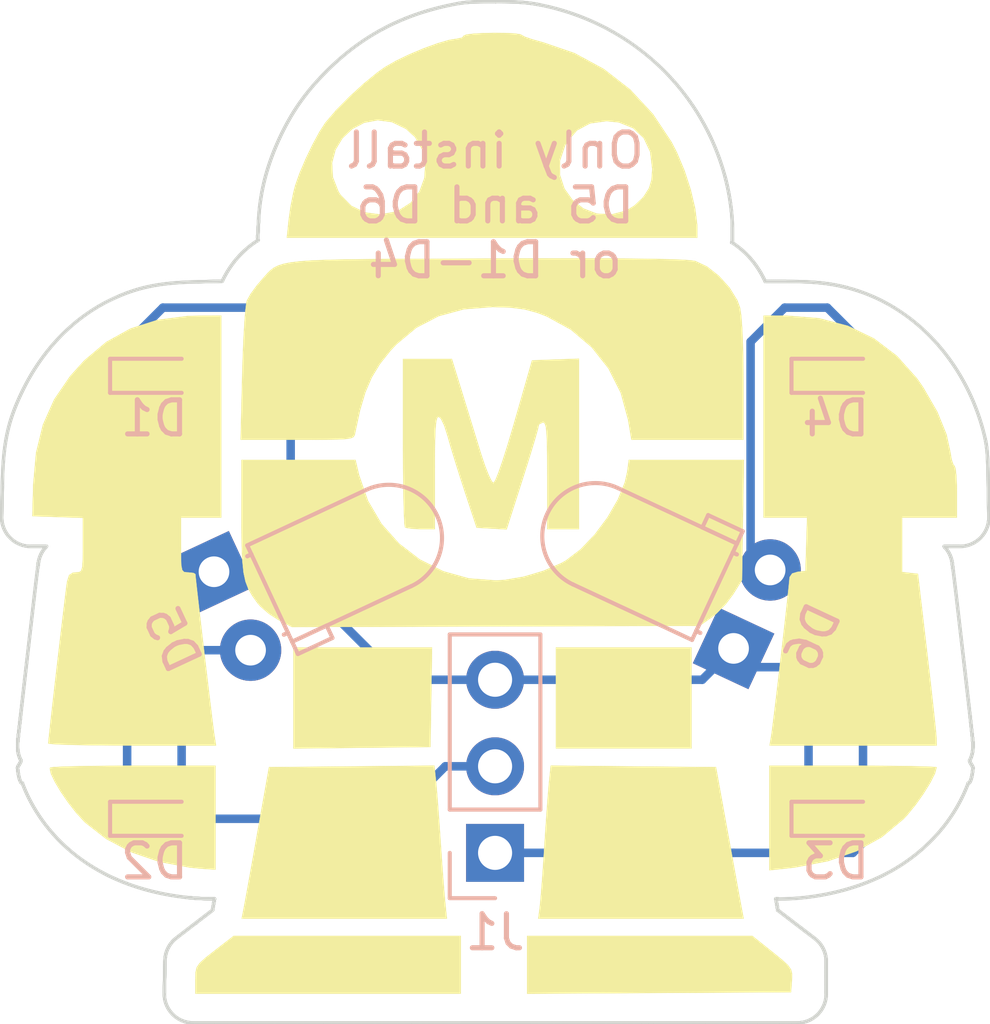
<source format=kicad_pcb>
(kicad_pcb (version 4) (host pcbnew 4.0.7)
  (layers (0 F.Cu signal) (31 B.Cu signal) (34 B.Paste user) (35 F.Paste user) (36 B.SilkS user) (37 F.SilkS user hide) (38 B.Mask user) (39 F.Mask user) (44 Edge.Cuts user))
  (net 0 "")
  (net 1 "Net-(D1-Pad2)")
  (net 2 "Net-(D1-Pad1)")
  (net 3 "Net-(D3-Pad2)")
  (module makey:makey (layer F.Cu) (at 162.5 90.5)
    (fp_text reference G*** hide)
    (fp_text value LOGO hide)
  )
  (module LEDs:LED_0603 (layer B.Cu) (at 153 86)
    (fp_text reference D1 (at 0 1.25) (layer B.SilkS) (effects (justify mirror)))
    (fp_text value LED)
    (pad 2 smd rect (at 0.8 0 180) (size 0.8 0.8) (layers B.Cu B.Paste B.Mask) (net 1 "Net-(D1-Pad2)"))
    (pad 1 smd rect (at -0.8 0 180) (size 0.8 0.8) (layers B.Cu B.Paste B.Mask) (net 2 "Net-(D1-Pad1)"))
  )
  (module LEDs:LED_0603 (layer B.Cu) (at 153 99)
    (fp_text reference D2 (at 0 1.25) (layer B.SilkS) (effects (justify mirror)))
    (fp_text value LED)
    (pad 2 smd rect (at 0.8 0 180) (size 0.8 0.8) (layers B.Cu B.Paste B.Mask) (net 1 "Net-(D1-Pad2)"))
    (pad 1 smd rect (at -0.8 0 180) (size 0.8 0.8) (layers B.Cu B.Paste B.Mask) (net 2 "Net-(D1-Pad1)"))
  )
  (module LEDs:LED_0603 (layer B.Cu) (at 173 99)
    (fp_text reference D3 (at 0 1.25) (layer B.SilkS) (effects (justify mirror)))
    (fp_text value LED)
    (pad 2 smd rect (at 0.8 0 180) (size 0.8 0.8) (layers B.Cu B.Paste B.Mask) (net 3 "Net-(D3-Pad2)"))
    (pad 1 smd rect (at -0.8 0 180) (size 0.8 0.8) (layers B.Cu B.Paste B.Mask) (net 2 "Net-(D1-Pad1)"))
  )
  (module LEDs:LED_0603 (layer B.Cu) (at 173 86)
    (fp_text reference D4 (at 0 1.25) (layer B.SilkS) (effects (justify mirror)))
    (fp_text value LED)
    (pad 2 smd rect (at 0.8 0 180) (size 0.8 0.8) (layers B.Cu B.Paste B.Mask) (net 3 "Net-(D3-Pad2)"))
    (pad 1 smd rect (at -0.8 0 180) (size 0.8 0.8) (layers B.Cu B.Paste B.Mask) (net 2 "Net-(D1-Pad1)"))
  )
  (module Pin_Headers:Pin_Header_Straight_1x03_Pitch2.54mm (layer B.Cu) (at 163 100)
    (fp_text reference J1 (at 0 2.33) (layer B.SilkS) (effects (justify mirror)))
    (fp_text value Conn_01x03)
    (pad 1 thru_hole rect (at 0 0) (size 1.7 1.7) (drill 1) (layers *.Cu *.Mask) (net 3 "Net-(D3-Pad2)"))
    (pad 2 thru_hole oval (at 0 -2.54) (size 1.7 1.7) (drill 1) (layers *.Cu *.Mask) (net 1 "Net-(D1-Pad2)"))
    (pad 3 thru_hole oval (at 0 -5.08) (size 1.7 1.7) (drill 1) (layers *.Cu *.Mask) (net 2 "Net-(D1-Pad1)"))
  )
  (module LEDs:LED_D3.0mm_Horizontal_O1.27mm_Z2.0mm (layer B.Cu) (at 154.75 91.75 295)
    (fp_text reference D5 (at 1.27 1.96 295) (layer B.SilkS) (effects (justify mirror)))
    (fp_text value LED)
    (pad 1 thru_hole rect (at 0 0 295) (size 1.8 1.8) (drill 0.9) (layers *.Cu *.Mask) (net 2 "Net-(D1-Pad1)"))
    (pad 2 thru_hole circle (at 2.54 0 295) (size 1.8 1.8) (drill 0.9) (layers *.Cu *.Mask) (net 1 "Net-(D1-Pad2)"))
  )
  (module LEDs:LED_D3.0mm_Horizontal_O1.27mm_Z2.0mm (layer B.Cu) (at 170 94 65)
    (fp_text reference D6 (at 1.27 1.96 65) (layer B.SilkS) (effects (justify mirror)))
    (fp_text value LED)
    (pad 1 thru_hole rect (at 0 0 65) (size 1.8 1.8) (drill 0.9) (layers *.Cu *.Mask) (net 2 "Net-(D1-Pad1)"))
    (pad 2 thru_hole circle (at 2.54 0 65) (size 1.8 1.8) (drill 0.9) (layers *.Cu *.Mask) (net 3 "Net-(D3-Pad2)"))
  )
  (module makey:M (layer F.Cu) (at 162.95 88)
    (fp_text reference G*** hide)
    (fp_text value LOGO hide)
  )
  (gr_text "Only install\nD5 and D6\nor D1-D4" (at 163 81) (layer B.SilkS) (effects (font (size 1 1)) (justify mirror)))
  (gr_line (start 163.023474 75.02145) (end 163.023474 75.02145) (layer Edge.Cuts) (width 0.1))
  (gr_line (start 163.023474 75.02145) (end 163.023474 75.02145) (layer Edge.Cuts) (width 0.1))
  (gr_line (start 163.023474 75.02145) (end 163.023474 75.02145) (layer Edge.Cuts) (width 0.1))
  (gr_line (start 163.023474 75.02145) (end 163.023474 75.02145) (layer Edge.Cuts) (width 0.1))
  (gr_line (start 163.023474 75.02145) (end 163.023474 75.02145) (layer Edge.Cuts) (width 0.1))
  (gr_line (start 163.023474 75.02145) (end 163.023474 75.02145) (layer Edge.Cuts) (width 0.1))
  (gr_line (start 163.023474 75.02145) (end 163.023474 75.02145) (layer Edge.Cuts) (width 0.1))
  (gr_line (start 163.023474 75.02145) (end 163.023474 75.02145) (layer Edge.Cuts) (width 0.1))
  (gr_line (start 163.023474 75.02145) (end 163.023474 75.02145) (layer Edge.Cuts) (width 0.1))
  (gr_line (start 163.023474 75.02145) (end 163.023474 75.02145) (layer Edge.Cuts) (width 0.1))
  (gr_line (start 163.023474 75.02145) (end 163.023474 75.02145) (layer Edge.Cuts) (width 0.1))
  (gr_line (start 163.023474 75.02145) (end 163.023474 75.02145) (layer Edge.Cuts) (width 0.1))
  (gr_line (start 163.023474 75.02145) (end 163.023474 75.02145) (layer Edge.Cuts) (width 0.1))
  (gr_line (start 163.023474 75.02145) (end 163.023474 75.02145) (layer Edge.Cuts) (width 0.1))
  (gr_line (start 163.023474 75.02145) (end 163.023474 75.02145) (layer Edge.Cuts) (width 0.1))
  (gr_line (start 163.023474 75.02145) (end 163.023474 75.02145) (layer Edge.Cuts) (width 0.1))
  (gr_line (start 163.023474 75.02145) (end 163.023474 75.02145) (layer Edge.Cuts) (width 0.1))
  (gr_line (start 163.023474 75.02145) (end 163.023474 75.02145) (layer Edge.Cuts) (width 0.1))
  (gr_line (start 163.023474 75.02145) (end 163.023474 75.02145) (layer Edge.Cuts) (width 0.1))
  (gr_line (start 163.023474 75.02145) (end 163.023474 75.02145) (layer Edge.Cuts) (width 0.1))
  (gr_line (start 163.023474 75.02145) (end 163.023474 75.02145) (layer Edge.Cuts) (width 0.1))
  (gr_line (start 163.023474 75.02145) (end 163.023474 75.02145) (layer Edge.Cuts) (width 0.1))
  (gr_line (start 163.023474 75.02145) (end 163.023474 75.02145) (layer Edge.Cuts) (width 0.1))
  (gr_line (start 163.023474 75.02145) (end 163.023474 75.02145) (layer Edge.Cuts) (width 0.1))
  (gr_line (start 163.023474 75.02145) (end 163.023474 75.02145) (layer Edge.Cuts) (width 0.1))
  (gr_line (start 163.023474 75.02145) (end 163.023474 75.02145) (layer Edge.Cuts) (width 0.1))
  (gr_line (start 163.023474 75.02145) (end 163.023474 75.02145) (layer Edge.Cuts) (width 0.1))
  (gr_line (start 163.023474 75.02145) (end 163.023474 75.02145) (layer Edge.Cuts) (width 0.1))
  (gr_line (start 163.023474 75.02145) (end 163.023474 75.02145) (layer Edge.Cuts) (width 0.1))
  (gr_line (start 163.023474 75.02145) (end 163.023474 75.02145) (layer Edge.Cuts) (width 0.1))
  (gr_line (start 163.023474 75.02145) (end 163.023474 75.02145) (layer Edge.Cuts) (width 0.1))
  (gr_line (start 163.023474 75.02145) (end 163.023474 75.02145) (layer Edge.Cuts) (width 0.1))
  (gr_line (start 163.023474 75.02145) (end 163.023474 75.02145) (layer Edge.Cuts) (width 0.1))
  (gr_line (start 163.023474 75.02145) (end 163.023474 75.02145) (layer Edge.Cuts) (width 0.1))
  (gr_line (start 163.023474 75.02145) (end 163.023474 75.02145) (layer Edge.Cuts) (width 0.1))
  (gr_line (start 163.023474 75.02145) (end 163.023474 75.02145) (layer Edge.Cuts) (width 0.1))
  (gr_line (start 163.023474 75.02145) (end 163.023474 75.02145) (layer Edge.Cuts) (width 0.1))
  (gr_line (start 163.023474 75.02145) (end 163.023474 75.02145) (layer Edge.Cuts) (width 0.1))
  (gr_line (start 163.023474 75.02145) (end 163.023474 75.02145) (layer Edge.Cuts) (width 0.1))
  (gr_line (start 163.023474 75.02145) (end 163.023474 75.02145) (layer Edge.Cuts) (width 0.1))
  (gr_line (start 163.023474 75.02145) (end 163.023474 75.02145) (layer Edge.Cuts) (width 0.1))
  (gr_line (start 163.023474 75.02145) (end 163.023474 75.02145) (layer Edge.Cuts) (width 0.1))
  (gr_line (start 163.023474 75.02145) (end 163.023474 75.02145) (layer Edge.Cuts) (width 0.1))
  (gr_line (start 163.023474 75.02145) (end 163.023474 75.02145) (layer Edge.Cuts) (width 0.1))
  (gr_line (start 163.023474 75.02145) (end 163.023474 75.02145) (layer Edge.Cuts) (width 0.1))
  (gr_line (start 163.023474 75.02145) (end 163.023474 75.02145) (layer Edge.Cuts) (width 0.1))
  (gr_line (start 163.023474 75.02145) (end 163.023474 75.02145) (layer Edge.Cuts) (width 0.1))
  (gr_line (start 163.023474 75.02145) (end 163.023474 75.02145) (layer Edge.Cuts) (width 0.1))
  (gr_line (start 163.023474 75.02145) (end 163.023474 75.02145) (layer Edge.Cuts) (width 0.1))
  (gr_line (start 163.023474 75.02145) (end 163.023474 75.02145) (layer Edge.Cuts) (width 0.1))
  (gr_line (start 163.023474 75.02145) (end 163.023474 75.02145) (layer Edge.Cuts) (width 0.1))
  (gr_line (start 163.023474 75.02145) (end 163.023474 75.02145) (layer Edge.Cuts) (width 0.1))
  (gr_line (start 163.023474 75.02145) (end 163.023474 75.02145) (layer Edge.Cuts) (width 0.1))
  (gr_line (start 163.023474 75.02145) (end 163.023474 75.02145) (layer Edge.Cuts) (width 0.1))
  (gr_line (start 163.023474 75.02145) (end 163.023474 75.02145) (layer Edge.Cuts) (width 0.1))
  (gr_line (start 163.023474 75.02145) (end 163.023474 75.02145) (layer Edge.Cuts) (width 0.1))
  (gr_line (start 163.023474 75.02145) (end 163.023474 75.02145) (layer Edge.Cuts) (width 0.1))
  (gr_line (start 163.023474 75.02145) (end 163.023474 75.02145) (layer Edge.Cuts) (width 0.1))
  (gr_line (start 163.023474 75.02145) (end 163.023474 75.02145) (layer Edge.Cuts) (width 0.1))
  (gr_line (start 163.023474 75.02145) (end 163.023474 75.02145) (layer Edge.Cuts) (width 0.1))
  (gr_line (start 163.023474 75.02145) (end 163.023474 75.02145) (layer Edge.Cuts) (width 0.1))
  (gr_line (start 163.023474 75.02145) (end 163.023474 75.02145) (layer Edge.Cuts) (width 0.1))
  (gr_line (start 163.023474 75.02145) (end 163.023474 75.02145) (layer Edge.Cuts) (width 0.1))
  (gr_line (start 163.023474 75.02145) (end 163.023474 75.02145) (layer Edge.Cuts) (width 0.1))
  (gr_line (start 163.023474 75.02145) (end 163.023474 75.02145) (layer Edge.Cuts) (width 0.1))
  (gr_line (start 163.023474 75.02145) (end 163.023474 75.02145) (layer Edge.Cuts) (width 0.1))
  (gr_line (start 163.023474 75.02145) (end 163.023474 75.02145) (layer Edge.Cuts) (width 0.1))
  (gr_line (start 163.023474 75.02145) (end 163.023474 75.02145) (layer Edge.Cuts) (width 0.1))
  (gr_line (start 163.023474 75.02145) (end 163.023474 75.02145) (layer Edge.Cuts) (width 0.1))
  (gr_line (start 163.023474 75.02145) (end 163.023474 75.02145) (layer Edge.Cuts) (width 0.1))
  (gr_line (start 163.023474 75.02145) (end 163.023474 75.02145) (layer Edge.Cuts) (width 0.1))
  (gr_line (start 163.023474 75.02145) (end 163.023474 75.02145) (layer Edge.Cuts) (width 0.1))
  (gr_line (start 163.023474 75.02145) (end 163.023474 75.02145) (layer Edge.Cuts) (width 0.1))
  (gr_line (start 163.023474 75.02145) (end 163.023474 75.02145) (layer Edge.Cuts) (width 0.1))
  (gr_line (start 163.023474 75.02145) (end 163.023474 75.02145) (layer Edge.Cuts) (width 0.1))
  (gr_line (start 163.023474 75.02145) (end 163.023474 75.02145) (layer Edge.Cuts) (width 0.1))
  (gr_line (start 163.023474 75.02145) (end 163.023474 75.02145) (layer Edge.Cuts) (width 0.1))
  (gr_line (start 163.023474 75.02145) (end 163.023474 75.02145) (layer Edge.Cuts) (width 0.1))
  (gr_line (start 163.023474 75.02145) (end 163.023474 75.02145) (layer Edge.Cuts) (width 0.1))
  (gr_line (start 163.023474 75.02145) (end 163.023474 75.02145) (layer Edge.Cuts) (width 0.1))
  (gr_line (start 163.023474 75.02145) (end 163.023474 75.02145) (layer Edge.Cuts) (width 0.1))
  (gr_line (start 163.023474 75.02145) (end 163.023474 75.02145) (layer Edge.Cuts) (width 0.1))
  (gr_line (start 163.023474 75.02145) (end 163.023474 75.02145) (layer Edge.Cuts) (width 0.1))
  (gr_line (start 163.023474 75.02145) (end 163.023474 75.02145) (layer Edge.Cuts) (width 0.1))
  (gr_line (start 163.023474 75.02145) (end 163.023474 75.02145) (layer Edge.Cuts) (width 0.1))
  (gr_line (start 163.023474 75.02145) (end 163.023474 75.02145) (layer Edge.Cuts) (width 0.1))
  (gr_line (start 163.023474 75.02145) (end 163.023474 75.02145) (layer Edge.Cuts) (width 0.1))
  (gr_line (start 163.023474 75.02145) (end 163.023474 75.02145) (layer Edge.Cuts) (width 0.1))
  (gr_line (start 163.023474 75.02145) (end 163.023474 75.02145) (layer Edge.Cuts) (width 0.1))
  (gr_line (start 163.023474 75.02145) (end 163.023474 75.02145) (layer Edge.Cuts) (width 0.1))
  (gr_line (start 163.023474 75.02145) (end 163.023474 75.02145) (layer Edge.Cuts) (width 0.1))
  (gr_line (start 163.023474 75.02145) (end 163.023474 75.02145) (layer Edge.Cuts) (width 0.1))
  (gr_line (start 163.023474 75.02145) (end 163.023474 75.02145) (layer Edge.Cuts) (width 0.1))
  (gr_line (start 163.023474 75.02145) (end 163.023474 75.02145) (layer Edge.Cuts) (width 0.1))
  (gr_line (start 163.023474 75.02145) (end 163.023474 75.02145) (layer Edge.Cuts) (width 0.1))
  (gr_line (start 163.023474 75.02145) (end 163.023474 75.02145) (layer Edge.Cuts) (width 0.1))
  (gr_line (start 163.023474 75.02145) (end 163.023474 75.02145) (layer Edge.Cuts) (width 0.1))
  (gr_line (start 163.023474 75.02145) (end 163.023474 75.02145) (layer Edge.Cuts) (width 0.1))
  (gr_line (start 163.023474 75.02145) (end 163.023474 75.02145) (layer Edge.Cuts) (width 0.1))
  (gr_line (start 163.023818 75.02235) (end 163.023474 75.02145) (layer Edge.Cuts) (width 0.1))
  (gr_line (start 163.01151 75.022339) (end 163.023818 75.02235) (layer Edge.Cuts) (width 0.1))
  (gr_line (start 162.999271 75.022328) (end 163.01151 75.022339) (layer Edge.Cuts) (width 0.1))
  (gr_line (start 162.988202 75.022316) (end 162.999271 75.022328) (layer Edge.Cuts) (width 0.1))
  (gr_line (start 162.976457 75.022304) (end 162.988202 75.022316) (layer Edge.Cuts) (width 0.1))
  (gr_line (start 162.96567 75.022293) (end 162.976457 75.022304) (layer Edge.Cuts) (width 0.1))
  (gr_line (start 162.955067 75.022281) (end 162.96567 75.022293) (layer Edge.Cuts) (width 0.1))
  (gr_line (start 162.942567 75.022268) (end 162.955067 75.022281) (layer Edge.Cuts) (width 0.1))
  (gr_line (start 162.931201 75.022257) (end 162.942567 75.022268) (layer Edge.Cuts) (width 0.1))
  (gr_line (start 162.92009 75.022247) (end 162.931201 75.022257) (layer Edge.Cuts) (width 0.1))
  (gr_line (start 162.909634 75.022238) (end 162.92009 75.022247) (layer Edge.Cuts) (width 0.1))
  (gr_line (start 162.898153 75.022229) (end 162.909634 75.022238) (layer Edge.Cuts) (width 0.1))
  (gr_line (start 162.886699 75.022221) (end 162.898153 75.022229) (layer Edge.Cuts) (width 0.1))
  (gr_line (start 162.875462 75.022216) (end 162.886699 75.022221) (layer Edge.Cuts) (width 0.1))
  (gr_line (start 162.863338 75.022212) (end 162.875462 75.022216) (layer Edge.Cuts) (width 0.1))
  (gr_line (start 162.851664 75.022211) (end 162.863338 75.022212) (layer Edge.Cuts) (width 0.1))
  (gr_line (start 162.840653 75.022212) (end 162.851664 75.022211) (layer Edge.Cuts) (width 0.1))
  (gr_line (start 162.828969 75.022216) (end 162.840653 75.022212) (layer Edge.Cuts) (width 0.1))
  (gr_line (start 162.816573 75.022224) (end 162.828969 75.022216) (layer Edge.Cuts) (width 0.1))
  (gr_line (start 162.805162 75.022235) (end 162.816573 75.022224) (layer Edge.Cuts) (width 0.1))
  (gr_line (start 162.793154 75.022251) (end 162.805162 75.022235) (layer Edge.Cuts) (width 0.1))
  (gr_line (start 162.782412 75.022269) (end 162.793154 75.022251) (layer Edge.Cuts) (width 0.1))
  (gr_line (start 162.771197 75.022292) (end 162.782412 75.022269) (layer Edge.Cuts) (width 0.1))
  (gr_line (start 162.759491 75.022321) (end 162.771197 75.022292) (layer Edge.Cuts) (width 0.1))
  (gr_line (start 162.747276 75.022357) (end 162.759491 75.022321) (layer Edge.Cuts) (width 0.1))
  (gr_line (start 162.736737 75.022394) (end 162.747276 75.022357) (layer Edge.Cuts) (width 0.1))
  (gr_line (start 162.725823 75.022437) (end 162.736737 75.022394) (layer Edge.Cuts) (width 0.1))
  (gr_line (start 162.714521 75.022487) (end 162.725823 75.022437) (layer Edge.Cuts) (width 0.1))
  (gr_line (start 162.702821 75.022547) (end 162.714521 75.022487) (layer Edge.Cuts) (width 0.1))
  (gr_line (start 162.69071 75.022616) (end 162.702821 75.022547) (layer Edge.Cuts) (width 0.1))
  (gr_line (start 162.679471 75.022688) (end 162.69071 75.022616) (layer Edge.Cuts) (width 0.1))
  (gr_line (start 162.667881 75.022771) (end 162.679471 75.022688) (layer Edge.Cuts) (width 0.1))
  (gr_line (start 162.657299 75.022854) (end 162.667881 75.022771) (layer Edge.Cuts) (width 0.1))
  (gr_line (start 162.646427 75.022947) (end 162.657299 75.022854) (layer Edge.Cuts) (width 0.1))
  (gr_line (start 162.635258 75.023052) (end 162.646427 75.022947) (layer Edge.Cuts) (width 0.1))
  (gr_line (start 162.623786 75.023169) (end 162.635258 75.023052) (layer Edge.Cuts) (width 0.1))
  (gr_line (start 162.612004 75.0233) (end 162.623786 75.023169) (layer Edge.Cuts) (width 0.1))
  (gr_line (start 162.599904 75.023447) (end 162.612004 75.0233) (layer Edge.Cuts) (width 0.1))
  (gr_line (start 162.587479 75.023611) (end 162.599904 75.023447) (layer Edge.Cuts) (width 0.1))
  (gr_line (start 162.576357 75.023769) (end 162.587479 75.023611) (layer Edge.Cuts) (width 0.1))
  (gr_line (start 162.564978 75.023944) (end 162.576357 75.023769) (layer Edge.Cuts) (width 0.1))
  (gr_line (start 162.553334 75.024136) (end 162.564978 75.023944) (layer Edge.Cuts) (width 0.1))
  (gr_line (start 162.541422 75.024347) (end 162.553334 75.024136) (layer Edge.Cuts) (width 0.1))
  (gr_line (start 162.529237 75.024579) (end 162.541422 75.024347) (layer Edge.Cuts) (width 0.1))
  (gr_line (start 162.518591 75.024795) (end 162.529237 75.024579) (layer Edge.Cuts) (width 0.1))
  (gr_line (start 162.507737 75.025029) (end 162.518591 75.024795) (layer Edge.Cuts) (width 0.1))
  (gr_line (start 162.496672 75.025283) (end 162.507737 75.025029) (layer Edge.Cuts) (width 0.1))
  (gr_line (start 162.485392 75.025557) (end 162.496672 75.025283) (layer Edge.Cuts) (width 0.1))
  (gr_line (start 162.473892 75.025853) (end 162.485392 75.025557) (layer Edge.Cuts) (width 0.1))
  (gr_line (start 162.46217 75.026174) (end 162.473892 75.025853) (layer Edge.Cuts) (width 0.1))
  (gr_line (start 162.450222 75.026521) (end 162.46217 75.026174) (layer Edge.Cuts) (width 0.1))
  (gr_line (start 162.438042 75.026896) (end 162.450222 75.026521) (layer Edge.Cuts) (width 0.1))
  (gr_line (start 162.425628 75.027301) (end 162.438042 75.026896) (layer Edge.Cuts) (width 0.1))
  (gr_line (start 162.415122 75.027663) (end 162.425628 75.027301) (layer Edge.Cuts) (width 0.1))
  (gr_line (start 162.404447 75.028048) (end 162.415122 75.027663) (layer Edge.Cuts) (width 0.1))
  (gr_line (start 162.393602 75.02846) (end 162.404447 75.028048) (layer Edge.Cuts) (width 0.1))
  (gr_line (start 162.382584 75.028898) (end 162.393602 75.02846) (layer Edge.Cuts) (width 0.1))
  (gr_line (start 162.371389 75.029365) (end 162.382584 75.028898) (layer Edge.Cuts) (width 0.1))
  (gr_line (start 162.360016 75.029863) (end 162.371389 75.029365) (layer Edge.Cuts) (width 0.1))
  (gr_line (start 162.348461 75.030393) (end 162.360016 75.029863) (layer Edge.Cuts) (width 0.1))
  (gr_line (start 162.33672 75.030959) (end 162.348461 75.030393) (layer Edge.Cuts) (width 0.1))
  (gr_line (start 162.324792 75.031561) (end 162.33672 75.030959) (layer Edge.Cuts) (width 0.1))
  (gr_line (start 162.312672 75.032202) (end 162.324792 75.031561) (layer Edge.Cuts) (width 0.1))
  (gr_line (start 162.300357 75.032886) (end 162.312672 75.032202) (layer Edge.Cuts) (width 0.1))
  (gr_line (start 162.289115 75.033538) (end 162.300357 75.032886) (layer Edge.Cuts) (width 0.1))
  (gr_line (start 162.277709 75.034228) (end 162.289115 75.033538) (layer Edge.Cuts) (width 0.1))
  (gr_line (start 162.266138 75.034958) (end 162.277709 75.034228) (layer Edge.Cuts) (width 0.1))
  (gr_line (start 162.254397 75.03573) (end 162.266138 75.034958) (layer Edge.Cuts) (width 0.1))
  (gr_line (start 162.243827 75.036454) (end 162.254397 75.03573) (layer Edge.Cuts) (width 0.1))
  (gr_line (start 162.233119 75.037214) (end 162.243827 75.036454) (layer Edge.Cuts) (width 0.1))
  (gr_line (start 162.222271 75.038013) (end 162.233119 75.037214) (layer Edge.Cuts) (width 0.1))
  (gr_line (start 162.21128 75.038853) (end 162.222271 75.038013) (layer Edge.Cuts) (width 0.1))
  (gr_line (start 162.200143 75.039736) (end 162.21128 75.038853) (layer Edge.Cuts) (width 0.1))
  (gr_line (start 162.188858 75.040664) (end 162.200143 75.039736) (layer Edge.Cuts) (width 0.1))
  (gr_line (start 162.177423 75.041639) (end 162.188858 75.040664) (layer Edge.Cuts) (width 0.1))
  (gr_line (start 162.165834 75.042664) (end 162.177423 75.041639) (layer Edge.Cuts) (width 0.1))
  (gr_line (start 162.154088 75.043741) (end 162.165834 75.042664) (layer Edge.Cuts) (width 0.1))
  (gr_line (start 162.142182 75.044872) (end 162.154088 75.043741) (layer Edge.Cuts) (width 0.1))
  (gr_line (start 162.130113 75.046061) (end 162.142182 75.044872) (layer Edge.Cuts) (width 0.1))
  (gr_line (start 162.117878 75.04731) (end 162.130113 75.046061) (layer Edge.Cuts) (width 0.1))
  (gr_line (start 162.105472 75.048622) (end 162.117878 75.04731) (layer Edge.Cuts) (width 0.1))
  (gr_line (start 162.094486 75.049824) (end 162.105472 75.048622) (layer Edge.Cuts) (width 0.1))
  (gr_line (start 162.083364 75.051078) (end 162.094486 75.049824) (layer Edge.Cuts) (width 0.1))
  (gr_line (start 162.072103 75.052387) (end 162.083364 75.051078) (layer Edge.Cuts) (width 0.1))
  (gr_line (start 162.060701 75.053754) (end 162.072103 75.052387) (layer Edge.Cuts) (width 0.1))
  (gr_line (start 162.049155 75.055181) (end 162.060701 75.053754) (layer Edge.Cuts) (width 0.1))
  (gr_line (start 162.037462 75.056671) (end 162.049155 75.055181) (layer Edge.Cuts) (width 0.1))
  (gr_line (start 162.025618 75.058226) (end 162.037462 75.056671) (layer Edge.Cuts) (width 0.1))
  (gr_line (start 162.01362 75.059849) (end 162.025618 75.058226) (layer Edge.Cuts) (width 0.1))
  (gr_line (start 162.00322 75.061296) (end 162.01362 75.059849) (layer Edge.Cuts) (width 0.1))
  (gr_line (start 161.992703 75.062796) (end 162.00322 75.061296) (layer Edge.Cuts) (width 0.1))
  (gr_line (start 161.982066 75.064353) (end 161.992703 75.062796) (layer Edge.Cuts) (width 0.1))
  (gr_line (start 161.971305 75.065967) (end 161.982066 75.064353) (layer Edge.Cuts) (width 0.1))
  (gr_line (start 161.960419 75.067642) (end 161.971305 75.065967) (layer Edge.Cuts) (width 0.1))
  (gr_line (start 161.949405 75.069379) (end 161.960419 75.067642) (layer Edge.Cuts) (width 0.1))
  (gr_line (start 161.938259 75.071182) (end 161.949405 75.069379) (layer Edge.Cuts) (width 0.1))
  (gr_line (start 161.92698 75.073051) (end 161.938259 75.071182) (layer Edge.Cuts) (width 0.1))
  (gr_line (start 161.915563 75.07499) (end 161.92698 75.073051) (layer Edge.Cuts) (width 0.1))
  (gr_line (start 161.904006 75.077001) (end 161.915563 75.07499) (layer Edge.Cuts) (width 0.1))
  (gr_line (start 161.892305 75.079087) (end 161.904006 75.077001) (layer Edge.Cuts) (width 0.1))
  (gr_line (start 161.880457 75.08125) (end 161.892305 75.079087) (layer Edge.Cuts) (width 0.1))
  (gr_line (start 161.83706 75.089367) (end 161.880457 75.08125) (layer Edge.Cuts) (width 0.1))
  (gr_line (start 161.79383 75.097669) (end 161.83706 75.089367) (layer Edge.Cuts) (width 0.1))
  (gr_line (start 161.751765 75.105957) (end 161.79383 75.097669) (layer Edge.Cuts) (width 0.1))
  (gr_line (start 161.709193 75.114557) (end 161.751765 75.105957) (layer Edge.Cuts) (width 0.1))
  (gr_line (start 161.665953 75.123514) (end 161.709193 75.114557) (layer Edge.Cuts) (width 0.1))
  (gr_line (start 161.624333 75.13235) (end 161.665953 75.123514) (layer Edge.Cuts) (width 0.1))
  (gr_line (start 161.581635 75.141636) (end 161.624333 75.13235) (layer Edge.Cuts) (width 0.1))
  (gr_line (start 161.539593 75.151) (end 161.581635 75.141636) (layer Edge.Cuts) (width 0.1))
  (gr_line (start 161.49679 75.160763) (end 161.539593 75.151) (layer Edge.Cuts) (width 0.1))
  (gr_line (start 161.454243 75.1707) (end 161.49679 75.160763) (layer Edge.Cuts) (width 0.1))
  (gr_line (start 161.411074 75.18102) (end 161.454243 75.1707) (layer Edge.Cuts) (width 0.1))
  (gr_line (start 161.367952 75.191573) (end 161.411074 75.18102) (layer Edge.Cuts) (width 0.1))
  (gr_line (start 161.325594 75.202179) (end 161.367952 75.191573) (layer Edge.Cuts) (width 0.1))
  (gr_line (start 161.2823 75.213269) (end 161.325594 75.202179) (layer Edge.Cuts) (width 0.1))
  (gr_line (start 161.240968 75.224094) (end 161.2823 75.213269) (layer Edge.Cuts) (width 0.1))
  (gr_line (start 161.199633 75.235155) (end 161.240968 75.224094) (layer Edge.Cuts) (width 0.1))
  (gr_line (start 161.157174 75.246766) (end 161.199633 75.235155) (layer Edge.Cuts) (width 0.1))
  (gr_line (start 161.115235 75.258485) (end 161.157174 75.246766) (layer Edge.Cuts) (width 0.1))
  (gr_line (start 161.072567 75.270666) (end 161.115235 75.258485) (layer Edge.Cuts) (width 0.1))
  (gr_line (start 161.030991 75.282789) (end 161.072567 75.270666) (layer Edge.Cuts) (width 0.1))
  (gr_line (start 160.989127 75.295253) (end 161.030991 75.282789) (layer Edge.Cuts) (width 0.1))
  (gr_line (start 160.947126 75.308019) (end 160.989127 75.295253) (layer Edge.Cuts) (width 0.1))
  (gr_line (start 160.905148 75.321045) (end 160.947126 75.308019) (layer Edge.Cuts) (width 0.1))
  (gr_line (start 160.863358 75.334279) (end 160.905148 75.321045) (layer Edge.Cuts) (width 0.1))
  (gr_line (start 160.821925 75.347667) (end 160.863358 75.334279) (layer Edge.Cuts) (width 0.1))
  (gr_line (start 160.781021 75.361147) (end 160.821925 75.347667) (layer Edge.Cuts) (width 0.1))
  (gr_line (start 160.739723 75.375027) (end 160.781021 75.361147) (layer Edge.Cuts) (width 0.1))
  (gr_line (start 160.698097 75.389294) (end 160.739723 75.375027) (layer Edge.Cuts) (width 0.1))
  (gr_line (start 160.657386 75.40352) (end 160.698097 75.389294) (layer Edge.Cuts) (width 0.1))
  (gr_line (start 160.615358 75.418493) (end 160.657386 75.40352) (layer Edge.Cuts) (width 0.1))
  (gr_line (start 160.574465 75.433344) (end 160.615358 75.418493) (layer Edge.Cuts) (width 0.1))
  (gr_line (start 160.533614 75.448461) (end 160.574465 75.433344) (layer Edge.Cuts) (width 0.1))
  (gr_line (start 160.492884 75.463819) (end 160.533614 75.448461) (layer Edge.Cuts) (width 0.1))
  (gr_line (start 160.452354 75.479386) (end 160.492884 75.463819) (layer Edge.Cuts) (width 0.1))
  (gr_line (start 160.412106 75.495129) (end 160.452354 75.479386) (layer Edge.Cuts) (width 0.1))
  (gr_line (start 160.370806 75.511583) (end 160.412106 75.495129) (layer Edge.Cuts) (width 0.1))
  (gr_line (start 160.329884 75.52819) (end 160.370806 75.511583) (layer Edge.Cuts) (width 0.1))
  (gr_line (start 160.289422 75.544909) (end 160.329884 75.52819) (layer Edge.Cuts) (width 0.1))
  (gr_line (start 160.249506 75.561698) (end 160.289422 75.544909) (layer Edge.Cuts) (width 0.1))
  (gr_line (start 160.21022 75.578513) (end 160.249506 75.561698) (layer Edge.Cuts) (width 0.1))
  (gr_line (start 160.170066 75.596) (end 160.21022 75.578513) (layer Edge.Cuts) (width 0.1))
  (gr_line (start 160.130645 75.613467) (end 160.170066 75.596) (layer Edge.Cuts) (width 0.1))
  (gr_line (start 160.090396 75.631613) (end 160.130645 75.613467) (layer Edge.Cuts) (width 0.1))
  (gr_line (start 160.050983 75.649688) (end 160.090396 75.631613) (layer Edge.Cuts) (width 0.1))
  (gr_line (start 160.010784 75.668442) (end 160.050983 75.649688) (layer Edge.Cuts) (width 0.1))
  (gr_line (start 159.971528 75.687068) (end 160.010784 75.668442) (layer Edge.Cuts) (width 0.1))
  (gr_line (start 159.931528 75.70637) (end 159.971528 75.687068) (layer Edge.Cuts) (width 0.1))
  (gr_line (start 159.892579 75.725481) (end 159.931528 75.70637) (layer Edge.Cuts) (width 0.1))
  (gr_line (start 159.85293 75.745259) (end 159.892579 75.725481) (layer Edge.Cuts) (width 0.1))
  (gr_line (start 159.814441 75.764776) (end 159.85293 75.745259) (layer Edge.Cuts) (width 0.1))
  (gr_line (start 159.775297 75.784948) (end 159.814441 75.764776) (layer Edge.Cuts) (width 0.1))
  (gr_line (start 159.73742 75.804782) (end 159.775297 75.784948) (layer Edge.Cuts) (width 0.1))
  (gr_line (start 159.698935 75.825255) (end 159.73742 75.804782) (layer Edge.Cuts) (width 0.1))
  (gr_line (start 159.659836 75.84639) (end 159.698935 75.825255) (layer Edge.Cuts) (width 0.1))
  (gr_line (start 159.622134 75.867092) (end 159.659836 75.84639) (layer Edge.Cuts) (width 0.1))
  (gr_line (start 159.583865 75.888435) (end 159.622134 75.867092) (layer Edge.Cuts) (width 0.1))
  (gr_line (start 159.545023 75.910439) (end 159.583865 75.888435) (layer Edge.Cuts) (width 0.1))
  (gr_line (start 159.50771 75.931906) (end 159.545023 75.910439) (layer Edge.Cuts) (width 0.1))
  (gr_line (start 159.469871 75.954008) (end 159.50771 75.931906) (layer Edge.Cuts) (width 0.1))
  (gr_line (start 159.431503 75.976765) (end 159.469871 75.954008) (layer Edge.Cuts) (width 0.1))
  (gr_line (start 159.394793 75.998868) (end 159.431503 75.976765) (layer Edge.Cuts) (width 0.1))
  (gr_line (start 159.357601 76.021594) (end 159.394793 75.998868) (layer Edge.Cuts) (width 0.1))
  (gr_line (start 159.319924 76.044962) (end 159.357601 76.021594) (layer Edge.Cuts) (width 0.1))
  (gr_line (start 159.282895 76.068269) (end 159.319924 76.044962) (layer Edge.Cuts) (width 0.1))
  (gr_line (start 159.246553 76.091478) (end 159.282895 76.068269) (layer Edge.Cuts) (width 0.1))
  (gr_line (start 159.20977 76.11531) (end 159.246553 76.091478) (layer Edge.Cuts) (width 0.1))
  (gr_line (start 159.172541 76.139781) (end 159.20977 76.11531) (layer Edge.Cuts) (width 0.1))
  (gr_line (start 159.136057 76.164111) (end 159.172541 76.139781) (layer Edge.Cuts) (width 0.1))
  (gr_line (start 159.100355 76.188257) (end 159.136057 76.164111) (layer Edge.Cuts) (width 0.1))
  (gr_line (start 159.064253 76.213015) (end 159.100355 76.188257) (layer Edge.Cuts) (width 0.1))
  (gr_line (start 159.027747 76.238403) (end 159.064253 76.213015) (layer Edge.Cuts) (width 0.1))
  (gr_line (start 158.992082 76.263555) (end 159.027747 76.238403) (layer Edge.Cuts) (width 0.1))
  (gr_line (start 158.957292 76.288423) (end 158.992082 76.263555) (layer Edge.Cuts) (width 0.1))
  (gr_line (start 158.922143 76.313886) (end 158.957292 76.288423) (layer Edge.Cuts) (width 0.1))
  (gr_line (start 158.886634 76.33996) (end 158.922143 76.313886) (layer Edge.Cuts) (width 0.1))
  (gr_line (start 158.852057 76.365689) (end 158.886634 76.33996) (layer Edge.Cuts) (width 0.1))
  (gr_line (start 158.81714 76.392016) (end 158.852057 76.365689) (layer Edge.Cuts) (width 0.1))
  (gr_line (start 158.783202 76.417941) (end 158.81714 76.392016) (layer Edge.Cuts) (width 0.1))
  (gr_line (start 158.748944 76.444447) (end 158.783202 76.417941) (layer Edge.Cuts) (width 0.1))
  (gr_line (start 158.714365 76.471551) (end 158.748944 76.444447) (layer Edge.Cuts) (width 0.1))
  (gr_line (start 158.679462 76.499266) (end 158.714365 76.471551) (layer Edge.Cuts) (width 0.1))
  (gr_line (start 158.645604 76.526499) (end 158.679462 76.499266) (layer Edge.Cuts) (width 0.1))
  (gr_line (start 158.611443 76.554325) (end 158.645604 76.526499) (layer Edge.Cuts) (width 0.1))
  (gr_line (start 158.578371 76.581602) (end 158.611443 76.554325) (layer Edge.Cuts) (width 0.1))
  (gr_line (start 158.545016 76.609453) (end 158.578371 76.581602) (layer Edge.Cuts) (width 0.1))
  (gr_line (start 158.511379 76.637888) (end 158.545016 76.609453) (layer Edge.Cuts) (width 0.1))
  (gr_line (start 158.477456 76.666923) (end 158.511379 76.637888) (layer Edge.Cuts) (width 0.1))
  (gr_line (start 158.444685 76.695317) (end 158.477456 76.666923) (layer Edge.Cuts) (width 0.1))
  (gr_line (start 158.41165 76.724286) (end 158.444685 76.695317) (layer Edge.Cuts) (width 0.1))
  (gr_line (start 158.378349 76.753843) (end 158.41165 76.724286) (layer Edge.Cuts) (width 0.1))
  (gr_line (start 158.346253 76.782671) (end 158.378349 76.753843) (layer Edge.Cuts) (width 0.1))
  (gr_line (start 158.313911 76.812061) (end 158.346253 76.782671) (layer Edge.Cuts) (width 0.1))
  (gr_line (start 158.281322 76.842024) (end 158.313911 76.812061) (layer Edge.Cuts) (width 0.1))
  (gr_line (start 158.24999 76.871165) (end 158.281322 76.842024) (layer Edge.Cuts) (width 0.1))
  (gr_line (start 158.21843 76.900851) (end 158.24999 76.871165) (layer Edge.Cuts) (width 0.1))
  (gr_line (start 158.186641 76.931093) (end 158.21843 76.900851) (layer Edge.Cuts) (width 0.1))
  (gr_line (start 158.154622 76.961903) (end 158.186641 76.931093) (layer Edge.Cuts) (width 0.1))
  (gr_line (start 158.12392 76.991776) (end 158.154622 76.961903) (layer Edge.Cuts) (width 0.1))
  (gr_line (start 158.093007 77.022185) (end 158.12392 76.991776) (layer Edge.Cuts) (width 0.1))
  (gr_line (start 158.061883 77.05314) (end 158.093007 77.022185) (layer Edge.Cuts) (width 0.1))
  (gr_line (start 158.046164 77.068896) (end 158.061883 77.05314) (layer Edge.Cuts) (width 0.1))
  (gr_line (start 158.030535 77.084637) (end 158.046164 77.068896) (layer Edge.Cuts) (width 0.1))
  (gr_line (start 158.014257 77.101112) (end 158.030535 77.084637) (layer Edge.Cuts) (width 0.1))
  (gr_line (start 157.998566 77.117074) (end 158.014257 77.101112) (layer Edge.Cuts) (width 0.1))
  (gr_line (start 157.982661 77.133337) (end 157.998566 77.117074) (layer Edge.Cuts) (width 0.1))
  (gr_line (start 157.966506 77.14994) (end 157.982661 77.133337) (layer Edge.Cuts) (width 0.1))
  (gr_line (start 157.951216 77.165737) (end 157.966506 77.14994) (layer Edge.Cuts) (width 0.1))
  (gr_line (start 157.935774 77.181773) (end 157.951216 77.165737) (layer Edge.Cuts) (width 0.1))
  (gr_line (start 157.920689 77.19752) (end 157.935774 77.181773) (layer Edge.Cuts) (width 0.1))
  (gr_line (start 157.905189 77.213786) (end 157.920689 77.19752) (layer Edge.Cuts) (width 0.1))
  (gr_line (start 157.889496 77.230345) (end 157.905189 77.213786) (layer Edge.Cuts) (width 0.1))
  (gr_line (start 157.873852 77.246944) (end 157.889496 77.230345) (layer Edge.Cuts) (width 0.1))
  (gr_line (start 157.858517 77.263307) (end 157.873852 77.246944) (layer Edge.Cuts) (width 0.1))
  (gr_line (start 157.843758 77.279143) (end 157.858517 77.263307) (layer Edge.Cuts) (width 0.1))
  (gr_line (start 157.827977 77.296171) (end 157.843758 77.279143) (layer Edge.Cuts) (width 0.1))
  (gr_line (start 157.813104 77.312313) (end 157.827977 77.296171) (layer Edge.Cuts) (width 0.1))
  (gr_line (start 157.797334 77.329528) (end 157.813104 77.312313) (layer Edge.Cuts) (width 0.1))
  (gr_line (start 157.782825 77.345462) (end 157.797334 77.329528) (layer Edge.Cuts) (width 0.1))
  (gr_line (start 157.767566 77.362316) (end 157.782825 77.345462) (layer Edge.Cuts) (width 0.1))
  (gr_line (start 157.752729 77.378804) (end 157.767566 77.362316) (layer Edge.Cuts) (width 0.1))
  (gr_line (start 157.738443 77.394774) (end 157.752729 77.378804) (layer Edge.Cuts) (width 0.1))
  (gr_line (start 157.723542 77.411531) (end 157.738443 77.394774) (layer Edge.Cuts) (width 0.1))
  (gr_line (start 157.709353 77.427585) (end 157.723542 77.411531) (layer Edge.Cuts) (width 0.1))
  (gr_line (start 157.694613 77.444363) (end 157.709353 77.427585) (layer Edge.Cuts) (width 0.1))
  (gr_line (start 157.679305 77.4619) (end 157.694613 77.444363) (layer Edge.Cuts) (width 0.1))
  (gr_line (start 157.664911 77.478498) (end 157.679305 77.4619) (layer Edge.Cuts) (width 0.1))
  (gr_line (start 157.650021 77.495777) (end 157.664911 77.478498) (layer Edge.Cuts) (width 0.1))
  (gr_line (start 157.63542 77.512834) (end 157.650021 77.495777) (layer Edge.Cuts) (width 0.1))
  (gr_line (start 157.621168 77.529591) (end 157.63542 77.512834) (layer Edge.Cuts) (width 0.1))
  (gr_line (start 157.606484 77.54697) (end 157.621168 77.529591) (layer Edge.Cuts) (width 0.1))
  (gr_line (start 157.592226 77.563959) (end 157.606484 77.54697) (layer Edge.Cuts) (width 0.1))
  (gr_line (start 157.578455 77.580475) (end 157.592226 77.563959) (layer Edge.Cuts) (width 0.1))
  (gr_line (start 157.564322 77.597539) (end 157.578455 77.580475) (layer Edge.Cuts) (width 0.1))
  (gr_line (start 157.549821 77.615168) (end 157.564322 77.597539) (layer Edge.Cuts) (width 0.1))
  (gr_line (start 157.535899 77.63221) (end 157.549821 77.615168) (layer Edge.Cuts) (width 0.1))
  (gr_line (start 157.521642 77.649784) (end 157.535899 77.63221) (layer Edge.Cuts) (width 0.1))
  (gr_line (start 157.508041 77.666665) (end 157.521642 77.649784) (layer Edge.Cuts) (width 0.1))
  (gr_line (start 157.49414 77.684039) (end 157.508041 77.666665) (layer Edge.Cuts) (width 0.1))
  (gr_line (start 157.479933 77.701924) (end 157.49414 77.684039) (layer Edge.Cuts) (width 0.1))
  (gr_line (start 157.466476 77.718984) (end 157.479933 77.701924) (layer Edge.Cuts) (width 0.1))
  (gr_line (start 157.452749 77.736512) (end 157.466476 77.718984) (layer Edge.Cuts) (width 0.1))
  (gr_line (start 157.438747 77.754522) (end 157.452749 77.736512) (layer Edge.Cuts) (width 0.1))
  (gr_line (start 157.42559 77.771569) (end 157.438747 77.754522) (layer Edge.Cuts) (width 0.1))
  (gr_line (start 157.412193 77.789051) (end 157.42559 77.771569) (layer Edge.Cuts) (width 0.1))
  (gr_line (start 157.398554 77.80698) (end 157.412193 77.789051) (layer Edge.Cuts) (width 0.1))
  (gr_line (start 157.38467 77.82537) (end 157.398554 77.80698) (layer Edge.Cuts) (width 0.1))
  (gr_line (start 157.371739 77.842626) (end 157.38467 77.82537) (layer Edge.Cuts) (width 0.1))
  (gr_line (start 157.358598 77.860292) (end 157.371739 77.842626) (layer Edge.Cuts) (width 0.1))
  (gr_line (start 157.345245 77.878378) (end 157.358598 77.860292) (layer Edge.Cuts) (width 0.1))
  (gr_line (start 157.331679 77.896896) (end 157.345245 77.878378) (layer Edge.Cuts) (width 0.1))
  (gr_line (start 157.318534 77.914977) (end 157.331679 77.896896) (layer Edge.Cuts) (width 0.1))
  (gr_line (start 157.305837 77.932575) (end 157.318534 77.914977) (layer Edge.Cuts) (width 0.1))
  (gr_line (start 157.292959 77.95056) (end 157.305837 77.932575) (layer Edge.Cuts) (width 0.1))
  (gr_line (start 157.279898 77.968942) (end 157.292959 77.95056) (layer Edge.Cuts) (width 0.1))
  (gr_line (start 157.266652 77.987732) (end 157.279898 77.968942) (layer Edge.Cuts) (width 0.1))
  (gr_line (start 157.253903 78.00596) (end 157.266652 77.987732) (layer Edge.Cuts) (width 0.1))
  (gr_line (start 157.241675 78.023577) (end 157.253903 78.00596) (layer Edge.Cuts) (width 0.1))
  (gr_line (start 157.229295 78.041551) (end 157.241675 78.023577) (layer Edge.Cuts) (width 0.1))
  (gr_line (start 157.216761 78.059889) (end 157.229295 78.041551) (layer Edge.Cuts) (width 0.1))
  (gr_line (start 157.204071 78.078601) (end 157.216761 78.059889) (layer Edge.Cuts) (width 0.1))
  (gr_line (start 157.191226 78.097698) (end 157.204071 78.078601) (layer Edge.Cuts) (width 0.1))
  (gr_line (start 157.178957 78.116085) (end 157.191226 78.097698) (layer Edge.Cuts) (width 0.1))
  (gr_line (start 157.166546 78.134832) (end 157.178957 78.116085) (layer Edge.Cuts) (width 0.1))
  (gr_line (start 157.154742 78.152803) (end 157.166546 78.134832) (layer Edge.Cuts) (width 0.1))
  (gr_line (start 157.142811 78.171108) (end 157.154742 78.152803) (layer Edge.Cuts) (width 0.1))
  (gr_line (start 157.130752 78.189755) (end 157.142811 78.171108) (layer Edge.Cuts) (width 0.1))
  (gr_line (start 157.118566 78.208751) (end 157.130752 78.189755) (layer Edge.Cuts) (width 0.1))
  (gr_line (start 157.10625 78.228106) (end 157.118566 78.208751) (layer Edge.Cuts) (width 0.1))
  (gr_line (start 157.093805 78.247828) (end 157.10625 78.228106) (layer Edge.Cuts) (width 0.1))
  (gr_line (start 157.082024 78.266649) (end 157.093805 78.247828) (layer Edge.Cuts) (width 0.1))
  (gr_line (start 157.070128 78.285808) (end 157.082024 78.266649) (layer Edge.Cuts) (width 0.1))
  (gr_line (start 157.058926 78.303993) (end 157.070128 78.285808) (layer Edge.Cuts) (width 0.1))
  (gr_line (start 157.047621 78.322486) (end 157.058926 78.303993) (layer Edge.Cuts) (width 0.1))
  (gr_line (start 157.036214 78.341293) (end 157.047621 78.322486) (layer Edge.Cuts) (width 0.1))
  (gr_line (start 157.024703 78.360422) (end 157.036214 78.341293) (layer Edge.Cuts) (width 0.1))
  (gr_line (start 157.013088 78.37988) (end 157.024703 78.360422) (layer Edge.Cuts) (width 0.1))
  (gr_line (start 157.001369 78.399674) (end 157.013088 78.37988) (layer Edge.Cuts) (width 0.1))
  (gr_line (start 156.990397 78.418354) (end 157.001369 78.399674) (layer Edge.Cuts) (width 0.1))
  (gr_line (start 156.979334 78.437336) (end 156.990397 78.418354) (layer Edge.Cuts) (width 0.1))
  (gr_line (start 156.968179 78.456628) (end 156.979334 78.437336) (layer Edge.Cuts) (width 0.1))
  (gr_line (start 156.956931 78.476236) (end 156.968179 78.456628) (layer Edge.Cuts) (width 0.1))
  (gr_line (start 156.945589 78.496168) (end 156.956931 78.476236) (layer Edge.Cuts) (width 0.1))
  (gr_line (start 156.935041 78.514851) (end 156.945589 78.496168) (layer Edge.Cuts) (width 0.1))
  (gr_line (start 156.924412 78.53382) (end 156.935041 78.514851) (layer Edge.Cuts) (width 0.1))
  (gr_line (start 156.913702 78.553083) (end 156.924412 78.53382) (layer Edge.Cuts) (width 0.1))
  (gr_line (start 156.902909 78.572645) (end 156.913702 78.553083) (layer Edge.Cuts) (width 0.1))
  (gr_line (start 156.892033 78.592513) (end 156.902909 78.572645) (layer Edge.Cuts) (width 0.1))
  (gr_line (start 156.881074 78.612693) (end 156.892033 78.592513) (layer Edge.Cuts) (width 0.1))
  (gr_line (start 156.870031 78.633192) (end 156.881074 78.612693) (layer Edge.Cuts) (width 0.1))
  (gr_line (start 156.859838 78.652259) (end 156.870031 78.633192) (layer Edge.Cuts) (width 0.1))
  (gr_line (start 156.849573 78.671606) (end 156.859838 78.652259) (layer Edge.Cuts) (width 0.1))
  (gr_line (start 156.839235 78.691236) (end 156.849573 78.671606) (layer Edge.Cuts) (width 0.1))
  (gr_line (start 156.828824 78.711157) (end 156.839235 78.691236) (layer Edge.Cuts) (width 0.1))
  (gr_line (start 156.818339 78.731375) (end 156.828824 78.711157) (layer Edge.Cuts) (width 0.1))
  (gr_line (start 156.807779 78.751894) (end 156.818339 78.731375) (layer Edge.Cuts) (width 0.1))
  (gr_line (start 156.797631 78.771763) (end 156.807779 78.751894) (layer Edge.Cuts) (width 0.1))
  (gr_line (start 156.787905 78.790948) (end 156.797631 78.771763) (layer Edge.Cuts) (width 0.1))
  (gr_line (start 156.778114 78.810397) (end 156.787905 78.790948) (layer Edge.Cuts) (width 0.1))
  (gr_line (start 156.768259 78.830116) (end 156.778114 78.810397) (layer Edge.Cuts) (width 0.1))
  (gr_line (start 156.75834 78.85011) (end 156.768259 78.830116) (layer Edge.Cuts) (width 0.1))
  (gr_line (start 156.746585 78.873985) (end 156.75834 78.85011) (layer Edge.Cuts) (width 0.1))
  (gr_line (start 156.734928 78.897853) (end 156.746585 78.873985) (layer Edge.Cuts) (width 0.1))
  (gr_line (start 156.722821 78.922849) (end 156.734928 78.897853) (layer Edge.Cuts) (width 0.1))
  (gr_line (start 156.711185 78.947082) (end 156.722821 78.922849) (layer Edge.Cuts) (width 0.1))
  (gr_line (start 156.699425 78.971783) (end 156.711185 78.947082) (layer Edge.Cuts) (width 0.1))
  (gr_line (start 156.687517 78.997015) (end 156.699425 78.971783) (layer Edge.Cuts) (width 0.1))
  (gr_line (start 156.676283 79.021032) (end 156.687517 78.997015) (layer Edge.Cuts) (width 0.1))
  (gr_line (start 156.664973 79.045424) (end 156.676283 79.021032) (layer Edge.Cuts) (width 0.1))
  (gr_line (start 156.653961 79.069384) (end 156.664973 79.045424) (layer Edge.Cuts) (width 0.1))
  (gr_line (start 156.642684 79.094142) (end 156.653961 79.069384) (layer Edge.Cuts) (width 0.1))
  (gr_line (start 156.631308 79.119356) (end 156.642684 79.094142) (layer Edge.Cuts) (width 0.1))
  (gr_line (start 156.620009 79.144636) (end 156.631308 79.119356) (layer Edge.Cuts) (width 0.1))
  (gr_line (start 156.608976 79.169562) (end 156.620009 79.144636) (layer Edge.Cuts) (width 0.1))
  (gr_line (start 156.598398 79.193689) (end 156.608976 79.169562) (layer Edge.Cuts) (width 0.1))
  (gr_line (start 156.5878 79.218092) (end 156.598398 79.193689) (layer Edge.Cuts) (width 0.1))
  (gr_line (start 156.577264 79.242589) (end 156.5878 79.218092) (layer Edge.Cuts) (width 0.1))
  (gr_line (start 156.566875 79.266982) (end 156.577264 79.242589) (layer Edge.Cuts) (width 0.1))
  (gr_line (start 156.55672 79.291063) (end 156.566875 79.266982) (layer Edge.Cuts) (width 0.1))
  (gr_line (start 156.546086 79.316536) (end 156.55672 79.291063) (layer Edge.Cuts) (width 0.1))
  (gr_line (start 156.535794 79.341453) (end 156.546086 79.316536) (layer Edge.Cuts) (width 0.1))
  (gr_line (start 156.525928 79.365583) (end 156.535794 79.341453) (layer Edge.Cuts) (width 0.1))
  (gr_line (start 156.515686 79.3909) (end 156.525928 79.365583) (layer Edge.Cuts) (width 0.1))
  (gr_line (start 156.505981 79.415148) (end 156.515686 79.3909) (layer Edge.Cuts) (width 0.1))
  (gr_line (start 156.495949 79.440485) (end 156.505981 79.415148) (layer Edge.Cuts) (width 0.1))
  (gr_line (start 156.486074 79.465704) (end 156.495949 79.440485) (layer Edge.Cuts) (width 0.1))
  (gr_line (start 156.476397 79.4907) (end 156.486074 79.465704) (layer Edge.Cuts) (width 0.1))
  (gr_line (start 156.466441 79.516714) (end 156.476397 79.4907) (layer Edge.Cuts) (width 0.1))
  (gr_line (start 156.457261 79.54098) (end 156.466441 79.516714) (layer Edge.Cuts) (width 0.1))
  (gr_line (start 156.447854 79.566132) (end 156.457261 79.54098) (layer Edge.Cuts) (width 0.1))
  (gr_line (start 156.438221 79.592203) (end 156.447854 79.566132) (layer Edge.Cuts) (width 0.1))
  (gr_line (start 156.428924 79.617674) (end 156.438221 79.592203) (layer Edge.Cuts) (width 0.1))
  (gr_line (start 156.42 79.642423) (end 156.428924 79.617674) (layer Edge.Cuts) (width 0.1))
  (gr_line (start 156.4109 79.667973) (end 156.42 79.642423) (layer Edge.Cuts) (width 0.1))
  (gr_line (start 156.401626 79.694352) (end 156.4109 79.667973) (layer Edge.Cuts) (width 0.1))
  (gr_line (start 156.392783 79.719832) (end 156.401626 79.694352) (layer Edge.Cuts) (width 0.1))
  (gr_line (start 156.383791 79.746087) (end 156.392783 79.719832) (layer Edge.Cuts) (width 0.1))
  (gr_line (start 156.375276 79.771285) (end 156.383791 79.746087) (layer Edge.Cuts) (width 0.1))
  (gr_line (start 156.366636 79.797196) (end 156.375276 79.771285) (layer Edge.Cuts) (width 0.1))
  (gr_line (start 156.358513 79.821889) (end 156.366636 79.797196) (layer Edge.Cuts) (width 0.1))
  (gr_line (start 156.350288 79.847232) (end 156.358513 79.821889) (layer Edge.Cuts) (width 0.1))
  (gr_line (start 156.341964 79.873241) (end 156.350288 79.847232) (layer Edge.Cuts) (width 0.1))
  (gr_line (start 156.333545 79.899936) (end 156.341964 79.873241) (layer Edge.Cuts) (width 0.1))
  (gr_line (start 156.325702 79.925175) (end 156.333545 79.899936) (layer Edge.Cuts) (width 0.1))
  (gr_line (start 156.317784 79.951028) (end 156.325702 79.925175) (layer Edge.Cuts) (width 0.1))
  (gr_line (start 156.309796 79.97751) (end 156.317784 79.951028) (layer Edge.Cuts) (width 0.1))
  (gr_line (start 156.302082 80.003481) (end 156.309796 79.97751) (layer Edge.Cuts) (width 0.1))
  (gr_line (start 156.294655 80.028877) (end 156.302082 80.003481) (layer Edge.Cuts) (width 0.1))
  (gr_line (start 156.28718 80.054839) (end 156.294655 80.028877) (layer Edge.Cuts) (width 0.1))
  (gr_line (start 156.279661 80.081382) (end 156.28718 80.054839) (layer Edge.Cuts) (width 0.1))
  (gr_line (start 156.27245 80.10726) (end 156.279661 80.081382) (layer Edge.Cuts) (width 0.1))
  (gr_line (start 156.265557 80.132406) (end 156.27245 80.10726) (layer Edge.Cuts) (width 0.1))
  (gr_line (start 156.258638 80.158064) (end 156.265557 80.132406) (layer Edge.Cuts) (width 0.1))
  (gr_line (start 156.251699 80.184244) (end 156.258638 80.158064) (layer Edge.Cuts) (width 0.1))
  (gr_line (start 156.244742 80.210959) (end 156.251699 80.184244) (layer Edge.Cuts) (width 0.1))
  (gr_line (start 156.238125 80.236829) (end 156.244742 80.210959) (layer Edge.Cuts) (width 0.1))
  (gr_line (start 156.231502 80.263202) (end 156.238125 80.236829) (layer Edge.Cuts) (width 0.1))
  (gr_line (start 156.225227 80.288647) (end 156.231502 80.263202) (layer Edge.Cuts) (width 0.1))
  (gr_line (start 156.218955 80.31456) (end 156.225227 80.288647) (layer Edge.Cuts) (width 0.1))
  (gr_line (start 156.212688 80.340951) (end 156.218955 80.31456) (layer Edge.Cuts) (width 0.1))
  (gr_line (start 156.206432 80.367829) (end 156.212688 80.340951) (layer Edge.Cuts) (width 0.1))
  (gr_line (start 156.200539 80.393658) (end 156.206432 80.367829) (layer Edge.Cuts) (width 0.1))
  (gr_line (start 156.194664 80.419937) (end 156.200539 80.393658) (layer Edge.Cuts) (width 0.1))
  (gr_line (start 156.188811 80.446677) (end 156.194664 80.419937) (layer Edge.Cuts) (width 0.1))
  (gr_line (start 156.183328 80.472258) (end 156.188811 80.446677) (layer Edge.Cuts) (width 0.1))
  (gr_line (start 156.177872 80.498262) (end 156.183328 80.472258) (layer Edge.Cuts) (width 0.1))
  (gr_line (start 156.172447 80.524695) (end 156.177872 80.498262) (layer Edge.Cuts) (width 0.1))
  (gr_line (start 156.167058 80.551566) (end 156.172447 80.524695) (layer Edge.Cuts) (width 0.1))
  (gr_line (start 156.161708 80.578882) (end 156.167058 80.551566) (layer Edge.Cuts) (width 0.1))
  (gr_line (start 156.156736 80.60489) (end 156.161708 80.578882) (layer Edge.Cuts) (width 0.1))
  (gr_line (start 156.151806 80.631302) (end 156.156736 80.60489) (layer Edge.Cuts) (width 0.1))
  (gr_line (start 156.146924 80.658127) (end 156.151806 80.631302) (layer Edge.Cuts) (width 0.1))
  (gr_line (start 156.142093 80.685372) (end 156.146924 80.658127) (layer Edge.Cuts) (width 0.1))
  (gr_line (start 156.137636 80.711171) (end 156.142093 80.685372) (layer Edge.Cuts) (width 0.1))
  (gr_line (start 156.133233 80.737349) (end 156.137636 80.711171) (layer Edge.Cuts) (width 0.1))
  (gr_line (start 156.128885 80.763909) (end 156.133233 80.737349) (layer Edge.Cuts) (width 0.1))
  (gr_line (start 156.124598 80.790859) (end 156.128885 80.763909) (layer Edge.Cuts) (width 0.1))
  (gr_line (start 156.120376 80.818206) (end 156.124598 80.790859) (layer Edge.Cuts) (width 0.1))
  (gr_line (start 156.116519 80.843947) (end 156.120376 80.818206) (layer Edge.Cuts) (width 0.1))
  (gr_line (start 156.112725 80.87004) (end 156.116519 80.843947) (layer Edge.Cuts) (width 0.1))
  (gr_line (start 156.108998 80.896491) (end 156.112725 80.87004) (layer Edge.Cuts) (width 0.1))
  (gr_line (start 156.105342 80.923306) (end 156.108998 80.896491) (layer Edge.Cuts) (width 0.1))
  (gr_line (start 156.10176 80.950489) (end 156.105342 80.923306) (layer Edge.Cuts) (width 0.1))
  (gr_line (start 156.098257 80.978048) (end 156.10176 80.950489) (layer Edge.Cuts) (width 0.1))
  (gr_line (start 156.094968 81.004899) (end 156.098257 80.978048) (layer Edge.Cuts) (width 0.1))
  (gr_line (start 156.091887 81.031005) (end 156.094968 81.004899) (layer Edge.Cuts) (width 0.1))
  (gr_line (start 156.088884 81.057446) (end 156.091887 81.031005) (layer Edge.Cuts) (width 0.1))
  (gr_line (start 156.085963 81.084225) (end 156.088884 81.057446) (layer Edge.Cuts) (width 0.1))
  (gr_line (start 156.083127 81.111349) (end 156.085963 81.084225) (layer Edge.Cuts) (width 0.1))
  (gr_line (start 156.080379 81.138821) (end 156.083127 81.111349) (layer Edge.Cuts) (width 0.1))
  (gr_line (start 156.077726 81.166648) (end 156.080379 81.138821) (layer Edge.Cuts) (width 0.1))
  (gr_line (start 156.075274 81.193647) (end 156.077726 81.166648) (layer Edge.Cuts) (width 0.1))
  (gr_line (start 156.073017 81.219778) (end 156.075274 81.193647) (layer Edge.Cuts) (width 0.1))
  (gr_line (start 156.070848 81.24622) (end 156.073017 81.219778) (layer Edge.Cuts) (width 0.1))
  (gr_line (start 156.068771 81.272977) (end 156.070848 81.24622) (layer Edge.Cuts) (width 0.1))
  (gr_line (start 156.066789 81.300054) (end 156.068771 81.272977) (layer Edge.Cuts) (width 0.1))
  (gr_line (start 156.064906 81.327454) (end 156.066789 81.300054) (layer Edge.Cuts) (width 0.1))
  (gr_line (start 156.063126 81.355183) (end 156.064906 81.327454) (layer Edge.Cuts) (width 0.1))
  (gr_line (start 156.061526 81.381955) (end 156.063126 81.355183) (layer Edge.Cuts) (width 0.1))
  (gr_line (start 156.060027 81.409036) (end 156.061526 81.381955) (layer Edge.Cuts) (width 0.1))
  (gr_line (start 156.058697 81.43511) (end 156.060027 81.409036) (layer Edge.Cuts) (width 0.1))
  (gr_line (start 156.058438 81.440393) (end 156.058697 81.43511) (layer Edge.Cuts) (width 0.1))
  (gr_line (start 156.058243 81.444364) (end 156.058438 81.440393) (layer Edge.Cuts) (width 0.1))
  (gr_line (start 156.058019 81.448933) (end 156.058243 81.444364) (layer Edge.Cuts) (width 0.1))
  (gr_line (start 156.057822 81.45297) (end 156.058019 81.448933) (layer Edge.Cuts) (width 0.1))
  (gr_line (start 156.057568 81.458149) (end 156.057822 81.45297) (layer Edge.Cuts) (width 0.1))
  (gr_line (start 156.057337 81.46287) (end 156.057568 81.458149) (layer Edge.Cuts) (width 0.1))
  (gr_line (start 156.057161 81.466459) (end 156.057337 81.46287) (layer Edge.Cuts) (width 0.1))
  (gr_line (start 156.056963 81.470493) (end 156.057161 81.466459) (layer Edge.Cuts) (width 0.1))
  (gr_line (start 156.056742 81.47502) (end 156.056963 81.470493) (layer Edge.Cuts) (width 0.1))
  (gr_line (start 156.056493 81.480098) (end 156.056742 81.47502) (layer Edge.Cuts) (width 0.1))
  (gr_line (start 156.056289 81.484266) (end 156.056493 81.480098) (layer Edge.Cuts) (width 0.1))
  (gr_line (start 156.056067 81.488799) (end 156.056289 81.484266) (layer Edge.Cuts) (width 0.1))
  (gr_line (start 156.055825 81.493722) (end 156.056067 81.488799) (layer Edge.Cuts) (width 0.1))
  (gr_line (start 156.055655 81.497208) (end 156.055825 81.493722) (layer Edge.Cuts) (width 0.1))
  (gr_line (start 156.055474 81.500886) (end 156.055655 81.497208) (layer Edge.Cuts) (width 0.1))
  (gr_line (start 156.055284 81.504766) (end 156.055474 81.500886) (layer Edge.Cuts) (width 0.1))
  (gr_line (start 156.055084 81.508858) (end 156.055284 81.504766) (layer Edge.Cuts) (width 0.1))
  (gr_line (start 156.054873 81.51317) (end 156.055084 81.508858) (layer Edge.Cuts) (width 0.1))
  (gr_line (start 156.05465 81.517712) (end 156.054873 81.51317) (layer Edge.Cuts) (width 0.1))
  (gr_line (start 156.054416 81.522495) (end 156.05465 81.517712) (layer Edge.Cuts) (width 0.1))
  (gr_line (start 156.054169 81.527528) (end 156.054416 81.522495) (layer Edge.Cuts) (width 0.1))
  (gr_line (start 156.05391 81.532822) (end 156.054169 81.527528) (layer Edge.Cuts) (width 0.1))
  (gr_line (start 156.053708 81.536952) (end 156.05391 81.532822) (layer Edge.Cuts) (width 0.1))
  (gr_line (start 156.053498 81.541238) (end 156.053708 81.536952) (layer Edge.Cuts) (width 0.1))
  (gr_line (start 156.05328 81.545683) (end 156.053498 81.541238) (layer Edge.Cuts) (width 0.1))
  (gr_line (start 156.053054 81.550292) (end 156.05328 81.545683) (layer Edge.Cuts) (width 0.1))
  (gr_line (start 156.05282 81.555068) (end 156.053054 81.550292) (layer Edge.Cuts) (width 0.1))
  (gr_line (start 156.052578 81.560016) (end 156.05282 81.555068) (layer Edge.Cuts) (width 0.1))
  (gr_line (start 156.052327 81.565139) (end 156.052578 81.560016) (layer Edge.Cuts) (width 0.1))
  (gr_line (start 156.052156 81.56864) (end 156.052327 81.565139) (layer Edge.Cuts) (width 0.1))
  (gr_line (start 156.05198 81.572221) (end 156.052156 81.56864) (layer Edge.Cuts) (width 0.1))
  (gr_line (start 156.051801 81.575883) (end 156.05198 81.572221) (layer Edge.Cuts) (width 0.1))
  (gr_line (start 156.051617 81.579627) (end 156.051801 81.575883) (layer Edge.Cuts) (width 0.1))
  (gr_line (start 156.05143 81.583455) (end 156.051617 81.579627) (layer Edge.Cuts) (width 0.1))
  (gr_line (start 156.051238 81.587366) (end 156.05143 81.583455) (layer Edge.Cuts) (width 0.1))
  (gr_line (start 156.051043 81.591362) (end 156.051238 81.587366) (layer Edge.Cuts) (width 0.1))
  (gr_line (start 156.050843 81.595443) (end 156.051043 81.591362) (layer Edge.Cuts) (width 0.1))
  (gr_line (start 156.050639 81.59961) (end 156.050843 81.595443) (layer Edge.Cuts) (width 0.1))
  (gr_line (start 156.05043 81.603865) (end 156.050639 81.59961) (layer Edge.Cuts) (width 0.1))
  (gr_line (start 156.050217 81.608206) (end 156.05043 81.603865) (layer Edge.Cuts) (width 0.1))
  (gr_line (start 156.05 81.612635) (end 156.050217 81.608206) (layer Edge.Cuts) (width 0.1))
  (gr_line (start 156.049779 81.617153) (end 156.05 81.612635) (layer Edge.Cuts) (width 0.1))
  (gr_line (start 156.049554 81.621758) (end 156.049779 81.617153) (layer Edge.Cuts) (width 0.1))
  (gr_line (start 156.049324 81.626452) (end 156.049554 81.621758) (layer Edge.Cuts) (width 0.1))
  (gr_line (start 156.049089 81.631235) (end 156.049324 81.626452) (layer Edge.Cuts) (width 0.1))
  (gr_line (start 156.048851 81.636105) (end 156.049089 81.631235) (layer Edge.Cuts) (width 0.1))
  (gr_line (start 156.048608 81.641064) (end 156.048851 81.636105) (layer Edge.Cuts) (width 0.1))
  (gr_line (start 156.048361 81.646109) (end 156.048608 81.641064) (layer Edge.Cuts) (width 0.1))
  (gr_line (start 156.048109 81.651242) (end 156.048361 81.646109) (layer Edge.Cuts) (width 0.1))
  (gr_line (start 156.047854 81.65646) (end 156.048109 81.651242) (layer Edge.Cuts) (width 0.1))
  (gr_line (start 156.047594 81.661764) (end 156.047854 81.65646) (layer Edge.Cuts) (width 0.1))
  (gr_line (start 156.04733 81.66715) (end 156.047594 81.661764) (layer Edge.Cuts) (width 0.1))
  (gr_line (start 156.047062 81.672619) (end 156.04733 81.66715) (layer Edge.Cuts) (width 0.1))
  (gr_line (start 156.046859 81.676766) (end 156.047062 81.672619) (layer Edge.Cuts) (width 0.1))
  (gr_line (start 156.046654 81.680956) (end 156.046859 81.676766) (layer Edge.Cuts) (width 0.1))
  (gr_line (start 156.046446 81.68519) (end 156.046654 81.680956) (layer Edge.Cuts) (width 0.1))
  (gr_line (start 156.046237 81.689466) (end 156.046446 81.68519) (layer Edge.Cuts) (width 0.1))
  (gr_line (start 156.046025 81.693784) (end 156.046237 81.689466) (layer Edge.Cuts) (width 0.1))
  (gr_line (start 156.045812 81.698141) (end 156.046025 81.693784) (layer Edge.Cuts) (width 0.1))
  (gr_line (start 156.045597 81.702537) (end 156.045812 81.698141) (layer Edge.Cuts) (width 0.1))
  (gr_line (start 156.04538 81.70697) (end 156.045597 81.702537) (layer Edge.Cuts) (width 0.1))
  (gr_line (start 156.045161 81.711439) (end 156.04538 81.70697) (layer Edge.Cuts) (width 0.1))
  (gr_line (start 156.04494 81.715942) (end 156.045161 81.711439) (layer Edge.Cuts) (width 0.1))
  (gr_line (start 156.044718 81.720477) (end 156.04494 81.715942) (layer Edge.Cuts) (width 0.1))
  (gr_line (start 156.044494 81.725043) (end 156.044718 81.720477) (layer Edge.Cuts) (width 0.1))
  (gr_line (start 156.044269 81.729636) (end 156.044494 81.725043) (layer Edge.Cuts) (width 0.1))
  (gr_line (start 156.044043 81.734256) (end 156.044269 81.729636) (layer Edge.Cuts) (width 0.1))
  (gr_line (start 156.043815 81.738899) (end 156.044043 81.734256) (layer Edge.Cuts) (width 0.1))
  (gr_line (start 156.043587 81.743563) (end 156.043815 81.738899) (layer Edge.Cuts) (width 0.1))
  (gr_line (start 156.043358 81.748246) (end 156.043587 81.743563) (layer Edge.Cuts) (width 0.1))
  (gr_line (start 156.043128 81.752944) (end 156.043358 81.748246) (layer Edge.Cuts) (width 0.1))
  (gr_line (start 156.042897 81.757654) (end 156.043128 81.752944) (layer Edge.Cuts) (width 0.1))
  (gr_line (start 156.042666 81.762373) (end 156.042897 81.757654) (layer Edge.Cuts) (width 0.1))
  (gr_line (start 156.042434 81.767097) (end 156.042666 81.762373) (layer Edge.Cuts) (width 0.1))
  (gr_line (start 156.042203 81.771824) (end 156.042434 81.767097) (layer Edge.Cuts) (width 0.1))
  (gr_line (start 156.041971 81.776548) (end 156.042203 81.771824) (layer Edge.Cuts) (width 0.1))
  (gr_line (start 156.04174 81.781266) (end 156.041971 81.776548) (layer Edge.Cuts) (width 0.1))
  (gr_line (start 156.04151 81.785972) (end 156.04174 81.781266) (layer Edge.Cuts) (width 0.1))
  (gr_line (start 156.04128 81.790664) (end 156.04151 81.785972) (layer Edge.Cuts) (width 0.1))
  (gr_line (start 156.041051 81.795335) (end 156.04128 81.790664) (layer Edge.Cuts) (width 0.1))
  (gr_line (start 156.040823 81.79998) (end 156.041051 81.795335) (layer Edge.Cuts) (width 0.1))
  (gr_line (start 156.040597 81.804593) (end 156.040823 81.79998) (layer Edge.Cuts) (width 0.1))
  (gr_line (start 156.040373 81.80917) (end 156.040597 81.804593) (layer Edge.Cuts) (width 0.1))
  (gr_line (start 156.040151 81.813703) (end 156.040373 81.80917) (layer Edge.Cuts) (width 0.1))
  (gr_line (start 156.039932 81.818187) (end 156.040151 81.813703) (layer Edge.Cuts) (width 0.1))
  (gr_line (start 156.039715 81.822613) (end 156.039932 81.818187) (layer Edge.Cuts) (width 0.1))
  (gr_line (start 156.039501 81.826976) (end 156.039715 81.822613) (layer Edge.Cuts) (width 0.1))
  (gr_line (start 156.039291 81.831267) (end 156.039501 81.826976) (layer Edge.Cuts) (width 0.1))
  (gr_line (start 156.039085 81.835478) (end 156.039291 81.831267) (layer Edge.Cuts) (width 0.1))
  (gr_line (start 156.038883 81.839601) (end 156.039085 81.835478) (layer Edge.Cuts) (width 0.1))
  (gr_line (start 156.03862 81.844956) (end 156.038883 81.839601) (layer Edge.Cuts) (width 0.1))
  (gr_line (start 156.038368 81.850115) (end 156.03862 81.844956) (layer Edge.Cuts) (width 0.1))
  (gr_line (start 156.038126 81.855055) (end 156.038368 81.850115) (layer Edge.Cuts) (width 0.1))
  (gr_line (start 156.037896 81.85975) (end 156.038126 81.855055) (layer Edge.Cuts) (width 0.1))
  (gr_line (start 156.037679 81.864171) (end 156.037896 81.85975) (layer Edge.Cuts) (width 0.1))
  (gr_line (start 156.037477 81.868291) (end 156.037679 81.864171) (layer Edge.Cuts) (width 0.1))
  (gr_line (start 156.037292 81.872077) (end 156.037477 81.868291) (layer Edge.Cuts) (width 0.1))
  (gr_line (start 156.037047 81.877078) (end 156.037292 81.872077) (layer Edge.Cuts) (width 0.1))
  (gr_line (start 156.036849 81.881124) (end 156.037047 81.877078) (layer Edge.Cuts) (width 0.1))
  (gr_line (start 156.036601 81.88619) (end 156.036849 81.881124) (layer Edge.Cuts) (width 0.1))
  (gr_line (start 156.036601 81.88619) (end 156.036601 81.88619) (layer Edge.Cuts) (width 0.1))
  (gr_line (start 156.036601 81.88619) (end 156.036601 81.88619) (layer Edge.Cuts) (width 0.1))
  (gr_line (start 156.036601 81.88619) (end 156.036601 81.88619) (layer Edge.Cuts) (width 0.1))
  (gr_line (start 156.036601 81.88619) (end 156.036601 81.88619) (layer Edge.Cuts) (width 0.1))
  (gr_line (start 156.036601 81.88619) (end 156.036601 81.88619) (layer Edge.Cuts) (width 0.1))
  (gr_line (start 156.036601 81.88619) (end 156.036601 81.88619) (layer Edge.Cuts) (width 0.1))
  (gr_line (start 156.036601 81.88619) (end 156.036601 81.88619) (layer Edge.Cuts) (width 0.1))
  (gr_line (start 156.036601 81.88619) (end 156.036601 81.88619) (layer Edge.Cuts) (width 0.1))
  (gr_line (start 156.036601 81.88619) (end 156.036601 81.88619) (layer Edge.Cuts) (width 0.1))
  (gr_line (start 156.036554 81.887246) (end 156.036601 81.88619) (layer Edge.Cuts) (width 0.1))
  (gr_line (start 156.036509 81.888302) (end 156.036554 81.887246) (layer Edge.Cuts) (width 0.1))
  (gr_line (start 156.03648 81.889007) (end 156.036509 81.888302) (layer Edge.Cuts) (width 0.1))
  (gr_line (start 156.036441 81.889946) (end 156.03648 81.889007) (layer Edge.Cuts) (width 0.1))
  (gr_line (start 156.036392 81.891199) (end 156.036441 81.889946) (layer Edge.Cuts) (width 0.1))
  (gr_line (start 156.036364 81.891915) (end 156.036392 81.891199) (layer Edge.Cuts) (width 0.1))
  (gr_line (start 156.036334 81.892734) (end 156.036364 81.891915) (layer Edge.Cuts) (width 0.1))
  (gr_line (start 156.0363 81.89367) (end 156.036334 81.892734) (layer Edge.Cuts) (width 0.1))
  (gr_line (start 156.036262 81.89474) (end 156.0363 81.89367) (layer Edge.Cuts) (width 0.1))
  (gr_line (start 156.036221 81.895963) (end 156.036262 81.89474) (layer Edge.Cuts) (width 0.1))
  (gr_line (start 156.036175 81.897361) (end 156.036221 81.895963) (layer Edge.Cuts) (width 0.1))
  (gr_line (start 156.036126 81.89896) (end 156.036175 81.897361) (layer Edge.Cuts) (width 0.1))
  (gr_line (start 156.036102 81.899813) (end 156.036126 81.89896) (layer Edge.Cuts) (width 0.1))
  (gr_line (start 156.036076 81.900723) (end 156.036102 81.899813) (layer Edge.Cuts) (width 0.1))
  (gr_line (start 156.03605 81.901694) (end 156.036076 81.900723) (layer Edge.Cuts) (width 0.1))
  (gr_line (start 156.036023 81.90273) (end 156.03605 81.901694) (layer Edge.Cuts) (width 0.1))
  (gr_line (start 156.035996 81.903835) (end 156.036023 81.90273) (layer Edge.Cuts) (width 0.1))
  (gr_line (start 156.035968 81.905014) (end 156.035996 81.903835) (layer Edge.Cuts) (width 0.1))
  (gr_line (start 156.035941 81.906272) (end 156.035968 81.905014) (layer Edge.Cuts) (width 0.1))
  (gr_line (start 156.035913 81.907614) (end 156.035941 81.906272) (layer Edge.Cuts) (width 0.1))
  (gr_line (start 156.035886 81.909046) (end 156.035913 81.907614) (layer Edge.Cuts) (width 0.1))
  (gr_line (start 156.03586 81.910574) (end 156.035886 81.909046) (layer Edge.Cuts) (width 0.1))
  (gr_line (start 156.035835 81.912205) (end 156.03586 81.910574) (layer Edge.Cuts) (width 0.1))
  (gr_line (start 156.035812 81.913944) (end 156.035835 81.912205) (layer Edge.Cuts) (width 0.1))
  (gr_line (start 156.035791 81.9158) (end 156.035812 81.913944) (layer Edge.Cuts) (width 0.1))
  (gr_line (start 156.035782 81.916758) (end 156.035791 81.9158) (layer Edge.Cuts) (width 0.1))
  (gr_line (start 156.035773 81.917748) (end 156.035782 81.916758) (layer Edge.Cuts) (width 0.1))
  (gr_line (start 156.035766 81.918769) (end 156.035773 81.917748) (layer Edge.Cuts) (width 0.1))
  (gr_line (start 156.035759 81.919823) (end 156.035766 81.918769) (layer Edge.Cuts) (width 0.1))
  (gr_line (start 156.035754 81.920912) (end 156.035759 81.919823) (layer Edge.Cuts) (width 0.1))
  (gr_line (start 156.03575 81.922035) (end 156.035754 81.920912) (layer Edge.Cuts) (width 0.1))
  (gr_line (start 156.035747 81.923196) (end 156.03575 81.922035) (layer Edge.Cuts) (width 0.1))
  (gr_line (start 156.035746 81.924393) (end 156.035747 81.923196) (layer Edge.Cuts) (width 0.1))
  (gr_line (start 156.035746 81.92563) (end 156.035746 81.924393) (layer Edge.Cuts) (width 0.1))
  (gr_line (start 156.035749 81.926906) (end 156.035746 81.92563) (layer Edge.Cuts) (width 0.1))
  (gr_line (start 156.035753 81.928224) (end 156.035749 81.926906) (layer Edge.Cuts) (width 0.1))
  (gr_line (start 156.03576 81.929585) (end 156.035753 81.928224) (layer Edge.Cuts) (width 0.1))
  (gr_line (start 156.035769 81.930989) (end 156.03576 81.929585) (layer Edge.Cuts) (width 0.1))
  (gr_line (start 156.035781 81.932439) (end 156.035769 81.930989) (layer Edge.Cuts) (width 0.1))
  (gr_line (start 156.035795 81.933936) (end 156.035781 81.932439) (layer Edge.Cuts) (width 0.1))
  (gr_line (start 156.035813 81.935482) (end 156.035795 81.933936) (layer Edge.Cuts) (width 0.1))
  (gr_line (start 156.035834 81.937077) (end 156.035813 81.935482) (layer Edge.Cuts) (width 0.1))
  (gr_line (start 156.035859 81.938724) (end 156.035834 81.937077) (layer Edge.Cuts) (width 0.1))
  (gr_line (start 156.035888 81.940424) (end 156.035859 81.938724) (layer Edge.Cuts) (width 0.1))
  (gr_line (start 156.035922 81.942178) (end 156.035888 81.940424) (layer Edge.Cuts) (width 0.1))
  (gr_line (start 156.03596 81.94399) (end 156.035922 81.942178) (layer Edge.Cuts) (width 0.1))
  (gr_line (start 156.036003 81.94586) (end 156.03596 81.94399) (layer Edge.Cuts) (width 0.1))
  (gr_line (start 156.036052 81.94779) (end 156.036003 81.94586) (layer Edge.Cuts) (width 0.1))
  (gr_line (start 156.036107 81.949782) (end 156.036052 81.94779) (layer Edge.Cuts) (width 0.1))
  (gr_line (start 156.036169 81.951838) (end 156.036107 81.949782) (layer Edge.Cuts) (width 0.1))
  (gr_line (start 156.036238 81.95396) (end 156.036169 81.951838) (layer Edge.Cuts) (width 0.1))
  (gr_line (start 156.036275 81.955038) (end 156.036238 81.95396) (layer Edge.Cuts) (width 0.1))
  (gr_line (start 156.036314 81.956133) (end 156.036275 81.955038) (layer Edge.Cuts) (width 0.1))
  (gr_line (start 156.036354 81.957245) (end 156.036314 81.956133) (layer Edge.Cuts) (width 0.1))
  (gr_line (start 156.036397 81.958375) (end 156.036354 81.957245) (layer Edge.Cuts) (width 0.1))
  (gr_line (start 156.036443 81.959523) (end 156.036397 81.958375) (layer Edge.Cuts) (width 0.1))
  (gr_line (start 156.03649 81.960688) (end 156.036443 81.959523) (layer Edge.Cuts) (width 0.1))
  (gr_line (start 156.03654 81.961872) (end 156.03649 81.960688) (layer Edge.Cuts) (width 0.1))
  (gr_line (start 156.036592 81.963075) (end 156.03654 81.961872) (layer Edge.Cuts) (width 0.1))
  (gr_line (start 156.036647 81.964297) (end 156.036592 81.963075) (layer Edge.Cuts) (width 0.1))
  (gr_line (start 156.036704 81.965537) (end 156.036647 81.964297) (layer Edge.Cuts) (width 0.1))
  (gr_line (start 156.036764 81.966797) (end 156.036704 81.965537) (layer Edge.Cuts) (width 0.1))
  (gr_line (start 156.036827 81.968077) (end 156.036764 81.966797) (layer Edge.Cuts) (width 0.1))
  (gr_line (start 156.036893 81.969378) (end 156.036827 81.968077) (layer Edge.Cuts) (width 0.1))
  (gr_line (start 156.036962 81.970698) (end 156.036893 81.969378) (layer Edge.Cuts) (width 0.1))
  (gr_line (start 156.037034 81.972039) (end 156.036962 81.970698) (layer Edge.Cuts) (width 0.1))
  (gr_line (start 156.037109 81.973401) (end 156.037034 81.972039) (layer Edge.Cuts) (width 0.1))
  (gr_line (start 156.037188 81.974784) (end 156.037109 81.973401) (layer Edge.Cuts) (width 0.1))
  (gr_line (start 156.03727 81.976189) (end 156.037188 81.974784) (layer Edge.Cuts) (width 0.1))
  (gr_line (start 156.037356 81.977616) (end 156.03727 81.976189) (layer Edge.Cuts) (width 0.1))
  (gr_line (start 156.037446 81.979065) (end 156.037356 81.977616) (layer Edge.Cuts) (width 0.1))
  (gr_line (start 156.037539 81.980537) (end 156.037446 81.979065) (layer Edge.Cuts) (width 0.1))
  (gr_line (start 156.037637 81.982031) (end 156.037539 81.980537) (layer Edge.Cuts) (width 0.1))
  (gr_line (start 156.037738 81.983549) (end 156.037637 81.982031) (layer Edge.Cuts) (width 0.1))
  (gr_line (start 156.037845 81.98509) (end 156.037738 81.983549) (layer Edge.Cuts) (width 0.1))
  (gr_line (start 156.037955 81.986655) (end 156.037845 81.98509) (layer Edge.Cuts) (width 0.1))
  (gr_line (start 156.038071 81.988244) (end 156.037955 81.986655) (layer Edge.Cuts) (width 0.1))
  (gr_line (start 156.038191 81.989858) (end 156.038071 81.988244) (layer Edge.Cuts) (width 0.1))
  (gr_line (start 156.038316 81.991497) (end 156.038191 81.989858) (layer Edge.Cuts) (width 0.1))
  (gr_line (start 156.038446 81.993161) (end 156.038316 81.991497) (layer Edge.Cuts) (width 0.1))
  (gr_line (start 156.038582 81.99485) (end 156.038446 81.993161) (layer Edge.Cuts) (width 0.1))
  (gr_line (start 156.038723 81.996566) (end 156.038582 81.99485) (layer Edge.Cuts) (width 0.1))
  (gr_line (start 156.03887 81.998307) (end 156.038723 81.996566) (layer Edge.Cuts) (width 0.1))
  (gr_line (start 156.039023 82.000076) (end 156.03887 81.998307) (layer Edge.Cuts) (width 0.1))
  (gr_line (start 156.039183 82.001871) (end 156.039023 82.000076) (layer Edge.Cuts) (width 0.1))
  (gr_line (start 156.039348 82.003694) (end 156.039183 82.001871) (layer Edge.Cuts) (width 0.1))
  (gr_line (start 156.039521 82.005544) (end 156.039348 82.003694) (layer Edge.Cuts) (width 0.1))
  (gr_line (start 156.0397 82.007423) (end 156.039521 82.005544) (layer Edge.Cuts) (width 0.1))
  (gr_line (start 156.039886 82.009329) (end 156.0397 82.007423) (layer Edge.Cuts) (width 0.1))
  (gr_line (start 156.040079 82.011265) (end 156.039886 82.009329) (layer Edge.Cuts) (width 0.1))
  (gr_line (start 156.040281 82.01323) (end 156.040079 82.011265) (layer Edge.Cuts) (width 0.1))
  (gr_line (start 156.040281 82.01323) (end 156.040281 82.01323) (layer Edge.Cuts) (width 0.1))
  (gr_line (start 156.040281 82.01323) (end 156.040281 82.01323) (layer Edge.Cuts) (width 0.1))
  (gr_line (start 156.040281 82.01323) (end 156.040281 82.01323) (layer Edge.Cuts) (width 0.1))
  (gr_line (start 156.040281 82.01323) (end 156.040281 82.01323) (layer Edge.Cuts) (width 0.1))
  (gr_line (start 156.040281 82.01323) (end 156.040281 82.01323) (layer Edge.Cuts) (width 0.1))
  (gr_line (start 156.040281 82.01323) (end 156.040281 82.01323) (layer Edge.Cuts) (width 0.1))
  (gr_line (start 156.040281 82.01323) (end 156.040281 82.01323) (layer Edge.Cuts) (width 0.1))
  (gr_line (start 156.040281 82.01323) (end 156.040281 82.01323) (layer Edge.Cuts) (width 0.1))
  (gr_line (start 156.040281 82.01323) (end 156.040281 82.01323) (layer Edge.Cuts) (width 0.1))
  (gr_line (start 156.040281 82.01323) (end 156.040281 82.01323) (layer Edge.Cuts) (width 0.1))
  (gr_line (start 156.040281 82.01323) (end 156.040281 82.01323) (layer Edge.Cuts) (width 0.1))
  (gr_line (start 156.040281 82.01323) (end 156.040281 82.01323) (layer Edge.Cuts) (width 0.1))
  (gr_line (start 156.040281 82.01323) (end 156.040281 82.01323) (layer Edge.Cuts) (width 0.1))
  (gr_line (start 156.040281 82.01323) (end 156.040281 82.01323) (layer Edge.Cuts) (width 0.1))
  (gr_line (start 156.040281 82.01323) (end 156.040281 82.01323) (layer Edge.Cuts) (width 0.1))
  (gr_line (start 156.040281 82.01323) (end 156.040281 82.01323) (layer Edge.Cuts) (width 0.1))
  (gr_line (start 156.040281 82.01323) (end 156.040281 82.01323) (layer Edge.Cuts) (width 0.1))
  (gr_line (start 156.040281 82.01323) (end 156.040281 82.01323) (layer Edge.Cuts) (width 0.1))
  (gr_line (start 156.040281 82.01323) (end 156.040281 82.01323) (layer Edge.Cuts) (width 0.1))
  (gr_line (start 156.040281 82.01323) (end 156.040281 82.01323) (layer Edge.Cuts) (width 0.1))
  (gr_line (start 156.040281 82.01323) (end 156.040281 82.01323) (layer Edge.Cuts) (width 0.1))
  (gr_line (start 156.040281 82.01323) (end 156.040281 82.01323) (layer Edge.Cuts) (width 0.1))
  (gr_line (start 156.040281 82.01323) (end 156.040281 82.01323) (layer Edge.Cuts) (width 0.1))
  (gr_line (start 156.040281 82.01323) (end 156.040281 82.01323) (layer Edge.Cuts) (width 0.1))
  (gr_line (start 156.040281 82.01323) (end 156.040281 82.01323) (layer Edge.Cuts) (width 0.1))
  (gr_line (start 156.040281 82.01323) (end 156.040281 82.01323) (layer Edge.Cuts) (width 0.1))
  (gr_line (start 156.040281 82.01323) (end 156.040281 82.01323) (layer Edge.Cuts) (width 0.1))
  (gr_line (start 156.040281 82.01323) (end 156.040281 82.01323) (layer Edge.Cuts) (width 0.1))
  (gr_line (start 156.040281 82.01323) (end 156.040281 82.01323) (layer Edge.Cuts) (width 0.1))
  (gr_line (start 156.040281 82.01323) (end 156.040281 82.01323) (layer Edge.Cuts) (width 0.1))
  (gr_line (start 156.040281 82.01323) (end 156.040281 82.01323) (layer Edge.Cuts) (width 0.1))
  (gr_line (start 156.040281 82.01323) (end 156.040281 82.01323) (layer Edge.Cuts) (width 0.1))
  (gr_line (start 156.040281 82.01323) (end 156.040281 82.01323) (layer Edge.Cuts) (width 0.1))
  (gr_line (start 156.040281 82.01323) (end 156.040281 82.01323) (layer Edge.Cuts) (width 0.1))
  (gr_line (start 156.040281 82.01323) (end 156.040281 82.01323) (layer Edge.Cuts) (width 0.1))
  (gr_line (start 156.040281 82.01323) (end 156.040281 82.01323) (layer Edge.Cuts) (width 0.1))
  (gr_line (start 156.040281 82.01323) (end 156.040281 82.01323) (layer Edge.Cuts) (width 0.1))
  (gr_line (start 156.040281 82.01323) (end 156.040281 82.01323) (layer Edge.Cuts) (width 0.1))
  (gr_line (start 156.040281 82.01323) (end 156.040281 82.01323) (layer Edge.Cuts) (width 0.1))
  (gr_line (start 156.040281 82.01323) (end 156.040281 82.01323) (layer Edge.Cuts) (width 0.1))
  (gr_line (start 156.040281 82.01323) (end 156.040281 82.01323) (layer Edge.Cuts) (width 0.1))
  (gr_line (start 156.040281 82.01323) (end 156.040281 82.01323) (layer Edge.Cuts) (width 0.1))
  (gr_line (start 156.040281 82.01323) (end 156.040281 82.01323) (layer Edge.Cuts) (width 0.1))
  (gr_line (start 156.040281 82.01323) (end 156.040281 82.01323) (layer Edge.Cuts) (width 0.1))
  (gr_line (start 156.040281 82.01323) (end 156.040281 82.01323) (layer Edge.Cuts) (width 0.1))
  (gr_line (start 156.040281 82.01323) (end 156.040281 82.01323) (layer Edge.Cuts) (width 0.1))
  (gr_line (start 156.040281 82.01323) (end 156.040281 82.01323) (layer Edge.Cuts) (width 0.1))
  (gr_line (start 156.040281 82.01323) (end 156.040281 82.01323) (layer Edge.Cuts) (width 0.1))
  (gr_line (start 156.040281 82.01323) (end 156.040281 82.01323) (layer Edge.Cuts) (width 0.1))
  (gr_line (start 156.040281 82.01323) (end 156.040281 82.01323) (layer Edge.Cuts) (width 0.1))
  (gr_line (start 156.040281 82.01323) (end 156.040281 82.01323) (layer Edge.Cuts) (width 0.1))
  (gr_line (start 156.040281 82.01323) (end 156.040281 82.01323) (layer Edge.Cuts) (width 0.1))
  (gr_line (start 156.040281 82.01323) (end 156.040281 82.01323) (layer Edge.Cuts) (width 0.1))
  (gr_line (start 156.040281 82.01323) (end 156.040281 82.01323) (layer Edge.Cuts) (width 0.1))
  (gr_line (start 156.040281 82.01323) (end 156.040281 82.01323) (layer Edge.Cuts) (width 0.1))
  (gr_line (start 156.040281 82.01323) (end 156.040281 82.01323) (layer Edge.Cuts) (width 0.1))
  (gr_line (start 156.040281 82.01323) (end 156.040281 82.01323) (layer Edge.Cuts) (width 0.1))
  (gr_line (start 156.040281 82.01323) (end 156.040281 82.01323) (layer Edge.Cuts) (width 0.1))
  (gr_line (start 156.040281 82.01323) (end 156.040281 82.01323) (layer Edge.Cuts) (width 0.1))
  (gr_line (start 156.040281 82.01323) (end 156.040281 82.01323) (layer Edge.Cuts) (width 0.1))
  (gr_line (start 156.040281 82.01323) (end 156.040281 82.01323) (layer Edge.Cuts) (width 0.1))
  (gr_line (start 156.040281 82.01323) (end 156.040281 82.01323) (layer Edge.Cuts) (width 0.1))
  (gr_line (start 156.040281 82.01323) (end 156.040281 82.01323) (layer Edge.Cuts) (width 0.1))
  (gr_line (start 156.040281 82.01323) (end 156.040281 82.01323) (layer Edge.Cuts) (width 0.1))
  (gr_line (start 156.040281 82.01323) (end 156.040281 82.01323) (layer Edge.Cuts) (width 0.1))
  (gr_line (start 156.040281 82.01323) (end 156.040281 82.01323) (layer Edge.Cuts) (width 0.1))
  (gr_line (start 156.040281 82.01323) (end 156.040281 82.01323) (layer Edge.Cuts) (width 0.1))
  (gr_line (start 156.040281 82.01323) (end 156.040281 82.01323) (layer Edge.Cuts) (width 0.1))
  (gr_line (start 156.040281 82.01323) (end 156.040281 82.01323) (layer Edge.Cuts) (width 0.1))
  (gr_line (start 156.040281 82.01323) (end 156.040281 82.01323) (layer Edge.Cuts) (width 0.1))
  (gr_line (start 156.040281 82.01323) (end 156.040281 82.01323) (layer Edge.Cuts) (width 0.1))
  (gr_line (start 156.040281 82.01323) (end 156.040281 82.01323) (layer Edge.Cuts) (width 0.1))
  (gr_line (start 156.040281 82.01323) (end 156.040281 82.01323) (layer Edge.Cuts) (width 0.1))
  (gr_line (start 156.040281 82.01323) (end 156.040281 82.01323) (layer Edge.Cuts) (width 0.1))
  (gr_line (start 156.040281 82.01323) (end 156.040281 82.01323) (layer Edge.Cuts) (width 0.1))
  (gr_line (start 156.040281 82.01323) (end 156.040281 82.01323) (layer Edge.Cuts) (width 0.1))
  (gr_line (start 156.040281 82.01323) (end 156.040281 82.01323) (layer Edge.Cuts) (width 0.1))
  (gr_line (start 156.040281 82.01323) (end 156.040281 82.01323) (layer Edge.Cuts) (width 0.1))
  (gr_line (start 156.040281 82.01323) (end 156.040281 82.01323) (layer Edge.Cuts) (width 0.1))
  (gr_line (start 156.040281 82.01323) (end 156.040281 82.01323) (layer Edge.Cuts) (width 0.1))
  (gr_line (start 156.040281 82.01323) (end 156.040281 82.01323) (layer Edge.Cuts) (width 0.1))
  (gr_line (start 156.040281 82.01323) (end 156.040281 82.01323) (layer Edge.Cuts) (width 0.1))
  (gr_line (start 156.040281 82.01323) (end 156.040281 82.01323) (layer Edge.Cuts) (width 0.1))
  (gr_line (start 156.040281 82.01323) (end 156.040281 82.01323) (layer Edge.Cuts) (width 0.1))
  (gr_line (start 156.040281 82.013582) (end 156.040281 82.01323) (layer Edge.Cuts) (width 0.1))
  (gr_line (start 156.040281 82.014528) (end 156.040281 82.013582) (layer Edge.Cuts) (width 0.1))
  (gr_line (start 156.040281 82.01541) (end 156.040281 82.014528) (layer Edge.Cuts) (width 0.1))
  (gr_line (start 156.040281 82.015982) (end 156.040281 82.01541) (layer Edge.Cuts) (width 0.1))
  (gr_line (start 156.040281 82.016681) (end 156.040281 82.015982) (layer Edge.Cuts) (width 0.1))
  (gr_line (start 156.040281 82.017524) (end 156.040281 82.016681) (layer Edge.Cuts) (width 0.1))
  (gr_line (start 156.040281 82.018521) (end 156.040281 82.017524) (layer Edge.Cuts) (width 0.1))
  (gr_line (start 156.040281 82.019057) (end 156.040281 82.018521) (layer Edge.Cuts) (width 0.1))
  (gr_line (start 156.040281 82.019625) (end 156.040281 82.019057) (layer Edge.Cuts) (width 0.1))
  (gr_line (start 156.040281 82.020222) (end 156.040281 82.019625) (layer Edge.Cuts) (width 0.1))
  (gr_line (start 156.040281 82.02084) (end 156.040281 82.020222) (layer Edge.Cuts) (width 0.1))
  (gr_line (start 156.040281 82.021469) (end 156.040281 82.02084) (layer Edge.Cuts) (width 0.1))
  (gr_line (start 156.040281 82.022096) (end 156.040281 82.021469) (layer Edge.Cuts) (width 0.1))
  (gr_line (start 156.040281 82.0227) (end 156.040281 82.022096) (layer Edge.Cuts) (width 0.1))
  (gr_line (start 156.040281 82.023757) (end 156.040281 82.0227) (layer Edge.Cuts) (width 0.1))
  (gr_line (start 156.040281 82.02423) (end 156.040281 82.023757) (layer Edge.Cuts) (width 0.1))
  (gr_line (start 156.040281 82.02423) (end 156.040281 82.02423) (layer Edge.Cuts) (width 0.1))
  (gr_line (start 156.040281 82.02423) (end 156.040281 82.02423) (layer Edge.Cuts) (width 0.1))
  (gr_line (start 156.040281 82.02423) (end 156.040281 82.02423) (layer Edge.Cuts) (width 0.1))
  (gr_line (start 156.040281 82.02423) (end 156.040281 82.02423) (layer Edge.Cuts) (width 0.1))
  (gr_line (start 156.040281 82.02423) (end 156.040281 82.02423) (layer Edge.Cuts) (width 0.1))
  (gr_line (start 156.040281 82.02423) (end 156.040281 82.02423) (layer Edge.Cuts) (width 0.1))
  (gr_line (start 156.040281 82.02423) (end 156.040281 82.02423) (layer Edge.Cuts) (width 0.1))
  (gr_line (start 156.040281 82.02423) (end 156.040281 82.02423) (layer Edge.Cuts) (width 0.1))
  (gr_line (start 156.040281 82.02423) (end 156.040281 82.02423) (layer Edge.Cuts) (width 0.1))
  (gr_line (start 156.040281 82.02423) (end 156.040281 82.02423) (layer Edge.Cuts) (width 0.1))
  (gr_line (start 156.040281 82.02423) (end 156.040281 82.02423) (layer Edge.Cuts) (width 0.1))
  (gr_line (start 156.040281 82.02423) (end 156.040281 82.02423) (layer Edge.Cuts) (width 0.1))
  (gr_line (start 156.040281 82.02423) (end 156.040281 82.02423) (layer Edge.Cuts) (width 0.1))
  (gr_line (start 156.040281 82.02423) (end 156.040281 82.02423) (layer Edge.Cuts) (width 0.1))
  (gr_line (start 156.040281 82.02423) (end 156.040281 82.02423) (layer Edge.Cuts) (width 0.1))
  (gr_line (start 156.040281 82.02423) (end 156.040281 82.02423) (layer Edge.Cuts) (width 0.1))
  (gr_line (start 156.040281 82.02423) (end 156.040281 82.02423) (layer Edge.Cuts) (width 0.1))
  (gr_line (start 156.040281 82.02423) (end 156.040281 82.02423) (layer Edge.Cuts) (width 0.1))
  (gr_line (start 156.040281 82.02423) (end 156.040281 82.02423) (layer Edge.Cuts) (width 0.1))
  (gr_line (start 156.040281 82.02423) (end 156.040281 82.02423) (layer Edge.Cuts) (width 0.1))
  (gr_line (start 156.040281 82.02423) (end 156.040281 82.02423) (layer Edge.Cuts) (width 0.1))
  (gr_line (start 156.040281 82.02423) (end 156.040281 82.02423) (layer Edge.Cuts) (width 0.1))
  (gr_line (start 156.040281 82.02423) (end 156.040281 82.02423) (layer Edge.Cuts) (width 0.1))
  (gr_line (start 156.040281 82.02423) (end 156.040281 82.02423) (layer Edge.Cuts) (width 0.1))
  (gr_line (start 156.040281 82.02423) (end 156.040281 82.02423) (layer Edge.Cuts) (width 0.1))
  (gr_line (start 156.040281 82.02423) (end 156.040281 82.02423) (layer Edge.Cuts) (width 0.1))
  (gr_line (start 156.040281 82.02423) (end 156.040281 82.02423) (layer Edge.Cuts) (width 0.1))
  (gr_line (start 156.040281 82.02423) (end 156.040281 82.02423) (layer Edge.Cuts) (width 0.1))
  (gr_line (start 156.040281 82.02423) (end 156.040281 82.02423) (layer Edge.Cuts) (width 0.1))
  (gr_line (start 156.040281 82.02423) (end 156.040281 82.02423) (layer Edge.Cuts) (width 0.1))
  (gr_line (start 156.040281 82.02423) (end 156.040281 82.02423) (layer Edge.Cuts) (width 0.1))
  (gr_line (start 156.040281 82.02423) (end 156.040281 82.02423) (layer Edge.Cuts) (width 0.1))
  (gr_line (start 156.040281 82.02423) (end 156.040281 82.02423) (layer Edge.Cuts) (width 0.1))
  (gr_line (start 156.040281 82.02423) (end 156.040281 82.02423) (layer Edge.Cuts) (width 0.1))
  (gr_line (start 156.040281 82.02423) (end 156.040281 82.02423) (layer Edge.Cuts) (width 0.1))
  (gr_line (start 156.040281 82.02423) (end 156.040281 82.02423) (layer Edge.Cuts) (width 0.1))
  (gr_line (start 156.040281 82.02423) (end 156.040281 82.02423) (layer Edge.Cuts) (width 0.1))
  (gr_line (start 156.040281 82.02423) (end 156.040281 82.02423) (layer Edge.Cuts) (width 0.1))
  (gr_line (start 156.040281 82.02423) (end 156.040281 82.02423) (layer Edge.Cuts) (width 0.1))
  (gr_line (start 156.040281 82.02423) (end 156.040281 82.02423) (layer Edge.Cuts) (width 0.1))
  (gr_line (start 156.040281 82.02423) (end 156.040281 82.02423) (layer Edge.Cuts) (width 0.1))
  (gr_line (start 156.040281 82.02423) (end 156.040281 82.02423) (layer Edge.Cuts) (width 0.1))
  (gr_line (start 156.040281 82.02423) (end 156.040281 82.02423) (layer Edge.Cuts) (width 0.1))
  (gr_line (start 156.040281 82.02423) (end 156.040281 82.02423) (layer Edge.Cuts) (width 0.1))
  (gr_line (start 156.040281 82.02423) (end 156.040281 82.02423) (layer Edge.Cuts) (width 0.1))
  (gr_line (start 156.040281 82.02423) (end 156.040281 82.02423) (layer Edge.Cuts) (width 0.1))
  (gr_line (start 156.040281 82.02423) (end 156.040281 82.02423) (layer Edge.Cuts) (width 0.1))
  (gr_line (start 156.040281 82.02423) (end 156.040281 82.02423) (layer Edge.Cuts) (width 0.1))
  (gr_line (start 156.040281 82.02423) (end 156.040281 82.02423) (layer Edge.Cuts) (width 0.1))
  (gr_line (start 156.040281 82.02423) (end 156.040281 82.02423) (layer Edge.Cuts) (width 0.1))
  (gr_line (start 156.040281 82.02423) (end 156.040281 82.02423) (layer Edge.Cuts) (width 0.1))
  (gr_line (start 156.040281 82.02423) (end 156.040281 82.02423) (layer Edge.Cuts) (width 0.1))
  (gr_line (start 156.040281 82.02423) (end 156.040281 82.02423) (layer Edge.Cuts) (width 0.1))
  (gr_line (start 156.040281 82.02423) (end 156.040281 82.02423) (layer Edge.Cuts) (width 0.1))
  (gr_line (start 156.040281 82.02423) (end 156.040281 82.02423) (layer Edge.Cuts) (width 0.1))
  (gr_line (start 156.040281 82.02423) (end 156.040281 82.02423) (layer Edge.Cuts) (width 0.1))
  (gr_line (start 156.040281 82.02423) (end 156.040281 82.02423) (layer Edge.Cuts) (width 0.1))
  (gr_line (start 156.040281 82.02423) (end 156.040281 82.02423) (layer Edge.Cuts) (width 0.1))
  (gr_line (start 156.040281 82.02423) (end 156.040281 82.02423) (layer Edge.Cuts) (width 0.1))
  (gr_line (start 156.040281 82.02423) (end 156.040281 82.02423) (layer Edge.Cuts) (width 0.1))
  (gr_line (start 156.040281 82.02423) (end 156.040281 82.02423) (layer Edge.Cuts) (width 0.1))
  (gr_line (start 156.040281 82.02423) (end 156.040281 82.02423) (layer Edge.Cuts) (width 0.1))
  (gr_line (start 156.040281 82.02423) (end 156.040281 82.02423) (layer Edge.Cuts) (width 0.1))
  (gr_line (start 156.040281 82.02423) (end 156.040281 82.02423) (layer Edge.Cuts) (width 0.1))
  (gr_line (start 156.040281 82.02423) (end 156.040281 82.02423) (layer Edge.Cuts) (width 0.1))
  (gr_line (start 156.040281 82.02423) (end 156.040281 82.02423) (layer Edge.Cuts) (width 0.1))
  (gr_line (start 156.040281 82.02423) (end 156.040281 82.02423) (layer Edge.Cuts) (width 0.1))
  (gr_line (start 156.040281 82.02423) (end 156.040281 82.02423) (layer Edge.Cuts) (width 0.1))
  (gr_line (start 156.040281 82.02423) (end 156.040281 82.02423) (layer Edge.Cuts) (width 0.1))
  (gr_line (start 156.040281 82.02423) (end 156.040281 82.02423) (layer Edge.Cuts) (width 0.1))
  (gr_line (start 156.040281 82.02423) (end 156.040281 82.02423) (layer Edge.Cuts) (width 0.1))
  (gr_line (start 156.040281 82.02423) (end 156.040281 82.02423) (layer Edge.Cuts) (width 0.1))
  (gr_line (start 156.040281 82.02423) (end 156.040281 82.02423) (layer Edge.Cuts) (width 0.1))
  (gr_line (start 156.040281 82.02423) (end 156.040281 82.02423) (layer Edge.Cuts) (width 0.1))
  (gr_line (start 156.040281 82.02423) (end 156.040281 82.02423) (layer Edge.Cuts) (width 0.1))
  (gr_line (start 156.040281 82.02423) (end 156.040281 82.02423) (layer Edge.Cuts) (width 0.1))
  (gr_line (start 156.040281 82.02423) (end 156.040281 82.02423) (layer Edge.Cuts) (width 0.1))
  (gr_line (start 156.040281 82.02423) (end 156.040281 82.02423) (layer Edge.Cuts) (width 0.1))
  (gr_line (start 156.040281 82.02423) (end 156.040281 82.02423) (layer Edge.Cuts) (width 0.1))
  (gr_line (start 156.040281 82.02423) (end 156.040281 82.02423) (layer Edge.Cuts) (width 0.1))
  (gr_line (start 156.040281 82.02423) (end 156.040281 82.02423) (layer Edge.Cuts) (width 0.1))
  (gr_line (start 156.040281 82.02423) (end 156.040281 82.02423) (layer Edge.Cuts) (width 0.1))
  (gr_line (start 156.040281 82.02423) (end 156.040281 82.02423) (layer Edge.Cuts) (width 0.1))
  (gr_line (start 156.040281 82.02423) (end 156.040281 82.02423) (layer Edge.Cuts) (width 0.1))
  (gr_line (start 156.039985 82.024422) (end 156.040281 82.02423) (layer Edge.Cuts) (width 0.1))
  (gr_line (start 156.03919 82.024938) (end 156.039985 82.024422) (layer Edge.Cuts) (width 0.1))
  (gr_line (start 156.038449 82.025419) (end 156.03919 82.024938) (layer Edge.Cuts) (width 0.1))
  (gr_line (start 156.037969 82.025731) (end 156.038449 82.025419) (layer Edge.Cuts) (width 0.1))
  (gr_line (start 156.037382 82.026112) (end 156.037969 82.025731) (layer Edge.Cuts) (width 0.1))
  (gr_line (start 156.036673 82.026572) (end 156.037382 82.026112) (layer Edge.Cuts) (width 0.1))
  (gr_line (start 156.035836 82.027116) (end 156.036673 82.026572) (layer Edge.Cuts) (width 0.1))
  (gr_line (start 156.035386 82.027408) (end 156.035836 82.027116) (layer Edge.Cuts) (width 0.1))
  (gr_line (start 156.034909 82.027718) (end 156.035386 82.027408) (layer Edge.Cuts) (width 0.1))
  (gr_line (start 156.034407 82.028044) (end 156.034909 82.027718) (layer Edge.Cuts) (width 0.1))
  (gr_line (start 156.033888 82.028381) (end 156.034407 82.028044) (layer Edge.Cuts) (width 0.1))
  (gr_line (start 156.033359 82.028724) (end 156.033888 82.028381) (layer Edge.Cuts) (width 0.1))
  (gr_line (start 156.032833 82.029066) (end 156.033359 82.028724) (layer Edge.Cuts) (width 0.1))
  (gr_line (start 156.032325 82.029396) (end 156.032833 82.029066) (layer Edge.Cuts) (width 0.1))
  (gr_line (start 156.031438 82.029972) (end 156.032325 82.029396) (layer Edge.Cuts) (width 0.1))
  (gr_line (start 156.031041 82.03023) (end 156.031438 82.029972) (layer Edge.Cuts) (width 0.1))
  (gr_line (start 156.018009 82.038649) (end 156.031041 82.03023) (layer Edge.Cuts) (width 0.1))
  (gr_line (start 156.005038 82.047128) (end 156.018009 82.038649) (layer Edge.Cuts) (width 0.1))
  (gr_line (start 155.991513 82.056074) (end 156.005038 82.047128) (layer Edge.Cuts) (width 0.1))
  (gr_line (start 155.97846 82.064811) (end 155.991513 82.056074) (layer Edge.Cuts) (width 0.1))
  (gr_line (start 155.965215 82.073782) (end 155.97846 82.064811) (layer Edge.Cuts) (width 0.1))
  (gr_line (start 155.951747 82.083014) (end 155.965215 82.073782) (layer Edge.Cuts) (width 0.1))
  (gr_line (start 155.938988 82.091865) (end 155.951747 82.083014) (layer Edge.Cuts) (width 0.1))
  (gr_line (start 155.926088 82.100917) (end 155.938988 82.091865) (layer Edge.Cuts) (width 0.1))
  (gr_line (start 155.913475 82.10987) (end 155.926088 82.100917) (layer Edge.Cuts) (width 0.1))
  (gr_line (start 155.900503 82.119185) (end 155.913475 82.10987) (layer Edge.Cuts) (width 0.1))
  (gr_line (start 155.887357 82.128739) (end 155.900503 82.119185) (layer Edge.Cuts) (width 0.1))
  (gr_line (start 155.874241 82.138385) (end 155.887357 82.128739) (layer Edge.Cuts) (width 0.1))
  (gr_line (start 155.861373 82.147962) (end 155.874241 82.138385) (layer Edge.Cuts) (width 0.1))
  (gr_line (start 155.848978 82.157294) (end 155.861373 82.147962) (layer Edge.Cuts) (width 0.1))
  (gr_line (start 155.835715 82.167398) (end 155.848978 82.157294) (layer Edge.Cuts) (width 0.1))
  (gr_line (start 155.823206 82.177042) (end 155.835715 82.167398) (layer Edge.Cuts) (width 0.1))
  (gr_line (start 155.809933 82.187397) (end 155.823206 82.177042) (layer Edge.Cuts) (width 0.1))
  (gr_line (start 155.797713 82.197044) (end 155.809933 82.187397) (layer Edge.Cuts) (width 0.1))
  (gr_line (start 155.784854 82.207314) (end 155.797713 82.197044) (layer Edge.Cuts) (width 0.1))
  (gr_line (start 155.772343 82.217426) (end 155.784854 82.207314) (layer Edge.Cuts) (width 0.1))
  (gr_line (start 155.760291 82.22728) (end 155.772343 82.217426) (layer Edge.Cuts) (width 0.1))
  (gr_line (start 155.747713 82.237683) (end 155.760291 82.22728) (layer Edge.Cuts) (width 0.1))
  (gr_line (start 155.735731 82.247709) (end 155.747713 82.237683) (layer Edge.Cuts) (width 0.1))
  (gr_line (start 155.72328 82.25825) (end 155.735731 82.247709) (layer Edge.Cuts) (width 0.1))
  (gr_line (start 155.711564 82.268282) (end 155.72328 82.25825) (layer Edge.Cuts) (width 0.1))
  (gr_line (start 155.699439 82.278785) (end 155.711564 82.268282) (layer Edge.Cuts) (width 0.1))
  (gr_line (start 155.686892 82.289782) (end 155.699439 82.278785) (layer Edge.Cuts) (width 0.1))
  (gr_line (start 155.675254 82.300101) (end 155.686892 82.289782) (layer Edge.Cuts) (width 0.1))
  (gr_line (start 155.66326 82.310859) (end 155.675254 82.300101) (layer Edge.Cuts) (width 0.1))
  (gr_line (start 155.650902 82.322077) (end 155.66326 82.310859) (layer Edge.Cuts) (width 0.1))
  (gr_line (start 155.639627 82.33243) (end 155.650902 82.322077) (layer Edge.Cuts) (width 0.1))
  (gr_line (start 155.628053 82.343178) (end 155.639627 82.33243) (layer Edge.Cuts) (width 0.1))
  (gr_line (start 155.616176 82.354336) (end 155.628053 82.343178) (layer Edge.Cuts) (width 0.1))
  (gr_line (start 155.603989 82.365923) (end 155.616176 82.354336) (layer Edge.Cuts) (width 0.1))
  (gr_line (start 155.59309 82.376405) (end 155.603989 82.365923) (layer Edge.Cuts) (width 0.1))
  (gr_line (start 155.581949 82.38724) (end 155.59309 82.376405) (layer Edge.Cuts) (width 0.1))
  (gr_line (start 155.570561 82.398441) (end 155.581949 82.38724) (layer Edge.Cuts) (width 0.1))
  (gr_line (start 155.558925 82.410022) (end 155.570561 82.398441) (layer Edge.Cuts) (width 0.1))
  (gr_line (start 155.547036 82.421997) (end 155.558925 82.410022) (layer Edge.Cuts) (width 0.1))
  (gr_line (start 155.53578 82.433471) (end 155.547036 82.421997) (layer Edge.Cuts) (width 0.1))
  (gr_line (start 155.525204 82.444374) (end 155.53578 82.433471) (layer Edge.Cuts) (width 0.1))
  (gr_line (start 155.514439 82.455596) (end 155.525204 82.444374) (layer Edge.Cuts) (width 0.1))
  (gr_line (start 155.503482 82.467148) (end 155.514439 82.455596) (layer Edge.Cuts) (width 0.1))
  (gr_line (start 155.492334 82.479042) (end 155.503482 82.467148) (layer Edge.Cuts) (width 0.1))
  (gr_line (start 155.480991 82.491287) (end 155.492334 82.479042) (layer Edge.Cuts) (width 0.1))
  (gr_line (start 155.470434 82.502818) (end 155.480991 82.491287) (layer Edge.Cuts) (width 0.1))
  (gr_line (start 155.459713 82.514664) (end 155.470434 82.502818) (layer Edge.Cuts) (width 0.1))
  (gr_line (start 155.448828 82.526833) (end 155.459713 82.514664) (layer Edge.Cuts) (width 0.1))
  (gr_line (start 155.4388 82.538173) (end 155.448828 82.526833) (layer Edge.Cuts) (width 0.1))
  (gr_line (start 155.428635 82.549796) (end 155.4388 82.538173) (layer Edge.Cuts) (width 0.1))
  (gr_line (start 155.418335 82.561708) (end 155.428635 82.549796) (layer Edge.Cuts) (width 0.1))
  (gr_line (start 155.407898 82.573919) (end 155.418335 82.561708) (layer Edge.Cuts) (width 0.1))
  (gr_line (start 155.397326 82.586436) (end 155.407898 82.573919) (layer Edge.Cuts) (width 0.1))
  (gr_line (start 155.386618 82.599268) (end 155.397326 82.586436) (layer Edge.Cuts) (width 0.1))
  (gr_line (start 155.376874 82.611081) (end 155.386618 82.599268) (layer Edge.Cuts) (width 0.1))
  (gr_line (start 155.367021 82.623162) (end 155.376874 82.611081) (layer Edge.Cuts) (width 0.1))
  (gr_line (start 155.35706 82.635518) (end 155.367021 82.623162) (layer Edge.Cuts) (width 0.1))
  (gr_line (start 155.346991 82.648157) (end 155.35706 82.635518) (layer Edge.Cuts) (width 0.1))
  (gr_line (start 155.336814 82.661084) (end 155.346991 82.648157) (layer Edge.Cuts) (width 0.1))
  (gr_line (start 155.32653 82.674307) (end 155.336814 82.661084) (layer Edge.Cuts) (width 0.1))
  (gr_line (start 155.317309 82.686303) (end 155.32653 82.674307) (layer Edge.Cuts) (width 0.1))
  (gr_line (start 155.308006 82.698545) (end 155.317309 82.686303) (layer Edge.Cuts) (width 0.1))
  (gr_line (start 155.29862 82.711037) (end 155.308006 82.698545) (layer Edge.Cuts) (width 0.1))
  (gr_line (start 155.289153 82.723785) (end 155.29862 82.711037) (layer Edge.Cuts) (width 0.1))
  (gr_line (start 155.279606 82.736795) (end 155.289153 82.723785) (layer Edge.Cuts) (width 0.1))
  (gr_line (start 155.26998 82.750072) (end 155.279606 82.736795) (layer Edge.Cuts) (width 0.1))
  (gr_line (start 155.260275 82.763624) (end 155.26998 82.750072) (layer Edge.Cuts) (width 0.1))
  (gr_line (start 155.250493 82.777455) (end 155.260275 82.763624) (layer Edge.Cuts) (width 0.1))
  (gr_line (start 155.241881 82.78978) (end 155.250493 82.777455) (layer Edge.Cuts) (width 0.1))
  (gr_line (start 155.233211 82.802329) (end 155.241881 82.78978) (layer Edge.Cuts) (width 0.1))
  (gr_line (start 155.224486 82.815105) (end 155.233211 82.802329) (layer Edge.Cuts) (width 0.1))
  (gr_line (start 155.215706 82.828113) (end 155.224486 82.815105) (layer Edge.Cuts) (width 0.1))
  (gr_line (start 155.206872 82.841358) (end 155.215706 82.828113) (layer Edge.Cuts) (width 0.1))
  (gr_line (start 155.197985 82.854845) (end 155.206872 82.841358) (layer Edge.Cuts) (width 0.1))
  (gr_line (start 155.189047 82.868578) (end 155.197985 82.854845) (layer Edge.Cuts) (width 0.1))
  (gr_line (start 155.180059 82.882562) (end 155.189047 82.868578) (layer Edge.Cuts) (width 0.1))
  (gr_line (start 155.171023 82.896804) (end 155.180059 82.882562) (layer Edge.Cuts) (width 0.1))
  (gr_line (start 155.162594 82.910255) (end 155.171023 82.896804) (layer Edge.Cuts) (width 0.1))
  (gr_line (start 155.154126 82.923936) (end 155.162594 82.910255) (layer Edge.Cuts) (width 0.1))
  (gr_line (start 155.146279 82.936765) (end 155.154126 82.923936) (layer Edge.Cuts) (width 0.1))
  (gr_line (start 155.138401 82.949798) (end 155.146279 82.936765) (layer Edge.Cuts) (width 0.1))
  (gr_line (start 155.130493 82.963036) (end 155.138401 82.949798) (layer Edge.Cuts) (width 0.1))
  (gr_line (start 155.122556 82.976483) (end 155.130493 82.963036) (layer Edge.Cuts) (width 0.1))
  (gr_line (start 155.114592 82.990144) (end 155.122556 82.976483) (layer Edge.Cuts) (width 0.1))
  (gr_line (start 155.106601 83.004022) (end 155.114592 82.990144) (layer Edge.Cuts) (width 0.1))
  (gr_line (start 155.098585 83.018121) (end 155.106601 83.004022) (layer Edge.Cuts) (width 0.1))
  (gr_line (start 155.090546 83.032444) (end 155.098585 83.018121) (layer Edge.Cuts) (width 0.1))
  (gr_line (start 155.082485 83.046995) (end 155.090546 83.032444) (layer Edge.Cuts) (width 0.1))
  (gr_line (start 155.074403 83.061779) (end 155.082485 83.046995) (layer Edge.Cuts) (width 0.1))
  (gr_line (start 155.066981 83.075531) (end 155.074403 83.061779) (layer Edge.Cuts) (width 0.1))
  (gr_line (start 155.059545 83.089486) (end 155.066981 83.075531) (layer Edge.Cuts) (width 0.1))
  (gr_line (start 155.052095 83.103645) (end 155.059545 83.089486) (layer Edge.Cuts) (width 0.1))
  (gr_line (start 155.044634 83.118012) (end 155.052095 83.103645) (layer Edge.Cuts) (width 0.1))
  (gr_line (start 155.037162 83.13259) (end 155.044634 83.118012) (layer Edge.Cuts) (width 0.1))
  (gr_line (start 155.030364 83.146023) (end 155.037162 83.13259) (layer Edge.Cuts) (width 0.1))
  (gr_line (start 155.02356 83.159636) (end 155.030364 83.146023) (layer Edge.Cuts) (width 0.1))
  (gr_line (start 155.016751 83.173432) (end 155.02356 83.159636) (layer Edge.Cuts) (width 0.1))
  (gr_line (start 155.009938 83.187412) (end 155.016751 83.173432) (layer Edge.Cuts) (width 0.1))
  (gr_line (start 155.003123 83.201581) (end 155.009938 83.187412) (layer Edge.Cuts) (width 0.1))
  (gr_line (start 154.996305 83.21594) (end 155.003123 83.201581) (layer Edge.Cuts) (width 0.1))
  (gr_line (start 154.996305 83.21594) (end 154.996305 83.21594) (layer Edge.Cuts) (width 0.1))
  (gr_line (start 154.996305 83.21594) (end 154.996305 83.21594) (layer Edge.Cuts) (width 0.1))
  (gr_line (start 154.996305 83.21594) (end 154.996305 83.21594) (layer Edge.Cuts) (width 0.1))
  (gr_line (start 154.996305 83.21594) (end 154.996305 83.21594) (layer Edge.Cuts) (width 0.1))
  (gr_line (start 154.996305 83.21594) (end 154.996305 83.21594) (layer Edge.Cuts) (width 0.1))
  (gr_line (start 154.996305 83.21594) (end 154.996305 83.21594) (layer Edge.Cuts) (width 0.1))
  (gr_line (start 154.996305 83.21594) (end 154.996305 83.21594) (layer Edge.Cuts) (width 0.1))
  (gr_line (start 154.996305 83.21594) (end 154.996305 83.21594) (layer Edge.Cuts) (width 0.1))
  (gr_line (start 154.996305 83.21594) (end 154.996305 83.21594) (layer Edge.Cuts) (width 0.1))
  (gr_line (start 154.996305 83.21594) (end 154.996305 83.21594) (layer Edge.Cuts) (width 0.1))
  (gr_line (start 154.996305 83.21594) (end 154.996305 83.21594) (layer Edge.Cuts) (width 0.1))
  (gr_line (start 154.996305 83.21594) (end 154.996305 83.21594) (layer Edge.Cuts) (width 0.1))
  (gr_line (start 154.996305 83.21594) (end 154.996305 83.21594) (layer Edge.Cuts) (width 0.1))
  (gr_line (start 154.996305 83.21594) (end 154.996305 83.21594) (layer Edge.Cuts) (width 0.1))
  (gr_line (start 154.996305 83.21594) (end 154.996305 83.21594) (layer Edge.Cuts) (width 0.1))
  (gr_line (start 154.996305 83.21594) (end 154.996305 83.21594) (layer Edge.Cuts) (width 0.1))
  (gr_line (start 154.996305 83.21594) (end 154.996305 83.21594) (layer Edge.Cuts) (width 0.1))
  (gr_line (start 154.996305 83.21594) (end 154.996305 83.21594) (layer Edge.Cuts) (width 0.1))
  (gr_line (start 154.996305 83.21594) (end 154.996305 83.21594) (layer Edge.Cuts) (width 0.1))
  (gr_line (start 154.996305 83.21594) (end 154.996305 83.21594) (layer Edge.Cuts) (width 0.1))
  (gr_line (start 154.996305 83.21594) (end 154.996305 83.21594) (layer Edge.Cuts) (width 0.1))
  (gr_line (start 154.996305 83.21594) (end 154.996305 83.21594) (layer Edge.Cuts) (width 0.1))
  (gr_line (start 154.996305 83.21594) (end 154.996305 83.21594) (layer Edge.Cuts) (width 0.1))
  (gr_line (start 154.996305 83.21594) (end 154.996305 83.21594) (layer Edge.Cuts) (width 0.1))
  (gr_line (start 154.996305 83.21594) (end 154.996305 83.21594) (layer Edge.Cuts) (width 0.1))
  (gr_line (start 154.996305 83.21594) (end 154.996305 83.21594) (layer Edge.Cuts) (width 0.1))
  (gr_line (start 154.996305 83.21594) (end 154.996305 83.21594) (layer Edge.Cuts) (width 0.1))
  (gr_line (start 154.996305 83.21594) (end 154.996305 83.21594) (layer Edge.Cuts) (width 0.1))
  (gr_line (start 154.996305 83.21594) (end 154.996305 83.21594) (layer Edge.Cuts) (width 0.1))
  (gr_line (start 154.996305 83.21594) (end 154.996305 83.21594) (layer Edge.Cuts) (width 0.1))
  (gr_line (start 154.996305 83.21594) (end 154.996305 83.21594) (layer Edge.Cuts) (width 0.1))
  (gr_line (start 154.996305 83.21594) (end 154.996305 83.21594) (layer Edge.Cuts) (width 0.1))
  (gr_line (start 154.996305 83.21594) (end 154.996305 83.21594) (layer Edge.Cuts) (width 0.1))
  (gr_line (start 154.996305 83.21594) (end 154.996305 83.21594) (layer Edge.Cuts) (width 0.1))
  (gr_line (start 154.996305 83.21594) (end 154.996305 83.21594) (layer Edge.Cuts) (width 0.1))
  (gr_line (start 154.996305 83.21594) (end 154.996305 83.21594) (layer Edge.Cuts) (width 0.1))
  (gr_line (start 154.996305 83.21594) (end 154.996305 83.21594) (layer Edge.Cuts) (width 0.1))
  (gr_line (start 154.996305 83.21594) (end 154.996305 83.21594) (layer Edge.Cuts) (width 0.1))
  (gr_line (start 154.996305 83.21594) (end 154.996305 83.21594) (layer Edge.Cuts) (width 0.1))
  (gr_line (start 154.996305 83.21594) (end 154.996305 83.21594) (layer Edge.Cuts) (width 0.1))
  (gr_line (start 154.996305 83.21594) (end 154.996305 83.21594) (layer Edge.Cuts) (width 0.1))
  (gr_line (start 154.996305 83.21594) (end 154.996305 83.21594) (layer Edge.Cuts) (width 0.1))
  (gr_line (start 154.996305 83.21594) (end 154.996305 83.21594) (layer Edge.Cuts) (width 0.1))
  (gr_line (start 154.996305 83.21594) (end 154.996305 83.21594) (layer Edge.Cuts) (width 0.1))
  (gr_line (start 154.996305 83.21594) (end 154.996305 83.21594) (layer Edge.Cuts) (width 0.1))
  (gr_line (start 154.996305 83.21594) (end 154.996305 83.21594) (layer Edge.Cuts) (width 0.1))
  (gr_line (start 154.996305 83.21594) (end 154.996305 83.21594) (layer Edge.Cuts) (width 0.1))
  (gr_line (start 154.996305 83.21594) (end 154.996305 83.21594) (layer Edge.Cuts) (width 0.1))
  (gr_line (start 154.996305 83.21594) (end 154.996305 83.21594) (layer Edge.Cuts) (width 0.1))
  (gr_line (start 154.996305 83.21594) (end 154.996305 83.21594) (layer Edge.Cuts) (width 0.1))
  (gr_line (start 154.996305 83.21594) (end 154.996305 83.21594) (layer Edge.Cuts) (width 0.1))
  (gr_line (start 154.996305 83.21594) (end 154.996305 83.21594) (layer Edge.Cuts) (width 0.1))
  (gr_line (start 154.996305 83.21594) (end 154.996305 83.21594) (layer Edge.Cuts) (width 0.1))
  (gr_line (start 154.996305 83.21594) (end 154.996305 83.21594) (layer Edge.Cuts) (width 0.1))
  (gr_line (start 154.996305 83.21594) (end 154.996305 83.21594) (layer Edge.Cuts) (width 0.1))
  (gr_line (start 154.996305 83.21594) (end 154.996305 83.21594) (layer Edge.Cuts) (width 0.1))
  (gr_line (start 154.996305 83.21594) (end 154.996305 83.21594) (layer Edge.Cuts) (width 0.1))
  (gr_line (start 154.996305 83.21594) (end 154.996305 83.21594) (layer Edge.Cuts) (width 0.1))
  (gr_line (start 154.996305 83.21594) (end 154.996305 83.21594) (layer Edge.Cuts) (width 0.1))
  (gr_line (start 154.996305 83.21594) (end 154.996305 83.21594) (layer Edge.Cuts) (width 0.1))
  (gr_line (start 154.996305 83.21594) (end 154.996305 83.21594) (layer Edge.Cuts) (width 0.1))
  (gr_line (start 154.996305 83.21594) (end 154.996305 83.21594) (layer Edge.Cuts) (width 0.1))
  (gr_line (start 154.996305 83.21594) (end 154.996305 83.21594) (layer Edge.Cuts) (width 0.1))
  (gr_line (start 154.996305 83.21594) (end 154.996305 83.21594) (layer Edge.Cuts) (width 0.1))
  (gr_line (start 154.996305 83.21594) (end 154.996305 83.21594) (layer Edge.Cuts) (width 0.1))
  (gr_line (start 154.996305 83.21594) (end 154.996305 83.21594) (layer Edge.Cuts) (width 0.1))
  (gr_line (start 154.996305 83.21594) (end 154.996305 83.21594) (layer Edge.Cuts) (width 0.1))
  (gr_line (start 154.996305 83.21594) (end 154.996305 83.21594) (layer Edge.Cuts) (width 0.1))
  (gr_line (start 154.996305 83.21594) (end 154.996305 83.21594) (layer Edge.Cuts) (width 0.1))
  (gr_line (start 154.996305 83.21594) (end 154.996305 83.21594) (layer Edge.Cuts) (width 0.1))
  (gr_line (start 154.996305 83.21594) (end 154.996305 83.21594) (layer Edge.Cuts) (width 0.1))
  (gr_line (start 154.996305 83.21594) (end 154.996305 83.21594) (layer Edge.Cuts) (width 0.1))
  (gr_line (start 154.996305 83.21594) (end 154.996305 83.21594) (layer Edge.Cuts) (width 0.1))
  (gr_line (start 154.996305 83.21594) (end 154.996305 83.21594) (layer Edge.Cuts) (width 0.1))
  (gr_line (start 154.996305 83.21594) (end 154.996305 83.21594) (layer Edge.Cuts) (width 0.1))
  (gr_line (start 154.996305 83.21594) (end 154.996305 83.21594) (layer Edge.Cuts) (width 0.1))
  (gr_line (start 154.996305 83.21594) (end 154.996305 83.21594) (layer Edge.Cuts) (width 0.1))
  (gr_line (start 154.996305 83.21594) (end 154.996305 83.21594) (layer Edge.Cuts) (width 0.1))
  (gr_line (start 154.996305 83.21594) (end 154.996305 83.21594) (layer Edge.Cuts) (width 0.1))
  (gr_line (start 154.996305 83.21594) (end 154.996305 83.21594) (layer Edge.Cuts) (width 0.1))
  (gr_line (start 154.996305 83.21594) (end 154.996305 83.21594) (layer Edge.Cuts) (width 0.1))
  (gr_line (start 154.996305 83.21594) (end 154.996305 83.21594) (layer Edge.Cuts) (width 0.1))
  (gr_line (start 154.996305 83.21594) (end 154.996305 83.21594) (layer Edge.Cuts) (width 0.1))
  (gr_line (start 154.996305 83.21594) (end 154.996305 83.21594) (layer Edge.Cuts) (width 0.1))
  (gr_line (start 154.996305 83.21594) (end 154.996305 83.21594) (layer Edge.Cuts) (width 0.1))
  (gr_line (start 154.995871 83.216643) (end 154.996305 83.21594) (layer Edge.Cuts) (width 0.1))
  (gr_line (start 154.995567 83.217135) (end 154.995871 83.216643) (layer Edge.Cuts) (width 0.1))
  (gr_line (start 154.995071 83.217938) (end 154.995567 83.217135) (layer Edge.Cuts) (width 0.1))
  (gr_line (start 154.994752 83.218454) (end 154.995071 83.217938) (layer Edge.Cuts) (width 0.1))
  (gr_line (start 154.994364 83.219082) (end 154.994752 83.218454) (layer Edge.Cuts) (width 0.1))
  (gr_line (start 154.993901 83.219832) (end 154.994364 83.219082) (layer Edge.Cuts) (width 0.1))
  (gr_line (start 154.99336 83.220707) (end 154.993901 83.219832) (layer Edge.Cuts) (width 0.1))
  (gr_line (start 154.993073 83.221172) (end 154.99336 83.220707) (layer Edge.Cuts) (width 0.1))
  (gr_line (start 154.992771 83.221661) (end 154.993073 83.221172) (layer Edge.Cuts) (width 0.1))
  (gr_line (start 154.992459 83.222166) (end 154.992771 83.221661) (layer Edge.Cuts) (width 0.1))
  (gr_line (start 154.992141 83.222681) (end 154.992459 83.222166) (layer Edge.Cuts) (width 0.1))
  (gr_line (start 154.991824 83.223194) (end 154.992141 83.222681) (layer Edge.Cuts) (width 0.1))
  (gr_line (start 154.991518 83.223689) (end 154.991824 83.223194) (layer Edge.Cuts) (width 0.1))
  (gr_line (start 154.990984 83.224553) (end 154.991518 83.223689) (layer Edge.Cuts) (width 0.1))
  (gr_line (start 154.990745 83.22494) (end 154.990984 83.224553) (layer Edge.Cuts) (width 0.1))
  (gr_line (start 154.983607 83.225102) (end 154.990745 83.22494) (layer Edge.Cuts) (width 0.1))
  (gr_line (start 154.975919 83.225276) (end 154.983607 83.225102) (layer Edge.Cuts) (width 0.1))
  (gr_line (start 154.968596 83.225442) (end 154.975919 83.225276) (layer Edge.Cuts) (width 0.1))
  (gr_line (start 154.962124 83.225588) (end 154.968596 83.225442) (layer Edge.Cuts) (width 0.1))
  (gr_line (start 154.953822 83.225776) (end 154.962124 83.225588) (layer Edge.Cuts) (width 0.1))
  (gr_line (start 154.946251 83.225948) (end 154.953822 83.225776) (layer Edge.Cuts) (width 0.1))
  (gr_line (start 154.938883 83.226115) (end 154.946251 83.225948) (layer Edge.Cuts) (width 0.1))
  (gr_line (start 154.932216 83.226266) (end 154.938883 83.226115) (layer Edge.Cuts) (width 0.1))
  (gr_line (start 154.924733 83.226435) (end 154.932216 83.226266) (layer Edge.Cuts) (width 0.1))
  (gr_line (start 154.916343 83.226625) (end 154.924733 83.226435) (layer Edge.Cuts) (width 0.1))
  (gr_line (start 154.909455 83.226781) (end 154.916343 83.226625) (layer Edge.Cuts) (width 0.1))
  (gr_line (start 154.901968 83.226951) (end 154.909455 83.226781) (layer Edge.Cuts) (width 0.1))
  (gr_line (start 154.893835 83.227135) (end 154.901968 83.226951) (layer Edge.Cuts) (width 0.1))
  (gr_line (start 154.886561 83.2273) (end 154.893835 83.227135) (layer Edge.Cuts) (width 0.1))
  (gr_line (start 154.87878 83.227476) (end 154.886561 83.2273) (layer Edge.Cuts) (width 0.1))
  (gr_line (start 154.872198 83.227625) (end 154.87878 83.227476) (layer Edge.Cuts) (width 0.1))
  (gr_line (start 154.865261 83.227783) (end 154.872198 83.227625) (layer Edge.Cuts) (width 0.1))
  (gr_line (start 154.857952 83.227948) (end 154.865261 83.227783) (layer Edge.Cuts) (width 0.1))
  (gr_line (start 154.850256 83.228123) (end 154.857952 83.227948) (layer Edge.Cuts) (width 0.1))
  (gr_line (start 154.842156 83.228306) (end 154.850256 83.228123) (layer Edge.Cuts) (width 0.1))
  (gr_line (start 154.834739 83.228474) (end 154.842156 83.228306) (layer Edge.Cuts) (width 0.1))
  (gr_line (start 154.828133 83.228624) (end 154.834739 83.228474) (layer Edge.Cuts) (width 0.1))
  (gr_line (start 154.821277 83.228779) (end 154.828133 83.228624) (layer Edge.Cuts) (width 0.1))
  (gr_line (start 154.814165 83.22894) (end 154.821277 83.228779) (layer Edge.Cuts) (width 0.1))
  (gr_line (start 154.806789 83.229107) (end 154.814165 83.22894) (layer Edge.Cuts) (width 0.1))
  (gr_line (start 154.799145 83.22928) (end 154.806789 83.229107) (layer Edge.Cuts) (width 0.1))
  (gr_line (start 154.791224 83.22946) (end 154.799145 83.22928) (layer Edge.Cuts) (width 0.1))
  (gr_line (start 154.783021 83.229646) (end 154.791224 83.22946) (layer Edge.Cuts) (width 0.1))
  (gr_line (start 154.775979 83.229805) (end 154.783021 83.229646) (layer Edge.Cuts) (width 0.1))
  (gr_line (start 154.768734 83.229969) (end 154.775979 83.229805) (layer Edge.Cuts) (width 0.1))
  (gr_line (start 154.761282 83.230138) (end 154.768734 83.229969) (layer Edge.Cuts) (width 0.1))
  (gr_line (start 154.753621 83.230312) (end 154.761282 83.230138) (layer Edge.Cuts) (width 0.1))
  (gr_line (start 154.745747 83.23049) (end 154.753621 83.230312) (layer Edge.Cuts) (width 0.1))
  (gr_line (start 154.739307 83.230636) (end 154.745747 83.23049) (layer Edge.Cuts) (width 0.1))
  (gr_line (start 154.732727 83.230785) (end 154.739307 83.230636) (layer Edge.Cuts) (width 0.1))
  (gr_line (start 154.726009 83.230937) (end 154.732727 83.230785) (layer Edge.Cuts) (width 0.1))
  (gr_line (start 154.719149 83.231093) (end 154.726009 83.230937) (layer Edge.Cuts) (width 0.1))
  (gr_line (start 154.712149 83.231251) (end 154.719149 83.231093) (layer Edge.Cuts) (width 0.1))
  (gr_line (start 154.705005 83.231413) (end 154.712149 83.231251) (layer Edge.Cuts) (width 0.1))
  (gr_line (start 154.697719 83.231578) (end 154.705005 83.231413) (layer Edge.Cuts) (width 0.1))
  (gr_line (start 154.69029 83.231746) (end 154.697719 83.231578) (layer Edge.Cuts) (width 0.1))
  (gr_line (start 154.682717 83.231918) (end 154.69029 83.231746) (layer Edge.Cuts) (width 0.1))
  (gr_line (start 154.675001 83.232093) (end 154.682717 83.231918) (layer Edge.Cuts) (width 0.1))
  (gr_line (start 154.667141 83.232271) (end 154.675001 83.232093) (layer Edge.Cuts) (width 0.1))
  (gr_line (start 154.659138 83.232452) (end 154.667141 83.232271) (layer Edge.Cuts) (width 0.1))
  (gr_line (start 154.650993 83.232637) (end 154.659138 83.232452) (layer Edge.Cuts) (width 0.1))
  (gr_line (start 154.642707 83.232824) (end 154.650993 83.232637) (layer Edge.Cuts) (width 0.1))
  (gr_line (start 154.635349 83.232991) (end 154.642707 83.232824) (layer Edge.Cuts) (width 0.1))
  (gr_line (start 154.628964 83.233136) (end 154.635349 83.232991) (layer Edge.Cuts) (width 0.1))
  (gr_line (start 154.622502 83.233282) (end 154.628964 83.233136) (layer Edge.Cuts) (width 0.1))
  (gr_line (start 154.615964 83.23343) (end 154.622502 83.233282) (layer Edge.Cuts) (width 0.1))
  (gr_line (start 154.60935 83.23358) (end 154.615964 83.23343) (layer Edge.Cuts) (width 0.1))
  (gr_line (start 154.602663 83.233731) (end 154.60935 83.23358) (layer Edge.Cuts) (width 0.1))
  (gr_line (start 154.595903 83.233884) (end 154.602663 83.233731) (layer Edge.Cuts) (width 0.1))
  (gr_line (start 154.589072 83.234039) (end 154.595903 83.233884) (layer Edge.Cuts) (width 0.1))
  (gr_line (start 154.582171 83.234196) (end 154.589072 83.234039) (layer Edge.Cuts) (width 0.1))
  (gr_line (start 154.575201 83.234353) (end 154.582171 83.234196) (layer Edge.Cuts) (width 0.1))
  (gr_line (start 154.568166 83.234513) (end 154.575201 83.234353) (layer Edge.Cuts) (width 0.1))
  (gr_line (start 154.561066 83.234674) (end 154.568166 83.234513) (layer Edge.Cuts) (width 0.1))
  (gr_line (start 154.553904 83.234836) (end 154.561066 83.234674) (layer Edge.Cuts) (width 0.1))
  (gr_line (start 154.546683 83.234999) (end 154.553904 83.234836) (layer Edge.Cuts) (width 0.1))
  (gr_line (start 154.539404 83.235164) (end 154.546683 83.234999) (layer Edge.Cuts) (width 0.1))
  (gr_line (start 154.532071 83.23533) (end 154.539404 83.235164) (layer Edge.Cuts) (width 0.1))
  (gr_line (start 154.524687 83.235498) (end 154.532071 83.23533) (layer Edge.Cuts) (width 0.1))
  (gr_line (start 154.517255 83.235666) (end 154.524687 83.235498) (layer Edge.Cuts) (width 0.1))
  (gr_line (start 154.509778 83.235836) (end 154.517255 83.235666) (layer Edge.Cuts) (width 0.1))
  (gr_line (start 154.50226 83.236006) (end 154.509778 83.235836) (layer Edge.Cuts) (width 0.1))
  (gr_line (start 154.494705 83.236177) (end 154.50226 83.236006) (layer Edge.Cuts) (width 0.1))
  (gr_line (start 154.487118 83.236349) (end 154.494705 83.236177) (layer Edge.Cuts) (width 0.1))
  (gr_line (start 154.479502 83.236521) (end 154.487118 83.236349) (layer Edge.Cuts) (width 0.1))
  (gr_line (start 154.471863 83.236694) (end 154.479502 83.236521) (layer Edge.Cuts) (width 0.1))
  (gr_line (start 154.464206 83.236868) (end 154.471863 83.236694) (layer Edge.Cuts) (width 0.1))
  (gr_line (start 154.456536 83.237042) (end 154.464206 83.236868) (layer Edge.Cuts) (width 0.1))
  (gr_line (start 154.448859 83.237216) (end 154.456536 83.237042) (layer Edge.Cuts) (width 0.1))
  (gr_line (start 154.441182 83.237389) (end 154.448859 83.237216) (layer Edge.Cuts) (width 0.1))
  (gr_line (start 154.43351 83.237563) (end 154.441182 83.237389) (layer Edge.Cuts) (width 0.1))
  (gr_line (start 154.425851 83.237737) (end 154.43351 83.237563) (layer Edge.Cuts) (width 0.1))
  (gr_line (start 154.418212 83.23791) (end 154.425851 83.237737) (layer Edge.Cuts) (width 0.1))
  (gr_line (start 154.410601 83.238082) (end 154.418212 83.23791) (layer Edge.Cuts) (width 0.1))
  (gr_line (start 154.403027 83.238254) (end 154.410601 83.238082) (layer Edge.Cuts) (width 0.1))
  (gr_line (start 154.395497 83.238424) (end 154.403027 83.238254) (layer Edge.Cuts) (width 0.1))
  (gr_line (start 154.388021 83.238594) (end 154.395497 83.238424) (layer Edge.Cuts) (width 0.1))
  (gr_line (start 154.380608 83.238762) (end 154.388021 83.238594) (layer Edge.Cuts) (width 0.1))
  (gr_line (start 154.37327 83.238928) (end 154.380608 83.238762) (layer Edge.Cuts) (width 0.1))
  (gr_line (start 154.366017 83.239092) (end 154.37327 83.238928) (layer Edge.Cuts) (width 0.1))
  (gr_line (start 154.358859 83.239254) (end 154.366017 83.239092) (layer Edge.Cuts) (width 0.1))
  (gr_line (start 154.35181 83.239414) (end 154.358859 83.239254) (layer Edge.Cuts) (width 0.1))
  (gr_line (start 154.344881 83.239571) (end 154.35181 83.239414) (layer Edge.Cuts) (width 0.1))
  (gr_line (start 154.338086 83.239725) (end 154.344881 83.239571) (layer Edge.Cuts) (width 0.1))
  (gr_line (start 154.331439 83.239875) (end 154.338086 83.239725) (layer Edge.Cuts) (width 0.1))
  (gr_line (start 154.324955 83.240022) (end 154.331439 83.239875) (layer Edge.Cuts) (width 0.1))
  (gr_line (start 154.318649 83.240165) (end 154.324955 83.240022) (layer Edge.Cuts) (width 0.1))
  (gr_line (start 154.31053 83.240349) (end 154.318649 83.240165) (layer Edge.Cuts) (width 0.1))
  (gr_line (start 154.3028 83.240524) (end 154.31053 83.240349) (layer Edge.Cuts) (width 0.1))
  (gr_line (start 154.2955 83.24069) (end 154.3028 83.240524) (layer Edge.Cuts) (width 0.1))
  (gr_line (start 154.28868 83.240844) (end 154.2955 83.24069) (layer Edge.Cuts) (width 0.1))
  (gr_line (start 154.280888 83.241021) (end 154.28868 83.240844) (layer Edge.Cuts) (width 0.1))
  (gr_line (start 154.272765 83.241205) (end 154.280888 83.241021) (layer Edge.Cuts) (width 0.1))
  (gr_line (start 154.266191 83.241354) (end 154.272765 83.241205) (layer Edge.Cuts) (width 0.1))
  (gr_line (start 154.257962 83.24154) (end 154.266191 83.241354) (layer Edge.Cuts) (width 0.1))
  (gr_line (start 154.231463 83.242145) (end 154.257962 83.24154) (layer Edge.Cuts) (width 0.1))
  (gr_line (start 154.20514 83.242792) (end 154.231463 83.242145) (layer Edge.Cuts) (width 0.1))
  (gr_line (start 154.177748 83.243514) (end 154.20514 83.242792) (layer Edge.Cuts) (width 0.1))
  (gr_line (start 154.151367 83.244259) (end 154.177748 83.243514) (layer Edge.Cuts) (width 0.1))
  (gr_line (start 154.124648 83.245063) (end 154.151367 83.244259) (layer Edge.Cuts) (width 0.1))
  (gr_line (start 154.097533 83.245934) (end 154.124648 83.245063) (layer Edge.Cuts) (width 0.1))
  (gr_line (start 154.071891 83.246807) (end 154.097533 83.245934) (layer Edge.Cuts) (width 0.1))
  (gr_line (start 154.046013 83.24774) (end 154.071891 83.246807) (layer Edge.Cuts) (width 0.1))
  (gr_line (start 154.018717 83.248782) (end 154.046013 83.24774) (layer Edge.Cuts) (width 0.1))
  (gr_line (start 153.992566 83.249837) (end 154.018717 83.248782) (layer Edge.Cuts) (width 0.1))
  (gr_line (start 153.966109 83.250963) (end 153.992566 83.249837) (layer Edge.Cuts) (width 0.1))
  (gr_line (start 153.939756 83.252144) (end 153.966109 83.250963) (layer Edge.Cuts) (width 0.1))
  (gr_line (start 153.913942 83.253361) (end 153.939756 83.252144) (layer Edge.Cuts) (width 0.1))
  (gr_line (start 153.88763 83.254663) (end 153.913942 83.253361) (layer Edge.Cuts) (width 0.1))
  (gr_line (start 153.861 83.256046) (end 153.88763 83.254663) (layer Edge.Cuts) (width 0.1))
  (gr_line (start 153.834246 83.257504) (end 153.861 83.256046) (layer Edge.Cuts) (width 0.1))
  (gr_line (start 153.807571 83.259027) (end 153.834246 83.257504) (layer Edge.Cuts) (width 0.1))
  (gr_line (start 153.781189 83.260604) (end 153.807571 83.259027) (layer Edge.Cuts) (width 0.1))
  (gr_line (start 153.755315 83.262221) (end 153.781189 83.260604) (layer Edge.Cuts) (width 0.1))
  (gr_line (start 153.728132 83.263995) (end 153.755315 83.262221) (layer Edge.Cuts) (width 0.1))
  (gr_line (start 153.701724 83.265796) (end 153.728132 83.263995) (layer Edge.Cuts) (width 0.1))
  (gr_line (start 153.676318 83.267602) (end 153.701724 83.265796) (layer Edge.Cuts) (width 0.1))
  (gr_line (start 153.64984 83.269563) (end 153.676318 83.267602) (layer Edge.Cuts) (width 0.1))
  (gr_line (start 153.623451 83.271599) (end 153.64984 83.269563) (layer Edge.Cuts) (width 0.1))
  (gr_line (start 153.597254 83.273704) (end 153.623451 83.271599) (layer Edge.Cuts) (width 0.1))
  (gr_line (start 153.570067 83.275977) (end 153.597254 83.273704) (layer Edge.Cuts) (width 0.1))
  (gr_line (start 153.54452 83.278198) (end 153.570067 83.275977) (layer Edge.Cuts) (width 0.1))
  (gr_line (start 153.518109 83.280583) (end 153.54452 83.278198) (layer Edge.Cuts) (width 0.1))
  (gr_line (start 153.49081 83.283145) (end 153.518109 83.280583) (layer Edge.Cuts) (width 0.1))
  (gr_line (start 153.464061 83.285754) (end 153.49081 83.283145) (layer Edge.Cuts) (width 0.1))
  (gr_line (start 153.437969 83.288395) (end 153.464061 83.285754) (layer Edge.Cuts) (width 0.1))
  (gr_line (start 153.411105 83.291216) (end 153.437969 83.288395) (layer Edge.Cuts) (width 0.1))
  (gr_line (start 153.385034 83.294054) (end 153.411105 83.291216) (layer Edge.Cuts) (width 0.1))
  (gr_line (start 153.358243 83.297076) (end 153.385034 83.294054) (layer Edge.Cuts) (width 0.1))
  (gr_line (start 153.332382 83.300098) (end 153.358243 83.297076) (layer Edge.Cuts) (width 0.1))
  (gr_line (start 153.305857 83.303305) (end 153.332382 83.300098) (layer Edge.Cuts) (width 0.1))
  (gr_line (start 153.278653 83.306712) (end 153.305857 83.303305) (layer Edge.Cuts) (width 0.1))
  (gr_line (start 153.252546 83.310095) (end 153.278653 83.306712) (layer Edge.Cuts) (width 0.1))
  (gr_line (start 153.22582 83.313676) (end 153.252546 83.310095) (layer Edge.Cuts) (width 0.1))
  (gr_line (start 153.20033 83.317205) (end 153.22582 83.313676) (layer Edge.Cuts) (width 0.1))
  (gr_line (start 153.17428 83.320928) (end 153.20033 83.317205) (layer Edge.Cuts) (width 0.1))
  (gr_line (start 153.147659 83.324858) (end 153.17428 83.320928) (layer Edge.Cuts) (width 0.1))
  (gr_line (start 153.120455 83.329007) (end 153.147659 83.324858) (layer Edge.Cuts) (width 0.1))
  (gr_line (start 153.09469 83.333062) (end 153.120455 83.329007) (layer Edge.Cuts) (width 0.1))
  (gr_line (start 153.068404 83.337329) (end 153.09469 83.333062) (layer Edge.Cuts) (width 0.1))
  (gr_line (start 153.041587 83.341818) (end 153.068404 83.337329) (layer Edge.Cuts) (width 0.1))
  (gr_line (start 153.016379 83.346167) (end 153.041587 83.341818) (layer Edge.Cuts) (width 0.1))
  (gr_line (start 152.990704 83.350727) (end 153.016379 83.346167) (layer Edge.Cuts) (width 0.1))
  (gr_line (start 152.964551 83.355509) (end 152.990704 83.350727) (layer Edge.Cuts) (width 0.1))
  (gr_line (start 152.937912 83.360525) (end 152.964551 83.355509) (layer Edge.Cuts) (width 0.1))
  (gr_line (start 152.911931 83.36556) (end 152.937912 83.360525) (layer Edge.Cuts) (width 0.1))
  (gr_line (start 152.886659 83.370596) (end 152.911931 83.36556) (layer Edge.Cuts) (width 0.1))
  (gr_line (start 152.860955 83.37586) (end 152.886659 83.370596) (layer Edge.Cuts) (width 0.1))
  (gr_line (start 152.834811 83.381363) (end 152.860955 83.37586) (layer Edge.Cuts) (width 0.1))
  (gr_line (start 152.808217 83.387117) (end 152.834811 83.381363) (layer Edge.Cuts) (width 0.1))
  (gr_line (start 152.782417 83.392851) (end 152.808217 83.387117) (layer Edge.Cuts) (width 0.1))
  (gr_line (start 152.757462 83.398543) (end 152.782417 83.392851) (layer Edge.Cuts) (width 0.1))
  (gr_line (start 152.732112 83.404472) (end 152.757462 83.398543) (layer Edge.Cuts) (width 0.1))
  (gr_line (start 152.706361 83.410649) (end 152.732112 83.404472) (layer Edge.Cuts) (width 0.1))
  (gr_line (start 152.680197 83.417086) (end 152.706361 83.410649) (layer Edge.Cuts) (width 0.1))
  (gr_line (start 152.653613 83.423795) (end 152.680197 83.417086) (layer Edge.Cuts) (width 0.1))
  (gr_line (start 152.627973 83.430427) (end 152.653613 83.423795) (layer Edge.Cuts) (width 0.1))
  (gr_line (start 152.601935 83.437325) (end 152.627973 83.430427) (layer Edge.Cuts) (width 0.1))
  (gr_line (start 152.576906 83.444114) (end 152.601935 83.437325) (layer Edge.Cuts) (width 0.1))
  (gr_line (start 152.551504 83.451163) (end 152.576906 83.444114) (layer Edge.Cuts) (width 0.1))
  (gr_line (start 152.52572 83.458482) (end 152.551504 83.451163) (layer Edge.Cuts) (width 0.1))
  (gr_line (start 152.499544 83.466083) (end 152.52572 83.458482) (layer Edge.Cuts) (width 0.1))
  (gr_line (start 152.474467 83.473528) (end 152.499544 83.466083) (layer Edge.Cuts) (width 0.1))
  (gr_line (start 152.449023 83.481244) (end 152.474467 83.473528) (layer Edge.Cuts) (width 0.1))
  (gr_line (start 152.423203 83.489243) (end 152.449023 83.481244) (layer Edge.Cuts) (width 0.1))
  (gr_line (start 152.398562 83.497035) (end 152.423203 83.489243) (layer Edge.Cuts) (width 0.1))
  (gr_line (start 152.373571 83.505097) (end 152.398562 83.497035) (layer Edge.Cuts) (width 0.1))
  (gr_line (start 152.34822 83.513438) (end 152.373571 83.505097) (layer Edge.Cuts) (width 0.1))
  (gr_line (start 152.322501 83.52207) (end 152.34822 83.513438) (layer Edge.Cuts) (width 0.1))
  (gr_line (start 152.298056 83.53043) (end 152.322501 83.52207) (layer Edge.Cuts) (width 0.1))
  (gr_line (start 152.273269 83.539064) (end 152.298056 83.53043) (layer Edge.Cuts) (width 0.1))
  (gr_line (start 152.248132 83.54798) (end 152.273269 83.539064) (layer Edge.Cuts) (width 0.1))
  (gr_line (start 152.222632 83.55719) (end 152.248132 83.54798) (layer Edge.Cuts) (width 0.1))
  (gr_line (start 152.19851 83.566054) (end 152.222632 83.55719) (layer Edge.Cuts) (width 0.1))
  (gr_line (start 152.174056 83.575191) (end 152.19851 83.566054) (layer Edge.Cuts) (width 0.1))
  (gr_line (start 152.14926 83.584609) (end 152.174056 83.575191) (layer Edge.Cuts) (width 0.1))
  (gr_line (start 152.124113 83.594318) (end 152.14926 83.584609) (layer Edge.Cuts) (width 0.1))
  (gr_line (start 152.098605 83.604327) (end 152.124113 83.594318) (layer Edge.Cuts) (width 0.1))
  (gr_line (start 152.074597 83.613894) (end 152.098605 83.604327) (layer Edge.Cuts) (width 0.1))
  (gr_line (start 152.050261 83.623737) (end 152.074597 83.613894) (layer Edge.Cuts) (width 0.1))
  (gr_line (start 152.025585 83.633864) (end 152.050261 83.623737) (layer Edge.Cuts) (width 0.1))
  (gr_line (start 152.000561 83.644283) (end 152.025585 83.633864) (layer Edge.Cuts) (width 0.1))
  (gr_line (start 151.976167 83.654584) (end 152.000561 83.644283) (layer Edge.Cuts) (width 0.1))
  (gr_line (start 151.952433 83.66474) (end 151.976167 83.654584) (layer Edge.Cuts) (width 0.1))
  (gr_line (start 151.928377 83.675168) (end 151.952433 83.66474) (layer Edge.Cuts) (width 0.1))
  (gr_line (start 151.903988 83.685877) (end 151.928377 83.675168) (layer Edge.Cuts) (width 0.1))
  (gr_line (start 151.879258 83.696873) (end 151.903988 83.685877) (layer Edge.Cuts) (width 0.1))
  (gr_line (start 151.854175 83.708165) (end 151.879258 83.696873) (layer Edge.Cuts) (width 0.1))
  (gr_line (start 151.830876 83.718779) (end 151.854175 83.708165) (layer Edge.Cuts) (width 0.1))
  (gr_line (start 151.807265 83.729655) (end 151.830876 83.718779) (layer Edge.Cuts) (width 0.1))
  (gr_line (start 151.783333 83.740801) (end 151.807265 83.729655) (layer Edge.Cuts) (width 0.1))
  (gr_line (start 151.75907 83.752223) (end 151.783333 83.740801) (layer Edge.Cuts) (width 0.1))
  (gr_line (start 151.734468 83.763929) (end 151.75907 83.752223) (layer Edge.Cuts) (width 0.1))
  (gr_line (start 151.710665 83.775372) (end 151.734468 83.763929) (layer Edge.Cuts) (width 0.1))
  (gr_line (start 151.687697 83.78652) (end 151.710665 83.775372) (layer Edge.Cuts) (width 0.1))
  (gr_line (start 151.653908 83.803159) (end 151.687697 83.78652) (layer Edge.Cuts) (width 0.1))
  (gr_line (start 151.62025 83.82006) (end 151.653908 83.803159) (layer Edge.Cuts) (width 0.1))
  (gr_line (start 151.5875 83.836818) (end 151.62025 83.82006) (layer Edge.Cuts) (width 0.1))
  (gr_line (start 151.554359 83.854095) (end 151.5875 83.836818) (layer Edge.Cuts) (width 0.1))
  (gr_line (start 151.520702 83.871972) (end 151.554359 83.854095) (layer Edge.Cuts) (width 0.1))
  (gr_line (start 151.488312 83.889493) (end 151.520702 83.871972) (layer Edge.Cuts) (width 0.1))
  (gr_line (start 151.456133 83.907212) (end 151.488312 83.889493) (layer Edge.Cuts) (width 0.1))
  (gr_line (start 151.423574 83.925459) (end 151.456133 83.907212) (layer Edge.Cuts) (width 0.1))
  (gr_line (start 151.391716 83.943628) (end 151.423574 83.925459) (layer Edge.Cuts) (width 0.1))
  (gr_line (start 151.358925 83.962656) (end 151.391716 83.943628) (layer Edge.Cuts) (width 0.1))
  (gr_line (start 151.327187 83.981392) (end 151.358925 83.962656) (layer Edge.Cuts) (width 0.1))
  (gr_line (start 151.29575 84.000263) (end 151.327187 83.981392) (layer Edge.Cuts) (width 0.1))
  (gr_line (start 151.26341 84.020005) (end 151.29575 84.000263) (layer Edge.Cuts) (width 0.1))
  (gr_line (start 151.232236 84.039353) (end 151.26341 84.020005) (layer Edge.Cuts) (width 0.1))
  (gr_line (start 151.200836 84.059162) (end 151.232236 84.039353) (layer Edge.Cuts) (width 0.1))
  (gr_line (start 151.169449 84.079286) (end 151.200836 84.059162) (layer Edge.Cuts) (width 0.1))
  (gr_line (start 151.13833 84.099562) (end 151.169449 84.079286) (layer Edge.Cuts) (width 0.1))
  (gr_line (start 151.107741 84.11981) (end 151.13833 84.099562) (layer Edge.Cuts) (width 0.1))
  (gr_line (start 151.07674 84.140655) (end 151.107741 84.11981) (layer Edge.Cuts) (width 0.1))
  (gr_line (start 151.045435 84.16204) (end 151.07674 84.140655) (layer Edge.Cuts) (width 0.1))
  (gr_line (start 151.015256 84.182978) (end 151.045435 84.16204) (layer Edge.Cuts) (width 0.1))
  (gr_line (start 150.985112 84.204212) (end 151.015256 84.182978) (layer Edge.Cuts) (width 0.1))
  (gr_line (start 150.955123 84.225659) (end 150.985112 84.204212) (layer Edge.Cuts) (width 0.1))
  (gr_line (start 150.925412 84.247226) (end 150.955123 84.225659) (layer Edge.Cuts) (width 0.1))
  (gr_line (start 150.896103 84.268818) (end 150.925412 84.247226) (layer Edge.Cuts) (width 0.1))
  (gr_line (start 150.865748 84.291514) (end 150.896103 84.268818) (layer Edge.Cuts) (width 0.1))
  (gr_line (start 150.835946 84.314132) (end 150.865748 84.291514) (layer Edge.Cuts) (width 0.1))
  (gr_line (start 150.806827 84.336558) (end 150.835946 84.314132) (layer Edge.Cuts) (width 0.1))
  (gr_line (start 150.776796 84.360026) (end 150.806827 84.336558) (layer Edge.Cuts) (width 0.1))
  (gr_line (start 150.747607 84.383173) (end 150.776796 84.360026) (layer Edge.Cuts) (width 0.1))
  (gr_line (start 150.719391 84.405869) (end 150.747607 84.383173) (layer Edge.Cuts) (width 0.1))
  (gr_line (start 150.69041 84.42951) (end 150.719391 84.405869) (layer Edge.Cuts) (width 0.1))
  (gr_line (start 150.662563 84.452548) (end 150.69041 84.42951) (layer Edge.Cuts) (width 0.1))
  (gr_line (start 150.634021 84.47649) (end 150.662563 84.452548) (layer Edge.Cuts) (width 0.1))
  (gr_line (start 150.605775 84.500519) (end 150.634021 84.47649) (layer Edge.Cuts) (width 0.1))
  (gr_line (start 150.577883 84.524577) (end 150.605775 84.500519) (layer Edge.Cuts) (width 0.1))
  (gr_line (start 150.549361 84.549524) (end 150.577883 84.524577) (layer Edge.Cuts) (width 0.1))
  (gr_line (start 150.522331 84.573491) (end 150.549361 84.549524) (layer Edge.Cuts) (width 0.1))
  (gr_line (start 150.494746 84.598285) (end 150.522331 84.573491) (layer Edge.Cuts) (width 0.1))
  (gr_line (start 150.466599 84.623935) (end 150.494746 84.598285) (layer Edge.Cuts) (width 0.1))
  (gr_line (start 150.439013 84.649422) (end 150.466599 84.623935) (layer Edge.Cuts) (width 0.1))
  (gr_line (start 150.412047 84.674678) (end 150.439013 84.649422) (layer Edge.Cuts) (width 0.1))
  (gr_line (start 150.384591 84.700743) (end 150.412047 84.674678) (layer Edge.Cuts) (width 0.1))
  (gr_line (start 150.357828 84.726495) (end 150.384591 84.700743) (layer Edge.Cuts) (width 0.1))
  (gr_line (start 150.331817 84.751858) (end 150.357828 84.726495) (layer Edge.Cuts) (width 0.1))
  (gr_line (start 150.305387 84.77797) (end 150.331817 84.751858) (layer Edge.Cuts) (width 0.1))
  (gr_line (start 150.278537 84.804855) (end 150.305387 84.77797) (layer Edge.Cuts) (width 0.1))
  (gr_line (start 150.252527 84.831249) (end 150.278537 84.804855) (layer Edge.Cuts) (width 0.1))
  (gr_line (start 150.226134 84.85839) (end 150.252527 84.831249) (layer Edge.Cuts) (width 0.1))
  (gr_line (start 150.200652 84.884943) (end 150.226134 84.85839) (layer Edge.Cuts) (width 0.1))
  (gr_line (start 150.174821 84.912213) (end 150.200652 84.884943) (layer Edge.Cuts) (width 0.1))
  (gr_line (start 150.149972 84.938792) (end 150.174821 84.912213) (layer Edge.Cuts) (width 0.1))
  (gr_line (start 150.124809 84.966055) (end 150.149972 84.938792) (layer Edge.Cuts) (width 0.1))
  (gr_line (start 150.099333 84.994022) (end 150.124809 84.966055) (layer Edge.Cuts) (width 0.1))
  (gr_line (start 150.074922 85.02117) (end 150.099333 84.994022) (layer Edge.Cuts) (width 0.1))
  (gr_line (start 150.050233 85.048983) (end 150.074922 85.02117) (layer Edge.Cuts) (width 0.1))
  (gr_line (start 150.025267 85.077478) (end 150.050233 85.048983) (layer Edge.Cuts) (width 0.1))
  (gr_line (start 150.001447 85.105019) (end 150.025267 85.077478) (layer Edge.Cuts) (width 0.1))
  (gr_line (start 149.977383 85.133198) (end 150.001447 85.105019) (layer Edge.Cuts) (width 0.1))
  (gr_line (start 149.953078 85.162032) (end 149.977383 85.133198) (layer Edge.Cuts) (width 0.1))
  (gr_line (start 149.929265 85.190652) (end 149.953078 85.162032) (layer Edge.Cuts) (width 0.1))
  (gr_line (start 149.905967 85.219015) (end 149.929265 85.190652) (layer Edge.Cuts) (width 0.1))
  (gr_line (start 149.882462 85.247998) (end 149.905967 85.219015) (layer Edge.Cuts) (width 0.1))
  (gr_line (start 149.858752 85.277618) (end 149.882462 85.247998) (layer Edge.Cuts) (width 0.1))
  (gr_line (start 149.835597 85.306924) (end 149.858752 85.277618) (layer Edge.Cuts) (width 0.1))
  (gr_line (start 149.813017 85.33587) (end 149.835597 85.306924) (layer Edge.Cuts) (width 0.1))
  (gr_line (start 149.790266 85.365412) (end 149.813017 85.33587) (layer Edge.Cuts) (width 0.1))
  (gr_line (start 149.767347 85.395563) (end 149.790266 85.365412) (layer Edge.Cuts) (width 0.1))
  (gr_line (start 149.745041 85.425292) (end 149.767347 85.395563) (layer Edge.Cuts) (width 0.1))
  (gr_line (start 149.723366 85.45455) (end 149.745041 85.425292) (layer Edge.Cuts) (width 0.1))
  (gr_line (start 149.701554 85.484371) (end 149.723366 85.45455) (layer Edge.Cuts) (width 0.1))
  (gr_line (start 149.679608 85.514766) (end 149.701554 85.484371) (layer Edge.Cuts) (width 0.1))
  (gr_line (start 149.657532 85.545746) (end 149.679608 85.514766) (layer Edge.Cuts) (width 0.1))
  (gr_line (start 149.636129 85.576177) (end 149.657532 85.545746) (layer Edge.Cuts) (width 0.1))
  (gr_line (start 149.615417 85.606007) (end 149.636129 85.576177) (layer Edge.Cuts) (width 0.1))
  (gr_line (start 149.594602 85.636371) (end 149.615417 85.606007) (layer Edge.Cuts) (width 0.1))
  (gr_line (start 149.573689 85.667278) (end 149.594602 85.636371) (layer Edge.Cuts) (width 0.1))
  (gr_line (start 149.55268 85.698738) (end 149.573689 85.667278) (layer Edge.Cuts) (width 0.1))
  (gr_line (start 149.5324 85.72951) (end 149.55268 85.698738) (layer Edge.Cuts) (width 0.1))
  (gr_line (start 149.512039 85.760812) (end 149.5324 85.72951) (layer Edge.Cuts) (width 0.1))
  (gr_line (start 149.492425 85.79136) (end 149.512039 85.760812) (layer Edge.Cuts) (width 0.1))
  (gr_line (start 149.472746 85.822413) (end 149.492425 85.79136) (layer Edge.Cuts) (width 0.1))
  (gr_line (start 149.453003 85.853978) (end 149.472746 85.822413) (layer Edge.Cuts) (width 0.1))
  (gr_line (start 149.433202 85.886063) (end 149.453003 85.853978) (layer Edge.Cuts) (width 0.1))
  (gr_line (start 149.414179 85.917301) (end 149.433202 85.886063) (layer Edge.Cuts) (width 0.1))
  (gr_line (start 149.395111 85.949033) (end 149.414179 85.917301) (layer Edge.Cuts) (width 0.1))
  (gr_line (start 149.376 85.981265) (end 149.395111 85.949033) (layer Edge.Cuts) (width 0.1))
  (gr_line (start 149.357689 86.012565) (end 149.376 85.981265) (layer Edge.Cuts) (width 0.1))
  (gr_line (start 149.339347 86.044338) (end 149.357689 86.012565) (layer Edge.Cuts) (width 0.1))
  (gr_line (start 149.320979 86.07659) (end 149.339347 86.044338) (layer Edge.Cuts) (width 0.1))
  (gr_line (start 149.302588 86.109329) (end 149.320979 86.07659) (layer Edge.Cuts) (width 0.1))
  (gr_line (start 149.284178 86.142562) (end 149.302588 86.109329) (layer Edge.Cuts) (width 0.1))
  (gr_line (start 149.266597 86.174744) (end 149.284178 86.142562) (layer Edge.Cuts) (width 0.1))
  (gr_line (start 149.249007 86.207389) (end 149.266597 86.174744) (layer Edge.Cuts) (width 0.1))
  (gr_line (start 149.231412 86.240503) (end 149.249007 86.207389) (layer Edge.Cuts) (width 0.1))
  (gr_line (start 149.213818 86.274093) (end 149.231412 86.240503) (layer Edge.Cuts) (width 0.1))
  (gr_line (start 149.197069 86.306524) (end 149.213818 86.274093) (layer Edge.Cuts) (width 0.1))
  (gr_line (start 149.180329 86.339398) (end 149.197069 86.306524) (layer Edge.Cuts) (width 0.1))
  (gr_line (start 149.1636 86.372722) (end 149.180329 86.339398) (layer Edge.Cuts) (width 0.1))
  (gr_line (start 149.146888 86.4065) (end 149.1636 86.372722) (layer Edge.Cuts) (width 0.1))
  (gr_line (start 149.134345 86.432131) (end 149.146888 86.4065) (layer Edge.Cuts) (width 0.1))
  (gr_line (start 149.121966 86.457619) (end 149.134345 86.432131) (layer Edge.Cuts) (width 0.1))
  (gr_line (start 149.10917 86.484172) (end 149.121966 86.457619) (layer Edge.Cuts) (width 0.1))
  (gr_line (start 149.096931 86.509778) (end 149.10917 86.484172) (layer Edge.Cuts) (width 0.1))
  (gr_line (start 149.084622 86.535749) (end 149.096931 86.509778) (layer Edge.Cuts) (width 0.1))
  (gr_line (start 149.072222 86.562146) (end 149.084622 86.535749) (layer Edge.Cuts) (width 0.1))
  (gr_line (start 149.059826 86.58878) (end 149.072222 86.562146) (layer Edge.Cuts) (width 0.1))
  (gr_line (start 149.048067 86.614286) (end 149.059826 86.58878) (layer Edge.Cuts) (width 0.1))
  (gr_line (start 149.035762 86.641243) (end 149.048067 86.614286) (layer Edge.Cuts) (width 0.1))
  (gr_line (start 149.024069 86.667125) (end 149.035762 86.641243) (layer Edge.Cuts) (width 0.1))
  (gr_line (start 149.012336 86.693372) (end 149.024069 86.667125) (layer Edge.Cuts) (width 0.1))
  (gr_line (start 149.000748 86.71958) (end 149.012336 86.693372) (layer Edge.Cuts) (width 0.1))
  (gr_line (start 148.989494 86.74532) (end 149.000748 86.71958) (layer Edge.Cuts) (width 0.1))
  (gr_line (start 148.978123 86.77163) (end 148.989494 86.74532) (layer Edge.Cuts) (width 0.1))
  (gr_line (start 148.966721 86.79834) (end 148.978123 86.77163) (layer Edge.Cuts) (width 0.1))
  (gr_line (start 148.955374 86.825262) (end 148.966721 86.79834) (layer Edge.Cuts) (width 0.1))
  (gr_line (start 148.944172 86.852199) (end 148.955374 86.825262) (layer Edge.Cuts) (width 0.1))
  (gr_line (start 148.933202 86.878938) (end 148.944172 86.852199) (layer Edge.Cuts) (width 0.1))
  (gr_line (start 148.922553 86.905261) (end 148.933202 86.878938) (layer Edge.Cuts) (width 0.1))
  (gr_line (start 148.911895 86.931984) (end 148.922553 86.905261) (layer Edge.Cuts) (width 0.1))
  (gr_line (start 148.901272 86.959027) (end 148.911895 86.931984) (layer Edge.Cuts) (width 0.1))
  (gr_line (start 148.891162 86.985158) (end 148.901272 86.959027) (layer Edge.Cuts) (width 0.1))
  (gr_line (start 148.880742 87.012519) (end 148.891162 86.985158) (layer Edge.Cuts) (width 0.1))
  (gr_line (start 148.870941 87.038679) (end 148.880742 87.012519) (layer Edge.Cuts) (width 0.1))
  (gr_line (start 148.860885 87.065971) (end 148.870941 87.038679) (layer Edge.Cuts) (width 0.1))
  (gr_line (start 148.851063 87.093102) (end 148.860885 87.065971) (layer Edge.Cuts) (width 0.1))
  (gr_line (start 148.841511 87.119963) (end 148.851063 87.093102) (layer Edge.Cuts) (width 0.1))
  (gr_line (start 148.831761 87.147893) (end 148.841511 87.119963) (layer Edge.Cuts) (width 0.1))
  (gr_line (start 148.822331 87.175435) (end 148.831761 87.147893) (layer Edge.Cuts) (width 0.1))
  (gr_line (start 148.813253 87.202471) (end 148.822331 87.175435) (layer Edge.Cuts) (width 0.1))
  (gr_line (start 148.804033 87.230492) (end 148.813253 87.202471) (layer Edge.Cuts) (width 0.1))
  (gr_line (start 148.79521 87.257873) (end 148.804033 87.230492) (layer Edge.Cuts) (width 0.1))
  (gr_line (start 148.786809 87.284489) (end 148.79521 87.257873) (layer Edge.Cuts) (width 0.1))
  (gr_line (start 148.778314 87.311985) (end 148.786809 87.284489) (layer Edge.Cuts) (width 0.1))
  (gr_line (start 148.769731 87.340399) (end 148.778314 87.311985) (layer Edge.Cuts) (width 0.1))
  (gr_line (start 148.761619 87.367879) (end 148.769731 87.340399) (layer Edge.Cuts) (width 0.1))
  (gr_line (start 148.753443 87.396234) (end 148.761619 87.367879) (layer Edge.Cuts) (width 0.1))
  (gr_line (start 148.74577 87.423494) (end 148.753443 87.396234) (layer Edge.Cuts) (width 0.1))
  (gr_line (start 148.738053 87.451581) (end 148.74577 87.423494) (layer Edge.Cuts) (width 0.1))
  (gr_line (start 148.730583 87.479465) (end 148.738053 87.451581) (layer Edge.Cuts) (width 0.1))
  (gr_line (start 148.723367 87.50709) (end 148.730583 87.479465) (layer Edge.Cuts) (width 0.1))
  (gr_line (start 148.716133 87.535517) (end 148.723367 87.50709) (layer Edge.Cuts) (width 0.1))
  (gr_line (start 148.709171 87.563625) (end 148.716133 87.535517) (layer Edge.Cuts) (width 0.1))
  (gr_line (start 148.702486 87.591351) (end 148.709171 87.563625) (layer Edge.Cuts) (width 0.1))
  (gr_line (start 148.695803 87.619847) (end 148.702486 87.591351) (layer Edge.Cuts) (width 0.1))
  (gr_line (start 148.689409 87.647892) (end 148.695803 87.619847) (layer Edge.Cuts) (width 0.1))
  (gr_line (start 148.683309 87.675419) (end 148.689409 87.647892) (layer Edge.Cuts) (width 0.1))
  (gr_line (start 148.677227 87.703672) (end 148.683309 87.675419) (layer Edge.Cuts) (width 0.1))
  (gr_line (start 148.671167 87.732679) (end 148.677227 87.703672) (layer Edge.Cuts) (width 0.1))
  (gr_line (start 148.665413 87.761084) (end 148.671167 87.732679) (layer Edge.Cuts) (width 0.1))
  (gr_line (start 148.659964 87.788813) (end 148.665413 87.761084) (layer Edge.Cuts) (width 0.1))
  (gr_line (start 148.654549 87.81724) (end 148.659964 87.788813) (layer Edge.Cuts) (width 0.1))
  (gr_line (start 148.649172 87.846391) (end 148.654549 87.81724) (layer Edge.Cuts) (width 0.1))
  (gr_line (start 148.644106 87.874767) (end 148.649172 87.846391) (layer Edge.Cuts) (width 0.1))
  (gr_line (start 148.639348 87.902286) (end 148.644106 87.874767) (layer Edge.Cuts) (width 0.1))
  (gr_line (start 148.634633 87.930459) (end 148.639348 87.902286) (layer Edge.Cuts) (width 0.1))
  (gr_line (start 148.629965 87.95931) (end 148.634633 87.930459) (layer Edge.Cuts) (width 0.1))
  (gr_line (start 148.625605 87.98719) (end 148.629965 87.95931) (layer Edge.Cuts) (width 0.1))
  (gr_line (start 148.621293 88.015719) (end 148.625605 87.98719) (layer Edge.Cuts) (width 0.1))
  (gr_line (start 148.617034 88.044921) (end 148.621293 88.015719) (layer Edge.Cuts) (width 0.1))
  (gr_line (start 148.613079 88.073027) (end 148.617034 88.044921) (layer Edge.Cuts) (width 0.1))
  (gr_line (start 148.609176 88.101771) (end 148.613079 88.073027) (layer Edge.Cuts) (width 0.1))
  (gr_line (start 148.605329 88.131175) (end 148.609176 88.101771) (layer Edge.Cuts) (width 0.1))
  (gr_line (start 148.601778 88.159347) (end 148.605329 88.131175) (layer Edge.Cuts) (width 0.1))
  (gr_line (start 148.598282 88.18814) (end 148.601778 88.159347) (layer Edge.Cuts) (width 0.1))
  (gr_line (start 148.594844 88.217574) (end 148.598282 88.18814) (layer Edge.Cuts) (width 0.1))
  (gr_line (start 148.591691 88.24563) (end 148.594844 88.217574) (layer Edge.Cuts) (width 0.1))
  (gr_line (start 148.588593 88.274281) (end 148.591691 88.24563) (layer Edge.Cuts) (width 0.1))
  (gr_line (start 148.585553 88.303547) (end 148.588593 88.274281) (layer Edge.Cuts) (width 0.1))
  (gr_line (start 148.582784 88.331277) (end 148.585553 88.303547) (layer Edge.Cuts) (width 0.1))
  (gr_line (start 148.580069 88.35957) (end 148.582784 88.331277) (layer Edge.Cuts) (width 0.1))
  (gr_line (start 148.57741 88.388444) (end 148.580069 88.35957) (layer Edge.Cuts) (width 0.1))
  (gr_line (start 148.574808 88.417917) (end 148.57741 88.388444) (layer Edge.Cuts) (width 0.1))
  (gr_line (start 148.57246 88.445656) (end 148.574808 88.417917) (layer Edge.Cuts) (width 0.1))
  (gr_line (start 148.570164 88.473937) (end 148.57246 88.445656) (layer Edge.Cuts) (width 0.1))
  (gr_line (start 148.567922 88.502774) (end 148.570164 88.473937) (layer Edge.Cuts) (width 0.1))
  (gr_line (start 148.565735 88.532183) (end 148.567922 88.502774) (layer Edge.Cuts) (width 0.1))
  (gr_line (start 148.563693 88.560914) (end 148.565735 88.532183) (layer Edge.Cuts) (width 0.1))
  (gr_line (start 148.561791 88.588909) (end 148.563693 88.560914) (layer Edge.Cuts) (width 0.1))
  (gr_line (start 148.55994 88.617428) (end 148.561791 88.588909) (layer Edge.Cuts) (width 0.1))
  (gr_line (start 148.55814 88.646484) (end 148.55994 88.617428) (layer Edge.Cuts) (width 0.1))
  (gr_line (start 148.556393 88.676092) (end 148.55814 88.646484) (layer Edge.Cuts) (width 0.1))
  (gr_line (start 148.554776 88.704876) (end 148.556393 88.676092) (layer Edge.Cuts) (width 0.1))
  (gr_line (start 148.553284 88.732776) (end 148.554776 88.704876) (layer Edge.Cuts) (width 0.1))
  (gr_line (start 148.551838 88.76117) (end 148.553284 88.732776) (layer Edge.Cuts) (width 0.1))
  (gr_line (start 148.55044 88.790069) (end 148.551838 88.76117) (layer Edge.Cuts) (width 0.1))
  (gr_line (start 148.54909 88.819488) (end 148.55044 88.790069) (layer Edge.Cuts) (width 0.1))
  (gr_line (start 148.547854 88.847921) (end 148.54909 88.819488) (layer Edge.Cuts) (width 0.1))
  (gr_line (start 148.546664 88.876847) (end 148.547854 88.847921) (layer Edge.Cuts) (width 0.1))
  (gr_line (start 148.545578 88.904708) (end 148.546664 88.876847) (layer Edge.Cuts) (width 0.1))
  (gr_line (start 148.544536 88.933032) (end 148.545578 88.904708) (layer Edge.Cuts) (width 0.1))
  (gr_line (start 148.543535 88.96183) (end 148.544536 88.933032) (layer Edge.Cuts) (width 0.1))
  (gr_line (start 148.542579 88.991112) (end 148.543535 88.96183) (layer Edge.Cuts) (width 0.1))
  (gr_line (start 148.541666 89.020892) (end 148.542579 88.991112) (layer Edge.Cuts) (width 0.1))
  (gr_line (start 148.540845 89.049476) (end 148.541666 89.020892) (layer Edge.Cuts) (width 0.1))
  (gr_line (start 148.540065 89.078524) (end 148.540845 89.049476) (layer Edge.Cuts) (width 0.1))
  (gr_line (start 148.539325 89.108045) (end 148.540065 89.078524) (layer Edge.Cuts) (width 0.1))
  (gr_line (start 148.538667 89.136265) (end 148.539325 89.108045) (layer Edge.Cuts) (width 0.1))
  (gr_line (start 148.538046 89.164924) (end 148.538667 89.136265) (layer Edge.Cuts) (width 0.1))
  (gr_line (start 148.537463 89.19403) (end 148.538046 89.164924) (layer Edge.Cuts) (width 0.1))
  (gr_line (start 148.537278 89.203528) (end 148.537463 89.19403) (layer Edge.Cuts) (width 0.1))
  (gr_line (start 148.537079 89.213751) (end 148.537278 89.203528) (layer Edge.Cuts) (width 0.1))
  (gr_line (start 148.536889 89.223484) (end 148.537079 89.213751) (layer Edge.Cuts) (width 0.1))
  (gr_line (start 148.536721 89.232084) (end 148.536889 89.223484) (layer Edge.Cuts) (width 0.1))
  (gr_line (start 148.536538 89.241488) (end 148.536721 89.232084) (layer Edge.Cuts) (width 0.1))
  (gr_line (start 148.536348 89.25122) (end 148.536538 89.241488) (layer Edge.Cuts) (width 0.1))
  (gr_line (start 148.536164 89.260691) (end 148.536348 89.25122) (layer Edge.Cuts) (width 0.1))
  (gr_line (start 148.535997 89.269262) (end 148.536164 89.260691) (layer Edge.Cuts) (width 0.1))
  (gr_line (start 148.535809 89.278882) (end 148.535997 89.269262) (layer Edge.Cuts) (width 0.1))
  (gr_line (start 148.535627 89.288211) (end 148.535809 89.278882) (layer Edge.Cuts) (width 0.1))
  (gr_line (start 148.535457 89.296939) (end 148.535627 89.288211) (layer Edge.Cuts) (width 0.1))
  (gr_line (start 148.535272 89.306427) (end 148.535457 89.296939) (layer Edge.Cuts) (width 0.1))
  (gr_line (start 148.535071 89.316736) (end 148.535272 89.306427) (layer Edge.Cuts) (width 0.1))
  (gr_line (start 148.534891 89.325957) (end 148.535071 89.316736) (layer Edge.Cuts) (width 0.1))
  (gr_line (start 148.534699 89.335822) (end 148.534891 89.325957) (layer Edge.Cuts) (width 0.1))
  (gr_line (start 148.534515 89.345263) (end 148.534699 89.335822) (layer Edge.Cuts) (width 0.1))
  (gr_line (start 148.534342 89.35412) (end 148.534515 89.345263) (layer Edge.Cuts) (width 0.1))
  (gr_line (start 148.534161 89.363453) (end 148.534342 89.35412) (layer Edge.Cuts) (width 0.1))
  (gr_line (start 148.533969 89.373281) (end 148.534161 89.363453) (layer Edge.Cuts) (width 0.1))
  (gr_line (start 148.533767 89.383626) (end 148.533969 89.373281) (layer Edge.Cuts) (width 0.1))
  (gr_line (start 148.533583 89.393099) (end 148.533767 89.383626) (layer Edge.Cuts) (width 0.1))
  (gr_line (start 148.533418 89.401538) (end 148.533583 89.393099) (layer Edge.Cuts) (width 0.1))
  (gr_line (start 148.533248 89.410296) (end 148.533418 89.401538) (layer Edge.Cuts) (width 0.1))
  (gr_line (start 148.53307 89.419383) (end 148.533248 89.410296) (layer Edge.Cuts) (width 0.1))
  (gr_line (start 148.532887 89.428806) (end 148.53307 89.419383) (layer Edge.Cuts) (width 0.1))
  (gr_line (start 148.532696 89.438574) (end 148.532887 89.428806) (layer Edge.Cuts) (width 0.1))
  (gr_line (start 148.532499 89.448697) (end 148.532696 89.438574) (layer Edge.Cuts) (width 0.1))
  (gr_line (start 148.53233 89.457391) (end 148.532499 89.448697) (layer Edge.Cuts) (width 0.1))
  (gr_line (start 148.532155 89.46634) (end 148.53233 89.457391) (layer Edge.Cuts) (width 0.1))
  (gr_line (start 148.531976 89.475549) (end 148.532155 89.46634) (layer Edge.Cuts) (width 0.1))
  (gr_line (start 148.531791 89.485022) (end 148.531976 89.475549) (layer Edge.Cuts) (width 0.1))
  (gr_line (start 148.531601 89.494763) (end 148.531791 89.485022) (layer Edge.Cuts) (width 0.1))
  (gr_line (start 148.531406 89.504776) (end 148.531601 89.494763) (layer Edge.Cuts) (width 0.1))
  (gr_line (start 148.531205 89.515065) (end 148.531406 89.504776) (layer Edge.Cuts) (width 0.1))
  (gr_line (start 148.53102 89.524553) (end 148.531205 89.515065) (layer Edge.Cuts) (width 0.1))
  (gr_line (start 148.530852 89.53317) (end 148.53102 89.524553) (layer Edge.Cuts) (width 0.1))
  (gr_line (start 148.530681 89.541968) (end 148.530852 89.53317) (layer Edge.Cuts) (width 0.1))
  (gr_line (start 148.530506 89.550948) (end 148.530681 89.541968) (layer Edge.Cuts) (width 0.1))
  (gr_line (start 148.530327 89.560111) (end 148.530506 89.550948) (layer Edge.Cuts) (width 0.1))
  (gr_line (start 148.530145 89.569458) (end 148.530327 89.560111) (layer Edge.Cuts) (width 0.1))
  (gr_line (start 148.529959 89.57899) (end 148.530145 89.569458) (layer Edge.Cuts) (width 0.1))
  (gr_line (start 148.52977 89.588706) (end 148.529959 89.57899) (layer Edge.Cuts) (width 0.1))
  (gr_line (start 148.529577 89.598608) (end 148.52977 89.588706) (layer Edge.Cuts) (width 0.1))
  (gr_line (start 148.52938 89.608694) (end 148.529577 89.598608) (layer Edge.Cuts) (width 0.1))
  (gr_line (start 148.52918 89.618965) (end 148.52938 89.608694) (layer Edge.Cuts) (width 0.1))
  (gr_line (start 148.528976 89.62942) (end 148.52918 89.618965) (layer Edge.Cuts) (width 0.1))
  (gr_line (start 148.528795 89.638708) (end 148.528976 89.62942) (layer Edge.Cuts) (width 0.1))
  (gr_line (start 148.528612 89.648135) (end 148.528795 89.638708) (layer Edge.Cuts) (width 0.1))
  (gr_line (start 148.528425 89.657699) (end 148.528612 89.648135) (layer Edge.Cuts) (width 0.1))
  (gr_line (start 148.528236 89.667399) (end 148.528425 89.657699) (layer Edge.Cuts) (width 0.1))
  (gr_line (start 148.528044 89.677232) (end 148.528236 89.667399) (layer Edge.Cuts) (width 0.1))
  (gr_line (start 148.527878 89.685758) (end 148.528044 89.677232) (layer Edge.Cuts) (width 0.1))
  (gr_line (start 148.52771 89.694379) (end 148.527878 89.685758) (layer Edge.Cuts) (width 0.1))
  (gr_line (start 148.52754 89.703093) (end 148.52771 89.694379) (layer Edge.Cuts) (width 0.1))
  (gr_line (start 148.527369 89.7119) (end 148.52754 89.703093) (layer Edge.Cuts) (width 0.1))
  (gr_line (start 148.527195 89.720797) (end 148.527369 89.7119) (layer Edge.Cuts) (width 0.1))
  (gr_line (start 148.52702 89.729781) (end 148.527195 89.720797) (layer Edge.Cuts) (width 0.1))
  (gr_line (start 148.526843 89.73885) (end 148.52702 89.729781) (layer Edge.Cuts) (width 0.1))
  (gr_line (start 148.526665 89.748003) (end 148.526843 89.73885) (layer Edge.Cuts) (width 0.1))
  (gr_line (start 148.526485 89.757235) (end 148.526665 89.748003) (layer Edge.Cuts) (width 0.1))
  (gr_line (start 148.526303 89.766544) (end 148.526485 89.757235) (layer Edge.Cuts) (width 0.1))
  (gr_line (start 148.526121 89.775927) (end 148.526303 89.766544) (layer Edge.Cuts) (width 0.1))
  (gr_line (start 148.525936 89.78538) (end 148.526121 89.775927) (layer Edge.Cuts) (width 0.1))
  (gr_line (start 148.525751 89.794899) (end 148.525936 89.78538) (layer Edge.Cuts) (width 0.1))
  (gr_line (start 148.525564 89.804479) (end 148.525751 89.794899) (layer Edge.Cuts) (width 0.1))
  (gr_line (start 148.525376 89.814118) (end 148.525564 89.804479) (layer Edge.Cuts) (width 0.1))
  (gr_line (start 148.525187 89.823808) (end 148.525376 89.814118) (layer Edge.Cuts) (width 0.1))
  (gr_line (start 148.524997 89.833547) (end 148.525187 89.823808) (layer Edge.Cuts) (width 0.1))
  (gr_line (start 148.524807 89.843327) (end 148.524997 89.833547) (layer Edge.Cuts) (width 0.1))
  (gr_line (start 148.524615 89.853144) (end 148.524807 89.843327) (layer Edge.Cuts) (width 0.1))
  (gr_line (start 148.524424 89.86299) (end 148.524615 89.853144) (layer Edge.Cuts) (width 0.1))
  (gr_line (start 148.524231 89.87286) (end 148.524424 89.86299) (layer Edge.Cuts) (width 0.1))
  (gr_line (start 148.524038 89.882746) (end 148.524231 89.87286) (layer Edge.Cuts) (width 0.1))
  (gr_line (start 148.523846 89.892641) (end 148.524038 89.882746) (layer Edge.Cuts) (width 0.1))
  (gr_line (start 148.523653 89.902537) (end 148.523846 89.892641) (layer Edge.Cuts) (width 0.1))
  (gr_line (start 148.52346 89.912425) (end 148.523653 89.902537) (layer Edge.Cuts) (width 0.1))
  (gr_line (start 148.523268 89.922296) (end 148.52346 89.912425) (layer Edge.Cuts) (width 0.1))
  (gr_line (start 148.523076 89.932142) (end 148.523268 89.922296) (layer Edge.Cuts) (width 0.1))
  (gr_line (start 148.522884 89.941951) (end 148.523076 89.932142) (layer Edge.Cuts) (width 0.1))
  (gr_line (start 148.522694 89.951714) (end 148.522884 89.941951) (layer Edge.Cuts) (width 0.1))
  (gr_line (start 148.522505 89.961418) (end 148.522694 89.951714) (layer Edge.Cuts) (width 0.1))
  (gr_line (start 148.522317 89.971053) (end 148.522505 89.961418) (layer Edge.Cuts) (width 0.1))
  (gr_line (start 148.522131 89.980606) (end 148.522317 89.971053) (layer Edge.Cuts) (width 0.1))
  (gr_line (start 148.521947 89.990063) (end 148.522131 89.980606) (layer Edge.Cuts) (width 0.1))
  (gr_line (start 148.521764 89.99941) (end 148.521947 89.990063) (layer Edge.Cuts) (width 0.1))
  (gr_line (start 148.521585 90.008634) (end 148.521764 89.99941) (layer Edge.Cuts) (width 0.1))
  (gr_line (start 148.521408 90.017718) (end 148.521585 90.008634) (layer Edge.Cuts) (width 0.1))
  (gr_line (start 148.521234 90.026646) (end 148.521408 90.017718) (layer Edge.Cuts) (width 0.1))
  (gr_line (start 148.521063 90.035401) (end 148.521234 90.026646) (layer Edge.Cuts) (width 0.1))
  (gr_line (start 148.520896 90.043965) (end 148.521063 90.035401) (layer Edge.Cuts) (width 0.1))
  (gr_line (start 148.520706 90.053699) (end 148.520896 90.043965) (layer Edge.Cuts) (width 0.1))
  (gr_line (start 148.520523 90.063116) (end 148.520706 90.053699) (layer Edge.Cuts) (width 0.1))
  (gr_line (start 148.520321 90.073454) (end 148.520523 90.063116) (layer Edge.Cuts) (width 0.1))
  (gr_line (start 148.52013 90.083277) (end 148.520321 90.073454) (layer Edge.Cuts) (width 0.1))
  (gr_line (start 148.519949 90.092529) (end 148.52013 90.083277) (layer Edge.Cuts) (width 0.1))
  (gr_line (start 148.519781 90.101148) (end 148.519949 90.092529) (layer Edge.Cuts) (width 0.1))
  (gr_line (start 148.51959 90.110951) (end 148.519781 90.101148) (layer Edge.Cuts) (width 0.1))
  (gr_line (start 148.519423 90.11952) (end 148.51959 90.110951) (layer Edge.Cuts) (width 0.1))
  (gr_line (start 148.519235 90.129192) (end 148.519423 90.11952) (layer Edge.Cuts) (width 0.1))
  (gr_line (start 148.519053 90.13854) (end 148.519235 90.129192) (layer Edge.Cuts) (width 0.1))
  (gr_line (start 148.518907 90.152905) (end 148.519053 90.13854) (layer Edge.Cuts) (width 0.1))
  (gr_line (start 148.518997 90.167215) (end 148.518907 90.152905) (layer Edge.Cuts) (width 0.1))
  (gr_line (start 148.519282 90.180176) (end 148.518997 90.167215) (layer Edge.Cuts) (width 0.1))
  (gr_line (start 148.519798 90.193948) (end 148.519282 90.180176) (layer Edge.Cuts) (width 0.1))
  (gr_line (start 148.520467 90.206611) (end 148.519798 90.193948) (layer Edge.Cuts) (width 0.1))
  (gr_line (start 148.521308 90.219069) (end 148.520467 90.206611) (layer Edge.Cuts) (width 0.1))
  (gr_line (start 148.52238 90.232064) (end 148.521308 90.219069) (layer Edge.Cuts) (width 0.1))
  (gr_line (start 148.523667 90.245208) (end 148.52238 90.232064) (layer Edge.Cuts) (width 0.1))
  (gr_line (start 148.525124 90.258064) (end 148.523667 90.245208) (layer Edge.Cuts) (width 0.1))
  (gr_line (start 148.52683 90.27129) (end 148.525124 90.258064) (layer Edge.Cuts) (width 0.1))
  (gr_line (start 148.528775 90.284697) (end 148.52683 90.27129) (layer Edge.Cuts) (width 0.1))
  (gr_line (start 148.530934 90.298073) (end 148.528775 90.284697) (layer Edge.Cuts) (width 0.1))
  (gr_line (start 148.533265 90.311195) (end 148.530934 90.298073) (layer Edge.Cuts) (width 0.1))
  (gr_line (start 148.536019 90.32535) (end 148.533265 90.311195) (layer Edge.Cuts) (width 0.1))
  (gr_line (start 148.538906 90.338974) (end 148.536019 90.32535) (layer Edge.Cuts) (width 0.1))
  (gr_line (start 148.541844 90.351816) (end 148.538906 90.338974) (layer Edge.Cuts) (width 0.1))
  (gr_line (start 148.54519 90.365432) (end 148.541844 90.351816) (layer Edge.Cuts) (width 0.1))
  (gr_line (start 148.54848 90.377959) (end 148.54519 90.365432) (layer Edge.Cuts) (width 0.1))
  (gr_line (start 148.552162 90.391128) (end 148.54848 90.377959) (layer Edge.Cuts) (width 0.1))
  (gr_line (start 148.55628 90.404965) (end 148.552162 90.391128) (layer Edge.Cuts) (width 0.1))
  (gr_line (start 148.560177 90.417324) (end 148.55628 90.404965) (layer Edge.Cuts) (width 0.1))
  (gr_line (start 148.564461 90.430202) (end 148.560177 90.417324) (layer Edge.Cuts) (width 0.1))
  (gr_line (start 148.56917 90.443616) (end 148.564461 90.430202) (layer Edge.Cuts) (width 0.1))
  (gr_line (start 148.573883 90.456367) (end 148.56917 90.443616) (layer Edge.Cuts) (width 0.1))
  (gr_line (start 148.578522 90.468341) (end 148.573883 90.456367) (layer Edge.Cuts) (width 0.1))
  (gr_line (start 148.583536 90.480709) (end 148.578522 90.468341) (layer Edge.Cuts) (width 0.1))
  (gr_line (start 148.588952 90.493476) (end 148.583536 90.480709) (layer Edge.Cuts) (width 0.1))
  (gr_line (start 148.594802 90.506648) (end 148.588952 90.493476) (layer Edge.Cuts) (width 0.1))
  (gr_line (start 148.600453 90.518829) (end 148.594802 90.506648) (layer Edge.Cuts) (width 0.1))
  (gr_line (start 148.606505 90.531343) (end 148.600453 90.518829) (layer Edge.Cuts) (width 0.1))
  (gr_line (start 148.612232 90.542724) (end 148.606505 90.531343) (layer Edge.Cuts) (width 0.1))
  (gr_line (start 148.618316 90.55437) (end 148.612232 90.542724) (layer Edge.Cuts) (width 0.1))
  (gr_line (start 148.624779 90.56628) (end 148.618316 90.55437) (layer Edge.Cuts) (width 0.1))
  (gr_line (start 148.631642 90.578453) (end 148.624779 90.56628) (layer Edge.Cuts) (width 0.1))
  (gr_line (start 148.638929 90.590888) (end 148.631642 90.578453) (layer Edge.Cuts) (width 0.1))
  (gr_line (start 148.645658 90.601959) (end 148.638929 90.590888) (layer Edge.Cuts) (width 0.1))
  (gr_line (start 148.652746 90.613226) (end 148.645658 90.601959) (layer Edge.Cuts) (width 0.1))
  (gr_line (start 148.660211 90.624684) (end 148.652746 90.613226) (layer Edge.Cuts) (width 0.1))
  (gr_line (start 148.668072 90.636331) (end 148.660211 90.624684) (layer Edge.Cuts) (width 0.1))
  (gr_line (start 148.676348 90.648162) (end 148.668072 90.636331) (layer Edge.Cuts) (width 0.1))
  (gr_line (start 148.683772 90.658425) (end 148.676348 90.648162) (layer Edge.Cuts) (width 0.1))
  (gr_line (start 148.691528 90.668814) (end 148.683772 90.658425) (layer Edge.Cuts) (width 0.1))
  (gr_line (start 148.69963 90.679325) (end 148.691528 90.668814) (layer Edge.Cuts) (width 0.1))
  (gr_line (start 148.708091 90.689953) (end 148.69963 90.679325) (layer Edge.Cuts) (width 0.1))
  (gr_line (start 148.716927 90.700692) (end 148.708091 90.689953) (layer Edge.Cuts) (width 0.1))
  (gr_line (start 148.726152 90.711535) (end 148.716927 90.700692) (layer Edge.Cuts) (width 0.1))
  (gr_line (start 148.734955 90.721551) (end 148.726152 90.711535) (layer Edge.Cuts) (width 0.1))
  (gr_line (start 148.74411 90.731642) (end 148.734955 90.721551) (layer Edge.Cuts) (width 0.1))
  (gr_line (start 148.752741 90.740865) (end 148.74411 90.731642) (layer Edge.Cuts) (width 0.1))
  (gr_line (start 148.761682 90.75014) (end 148.752741 90.740865) (layer Edge.Cuts) (width 0.1))
  (gr_line (start 148.770944 90.75946) (end 148.761682 90.75014) (layer Edge.Cuts) (width 0.1))
  (gr_line (start 148.780538 90.768818) (end 148.770944 90.75946) (layer Edge.Cuts) (width 0.1))
  (gr_line (start 148.790473 90.778207) (end 148.780538 90.768818) (layer Edge.Cuts) (width 0.1))
  (gr_line (start 148.800761 90.78762) (end 148.790473 90.778207) (layer Edge.Cuts) (width 0.1))
  (gr_line (start 148.811413 90.797047) (end 148.800761 90.78762) (layer Edge.Cuts) (width 0.1))
  (gr_line (start 148.82244 90.806481) (end 148.811413 90.797047) (layer Edge.Cuts) (width 0.1))
  (gr_line (start 148.832684 90.81496) (end 148.82244 90.806481) (layer Edge.Cuts) (width 0.1))
  (gr_line (start 148.843249 90.823429) (end 148.832684 90.81496) (layer Edge.Cuts) (width 0.1))
  (gr_line (start 148.854145 90.83188) (end 148.843249 90.823429) (layer Edge.Cuts) (width 0.1))
  (gr_line (start 148.865379 90.840303) (end 148.854145 90.83188) (layer Edge.Cuts) (width 0.1))
  (gr_line (start 148.875646 90.847753) (end 148.865379 90.840303) (layer Edge.Cuts) (width 0.1))
  (gr_line (start 148.886194 90.855168) (end 148.875646 90.847753) (layer Edge.Cuts) (width 0.1))
  (gr_line (start 148.89703 90.86254) (end 148.886194 90.855168) (layer Edge.Cuts) (width 0.1))
  (gr_line (start 148.908159 90.869862) (end 148.89703 90.86254) (layer Edge.Cuts) (width 0.1))
  (gr_line (start 148.91959 90.877126) (end 148.908159 90.869862) (layer Edge.Cuts) (width 0.1))
  (gr_line (start 148.931328 90.884324) (end 148.91959 90.877126) (layer Edge.Cuts) (width 0.1))
  (gr_line (start 148.94338 90.891445) (end 148.931328 90.884324) (layer Edge.Cuts) (width 0.1))
  (gr_line (start 148.955753 90.898482) (end 148.94338 90.891445) (layer Edge.Cuts) (width 0.1))
  (gr_line (start 148.968455 90.905424) (end 148.955753 90.898482) (layer Edge.Cuts) (width 0.1))
  (gr_line (start 148.979833 90.911406) (end 148.968455 90.905424) (layer Edge.Cuts) (width 0.1))
  (gr_line (start 148.991472 90.9173) (end 148.979833 90.911406) (layer Edge.Cuts) (width 0.1))
  (gr_line (start 149.003377 90.923098) (end 148.991472 90.9173) (layer Edge.Cuts) (width 0.1))
  (gr_line (start 149.015553 90.928792) (end 149.003377 90.923098) (layer Edge.Cuts) (width 0.1))
  (gr_line (start 149.028004 90.934374) (end 149.015553 90.928792) (layer Edge.Cuts) (width 0.1))
  (gr_line (start 149.040736 90.939835) (end 149.028004 90.934374) (layer Edge.Cuts) (width 0.1))
  (gr_line (start 149.053753 90.945166) (end 149.040736 90.939835) (layer Edge.Cuts) (width 0.1))
  (gr_line (start 149.067061 90.950356) (end 149.053753 90.945166) (layer Edge.Cuts) (width 0.1))
  (gr_line (start 149.080663 90.955397) (end 149.067061 90.950356) (layer Edge.Cuts) (width 0.1))
  (gr_line (start 149.09255 90.959585) (end 149.080663 90.955397) (layer Edge.Cuts) (width 0.1))
  (gr_line (start 149.104659 90.963649) (end 149.09255 90.959585) (layer Edge.Cuts) (width 0.1))
  (gr_line (start 149.116995 90.96758) (end 149.104659 90.963649) (layer Edge.Cuts) (width 0.1))
  (gr_line (start 149.12956 90.971372) (end 149.116995 90.96758) (layer Edge.Cuts) (width 0.1))
  (gr_line (start 149.142358 90.975017) (end 149.12956 90.971372) (layer Edge.Cuts) (width 0.1))
  (gr_line (start 149.155391 90.978506) (end 149.142358 90.975017) (layer Edge.Cuts) (width 0.1))
  (gr_line (start 149.168662 90.981832) (end 149.155391 90.978506) (layer Edge.Cuts) (width 0.1))
  (gr_line (start 149.182175 90.984985) (end 149.168662 90.981832) (layer Edge.Cuts) (width 0.1))
  (gr_line (start 149.195932 90.987956) (end 149.182175 90.984985) (layer Edge.Cuts) (width 0.1))
  (gr_line (start 149.209936 90.990737) (end 149.195932 90.987956) (layer Edge.Cuts) (width 0.1))
  (gr_line (start 149.224191 90.993317) (end 149.209936 90.990737) (layer Edge.Cuts) (width 0.1))
  (gr_line (start 149.237474 90.995496) (end 149.224191 90.993317) (layer Edge.Cuts) (width 0.1))
  (gr_line (start 149.250971 90.99749) (end 149.237474 90.995496) (layer Edge.Cuts) (width 0.1))
  (gr_line (start 149.263423 90.999135) (end 149.250971 90.99749) (layer Edge.Cuts) (width 0.1))
  (gr_line (start 149.276056 91.000613) (end 149.263423 90.999135) (layer Edge.Cuts) (width 0.1))
  (gr_line (start 149.288871 91.001919) (end 149.276056 91.000613) (layer Edge.Cuts) (width 0.1))
  (gr_line (start 149.30187 91.003046) (end 149.288871 91.001919) (layer Edge.Cuts) (width 0.1))
  (gr_line (start 149.315054 91.003986) (end 149.30187 91.003046) (layer Edge.Cuts) (width 0.1))
  (gr_line (start 149.328424 91.004732) (end 149.315054 91.003986) (layer Edge.Cuts) (width 0.1))
  (gr_line (start 149.341983 91.005276) (end 149.328424 91.004732) (layer Edge.Cuts) (width 0.1))
  (gr_line (start 149.355731 91.005612) (end 149.341983 91.005276) (layer Edge.Cuts) (width 0.1))
  (gr_line (start 149.36967 91.00573) (end 149.355731 91.005612) (layer Edge.Cuts) (width 0.1))
  (gr_line (start 149.375125 91.00573) (end 149.36967 91.00573) (layer Edge.Cuts) (width 0.1))
  (gr_line (start 149.379223 91.00573) (end 149.375125 91.00573) (layer Edge.Cuts) (width 0.1))
  (gr_line (start 149.38394 91.00573) (end 149.379223 91.00573) (layer Edge.Cuts) (width 0.1))
  (gr_line (start 149.388107 91.00573) (end 149.38394 91.00573) (layer Edge.Cuts) (width 0.1))
  (gr_line (start 149.393451 91.00573) (end 149.388107 91.00573) (layer Edge.Cuts) (width 0.1))
  (gr_line (start 149.398324 91.00573) (end 149.393451 91.00573) (layer Edge.Cuts) (width 0.1))
  (gr_line (start 149.402027 91.00573) (end 149.398324 91.00573) (layer Edge.Cuts) (width 0.1))
  (gr_line (start 149.406189 91.00573) (end 149.402027 91.00573) (layer Edge.Cuts) (width 0.1))
  (gr_line (start 149.41086 91.00573) (end 149.406189 91.00573) (layer Edge.Cuts) (width 0.1))
  (gr_line (start 149.416099 91.00573) (end 149.41086 91.00573) (layer Edge.Cuts) (width 0.1))
  (gr_line (start 149.420399 91.00573) (end 149.416099 91.00573) (layer Edge.Cuts) (width 0.1))
  (gr_line (start 149.425075 91.00573) (end 149.420399 91.00573) (layer Edge.Cuts) (width 0.1))
  (gr_line (start 149.430154 91.00573) (end 149.425075 91.00573) (layer Edge.Cuts) (width 0.1))
  (gr_line (start 149.433749 91.00573) (end 149.430154 91.00573) (layer Edge.Cuts) (width 0.1))
  (gr_line (start 149.437542 91.00573) (end 149.433749 91.00573) (layer Edge.Cuts) (width 0.1))
  (gr_line (start 149.441544 91.00573) (end 149.437542 91.00573) (layer Edge.Cuts) (width 0.1))
  (gr_line (start 149.445763 91.00573) (end 149.441544 91.00573) (layer Edge.Cuts) (width 0.1))
  (gr_line (start 149.45021 91.00573) (end 149.445763 91.00573) (layer Edge.Cuts) (width 0.1))
  (gr_line (start 149.454894 91.00573) (end 149.45021 91.00573) (layer Edge.Cuts) (width 0.1))
  (gr_line (start 149.459825 91.00573) (end 149.454894 91.00573) (layer Edge.Cuts) (width 0.1))
  (gr_line (start 149.465015 91.00573) (end 149.459825 91.00573) (layer Edge.Cuts) (width 0.1))
  (gr_line (start 149.470472 91.00573) (end 149.465015 91.00573) (layer Edge.Cuts) (width 0.1))
  (gr_line (start 149.47473 91.00573) (end 149.470472 91.00573) (layer Edge.Cuts) (width 0.1))
  (gr_line (start 149.479148 91.00573) (end 149.47473 91.00573) (layer Edge.Cuts) (width 0.1))
  (gr_line (start 149.483729 91.00573) (end 149.479148 91.00573) (layer Edge.Cuts) (width 0.1))
  (gr_line (start 149.488479 91.00573) (end 149.483729 91.00573) (layer Edge.Cuts) (width 0.1))
  (gr_line (start 149.493402 91.00573) (end 149.488479 91.00573) (layer Edge.Cuts) (width 0.1))
  (gr_line (start 149.4985 91.00573) (end 149.493402 91.00573) (layer Edge.Cuts) (width 0.1))
  (gr_line (start 149.50378 91.00573) (end 149.4985 91.00573) (layer Edge.Cuts) (width 0.1))
  (gr_line (start 149.507387 91.00573) (end 149.50378 91.00573) (layer Edge.Cuts) (width 0.1))
  (gr_line (start 149.511077 91.00573) (end 149.507387 91.00573) (layer Edge.Cuts) (width 0.1))
  (gr_line (start 149.514849 91.00573) (end 149.511077 91.00573) (layer Edge.Cuts) (width 0.1))
  (gr_line (start 149.518707 91.00573) (end 149.514849 91.00573) (layer Edge.Cuts) (width 0.1))
  (gr_line (start 149.522649 91.00573) (end 149.518707 91.00573) (layer Edge.Cuts) (width 0.1))
  (gr_line (start 149.526678 91.00573) (end 149.522649 91.00573) (layer Edge.Cuts) (width 0.1))
  (gr_line (start 149.530794 91.00573) (end 149.526678 91.00573) (layer Edge.Cuts) (width 0.1))
  (gr_line (start 149.534997 91.00573) (end 149.530794 91.00573) (layer Edge.Cuts) (width 0.1))
  (gr_line (start 149.539289 91.00573) (end 149.534997 91.00573) (layer Edge.Cuts) (width 0.1))
  (gr_line (start 149.54367 91.00573) (end 149.539289 91.00573) (layer Edge.Cuts) (width 0.1))
  (gr_line (start 149.548141 91.00573) (end 149.54367 91.00573) (layer Edge.Cuts) (width 0.1))
  (gr_line (start 149.552701 91.00573) (end 149.548141 91.00573) (layer Edge.Cuts) (width 0.1))
  (gr_line (start 149.557352 91.00573) (end 149.552701 91.00573) (layer Edge.Cuts) (width 0.1))
  (gr_line (start 149.562093 91.00573) (end 149.557352 91.00573) (layer Edge.Cuts) (width 0.1))
  (gr_line (start 149.566925 91.00573) (end 149.562093 91.00573) (layer Edge.Cuts) (width 0.1))
  (gr_line (start 149.571847 91.00573) (end 149.566925 91.00573) (layer Edge.Cuts) (width 0.1))
  (gr_line (start 149.57686 91.00573) (end 149.571847 91.00573) (layer Edge.Cuts) (width 0.1))
  (gr_line (start 149.581962 91.00573) (end 149.57686 91.00573) (layer Edge.Cuts) (width 0.1))
  (gr_line (start 149.587154 91.00573) (end 149.581962 91.00573) (layer Edge.Cuts) (width 0.1))
  (gr_line (start 149.592434 91.00573) (end 149.587154 91.00573) (layer Edge.Cuts) (width 0.1))
  (gr_line (start 149.597803 91.00573) (end 149.592434 91.00573) (layer Edge.Cuts) (width 0.1))
  (gr_line (start 149.603257 91.00573) (end 149.597803 91.00573) (layer Edge.Cuts) (width 0.1))
  (gr_line (start 149.608798 91.00573) (end 149.603257 91.00573) (layer Edge.Cuts) (width 0.1))
  (gr_line (start 149.612999 91.00573) (end 149.608798 91.00573) (layer Edge.Cuts) (width 0.1))
  (gr_line (start 149.617247 91.00573) (end 149.612999 91.00573) (layer Edge.Cuts) (width 0.1))
  (gr_line (start 149.621541 91.00573) (end 149.617247 91.00573) (layer Edge.Cuts) (width 0.1))
  (gr_line (start 149.625878 91.00573) (end 149.621541 91.00573) (layer Edge.Cuts) (width 0.1))
  (gr_line (start 149.630259 91.00573) (end 149.625878 91.00573) (layer Edge.Cuts) (width 0.1))
  (gr_line (start 149.634682 91.00573) (end 149.630259 91.00573) (layer Edge.Cuts) (width 0.1))
  (gr_line (start 149.639146 91.00573) (end 149.634682 91.00573) (layer Edge.Cuts) (width 0.1))
  (gr_line (start 149.64365 91.00573) (end 149.639146 91.00573) (layer Edge.Cuts) (width 0.1))
  (gr_line (start 149.648192 91.00573) (end 149.64365 91.00573) (layer Edge.Cuts) (width 0.1))
  (gr_line (start 149.65277 91.00573) (end 149.648192 91.00573) (layer Edge.Cuts) (width 0.1))
  (gr_line (start 149.657384 91.00573) (end 149.65277 91.00573) (layer Edge.Cuts) (width 0.1))
  (gr_line (start 149.66203 91.00573) (end 149.657384 91.00573) (layer Edge.Cuts) (width 0.1))
  (gr_line (start 149.666707 91.00573) (end 149.66203 91.00573) (layer Edge.Cuts) (width 0.1))
  (gr_line (start 149.671414 91.00573) (end 149.666707 91.00573) (layer Edge.Cuts) (width 0.1))
  (gr_line (start 149.676146 91.00573) (end 149.671414 91.00573) (layer Edge.Cuts) (width 0.1))
  (gr_line (start 149.680903 91.00573) (end 149.676146 91.00573) (layer Edge.Cuts) (width 0.1))
  (gr_line (start 149.685682 91.00573) (end 149.680903 91.00573) (layer Edge.Cuts) (width 0.1))
  (gr_line (start 149.690479 91.00573) (end 149.685682 91.00573) (layer Edge.Cuts) (width 0.1))
  (gr_line (start 149.695292 91.00573) (end 149.690479 91.00573) (layer Edge.Cuts) (width 0.1))
  (gr_line (start 149.700118 91.00573) (end 149.695292 91.00573) (layer Edge.Cuts) (width 0.1))
  (gr_line (start 149.704952 91.00573) (end 149.700118 91.00573) (layer Edge.Cuts) (width 0.1))
  (gr_line (start 149.709793 91.00573) (end 149.704952 91.00573) (layer Edge.Cuts) (width 0.1))
  (gr_line (start 149.714635 91.00573) (end 149.709793 91.00573) (layer Edge.Cuts) (width 0.1))
  (gr_line (start 149.719475 91.00573) (end 149.714635 91.00573) (layer Edge.Cuts) (width 0.1))
  (gr_line (start 149.724308 91.00573) (end 149.719475 91.00573) (layer Edge.Cuts) (width 0.1))
  (gr_line (start 149.72913 91.00573) (end 149.724308 91.00573) (layer Edge.Cuts) (width 0.1))
  (gr_line (start 149.733937 91.00573) (end 149.72913 91.00573) (layer Edge.Cuts) (width 0.1))
  (gr_line (start 149.738722 91.00573) (end 149.733937 91.00573) (layer Edge.Cuts) (width 0.1))
  (gr_line (start 149.743481 91.00573) (end 149.738722 91.00573) (layer Edge.Cuts) (width 0.1))
  (gr_line (start 149.748208 91.00573) (end 149.743481 91.00573) (layer Edge.Cuts) (width 0.1))
  (gr_line (start 149.752896 91.00573) (end 149.748208 91.00573) (layer Edge.Cuts) (width 0.1))
  (gr_line (start 149.757541 91.00573) (end 149.752896 91.00573) (layer Edge.Cuts) (width 0.1))
  (gr_line (start 149.762134 91.00573) (end 149.757541 91.00573) (layer Edge.Cuts) (width 0.1))
  (gr_line (start 149.766669 91.00573) (end 149.762134 91.00573) (layer Edge.Cuts) (width 0.1))
  (gr_line (start 149.771138 91.00573) (end 149.766669 91.00573) (layer Edge.Cuts) (width 0.1))
  (gr_line (start 149.775534 91.00573) (end 149.771138 91.00573) (layer Edge.Cuts) (width 0.1))
  (gr_line (start 149.779849 91.00573) (end 149.775534 91.00573) (layer Edge.Cuts) (width 0.1))
  (gr_line (start 149.784073 91.00573) (end 149.779849 91.00573) (layer Edge.Cuts) (width 0.1))
  (gr_line (start 149.789559 91.00573) (end 149.784073 91.00573) (layer Edge.Cuts) (width 0.1))
  (gr_line (start 149.794845 91.00573) (end 149.789559 91.00573) (layer Edge.Cuts) (width 0.1))
  (gr_line (start 149.799906 91.00573) (end 149.794845 91.00573) (layer Edge.Cuts) (width 0.1))
  (gr_line (start 149.804715 91.00573) (end 149.799906 91.00573) (layer Edge.Cuts) (width 0.1))
  (gr_line (start 149.809245 91.00573) (end 149.804715 91.00573) (layer Edge.Cuts) (width 0.1))
  (gr_line (start 149.813466 91.00573) (end 149.809245 91.00573) (layer Edge.Cuts) (width 0.1))
  (gr_line (start 149.817345 91.00573) (end 149.813466 91.00573) (layer Edge.Cuts) (width 0.1))
  (gr_line (start 149.822468 91.00573) (end 149.817345 91.00573) (layer Edge.Cuts) (width 0.1))
  (gr_line (start 149.826614 91.00573) (end 149.822468 91.00573) (layer Edge.Cuts) (width 0.1))
  (gr_line (start 149.831804 91.00573) (end 149.826614 91.00573) (layer Edge.Cuts) (width 0.1))
  (gr_line (start 149.831804 91.00573) (end 149.831804 91.00573) (layer Edge.Cuts) (width 0.1))
  (gr_line (start 149.831804 91.00573) (end 149.831804 91.00573) (layer Edge.Cuts) (width 0.1))
  (gr_line (start 149.831804 91.00573) (end 149.831804 91.00573) (layer Edge.Cuts) (width 0.1))
  (gr_line (start 149.831804 91.00573) (end 149.831804 91.00573) (layer Edge.Cuts) (width 0.1))
  (gr_line (start 149.831804 91.00573) (end 149.831804 91.00573) (layer Edge.Cuts) (width 0.1))
  (gr_line (start 149.831804 91.00573) (end 149.831804 91.00573) (layer Edge.Cuts) (width 0.1))
  (gr_line (start 149.831804 91.00573) (end 149.831804 91.00573) (layer Edge.Cuts) (width 0.1))
  (gr_line (start 149.831804 91.00573) (end 149.831804 91.00573) (layer Edge.Cuts) (width 0.1))
  (gr_line (start 149.831804 91.00573) (end 149.831804 91.00573) (layer Edge.Cuts) (width 0.1))
  (gr_line (start 149.831804 91.00573) (end 149.831804 91.00573) (layer Edge.Cuts) (width 0.1))
  (gr_line (start 149.831804 91.00573) (end 149.831804 91.00573) (layer Edge.Cuts) (width 0.1))
  (gr_line (start 149.831804 91.00573) (end 149.831804 91.00573) (layer Edge.Cuts) (width 0.1))
  (gr_line (start 149.831804 91.00573) (end 149.831804 91.00573) (layer Edge.Cuts) (width 0.1))
  (gr_line (start 149.831804 91.00573) (end 149.831804 91.00573) (layer Edge.Cuts) (width 0.1))
  (gr_line (start 149.831804 91.00573) (end 149.831804 91.00573) (layer Edge.Cuts) (width 0.1))
  (gr_line (start 149.831804 91.00573) (end 149.831804 91.00573) (layer Edge.Cuts) (width 0.1))
  (gr_line (start 149.831804 91.00573) (end 149.831804 91.00573) (layer Edge.Cuts) (width 0.1))
  (gr_line (start 149.831804 91.00573) (end 149.831804 91.00573) (layer Edge.Cuts) (width 0.1))
  (gr_line (start 149.831804 91.00573) (end 149.831804 91.00573) (layer Edge.Cuts) (width 0.1))
  (gr_line (start 149.831804 91.00573) (end 149.831804 91.00573) (layer Edge.Cuts) (width 0.1))
  (gr_line (start 149.831804 91.00573) (end 149.831804 91.00573) (layer Edge.Cuts) (width 0.1))
  (gr_line (start 149.831804 91.00573) (end 149.831804 91.00573) (layer Edge.Cuts) (width 0.1))
  (gr_line (start 149.831804 91.00573) (end 149.831804 91.00573) (layer Edge.Cuts) (width 0.1))
  (gr_line (start 149.831804 91.00573) (end 149.831804 91.00573) (layer Edge.Cuts) (width 0.1))
  (gr_line (start 149.831804 91.00573) (end 149.831804 91.00573) (layer Edge.Cuts) (width 0.1))
  (gr_line (start 149.831804 91.00573) (end 149.831804 91.00573) (layer Edge.Cuts) (width 0.1))
  (gr_line (start 149.831804 91.00573) (end 149.831804 91.00573) (layer Edge.Cuts) (width 0.1))
  (gr_line (start 149.831804 91.00573) (end 149.831804 91.00573) (layer Edge.Cuts) (width 0.1))
  (gr_line (start 149.831804 91.00573) (end 149.831804 91.00573) (layer Edge.Cuts) (width 0.1))
  (gr_line (start 149.831804 91.00573) (end 149.831804 91.00573) (layer Edge.Cuts) (width 0.1))
  (gr_line (start 149.831804 91.00573) (end 149.831804 91.00573) (layer Edge.Cuts) (width 0.1))
  (gr_line (start 149.831804 91.00573) (end 149.831804 91.00573) (layer Edge.Cuts) (width 0.1))
  (gr_line (start 149.831804 91.00573) (end 149.831804 91.00573) (layer Edge.Cuts) (width 0.1))
  (gr_line (start 149.831804 91.00573) (end 149.831804 91.00573) (layer Edge.Cuts) (width 0.1))
  (gr_line (start 149.831804 91.00573) (end 149.831804 91.00573) (layer Edge.Cuts) (width 0.1))
  (gr_line (start 149.831804 91.00573) (end 149.831804 91.00573) (layer Edge.Cuts) (width 0.1))
  (gr_line (start 149.831804 91.00573) (end 149.831804 91.00573) (layer Edge.Cuts) (width 0.1))
  (gr_line (start 149.831804 91.00573) (end 149.831804 91.00573) (layer Edge.Cuts) (width 0.1))
  (gr_line (start 149.831804 91.00573) (end 149.831804 91.00573) (layer Edge.Cuts) (width 0.1))
  (gr_line (start 149.831804 91.00573) (end 149.831804 91.00573) (layer Edge.Cuts) (width 0.1))
  (gr_line (start 149.831804 91.00573) (end 149.831804 91.00573) (layer Edge.Cuts) (width 0.1))
  (gr_line (start 149.831804 91.00573) (end 149.831804 91.00573) (layer Edge.Cuts) (width 0.1))
  (gr_line (start 149.831804 91.00573) (end 149.831804 91.00573) (layer Edge.Cuts) (width 0.1))
  (gr_line (start 149.831804 91.00573) (end 149.831804 91.00573) (layer Edge.Cuts) (width 0.1))
  (gr_line (start 149.831804 91.00573) (end 149.831804 91.00573) (layer Edge.Cuts) (width 0.1))
  (gr_line (start 149.831804 91.00573) (end 149.831804 91.00573) (layer Edge.Cuts) (width 0.1))
  (gr_line (start 149.831804 91.00573) (end 149.831804 91.00573) (layer Edge.Cuts) (width 0.1))
  (gr_line (start 149.831804 91.00573) (end 149.831804 91.00573) (layer Edge.Cuts) (width 0.1))
  (gr_line (start 149.831804 91.00573) (end 149.831804 91.00573) (layer Edge.Cuts) (width 0.1))
  (gr_line (start 149.831804 91.00573) (end 149.831804 91.00573) (layer Edge.Cuts) (width 0.1))
  (gr_line (start 149.831804 91.00573) (end 149.831804 91.00573) (layer Edge.Cuts) (width 0.1))
  (gr_line (start 149.831804 91.00573) (end 149.831804 91.00573) (layer Edge.Cuts) (width 0.1))
  (gr_line (start 149.831804 91.00573) (end 149.831804 91.00573) (layer Edge.Cuts) (width 0.1))
  (gr_line (start 149.831804 91.00573) (end 149.831804 91.00573) (layer Edge.Cuts) (width 0.1))
  (gr_line (start 149.831804 91.00573) (end 149.831804 91.00573) (layer Edge.Cuts) (width 0.1))
  (gr_line (start 149.831804 91.00573) (end 149.831804 91.00573) (layer Edge.Cuts) (width 0.1))
  (gr_line (start 149.831571 91.005996) (end 149.831804 91.00573) (layer Edge.Cuts) (width 0.1))
  (gr_line (start 149.830907 91.006753) (end 149.831571 91.005996) (layer Edge.Cuts) (width 0.1))
  (gr_line (start 149.830253 91.007499) (end 149.830907 91.006753) (layer Edge.Cuts) (width 0.1))
  (gr_line (start 149.82981 91.008004) (end 149.830253 91.007499) (layer Edge.Cuts) (width 0.1))
  (gr_line (start 149.829247 91.008646) (end 149.82981 91.008004) (layer Edge.Cuts) (width 0.1))
  (gr_line (start 149.828536 91.009457) (end 149.829247 91.008646) (layer Edge.Cuts) (width 0.1))
  (gr_line (start 149.828129 91.009922) (end 149.828536 91.009457) (layer Edge.Cuts) (width 0.1))
  (gr_line (start 149.827675 91.010439) (end 149.828129 91.009922) (layer Edge.Cuts) (width 0.1))
  (gr_line (start 149.82717 91.011015) (end 149.827675 91.010439) (layer Edge.Cuts) (width 0.1))
  (gr_line (start 149.826609 91.011656) (end 149.82717 91.011015) (layer Edge.Cuts) (width 0.1))
  (gr_line (start 149.825987 91.012365) (end 149.826609 91.011656) (layer Edge.Cuts) (width 0.1))
  (gr_line (start 149.8253 91.013149) (end 149.825987 91.012365) (layer Edge.Cuts) (width 0.1))
  (gr_line (start 149.824542 91.014014) (end 149.8253 91.013149) (layer Edge.Cuts) (width 0.1))
  (gr_line (start 149.824142 91.01447) (end 149.824542 91.014014) (layer Edge.Cuts) (width 0.1))
  (gr_line (start 149.823723 91.014948) (end 149.824142 91.01447) (layer Edge.Cuts) (width 0.1))
  (gr_line (start 149.823285 91.015447) (end 149.823723 91.014948) (layer Edge.Cuts) (width 0.1))
  (gr_line (start 149.822828 91.015969) (end 149.823285 91.015447) (layer Edge.Cuts) (width 0.1))
  (gr_line (start 149.822351 91.016514) (end 149.822828 91.015969) (layer Edge.Cuts) (width 0.1))
  (gr_line (start 149.821853 91.017081) (end 149.822351 91.016514) (layer Edge.Cuts) (width 0.1))
  (gr_line (start 149.821335 91.017672) (end 149.821853 91.017081) (layer Edge.Cuts) (width 0.1))
  (gr_line (start 149.820797 91.018286) (end 149.821335 91.017672) (layer Edge.Cuts) (width 0.1))
  (gr_line (start 149.820238 91.018923) (end 149.820797 91.018286) (layer Edge.Cuts) (width 0.1))
  (gr_line (start 149.819659 91.019584) (end 149.820238 91.018923) (layer Edge.Cuts) (width 0.1))
  (gr_line (start 149.81906 91.020267) (end 149.819659 91.019584) (layer Edge.Cuts) (width 0.1))
  (gr_line (start 149.818441 91.020973) (end 149.81906 91.020267) (layer Edge.Cuts) (width 0.1))
  (gr_line (start 149.817803 91.021701) (end 149.818441 91.020973) (layer Edge.Cuts) (width 0.1))
  (gr_line (start 149.817147 91.022449) (end 149.817803 91.021701) (layer Edge.Cuts) (width 0.1))
  (gr_line (start 149.816475 91.023216) (end 149.817147 91.022449) (layer Edge.Cuts) (width 0.1))
  (gr_line (start 149.815787 91.024001) (end 149.816475 91.023216) (layer Edge.Cuts) (width 0.1))
  (gr_line (start 149.815086 91.024801) (end 149.815787 91.024001) (layer Edge.Cuts) (width 0.1))
  (gr_line (start 149.814373 91.025613) (end 149.815086 91.024801) (layer Edge.Cuts) (width 0.1))
  (gr_line (start 149.813653 91.026435) (end 149.814373 91.025613) (layer Edge.Cuts) (width 0.1))
  (gr_line (start 149.812927 91.027263) (end 149.813653 91.026435) (layer Edge.Cuts) (width 0.1))
  (gr_line (start 149.8122 91.028093) (end 149.812927 91.027263) (layer Edge.Cuts) (width 0.1))
  (gr_line (start 149.811476 91.028918) (end 149.8122 91.028093) (layer Edge.Cuts) (width 0.1))
  (gr_line (start 149.810761 91.029734) (end 149.811476 91.028918) (layer Edge.Cuts) (width 0.1))
  (gr_line (start 149.810061 91.030533) (end 149.810761 91.029734) (layer Edge.Cuts) (width 0.1))
  (gr_line (start 149.809383 91.031306) (end 149.810061 91.030533) (layer Edge.Cuts) (width 0.1))
  (gr_line (start 149.808734 91.032046) (end 149.809383 91.031306) (layer Edge.Cuts) (width 0.1))
  (gr_line (start 149.808126 91.03274) (end 149.808734 91.032046) (layer Edge.Cuts) (width 0.1))
  (gr_line (start 149.807568 91.033376) (end 149.808126 91.03274) (layer Edge.Cuts) (width 0.1))
  (gr_line (start 149.807073 91.033941) (end 149.807568 91.033376) (layer Edge.Cuts) (width 0.1))
  (gr_line (start 149.80632 91.0348) (end 149.807073 91.033941) (layer Edge.Cuts) (width 0.1))
  (gr_line (start 149.806031 91.03513) (end 149.80632 91.0348) (layer Edge.Cuts) (width 0.1))
  (gr_line (start 149.802955 91.038582) (end 149.806031 91.03513) (layer Edge.Cuts) (width 0.1))
  (gr_line (start 149.799899 91.04205) (end 149.802955 91.038582) (layer Edge.Cuts) (width 0.1))
  (gr_line (start 149.796258 91.046231) (end 149.799899 91.04205) (layer Edge.Cuts) (width 0.1))
  (gr_line (start 149.793045 91.049966) (end 149.796258 91.046231) (layer Edge.Cuts) (width 0.1))
  (gr_line (start 149.7901 91.053428) (end 149.793045 91.049966) (layer Edge.Cuts) (width 0.1))
  (gr_line (start 149.786501 91.05771) (end 149.7901 91.053428) (layer Edge.Cuts) (width 0.1))
  (gr_line (start 149.783779 91.060986) (end 149.786501 91.05771) (layer Edge.Cuts) (width 0.1))
  (gr_line (start 149.780689 91.064747) (end 149.783779 91.060986) (layer Edge.Cuts) (width 0.1))
  (gr_line (start 149.777184 91.069064) (end 149.780689 91.064747) (layer Edge.Cuts) (width 0.1))
  (gr_line (start 149.774306 91.072652) (end 149.777184 91.069064) (layer Edge.Cuts) (width 0.1))
  (gr_line (start 149.771154 91.076629) (end 149.774306 91.072652) (layer Edge.Cuts) (width 0.1))
  (gr_line (start 149.767703 91.081037) (end 149.771154 91.076629) (layer Edge.Cuts) (width 0.1))
  (gr_line (start 149.765268 91.084185) (end 149.767703 91.081037) (layer Edge.Cuts) (width 0.1))
  (gr_line (start 149.762687 91.087554) (end 149.765268 91.084185) (layer Edge.Cuts) (width 0.1))
  (gr_line (start 149.759953 91.09116) (end 149.762687 91.087554) (layer Edge.Cuts) (width 0.1))
  (gr_line (start 149.757059 91.095022) (end 149.759953 91.09116) (layer Edge.Cuts) (width 0.1))
  (gr_line (start 149.753996 91.099158) (end 149.757059 91.095022) (layer Edge.Cuts) (width 0.1))
  (gr_line (start 149.750758 91.103589) (end 149.753996 91.099158) (layer Edge.Cuts) (width 0.1))
  (gr_line (start 149.747336 91.108337) (end 149.750758 91.103589) (layer Edge.Cuts) (width 0.1))
  (gr_line (start 149.744666 91.112088) (end 149.747336 91.108337) (layer Edge.Cuts) (width 0.1))
  (gr_line (start 149.741888 91.116038) (end 149.744666 91.112088) (layer Edge.Cuts) (width 0.1))
  (gr_line (start 149.738997 91.120198) (end 149.741888 91.116038) (layer Edge.Cuts) (width 0.1))
  (gr_line (start 149.735992 91.12458) (end 149.738997 91.120198) (layer Edge.Cuts) (width 0.1))
  (gr_line (start 149.732868 91.129197) (end 149.735992 91.12458) (layer Edge.Cuts) (width 0.1))
  (gr_line (start 149.729625 91.134061) (end 149.732868 91.129197) (layer Edge.Cuts) (width 0.1))
  (gr_line (start 149.727412 91.13742) (end 149.729625 91.134061) (layer Edge.Cuts) (width 0.1))
  (gr_line (start 149.725145 91.140898) (end 149.727412 91.13742) (layer Edge.Cuts) (width 0.1))
  (gr_line (start 149.722823 91.1445) (end 149.725145 91.140898) (layer Edge.Cuts) (width 0.1))
  (gr_line (start 149.720445 91.148229) (end 149.722823 91.1445) (layer Edge.Cuts) (width 0.1))
  (gr_line (start 149.718011 91.15209) (end 149.720445 91.148229) (layer Edge.Cuts) (width 0.1))
  (gr_line (start 149.71552 91.156089) (end 149.718011 91.15209) (layer Edge.Cuts) (width 0.1))
  (gr_line (start 149.712973 91.160231) (end 149.71552 91.156089) (layer Edge.Cuts) (width 0.1))
  (gr_line (start 149.710368 91.164521) (end 149.712973 91.160231) (layer Edge.Cuts) (width 0.1))
  (gr_line (start 149.707707 91.168964) (end 149.710368 91.164521) (layer Edge.Cuts) (width 0.1))
  (gr_line (start 149.704988 91.173567) (end 149.707707 91.168964) (layer Edge.Cuts) (width 0.1))
  (gr_line (start 149.702212 91.178335) (end 149.704988 91.173567) (layer Edge.Cuts) (width 0.1))
  (gr_line (start 149.699379 91.183275) (end 149.702212 91.178335) (layer Edge.Cuts) (width 0.1))
  (gr_line (start 149.696489 91.188394) (end 149.699379 91.183275) (layer Edge.Cuts) (width 0.1))
  (gr_line (start 149.694294 91.192338) (end 149.696489 91.188394) (layer Edge.Cuts) (width 0.1))
  (gr_line (start 149.692068 91.196388) (end 149.694294 91.192338) (layer Edge.Cuts) (width 0.1))
  (gr_line (start 149.689812 91.200547) (end 149.692068 91.196388) (layer Edge.Cuts) (width 0.1))
  (gr_line (start 149.687525 91.204819) (end 149.689812 91.200547) (layer Edge.Cuts) (width 0.1))
  (gr_line (start 149.685209 91.209207) (end 149.687525 91.204819) (layer Edge.Cuts) (width 0.1))
  (gr_line (start 149.682863 91.213713) (end 149.685209 91.209207) (layer Edge.Cuts) (width 0.1))
  (gr_line (start 149.68049 91.218341) (end 149.682863 91.213713) (layer Edge.Cuts) (width 0.1))
  (gr_line (start 149.678089 91.223096) (end 149.68049 91.218341) (layer Edge.Cuts) (width 0.1))
  (gr_line (start 149.675661 91.227979) (end 149.678089 91.223096) (layer Edge.Cuts) (width 0.1))
  (gr_line (start 149.673207 91.232995) (end 149.675661 91.227979) (layer Edge.Cuts) (width 0.1))
  (gr_line (start 149.670728 91.238148) (end 149.673207 91.232995) (layer Edge.Cuts) (width 0.1))
  (gr_line (start 149.668226 91.243442) (end 149.670728 91.238148) (layer Edge.Cuts) (width 0.1))
  (gr_line (start 149.665701 91.24888) (end 149.668226 91.243442) (layer Edge.Cuts) (width 0.1))
  (gr_line (start 149.664013 91.252573) (end 149.665701 91.24888) (layer Edge.Cuts) (width 0.1))
  (gr_line (start 149.662316 91.256333) (end 149.664013 91.252573) (layer Edge.Cuts) (width 0.1))
  (gr_line (start 149.660611 91.260161) (end 149.662316 91.256333) (layer Edge.Cuts) (width 0.1))
  (gr_line (start 149.658898 91.264058) (end 149.660611 91.260161) (layer Edge.Cuts) (width 0.1))
  (gr_line (start 149.657178 91.268026) (end 149.658898 91.264058) (layer Edge.Cuts) (width 0.1))
  (gr_line (start 149.655451 91.272066) (end 149.657178 91.268026) (layer Edge.Cuts) (width 0.1))
  (gr_line (start 149.653718 91.276179) (end 149.655451 91.272066) (layer Edge.Cuts) (width 0.1))
  (gr_line (start 149.651979 91.280367) (end 149.653718 91.276179) (layer Edge.Cuts) (width 0.1))
  (gr_line (start 149.650235 91.284631) (end 149.651979 91.280367) (layer Edge.Cuts) (width 0.1))
  (gr_line (start 149.648488 91.288972) (end 149.650235 91.284631) (layer Edge.Cuts) (width 0.1))
  (gr_line (start 149.646737 91.293393) (end 149.648488 91.288972) (layer Edge.Cuts) (width 0.1))
  (gr_line (start 149.644983 91.297894) (end 149.646737 91.293393) (layer Edge.Cuts) (width 0.1))
  (gr_line (start 149.643228 91.302476) (end 149.644983 91.297894) (layer Edge.Cuts) (width 0.1))
  (gr_line (start 149.641471 91.307142) (end 149.643228 91.302476) (layer Edge.Cuts) (width 0.1))
  (gr_line (start 149.639715 91.311893) (end 149.641471 91.307142) (layer Edge.Cuts) (width 0.1))
  (gr_line (start 149.637959 91.316731) (end 149.639715 91.311893) (layer Edge.Cuts) (width 0.1))
  (gr_line (start 149.636206 91.321656) (end 149.637959 91.316731) (layer Edge.Cuts) (width 0.1))
  (gr_line (start 149.634455 91.326672) (end 149.636206 91.321656) (layer Edge.Cuts) (width 0.1))
  (gr_line (start 149.632709 91.331779) (end 149.634455 91.326672) (layer Edge.Cuts) (width 0.1))
  (gr_line (start 149.630968 91.336978) (end 149.632709 91.331779) (layer Edge.Cuts) (width 0.1))
  (gr_line (start 149.629233 91.342273) (end 149.630968 91.336978) (layer Edge.Cuts) (width 0.1))
  (gr_line (start 149.627506 91.347664) (end 149.629233 91.342273) (layer Edge.Cuts) (width 0.1))
  (gr_line (start 149.625789 91.353154) (end 149.627506 91.347664) (layer Edge.Cuts) (width 0.1))
  (gr_line (start 149.624081 91.358743) (end 149.625789 91.353154) (layer Edge.Cuts) (width 0.1))
  (gr_line (start 149.622386 91.364434) (end 149.624081 91.358743) (layer Edge.Cuts) (width 0.1))
  (gr_line (start 149.621126 91.368762) (end 149.622386 91.364434) (layer Edge.Cuts) (width 0.1))
  (gr_line (start 149.619874 91.373148) (end 149.621126 91.368762) (layer Edge.Cuts) (width 0.1))
  (gr_line (start 149.618631 91.377595) (end 149.619874 91.373148) (layer Edge.Cuts) (width 0.1))
  (gr_line (start 149.617398 91.382101) (end 149.618631 91.377595) (layer Edge.Cuts) (width 0.1))
  (gr_line (start 149.616176 91.386669) (end 149.617398 91.382101) (layer Edge.Cuts) (width 0.1))
  (gr_line (start 149.614964 91.391299) (end 149.616176 91.386669) (layer Edge.Cuts) (width 0.1))
  (gr_line (start 149.613765 91.395992) (end 149.614964 91.391299) (layer Edge.Cuts) (width 0.1))
  (gr_line (start 149.612578 91.400749) (end 149.613765 91.395992) (layer Edge.Cuts) (width 0.1))
  (gr_line (start 149.611405 91.40557) (end 149.612578 91.400749) (layer Edge.Cuts) (width 0.1))
  (gr_line (start 149.610247 91.410456) (end 149.611405 91.40557) (layer Edge.Cuts) (width 0.1))
  (gr_line (start 149.609104 91.415409) (end 149.610247 91.410456) (layer Edge.Cuts) (width 0.1))
  (gr_line (start 149.607978 91.420429) (end 149.609104 91.415409) (layer Edge.Cuts) (width 0.1))
  (gr_line (start 149.606869 91.425517) (end 149.607978 91.420429) (layer Edge.Cuts) (width 0.1))
  (gr_line (start 149.605779 91.430673) (end 149.606869 91.425517) (layer Edge.Cuts) (width 0.1))
  (gr_line (start 149.604708 91.435899) (end 149.605779 91.430673) (layer Edge.Cuts) (width 0.1))
  (gr_line (start 149.603658 91.441196) (end 149.604708 91.435899) (layer Edge.Cuts) (width 0.1))
  (gr_line (start 149.602629 91.446564) (end 149.603658 91.441196) (layer Edge.Cuts) (width 0.1))
  (gr_line (start 149.601623 91.452005) (end 149.602629 91.446564) (layer Edge.Cuts) (width 0.1))
  (gr_line (start 149.600642 91.457519) (end 149.601623 91.452005) (layer Edge.Cuts) (width 0.1))
  (gr_line (start 149.599685 91.463107) (end 149.600642 91.457519) (layer Edge.Cuts) (width 0.1))
  (gr_line (start 149.598755 91.46877) (end 149.599685 91.463107) (layer Edge.Cuts) (width 0.1))
  (gr_line (start 149.597853 91.47451) (end 149.598755 91.46877) (layer Edge.Cuts) (width 0.1))
  (gr_line (start 149.59698 91.480326) (end 149.597853 91.47451) (layer Edge.Cuts) (width 0.1))
  (gr_line (start 149.596138 91.48622) (end 149.59698 91.480326) (layer Edge.Cuts) (width 0.1))
  (gr_line (start 149.596138 91.48622) (end 149.596138 91.48622) (layer Edge.Cuts) (width 0.1))
  (gr_line (start 149.596138 91.48622) (end 149.596138 91.48622) (layer Edge.Cuts) (width 0.1))
  (gr_line (start 149.596138 91.48622) (end 149.596138 91.48622) (layer Edge.Cuts) (width 0.1))
  (gr_line (start 149.596138 91.48622) (end 149.596138 91.48622) (layer Edge.Cuts) (width 0.1))
  (gr_line (start 149.596138 91.48622) (end 149.596138 91.48622) (layer Edge.Cuts) (width 0.1))
  (gr_line (start 149.596138 91.48622) (end 149.596138 91.48622) (layer Edge.Cuts) (width 0.1))
  (gr_line (start 149.596138 91.48622) (end 149.596138 91.48622) (layer Edge.Cuts) (width 0.1))
  (gr_line (start 149.596138 91.48622) (end 149.596138 91.48622) (layer Edge.Cuts) (width 0.1))
  (gr_line (start 149.596138 91.48622) (end 149.596138 91.48622) (layer Edge.Cuts) (width 0.1))
  (gr_line (start 149.596138 91.48622) (end 149.596138 91.48622) (layer Edge.Cuts) (width 0.1))
  (gr_line (start 149.596138 91.48622) (end 149.596138 91.48622) (layer Edge.Cuts) (width 0.1))
  (gr_line (start 149.596138 91.48622) (end 149.596138 91.48622) (layer Edge.Cuts) (width 0.1))
  (gr_line (start 149.596138 91.48622) (end 149.596138 91.48622) (layer Edge.Cuts) (width 0.1))
  (gr_line (start 149.596138 91.48622) (end 149.596138 91.48622) (layer Edge.Cuts) (width 0.1))
  (gr_line (start 149.596138 91.48622) (end 149.596138 91.48622) (layer Edge.Cuts) (width 0.1))
  (gr_line (start 149.596138 91.48622) (end 149.596138 91.48622) (layer Edge.Cuts) (width 0.1))
  (gr_line (start 149.596138 91.48622) (end 149.596138 91.48622) (layer Edge.Cuts) (width 0.1))
  (gr_line (start 149.596138 91.48622) (end 149.596138 91.48622) (layer Edge.Cuts) (width 0.1))
  (gr_line (start 149.596138 91.48622) (end 149.596138 91.48622) (layer Edge.Cuts) (width 0.1))
  (gr_line (start 149.596138 91.48622) (end 149.596138 91.48622) (layer Edge.Cuts) (width 0.1))
  (gr_line (start 149.596138 91.48622) (end 149.596138 91.48622) (layer Edge.Cuts) (width 0.1))
  (gr_line (start 149.596138 91.48622) (end 149.596138 91.48622) (layer Edge.Cuts) (width 0.1))
  (gr_line (start 149.596138 91.48622) (end 149.596138 91.48622) (layer Edge.Cuts) (width 0.1))
  (gr_line (start 149.596138 91.48622) (end 149.596138 91.48622) (layer Edge.Cuts) (width 0.1))
  (gr_line (start 149.596138 91.48622) (end 149.596138 91.48622) (layer Edge.Cuts) (width 0.1))
  (gr_line (start 149.596138 91.48622) (end 149.596138 91.48622) (layer Edge.Cuts) (width 0.1))
  (gr_line (start 149.596138 91.48622) (end 149.596138 91.48622) (layer Edge.Cuts) (width 0.1))
  (gr_line (start 149.596138 91.48622) (end 149.596138 91.48622) (layer Edge.Cuts) (width 0.1))
  (gr_line (start 149.596138 91.48622) (end 149.596138 91.48622) (layer Edge.Cuts) (width 0.1))
  (gr_line (start 149.596138 91.48622) (end 149.596138 91.48622) (layer Edge.Cuts) (width 0.1))
  (gr_line (start 149.596138 91.48622) (end 149.596138 91.48622) (layer Edge.Cuts) (width 0.1))
  (gr_line (start 149.596138 91.48622) (end 149.596138 91.48622) (layer Edge.Cuts) (width 0.1))
  (gr_line (start 149.596138 91.48622) (end 149.596138 91.48622) (layer Edge.Cuts) (width 0.1))
  (gr_line (start 149.596138 91.48622) (end 149.596138 91.48622) (layer Edge.Cuts) (width 0.1))
  (gr_line (start 149.596138 91.48622) (end 149.596138 91.48622) (layer Edge.Cuts) (width 0.1))
  (gr_line (start 149.596138 91.48622) (end 149.596138 91.48622) (layer Edge.Cuts) (width 0.1))
  (gr_line (start 149.596138 91.48622) (end 149.596138 91.48622) (layer Edge.Cuts) (width 0.1))
  (gr_line (start 149.596138 91.48622) (end 149.596138 91.48622) (layer Edge.Cuts) (width 0.1))
  (gr_line (start 149.596138 91.48622) (end 149.596138 91.48622) (layer Edge.Cuts) (width 0.1))
  (gr_line (start 149.596138 91.48622) (end 149.596138 91.48622) (layer Edge.Cuts) (width 0.1))
  (gr_line (start 149.596138 91.48622) (end 149.596138 91.48622) (layer Edge.Cuts) (width 0.1))
  (gr_line (start 149.596138 91.48622) (end 149.596138 91.48622) (layer Edge.Cuts) (width 0.1))
  (gr_line (start 149.596138 91.48622) (end 149.596138 91.48622) (layer Edge.Cuts) (width 0.1))
  (gr_line (start 149.596138 91.48622) (end 149.596138 91.48622) (layer Edge.Cuts) (width 0.1))
  (gr_line (start 149.596138 91.48622) (end 149.596138 91.48622) (layer Edge.Cuts) (width 0.1))
  (gr_line (start 149.596138 91.48622) (end 149.596138 91.48622) (layer Edge.Cuts) (width 0.1))
  (gr_line (start 149.596138 91.48622) (end 149.596138 91.48622) (layer Edge.Cuts) (width 0.1))
  (gr_line (start 149.596138 91.48622) (end 149.596138 91.48622) (layer Edge.Cuts) (width 0.1))
  (gr_line (start 149.596138 91.48622) (end 149.596138 91.48622) (layer Edge.Cuts) (width 0.1))
  (gr_line (start 149.596138 91.48622) (end 149.596138 91.48622) (layer Edge.Cuts) (width 0.1))
  (gr_line (start 149.596138 91.48622) (end 149.596138 91.48622) (layer Edge.Cuts) (width 0.1))
  (gr_line (start 149.596138 91.48622) (end 149.596138 91.48622) (layer Edge.Cuts) (width 0.1))
  (gr_line (start 149.596138 91.48622) (end 149.596138 91.48622) (layer Edge.Cuts) (width 0.1))
  (gr_line (start 149.596138 91.48622) (end 149.596138 91.48622) (layer Edge.Cuts) (width 0.1))
  (gr_line (start 149.596138 91.48622) (end 149.596138 91.48622) (layer Edge.Cuts) (width 0.1))
  (gr_line (start 149.596138 91.48622) (end 149.596138 91.48622) (layer Edge.Cuts) (width 0.1))
  (gr_line (start 149.596138 91.48622) (end 149.596138 91.48622) (layer Edge.Cuts) (width 0.1))
  (gr_line (start 149.596138 91.48622) (end 149.596138 91.48622) (layer Edge.Cuts) (width 0.1))
  (gr_line (start 149.596138 91.48622) (end 149.596138 91.48622) (layer Edge.Cuts) (width 0.1))
  (gr_line (start 149.596138 91.48622) (end 149.596138 91.48622) (layer Edge.Cuts) (width 0.1))
  (gr_line (start 149.596138 91.48622) (end 149.596138 91.48622) (layer Edge.Cuts) (width 0.1))
  (gr_line (start 149.596138 91.48622) (end 149.596138 91.48622) (layer Edge.Cuts) (width 0.1))
  (gr_line (start 149.596138 91.48622) (end 149.596138 91.48622) (layer Edge.Cuts) (width 0.1))
  (gr_line (start 149.596138 91.48622) (end 149.596138 91.48622) (layer Edge.Cuts) (width 0.1))
  (gr_line (start 149.596138 91.48622) (end 149.596138 91.48622) (layer Edge.Cuts) (width 0.1))
  (gr_line (start 149.596138 91.48622) (end 149.596138 91.48622) (layer Edge.Cuts) (width 0.1))
  (gr_line (start 149.596138 91.48622) (end 149.596138 91.48622) (layer Edge.Cuts) (width 0.1))
  (gr_line (start 149.596138 91.48622) (end 149.596138 91.48622) (layer Edge.Cuts) (width 0.1))
  (gr_line (start 149.596138 91.48622) (end 149.596138 91.48622) (layer Edge.Cuts) (width 0.1))
  (gr_line (start 149.596138 91.48622) (end 149.596138 91.48622) (layer Edge.Cuts) (width 0.1))
  (gr_line (start 149.596138 91.48622) (end 149.596138 91.48622) (layer Edge.Cuts) (width 0.1))
  (gr_line (start 149.596138 91.48622) (end 149.596138 91.48622) (layer Edge.Cuts) (width 0.1))
  (gr_line (start 149.596138 91.48622) (end 149.596138 91.48622) (layer Edge.Cuts) (width 0.1))
  (gr_line (start 149.596138 91.48622) (end 149.596138 91.48622) (layer Edge.Cuts) (width 0.1))
  (gr_line (start 149.596138 91.48622) (end 149.596138 91.48622) (layer Edge.Cuts) (width 0.1))
  (gr_line (start 149.596138 91.48622) (end 149.596138 91.48622) (layer Edge.Cuts) (width 0.1))
  (gr_line (start 149.596138 91.48622) (end 149.596138 91.48622) (layer Edge.Cuts) (width 0.1))
  (gr_line (start 149.596138 91.48622) (end 149.596138 91.48622) (layer Edge.Cuts) (width 0.1))
  (gr_line (start 149.596138 91.48622) (end 149.596138 91.48622) (layer Edge.Cuts) (width 0.1))
  (gr_line (start 149.596138 91.48622) (end 149.596138 91.48622) (layer Edge.Cuts) (width 0.1))
  (gr_line (start 149.596138 91.48622) (end 149.596138 91.48622) (layer Edge.Cuts) (width 0.1))
  (gr_line (start 149.596138 91.48622) (end 149.596138 91.48622) (layer Edge.Cuts) (width 0.1))
  (gr_line (start 149.596138 91.48622) (end 149.596138 91.48622) (layer Edge.Cuts) (width 0.1))
  (gr_line (start 149.596138 91.48622) (end 149.596138 91.48622) (layer Edge.Cuts) (width 0.1))
  (gr_line (start 149.596138 91.48622) (end 149.596138 91.48622) (layer Edge.Cuts) (width 0.1))
  (gr_line (start 149.596138 91.48622) (end 149.596138 91.48622) (layer Edge.Cuts) (width 0.1))
  (gr_line (start 149.596138 91.48622) (end 149.596138 91.48622) (layer Edge.Cuts) (width 0.1))
  (gr_line (start 149.596138 91.48622) (end 149.596138 91.48622) (layer Edge.Cuts) (width 0.1))
  (gr_line (start 149.596138 91.48622) (end 149.596138 91.48622) (layer Edge.Cuts) (width 0.1))
  (gr_line (start 149.596138 91.48622) (end 149.596138 91.48622) (layer Edge.Cuts) (width 0.1))
  (gr_line (start 149.596138 91.48622) (end 149.596138 91.48622) (layer Edge.Cuts) (width 0.1))
  (gr_line (start 149.596138 91.48622) (end 149.596138 91.48622) (layer Edge.Cuts) (width 0.1))
  (gr_line (start 149.596138 91.48622) (end 149.596138 91.48622) (layer Edge.Cuts) (width 0.1))
  (gr_line (start 149.596138 91.48622) (end 149.596138 91.48622) (layer Edge.Cuts) (width 0.1))
  (gr_line (start 149.596138 91.48622) (end 149.596138 91.48622) (layer Edge.Cuts) (width 0.1))
  (gr_line (start 149.596138 91.48622) (end 149.596138 91.48622) (layer Edge.Cuts) (width 0.1))
  (gr_line (start 149.596138 91.48622) (end 149.596138 91.48622) (layer Edge.Cuts) (width 0.1))
  (gr_line (start 149.596138 91.48622) (end 149.596138 91.48622) (layer Edge.Cuts) (width 0.1))
  (gr_line (start 149.597083 91.48622) (end 149.596138 91.48622) (layer Edge.Cuts) (width 0.1))
  (gr_line (start 149.598028 91.48622) (end 149.597083 91.48622) (layer Edge.Cuts) (width 0.1))
  (gr_line (start 149.598028 91.48622) (end 149.598028 91.48622) (layer Edge.Cuts) (width 0.1))
  (gr_line (start 149.598028 91.48622) (end 149.598028 91.48622) (layer Edge.Cuts) (width 0.1))
  (gr_line (start 149.598028 91.48622) (end 149.598028 91.48622) (layer Edge.Cuts) (width 0.1))
  (gr_line (start 149.598028 91.48622) (end 149.598028 91.48622) (layer Edge.Cuts) (width 0.1))
  (gr_line (start 149.598028 91.48622) (end 149.598028 91.48622) (layer Edge.Cuts) (width 0.1))
  (gr_line (start 149.598028 91.48622) (end 149.598028 91.48622) (layer Edge.Cuts) (width 0.1))
  (gr_line (start 149.597881 91.487211) (end 149.598028 91.48622) (layer Edge.Cuts) (width 0.1))
  (gr_line (start 149.59777 91.487962) (end 149.597881 91.487211) (layer Edge.Cuts) (width 0.1))
  (gr_line (start 149.597576 91.489271) (end 149.59777 91.487962) (layer Edge.Cuts) (width 0.1))
  (gr_line (start 149.597443 91.490171) (end 149.597576 91.489271) (layer Edge.Cuts) (width 0.1))
  (gr_line (start 149.597271 91.491329) (end 149.597443 91.490171) (layer Edge.Cuts) (width 0.1))
  (gr_line (start 149.597051 91.492817) (end 149.597271 91.491329) (layer Edge.Cuts) (width 0.1))
  (gr_line (start 149.596923 91.49368) (end 149.597051 91.492817) (layer Edge.Cuts) (width 0.1))
  (gr_line (start 149.596779 91.494652) (end 149.596923 91.49368) (layer Edge.Cuts) (width 0.1))
  (gr_line (start 149.596617 91.495745) (end 149.596779 91.494652) (layer Edge.Cuts) (width 0.1))
  (gr_line (start 149.596435 91.496975) (end 149.596617 91.495745) (layer Edge.Cuts) (width 0.1))
  (gr_line (start 149.59623 91.498356) (end 149.596435 91.496975) (layer Edge.Cuts) (width 0.1))
  (gr_line (start 149.596 91.499907) (end 149.59623 91.498356) (layer Edge.Cuts) (width 0.1))
  (gr_line (start 149.595743 91.501645) (end 149.596 91.499907) (layer Edge.Cuts) (width 0.1))
  (gr_line (start 149.595605 91.502574) (end 149.595743 91.501645) (layer Edge.Cuts) (width 0.1))
  (gr_line (start 149.595459 91.503557) (end 149.595605 91.502574) (layer Edge.Cuts) (width 0.1))
  (gr_line (start 149.595306 91.504595) (end 149.595459 91.503557) (layer Edge.Cuts) (width 0.1))
  (gr_line (start 149.595143 91.505692) (end 149.595306 91.504595) (layer Edge.Cuts) (width 0.1))
  (gr_line (start 149.594972 91.506849) (end 149.595143 91.505692) (layer Edge.Cuts) (width 0.1))
  (gr_line (start 149.594791 91.508071) (end 149.594972 91.506849) (layer Edge.Cuts) (width 0.1))
  (gr_line (start 149.5946 91.509359) (end 149.594791 91.508071) (layer Edge.Cuts) (width 0.1))
  (gr_line (start 149.594398 91.510718) (end 149.5946 91.509359) (layer Edge.Cuts) (width 0.1))
  (gr_line (start 149.594186 91.51215) (end 149.594398 91.510718) (layer Edge.Cuts) (width 0.1))
  (gr_line (start 149.593963 91.513658) (end 149.594186 91.51215) (layer Edge.Cuts) (width 0.1))
  (gr_line (start 149.593727 91.515246) (end 149.593963 91.513658) (layer Edge.Cuts) (width 0.1))
  (gr_line (start 149.59348 91.516917) (end 149.593727 91.515246) (layer Edge.Cuts) (width 0.1))
  (gr_line (start 149.593219 91.518675) (end 149.59348 91.516917) (layer Edge.Cuts) (width 0.1))
  (gr_line (start 149.592946 91.520522) (end 149.593219 91.518675) (layer Edge.Cuts) (width 0.1))
  (gr_line (start 149.592658 91.522462) (end 149.592946 91.520522) (layer Edge.Cuts) (width 0.1))
  (gr_line (start 149.592357 91.524499) (end 149.592658 91.522462) (layer Edge.Cuts) (width 0.1))
  (gr_line (start 149.592201 91.525546) (end 149.592357 91.524499) (layer Edge.Cuts) (width 0.1))
  (gr_line (start 149.592043 91.526618) (end 149.592201 91.525546) (layer Edge.Cuts) (width 0.1))
  (gr_line (start 149.59188 91.527715) (end 149.592043 91.526618) (layer Edge.Cuts) (width 0.1))
  (gr_line (start 149.591714 91.528838) (end 149.59188 91.527715) (layer Edge.Cuts) (width 0.1))
  (gr_line (start 149.591543 91.529987) (end 149.591714 91.528838) (layer Edge.Cuts) (width 0.1))
  (gr_line (start 149.591369 91.531162) (end 149.591543 91.529987) (layer Edge.Cuts) (width 0.1))
  (gr_line (start 149.591191 91.532364) (end 149.591369 91.531162) (layer Edge.Cuts) (width 0.1))
  (gr_line (start 149.591009 91.533593) (end 149.591191 91.532364) (layer Edge.Cuts) (width 0.1))
  (gr_line (start 149.590823 91.53485) (end 149.591009 91.533593) (layer Edge.Cuts) (width 0.1))
  (gr_line (start 149.590633 91.536134) (end 149.590823 91.53485) (layer Edge.Cuts) (width 0.1))
  (gr_line (start 149.590438 91.537446) (end 149.590633 91.536134) (layer Edge.Cuts) (width 0.1))
  (gr_line (start 149.59024 91.538786) (end 149.590438 91.537446) (layer Edge.Cuts) (width 0.1))
  (gr_line (start 149.590037 91.540154) (end 149.59024 91.538786) (layer Edge.Cuts) (width 0.1))
  (gr_line (start 149.58983 91.541551) (end 149.590037 91.540154) (layer Edge.Cuts) (width 0.1))
  (gr_line (start 149.589619 91.542977) (end 149.58983 91.541551) (layer Edge.Cuts) (width 0.1))
  (gr_line (start 149.589403 91.544432) (end 149.589619 91.542977) (layer Edge.Cuts) (width 0.1))
  (gr_line (start 149.589183 91.545916) (end 149.589403 91.544432) (layer Edge.Cuts) (width 0.1))
  (gr_line (start 149.588959 91.547429) (end 149.589183 91.545916) (layer Edge.Cuts) (width 0.1))
  (gr_line (start 149.588731 91.548972) (end 149.588959 91.547429) (layer Edge.Cuts) (width 0.1))
  (gr_line (start 149.588498 91.550543) (end 149.588731 91.548972) (layer Edge.Cuts) (width 0.1))
  (gr_line (start 149.58826 91.552144) (end 149.588498 91.550543) (layer Edge.Cuts) (width 0.1))
  (gr_line (start 149.588019 91.553774) (end 149.58826 91.552144) (layer Edge.Cuts) (width 0.1))
  (gr_line (start 149.587773 91.555433) (end 149.588019 91.553774) (layer Edge.Cuts) (width 0.1))
  (gr_line (start 149.587523 91.55712) (end 149.587773 91.555433) (layer Edge.Cuts) (width 0.1))
  (gr_line (start 149.587269 91.558836) (end 149.587523 91.55712) (layer Edge.Cuts) (width 0.1))
  (gr_line (start 149.58701 91.560581) (end 149.587269 91.558836) (layer Edge.Cuts) (width 0.1))
  (gr_line (start 149.586748 91.562353) (end 149.58701 91.560581) (layer Edge.Cuts) (width 0.1))
  (gr_line (start 149.586481 91.564152) (end 149.586748 91.562353) (layer Edge.Cuts) (width 0.1))
  (gr_line (start 149.586211 91.565978) (end 149.586481 91.564152) (layer Edge.Cuts) (width 0.1))
  (gr_line (start 149.585936 91.56783) (end 149.586211 91.565978) (layer Edge.Cuts) (width 0.1))
  (gr_line (start 149.585658 91.569708) (end 149.585936 91.56783) (layer Edge.Cuts) (width 0.1))
  (gr_line (start 149.585376 91.57161) (end 149.585658 91.569708) (layer Edge.Cuts) (width 0.1))
  (gr_line (start 149.585091 91.573536) (end 149.585376 91.57161) (layer Edge.Cuts) (width 0.1))
  (gr_line (start 149.584802 91.575484) (end 149.585091 91.573536) (layer Edge.Cuts) (width 0.1))
  (gr_line (start 149.58451 91.577454) (end 149.584802 91.575484) (layer Edge.Cuts) (width 0.1))
  (gr_line (start 149.584216 91.579444) (end 149.58451 91.577454) (layer Edge.Cuts) (width 0.1))
  (gr_line (start 149.583918 91.581453) (end 149.584216 91.579444) (layer Edge.Cuts) (width 0.1))
  (gr_line (start 149.583618 91.583479) (end 149.583918 91.581453) (layer Edge.Cuts) (width 0.1))
  (gr_line (start 149.583315 91.585521) (end 149.583618 91.583479) (layer Edge.Cuts) (width 0.1))
  (gr_line (start 149.583011 91.587575) (end 149.583315 91.585521) (layer Edge.Cuts) (width 0.1))
  (gr_line (start 149.582705 91.589642) (end 149.583011 91.587575) (layer Edge.Cuts) (width 0.1))
  (gr_line (start 149.582397 91.591717) (end 149.582705 91.589642) (layer Edge.Cuts) (width 0.1))
  (gr_line (start 149.582089 91.5938) (end 149.582397 91.591717) (layer Edge.Cuts) (width 0.1))
  (gr_line (start 149.581779 91.595886) (end 149.582089 91.5938) (layer Edge.Cuts) (width 0.1))
  (gr_line (start 149.58147 91.597973) (end 149.581779 91.595886) (layer Edge.Cuts) (width 0.1))
  (gr_line (start 149.581161 91.600059) (end 149.58147 91.597973) (layer Edge.Cuts) (width 0.1))
  (gr_line (start 149.580853 91.602139) (end 149.581161 91.600059) (layer Edge.Cuts) (width 0.1))
  (gr_line (start 149.580546 91.60421) (end 149.580853 91.602139) (layer Edge.Cuts) (width 0.1))
  (gr_line (start 149.580241 91.606268) (end 149.580546 91.60421) (layer Edge.Cuts) (width 0.1))
  (gr_line (start 149.579939 91.608309) (end 149.580241 91.606268) (layer Edge.Cuts) (width 0.1))
  (gr_line (start 149.57964 91.610328) (end 149.579939 91.608309) (layer Edge.Cuts) (width 0.1))
  (gr_line (start 149.579344 91.61232) (end 149.57964 91.610328) (layer Edge.Cuts) (width 0.1))
  (gr_line (start 149.579054 91.614281) (end 149.579344 91.61232) (layer Edge.Cuts) (width 0.1))
  (gr_line (start 149.578769 91.616203) (end 149.579054 91.614281) (layer Edge.Cuts) (width 0.1))
  (gr_line (start 149.578491 91.618082) (end 149.578769 91.616203) (layer Edge.Cuts) (width 0.1))
  (gr_line (start 149.57822 91.619911) (end 149.578491 91.618082) (layer Edge.Cuts) (width 0.1))
  (gr_line (start 149.577957 91.621683) (end 149.57822 91.619911) (layer Edge.Cuts) (width 0.1))
  (gr_line (start 149.577704 91.62339) (end 149.577957 91.621683) (layer Edge.Cuts) (width 0.1))
  (gr_line (start 149.577462 91.625025) (end 149.577704 91.62339) (layer Edge.Cuts) (width 0.1))
  (gr_line (start 149.577232 91.626578) (end 149.577462 91.625025) (layer Edge.Cuts) (width 0.1))
  (gr_line (start 149.577015 91.628042) (end 149.577232 91.626578) (layer Edge.Cuts) (width 0.1))
  (gr_line (start 149.576813 91.629406) (end 149.577015 91.628042) (layer Edge.Cuts) (width 0.1))
  (gr_line (start 149.576457 91.631811) (end 149.576813 91.629406) (layer Edge.Cuts) (width 0.1))
  (gr_line (start 149.57618 91.633675) (end 149.576457 91.631811) (layer Edge.Cuts) (width 0.1))
  (gr_line (start 149.575932 91.63535) (end 149.57618 91.633675) (layer Edge.Cuts) (width 0.1))
  (gr_line (start 149.572241 91.662286) (end 149.575932 91.63535) (layer Edge.Cuts) (width 0.1))
  (gr_line (start 149.568562 91.690081) (end 149.572241 91.662286) (layer Edge.Cuts) (width 0.1))
  (gr_line (start 149.565194 91.716102) (end 149.568562 91.690081) (layer Edge.Cuts) (width 0.1))
  (gr_line (start 149.561915 91.741848) (end 149.565194 91.716102) (layer Edge.Cuts) (width 0.1))
  (gr_line (start 149.558545 91.768637) (end 149.561915 91.741848) (layer Edge.Cuts) (width 0.1))
  (gr_line (start 149.555225 91.795307) (end 149.558545 91.768637) (layer Edge.Cuts) (width 0.1))
  (gr_line (start 149.552007 91.821368) (end 149.555225 91.795307) (layer Edge.Cuts) (width 0.1))
  (gr_line (start 149.548835 91.847231) (end 149.552007 91.821368) (layer Edge.Cuts) (width 0.1))
  (gr_line (start 149.545531 91.874333) (end 149.548835 91.847231) (layer Edge.Cuts) (width 0.1))
  (gr_line (start 149.54234 91.900648) (end 149.545531 91.874333) (layer Edge.Cuts) (width 0.1))
  (gr_line (start 149.539185 91.926787) (end 149.54234 91.900648) (layer Edge.Cuts) (width 0.1))
  (gr_line (start 149.535923 91.953919) (end 149.539185 91.926787) (layer Edge.Cuts) (width 0.1))
  (gr_line (start 149.532822 91.979813) (end 149.535923 91.953919) (layer Edge.Cuts) (width 0.1))
  (gr_line (start 149.529712 92.005859) (end 149.532822 91.979813) (layer Edge.Cuts) (width 0.1))
  (gr_line (start 149.526629 92.031747) (end 149.529712 92.005859) (layer Edge.Cuts) (width 0.1))
  (gr_line (start 149.523613 92.057145) (end 149.526629 92.031747) (layer Edge.Cuts) (width 0.1))
  (gr_line (start 149.520396 92.084302) (end 149.523613 92.057145) (layer Edge.Cuts) (width 0.1))
  (gr_line (start 149.517292 92.110568) (end 149.520396 92.084302) (layer Edge.Cuts) (width 0.1))
  (gr_line (start 149.514172 92.137019) (end 149.517292 92.110568) (layer Edge.Cuts) (width 0.1))
  (gr_line (start 149.511054 92.163503) (end 149.514172 92.137019) (layer Edge.Cuts) (width 0.1))
  (gr_line (start 149.507956 92.189856) (end 149.511054 92.163503) (layer Edge.Cuts) (width 0.1))
  (gr_line (start 149.5049 92.215908) (end 149.507956 92.189856) (layer Edge.Cuts) (width 0.1))
  (gr_line (start 149.501695 92.243257) (end 149.5049 92.215908) (layer Edge.Cuts) (width 0.1))
  (gr_line (start 149.498555 92.270104) (end 149.501695 92.243257) (layer Edge.Cuts) (width 0.1))
  (gr_line (start 149.495499 92.296259) (end 149.498555 92.270104) (layer Edge.Cuts) (width 0.1))
  (gr_line (start 149.492315 92.323546) (end 149.495499 92.296259) (layer Edge.Cuts) (width 0.1))
  (gr_line (start 149.489242 92.349911) (end 149.492315 92.323546) (layer Edge.Cuts) (width 0.1))
  (gr_line (start 149.486049 92.37733) (end 149.489242 92.349911) (layer Edge.Cuts) (width 0.1))
  (gr_line (start 149.482996 92.403584) (end 149.486049 92.37733) (layer Edge.Cuts) (width 0.1))
  (gr_line (start 149.479833 92.430801) (end 149.482996 92.403584) (layer Edge.Cuts) (width 0.1))
  (gr_line (start 149.476838 92.456598) (end 149.479833 92.430801) (layer Edge.Cuts) (width 0.1))
  (gr_line (start 149.473745 92.483258) (end 149.476838 92.456598) (layer Edge.Cuts) (width 0.1))
  (gr_line (start 149.470701 92.509523) (end 149.473745 92.483258) (layer Edge.Cuts) (width 0.1))
  (gr_line (start 149.467715 92.535298) (end 149.470701 92.509523) (layer Edge.Cuts) (width 0.1))
  (gr_line (start 149.464642 92.561851) (end 149.467715 92.535298) (layer Edge.Cuts) (width 0.1))
  (gr_line (start 149.461478 92.589201) (end 149.464642 92.561851) (layer Edge.Cuts) (width 0.1))
  (gr_line (start 149.458389 92.61593) (end 149.461478 92.589201) (layer Edge.Cuts) (width 0.1))
  (gr_line (start 149.455384 92.641939) (end 149.458389 92.61593) (layer Edge.Cuts) (width 0.1))
  (gr_line (start 149.4523 92.668644) (end 149.455384 92.641939) (layer Edge.Cuts) (width 0.1))
  (gr_line (start 149.449136 92.696063) (end 149.4523 92.668644) (layer Edge.Cuts) (width 0.1))
  (gr_line (start 149.446073 92.722616) (end 149.449136 92.696063) (layer Edge.Cuts) (width 0.1))
  (gr_line (start 149.443123 92.748203) (end 149.446073 92.722616) (layer Edge.Cuts) (width 0.1))
  (gr_line (start 149.440105 92.77439) (end 149.443123 92.748203) (layer Edge.Cuts) (width 0.1))
  (gr_line (start 149.437017 92.80119) (end 149.440105 92.77439) (layer Edge.Cuts) (width 0.1))
  (gr_line (start 149.433859 92.828617) (end 149.437017 92.80119) (layer Edge.Cuts) (width 0.1))
  (gr_line (start 149.430834 92.854896) (end 149.433859 92.828617) (layer Edge.Cuts) (width 0.1))
  (gr_line (start 149.427744 92.881746) (end 149.430834 92.854896) (layer Edge.Cuts) (width 0.1))
  (gr_line (start 149.424803 92.907318) (end 149.427744 92.881746) (layer Edge.Cuts) (width 0.1))
  (gr_line (start 149.421803 92.933404) (end 149.424803 92.907318) (layer Edge.Cuts) (width 0.1))
  (gr_line (start 149.418743 92.960014) (end 149.421803 92.933404) (layer Edge.Cuts) (width 0.1))
  (gr_line (start 149.415623 92.987155) (end 149.418743 92.960014) (layer Edge.Cuts) (width 0.1))
  (gr_line (start 149.412673 93.012829) (end 149.415623 92.987155) (layer Edge.Cuts) (width 0.1))
  (gr_line (start 149.409669 93.038975) (end 149.412673 93.012829) (layer Edge.Cuts) (width 0.1))
  (gr_line (start 149.406611 93.0656) (end 149.409669 93.038975) (layer Edge.Cuts) (width 0.1))
  (gr_line (start 149.403497 93.092712) (end 149.406611 93.0656) (layer Edge.Cuts) (width 0.1))
  (gr_line (start 149.400451 93.11924) (end 149.403497 93.092712) (layer Edge.Cuts) (width 0.1))
  (gr_line (start 149.397478 93.145135) (end 149.400451 93.11924) (layer Edge.Cuts) (width 0.1))
  (gr_line (start 149.394456 93.171461) (end 149.397478 93.145135) (layer Edge.Cuts) (width 0.1))
  (gr_line (start 149.391385 93.198223) (end 149.394456 93.171461) (layer Edge.Cuts) (width 0.1))
  (gr_line (start 149.388263 93.225427) (end 149.391385 93.198223) (layer Edge.Cuts) (width 0.1))
  (gr_line (start 149.385224 93.25191) (end 149.388263 93.225427) (layer Edge.Cuts) (width 0.1))
  (gr_line (start 149.382274 93.277624) (end 149.385224 93.25191) (layer Edge.Cuts) (width 0.1))
  (gr_line (start 149.37928 93.303721) (end 149.382274 93.277624) (layer Edge.Cuts) (width 0.1))
  (gr_line (start 149.376241 93.330207) (end 149.37928 93.303721) (layer Edge.Cuts) (width 0.1))
  (gr_line (start 149.373158 93.357084) (end 149.376241 93.330207) (layer Edge.Cuts) (width 0.1))
  (gr_line (start 149.37003 93.384356) (end 149.373158 93.357084) (layer Edge.Cuts) (width 0.1))
  (gr_line (start 149.367002 93.410755) (end 149.37003 93.384356) (layer Edge.Cuts) (width 0.1))
  (gr_line (start 149.363932 93.437521) (end 149.367002 93.410755) (layer Edge.Cuts) (width 0.1))
  (gr_line (start 149.360969 93.463351) (end 149.363932 93.437521) (layer Edge.Cuts) (width 0.1))
  (gr_line (start 149.357968 93.489519) (end 149.360969 93.463351) (layer Edge.Cuts) (width 0.1))
  (gr_line (start 149.354927 93.516028) (end 149.357968 93.489519) (layer Edge.Cuts) (width 0.1))
  (gr_line (start 149.351847 93.542882) (end 149.354927 93.516028) (layer Edge.Cuts) (width 0.1))
  (gr_line (start 149.348727 93.570082) (end 149.351847 93.542882) (layer Edge.Cuts) (width 0.1))
  (gr_line (start 149.345727 93.596239) (end 149.348727 93.570082) (layer Edge.Cuts) (width 0.1))
  (gr_line (start 149.34269 93.622713) (end 149.345727 93.596239) (layer Edge.Cuts) (width 0.1))
  (gr_line (start 149.339616 93.649506) (end 149.34269 93.622713) (layer Edge.Cuts) (width 0.1))
  (gr_line (start 149.33667 93.67518) (end 149.339616 93.649506) (layer Edge.Cuts) (width 0.1))
  (gr_line (start 149.333692 93.701143) (end 149.33667 93.67518) (layer Edge.Cuts) (width 0.1))
  (gr_line (start 149.330679 93.727398) (end 149.333692 93.701143) (layer Edge.Cuts) (width 0.1))
  (gr_line (start 149.327632 93.753945) (end 149.330679 93.727398) (layer Edge.Cuts) (width 0.1))
  (gr_line (start 149.324552 93.780788) (end 149.327632 93.753945) (layer Edge.Cuts) (width 0.1))
  (gr_line (start 149.321437 93.807926) (end 149.324552 93.780788) (layer Edge.Cuts) (width 0.1))
  (gr_line (start 149.318288 93.835361) (end 149.321437 93.807926) (layer Edge.Cuts) (width 0.1))
  (gr_line (start 149.315282 93.86154) (end 149.318288 93.835361) (layer Edge.Cuts) (width 0.1))
  (gr_line (start 149.312245 93.887987) (end 149.315282 93.86154) (layer Edge.Cuts) (width 0.1))
  (gr_line (start 149.309177 93.914701) (end 149.312245 93.887987) (layer Edge.Cuts) (width 0.1))
  (gr_line (start 149.306078 93.941685) (end 149.309177 93.914701) (layer Edge.Cuts) (width 0.1))
  (gr_line (start 149.303133 93.967321) (end 149.306078 93.941685) (layer Edge.Cuts) (width 0.1))
  (gr_line (start 149.30016 93.993198) (end 149.303133 93.967321) (layer Edge.Cuts) (width 0.1))
  (gr_line (start 149.297159 94.019314) (end 149.30016 93.993198) (layer Edge.Cuts) (width 0.1))
  (gr_line (start 149.294129 94.045671) (end 149.297159 94.019314) (layer Edge.Cuts) (width 0.1))
  (gr_line (start 149.291072 94.072269) (end 149.294129 94.045671) (layer Edge.Cuts) (width 0.1))
  (gr_line (start 149.287985 94.099109) (end 149.291072 94.072269) (layer Edge.Cuts) (width 0.1))
  (gr_line (start 149.284871 94.126191) (end 149.287985 94.099109) (layer Edge.Cuts) (width 0.1))
  (gr_line (start 149.281728 94.153514) (end 149.284871 94.126191) (layer Edge.Cuts) (width 0.1))
  (gr_line (start 149.278756 94.179344) (end 149.281728 94.153514) (layer Edge.Cuts) (width 0.1))
  (gr_line (start 149.275759 94.205386) (end 149.278756 94.179344) (layer Edge.Cuts) (width 0.1))
  (gr_line (start 149.272736 94.231641) (end 149.275759 94.205386) (layer Edge.Cuts) (width 0.1))
  (gr_line (start 149.269689 94.258109) (end 149.272736 94.231641) (layer Edge.Cuts) (width 0.1))
  (gr_line (start 149.266616 94.28479) (end 149.269689 94.258109) (layer Edge.Cuts) (width 0.1))
  (gr_line (start 149.264766 94.300845) (end 149.266616 94.28479) (layer Edge.Cuts) (width 0.1))
  (gr_line (start 149.262918 94.316896) (end 149.264766 94.300845) (layer Edge.Cuts) (width 0.1))
  (gr_line (start 149.260983 94.333706) (end 149.262918 94.316896) (layer Edge.Cuts) (width 0.1))
  (gr_line (start 149.259107 94.350002) (end 149.260983 94.333706) (layer Edge.Cuts) (width 0.1))
  (gr_line (start 149.257196 94.366611) (end 149.259107 94.350002) (layer Edge.Cuts) (width 0.1))
  (gr_line (start 149.255244 94.383576) (end 149.257196 94.366611) (layer Edge.Cuts) (width 0.1))
  (gr_line (start 149.253386 94.39972) (end 149.255244 94.383576) (layer Edge.Cuts) (width 0.1))
  (gr_line (start 149.251501 94.416112) (end 149.253386 94.39972) (layer Edge.Cuts) (width 0.1))
  (gr_line (start 149.24965 94.432209) (end 149.251501 94.416112) (layer Edge.Cuts) (width 0.1))
  (gr_line (start 149.247738 94.448837) (end 149.24965 94.432209) (layer Edge.Cuts) (width 0.1))
  (gr_line (start 149.245793 94.465763) (end 149.247738 94.448837) (layer Edge.Cuts) (width 0.1))
  (gr_line (start 149.243843 94.482727) (end 149.245793 94.465763) (layer Edge.Cuts) (width 0.1))
  (gr_line (start 149.241923 94.499444) (end 149.243843 94.482727) (layer Edge.Cuts) (width 0.1))
  (gr_line (start 149.240065 94.515616) (end 149.241923 94.499444) (layer Edge.Cuts) (width 0.1))
  (gr_line (start 149.238068 94.532997) (end 149.240065 94.515616) (layer Edge.Cuts) (width 0.1))
  (gr_line (start 149.236177 94.549464) (end 149.238068 94.532997) (layer Edge.Cuts) (width 0.1))
  (gr_line (start 149.234163 94.567014) (end 149.236177 94.549464) (layer Edge.Cuts) (width 0.1))
  (gr_line (start 149.2323 94.583243) (end 149.234163 94.567014) (layer Edge.Cuts) (width 0.1))
  (gr_line (start 149.230331 94.600396) (end 149.2323 94.583243) (layer Edge.Cuts) (width 0.1))
  (gr_line (start 149.228408 94.617159) (end 149.230331 94.600396) (layer Edge.Cuts) (width 0.1))
  (gr_line (start 149.226547 94.633378) (end 149.228408 94.617159) (layer Edge.Cuts) (width 0.1))
  (gr_line (start 149.224597 94.650376) (end 149.226547 94.633378) (layer Edge.Cuts) (width 0.1))
  (gr_line (start 149.222732 94.66664) (end 149.224597 94.650376) (layer Edge.Cuts) (width 0.1))
  (gr_line (start 149.220786 94.683615) (end 149.222732 94.66664) (layer Edge.Cuts) (width 0.1))
  (gr_line (start 149.218947 94.699655) (end 149.220786 94.683615) (layer Edge.Cuts) (width 0.1))
  (gr_line (start 149.217036 94.716327) (end 149.218947 94.699655) (layer Edge.Cuts) (width 0.1))
  (gr_line (start 149.215051 94.733655) (end 149.217036 94.716327) (layer Edge.Cuts) (width 0.1))
  (gr_line (start 149.213202 94.749797) (end 149.215051 94.733655) (layer Edge.Cuts) (width 0.1))
  (gr_line (start 149.211288 94.766504) (end 149.213202 94.749797) (layer Edge.Cuts) (width 0.1))
  (gr_line (start 149.209307 94.783796) (end 149.211288 94.766504) (layer Edge.Cuts) (width 0.1))
  (gr_line (start 149.207493 94.79964) (end 149.209307 94.783796) (layer Edge.Cuts) (width 0.1))
  (gr_line (start 149.205624 94.815971) (end 149.207493 94.79964) (layer Edge.Cuts) (width 0.1))
  (gr_line (start 149.203697 94.832803) (end 149.205624 94.815971) (layer Edge.Cuts) (width 0.1))
  (gr_line (start 149.201712 94.85015) (end 149.203697 94.832803) (layer Edge.Cuts) (width 0.1))
  (gr_line (start 149.199798 94.866875) (end 149.201712 94.85015) (layer Edge.Cuts) (width 0.1))
  (gr_line (start 149.197965 94.882898) (end 149.199798 94.866875) (layer Edge.Cuts) (width 0.1))
  (gr_line (start 149.196084 94.899344) (end 149.197965 94.882898) (layer Edge.Cuts) (width 0.1))
  (gr_line (start 149.194154 94.916222) (end 149.196084 94.899344) (layer Edge.Cuts) (width 0.1))
  (gr_line (start 149.192174 94.933542) (end 149.194154 94.916222) (layer Edge.Cuts) (width 0.1))
  (gr_line (start 149.190291 94.950012) (end 149.192174 94.933542) (layer Edge.Cuts) (width 0.1))
  (gr_line (start 149.188364 94.966879) (end 149.190291 94.950012) (layer Edge.Cuts) (width 0.1))
  (gr_line (start 149.186545 94.982792) (end 149.188364 94.966879) (layer Edge.Cuts) (width 0.1))
  (gr_line (start 149.184687 94.999054) (end 149.186545 94.982792) (layer Edge.Cuts) (width 0.1))
  (gr_line (start 149.182789 95.015672) (end 149.184687 94.999054) (layer Edge.Cuts) (width 0.1))
  (gr_line (start 149.18085 95.032653) (end 149.182789 95.015672) (layer Edge.Cuts) (width 0.1))
  (gr_line (start 149.178869 95.050002) (end 149.18085 95.032653) (layer Edge.Cuts) (width 0.1))
  (gr_line (start 149.177018 95.066217) (end 149.178869 95.050002) (layer Edge.Cuts) (width 0.1))
  (gr_line (start 149.175131 95.082752) (end 149.177018 95.066217) (layer Edge.Cuts) (width 0.1))
  (gr_line (start 149.173207 95.099609) (end 149.175131 95.082752) (layer Edge.Cuts) (width 0.1))
  (gr_line (start 149.171246 95.116794) (end 149.173207 95.099609) (layer Edge.Cuts) (width 0.1))
  (gr_line (start 149.169433 95.132689) (end 149.171246 95.116794) (layer Edge.Cuts) (width 0.1))
  (gr_line (start 149.167588 95.148861) (end 149.169433 95.132689) (layer Edge.Cuts) (width 0.1))
  (gr_line (start 149.165712 95.165313) (end 149.167588 95.148861) (layer Edge.Cuts) (width 0.1))
  (gr_line (start 149.163804 95.182049) (end 149.165712 95.165313) (layer Edge.Cuts) (width 0.1))
  (gr_line (start 149.161864 95.199071) (end 149.163804 95.182049) (layer Edge.Cuts) (width 0.1))
  (gr_line (start 149.159891 95.216383) (end 149.161864 95.199071) (layer Edge.Cuts) (width 0.1))
  (gr_line (start 149.157885 95.233987) (end 149.159891 95.216383) (layer Edge.Cuts) (width 0.1))
  (gr_line (start 149.156053 95.250066) (end 149.157885 95.233987) (layer Edge.Cuts) (width 0.1))
  (gr_line (start 149.154195 95.266386) (end 149.156053 95.250066) (layer Edge.Cuts) (width 0.1))
  (gr_line (start 149.152308 95.282948) (end 149.154195 95.266386) (layer Edge.Cuts) (width 0.1))
  (gr_line (start 149.150395 95.299754) (end 149.152308 95.282948) (layer Edge.Cuts) (width 0.1))
  (gr_line (start 149.148454 95.316805) (end 149.150395 95.299754) (layer Edge.Cuts) (width 0.1))
  (gr_line (start 149.146485 95.334103) (end 149.148454 95.316805) (layer Edge.Cuts) (width 0.1))
  (gr_line (start 149.144489 95.351649) (end 149.146485 95.334103) (layer Edge.Cuts) (width 0.1))
  (gr_line (start 149.142693 95.367439) (end 149.144489 95.351649) (layer Edge.Cuts) (width 0.1))
  (gr_line (start 149.140874 95.383426) (end 149.142693 95.367439) (layer Edge.Cuts) (width 0.1))
  (gr_line (start 149.139033 95.399612) (end 149.140874 95.383426) (layer Edge.Cuts) (width 0.1))
  (gr_line (start 149.137171 95.415995) (end 149.139033 95.399612) (layer Edge.Cuts) (width 0.1))
  (gr_line (start 149.135286 95.432578) (end 149.137171 95.415995) (layer Edge.Cuts) (width 0.1))
  (gr_line (start 149.133378 95.449359) (end 149.135286 95.432578) (layer Edge.Cuts) (width 0.1))
  (gr_line (start 149.131449 95.46634) (end 149.133378 95.449359) (layer Edge.Cuts) (width 0.1))
  (gr_line (start 149.129497 95.48352) (end 149.131449 95.46634) (layer Edge.Cuts) (width 0.1))
  (gr_line (start 149.127523 95.500899) (end 149.129497 95.48352) (layer Edge.Cuts) (width 0.1))
  (gr_line (start 149.125527 95.518476) (end 149.127523 95.500899) (layer Edge.Cuts) (width 0.1))
  (gr_line (start 149.123637 95.535127) (end 149.125527 95.518476) (layer Edge.Cuts) (width 0.1))
  (gr_line (start 149.121856 95.550817) (end 149.123637 95.535127) (layer Edge.Cuts) (width 0.1))
  (gr_line (start 149.120058 95.566657) (end 149.121856 95.550817) (layer Edge.Cuts) (width 0.1))
  (gr_line (start 149.118244 95.582646) (end 149.120058 95.566657) (layer Edge.Cuts) (width 0.1))
  (gr_line (start 149.116414 95.598785) (end 149.118244 95.582646) (layer Edge.Cuts) (width 0.1))
  (gr_line (start 149.114566 95.615072) (end 149.116414 95.598785) (layer Edge.Cuts) (width 0.1))
  (gr_line (start 149.112703 95.631505) (end 149.114566 95.615072) (layer Edge.Cuts) (width 0.1))
  (gr_line (start 149.110824 95.648084) (end 149.112703 95.631505) (layer Edge.Cuts) (width 0.1))
  (gr_line (start 149.108928 95.664808) (end 149.110824 95.648084) (layer Edge.Cuts) (width 0.1))
  (gr_line (start 149.107017 95.681674) (end 149.108928 95.664808) (layer Edge.Cuts) (width 0.1))
  (gr_line (start 149.10509 95.698681) (end 149.107017 95.681674) (layer Edge.Cuts) (width 0.1))
  (gr_line (start 149.103149 95.715828) (end 149.10509 95.698681) (layer Edge.Cuts) (width 0.1))
  (gr_line (start 149.101192 95.733112) (end 149.103149 95.715828) (layer Edge.Cuts) (width 0.1))
  (gr_line (start 149.09922 95.75053) (end 149.101192 95.733112) (layer Edge.Cuts) (width 0.1))
  (gr_line (start 149.097233 95.768081) (end 149.09922 95.75053) (layer Edge.Cuts) (width 0.1))
  (gr_line (start 149.095377 95.784487) (end 149.097233 95.768081) (layer Edge.Cuts) (width 0.1))
  (gr_line (start 149.093509 95.801002) (end 149.095377 95.784487) (layer Edge.Cuts) (width 0.1))
  (gr_line (start 149.09163 95.817624) (end 149.093509 95.801002) (layer Edge.Cuts) (width 0.1))
  (gr_line (start 149.089739 95.83435) (end 149.09163 95.817624) (layer Edge.Cuts) (width 0.1))
  (gr_line (start 149.087837 95.851178) (end 149.089739 95.83435) (layer Edge.Cuts) (width 0.1))
  (gr_line (start 149.085924 95.868104) (end 149.087837 95.851178) (layer Edge.Cuts) (width 0.1))
  (gr_line (start 149.08415 95.883804) (end 149.085924 95.868104) (layer Edge.Cuts) (width 0.1))
  (gr_line (start 149.082368 95.899583) (end 149.08415 95.883804) (layer Edge.Cuts) (width 0.1))
  (gr_line (start 149.080578 95.915438) (end 149.082368 95.899583) (layer Edge.Cuts) (width 0.1))
  (gr_line (start 149.078781 95.931364) (end 149.080578 95.915438) (layer Edge.Cuts) (width 0.1))
  (gr_line (start 149.076976 95.94736) (end 149.078781 95.931364) (layer Edge.Cuts) (width 0.1))
  (gr_line (start 149.076402 95.95244) (end 149.076976 95.94736) (layer Edge.Cuts) (width 0.1))
  (gr_line (start 149.07583 95.957507) (end 149.076402 95.95244) (layer Edge.Cuts) (width 0.1))
  (gr_line (start 149.075145 95.963571) (end 149.07583 95.957507) (layer Edge.Cuts) (width 0.1))
  (gr_line (start 149.074538 95.968945) (end 149.075145 95.963571) (layer Edge.Cuts) (width 0.1))
  (gr_line (start 149.073978 95.973893) (end 149.074538 95.968945) (layer Edge.Cuts) (width 0.1))
  (gr_line (start 149.073292 95.979966) (end 149.073978 95.973893) (layer Edge.Cuts) (width 0.1))
  (gr_line (start 149.072769 95.98458) (end 149.073292 95.979966) (layer Edge.Cuts) (width 0.1))
  (gr_line (start 149.072174 95.98984) (end 149.072769 95.98458) (layer Edge.Cuts) (width 0.1))
  (gr_line (start 149.071495 95.995834) (end 149.072174 95.98984) (layer Edge.Cuts) (width 0.1))
  (gr_line (start 149.070935 96.000779) (end 149.071495 95.995834) (layer Edge.Cuts) (width 0.1))
  (gr_line (start 149.070318 96.006221) (end 149.070935 96.000779) (layer Edge.Cuts) (width 0.1))
  (gr_line (start 149.069639 96.012208) (end 149.070318 96.006221) (layer Edge.Cuts) (width 0.1))
  (gr_line (start 149.069027 96.017603) (end 149.069639 96.012208) (layer Edge.Cuts) (width 0.1))
  (gr_line (start 149.068506 96.022194) (end 149.069027 96.017603) (layer Edge.Cuts) (width 0.1))
  (gr_line (start 149.067952 96.027079) (end 149.068506 96.022194) (layer Edge.Cuts) (width 0.1))
  (gr_line (start 149.067362 96.032274) (end 149.067952 96.027079) (layer Edge.Cuts) (width 0.1))
  (gr_line (start 149.066734 96.037799) (end 149.067362 96.032274) (layer Edge.Cuts) (width 0.1))
  (gr_line (start 149.066066 96.043673) (end 149.066734 96.037799) (layer Edge.Cuts) (width 0.1))
  (gr_line (start 149.065356 96.049917) (end 149.066066 96.043673) (layer Edge.Cuts) (width 0.1))
  (gr_line (start 149.064799 96.054815) (end 149.065356 96.049917) (layer Edge.Cuts) (width 0.1))
  (gr_line (start 149.064217 96.059938) (end 149.064799 96.054815) (layer Edge.Cuts) (width 0.1))
  (gr_line (start 149.063607 96.065297) (end 149.064217 96.059938) (layer Edge.Cuts) (width 0.1))
  (gr_line (start 149.062969 96.070901) (end 149.063607 96.065297) (layer Edge.Cuts) (width 0.1))
  (gr_line (start 149.062301 96.076761) (end 149.062969 96.070901) (layer Edge.Cuts) (width 0.1))
  (gr_line (start 149.061604 96.082886) (end 149.062301 96.076761) (layer Edge.Cuts) (width 0.1))
  (gr_line (start 149.060874 96.089288) (end 149.061604 96.082886) (layer Edge.Cuts) (width 0.1))
  (gr_line (start 149.060244 96.094819) (end 149.060874 96.089288) (layer Edge.Cuts) (width 0.1))
  (gr_line (start 149.059725 96.099372) (end 149.060244 96.094819) (layer Edge.Cuts) (width 0.1))
  (gr_line (start 149.05919 96.104058) (end 149.059725 96.099372) (layer Edge.Cuts) (width 0.1))
  (gr_line (start 149.05864 96.108881) (end 149.05919 96.104058) (layer Edge.Cuts) (width 0.1))
  (gr_line (start 149.058074 96.113844) (end 149.05864 96.108881) (layer Edge.Cuts) (width 0.1))
  (gr_line (start 149.057491 96.11895) (end 149.058074 96.113844) (layer Edge.Cuts) (width 0.1))
  (gr_line (start 149.056892 96.124204) (end 149.057491 96.11895) (layer Edge.Cuts) (width 0.1))
  (gr_line (start 149.056275 96.129607) (end 149.056892 96.124204) (layer Edge.Cuts) (width 0.1))
  (gr_line (start 149.05564 96.135164) (end 149.056275 96.129607) (layer Edge.Cuts) (width 0.1))
  (gr_line (start 149.054987 96.140879) (end 149.05564 96.135164) (layer Edge.Cuts) (width 0.1))
  (gr_line (start 149.054316 96.146755) (end 149.054987 96.140879) (layer Edge.Cuts) (width 0.1))
  (gr_line (start 149.053626 96.152796) (end 149.054316 96.146755) (layer Edge.Cuts) (width 0.1))
  (gr_line (start 149.052917 96.159004) (end 149.053626 96.152796) (layer Edge.Cuts) (width 0.1))
  (gr_line (start 149.052188 96.165385) (end 149.052917 96.159004) (layer Edge.Cuts) (width 0.1))
  (gr_line (start 149.05163 96.170265) (end 149.052188 96.165385) (layer Edge.Cuts) (width 0.1))
  (gr_line (start 149.051061 96.175245) (end 149.05163 96.170265) (layer Edge.Cuts) (width 0.1))
  (gr_line (start 149.05048 96.180326) (end 149.051061 96.175245) (layer Edge.Cuts) (width 0.1))
  (gr_line (start 149.049887 96.185508) (end 149.05048 96.180326) (layer Edge.Cuts) (width 0.1))
  (gr_line (start 149.049283 96.190795) (end 149.049887 96.185508) (layer Edge.Cuts) (width 0.1))
  (gr_line (start 149.048666 96.196187) (end 149.049283 96.190795) (layer Edge.Cuts) (width 0.1))
  (gr_line (start 149.048038 96.201685) (end 149.048666 96.196187) (layer Edge.Cuts) (width 0.1))
  (gr_line (start 149.047397 96.207291) (end 149.048038 96.201685) (layer Edge.Cuts) (width 0.1))
  (gr_line (start 149.046743 96.213006) (end 149.047397 96.207291) (layer Edge.Cuts) (width 0.1))
  (gr_line (start 149.046077 96.218832) (end 149.046743 96.213006) (layer Edge.Cuts) (width 0.1))
  (gr_line (start 149.045398 96.22477) (end 149.046077 96.218832) (layer Edge.Cuts) (width 0.1))
  (gr_line (start 149.044707 96.23082) (end 149.045398 96.22477) (layer Edge.Cuts) (width 0.1))
  (gr_line (start 149.044002 96.236985) (end 149.044707 96.23082) (layer Edge.Cuts) (width 0.1))
  (gr_line (start 149.043284 96.243265) (end 149.044002 96.236985) (layer Edge.Cuts) (width 0.1))
  (gr_line (start 149.042553 96.249662) (end 149.043284 96.243265) (layer Edge.Cuts) (width 0.1))
  (gr_line (start 149.041935 96.255071) (end 149.042553 96.249662) (layer Edge.Cuts) (width 0.1))
  (gr_line (start 149.041307 96.260562) (end 149.041935 96.255071) (layer Edge.Cuts) (width 0.1))
  (gr_line (start 149.040671 96.266135) (end 149.041307 96.260562) (layer Edge.Cuts) (width 0.1))
  (gr_line (start 149.040156 96.270644) (end 149.040671 96.266135) (layer Edge.Cuts) (width 0.1))
  (gr_line (start 149.039635 96.275206) (end 149.040156 96.270644) (layer Edge.Cuts) (width 0.1))
  (gr_line (start 149.039108 96.279821) (end 149.039635 96.275206) (layer Edge.Cuts) (width 0.1))
  (gr_line (start 149.038575 96.284489) (end 149.039108 96.279821) (layer Edge.Cuts) (width 0.1))
  (gr_line (start 149.038036 96.289211) (end 149.038575 96.284489) (layer Edge.Cuts) (width 0.1))
  (gr_line (start 149.037492 96.293986) (end 149.038036 96.289211) (layer Edge.Cuts) (width 0.1))
  (gr_line (start 149.036941 96.298815) (end 149.037492 96.293986) (layer Edge.Cuts) (width 0.1))
  (gr_line (start 149.036384 96.303698) (end 149.036941 96.298815) (layer Edge.Cuts) (width 0.1))
  (gr_line (start 149.035821 96.308635) (end 149.036384 96.303698) (layer Edge.Cuts) (width 0.1))
  (gr_line (start 149.035253 96.313625) (end 149.035821 96.308635) (layer Edge.Cuts) (width 0.1))
  (gr_line (start 149.034678 96.318669) (end 149.035253 96.313625) (layer Edge.Cuts) (width 0.1))
  (gr_line (start 149.034098 96.323767) (end 149.034678 96.318669) (layer Edge.Cuts) (width 0.1))
  (gr_line (start 149.033512 96.328919) (end 149.034098 96.323767) (layer Edge.Cuts) (width 0.1))
  (gr_line (start 149.03292 96.334124) (end 149.033512 96.328919) (layer Edge.Cuts) (width 0.1))
  (gr_line (start 149.032322 96.339383) (end 149.03292 96.334124) (layer Edge.Cuts) (width 0.1))
  (gr_line (start 149.031718 96.344695) (end 149.032322 96.339383) (layer Edge.Cuts) (width 0.1))
  (gr_line (start 149.031109 96.350061) (end 149.031718 96.344695) (layer Edge.Cuts) (width 0.1))
  (gr_line (start 149.030494 96.355479) (end 149.031109 96.350061) (layer Edge.Cuts) (width 0.1))
  (gr_line (start 149.029874 96.360949) (end 149.030494 96.355479) (layer Edge.Cuts) (width 0.1))
  (gr_line (start 149.029248 96.366472) (end 149.029874 96.360949) (layer Edge.Cuts) (width 0.1))
  (gr_line (start 149.028617 96.372047) (end 149.029248 96.366472) (layer Edge.Cuts) (width 0.1))
  (gr_line (start 149.02798 96.377673) (end 149.028617 96.372047) (layer Edge.Cuts) (width 0.1))
  (gr_line (start 149.027338 96.38335) (end 149.02798 96.377673) (layer Edge.Cuts) (width 0.1))
  (gr_line (start 149.026692 96.389077) (end 149.027338 96.38335) (layer Edge.Cuts) (width 0.1))
  (gr_line (start 149.02604 96.394853) (end 149.026692 96.389077) (layer Edge.Cuts) (width 0.1))
  (gr_line (start 149.025383 96.400679) (end 149.02604 96.394853) (layer Edge.Cuts) (width 0.1))
  (gr_line (start 149.024722 96.406553) (end 149.025383 96.400679) (layer Edge.Cuts) (width 0.1))
  (gr_line (start 149.024056 96.412475) (end 149.024722 96.406553) (layer Edge.Cuts) (width 0.1))
  (gr_line (start 149.023386 96.418443) (end 149.024056 96.412475) (layer Edge.Cuts) (width 0.1))
  (gr_line (start 149.022711 96.424456) (end 149.023386 96.418443) (layer Edge.Cuts) (width 0.1))
  (gr_line (start 149.022033 96.430515) (end 149.022711 96.424456) (layer Edge.Cuts) (width 0.1))
  (gr_line (start 149.021351 96.436616) (end 149.022033 96.430515) (layer Edge.Cuts) (width 0.1))
  (gr_line (start 149.020665 96.44276) (end 149.021351 96.436616) (layer Edge.Cuts) (width 0.1))
  (gr_line (start 149.019975 96.448945) (end 149.020665 96.44276) (layer Edge.Cuts) (width 0.1))
  (gr_line (start 149.019283 96.455169) (end 149.019975 96.448945) (layer Edge.Cuts) (width 0.1))
  (gr_line (start 149.018588 96.461432) (end 149.019283 96.455169) (layer Edge.Cuts) (width 0.1))
  (gr_line (start 149.01789 96.467731) (end 149.018588 96.461432) (layer Edge.Cuts) (width 0.1))
  (gr_line (start 149.01719 96.474065) (end 149.01789 96.467731) (layer Edge.Cuts) (width 0.1))
  (gr_line (start 149.016487 96.480431) (end 149.01719 96.474065) (layer Edge.Cuts) (width 0.1))
  (gr_line (start 149.015784 96.486829) (end 149.016487 96.480431) (layer Edge.Cuts) (width 0.1))
  (gr_line (start 149.015078 96.493256) (end 149.015784 96.486829) (layer Edge.Cuts) (width 0.1))
  (gr_line (start 149.014372 96.49971) (end 149.015078 96.493256) (layer Edge.Cuts) (width 0.1))
  (gr_line (start 149.014372 96.49971) (end 149.014372 96.49971) (layer Edge.Cuts) (width 0.1))
  (gr_line (start 149.014372 96.49971) (end 149.014372 96.49971) (layer Edge.Cuts) (width 0.1))
  (gr_line (start 149.014285 96.500508) (end 149.014372 96.49971) (layer Edge.Cuts) (width 0.1))
  (gr_line (start 149.014198 96.501305) (end 149.014285 96.500508) (layer Edge.Cuts) (width 0.1))
  (gr_line (start 149.014024 96.502895) (end 149.014198 96.501305) (layer Edge.Cuts) (width 0.1))
  (gr_line (start 149.013908 96.503952) (end 149.014024 96.502895) (layer Edge.Cuts) (width 0.1))
  (gr_line (start 149.013754 96.505359) (end 149.013908 96.503952) (layer Edge.Cuts) (width 0.1))
  (gr_line (start 149.013549 96.507228) (end 149.013754 96.505359) (layer Edge.Cuts) (width 0.1))
  (gr_line (start 149.013432 96.508294) (end 149.013549 96.507228) (layer Edge.Cuts) (width 0.1))
  (gr_line (start 149.013298 96.509509) (end 149.013432 96.508294) (layer Edge.Cuts) (width 0.1))
  (gr_line (start 149.013146 96.510894) (end 149.013298 96.509509) (layer Edge.Cuts) (width 0.1))
  (gr_line (start 149.012972 96.512473) (end 149.013146 96.510894) (layer Edge.Cuts) (width 0.1))
  (gr_line (start 149.012773 96.514271) (end 149.012972 96.512473) (layer Edge.Cuts) (width 0.1))
  (gr_line (start 149.012547 96.516318) (end 149.012773 96.514271) (layer Edge.Cuts) (width 0.1))
  (gr_line (start 149.012427 96.517407) (end 149.012547 96.516318) (layer Edge.Cuts) (width 0.1))
  (gr_line (start 149.012298 96.518565) (end 149.012427 96.517407) (layer Edge.Cuts) (width 0.1))
  (gr_line (start 149.012162 96.519798) (end 149.012298 96.518565) (layer Edge.Cuts) (width 0.1))
  (gr_line (start 149.012016 96.52111) (end 149.012162 96.519798) (layer Edge.Cuts) (width 0.1))
  (gr_line (start 149.011862 96.522506) (end 149.012016 96.52111) (layer Edge.Cuts) (width 0.1))
  (gr_line (start 149.011697 96.52399) (end 149.011862 96.522506) (layer Edge.Cuts) (width 0.1))
  (gr_line (start 149.011521 96.525568) (end 149.011697 96.52399) (layer Edge.Cuts) (width 0.1))
  (gr_line (start 149.011335 96.527246) (end 149.011521 96.525568) (layer Edge.Cuts) (width 0.1))
  (gr_line (start 149.011136 96.529029) (end 149.011335 96.527246) (layer Edge.Cuts) (width 0.1))
  (gr_line (start 149.010925 96.530924) (end 149.011136 96.529029) (layer Edge.Cuts) (width 0.1))
  (gr_line (start 149.0107 96.532937) (end 149.010925 96.530924) (layer Edge.Cuts) (width 0.1))
  (gr_line (start 149.010461 96.535074) (end 149.0107 96.532937) (layer Edge.Cuts) (width 0.1))
  (gr_line (start 149.010207 96.537344) (end 149.010461 96.535074) (layer Edge.Cuts) (width 0.1))
  (gr_line (start 149.009938 96.539752) (end 149.010207 96.537344) (layer Edge.Cuts) (width 0.1))
  (gr_line (start 149.009799 96.54099) (end 149.009938 96.539752) (layer Edge.Cuts) (width 0.1))
  (gr_line (start 149.009656 96.542265) (end 149.009799 96.54099) (layer Edge.Cuts) (width 0.1))
  (gr_line (start 149.009509 96.543577) (end 149.009656 96.542265) (layer Edge.Cuts) (width 0.1))
  (gr_line (start 149.009357 96.544927) (end 149.009509 96.543577) (layer Edge.Cuts) (width 0.1))
  (gr_line (start 149.009201 96.546317) (end 149.009357 96.544927) (layer Edge.Cuts) (width 0.1))
  (gr_line (start 149.00904 96.547746) (end 149.009201 96.546317) (layer Edge.Cuts) (width 0.1))
  (gr_line (start 149.008875 96.549217) (end 149.00904 96.547746) (layer Edge.Cuts) (width 0.1))
  (gr_line (start 149.008704 96.55073) (end 149.008875 96.549217) (layer Edge.Cuts) (width 0.1))
  (gr_line (start 149.008529 96.552287) (end 149.008704 96.55073) (layer Edge.Cuts) (width 0.1))
  (gr_line (start 149.008349 96.553888) (end 149.008529 96.552287) (layer Edge.Cuts) (width 0.1))
  (gr_line (start 149.008163 96.555534) (end 149.008349 96.553888) (layer Edge.Cuts) (width 0.1))
  (gr_line (start 149.007972 96.557226) (end 149.008163 96.555534) (layer Edge.Cuts) (width 0.1))
  (gr_line (start 149.007775 96.558966) (end 149.007972 96.557226) (layer Edge.Cuts) (width 0.1))
  (gr_line (start 149.007573 96.560754) (end 149.007775 96.558966) (layer Edge.Cuts) (width 0.1))
  (gr_line (start 149.007366 96.562592) (end 149.007573 96.560754) (layer Edge.Cuts) (width 0.1))
  (gr_line (start 149.007152 96.564481) (end 149.007366 96.562592) (layer Edge.Cuts) (width 0.1))
  (gr_line (start 149.006933 96.566421) (end 149.007152 96.564481) (layer Edge.Cuts) (width 0.1))
  (gr_line (start 149.006707 96.568414) (end 149.006933 96.566421) (layer Edge.Cuts) (width 0.1))
  (gr_line (start 149.006475 96.57046) (end 149.006707 96.568414) (layer Edge.Cuts) (width 0.1))
  (gr_line (start 149.006237 96.572561) (end 149.006475 96.57046) (layer Edge.Cuts) (width 0.1))
  (gr_line (start 149.005993 96.574718) (end 149.006237 96.572561) (layer Edge.Cuts) (width 0.1))
  (gr_line (start 149.005742 96.576932) (end 149.005993 96.574718) (layer Edge.Cuts) (width 0.1))
  (gr_line (start 149.005484 96.579203) (end 149.005742 96.576932) (layer Edge.Cuts) (width 0.1))
  (gr_line (start 149.00522 96.581533) (end 149.005484 96.579203) (layer Edge.Cuts) (width 0.1))
  (gr_line (start 149.004949 96.583923) (end 149.00522 96.581533) (layer Edge.Cuts) (width 0.1))
  (gr_line (start 149.004672 96.586373) (end 149.004949 96.583923) (layer Edge.Cuts) (width 0.1))
  (gr_line (start 149.004387 96.588884) (end 149.004672 96.586373) (layer Edge.Cuts) (width 0.1))
  (gr_line (start 149.004095 96.591458) (end 149.004387 96.588884) (layer Edge.Cuts) (width 0.1))
  (gr_line (start 149.003797 96.594094) (end 149.004095 96.591458) (layer Edge.Cuts) (width 0.1))
  (gr_line (start 149.003646 96.595425) (end 149.003797 96.594094) (layer Edge.Cuts) (width 0.1))
  (gr_line (start 149.003493 96.596772) (end 149.003646 96.595425) (layer Edge.Cuts) (width 0.1))
  (gr_line (start 149.003339 96.598134) (end 149.003493 96.596772) (layer Edge.Cuts) (width 0.1))
  (gr_line (start 149.003183 96.599513) (end 149.003339 96.598134) (layer Edge.Cuts) (width 0.1))
  (gr_line (start 149.003025 96.600907) (end 149.003183 96.599513) (layer Edge.Cuts) (width 0.1))
  (gr_line (start 149.002866 96.602317) (end 149.003025 96.600907) (layer Edge.Cuts) (width 0.1))
  (gr_line (start 149.002705 96.603743) (end 149.002866 96.602317) (layer Edge.Cuts) (width 0.1))
  (gr_line (start 149.002542 96.605185) (end 149.002705 96.603743) (layer Edge.Cuts) (width 0.1))
  (gr_line (start 149.002377 96.606644) (end 149.002542 96.605185) (layer Edge.Cuts) (width 0.1))
  (gr_line (start 149.002211 96.608118) (end 149.002377 96.606644) (layer Edge.Cuts) (width 0.1))
  (gr_line (start 149.002043 96.609609) (end 149.002211 96.608118) (layer Edge.Cuts) (width 0.1))
  (gr_line (start 149.001873 96.611115) (end 149.002043 96.609609) (layer Edge.Cuts) (width 0.1))
  (gr_line (start 149.001702 96.612638) (end 149.001873 96.611115) (layer Edge.Cuts) (width 0.1))
  (gr_line (start 149.001529 96.614177) (end 149.001702 96.612638) (layer Edge.Cuts) (width 0.1))
  (gr_line (start 149.001354 96.615732) (end 149.001529 96.614177) (layer Edge.Cuts) (width 0.1))
  (gr_line (start 149.001178 96.617303) (end 149.001354 96.615732) (layer Edge.Cuts) (width 0.1))
  (gr_line (start 149.001 96.61889) (end 149.001178 96.617303) (layer Edge.Cuts) (width 0.1))
  (gr_line (start 149.000821 96.620494) (end 149.001 96.61889) (layer Edge.Cuts) (width 0.1))
  (gr_line (start 149.00064 96.622113) (end 149.000821 96.620494) (layer Edge.Cuts) (width 0.1))
  (gr_line (start 149.000457 96.623748) (end 149.00064 96.622113) (layer Edge.Cuts) (width 0.1))
  (gr_line (start 149.000273 96.625399) (end 149.000457 96.623748) (layer Edge.Cuts) (width 0.1))
  (gr_line (start 149.000088 96.627066) (end 149.000273 96.625399) (layer Edge.Cuts) (width 0.1))
  (gr_line (start 148.999901 96.628749) (end 149.000088 96.627066) (layer Edge.Cuts) (width 0.1))
  (gr_line (start 148.999713 96.630447) (end 148.999901 96.628749) (layer Edge.Cuts) (width 0.1))
  (gr_line (start 148.999523 96.63216) (end 148.999713 96.630447) (layer Edge.Cuts) (width 0.1))
  (gr_line (start 148.999333 96.633889) (end 148.999523 96.63216) (layer Edge.Cuts) (width 0.1))
  (gr_line (start 148.999141 96.635634) (end 148.999333 96.633889) (layer Edge.Cuts) (width 0.1))
  (gr_line (start 148.998947 96.637393) (end 148.999141 96.635634) (layer Edge.Cuts) (width 0.1))
  (gr_line (start 148.998753 96.639167) (end 148.998947 96.637393) (layer Edge.Cuts) (width 0.1))
  (gr_line (start 148.998558 96.640955) (end 148.998753 96.639167) (layer Edge.Cuts) (width 0.1))
  (gr_line (start 148.998361 96.642758) (end 148.998558 96.640955) (layer Edge.Cuts) (width 0.1))
  (gr_line (start 148.998164 96.644575) (end 148.998361 96.642758) (layer Edge.Cuts) (width 0.1))
  (gr_line (start 148.997966 96.646406) (end 148.998164 96.644575) (layer Edge.Cuts) (width 0.1))
  (gr_line (start 148.997767 96.648251) (end 148.997966 96.646406) (layer Edge.Cuts) (width 0.1))
  (gr_line (start 148.997568 96.650109) (end 148.997767 96.648251) (layer Edge.Cuts) (width 0.1))
  (gr_line (start 148.997368 96.65198) (end 148.997568 96.650109) (layer Edge.Cuts) (width 0.1))
  (gr_line (start 148.997168 96.653864) (end 148.997368 96.65198) (layer Edge.Cuts) (width 0.1))
  (gr_line (start 148.996967 96.65576) (end 148.997168 96.653864) (layer Edge.Cuts) (width 0.1))
  (gr_line (start 148.996766 96.657668) (end 148.996967 96.65576) (layer Edge.Cuts) (width 0.1))
  (gr_line (start 148.996565 96.659587) (end 148.996766 96.657668) (layer Edge.Cuts) (width 0.1))
  (gr_line (start 148.996364 96.661518) (end 148.996565 96.659587) (layer Edge.Cuts) (width 0.1))
  (gr_line (start 148.996163 96.663459) (end 148.996364 96.661518) (layer Edge.Cuts) (width 0.1))
  (gr_line (start 148.995962 96.66541) (end 148.996163 96.663459) (layer Edge.Cuts) (width 0.1))
  (gr_line (start 148.995962 96.66541) (end 148.995962 96.66541) (layer Edge.Cuts) (width 0.1))
  (gr_line (start 148.995962 96.66541) (end 148.995962 96.66541) (layer Edge.Cuts) (width 0.1))
  (gr_line (start 148.995962 96.66541) (end 148.995962 96.66541) (layer Edge.Cuts) (width 0.1))
  (gr_line (start 148.995962 96.66541) (end 148.995962 96.66541) (layer Edge.Cuts) (width 0.1))
  (gr_line (start 148.995962 96.66541) (end 148.995962 96.66541) (layer Edge.Cuts) (width 0.1))
  (gr_line (start 148.995962 96.66541) (end 148.995962 96.66541) (layer Edge.Cuts) (width 0.1))
  (gr_line (start 148.995962 96.66541) (end 148.995962 96.66541) (layer Edge.Cuts) (width 0.1))
  (gr_line (start 148.995962 96.66541) (end 148.995962 96.66541) (layer Edge.Cuts) (width 0.1))
  (gr_line (start 148.995962 96.66541) (end 148.995962 96.66541) (layer Edge.Cuts) (width 0.1))
  (gr_line (start 148.995962 96.66541) (end 148.995962 96.66541) (layer Edge.Cuts) (width 0.1))
  (gr_line (start 148.995962 96.66541) (end 148.995962 96.66541) (layer Edge.Cuts) (width 0.1))
  (gr_line (start 148.995962 96.66541) (end 148.995962 96.66541) (layer Edge.Cuts) (width 0.1))
  (gr_line (start 148.995962 96.66541) (end 148.995962 96.66541) (layer Edge.Cuts) (width 0.1))
  (gr_line (start 148.995962 96.66541) (end 148.995962 96.66541) (layer Edge.Cuts) (width 0.1))
  (gr_line (start 148.995962 96.66541) (end 148.995962 96.66541) (layer Edge.Cuts) (width 0.1))
  (gr_line (start 148.995962 96.66541) (end 148.995962 96.66541) (layer Edge.Cuts) (width 0.1))
  (gr_line (start 148.995962 96.66541) (end 148.995962 96.66541) (layer Edge.Cuts) (width 0.1))
  (gr_line (start 148.995962 96.66541) (end 148.995962 96.66541) (layer Edge.Cuts) (width 0.1))
  (gr_line (start 148.995962 96.66541) (end 148.995962 96.66541) (layer Edge.Cuts) (width 0.1))
  (gr_line (start 148.995962 96.66541) (end 148.995962 96.66541) (layer Edge.Cuts) (width 0.1))
  (gr_line (start 148.995962 96.66541) (end 148.995962 96.66541) (layer Edge.Cuts) (width 0.1))
  (gr_line (start 148.995962 96.66541) (end 148.995962 96.66541) (layer Edge.Cuts) (width 0.1))
  (gr_line (start 148.995962 96.66541) (end 148.995962 96.66541) (layer Edge.Cuts) (width 0.1))
  (gr_line (start 148.995962 96.66541) (end 148.995962 96.66541) (layer Edge.Cuts) (width 0.1))
  (gr_line (start 148.995962 96.66541) (end 148.995962 96.66541) (layer Edge.Cuts) (width 0.1))
  (gr_line (start 148.995962 96.66541) (end 148.995962 96.66541) (layer Edge.Cuts) (width 0.1))
  (gr_line (start 148.995962 96.66541) (end 148.995962 96.66541) (layer Edge.Cuts) (width 0.1))
  (gr_line (start 148.995962 96.66541) (end 148.995962 96.66541) (layer Edge.Cuts) (width 0.1))
  (gr_line (start 148.995962 96.66541) (end 148.995962 96.66541) (layer Edge.Cuts) (width 0.1))
  (gr_line (start 148.995962 96.66541) (end 148.995962 96.66541) (layer Edge.Cuts) (width 0.1))
  (gr_line (start 148.995962 96.66541) (end 148.995962 96.66541) (layer Edge.Cuts) (width 0.1))
  (gr_line (start 148.995962 96.66541) (end 148.995962 96.66541) (layer Edge.Cuts) (width 0.1))
  (gr_line (start 148.995962 96.66541) (end 148.995962 96.66541) (layer Edge.Cuts) (width 0.1))
  (gr_line (start 148.995962 96.66541) (end 148.995962 96.66541) (layer Edge.Cuts) (width 0.1))
  (gr_line (start 148.995962 96.66541) (end 148.995962 96.66541) (layer Edge.Cuts) (width 0.1))
  (gr_line (start 148.995962 96.66541) (end 148.995962 96.66541) (layer Edge.Cuts) (width 0.1))
  (gr_line (start 148.995962 96.66541) (end 148.995962 96.66541) (layer Edge.Cuts) (width 0.1))
  (gr_line (start 148.995962 96.66541) (end 148.995962 96.66541) (layer Edge.Cuts) (width 0.1))
  (gr_line (start 148.995962 96.66541) (end 148.995962 96.66541) (layer Edge.Cuts) (width 0.1))
  (gr_line (start 148.995962 96.66541) (end 148.995962 96.66541) (layer Edge.Cuts) (width 0.1))
  (gr_line (start 148.995962 96.66541) (end 148.995962 96.66541) (layer Edge.Cuts) (width 0.1))
  (gr_line (start 148.995962 96.66541) (end 148.995962 96.66541) (layer Edge.Cuts) (width 0.1))
  (gr_line (start 148.99587 96.666303) (end 148.995962 96.66541) (layer Edge.Cuts) (width 0.1))
  (gr_line (start 148.99578 96.667194) (end 148.99587 96.666303) (layer Edge.Cuts) (width 0.1))
  (gr_line (start 148.995722 96.667786) (end 148.99578 96.667194) (layer Edge.Cuts) (width 0.1))
  (gr_line (start 148.995646 96.668574) (end 148.995722 96.667786) (layer Edge.Cuts) (width 0.1))
  (gr_line (start 148.995548 96.669622) (end 148.995646 96.668574) (layer Edge.Cuts) (width 0.1))
  (gr_line (start 148.995494 96.670219) (end 148.995548 96.669622) (layer Edge.Cuts) (width 0.1))
  (gr_line (start 148.995433 96.6709) (end 148.995494 96.670219) (layer Edge.Cuts) (width 0.1))
  (gr_line (start 148.995365 96.671677) (end 148.995433 96.6709) (layer Edge.Cuts) (width 0.1))
  (gr_line (start 148.99529 96.672562) (end 148.995365 96.671677) (layer Edge.Cuts) (width 0.1))
  (gr_line (start 148.995207 96.673571) (end 148.99529 96.672562) (layer Edge.Cuts) (width 0.1))
  (gr_line (start 148.995115 96.674721) (end 148.995207 96.673571) (layer Edge.Cuts) (width 0.1))
  (gr_line (start 148.995068 96.675332) (end 148.995115 96.674721) (layer Edge.Cuts) (width 0.1))
  (gr_line (start 148.995018 96.675983) (end 148.995068 96.675332) (layer Edge.Cuts) (width 0.1))
  (gr_line (start 148.994967 96.676676) (end 148.995018 96.675983) (layer Edge.Cuts) (width 0.1))
  (gr_line (start 148.994913 96.677414) (end 148.994967 96.676676) (layer Edge.Cuts) (width 0.1))
  (gr_line (start 148.994857 96.678199) (end 148.994913 96.677414) (layer Edge.Cuts) (width 0.1))
  (gr_line (start 148.994799 96.679034) (end 148.994857 96.678199) (layer Edge.Cuts) (width 0.1))
  (gr_line (start 148.994739 96.679923) (end 148.994799 96.679034) (layer Edge.Cuts) (width 0.1))
  (gr_line (start 148.994676 96.680869) (end 148.994739 96.679923) (layer Edge.Cuts) (width 0.1))
  (gr_line (start 148.994612 96.681875) (end 148.994676 96.680869) (layer Edge.Cuts) (width 0.1))
  (gr_line (start 148.994545 96.682946) (end 148.994612 96.681875) (layer Edge.Cuts) (width 0.1))
  (gr_line (start 148.994476 96.684084) (end 148.994545 96.682946) (layer Edge.Cuts) (width 0.1))
  (gr_line (start 148.994405 96.685294) (end 148.994476 96.684084) (layer Edge.Cuts) (width 0.1))
  (gr_line (start 148.994332 96.686582) (end 148.994405 96.685294) (layer Edge.Cuts) (width 0.1))
  (gr_line (start 148.994295 96.687244) (end 148.994332 96.686582) (layer Edge.Cuts) (width 0.1))
  (gr_line (start 148.994258 96.687927) (end 148.994295 96.687244) (layer Edge.Cuts) (width 0.1))
  (gr_line (start 148.99422 96.688631) (end 148.994258 96.687927) (layer Edge.Cuts) (width 0.1))
  (gr_line (start 148.994181 96.689356) (end 148.99422 96.688631) (layer Edge.Cuts) (width 0.1))
  (gr_line (start 148.994141 96.690103) (end 148.994181 96.689356) (layer Edge.Cuts) (width 0.1))
  (gr_line (start 148.994101 96.690873) (end 148.994141 96.690103) (layer Edge.Cuts) (width 0.1))
  (gr_line (start 148.99406 96.691666) (end 148.994101 96.690873) (layer Edge.Cuts) (width 0.1))
  (gr_line (start 148.994018 96.692484) (end 148.99406 96.691666) (layer Edge.Cuts) (width 0.1))
  (gr_line (start 148.993976 96.693326) (end 148.994018 96.692484) (layer Edge.Cuts) (width 0.1))
  (gr_line (start 148.993932 96.694194) (end 148.993976 96.693326) (layer Edge.Cuts) (width 0.1))
  (gr_line (start 148.993888 96.695087) (end 148.993932 96.694194) (layer Edge.Cuts) (width 0.1))
  (gr_line (start 148.993842 96.696009) (end 148.993888 96.695087) (layer Edge.Cuts) (width 0.1))
  (gr_line (start 148.993794 96.696957) (end 148.993842 96.696009) (layer Edge.Cuts) (width 0.1))
  (gr_line (start 148.993746 96.697935) (end 148.993794 96.696957) (layer Edge.Cuts) (width 0.1))
  (gr_line (start 148.993696 96.698942) (end 148.993746 96.697935) (layer Edge.Cuts) (width 0.1))
  (gr_line (start 148.993643 96.69998) (end 148.993696 96.698942) (layer Edge.Cuts) (width 0.1))
  (gr_line (start 148.993589 96.701049) (end 148.993643 96.69998) (layer Edge.Cuts) (width 0.1))
  (gr_line (start 148.993533 96.70215) (end 148.993589 96.701049) (layer Edge.Cuts) (width 0.1))
  (gr_line (start 148.993473 96.703284) (end 148.993533 96.70215) (layer Edge.Cuts) (width 0.1))
  (gr_line (start 148.993411 96.704453) (end 148.993473 96.703284) (layer Edge.Cuts) (width 0.1))
  (gr_line (start 148.993345 96.705657) (end 148.993411 96.704453) (layer Edge.Cuts) (width 0.1))
  (gr_line (start 148.993276 96.706898) (end 148.993345 96.705657) (layer Edge.Cuts) (width 0.1))
  (gr_line (start 148.993201 96.708176) (end 148.993276 96.706898) (layer Edge.Cuts) (width 0.1))
  (gr_line (start 148.993122 96.709493) (end 148.993201 96.708176) (layer Edge.Cuts) (width 0.1))
  (gr_line (start 148.993038 96.71085) (end 148.993122 96.709493) (layer Edge.Cuts) (width 0.1))
  (gr_line (start 148.992946 96.712249) (end 148.993038 96.71085) (layer Edge.Cuts) (width 0.1))
  (gr_line (start 148.992848 96.71369) (end 148.992946 96.712249) (layer Edge.Cuts) (width 0.1))
  (gr_line (start 148.992741 96.715175) (end 148.992848 96.71369) (layer Edge.Cuts) (width 0.1))
  (gr_line (start 148.992624 96.716706) (end 148.992741 96.715175) (layer Edge.Cuts) (width 0.1))
  (gr_line (start 148.992562 96.717483) (end 148.992624 96.716706) (layer Edge.Cuts) (width 0.1))
  (gr_line (start 148.992498 96.718271) (end 148.992562 96.717483) (layer Edge.Cuts) (width 0.1))
  (gr_line (start 148.992431 96.719072) (end 148.992498 96.718271) (layer Edge.Cuts) (width 0.1))
  (gr_line (start 148.99236 96.719885) (end 148.992431 96.719072) (layer Edge.Cuts) (width 0.1))
  (gr_line (start 148.992286 96.72071) (end 148.99236 96.719885) (layer Edge.Cuts) (width 0.1))
  (gr_line (start 148.992286 96.72071) (end 148.992286 96.72071) (layer Edge.Cuts) (width 0.1))
  (gr_line (start 148.992286 96.72071) (end 148.992286 96.72071) (layer Edge.Cuts) (width 0.1))
  (gr_line (start 148.992286 96.72071) (end 148.992286 96.72071) (layer Edge.Cuts) (width 0.1))
  (gr_line (start 148.992286 96.72071) (end 148.992286 96.72071) (layer Edge.Cuts) (width 0.1))
  (gr_line (start 148.992286 96.72071) (end 148.992286 96.72071) (layer Edge.Cuts) (width 0.1))
  (gr_line (start 148.992286 96.72071) (end 148.992286 96.72071) (layer Edge.Cuts) (width 0.1))
  (gr_line (start 148.992286 96.72071) (end 148.992286 96.72071) (layer Edge.Cuts) (width 0.1))
  (gr_line (start 148.992286 96.72071) (end 148.992286 96.72071) (layer Edge.Cuts) (width 0.1))
  (gr_line (start 148.992286 96.72071) (end 148.992286 96.72071) (layer Edge.Cuts) (width 0.1))
  (gr_line (start 148.992286 96.72071) (end 148.992286 96.72071) (layer Edge.Cuts) (width 0.1))
  (gr_line (start 148.992286 96.72071) (end 148.992286 96.72071) (layer Edge.Cuts) (width 0.1))
  (gr_line (start 148.992286 96.72071) (end 148.992286 96.72071) (layer Edge.Cuts) (width 0.1))
  (gr_line (start 148.992286 96.72071) (end 148.992286 96.72071) (layer Edge.Cuts) (width 0.1))
  (gr_line (start 148.992286 96.72071) (end 148.992286 96.72071) (layer Edge.Cuts) (width 0.1))
  (gr_line (start 148.992286 96.72071) (end 148.992286 96.72071) (layer Edge.Cuts) (width 0.1))
  (gr_line (start 148.99222 96.721396) (end 148.992286 96.72071) (layer Edge.Cuts) (width 0.1))
  (gr_line (start 148.992153 96.72203) (end 148.99222 96.721396) (layer Edge.Cuts) (width 0.1))
  (gr_line (start 148.992017 96.723154) (end 148.992153 96.72203) (layer Edge.Cuts) (width 0.1))
  (gr_line (start 148.991925 96.7238) (end 148.992017 96.723154) (layer Edge.Cuts) (width 0.1))
  (gr_line (start 148.9918 96.724544) (end 148.991925 96.7238) (layer Edge.Cuts) (width 0.1))
  (gr_line (start 148.991629 96.725343) (end 148.9918 96.724544) (layer Edge.Cuts) (width 0.1))
  (gr_line (start 148.991397 96.726104) (end 148.991629 96.725343) (layer Edge.Cuts) (width 0.1))
  (gr_line (start 148.991079 96.726673) (end 148.991397 96.726104) (layer Edge.Cuts) (width 0.1))
  (gr_line (start 148.990645 96.726866) (end 148.991079 96.726673) (layer Edge.Cuts) (width 0.1))
  (gr_line (start 148.99006 96.726648) (end 148.990645 96.726866) (layer Edge.Cuts) (width 0.1))
  (gr_line (start 148.98929 96.726777) (end 148.99006 96.726648) (layer Edge.Cuts) (width 0.1))
  (gr_line (start 148.988867 96.727717) (end 148.98929 96.726777) (layer Edge.Cuts) (width 0.1))
  (gr_line (start 148.988649 96.728632) (end 148.988867 96.727717) (layer Edge.Cuts) (width 0.1))
  (gr_line (start 148.988424 96.730002) (end 148.988649 96.728632) (layer Edge.Cuts) (width 0.1))
  (gr_line (start 148.988312 96.730889) (end 148.988424 96.730002) (layer Edge.Cuts) (width 0.1))
  (gr_line (start 148.988198 96.731946) (end 148.988312 96.730889) (layer Edge.Cuts) (width 0.1))
  (gr_line (start 148.988084 96.733196) (end 148.988198 96.731946) (layer Edge.Cuts) (width 0.1))
  (gr_line (start 148.987969 96.734669) (end 148.988084 96.733196) (layer Edge.Cuts) (width 0.1))
  (gr_line (start 148.987912 96.735491) (end 148.987969 96.734669) (layer Edge.Cuts) (width 0.1))
  (gr_line (start 148.987855 96.73638) (end 148.987912 96.735491) (layer Edge.Cuts) (width 0.1))
  (gr_line (start 148.987798 96.73734) (end 148.987855 96.73638) (layer Edge.Cuts) (width 0.1))
  (gr_line (start 148.987742 96.738376) (end 148.987798 96.73734) (layer Edge.Cuts) (width 0.1))
  (gr_line (start 148.987686 96.739492) (end 148.987742 96.738376) (layer Edge.Cuts) (width 0.1))
  (gr_line (start 148.98763 96.740694) (end 148.987686 96.739492) (layer Edge.Cuts) (width 0.1))
  (gr_line (start 148.987575 96.741987) (end 148.98763 96.740694) (layer Edge.Cuts) (width 0.1))
  (gr_line (start 148.98752 96.743377) (end 148.987575 96.741987) (layer Edge.Cuts) (width 0.1))
  (gr_line (start 148.987466 96.744871) (end 148.98752 96.743377) (layer Edge.Cuts) (width 0.1))
  (gr_line (start 148.987412 96.746475) (end 148.987466 96.744871) (layer Edge.Cuts) (width 0.1))
  (gr_line (start 148.987386 96.747317) (end 148.987412 96.746475) (layer Edge.Cuts) (width 0.1))
  (gr_line (start 148.98736 96.748188) (end 148.987386 96.747317) (layer Edge.Cuts) (width 0.1))
  (gr_line (start 148.987334 96.749091) (end 148.98736 96.748188) (layer Edge.Cuts) (width 0.1))
  (gr_line (start 148.987309 96.750025) (end 148.987334 96.749091) (layer Edge.Cuts) (width 0.1))
  (gr_line (start 148.987283 96.750992) (end 148.987309 96.750025) (layer Edge.Cuts) (width 0.1))
  (gr_line (start 148.987258 96.751993) (end 148.987283 96.750992) (layer Edge.Cuts) (width 0.1))
  (gr_line (start 148.987234 96.753028) (end 148.987258 96.751993) (layer Edge.Cuts) (width 0.1))
  (gr_line (start 148.987209 96.7541) (end 148.987234 96.753028) (layer Edge.Cuts) (width 0.1))
  (gr_line (start 148.987185 96.755208) (end 148.987209 96.7541) (layer Edge.Cuts) (width 0.1))
  (gr_line (start 148.987161 96.756353) (end 148.987185 96.755208) (layer Edge.Cuts) (width 0.1))
  (gr_line (start 148.987138 96.757538) (end 148.987161 96.756353) (layer Edge.Cuts) (width 0.1))
  (gr_line (start 148.987115 96.758764) (end 148.987138 96.757538) (layer Edge.Cuts) (width 0.1))
  (gr_line (start 148.987092 96.76003) (end 148.987115 96.758764) (layer Edge.Cuts) (width 0.1))
  (gr_line (start 148.98707 96.76134) (end 148.987092 96.76003) (layer Edge.Cuts) (width 0.1))
  (gr_line (start 148.987049 96.762693) (end 148.98707 96.76134) (layer Edge.Cuts) (width 0.1))
  (gr_line (start 148.987027 96.764092) (end 148.987049 96.762693) (layer Edge.Cuts) (width 0.1))
  (gr_line (start 148.987007 96.765537) (end 148.987027 96.764092) (layer Edge.Cuts) (width 0.1))
  (gr_line (start 148.986986 96.767031) (end 148.987007 96.765537) (layer Edge.Cuts) (width 0.1))
  (gr_line (start 148.986967 96.768573) (end 148.986986 96.767031) (layer Edge.Cuts) (width 0.1))
  (gr_line (start 148.986948 96.770167) (end 148.986967 96.768573) (layer Edge.Cuts) (width 0.1))
  (gr_line (start 148.986929 96.771812) (end 148.986948 96.770167) (layer Edge.Cuts) (width 0.1))
  (gr_line (start 148.986911 96.773512) (end 148.986929 96.771812) (layer Edge.Cuts) (width 0.1))
  (gr_line (start 148.986894 96.775267) (end 148.986911 96.773512) (layer Edge.Cuts) (width 0.1))
  (gr_line (start 148.986877 96.777079) (end 148.986894 96.775267) (layer Edge.Cuts) (width 0.1))
  (gr_line (start 148.986861 96.77895) (end 148.986877 96.777079) (layer Edge.Cuts) (width 0.1))
  (gr_line (start 148.986853 96.779906) (end 148.986861 96.77895) (layer Edge.Cuts) (width 0.1))
  (gr_line (start 148.986846 96.780878) (end 148.986853 96.779906) (layer Edge.Cuts) (width 0.1))
  (gr_line (start 148.986838 96.781864) (end 148.986846 96.780878) (layer Edge.Cuts) (width 0.1))
  (gr_line (start 148.986831 96.782867) (end 148.986838 96.781864) (layer Edge.Cuts) (width 0.1))
  (gr_line (start 148.986824 96.783885) (end 148.986831 96.782867) (layer Edge.Cuts) (width 0.1))
  (gr_line (start 148.986817 96.78492) (end 148.986824 96.783885) (layer Edge.Cuts) (width 0.1))
  (gr_line (start 148.986811 96.785971) (end 148.986817 96.78492) (layer Edge.Cuts) (width 0.1))
  (gr_line (start 148.986805 96.787039) (end 148.986811 96.785971) (layer Edge.Cuts) (width 0.1))
  (gr_line (start 148.986798 96.788123) (end 148.986805 96.787039) (layer Edge.Cuts) (width 0.1))
  (gr_line (start 148.986792 96.789225) (end 148.986798 96.788123) (layer Edge.Cuts) (width 0.1))
  (gr_line (start 148.986787 96.790343) (end 148.986792 96.789225) (layer Edge.Cuts) (width 0.1))
  (gr_line (start 148.986781 96.79148) (end 148.986787 96.790343) (layer Edge.Cuts) (width 0.1))
  (gr_line (start 148.986776 96.792634) (end 148.986781 96.79148) (layer Edge.Cuts) (width 0.1))
  (gr_line (start 148.986771 96.793806) (end 148.986776 96.792634) (layer Edge.Cuts) (width 0.1))
  (gr_line (start 148.986766 96.794997) (end 148.986771 96.793806) (layer Edge.Cuts) (width 0.1))
  (gr_line (start 148.986761 96.796206) (end 148.986766 96.794997) (layer Edge.Cuts) (width 0.1))
  (gr_line (start 148.986757 96.797435) (end 148.986761 96.796206) (layer Edge.Cuts) (width 0.1))
  (gr_line (start 148.986753 96.798682) (end 148.986757 96.797435) (layer Edge.Cuts) (width 0.1))
  (gr_line (start 148.986749 96.799949) (end 148.986753 96.798682) (layer Edge.Cuts) (width 0.1))
  (gr_line (start 148.986746 96.801235) (end 148.986749 96.799949) (layer Edge.Cuts) (width 0.1))
  (gr_line (start 148.986742 96.802541) (end 148.986746 96.801235) (layer Edge.Cuts) (width 0.1))
  (gr_line (start 148.986739 96.803868) (end 148.986742 96.802541) (layer Edge.Cuts) (width 0.1))
  (gr_line (start 148.986736 96.805215) (end 148.986739 96.803868) (layer Edge.Cuts) (width 0.1))
  (gr_line (start 148.986734 96.806583) (end 148.986736 96.805215) (layer Edge.Cuts) (width 0.1))
  (gr_line (start 148.986732 96.807971) (end 148.986734 96.806583) (layer Edge.Cuts) (width 0.1))
  (gr_line (start 148.98673 96.809382) (end 148.986732 96.807971) (layer Edge.Cuts) (width 0.1))
  (gr_line (start 148.986728 96.810814) (end 148.98673 96.809382) (layer Edge.Cuts) (width 0.1))
  (gr_line (start 148.986726 96.812268) (end 148.986728 96.810814) (layer Edge.Cuts) (width 0.1))
  (gr_line (start 148.986725 96.813744) (end 148.986726 96.812268) (layer Edge.Cuts) (width 0.1))
  (gr_line (start 148.986725 96.815243) (end 148.986725 96.813744) (layer Edge.Cuts) (width 0.1))
  (gr_line (start 148.986724 96.816765) (end 148.986725 96.815243) (layer Edge.Cuts) (width 0.1))
  (gr_line (start 148.986724 96.81831) (end 148.986724 96.816765) (layer Edge.Cuts) (width 0.1))
  (gr_line (start 148.986724 96.81831) (end 148.986724 96.81831) (layer Edge.Cuts) (width 0.1))
  (gr_line (start 148.986724 96.81831) (end 148.986724 96.81831) (layer Edge.Cuts) (width 0.1))
  (gr_line (start 148.986724 96.81831) (end 148.986724 96.81831) (layer Edge.Cuts) (width 0.1))
  (gr_line (start 148.986724 96.81831) (end 148.986724 96.81831) (layer Edge.Cuts) (width 0.1))
  (gr_line (start 148.986724 96.81831) (end 148.986724 96.81831) (layer Edge.Cuts) (width 0.1))
  (gr_line (start 148.986724 96.81831) (end 148.986724 96.81831) (layer Edge.Cuts) (width 0.1))
  (gr_line (start 148.986724 96.81831) (end 148.986724 96.81831) (layer Edge.Cuts) (width 0.1))
  (gr_line (start 148.986724 96.81831) (end 148.986724 96.81831) (layer Edge.Cuts) (width 0.1))
  (gr_line (start 148.986724 96.81831) (end 148.986724 96.81831) (layer Edge.Cuts) (width 0.1))
  (gr_line (start 148.986724 96.81831) (end 148.986724 96.81831) (layer Edge.Cuts) (width 0.1))
  (gr_line (start 148.986724 96.81831) (end 148.986724 96.81831) (layer Edge.Cuts) (width 0.1))
  (gr_line (start 148.986724 96.81831) (end 148.986724 96.81831) (layer Edge.Cuts) (width 0.1))
  (gr_line (start 148.986724 96.81831) (end 148.986724 96.81831) (layer Edge.Cuts) (width 0.1))
  (gr_line (start 148.986724 96.81831) (end 148.986724 96.81831) (layer Edge.Cuts) (width 0.1))
  (gr_line (start 148.986724 96.81831) (end 148.986724 96.81831) (layer Edge.Cuts) (width 0.1))
  (gr_line (start 148.986724 96.81831) (end 148.986724 96.81831) (layer Edge.Cuts) (width 0.1))
  (gr_line (start 148.986724 96.81831) (end 148.986724 96.81831) (layer Edge.Cuts) (width 0.1))
  (gr_line (start 148.986724 96.81831) (end 148.986724 96.81831) (layer Edge.Cuts) (width 0.1))
  (gr_line (start 148.986724 96.81831) (end 148.986724 96.81831) (layer Edge.Cuts) (width 0.1))
  (gr_line (start 148.986724 96.81831) (end 148.986724 96.81831) (layer Edge.Cuts) (width 0.1))
  (gr_line (start 148.986724 96.81831) (end 148.986724 96.81831) (layer Edge.Cuts) (width 0.1))
  (gr_line (start 148.986724 96.81831) (end 148.986724 96.81831) (layer Edge.Cuts) (width 0.1))
  (gr_line (start 148.986724 96.81831) (end 148.986724 96.81831) (layer Edge.Cuts) (width 0.1))
  (gr_line (start 148.986724 96.818664) (end 148.986724 96.81831) (layer Edge.Cuts) (width 0.1))
  (gr_line (start 148.986724 96.819687) (end 148.986724 96.818664) (layer Edge.Cuts) (width 0.1))
  (gr_line (start 148.986724 96.820712) (end 148.986724 96.819687) (layer Edge.Cuts) (width 0.1))
  (gr_line (start 148.986724 96.821414) (end 148.986724 96.820712) (layer Edge.Cuts) (width 0.1))
  (gr_line (start 148.986724 96.822315) (end 148.986724 96.821414) (layer Edge.Cuts) (width 0.1))
  (gr_line (start 148.986724 96.823466) (end 148.986724 96.822315) (layer Edge.Cuts) (width 0.1))
  (gr_line (start 148.986724 96.824131) (end 148.986724 96.823466) (layer Edge.Cuts) (width 0.1))
  (gr_line (start 148.986724 96.824878) (end 148.986724 96.824131) (layer Edge.Cuts) (width 0.1))
  (gr_line (start 148.986724 96.825716) (end 148.986724 96.824878) (layer Edge.Cuts) (width 0.1))
  (gr_line (start 148.986724 96.826656) (end 148.986724 96.825716) (layer Edge.Cuts) (width 0.1))
  (gr_line (start 148.986724 96.827708) (end 148.986724 96.826656) (layer Edge.Cuts) (width 0.1))
  (gr_line (start 148.986724 96.828883) (end 148.986724 96.827708) (layer Edge.Cuts) (width 0.1))
  (gr_line (start 148.986724 96.830195) (end 148.986724 96.828883) (layer Edge.Cuts) (width 0.1))
  (gr_line (start 148.986724 96.830895) (end 148.986724 96.830195) (layer Edge.Cuts) (width 0.1))
  (gr_line (start 148.986724 96.831632) (end 148.986724 96.830895) (layer Edge.Cuts) (width 0.1))
  (gr_line (start 148.986724 96.83241) (end 148.986724 96.831632) (layer Edge.Cuts) (width 0.1))
  (gr_line (start 148.986724 96.833228) (end 148.986724 96.83241) (layer Edge.Cuts) (width 0.1))
  (gr_line (start 148.986724 96.83409) (end 148.986724 96.833228) (layer Edge.Cuts) (width 0.1))
  (gr_line (start 148.986724 96.834996) (end 148.986724 96.83409) (layer Edge.Cuts) (width 0.1))
  (gr_line (start 148.986724 96.835949) (end 148.986724 96.834996) (layer Edge.Cuts) (width 0.1))
  (gr_line (start 148.986724 96.83695) (end 148.986724 96.835949) (layer Edge.Cuts) (width 0.1))
  (gr_line (start 148.986724 96.838002) (end 148.986724 96.83695) (layer Edge.Cuts) (width 0.1))
  (gr_line (start 148.986724 96.839106) (end 148.986724 96.838002) (layer Edge.Cuts) (width 0.1))
  (gr_line (start 148.986724 96.840263) (end 148.986724 96.839106) (layer Edge.Cuts) (width 0.1))
  (gr_line (start 148.986724 96.841475) (end 148.986724 96.840263) (layer Edge.Cuts) (width 0.1))
  (gr_line (start 148.986724 96.842744) (end 148.986724 96.841475) (layer Edge.Cuts) (width 0.1))
  (gr_line (start 148.986724 96.844072) (end 148.986724 96.842744) (layer Edge.Cuts) (width 0.1))
  (gr_line (start 148.986724 96.845459) (end 148.986724 96.844072) (layer Edge.Cuts) (width 0.1))
  (gr_line (start 148.986724 96.846906) (end 148.986724 96.845459) (layer Edge.Cuts) (width 0.1))
  (gr_line (start 148.986724 96.848416) (end 148.986724 96.846906) (layer Edge.Cuts) (width 0.1))
  (gr_line (start 148.986724 96.849988) (end 148.986724 96.848416) (layer Edge.Cuts) (width 0.1))
  (gr_line (start 148.986724 96.850791) (end 148.986724 96.849988) (layer Edge.Cuts) (width 0.1))
  (gr_line (start 148.986724 96.85161) (end 148.986724 96.850791) (layer Edge.Cuts) (width 0.1))
  (gr_line (start 148.986724 96.852444) (end 148.986724 96.85161) (layer Edge.Cuts) (width 0.1))
  (gr_line (start 148.986724 96.853294) (end 148.986724 96.852444) (layer Edge.Cuts) (width 0.1))
  (gr_line (start 148.986724 96.854159) (end 148.986724 96.853294) (layer Edge.Cuts) (width 0.1))
  (gr_line (start 148.986724 96.855039) (end 148.986724 96.854159) (layer Edge.Cuts) (width 0.1))
  (gr_line (start 148.986724 96.855935) (end 148.986724 96.855039) (layer Edge.Cuts) (width 0.1))
  (gr_line (start 148.986724 96.856846) (end 148.986724 96.855935) (layer Edge.Cuts) (width 0.1))
  (gr_line (start 148.986724 96.857772) (end 148.986724 96.856846) (layer Edge.Cuts) (width 0.1))
  (gr_line (start 148.986724 96.858712) (end 148.986724 96.857772) (layer Edge.Cuts) (width 0.1))
  (gr_line (start 148.986724 96.859667) (end 148.986724 96.858712) (layer Edge.Cuts) (width 0.1))
  (gr_line (start 148.986724 96.860637) (end 148.986724 96.859667) (layer Edge.Cuts) (width 0.1))
  (gr_line (start 148.986724 96.86162) (end 148.986724 96.860637) (layer Edge.Cuts) (width 0.1))
  (gr_line (start 148.986724 96.862617) (end 148.986724 96.86162) (layer Edge.Cuts) (width 0.1))
  (gr_line (start 148.986724 96.863626) (end 148.986724 96.862617) (layer Edge.Cuts) (width 0.1))
  (gr_line (start 148.986724 96.864649) (end 148.986724 96.863626) (layer Edge.Cuts) (width 0.1))
  (gr_line (start 148.986724 96.865683) (end 148.986724 96.864649) (layer Edge.Cuts) (width 0.1))
  (gr_line (start 148.986724 96.866729) (end 148.986724 96.865683) (layer Edge.Cuts) (width 0.1))
  (gr_line (start 148.986724 96.867786) (end 148.986724 96.866729) (layer Edge.Cuts) (width 0.1))
  (gr_line (start 148.986724 96.868852) (end 148.986724 96.867786) (layer Edge.Cuts) (width 0.1))
  (gr_line (start 148.986724 96.869928) (end 148.986724 96.868852) (layer Edge.Cuts) (width 0.1))
  (gr_line (start 148.986724 96.871012) (end 148.986724 96.869928) (layer Edge.Cuts) (width 0.1))
  (gr_line (start 148.986724 96.872103) (end 148.986724 96.871012) (layer Edge.Cuts) (width 0.1))
  (gr_line (start 148.986724 96.8732) (end 148.986724 96.872103) (layer Edge.Cuts) (width 0.1))
  (gr_line (start 148.986724 96.874302) (end 148.986724 96.8732) (layer Edge.Cuts) (width 0.1))
  (gr_line (start 148.986724 96.875408) (end 148.986724 96.874302) (layer Edge.Cuts) (width 0.1))
  (gr_line (start 148.986724 96.876516) (end 148.986724 96.875408) (layer Edge.Cuts) (width 0.1))
  (gr_line (start 148.986724 96.877625) (end 148.986724 96.876516) (layer Edge.Cuts) (width 0.1))
  (gr_line (start 148.986724 96.878732) (end 148.986724 96.877625) (layer Edge.Cuts) (width 0.1))
  (gr_line (start 148.986724 96.879837) (end 148.986724 96.878732) (layer Edge.Cuts) (width 0.1))
  (gr_line (start 148.986724 96.880937) (end 148.986724 96.879837) (layer Edge.Cuts) (width 0.1))
  (gr_line (start 148.986724 96.88203) (end 148.986724 96.880937) (layer Edge.Cuts) (width 0.1))
  (gr_line (start 148.986724 96.883114) (end 148.986724 96.88203) (layer Edge.Cuts) (width 0.1))
  (gr_line (start 148.986724 96.884187) (end 148.986724 96.883114) (layer Edge.Cuts) (width 0.1))
  (gr_line (start 148.986724 96.885246) (end 148.986724 96.884187) (layer Edge.Cuts) (width 0.1))
  (gr_line (start 148.986724 96.886287) (end 148.986724 96.885246) (layer Edge.Cuts) (width 0.1))
  (gr_line (start 148.986724 96.887309) (end 148.986724 96.886287) (layer Edge.Cuts) (width 0.1))
  (gr_line (start 148.986724 96.888308) (end 148.986724 96.887309) (layer Edge.Cuts) (width 0.1))
  (gr_line (start 148.986724 96.88928) (end 148.986724 96.888308) (layer Edge.Cuts) (width 0.1))
  (gr_line (start 148.986724 96.890222) (end 148.986724 96.88928) (layer Edge.Cuts) (width 0.1))
  (gr_line (start 148.986724 96.89113) (end 148.986724 96.890222) (layer Edge.Cuts) (width 0.1))
  (gr_line (start 148.986724 96.892839) (end 148.986724 96.89113) (layer Edge.Cuts) (width 0.1))
  (gr_line (start 148.986724 96.894353) (end 148.986724 96.892839) (layer Edge.Cuts) (width 0.1))
  (gr_line (start 148.986724 96.89563) (end 148.986724 96.894353) (layer Edge.Cuts) (width 0.1))
  (gr_line (start 148.986724 96.896621) (end 148.986724 96.89563) (layer Edge.Cuts) (width 0.1))
  (gr_line (start 148.986724 96.89751) (end 148.986724 96.896621) (layer Edge.Cuts) (width 0.1))
  (gr_line (start 148.986744 96.901348) (end 148.986724 96.89751) (layer Edge.Cuts) (width 0.1))
  (gr_line (start 148.986781 96.905185) (end 148.986744 96.901348) (layer Edge.Cuts) (width 0.1))
  (gr_line (start 148.986849 96.909789) (end 148.986781 96.905185) (layer Edge.Cuts) (width 0.1))
  (gr_line (start 148.98693 96.91388) (end 148.986849 96.909789) (layer Edge.Cuts) (width 0.1))
  (gr_line (start 148.987022 96.917655) (end 148.98693 96.91388) (layer Edge.Cuts) (width 0.1))
  (gr_line (start 148.987159 96.9223) (end 148.987022 96.917655) (layer Edge.Cuts) (width 0.1))
  (gr_line (start 148.98728 96.925838) (end 148.987159 96.9223) (layer Edge.Cuts) (width 0.1))
  (gr_line (start 148.987436 96.92988) (end 148.98728 96.925838) (layer Edge.Cuts) (width 0.1))
  (gr_line (start 148.987639 96.934498) (end 148.987436 96.92988) (layer Edge.Cuts) (width 0.1))
  (gr_line (start 148.987825 96.938318) (end 148.987639 96.934498) (layer Edge.Cuts) (width 0.1))
  (gr_line (start 148.98805 96.942532) (end 148.987825 96.938318) (layer Edge.Cuts) (width 0.1))
  (gr_line (start 148.988323 96.94718) (end 148.98805 96.942532) (layer Edge.Cuts) (width 0.1))
  (gr_line (start 148.988533 96.950484) (end 148.988323 96.94718) (layer Edge.Cuts) (width 0.1))
  (gr_line (start 148.988771 96.954006) (end 148.988533 96.950484) (layer Edge.Cuts) (width 0.1))
  (gr_line (start 148.98904 96.957762) (end 148.988771 96.954006) (layer Edge.Cuts) (width 0.1))
  (gr_line (start 148.989346 96.961767) (end 148.98904 96.957762) (layer Edge.Cuts) (width 0.1))
  (gr_line (start 148.989693 96.966036) (end 148.989346 96.961767) (layer Edge.Cuts) (width 0.1))
  (gr_line (start 148.990086 96.970587) (end 148.989693 96.966036) (layer Edge.Cuts) (width 0.1))
  (gr_line (start 148.990533 96.975439) (end 148.990086 96.970587) (layer Edge.Cuts) (width 0.1))
  (gr_line (start 148.990904 96.979254) (end 148.990533 96.975439) (layer Edge.Cuts) (width 0.1))
  (gr_line (start 148.991311 96.983255) (end 148.990904 96.979254) (layer Edge.Cuts) (width 0.1))
  (gr_line (start 148.991759 96.98745) (end 148.991311 96.983255) (layer Edge.Cuts) (width 0.1))
  (gr_line (start 148.992251 96.991849) (end 148.991759 96.98745) (layer Edge.Cuts) (width 0.1))
  (gr_line (start 148.992791 96.996461) (end 148.992251 96.991849) (layer Edge.Cuts) (width 0.1))
  (gr_line (start 148.993178 96.999632) (end 148.992791 96.996461) (layer Edge.Cuts) (width 0.1))
  (gr_line (start 148.993589 97.002904) (end 148.993178 96.999632) (layer Edge.Cuts) (width 0.1))
  (gr_line (start 148.994027 97.00628) (end 148.993589 97.002904) (layer Edge.Cuts) (width 0.1))
  (gr_line (start 148.994493 97.009763) (end 148.994027 97.00628) (layer Edge.Cuts) (width 0.1))
  (gr_line (start 148.994989 97.013355) (end 148.994493 97.009763) (layer Edge.Cuts) (width 0.1))
  (gr_line (start 148.995517 97.017061) (end 148.994989 97.013355) (layer Edge.Cuts) (width 0.1))
  (gr_line (start 148.996079 97.020884) (end 148.995517 97.017061) (layer Edge.Cuts) (width 0.1))
  (gr_line (start 148.996678 97.024827) (end 148.996079 97.020884) (layer Edge.Cuts) (width 0.1))
  (gr_line (start 148.997314 97.028895) (end 148.996678 97.024827) (layer Edge.Cuts) (width 0.1))
  (gr_line (start 148.997992 97.033089) (end 148.997314 97.028895) (layer Edge.Cuts) (width 0.1))
  (gr_line (start 148.998714 97.037416) (end 148.997992 97.033089) (layer Edge.Cuts) (width 0.1))
  (gr_line (start 148.999481 97.041878) (end 148.998714 97.037416) (layer Edge.Cuts) (width 0.1))
  (gr_line (start 149.000299 97.046479) (end 148.999481 97.041878) (layer Edge.Cuts) (width 0.1))
  (gr_line (start 149.001169 97.051223) (end 149.000299 97.046479) (layer Edge.Cuts) (width 0.1))
  (gr_line (start 149.002095 97.056115) (end 149.001169 97.051223) (layer Edge.Cuts) (width 0.1))
  (gr_line (start 149.002825 97.059868) (end 149.002095 97.056115) (layer Edge.Cuts) (width 0.1))
  (gr_line (start 149.003591 97.063708) (end 149.002825 97.059868) (layer Edge.Cuts) (width 0.1))
  (gr_line (start 149.004393 97.067636) (end 149.003591 97.063708) (layer Edge.Cuts) (width 0.1))
  (gr_line (start 149.005233 97.071655) (end 149.004393 97.067636) (layer Edge.Cuts) (width 0.1))
  (gr_line (start 149.006113 97.075765) (end 149.005233 97.071655) (layer Edge.Cuts) (width 0.1))
  (gr_line (start 149.007035 97.07997) (end 149.006113 97.075765) (layer Edge.Cuts) (width 0.1))
  (gr_line (start 149.008002 97.084271) (end 149.007035 97.07997) (layer Edge.Cuts) (width 0.1))
  (gr_line (start 149.009014 97.088669) (end 149.008002 97.084271) (layer Edge.Cuts) (width 0.1))
  (gr_line (start 149.010074 97.093168) (end 149.009014 97.088669) (layer Edge.Cuts) (width 0.1))
  (gr_line (start 149.010807 97.096211) (end 149.010074 97.093168) (layer Edge.Cuts) (width 0.1))
  (gr_line (start 149.011562 97.0993) (end 149.010807 97.096211) (layer Edge.Cuts) (width 0.1))
  (gr_line (start 149.01234 97.102435) (end 149.011562 97.0993) (layer Edge.Cuts) (width 0.1))
  (gr_line (start 149.013144 97.105616) (end 149.01234 97.102435) (layer Edge.Cuts) (width 0.1))
  (gr_line (start 149.013972 97.108845) (end 149.013144 97.105616) (layer Edge.Cuts) (width 0.1))
  (gr_line (start 149.014827 97.112122) (end 149.013972 97.108845) (layer Edge.Cuts) (width 0.1))
  (gr_line (start 149.015708 97.115448) (end 149.014827 97.112122) (layer Edge.Cuts) (width 0.1))
  (gr_line (start 149.016617 97.118822) (end 149.015708 97.115448) (layer Edge.Cuts) (width 0.1))
  (gr_line (start 149.017555 97.122247) (end 149.016617 97.118822) (layer Edge.Cuts) (width 0.1))
  (gr_line (start 149.018522 97.125722) (end 149.017555 97.122247) (layer Edge.Cuts) (width 0.1))
  (gr_line (start 149.019519 97.129248) (end 149.018522 97.125722) (layer Edge.Cuts) (width 0.1))
  (gr_line (start 149.020548 97.132825) (end 149.019519 97.129248) (layer Edge.Cuts) (width 0.1))
  (gr_line (start 149.021609 97.136455) (end 149.020548 97.132825) (layer Edge.Cuts) (width 0.1))
  (gr_line (start 149.022703 97.140138) (end 149.021609 97.136455) (layer Edge.Cuts) (width 0.1))
  (gr_line (start 149.023831 97.143874) (end 149.022703 97.140138) (layer Edge.Cuts) (width 0.1))
  (gr_line (start 149.024995 97.147664) (end 149.023831 97.143874) (layer Edge.Cuts) (width 0.1))
  (gr_line (start 149.026196 97.15151) (end 149.024995 97.147664) (layer Edge.Cuts) (width 0.1))
  (gr_line (start 149.027434 97.15541) (end 149.026196 97.15151) (layer Edge.Cuts) (width 0.1))
  (gr_line (start 149.02871 97.159367) (end 149.027434 97.15541) (layer Edge.Cuts) (width 0.1))
  (gr_line (start 149.030027 97.16338) (end 149.02871 97.159367) (layer Edge.Cuts) (width 0.1))
  (gr_line (start 149.031385 97.16745) (end 149.030027 97.16338) (layer Edge.Cuts) (width 0.1))
  (gr_line (start 149.032786 97.171578) (end 149.031385 97.16745) (layer Edge.Cuts) (width 0.1))
  (gr_line (start 149.034231 97.175765) (end 149.032786 97.171578) (layer Edge.Cuts) (width 0.1))
  (gr_line (start 149.03572 97.180011) (end 149.034231 97.175765) (layer Edge.Cuts) (width 0.1))
  (gr_line (start 149.037257 97.184316) (end 149.03572 97.180011) (layer Edge.Cuts) (width 0.1))
  (gr_line (start 149.038841 97.188681) (end 149.037257 97.184316) (layer Edge.Cuts) (width 0.1))
  (gr_line (start 149.040475 97.193108) (end 149.038841 97.188681) (layer Edge.Cuts) (width 0.1))
  (gr_line (start 149.04216 97.197595) (end 149.040475 97.193108) (layer Edge.Cuts) (width 0.1))
  (gr_line (start 149.043898 97.202145) (end 149.04216 97.197595) (layer Edge.Cuts) (width 0.1))
  (gr_line (start 149.045691 97.206757) (end 149.043898 97.202145) (layer Edge.Cuts) (width 0.1))
  (gr_line (start 149.047539 97.211433) (end 149.045691 97.206757) (layer Edge.Cuts) (width 0.1))
  (gr_line (start 149.04896 97.214974) (end 149.047539 97.211433) (layer Edge.Cuts) (width 0.1))
  (gr_line (start 149.050414 97.21855) (end 149.04896 97.214974) (layer Edge.Cuts) (width 0.1))
  (gr_line (start 149.051902 97.222163) (end 149.050414 97.21855) (layer Edge.Cuts) (width 0.1))
  (gr_line (start 149.053425 97.225813) (end 149.051902 97.222163) (layer Edge.Cuts) (width 0.1))
  (gr_line (start 149.054983 97.229498) (end 149.053425 97.225813) (layer Edge.Cuts) (width 0.1))
  (gr_line (start 149.056578 97.23322) (end 149.054983 97.229498) (layer Edge.Cuts) (width 0.1))
  (gr_line (start 149.05821 97.23698) (end 149.056578 97.23322) (layer Edge.Cuts) (width 0.1))
  (gr_line (start 149.059879 97.240776) (end 149.05821 97.23698) (layer Edge.Cuts) (width 0.1))
  (gr_line (start 149.061588 97.244609) (end 149.059879 97.240776) (layer Edge.Cuts) (width 0.1))
  (gr_line (start 149.063336 97.24848) (end 149.061588 97.244609) (layer Edge.Cuts) (width 0.1))
  (gr_line (start 149.065125 97.252388) (end 149.063336 97.24848) (layer Edge.Cuts) (width 0.1))
  (gr_line (start 149.066955 97.256334) (end 149.065125 97.252388) (layer Edge.Cuts) (width 0.1))
  (gr_line (start 149.068828 97.260318) (end 149.066955 97.256334) (layer Edge.Cuts) (width 0.1))
  (gr_line (start 149.070745 97.26434) (end 149.068828 97.260318) (layer Edge.Cuts) (width 0.1))
  (gr_line (start 149.072706 97.268399) (end 149.070745 97.26434) (layer Edge.Cuts) (width 0.1))
  (gr_line (start 149.074712 97.272497) (end 149.072706 97.268399) (layer Edge.Cuts) (width 0.1))
  (gr_line (start 149.076765 97.276634) (end 149.074712 97.272497) (layer Edge.Cuts) (width 0.1))
  (gr_line (start 149.078158 97.279407) (end 149.076765 97.276634) (layer Edge.Cuts) (width 0.1))
  (gr_line (start 149.079572 97.282198) (end 149.078158 97.279407) (layer Edge.Cuts) (width 0.1))
  (gr_line (start 149.081007 97.285005) (end 149.079572 97.282198) (layer Edge.Cuts) (width 0.1))
  (gr_line (start 149.082465 97.28783) (end 149.081007 97.285005) (layer Edge.Cuts) (width 0.1))
  (gr_line (start 149.082465 97.28783) (end 149.082465 97.28783) (layer Edge.Cuts) (width 0.1))
  (gr_line (start 149.082465 97.28783) (end 149.082465 97.28783) (layer Edge.Cuts) (width 0.1))
  (gr_line (start 149.082465 97.28783) (end 149.082465 97.28783) (layer Edge.Cuts) (width 0.1))
  (gr_line (start 149.082465 97.28783) (end 149.082465 97.28783) (layer Edge.Cuts) (width 0.1))
  (gr_line (start 149.082465 97.28783) (end 149.082465 97.28783) (layer Edge.Cuts) (width 0.1))
  (gr_line (start 149.082465 97.28783) (end 149.082465 97.28783) (layer Edge.Cuts) (width 0.1))
  (gr_line (start 149.082465 97.28783) (end 149.082465 97.28783) (layer Edge.Cuts) (width 0.1))
  (gr_line (start 149.082465 97.28783) (end 149.082465 97.28783) (layer Edge.Cuts) (width 0.1))
  (gr_line (start 149.082465 97.28783) (end 149.082465 97.28783) (layer Edge.Cuts) (width 0.1))
  (gr_line (start 149.082465 97.28783) (end 149.082465 97.28783) (layer Edge.Cuts) (width 0.1))
  (gr_line (start 149.082465 97.28783) (end 149.082465 97.28783) (layer Edge.Cuts) (width 0.1))
  (gr_line (start 149.082465 97.28783) (end 149.082465 97.28783) (layer Edge.Cuts) (width 0.1))
  (gr_line (start 149.082465 97.28783) (end 149.082465 97.28783) (layer Edge.Cuts) (width 0.1))
  (gr_line (start 149.082465 97.28783) (end 149.082465 97.28783) (layer Edge.Cuts) (width 0.1))
  (gr_line (start 149.082465 97.28783) (end 149.082465 97.28783) (layer Edge.Cuts) (width 0.1))
  (gr_line (start 149.082465 97.28783) (end 149.082465 97.28783) (layer Edge.Cuts) (width 0.1))
  (gr_line (start 149.082465 97.28783) (end 149.082465 97.28783) (layer Edge.Cuts) (width 0.1))
  (gr_line (start 149.082465 97.28783) (end 149.082465 97.28783) (layer Edge.Cuts) (width 0.1))
  (gr_line (start 149.082465 97.28783) (end 149.082465 97.28783) (layer Edge.Cuts) (width 0.1))
  (gr_line (start 149.082465 97.28783) (end 149.082465 97.28783) (layer Edge.Cuts) (width 0.1))
  (gr_line (start 149.082465 97.28783) (end 149.082465 97.28783) (layer Edge.Cuts) (width 0.1))
  (gr_line (start 149.082465 97.28783) (end 149.082465 97.28783) (layer Edge.Cuts) (width 0.1))
  (gr_line (start 149.082465 97.28783) (end 149.082465 97.28783) (layer Edge.Cuts) (width 0.1))
  (gr_line (start 149.082465 97.28783) (end 149.082465 97.28783) (layer Edge.Cuts) (width 0.1))
  (gr_line (start 149.082465 97.28783) (end 149.082465 97.28783) (layer Edge.Cuts) (width 0.1))
  (gr_line (start 149.082465 97.28783) (end 149.082465 97.28783) (layer Edge.Cuts) (width 0.1))
  (gr_line (start 149.082465 97.28783) (end 149.082465 97.28783) (layer Edge.Cuts) (width 0.1))
  (gr_line (start 149.082465 97.28783) (end 149.082465 97.28783) (layer Edge.Cuts) (width 0.1))
  (gr_line (start 149.082465 97.28783) (end 149.082465 97.28783) (layer Edge.Cuts) (width 0.1))
  (gr_line (start 149.082465 97.28783) (end 149.082465 97.28783) (layer Edge.Cuts) (width 0.1))
  (gr_line (start 149.082465 97.28783) (end 149.082465 97.28783) (layer Edge.Cuts) (width 0.1))
  (gr_line (start 149.082465 97.28783) (end 149.082465 97.28783) (layer Edge.Cuts) (width 0.1))
  (gr_line (start 149.082465 97.28783) (end 149.082465 97.28783) (layer Edge.Cuts) (width 0.1))
  (gr_line (start 149.082465 97.28783) (end 149.082465 97.28783) (layer Edge.Cuts) (width 0.1))
  (gr_line (start 149.082465 97.28783) (end 149.082465 97.28783) (layer Edge.Cuts) (width 0.1))
  (gr_line (start 149.082465 97.28783) (end 149.082465 97.28783) (layer Edge.Cuts) (width 0.1))
  (gr_line (start 149.082465 97.28783) (end 149.082465 97.28783) (layer Edge.Cuts) (width 0.1))
  (gr_line (start 149.082465 97.28783) (end 149.082465 97.28783) (layer Edge.Cuts) (width 0.1))
  (gr_line (start 149.082465 97.28783) (end 149.082465 97.28783) (layer Edge.Cuts) (width 0.1))
  (gr_line (start 149.082465 97.28783) (end 149.082465 97.28783) (layer Edge.Cuts) (width 0.1))
  (gr_line (start 149.082465 97.28783) (end 149.082465 97.28783) (layer Edge.Cuts) (width 0.1))
  (gr_line (start 149.082465 97.28783) (end 149.082465 97.28783) (layer Edge.Cuts) (width 0.1))
  (gr_line (start 149.082465 97.28783) (end 149.082465 97.28783) (layer Edge.Cuts) (width 0.1))
  (gr_line (start 149.082465 97.28783) (end 149.082465 97.28783) (layer Edge.Cuts) (width 0.1))
  (gr_line (start 149.082465 97.28783) (end 149.082465 97.28783) (layer Edge.Cuts) (width 0.1))
  (gr_line (start 149.082465 97.28783) (end 149.082465 97.28783) (layer Edge.Cuts) (width 0.1))
  (gr_line (start 149.082465 97.28783) (end 149.082465 97.28783) (layer Edge.Cuts) (width 0.1))
  (gr_line (start 149.082465 97.28783) (end 149.082465 97.28783) (layer Edge.Cuts) (width 0.1))
  (gr_line (start 149.082465 97.28783) (end 149.082465 97.28783) (layer Edge.Cuts) (width 0.1))
  (gr_line (start 149.082465 97.28783) (end 149.082465 97.28783) (layer Edge.Cuts) (width 0.1))
  (gr_line (start 149.082465 97.28783) (end 149.082465 97.28783) (layer Edge.Cuts) (width 0.1))
  (gr_line (start 149.082465 97.28783) (end 149.082465 97.28783) (layer Edge.Cuts) (width 0.1))
  (gr_line (start 149.082465 97.28783) (end 149.082465 97.28783) (layer Edge.Cuts) (width 0.1))
  (gr_line (start 149.082465 97.28783) (end 149.082465 97.28783) (layer Edge.Cuts) (width 0.1))
  (gr_line (start 149.082465 97.28783) (end 149.082465 97.28783) (layer Edge.Cuts) (width 0.1))
  (gr_line (start 149.082465 97.28783) (end 149.082465 97.28783) (layer Edge.Cuts) (width 0.1))
  (gr_line (start 149.082465 97.28783) (end 149.082465 97.28783) (layer Edge.Cuts) (width 0.1))
  (gr_line (start 149.082465 97.28783) (end 149.082465 97.28783) (layer Edge.Cuts) (width 0.1))
  (gr_line (start 149.082465 97.28783) (end 149.082465 97.28783) (layer Edge.Cuts) (width 0.1))
  (gr_line (start 149.082465 97.28783) (end 149.082465 97.28783) (layer Edge.Cuts) (width 0.1))
  (gr_line (start 149.082465 97.28783) (end 149.082465 97.28783) (layer Edge.Cuts) (width 0.1))
  (gr_line (start 149.082465 97.28783) (end 149.082465 97.28783) (layer Edge.Cuts) (width 0.1))
  (gr_line (start 149.082465 97.28783) (end 149.082465 97.28783) (layer Edge.Cuts) (width 0.1))
  (gr_line (start 149.082465 97.28783) (end 149.082465 97.28783) (layer Edge.Cuts) (width 0.1))
  (gr_line (start 149.082465 97.28783) (end 149.082465 97.28783) (layer Edge.Cuts) (width 0.1))
  (gr_line (start 149.082465 97.28783) (end 149.082465 97.28783) (layer Edge.Cuts) (width 0.1))
  (gr_line (start 149.082465 97.28783) (end 149.082465 97.28783) (layer Edge.Cuts) (width 0.1))
  (gr_line (start 149.082465 97.28783) (end 149.082465 97.28783) (layer Edge.Cuts) (width 0.1))
  (gr_line (start 149.082465 97.28783) (end 149.082465 97.28783) (layer Edge.Cuts) (width 0.1))
  (gr_line (start 149.082465 97.28783) (end 149.082465 97.28783) (layer Edge.Cuts) (width 0.1))
  (gr_line (start 149.082465 97.28783) (end 149.082465 97.28783) (layer Edge.Cuts) (width 0.1))
  (gr_line (start 149.082465 97.28783) (end 149.082465 97.28783) (layer Edge.Cuts) (width 0.1))
  (gr_line (start 149.082465 97.28783) (end 149.082465 97.28783) (layer Edge.Cuts) (width 0.1))
  (gr_line (start 149.082465 97.28783) (end 149.082465 97.28783) (layer Edge.Cuts) (width 0.1))
  (gr_line (start 149.082465 97.28783) (end 149.082465 97.28783) (layer Edge.Cuts) (width 0.1))
  (gr_line (start 149.082465 97.28783) (end 149.082465 97.28783) (layer Edge.Cuts) (width 0.1))
  (gr_line (start 149.082465 97.28783) (end 149.082465 97.28783) (layer Edge.Cuts) (width 0.1))
  (gr_line (start 149.082465 97.28783) (end 149.082465 97.28783) (layer Edge.Cuts) (width 0.1))
  (gr_line (start 149.082465 97.28783) (end 149.082465 97.28783) (layer Edge.Cuts) (width 0.1))
  (gr_line (start 149.082465 97.28783) (end 149.082465 97.28783) (layer Edge.Cuts) (width 0.1))
  (gr_line (start 149.082465 97.28783) (end 149.082465 97.28783) (layer Edge.Cuts) (width 0.1))
  (gr_line (start 149.082465 97.28783) (end 149.082465 97.28783) (layer Edge.Cuts) (width 0.1))
  (gr_line (start 149.082465 97.28783) (end 149.082465 97.28783) (layer Edge.Cuts) (width 0.1))
  (gr_line (start 149.082465 97.28783) (end 149.082465 97.28783) (layer Edge.Cuts) (width 0.1))
  (gr_line (start 149.082465 97.28783) (end 149.082465 97.28783) (layer Edge.Cuts) (width 0.1))
  (gr_line (start 149.082465 97.28783) (end 149.082465 97.28783) (layer Edge.Cuts) (width 0.1))
  (gr_line (start 149.082465 97.28783) (end 149.082465 97.28783) (layer Edge.Cuts) (width 0.1))
  (gr_line (start 149.082465 97.28783) (end 149.082465 97.28783) (layer Edge.Cuts) (width 0.1))
  (gr_line (start 149.082465 97.28783) (end 149.082465 97.28783) (layer Edge.Cuts) (width 0.1))
  (gr_line (start 149.082465 97.28783) (end 149.082465 97.28783) (layer Edge.Cuts) (width 0.1))
  (gr_line (start 149.082465 97.28783) (end 149.082465 97.28783) (layer Edge.Cuts) (width 0.1))
  (gr_line (start 149.082465 97.28783) (end 149.082465 97.28783) (layer Edge.Cuts) (width 0.1))
  (gr_line (start 149.082754 97.288749) (end 149.082465 97.28783) (layer Edge.Cuts) (width 0.1))
  (gr_line (start 149.082945 97.289357) (end 149.082754 97.288749) (layer Edge.Cuts) (width 0.1))
  (gr_line (start 149.083238 97.290289) (end 149.082945 97.289357) (layer Edge.Cuts) (width 0.1))
  (gr_line (start 149.083414 97.290852) (end 149.083238 97.290289) (layer Edge.Cuts) (width 0.1))
  (gr_line (start 149.083616 97.291493) (end 149.083414 97.290852) (layer Edge.Cuts) (width 0.1))
  (gr_line (start 149.083835 97.29219) (end 149.083616 97.291493) (layer Edge.Cuts) (width 0.1))
  (gr_line (start 149.084055 97.292892) (end 149.083835 97.29219) (layer Edge.Cuts) (width 0.1))
  (gr_line (start 149.08435 97.29383) (end 149.084055 97.292892) (layer Edge.Cuts) (width 0.1))
  (gr_line (start 149.08435 97.29383) (end 149.08435 97.29383) (layer Edge.Cuts) (width 0.1))
  (gr_line (start 149.08435 97.29383) (end 149.08435 97.29383) (layer Edge.Cuts) (width 0.1))
  (gr_line (start 149.08435 97.29383) (end 149.08435 97.29383) (layer Edge.Cuts) (width 0.1))
  (gr_line (start 149.08435 97.29383) (end 149.08435 97.29383) (layer Edge.Cuts) (width 0.1))
  (gr_line (start 149.08435 97.29383) (end 149.08435 97.29383) (layer Edge.Cuts) (width 0.1))
  (gr_line (start 149.08435 97.29383) (end 149.08435 97.29383) (layer Edge.Cuts) (width 0.1))
  (gr_line (start 149.08435 97.29383) (end 149.08435 97.29383) (layer Edge.Cuts) (width 0.1))
  (gr_line (start 149.08435 97.29383) (end 149.08435 97.29383) (layer Edge.Cuts) (width 0.1))
  (gr_line (start 149.08435 97.29383) (end 149.08435 97.29383) (layer Edge.Cuts) (width 0.1))
  (gr_line (start 149.08435 97.29383) (end 149.08435 97.29383) (layer Edge.Cuts) (width 0.1))
  (gr_line (start 149.08435 97.29383) (end 149.08435 97.29383) (layer Edge.Cuts) (width 0.1))
  (gr_line (start 149.08435 97.29383) (end 149.08435 97.29383) (layer Edge.Cuts) (width 0.1))
  (gr_line (start 149.08435 97.29383) (end 149.08435 97.29383) (layer Edge.Cuts) (width 0.1))
  (gr_line (start 149.08435 97.29383) (end 149.08435 97.29383) (layer Edge.Cuts) (width 0.1))
  (gr_line (start 149.08435 97.29383) (end 149.08435 97.29383) (layer Edge.Cuts) (width 0.1))
  (gr_line (start 149.08435 97.29383) (end 149.08435 97.29383) (layer Edge.Cuts) (width 0.1))
  (gr_line (start 149.08435 97.29383) (end 149.08435 97.29383) (layer Edge.Cuts) (width 0.1))
  (gr_line (start 149.08435 97.29383) (end 149.08435 97.29383) (layer Edge.Cuts) (width 0.1))
  (gr_line (start 149.08435 97.29383) (end 149.08435 97.29383) (layer Edge.Cuts) (width 0.1))
  (gr_line (start 149.08435 97.29383) (end 149.08435 97.29383) (layer Edge.Cuts) (width 0.1))
  (gr_line (start 149.08435 97.29383) (end 149.08435 97.29383) (layer Edge.Cuts) (width 0.1))
  (gr_line (start 149.08435 97.29383) (end 149.08435 97.29383) (layer Edge.Cuts) (width 0.1))
  (gr_line (start 149.08435 97.29383) (end 149.08435 97.29383) (layer Edge.Cuts) (width 0.1))
  (gr_line (start 149.08435 97.29383) (end 149.08435 97.29383) (layer Edge.Cuts) (width 0.1))
  (gr_line (start 149.08435 97.29383) (end 149.08435 97.29383) (layer Edge.Cuts) (width 0.1))
  (gr_line (start 149.08435 97.29383) (end 149.08435 97.29383) (layer Edge.Cuts) (width 0.1))
  (gr_line (start 149.08435 97.29383) (end 149.08435 97.29383) (layer Edge.Cuts) (width 0.1))
  (gr_line (start 149.08435 97.29383) (end 149.08435 97.29383) (layer Edge.Cuts) (width 0.1))
  (gr_line (start 149.08435 97.29383) (end 149.08435 97.29383) (layer Edge.Cuts) (width 0.1))
  (gr_line (start 149.08435 97.29383) (end 149.08435 97.29383) (layer Edge.Cuts) (width 0.1))
  (gr_line (start 149.08435 97.29383) (end 149.08435 97.29383) (layer Edge.Cuts) (width 0.1))
  (gr_line (start 149.08435 97.29383) (end 149.08435 97.29383) (layer Edge.Cuts) (width 0.1))
  (gr_line (start 149.08435 97.29383) (end 149.08435 97.29383) (layer Edge.Cuts) (width 0.1))
  (gr_line (start 149.08435 97.29383) (end 149.08435 97.29383) (layer Edge.Cuts) (width 0.1))
  (gr_line (start 149.08435 97.29383) (end 149.08435 97.29383) (layer Edge.Cuts) (width 0.1))
  (gr_line (start 149.08435 97.29383) (end 149.08435 97.29383) (layer Edge.Cuts) (width 0.1))
  (gr_line (start 149.08435 97.29383) (end 149.08435 97.29383) (layer Edge.Cuts) (width 0.1))
  (gr_line (start 149.08435 97.29383) (end 149.08435 97.29383) (layer Edge.Cuts) (width 0.1))
  (gr_line (start 149.08435 97.29383) (end 149.08435 97.29383) (layer Edge.Cuts) (width 0.1))
  (gr_line (start 149.08435 97.29383) (end 149.08435 97.29383) (layer Edge.Cuts) (width 0.1))
  (gr_line (start 149.08435 97.29383) (end 149.08435 97.29383) (layer Edge.Cuts) (width 0.1))
  (gr_line (start 149.08435 97.29383) (end 149.08435 97.29383) (layer Edge.Cuts) (width 0.1))
  (gr_line (start 149.08435 97.29383) (end 149.08435 97.29383) (layer Edge.Cuts) (width 0.1))
  (gr_line (start 149.08435 97.29383) (end 149.08435 97.29383) (layer Edge.Cuts) (width 0.1))
  (gr_line (start 149.08435 97.29383) (end 149.08435 97.29383) (layer Edge.Cuts) (width 0.1))
  (gr_line (start 149.08435 97.29383) (end 149.08435 97.29383) (layer Edge.Cuts) (width 0.1))
  (gr_line (start 149.08435 97.29383) (end 149.08435 97.29383) (layer Edge.Cuts) (width 0.1))
  (gr_line (start 149.08435 97.29383) (end 149.08435 97.29383) (layer Edge.Cuts) (width 0.1))
  (gr_line (start 149.08435 97.29383) (end 149.08435 97.29383) (layer Edge.Cuts) (width 0.1))
  (gr_line (start 149.08435 97.29383) (end 149.08435 97.29383) (layer Edge.Cuts) (width 0.1))
  (gr_line (start 149.08435 97.29383) (end 149.08435 97.29383) (layer Edge.Cuts) (width 0.1))
  (gr_line (start 149.08435 97.29383) (end 149.08435 97.29383) (layer Edge.Cuts) (width 0.1))
  (gr_line (start 149.08435 97.29383) (end 149.08435 97.29383) (layer Edge.Cuts) (width 0.1))
  (gr_line (start 149.08435 97.29383) (end 149.08435 97.29383) (layer Edge.Cuts) (width 0.1))
  (gr_line (start 149.08435 97.29383) (end 149.08435 97.29383) (layer Edge.Cuts) (width 0.1))
  (gr_line (start 149.08435 97.29383) (end 149.08435 97.29383) (layer Edge.Cuts) (width 0.1))
  (gr_line (start 149.08435 97.29383) (end 149.08435 97.29383) (layer Edge.Cuts) (width 0.1))
  (gr_line (start 149.08435 97.29383) (end 149.08435 97.29383) (layer Edge.Cuts) (width 0.1))
  (gr_line (start 149.08435 97.29383) (end 149.08435 97.29383) (layer Edge.Cuts) (width 0.1))
  (gr_line (start 149.08435 97.29383) (end 149.08435 97.29383) (layer Edge.Cuts) (width 0.1))
  (gr_line (start 149.08435 97.29383) (end 149.08435 97.29383) (layer Edge.Cuts) (width 0.1))
  (gr_line (start 149.08435 97.29383) (end 149.08435 97.29383) (layer Edge.Cuts) (width 0.1))
  (gr_line (start 149.08435 97.29383) (end 149.08435 97.29383) (layer Edge.Cuts) (width 0.1))
  (gr_line (start 149.08435 97.29383) (end 149.08435 97.29383) (layer Edge.Cuts) (width 0.1))
  (gr_line (start 149.08435 97.29383) (end 149.08435 97.29383) (layer Edge.Cuts) (width 0.1))
  (gr_line (start 149.08435 97.29383) (end 149.08435 97.29383) (layer Edge.Cuts) (width 0.1))
  (gr_line (start 149.08435 97.29383) (end 149.08435 97.29383) (layer Edge.Cuts) (width 0.1))
  (gr_line (start 149.08435 97.29383) (end 149.08435 97.29383) (layer Edge.Cuts) (width 0.1))
  (gr_line (start 149.08435 97.29383) (end 149.08435 97.29383) (layer Edge.Cuts) (width 0.1))
  (gr_line (start 149.08435 97.29383) (end 149.08435 97.29383) (layer Edge.Cuts) (width 0.1))
  (gr_line (start 149.08435 97.29383) (end 149.08435 97.29383) (layer Edge.Cuts) (width 0.1))
  (gr_line (start 149.08435 97.29383) (end 149.08435 97.29383) (layer Edge.Cuts) (width 0.1))
  (gr_line (start 149.08435 97.29383) (end 149.08435 97.29383) (layer Edge.Cuts) (width 0.1))
  (gr_line (start 149.08435 97.29383) (end 149.08435 97.29383) (layer Edge.Cuts) (width 0.1))
  (gr_line (start 149.08435 97.29383) (end 149.08435 97.29383) (layer Edge.Cuts) (width 0.1))
  (gr_line (start 149.08435 97.29383) (end 149.08435 97.29383) (layer Edge.Cuts) (width 0.1))
  (gr_line (start 149.08435 97.29383) (end 149.08435 97.29383) (layer Edge.Cuts) (width 0.1))
  (gr_line (start 149.08435 97.29383) (end 149.08435 97.29383) (layer Edge.Cuts) (width 0.1))
  (gr_line (start 149.08435 97.29383) (end 149.08435 97.29383) (layer Edge.Cuts) (width 0.1))
  (gr_line (start 149.08435 97.29383) (end 149.08435 97.29383) (layer Edge.Cuts) (width 0.1))
  (gr_line (start 149.08435 97.29383) (end 149.08435 97.29383) (layer Edge.Cuts) (width 0.1))
  (gr_line (start 149.08435 97.29383) (end 149.08435 97.29383) (layer Edge.Cuts) (width 0.1))
  (gr_line (start 149.08435 97.29383) (end 149.08435 97.29383) (layer Edge.Cuts) (width 0.1))
  (gr_line (start 149.08435 97.29383) (end 149.08435 97.29383) (layer Edge.Cuts) (width 0.1))
  (gr_line (start 149.08435 97.29383) (end 149.08435 97.29383) (layer Edge.Cuts) (width 0.1))
  (gr_line (start 149.08435 97.29383) (end 149.08435 97.29383) (layer Edge.Cuts) (width 0.1))
  (gr_line (start 149.08435 97.29383) (end 149.08435 97.29383) (layer Edge.Cuts) (width 0.1))
  (gr_line (start 149.08435 97.29383) (end 149.08435 97.29383) (layer Edge.Cuts) (width 0.1))
  (gr_line (start 149.08435 97.29383) (end 149.08435 97.29383) (layer Edge.Cuts) (width 0.1))
  (gr_line (start 149.08435 97.29383) (end 149.08435 97.29383) (layer Edge.Cuts) (width 0.1))
  (gr_line (start 149.08435 97.29383) (end 149.08435 97.29383) (layer Edge.Cuts) (width 0.1))
  (gr_line (start 149.08435 97.29383) (end 149.08435 97.29383) (layer Edge.Cuts) (width 0.1))
  (gr_line (start 149.084061 97.294749) (end 149.08435 97.29383) (layer Edge.Cuts) (width 0.1))
  (gr_line (start 149.08387 97.295357) (end 149.084061 97.294749) (layer Edge.Cuts) (width 0.1))
  (gr_line (start 149.083577 97.296289) (end 149.08387 97.295357) (layer Edge.Cuts) (width 0.1))
  (gr_line (start 149.083401 97.296852) (end 149.083577 97.296289) (layer Edge.Cuts) (width 0.1))
  (gr_line (start 149.083199 97.297493) (end 149.083401 97.296852) (layer Edge.Cuts) (width 0.1))
  (gr_line (start 149.08298 97.29819) (end 149.083199 97.297493) (layer Edge.Cuts) (width 0.1))
  (gr_line (start 149.082759 97.298892) (end 149.08298 97.29819) (layer Edge.Cuts) (width 0.1))
  (gr_line (start 149.082465 97.29983) (end 149.082759 97.298892) (layer Edge.Cuts) (width 0.1))
  (gr_line (start 149.082465 97.29983) (end 149.082465 97.29983) (layer Edge.Cuts) (width 0.1))
  (gr_line (start 149.082465 97.29983) (end 149.082465 97.29983) (layer Edge.Cuts) (width 0.1))
  (gr_line (start 149.082465 97.29983) (end 149.082465 97.29983) (layer Edge.Cuts) (width 0.1))
  (gr_line (start 149.082465 97.29983) (end 149.082465 97.29983) (layer Edge.Cuts) (width 0.1))
  (gr_line (start 149.082465 97.29983) (end 149.082465 97.29983) (layer Edge.Cuts) (width 0.1))
  (gr_line (start 149.082465 97.29983) (end 149.082465 97.29983) (layer Edge.Cuts) (width 0.1))
  (gr_line (start 149.082325 97.300446) (end 149.082465 97.29983) (layer Edge.Cuts) (width 0.1))
  (gr_line (start 149.082183 97.301062) (end 149.082325 97.300446) (layer Edge.Cuts) (width 0.1))
  (gr_line (start 149.081892 97.302293) (end 149.082183 97.301062) (layer Edge.Cuts) (width 0.1))
  (gr_line (start 149.081694 97.303112) (end 149.081892 97.302293) (layer Edge.Cuts) (width 0.1))
  (gr_line (start 149.081424 97.304204) (end 149.081694 97.303112) (layer Edge.Cuts) (width 0.1))
  (gr_line (start 149.081053 97.305656) (end 149.081424 97.304204) (layer Edge.Cuts) (width 0.1))
  (gr_line (start 149.080837 97.306485) (end 149.081053 97.305656) (layer Edge.Cuts) (width 0.1))
  (gr_line (start 149.080584 97.307431) (end 149.080837 97.306485) (layer Edge.Cuts) (width 0.1))
  (gr_line (start 149.08029 97.308511) (end 149.080584 97.307431) (layer Edge.Cuts) (width 0.1))
  (gr_line (start 149.079946 97.309744) (end 149.08029 97.308511) (layer Edge.Cuts) (width 0.1))
  (gr_line (start 149.079544 97.31115) (end 149.079946 97.309744) (layer Edge.Cuts) (width 0.1))
  (gr_line (start 149.079071 97.312754) (end 149.079544 97.31115) (layer Edge.Cuts) (width 0.1))
  (gr_line (start 149.078814 97.313608) (end 149.079071 97.312754) (layer Edge.Cuts) (width 0.1))
  (gr_line (start 149.078535 97.314518) (end 149.078814 97.313608) (layer Edge.Cuts) (width 0.1))
  (gr_line (start 149.078233 97.315487) (end 149.078535 97.314518) (layer Edge.Cuts) (width 0.1))
  (gr_line (start 149.077906 97.31652) (end 149.078233 97.315487) (layer Edge.Cuts) (width 0.1))
  (gr_line (start 149.077551 97.31762) (end 149.077906 97.31652) (layer Edge.Cuts) (width 0.1))
  (gr_line (start 149.077166 97.318792) (end 149.077551 97.31762) (layer Edge.Cuts) (width 0.1))
  (gr_line (start 149.076748 97.320039) (end 149.077166 97.318792) (layer Edge.Cuts) (width 0.1))
  (gr_line (start 149.076294 97.321368) (end 149.076748 97.320039) (layer Edge.Cuts) (width 0.1))
  (gr_line (start 149.0758 97.322782) (end 149.076294 97.321368) (layer Edge.Cuts) (width 0.1))
  (gr_line (start 149.075263 97.324288) (end 149.0758 97.322782) (layer Edge.Cuts) (width 0.1))
  (gr_line (start 149.074679 97.325891) (end 149.075263 97.324288) (layer Edge.Cuts) (width 0.1))
  (gr_line (start 149.074042 97.327597) (end 149.074679 97.325891) (layer Edge.Cuts) (width 0.1))
  (gr_line (start 149.073349 97.329412) (end 149.074042 97.327597) (layer Edge.Cuts) (width 0.1))
  (gr_line (start 149.072986 97.330347) (end 149.073349 97.329412) (layer Edge.Cuts) (width 0.1))
  (gr_line (start 149.072607 97.331311) (end 149.072986 97.330347) (layer Edge.Cuts) (width 0.1))
  (gr_line (start 149.072212 97.332304) (end 149.072607 97.331311) (layer Edge.Cuts) (width 0.1))
  (gr_line (start 149.071799 97.333329) (end 149.072212 97.332304) (layer Edge.Cuts) (width 0.1))
  (gr_line (start 149.071368 97.334384) (end 149.071799 97.333329) (layer Edge.Cuts) (width 0.1))
  (gr_line (start 149.070919 97.335473) (end 149.071368 97.334384) (layer Edge.Cuts) (width 0.1))
  (gr_line (start 149.07045 97.336594) (end 149.070919 97.335473) (layer Edge.Cuts) (width 0.1))
  (gr_line (start 149.069961 97.33775) (end 149.07045 97.336594) (layer Edge.Cuts) (width 0.1))
  (gr_line (start 149.06945 97.338941) (end 149.069961 97.33775) (layer Edge.Cuts) (width 0.1))
  (gr_line (start 149.068917 97.340168) (end 149.06945 97.338941) (layer Edge.Cuts) (width 0.1))
  (gr_line (start 149.06836 97.341432) (end 149.068917 97.340168) (layer Edge.Cuts) (width 0.1))
  (gr_line (start 149.067779 97.342735) (end 149.06836 97.341432) (layer Edge.Cuts) (width 0.1))
  (gr_line (start 149.067173 97.344077) (end 149.067779 97.342735) (layer Edge.Cuts) (width 0.1))
  (gr_line (start 149.066541 97.34546) (end 149.067173 97.344077) (layer Edge.Cuts) (width 0.1))
  (gr_line (start 149.06588 97.346884) (end 149.066541 97.34546) (layer Edge.Cuts) (width 0.1))
  (gr_line (start 149.065191 97.348351) (end 149.06588 97.346884) (layer Edge.Cuts) (width 0.1))
  (gr_line (start 149.064472 97.349862) (end 149.065191 97.348351) (layer Edge.Cuts) (width 0.1))
  (gr_line (start 149.063721 97.351418) (end 149.064472 97.349862) (layer Edge.Cuts) (width 0.1))
  (gr_line (start 149.062938 97.353021) (end 149.063721 97.351418) (layer Edge.Cuts) (width 0.1))
  (gr_line (start 149.062121 97.354671) (end 149.062938 97.353021) (layer Edge.Cuts) (width 0.1))
  (gr_line (start 149.061269 97.356369) (end 149.062121 97.354671) (layer Edge.Cuts) (width 0.1))
  (gr_line (start 149.06038 97.358118) (end 149.061269 97.356369) (layer Edge.Cuts) (width 0.1))
  (gr_line (start 149.059452 97.359918) (end 149.06038 97.358118) (layer Edge.Cuts) (width 0.1))
  (gr_line (start 149.058486 97.36177) (end 149.059452 97.359918) (layer Edge.Cuts) (width 0.1))
  (gr_line (start 149.057478 97.363677) (end 149.058486 97.36177) (layer Edge.Cuts) (width 0.1))
  (gr_line (start 149.056429 97.365639) (end 149.057478 97.363677) (layer Edge.Cuts) (width 0.1))
  (gr_line (start 149.055892 97.366633) (end 149.056429 97.365639) (layer Edge.Cuts) (width 0.1))
  (gr_line (start 149.055344 97.367641) (end 149.055892 97.366633) (layer Edge.Cuts) (width 0.1))
  (gr_line (start 149.054785 97.368663) (end 149.055344 97.367641) (layer Edge.Cuts) (width 0.1))
  (gr_line (start 149.054214 97.3697) (end 149.054785 97.368663) (layer Edge.Cuts) (width 0.1))
  (gr_line (start 149.053632 97.370752) (end 149.054214 97.3697) (layer Edge.Cuts) (width 0.1))
  (gr_line (start 149.053038 97.371818) (end 149.053632 97.370752) (layer Edge.Cuts) (width 0.1))
  (gr_line (start 149.052433 97.372899) (end 149.053038 97.371818) (layer Edge.Cuts) (width 0.1))
  (gr_line (start 149.051815 97.373995) (end 149.052433 97.372899) (layer Edge.Cuts) (width 0.1))
  (gr_line (start 149.051185 97.375107) (end 149.051815 97.373995) (layer Edge.Cuts) (width 0.1))
  (gr_line (start 149.050543 97.376234) (end 149.051185 97.375107) (layer Edge.Cuts) (width 0.1))
  (gr_line (start 149.049888 97.377377) (end 149.050543 97.376234) (layer Edge.Cuts) (width 0.1))
  (gr_line (start 149.049221 97.378535) (end 149.049888 97.377377) (layer Edge.Cuts) (width 0.1))
  (gr_line (start 149.04854 97.37971) (end 149.049221 97.378535) (layer Edge.Cuts) (width 0.1))
  (gr_line (start 149.047847 97.3809) (end 149.04854 97.37971) (layer Edge.Cuts) (width 0.1))
  (gr_line (start 149.04714 97.382107) (end 149.047847 97.3809) (layer Edge.Cuts) (width 0.1))
  (gr_line (start 149.04642 97.383331) (end 149.04714 97.382107) (layer Edge.Cuts) (width 0.1))
  (gr_line (start 149.045687 97.384571) (end 149.04642 97.383331) (layer Edge.Cuts) (width 0.1))
  (gr_line (start 149.04494 97.385828) (end 149.045687 97.384571) (layer Edge.Cuts) (width 0.1))
  (gr_line (start 149.044179 97.387102) (end 149.04494 97.385828) (layer Edge.Cuts) (width 0.1))
  (gr_line (start 149.043404 97.388393) (end 149.044179 97.387102) (layer Edge.Cuts) (width 0.1))
  (gr_line (start 149.042616 97.389701) (end 149.043404 97.388393) (layer Edge.Cuts) (width 0.1))
  (gr_line (start 149.041813 97.391027) (end 149.042616 97.389701) (layer Edge.Cuts) (width 0.1))
  (gr_line (start 149.040996 97.39237) (end 149.041813 97.391027) (layer Edge.Cuts) (width 0.1))
  (gr_line (start 149.040165 97.393732) (end 149.040996 97.39237) (layer Edge.Cuts) (width 0.1))
  (gr_line (start 149.03932 97.395111) (end 149.040165 97.393732) (layer Edge.Cuts) (width 0.1))
  (gr_line (start 149.03846 97.396509) (end 149.03932 97.395111) (layer Edge.Cuts) (width 0.1))
  (gr_line (start 149.037586 97.397925) (end 149.03846 97.396509) (layer Edge.Cuts) (width 0.1))
  (gr_line (start 149.036698 97.399359) (end 149.037586 97.397925) (layer Edge.Cuts) (width 0.1))
  (gr_line (start 149.035795 97.400812) (end 149.036698 97.399359) (layer Edge.Cuts) (width 0.1))
  (gr_line (start 149.034878 97.402284) (end 149.035795 97.400812) (layer Edge.Cuts) (width 0.1))
  (gr_line (start 149.033947 97.403775) (end 149.034878 97.402284) (layer Edge.Cuts) (width 0.1))
  (gr_line (start 149.033002 97.405284) (end 149.033947 97.403775) (layer Edge.Cuts) (width 0.1))
  (gr_line (start 149.032042 97.406813) (end 149.033002 97.405284) (layer Edge.Cuts) (width 0.1))
  (gr_line (start 149.031068 97.408362) (end 149.032042 97.406813) (layer Edge.Cuts) (width 0.1))
  (gr_line (start 149.030081 97.40993) (end 149.031068 97.408362) (layer Edge.Cuts) (width 0.1))
  (gr_line (start 149.029079 97.411517) (end 149.030081 97.40993) (layer Edge.Cuts) (width 0.1))
  (gr_line (start 149.028065 97.413124) (end 149.029079 97.411517) (layer Edge.Cuts) (width 0.1))
  (gr_line (start 149.027037 97.414752) (end 149.028065 97.413124) (layer Edge.Cuts) (width 0.1))
  (gr_line (start 149.025996 97.416399) (end 149.027037 97.414752) (layer Edge.Cuts) (width 0.1))
  (gr_line (start 149.024942 97.418066) (end 149.025996 97.416399) (layer Edge.Cuts) (width 0.1))
  (gr_line (start 149.023876 97.419754) (end 149.024942 97.418066) (layer Edge.Cuts) (width 0.1))
  (gr_line (start 149.022799 97.421462) (end 149.023876 97.419754) (layer Edge.Cuts) (width 0.1))
  (gr_line (start 149.021709 97.42319) (end 149.022799 97.421462) (layer Edge.Cuts) (width 0.1))
  (gr_line (start 149.021709 97.42319) (end 149.021709 97.42319) (layer Edge.Cuts) (width 0.1))
  (gr_line (start 149.021709 97.42319) (end 149.021709 97.42319) (layer Edge.Cuts) (width 0.1))
  (gr_line (start 149.021709 97.42319) (end 149.021709 97.42319) (layer Edge.Cuts) (width 0.1))
  (gr_line (start 149.021709 97.42319) (end 149.021709 97.42319) (layer Edge.Cuts) (width 0.1))
  (gr_line (start 149.021709 97.42319) (end 149.021709 97.42319) (layer Edge.Cuts) (width 0.1))
  (gr_line (start 149.021709 97.42319) (end 149.021709 97.42319) (layer Edge.Cuts) (width 0.1))
  (gr_line (start 149.021709 97.42319) (end 149.021709 97.42319) (layer Edge.Cuts) (width 0.1))
  (gr_line (start 149.021709 97.42319) (end 149.021709 97.42319) (layer Edge.Cuts) (width 0.1))
  (gr_line (start 149.021709 97.42319) (end 149.021709 97.42319) (layer Edge.Cuts) (width 0.1))
  (gr_line (start 149.021709 97.42319) (end 149.021709 97.42319) (layer Edge.Cuts) (width 0.1))
  (gr_line (start 149.021709 97.42319) (end 149.021709 97.42319) (layer Edge.Cuts) (width 0.1))
  (gr_line (start 149.021709 97.42319) (end 149.021709 97.42319) (layer Edge.Cuts) (width 0.1))
  (gr_line (start 149.021709 97.42319) (end 149.021709 97.42319) (layer Edge.Cuts) (width 0.1))
  (gr_line (start 149.021709 97.42319) (end 149.021709 97.42319) (layer Edge.Cuts) (width 0.1))
  (gr_line (start 149.021709 97.42319) (end 149.021709 97.42319) (layer Edge.Cuts) (width 0.1))
  (gr_line (start 149.021709 97.42319) (end 149.021709 97.42319) (layer Edge.Cuts) (width 0.1))
  (gr_line (start 149.021709 97.42319) (end 149.021709 97.42319) (layer Edge.Cuts) (width 0.1))
  (gr_line (start 149.021709 97.42319) (end 149.021709 97.42319) (layer Edge.Cuts) (width 0.1))
  (gr_line (start 149.021709 97.42319) (end 149.021709 97.42319) (layer Edge.Cuts) (width 0.1))
  (gr_line (start 149.021225 97.42396) (end 149.021709 97.42319) (layer Edge.Cuts) (width 0.1))
  (gr_line (start 149.020743 97.424728) (end 149.021225 97.42396) (layer Edge.Cuts) (width 0.1))
  (gr_line (start 149.020423 97.42524) (end 149.020743 97.424728) (layer Edge.Cuts) (width 0.1))
  (gr_line (start 149.019998 97.425921) (end 149.020423 97.42524) (layer Edge.Cuts) (width 0.1))
  (gr_line (start 149.019434 97.426827) (end 149.019998 97.425921) (layer Edge.Cuts) (width 0.1))
  (gr_line (start 149.019113 97.427344) (end 149.019434 97.426827) (layer Edge.Cuts) (width 0.1))
  (gr_line (start 149.018747 97.427935) (end 149.019113 97.427344) (layer Edge.Cuts) (width 0.1))
  (gr_line (start 149.018331 97.428608) (end 149.018747 97.427935) (layer Edge.Cuts) (width 0.1))
  (gr_line (start 149.017857 97.429376) (end 149.018331 97.428608) (layer Edge.Cuts) (width 0.1))
  (gr_line (start 149.017319 97.430252) (end 149.017857 97.429376) (layer Edge.Cuts) (width 0.1))
  (gr_line (start 149.016708 97.43125) (end 149.017319 97.430252) (layer Edge.Cuts) (width 0.1))
  (gr_line (start 149.016015 97.432388) (end 149.016708 97.43125) (layer Edge.Cuts) (width 0.1))
  (gr_line (start 149.015647 97.432993) (end 149.016015 97.432388) (layer Edge.Cuts) (width 0.1))
  (gr_line (start 149.015257 97.433638) (end 149.015647 97.432993) (layer Edge.Cuts) (width 0.1))
  (gr_line (start 149.014842 97.434324) (end 149.015257 97.433638) (layer Edge.Cuts) (width 0.1))
  (gr_line (start 149.014402 97.435055) (end 149.014842 97.434324) (layer Edge.Cuts) (width 0.1))
  (gr_line (start 149.013936 97.435833) (end 149.014402 97.435055) (layer Edge.Cuts) (width 0.1))
  (gr_line (start 149.013441 97.43666) (end 149.013936 97.435833) (layer Edge.Cuts) (width 0.1))
  (gr_line (start 149.012917 97.437541) (end 149.013441 97.43666) (layer Edge.Cuts) (width 0.1))
  (gr_line (start 149.012362 97.438478) (end 149.012917 97.437541) (layer Edge.Cuts) (width 0.1))
  (gr_line (start 149.011775 97.439474) (end 149.012362 97.438478) (layer Edge.Cuts) (width 0.1))
  (gr_line (start 149.011154 97.440533) (end 149.011775 97.439474) (layer Edge.Cuts) (width 0.1))
  (gr_line (start 149.010497 97.44166) (end 149.011154 97.440533) (layer Edge.Cuts) (width 0.1))
  (gr_line (start 149.009803 97.442857) (end 149.010497 97.44166) (layer Edge.Cuts) (width 0.1))
  (gr_line (start 149.009072 97.444128) (end 149.009803 97.442857) (layer Edge.Cuts) (width 0.1))
  (gr_line (start 149.0083 97.445479) (end 149.009072 97.444128) (layer Edge.Cuts) (width 0.1))
  (gr_line (start 149.007906 97.446174) (end 149.0083 97.445479) (layer Edge.Cuts) (width 0.1))
  (gr_line (start 149.007502 97.446889) (end 149.007906 97.446174) (layer Edge.Cuts) (width 0.1))
  (gr_line (start 149.007087 97.447626) (end 149.007502 97.446889) (layer Edge.Cuts) (width 0.1))
  (gr_line (start 149.006663 97.448384) (end 149.007087 97.447626) (layer Edge.Cuts) (width 0.1))
  (gr_line (start 149.006228 97.449165) (end 149.006663 97.448384) (layer Edge.Cuts) (width 0.1))
  (gr_line (start 149.005782 97.449969) (end 149.006228 97.449165) (layer Edge.Cuts) (width 0.1))
  (gr_line (start 149.005327 97.450796) (end 149.005782 97.449969) (layer Edge.Cuts) (width 0.1))
  (gr_line (start 149.00486 97.451647) (end 149.005327 97.450796) (layer Edge.Cuts) (width 0.1))
  (gr_line (start 149.004384 97.452523) (end 149.00486 97.451647) (layer Edge.Cuts) (width 0.1))
  (gr_line (start 149.003896 97.453424) (end 149.004384 97.452523) (layer Edge.Cuts) (width 0.1))
  (gr_line (start 149.003398 97.454351) (end 149.003896 97.453424) (layer Edge.Cuts) (width 0.1))
  (gr_line (start 149.00289 97.455305) (end 149.003398 97.454351) (layer Edge.Cuts) (width 0.1))
  (gr_line (start 149.002371 97.456285) (end 149.00289 97.455305) (layer Edge.Cuts) (width 0.1))
  (gr_line (start 149.001842 97.457293) (end 149.002371 97.456285) (layer Edge.Cuts) (width 0.1))
  (gr_line (start 149.001303 97.458329) (end 149.001842 97.457293) (layer Edge.Cuts) (width 0.1))
  (gr_line (start 149.000755 97.459394) (end 149.001303 97.458329) (layer Edge.Cuts) (width 0.1))
  (gr_line (start 149.000196 97.460489) (end 149.000755 97.459394) (layer Edge.Cuts) (width 0.1))
  (gr_line (start 148.999628 97.461613) (end 149.000196 97.460489) (layer Edge.Cuts) (width 0.1))
  (gr_line (start 148.999052 97.462768) (end 148.999628 97.461613) (layer Edge.Cuts) (width 0.1))
  (gr_line (start 148.998467 97.463954) (end 148.999052 97.462768) (layer Edge.Cuts) (width 0.1))
  (gr_line (start 148.997873 97.465171) (end 148.998467 97.463954) (layer Edge.Cuts) (width 0.1))
  (gr_line (start 148.997273 97.46642) (end 148.997873 97.465171) (layer Edge.Cuts) (width 0.1))
  (gr_line (start 148.996666 97.467702) (end 148.997273 97.46642) (layer Edge.Cuts) (width 0.1))
  (gr_line (start 148.996053 97.469017) (end 148.996666 97.467702) (layer Edge.Cuts) (width 0.1))
  (gr_line (start 148.995435 97.470365) (end 148.996053 97.469017) (layer Edge.Cuts) (width 0.1))
  (gr_line (start 148.994813 97.471748) (end 148.995435 97.470365) (layer Edge.Cuts) (width 0.1))
  (gr_line (start 148.994188 97.473164) (end 148.994813 97.471748) (layer Edge.Cuts) (width 0.1))
  (gr_line (start 148.993561 97.474614) (end 148.994188 97.473164) (layer Edge.Cuts) (width 0.1))
  (gr_line (start 148.992935 97.4761) (end 148.993561 97.474614) (layer Edge.Cuts) (width 0.1))
  (gr_line (start 148.992309 97.47762) (end 148.992935 97.4761) (layer Edge.Cuts) (width 0.1))
  (gr_line (start 148.991687 97.479175) (end 148.992309 97.47762) (layer Edge.Cuts) (width 0.1))
  (gr_line (start 148.99107 97.480764) (end 148.991687 97.479175) (layer Edge.Cuts) (width 0.1))
  (gr_line (start 148.990461 97.482389) (end 148.99107 97.480764) (layer Edge.Cuts) (width 0.1))
  (gr_line (start 148.989861 97.484048) (end 148.990461 97.482389) (layer Edge.Cuts) (width 0.1))
  (gr_line (start 148.989274 97.485741) (end 148.989861 97.484048) (layer Edge.Cuts) (width 0.1))
  (gr_line (start 148.988703 97.487469) (end 148.989274 97.485741) (layer Edge.Cuts) (width 0.1))
  (gr_line (start 148.98815 97.489229) (end 148.988703 97.487469) (layer Edge.Cuts) (width 0.1))
  (gr_line (start 148.987621 97.491022) (end 148.98815 97.489229) (layer Edge.Cuts) (width 0.1))
  (gr_line (start 148.987118 97.492847) (end 148.987621 97.491022) (layer Edge.Cuts) (width 0.1))
  (gr_line (start 148.986646 97.494702) (end 148.987118 97.492847) (layer Edge.Cuts) (width 0.1))
  (gr_line (start 148.98621 97.496586) (end 148.986646 97.494702) (layer Edge.Cuts) (width 0.1))
  (gr_line (start 148.985816 97.498498) (end 148.98621 97.496586) (layer Edge.Cuts) (width 0.1))
  (gr_line (start 148.985469 97.500436) (end 148.985816 97.498498) (layer Edge.Cuts) (width 0.1))
  (gr_line (start 148.985176 97.502397) (end 148.985469 97.500436) (layer Edge.Cuts) (width 0.1))
  (gr_line (start 148.985054 97.503378) (end 148.985176 97.502397) (layer Edge.Cuts) (width 0.1))
  (gr_line (start 148.984947 97.504364) (end 148.985054 97.503378) (layer Edge.Cuts) (width 0.1))
  (gr_line (start 148.984857 97.505354) (end 148.984947 97.504364) (layer Edge.Cuts) (width 0.1))
  (gr_line (start 148.984785 97.506349) (end 148.984857 97.505354) (layer Edge.Cuts) (width 0.1))
  (gr_line (start 148.984733 97.507347) (end 148.984785 97.506349) (layer Edge.Cuts) (width 0.1))
  (gr_line (start 148.984701 97.508349) (end 148.984733 97.507347) (layer Edge.Cuts) (width 0.1))
  (gr_line (start 148.98469 97.509353) (end 148.984701 97.508349) (layer Edge.Cuts) (width 0.1))
  (gr_line (start 148.984702 97.51036) (end 148.98469 97.509353) (layer Edge.Cuts) (width 0.1))
  (gr_line (start 148.984738 97.511369) (end 148.984702 97.51036) (layer Edge.Cuts) (width 0.1))
  (gr_line (start 148.9848 97.512379) (end 148.984738 97.511369) (layer Edge.Cuts) (width 0.1))
  (gr_line (start 148.984889 97.51339) (end 148.9848 97.512379) (layer Edge.Cuts) (width 0.1))
  (gr_line (start 148.985318 97.517582) (end 148.984889 97.51339) (layer Edge.Cuts) (width 0.1))
  (gr_line (start 148.98575 97.521748) (end 148.985318 97.517582) (layer Edge.Cuts) (width 0.1))
  (gr_line (start 148.986039 97.52451) (end 148.98575 97.521748) (layer Edge.Cuts) (width 0.1))
  (gr_line (start 148.986425 97.528174) (end 148.986039 97.52451) (layer Edge.Cuts) (width 0.1))
  (gr_line (start 148.986943 97.533026) (end 148.986425 97.528174) (layer Edge.Cuts) (width 0.1))
  (gr_line (start 148.987423 97.537472) (end 148.986943 97.533026) (layer Edge.Cuts) (width 0.1))
  (gr_line (start 148.987791 97.540838) (end 148.987423 97.537472) (layer Edge.Cuts) (width 0.1))
  (gr_line (start 148.988212 97.544663) (end 148.987791 97.540838) (layer Edge.Cuts) (width 0.1))
  (gr_line (start 148.988696 97.549004) (end 148.988212 97.544663) (layer Edge.Cuts) (width 0.1))
  (gr_line (start 148.989252 97.553928) (end 148.988696 97.549004) (layer Edge.Cuts) (width 0.1))
  (gr_line (start 148.989715 97.557972) (end 148.989252 97.553928) (layer Edge.Cuts) (width 0.1))
  (gr_line (start 148.990227 97.562403) (end 148.989715 97.557972) (layer Edge.Cuts) (width 0.1))
  (gr_line (start 148.990592 97.565533) (end 148.990227 97.562403) (layer Edge.Cuts) (width 0.1))
  (gr_line (start 148.990984 97.568853) (end 148.990592 97.565533) (layer Edge.Cuts) (width 0.1))
  (gr_line (start 148.991403 97.572373) (end 148.990984 97.568853) (layer Edge.Cuts) (width 0.1))
  (gr_line (start 148.991851 97.576104) (end 148.991403 97.572373) (layer Edge.Cuts) (width 0.1))
  (gr_line (start 148.992331 97.580056) (end 148.991851 97.576104) (layer Edge.Cuts) (width 0.1))
  (gr_line (start 148.992846 97.584241) (end 148.992331 97.580056) (layer Edge.Cuts) (width 0.1))
  (gr_line (start 148.993396 97.58867) (end 148.992846 97.584241) (layer Edge.Cuts) (width 0.1))
  (gr_line (start 148.993987 97.593355) (end 148.993396 97.58867) (layer Edge.Cuts) (width 0.1))
  (gr_line (start 148.994619 97.598307) (end 148.993987 97.593355) (layer Edge.Cuts) (width 0.1))
  (gr_line (start 148.995119 97.602171) (end 148.994619 97.598307) (layer Edge.Cuts) (width 0.1))
  (gr_line (start 148.995645 97.606194) (end 148.995119 97.602171) (layer Edge.Cuts) (width 0.1))
  (gr_line (start 148.996199 97.610382) (end 148.995645 97.606194) (layer Edge.Cuts) (width 0.1))
  (gr_line (start 148.996783 97.61474) (end 148.996199 97.610382) (layer Edge.Cuts) (width 0.1))
  (gr_line (start 148.997398 97.619271) (end 148.996783 97.61474) (layer Edge.Cuts) (width 0.1))
  (gr_line (start 148.997822 97.622365) (end 148.997398 97.619271) (layer Edge.Cuts) (width 0.1))
  (gr_line (start 148.998262 97.625539) (end 148.997822 97.622365) (layer Edge.Cuts) (width 0.1))
  (gr_line (start 148.998717 97.628793) (end 148.998262 97.625539) (layer Edge.Cuts) (width 0.1))
  (gr_line (start 148.999188 97.632129) (end 148.998717 97.628793) (layer Edge.Cuts) (width 0.1))
  (gr_line (start 148.999676 97.635549) (end 148.999188 97.632129) (layer Edge.Cuts) (width 0.1))
  (gr_line (start 149.00018 97.639053) (end 148.999676 97.635549) (layer Edge.Cuts) (width 0.1))
  (gr_line (start 149.000703 97.642643) (end 149.00018 97.639053) (layer Edge.Cuts) (width 0.1))
  (gr_line (start 149.001244 97.646319) (end 149.000703 97.642643) (layer Edge.Cuts) (width 0.1))
  (gr_line (start 149.001805 97.650083) (end 149.001244 97.646319) (layer Edge.Cuts) (width 0.1))
  (gr_line (start 149.002385 97.653935) (end 149.001805 97.650083) (layer Edge.Cuts) (width 0.1))
  (gr_line (start 149.002986 97.657877) (end 149.002385 97.653935) (layer Edge.Cuts) (width 0.1))
  (gr_line (start 149.003608 97.661909) (end 149.002986 97.657877) (layer Edge.Cuts) (width 0.1))
  (gr_line (start 149.004252 97.666032) (end 149.003608 97.661909) (layer Edge.Cuts) (width 0.1))
  (gr_line (start 149.004919 97.670246) (end 149.004252 97.666032) (layer Edge.Cuts) (width 0.1))
  (gr_line (start 149.00561 97.674552) (end 149.004919 97.670246) (layer Edge.Cuts) (width 0.1))
  (gr_line (start 149.006326 97.67895) (end 149.00561 97.674552) (layer Edge.Cuts) (width 0.1))
  (gr_line (start 149.007067 97.683441) (end 149.006326 97.67895) (layer Edge.Cuts) (width 0.1))
  (gr_line (start 149.007835 97.688023) (end 149.007067 97.683441) (layer Edge.Cuts) (width 0.1))
  (gr_line (start 149.008629 97.692698) (end 149.007835 97.688023) (layer Edge.Cuts) (width 0.1))
  (gr_line (start 149.009452 97.697465) (end 149.008629 97.692698) (layer Edge.Cuts) (width 0.1))
  (gr_line (start 149.010305 97.702323) (end 149.009452 97.697465) (layer Edge.Cuts) (width 0.1))
  (gr_line (start 149.011188 97.707272) (end 149.010305 97.702323) (layer Edge.Cuts) (width 0.1))
  (gr_line (start 149.011867 97.711027) (end 149.011188 97.707272) (layer Edge.Cuts) (width 0.1))
  (gr_line (start 149.012565 97.714832) (end 149.011867 97.711027) (layer Edge.Cuts) (width 0.1))
  (gr_line (start 149.013282 97.718686) (end 149.012565 97.714832) (layer Edge.Cuts) (width 0.1))
  (gr_line (start 149.014017 97.722588) (end 149.013282 97.718686) (layer Edge.Cuts) (width 0.1))
  (gr_line (start 149.014771 97.726538) (end 149.014017 97.722588) (layer Edge.Cuts) (width 0.1))
  (gr_line (start 149.015545 97.730534) (end 149.014771 97.726538) (layer Edge.Cuts) (width 0.1))
  (gr_line (start 149.01634 97.734577) (end 149.015545 97.730534) (layer Edge.Cuts) (width 0.1))
  (gr_line (start 149.017156 97.738664) (end 149.01634 97.734577) (layer Edge.Cuts) (width 0.1))
  (gr_line (start 149.017992 97.742796) (end 149.017156 97.738664) (layer Edge.Cuts) (width 0.1))
  (gr_line (start 149.018851 97.746969) (end 149.017992 97.742796) (layer Edge.Cuts) (width 0.1))
  (gr_line (start 149.019732 97.751184) (end 149.018851 97.746969) (layer Edge.Cuts) (width 0.1))
  (gr_line (start 149.020636 97.755439) (end 149.019732 97.751184) (layer Edge.Cuts) (width 0.1))
  (gr_line (start 149.021564 97.759733) (end 149.020636 97.755439) (layer Edge.Cuts) (width 0.1))
  (gr_line (start 149.022515 97.764062) (end 149.021564 97.759733) (layer Edge.Cuts) (width 0.1))
  (gr_line (start 149.023491 97.768427) (end 149.022515 97.764062) (layer Edge.Cuts) (width 0.1))
  (gr_line (start 149.024491 97.772824) (end 149.023491 97.768427) (layer Edge.Cuts) (width 0.1))
  (gr_line (start 149.025518 97.777252) (end 149.024491 97.772824) (layer Edge.Cuts) (width 0.1))
  (gr_line (start 149.02657 97.781708) (end 149.025518 97.777252) (layer Edge.Cuts) (width 0.1))
  (gr_line (start 149.027649 97.786191) (end 149.02657 97.781708) (layer Edge.Cuts) (width 0.1))
  (gr_line (start 149.028755 97.790696) (end 149.027649 97.786191) (layer Edge.Cuts) (width 0.1))
  (gr_line (start 149.029889 97.795223) (end 149.028755 97.790696) (layer Edge.Cuts) (width 0.1))
  (gr_line (start 149.031051 97.799767) (end 149.029889 97.795223) (layer Edge.Cuts) (width 0.1))
  (gr_line (start 149.032242 97.804327) (end 149.031051 97.799767) (layer Edge.Cuts) (width 0.1))
  (gr_line (start 149.033462 97.808898) (end 149.032242 97.804327) (layer Edge.Cuts) (width 0.1))
  (gr_line (start 149.034711 97.813477) (end 149.033462 97.808898) (layer Edge.Cuts) (width 0.1))
  (gr_line (start 149.035558 97.81652) (end 149.034711 97.813477) (layer Edge.Cuts) (width 0.1))
  (gr_line (start 149.036857 97.821105) (end 149.035558 97.81652) (layer Edge.Cuts) (width 0.1))
  (gr_line (start 149.038188 97.825688) (end 149.036857 97.821105) (layer Edge.Cuts) (width 0.1))
  (gr_line (start 149.03955 97.830265) (end 149.038188 97.825688) (layer Edge.Cuts) (width 0.1))
  (gr_line (start 149.040472 97.833299) (end 149.03955 97.830265) (layer Edge.Cuts) (width 0.1))
  (gr_line (start 149.041886 97.837857) (end 149.040472 97.833299) (layer Edge.Cuts) (width 0.1))
  (gr_line (start 149.042843 97.840875) (end 149.041886 97.837857) (layer Edge.Cuts) (width 0.1))
  (gr_line (start 149.043815 97.843883) (end 149.042843 97.840875) (layer Edge.Cuts) (width 0.1))
  (gr_line (start 149.0448 97.84688) (end 149.043815 97.843883) (layer Edge.Cuts) (width 0.1))
  (gr_line (start 149.0458 97.849866) (end 149.0448 97.84688) (layer Edge.Cuts) (width 0.1))
  (gr_line (start 149.046814 97.852838) (end 149.0458 97.849866) (layer Edge.Cuts) (width 0.1))
  (gr_line (start 149.047843 97.855795) (end 149.046814 97.852838) (layer Edge.Cuts) (width 0.1))
  (gr_line (start 149.048886 97.858735) (end 149.047843 97.855795) (layer Edge.Cuts) (width 0.1))
  (gr_line (start 149.049944 97.861657) (end 149.048886 97.858735) (layer Edge.Cuts) (width 0.1))
  (gr_line (start 149.051016 97.864559) (end 149.049944 97.861657) (layer Edge.Cuts) (width 0.1))
  (gr_line (start 149.052102 97.86744) (end 149.051016 97.864559) (layer Edge.Cuts) (width 0.1))
  (gr_line (start 149.053203 97.870297) (end 149.052102 97.86744) (layer Edge.Cuts) (width 0.1))
  (gr_line (start 149.054888 97.874552) (end 149.053203 97.870297) (layer Edge.Cuts) (width 0.1))
  (gr_line (start 149.056606 97.878744) (end 149.054888 97.874552) (layer Edge.Cuts) (width 0.1))
  (gr_line (start 149.058355 97.882867) (end 149.056606 97.878744) (layer Edge.Cuts) (width 0.1))
  (gr_line (start 149.060135 97.886914) (end 149.058355 97.882867) (layer Edge.Cuts) (width 0.1))
  (gr_line (start 149.061946 97.89088) (end 149.060135 97.886914) (layer Edge.Cuts) (width 0.1))
  (gr_line (start 149.063787 97.894756) (end 149.061946 97.89088) (layer Edge.Cuts) (width 0.1))
  (gr_line (start 149.065656 97.898537) (end 149.063787 97.894756) (layer Edge.Cuts) (width 0.1))
  (gr_line (start 149.067554 97.902216) (end 149.065656 97.898537) (layer Edge.Cuts) (width 0.1))
  (gr_line (start 149.069478 97.905786) (end 149.067554 97.902216) (layer Edge.Cuts) (width 0.1))
  (gr_line (start 149.071426 97.90924) (end 149.069478 97.905786) (layer Edge.Cuts) (width 0.1))
  (gr_line (start 149.071426 97.90924) (end 149.071426 97.90924) (layer Edge.Cuts) (width 0.1))
  (gr_line (start 149.071426 97.90924) (end 149.071426 97.90924) (layer Edge.Cuts) (width 0.1))
  (gr_line (start 149.071426 97.90924) (end 149.071426 97.90924) (layer Edge.Cuts) (width 0.1))
  (gr_line (start 149.071426 97.90924) (end 149.071426 97.90924) (layer Edge.Cuts) (width 0.1))
  (gr_line (start 149.071426 97.90924) (end 149.071426 97.90924) (layer Edge.Cuts) (width 0.1))
  (gr_line (start 149.071426 97.90924) (end 149.071426 97.90924) (layer Edge.Cuts) (width 0.1))
  (gr_line (start 149.071426 97.90924) (end 149.071426 97.90924) (layer Edge.Cuts) (width 0.1))
  (gr_line (start 149.071426 97.90924) (end 149.071426 97.90924) (layer Edge.Cuts) (width 0.1))
  (gr_line (start 149.071426 97.90924) (end 149.071426 97.90924) (layer Edge.Cuts) (width 0.1))
  (gr_line (start 149.071426 97.90924) (end 149.071426 97.90924) (layer Edge.Cuts) (width 0.1))
  (gr_line (start 149.071426 97.90924) (end 149.071426 97.90924) (layer Edge.Cuts) (width 0.1))
  (gr_line (start 149.071426 97.90924) (end 149.071426 97.90924) (layer Edge.Cuts) (width 0.1))
  (gr_line (start 149.071426 97.90924) (end 149.071426 97.90924) (layer Edge.Cuts) (width 0.1))
  (gr_line (start 149.071426 97.90924) (end 149.071426 97.90924) (layer Edge.Cuts) (width 0.1))
  (gr_line (start 149.071426 97.90924) (end 149.071426 97.90924) (layer Edge.Cuts) (width 0.1))
  (gr_line (start 149.071426 97.90924) (end 149.071426 97.90924) (layer Edge.Cuts) (width 0.1))
  (gr_line (start 149.071426 97.90924) (end 149.071426 97.90924) (layer Edge.Cuts) (width 0.1))
  (gr_line (start 149.071426 97.90924) (end 149.071426 97.90924) (layer Edge.Cuts) (width 0.1))
  (gr_line (start 149.071426 97.90924) (end 149.071426 97.90924) (layer Edge.Cuts) (width 0.1))
  (gr_line (start 149.071426 97.90924) (end 149.071426 97.90924) (layer Edge.Cuts) (width 0.1))
  (gr_line (start 149.071426 97.90924) (end 149.071426 97.90924) (layer Edge.Cuts) (width 0.1))
  (gr_line (start 149.071426 97.90924) (end 149.071426 97.90924) (layer Edge.Cuts) (width 0.1))
  (gr_line (start 149.071426 97.90924) (end 149.071426 97.90924) (layer Edge.Cuts) (width 0.1))
  (gr_line (start 149.071426 97.90924) (end 149.071426 97.90924) (layer Edge.Cuts) (width 0.1))
  (gr_line (start 149.071426 97.90924) (end 149.071426 97.90924) (layer Edge.Cuts) (width 0.1))
  (gr_line (start 149.071426 97.90924) (end 149.071426 97.90924) (layer Edge.Cuts) (width 0.1))
  (gr_line (start 149.071426 97.90924) (end 149.071426 97.90924) (layer Edge.Cuts) (width 0.1))
  (gr_line (start 149.071426 97.90924) (end 149.071426 97.90924) (layer Edge.Cuts) (width 0.1))
  (gr_line (start 149.071426 97.90924) (end 149.071426 97.90924) (layer Edge.Cuts) (width 0.1))
  (gr_line (start 149.071426 97.90924) (end 149.071426 97.90924) (layer Edge.Cuts) (width 0.1))
  (gr_line (start 149.071426 97.90924) (end 149.071426 97.90924) (layer Edge.Cuts) (width 0.1))
  (gr_line (start 149.071426 97.90924) (end 149.071426 97.90924) (layer Edge.Cuts) (width 0.1))
  (gr_line (start 149.071426 97.90924) (end 149.071426 97.90924) (layer Edge.Cuts) (width 0.1))
  (gr_line (start 149.071426 97.90924) (end 149.071426 97.90924) (layer Edge.Cuts) (width 0.1))
  (gr_line (start 149.071426 97.90924) (end 149.071426 97.90924) (layer Edge.Cuts) (width 0.1))
  (gr_line (start 149.071426 97.90924) (end 149.071426 97.90924) (layer Edge.Cuts) (width 0.1))
  (gr_line (start 149.071426 97.90924) (end 149.071426 97.90924) (layer Edge.Cuts) (width 0.1))
  (gr_line (start 149.071426 97.90924) (end 149.071426 97.90924) (layer Edge.Cuts) (width 0.1))
  (gr_line (start 149.071426 97.90924) (end 149.071426 97.90924) (layer Edge.Cuts) (width 0.1))
  (gr_line (start 149.071426 97.90924) (end 149.071426 97.90924) (layer Edge.Cuts) (width 0.1))
  (gr_line (start 149.071426 97.90924) (end 149.071426 97.90924) (layer Edge.Cuts) (width 0.1))
  (gr_line (start 149.071426 97.90924) (end 149.071426 97.90924) (layer Edge.Cuts) (width 0.1))
  (gr_line (start 149.071866 97.909999) (end 149.071426 97.90924) (layer Edge.Cuts) (width 0.1))
  (gr_line (start 149.072305 97.910747) (end 149.071866 97.909999) (layer Edge.Cuts) (width 0.1))
  (gr_line (start 149.072596 97.911239) (end 149.072305 97.910747) (layer Edge.Cuts) (width 0.1))
  (gr_line (start 149.072984 97.911889) (end 149.072596 97.911239) (layer Edge.Cuts) (width 0.1))
  (gr_line (start 149.0735 97.912742) (end 149.072984 97.911889) (layer Edge.Cuts) (width 0.1))
  (gr_line (start 149.073793 97.913223) (end 149.0735 97.912742) (layer Edge.Cuts) (width 0.1))
  (gr_line (start 149.074128 97.913767) (end 149.073793 97.913223) (layer Edge.Cuts) (width 0.1))
  (gr_line (start 149.07451 97.914381) (end 149.074128 97.913767) (layer Edge.Cuts) (width 0.1))
  (gr_line (start 149.074944 97.915073) (end 149.07451 97.914381) (layer Edge.Cuts) (width 0.1))
  (gr_line (start 149.075439 97.915852) (end 149.074944 97.915073) (layer Edge.Cuts) (width 0.1))
  (gr_line (start 149.076003 97.916725) (end 149.075439 97.915852) (layer Edge.Cuts) (width 0.1))
  (gr_line (start 149.076643 97.917702) (end 149.076003 97.916725) (layer Edge.Cuts) (width 0.1))
  (gr_line (start 149.076983 97.918214) (end 149.076643 97.917702) (layer Edge.Cuts) (width 0.1))
  (gr_line (start 149.077345 97.918754) (end 149.076983 97.918214) (layer Edge.Cuts) (width 0.1))
  (gr_line (start 149.07773 97.919321) (end 149.077345 97.918754) (layer Edge.Cuts) (width 0.1))
  (gr_line (start 149.078138 97.919918) (end 149.07773 97.919321) (layer Edge.Cuts) (width 0.1))
  (gr_line (start 149.078573 97.920544) (end 149.078138 97.919918) (layer Edge.Cuts) (width 0.1))
  (gr_line (start 149.079034 97.921201) (end 149.078573 97.920544) (layer Edge.Cuts) (width 0.1))
  (gr_line (start 149.079524 97.92189) (end 149.079034 97.921201) (layer Edge.Cuts) (width 0.1))
  (gr_line (start 149.080044 97.92261) (end 149.079524 97.92189) (layer Edge.Cuts) (width 0.1))
  (gr_line (start 149.080595 97.923363) (end 149.080044 97.92261) (layer Edge.Cuts) (width 0.1))
  (gr_line (start 149.08118 97.924148) (end 149.080595 97.923363) (layer Edge.Cuts) (width 0.1))
  (gr_line (start 149.0818 97.924966) (end 149.08118 97.924148) (layer Edge.Cuts) (width 0.1))
  (gr_line (start 149.082457 97.925816) (end 149.0818 97.924966) (layer Edge.Cuts) (width 0.1))
  (gr_line (start 149.083153 97.926698) (end 149.082457 97.925816) (layer Edge.Cuts) (width 0.1))
  (gr_line (start 149.083888 97.927611) (end 149.083153 97.926698) (layer Edge.Cuts) (width 0.1))
  (gr_line (start 149.084666 97.928555) (end 149.083888 97.927611) (layer Edge.Cuts) (width 0.1))
  (gr_line (start 149.085487 97.929527) (end 149.084666 97.928555) (layer Edge.Cuts) (width 0.1))
  (gr_line (start 149.086354 97.930526) (end 149.085487 97.929527) (layer Edge.Cuts) (width 0.1))
  (gr_line (start 149.087268 97.93155) (end 149.086354 97.930526) (layer Edge.Cuts) (width 0.1))
  (gr_line (start 149.087735 97.932062) (end 149.087268 97.93155) (layer Edge.Cuts) (width 0.1))
  (gr_line (start 149.088214 97.932579) (end 149.087735 97.932062) (layer Edge.Cuts) (width 0.1))
  (gr_line (start 149.088704 97.9331) (end 149.088214 97.932579) (layer Edge.Cuts) (width 0.1))
  (gr_line (start 149.089207 97.933626) (end 149.088704 97.9331) (layer Edge.Cuts) (width 0.1))
  (gr_line (start 149.089722 97.934155) (end 149.089207 97.933626) (layer Edge.Cuts) (width 0.1))
  (gr_line (start 149.090249 97.934688) (end 149.089722 97.934155) (layer Edge.Cuts) (width 0.1))
  (gr_line (start 149.090789 97.935223) (end 149.090249 97.934688) (layer Edge.Cuts) (width 0.1))
  (gr_line (start 149.09134 97.935761) (end 149.090789 97.935223) (layer Edge.Cuts) (width 0.1))
  (gr_line (start 149.091904 97.9363) (end 149.09134 97.935761) (layer Edge.Cuts) (width 0.1))
  (gr_line (start 149.092481 97.936841) (end 149.091904 97.9363) (layer Edge.Cuts) (width 0.1))
  (gr_line (start 149.093069 97.937382) (end 149.092481 97.936841) (layer Edge.Cuts) (width 0.1))
  (gr_line (start 149.09367 97.937923) (end 149.093069 97.937382) (layer Edge.Cuts) (width 0.1))
  (gr_line (start 149.094282 97.938463) (end 149.09367 97.937923) (layer Edge.Cuts) (width 0.1))
  (gr_line (start 149.094906 97.939002) (end 149.094282 97.938463) (layer Edge.Cuts) (width 0.1))
  (gr_line (start 149.095542 97.93954) (end 149.094906 97.939002) (layer Edge.Cuts) (width 0.1))
  (gr_line (start 149.096188 97.940074) (end 149.095542 97.93954) (layer Edge.Cuts) (width 0.1))
  (gr_line (start 149.096846 97.940606) (end 149.096188 97.940074) (layer Edge.Cuts) (width 0.1))
  (gr_line (start 149.097513 97.941134) (end 149.096846 97.940606) (layer Edge.Cuts) (width 0.1))
  (gr_line (start 149.09819 97.941658) (end 149.097513 97.941134) (layer Edge.Cuts) (width 0.1))
  (gr_line (start 149.098877 97.942177) (end 149.09819 97.941658) (layer Edge.Cuts) (width 0.1))
  (gr_line (start 149.099571 97.942691) (end 149.098877 97.942177) (layer Edge.Cuts) (width 0.1))
  (gr_line (start 149.100273 97.9432) (end 149.099571 97.942691) (layer Edge.Cuts) (width 0.1))
  (gr_line (start 149.100981 97.943704) (end 149.100273 97.9432) (layer Edge.Cuts) (width 0.1))
  (gr_line (start 149.101694 97.944201) (end 149.100981 97.943704) (layer Edge.Cuts) (width 0.1))
  (gr_line (start 149.102411 97.944693) (end 149.101694 97.944201) (layer Edge.Cuts) (width 0.1))
  (gr_line (start 149.103131 97.94518) (end 149.102411 97.944693) (layer Edge.Cuts) (width 0.1))
  (gr_line (start 149.103851 97.945662) (end 149.103131 97.94518) (layer Edge.Cuts) (width 0.1))
  (gr_line (start 149.104571 97.94614) (end 149.103851 97.945662) (layer Edge.Cuts) (width 0.1))
  (gr_line (start 149.104571 97.94614) (end 149.104571 97.94614) (layer Edge.Cuts) (width 0.1))
  (gr_line (start 149.104571 97.94614) (end 149.104571 97.94614) (layer Edge.Cuts) (width 0.1))
  (gr_line (start 149.104571 97.94614) (end 149.104571 97.94614) (layer Edge.Cuts) (width 0.1))
  (gr_line (start 149.104571 97.94614) (end 149.104571 97.94614) (layer Edge.Cuts) (width 0.1))
  (gr_line (start 149.104571 97.94614) (end 149.104571 97.94614) (layer Edge.Cuts) (width 0.1))
  (gr_line (start 149.104571 97.94614) (end 149.104571 97.94614) (layer Edge.Cuts) (width 0.1))
  (gr_line (start 149.104571 97.94614) (end 149.104571 97.94614) (layer Edge.Cuts) (width 0.1))
  (gr_line (start 149.104571 97.94614) (end 149.104571 97.94614) (layer Edge.Cuts) (width 0.1))
  (gr_line (start 149.104571 97.94614) (end 149.104571 97.94614) (layer Edge.Cuts) (width 0.1))
  (gr_line (start 149.104571 97.94614) (end 149.104571 97.94614) (layer Edge.Cuts) (width 0.1))
  (gr_line (start 149.104571 97.94614) (end 149.104571 97.94614) (layer Edge.Cuts) (width 0.1))
  (gr_line (start 149.104571 97.94614) (end 149.104571 97.94614) (layer Edge.Cuts) (width 0.1))
  (gr_line (start 149.104571 97.94614) (end 149.104571 97.94614) (layer Edge.Cuts) (width 0.1))
  (gr_line (start 149.104571 97.94614) (end 149.104571 97.94614) (layer Edge.Cuts) (width 0.1))
  (gr_line (start 149.104571 97.94614) (end 149.104571 97.94614) (layer Edge.Cuts) (width 0.1))
  (gr_line (start 149.104571 97.94614) (end 149.104571 97.94614) (layer Edge.Cuts) (width 0.1))
  (gr_line (start 149.104571 97.94614) (end 149.104571 97.94614) (layer Edge.Cuts) (width 0.1))
  (gr_line (start 149.104571 97.94614) (end 149.104571 97.94614) (layer Edge.Cuts) (width 0.1))
  (gr_line (start 149.104571 97.94614) (end 149.104571 97.94614) (layer Edge.Cuts) (width 0.1))
  (gr_line (start 149.104571 97.94614) (end 149.104571 97.94614) (layer Edge.Cuts) (width 0.1))
  (gr_line (start 149.104571 97.94614) (end 149.104571 97.94614) (layer Edge.Cuts) (width 0.1))
  (gr_line (start 149.104571 97.94614) (end 149.104571 97.94614) (layer Edge.Cuts) (width 0.1))
  (gr_line (start 149.104571 97.94614) (end 149.104571 97.94614) (layer Edge.Cuts) (width 0.1))
  (gr_line (start 149.104571 97.94614) (end 149.104571 97.94614) (layer Edge.Cuts) (width 0.1))
  (gr_line (start 149.104571 97.94614) (end 149.104571 97.94614) (layer Edge.Cuts) (width 0.1))
  (gr_line (start 149.104571 97.94614) (end 149.104571 97.94614) (layer Edge.Cuts) (width 0.1))
  (gr_line (start 149.104571 97.94614) (end 149.104571 97.94614) (layer Edge.Cuts) (width 0.1))
  (gr_line (start 149.104571 97.94614) (end 149.104571 97.94614) (layer Edge.Cuts) (width 0.1))
  (gr_line (start 149.104571 97.94614) (end 149.104571 97.94614) (layer Edge.Cuts) (width 0.1))
  (gr_line (start 149.104571 97.94614) (end 149.104571 97.94614) (layer Edge.Cuts) (width 0.1))
  (gr_line (start 149.104571 97.94614) (end 149.104571 97.94614) (layer Edge.Cuts) (width 0.1))
  (gr_line (start 149.104571 97.94614) (end 149.104571 97.94614) (layer Edge.Cuts) (width 0.1))
  (gr_line (start 149.104571 97.94614) (end 149.104571 97.94614) (layer Edge.Cuts) (width 0.1))
  (gr_line (start 149.104571 97.94614) (end 149.104571 97.94614) (layer Edge.Cuts) (width 0.1))
  (gr_line (start 149.104571 97.94614) (end 149.104571 97.94614) (layer Edge.Cuts) (width 0.1))
  (gr_line (start 149.104571 97.94614) (end 149.104571 97.94614) (layer Edge.Cuts) (width 0.1))
  (gr_line (start 149.104571 97.94614) (end 149.104571 97.94614) (layer Edge.Cuts) (width 0.1))
  (gr_line (start 149.104571 97.94614) (end 149.104571 97.94614) (layer Edge.Cuts) (width 0.1))
  (gr_line (start 149.104571 97.94614) (end 149.104571 97.94614) (layer Edge.Cuts) (width 0.1))
  (gr_line (start 149.104571 97.94614) (end 149.104571 97.94614) (layer Edge.Cuts) (width 0.1))
  (gr_line (start 149.104571 97.94614) (end 149.104571 97.94614) (layer Edge.Cuts) (width 0.1))
  (gr_line (start 149.104571 97.94614) (end 149.104571 97.94614) (layer Edge.Cuts) (width 0.1))
  (gr_line (start 149.104571 97.94614) (end 149.104571 97.94614) (layer Edge.Cuts) (width 0.1))
  (gr_line (start 149.104571 97.94614) (end 149.104571 97.94614) (layer Edge.Cuts) (width 0.1))
  (gr_line (start 149.104571 97.94614) (end 149.104571 97.94614) (layer Edge.Cuts) (width 0.1))
  (gr_line (start 149.104571 97.94614) (end 149.104571 97.94614) (layer Edge.Cuts) (width 0.1))
  (gr_line (start 149.104571 97.94614) (end 149.104571 97.94614) (layer Edge.Cuts) (width 0.1))
  (gr_line (start 149.104571 97.94614) (end 149.104571 97.94614) (layer Edge.Cuts) (width 0.1))
  (gr_line (start 149.104571 97.94614) (end 149.104571 97.94614) (layer Edge.Cuts) (width 0.1))
  (gr_line (start 149.104571 97.94614) (end 149.104571 97.94614) (layer Edge.Cuts) (width 0.1))
  (gr_line (start 149.104571 97.94614) (end 149.104571 97.94614) (layer Edge.Cuts) (width 0.1))
  (gr_line (start 149.104571 97.94614) (end 149.104571 97.94614) (layer Edge.Cuts) (width 0.1))
  (gr_line (start 149.104571 97.94614) (end 149.104571 97.94614) (layer Edge.Cuts) (width 0.1))
  (gr_line (start 149.104571 97.94614) (end 149.104571 97.94614) (layer Edge.Cuts) (width 0.1))
  (gr_line (start 149.104571 97.94614) (end 149.104571 97.94614) (layer Edge.Cuts) (width 0.1))
  (gr_line (start 149.104571 97.94614) (end 149.104571 97.94614) (layer Edge.Cuts) (width 0.1))
  (gr_line (start 149.104571 97.94614) (end 149.104571 97.94614) (layer Edge.Cuts) (width 0.1))
  (gr_line (start 149.104571 97.94614) (end 149.104571 97.94614) (layer Edge.Cuts) (width 0.1))
  (gr_line (start 149.104571 97.94614) (end 149.104571 97.94614) (layer Edge.Cuts) (width 0.1))
  (gr_line (start 149.104571 97.94614) (end 149.104571 97.94614) (layer Edge.Cuts) (width 0.1))
  (gr_line (start 149.104571 97.94614) (end 149.104571 97.94614) (layer Edge.Cuts) (width 0.1))
  (gr_line (start 149.104571 97.94614) (end 149.104571 97.94614) (layer Edge.Cuts) (width 0.1))
  (gr_line (start 149.104571 97.94614) (end 149.104571 97.94614) (layer Edge.Cuts) (width 0.1))
  (gr_line (start 149.104571 97.94614) (end 149.104571 97.94614) (layer Edge.Cuts) (width 0.1))
  (gr_line (start 149.104571 97.94614) (end 149.104571 97.94614) (layer Edge.Cuts) (width 0.1))
  (gr_line (start 149.104571 97.94614) (end 149.104571 97.94614) (layer Edge.Cuts) (width 0.1))
  (gr_line (start 149.104571 97.94614) (end 149.104571 97.94614) (layer Edge.Cuts) (width 0.1))
  (gr_line (start 149.104571 97.94614) (end 149.104571 97.94614) (layer Edge.Cuts) (width 0.1))
  (gr_line (start 149.104571 97.94614) (end 149.104571 97.94614) (layer Edge.Cuts) (width 0.1))
  (gr_line (start 149.104571 97.94614) (end 149.104571 97.94614) (layer Edge.Cuts) (width 0.1))
  (gr_line (start 149.104571 97.94614) (end 149.104571 97.94614) (layer Edge.Cuts) (width 0.1))
  (gr_line (start 149.104571 97.94614) (end 149.104571 97.94614) (layer Edge.Cuts) (width 0.1))
  (gr_line (start 149.104571 97.94614) (end 149.104571 97.94614) (layer Edge.Cuts) (width 0.1))
  (gr_line (start 149.104571 97.94614) (end 149.104571 97.94614) (layer Edge.Cuts) (width 0.1))
  (gr_line (start 149.104571 97.94614) (end 149.104571 97.94614) (layer Edge.Cuts) (width 0.1))
  (gr_line (start 149.104571 97.94614) (end 149.104571 97.94614) (layer Edge.Cuts) (width 0.1))
  (gr_line (start 149.104571 97.94614) (end 149.104571 97.94614) (layer Edge.Cuts) (width 0.1))
  (gr_line (start 149.104571 97.94614) (end 149.104571 97.94614) (layer Edge.Cuts) (width 0.1))
  (gr_line (start 149.104571 97.94614) (end 149.104571 97.94614) (layer Edge.Cuts) (width 0.1))
  (gr_line (start 149.104571 97.94614) (end 149.104571 97.94614) (layer Edge.Cuts) (width 0.1))
  (gr_line (start 149.104571 97.94614) (end 149.104571 97.94614) (layer Edge.Cuts) (width 0.1))
  (gr_line (start 149.104571 97.94614) (end 149.104571 97.94614) (layer Edge.Cuts) (width 0.1))
  (gr_line (start 149.104571 97.94614) (end 149.104571 97.94614) (layer Edge.Cuts) (width 0.1))
  (gr_line (start 149.104571 97.94614) (end 149.104571 97.94614) (layer Edge.Cuts) (width 0.1))
  (gr_line (start 149.104571 97.94614) (end 149.104571 97.94614) (layer Edge.Cuts) (width 0.1))
  (gr_line (start 149.105033 97.946391) (end 149.104571 97.94614) (layer Edge.Cuts) (width 0.1))
  (gr_line (start 149.105475 97.946641) (end 149.105033 97.946391) (layer Edge.Cuts) (width 0.1))
  (gr_line (start 149.106307 97.947143) (end 149.105475 97.946641) (layer Edge.Cuts) (width 0.1))
  (gr_line (start 149.106828 97.947477) (end 149.106307 97.947143) (layer Edge.Cuts) (width 0.1))
  (gr_line (start 149.107491 97.947923) (end 149.106828 97.947477) (layer Edge.Cuts) (width 0.1))
  (gr_line (start 149.108334 97.948517) (end 149.107491 97.947923) (layer Edge.Cuts) (width 0.1))
  (gr_line (start 149.108802 97.948857) (end 149.108334 97.948517) (layer Edge.Cuts) (width 0.1))
  (gr_line (start 149.109333 97.949245) (end 149.108802 97.948857) (layer Edge.Cuts) (width 0.1))
  (gr_line (start 149.109942 97.949689) (end 149.109333 97.949245) (layer Edge.Cuts) (width 0.1))
  (gr_line (start 149.110655 97.950195) (end 149.109942 97.949689) (layer Edge.Cuts) (width 0.1))
  (gr_line (start 149.111508 97.950775) (end 149.110655 97.950195) (layer Edge.Cuts) (width 0.1))
  (gr_line (start 149.111988 97.951084) (end 149.111508 97.950775) (layer Edge.Cuts) (width 0.1))
  (gr_line (start 149.112523 97.951413) (end 149.111988 97.951084) (layer Edge.Cuts) (width 0.1))
  (gr_line (start 149.113125 97.951765) (end 149.112523 97.951413) (layer Edge.Cuts) (width 0.1))
  (gr_line (start 149.113809 97.95214) (end 149.113125 97.951765) (layer Edge.Cuts) (width 0.1))
  (gr_line (start 149.113809 97.95214) (end 149.113809 97.95214) (layer Edge.Cuts) (width 0.1))
  (gr_line (start 149.113809 97.95214) (end 149.113809 97.95214) (layer Edge.Cuts) (width 0.1))
  (gr_line (start 149.113809 97.95214) (end 149.113809 97.95214) (layer Edge.Cuts) (width 0.1))
  (gr_line (start 149.113809 97.95214) (end 149.113809 97.95214) (layer Edge.Cuts) (width 0.1))
  (gr_line (start 149.113809 97.95214) (end 149.113809 97.95214) (layer Edge.Cuts) (width 0.1))
  (gr_line (start 149.113809 97.95214) (end 149.113809 97.95214) (layer Edge.Cuts) (width 0.1))
  (gr_line (start 149.113809 97.95214) (end 149.113809 97.95214) (layer Edge.Cuts) (width 0.1))
  (gr_line (start 149.113809 97.95214) (end 149.113809 97.95214) (layer Edge.Cuts) (width 0.1))
  (gr_line (start 149.113809 97.95214) (end 149.113809 97.95214) (layer Edge.Cuts) (width 0.1))
  (gr_line (start 149.113809 97.95214) (end 149.113809 97.95214) (layer Edge.Cuts) (width 0.1))
  (gr_line (start 149.113809 97.95214) (end 149.113809 97.95214) (layer Edge.Cuts) (width 0.1))
  (gr_line (start 149.113809 97.95214) (end 149.113809 97.95214) (layer Edge.Cuts) (width 0.1))
  (gr_line (start 149.113809 97.95214) (end 149.113809 97.95214) (layer Edge.Cuts) (width 0.1))
  (gr_line (start 149.113809 97.95214) (end 149.113809 97.95214) (layer Edge.Cuts) (width 0.1))
  (gr_line (start 149.113809 97.95214) (end 149.113809 97.95214) (layer Edge.Cuts) (width 0.1))
  (gr_line (start 149.113809 97.95214) (end 149.113809 97.95214) (layer Edge.Cuts) (width 0.1))
  (gr_line (start 149.113809 97.95214) (end 149.113809 97.95214) (layer Edge.Cuts) (width 0.1))
  (gr_line (start 149.113809 97.95214) (end 149.113809 97.95214) (layer Edge.Cuts) (width 0.1))
  (gr_line (start 149.113809 97.95214) (end 149.113809 97.95214) (layer Edge.Cuts) (width 0.1))
  (gr_line (start 149.113809 97.95214) (end 149.113809 97.95214) (layer Edge.Cuts) (width 0.1))
  (gr_line (start 149.113809 97.95214) (end 149.113809 97.95214) (layer Edge.Cuts) (width 0.1))
  (gr_line (start 149.113809 97.95214) (end 149.113809 97.95214) (layer Edge.Cuts) (width 0.1))
  (gr_line (start 149.113809 97.95214) (end 149.113809 97.95214) (layer Edge.Cuts) (width 0.1))
  (gr_line (start 149.113809 97.95214) (end 149.113809 97.95214) (layer Edge.Cuts) (width 0.1))
  (gr_line (start 149.113809 97.95214) (end 149.113809 97.95214) (layer Edge.Cuts) (width 0.1))
  (gr_line (start 149.113809 97.95214) (end 149.113809 97.95214) (layer Edge.Cuts) (width 0.1))
  (gr_line (start 149.113809 97.95214) (end 149.113809 97.95214) (layer Edge.Cuts) (width 0.1))
  (gr_line (start 149.113809 97.95214) (end 149.113809 97.95214) (layer Edge.Cuts) (width 0.1))
  (gr_line (start 149.113809 97.95214) (end 149.113809 97.95214) (layer Edge.Cuts) (width 0.1))
  (gr_line (start 149.113809 97.95214) (end 149.113809 97.95214) (layer Edge.Cuts) (width 0.1))
  (gr_line (start 149.113809 97.95214) (end 149.113809 97.95214) (layer Edge.Cuts) (width 0.1))
  (gr_line (start 149.113809 97.95214) (end 149.113809 97.95214) (layer Edge.Cuts) (width 0.1))
  (gr_line (start 149.113809 97.95214) (end 149.113809 97.95214) (layer Edge.Cuts) (width 0.1))
  (gr_line (start 149.113809 97.95214) (end 149.113809 97.95214) (layer Edge.Cuts) (width 0.1))
  (gr_line (start 149.113809 97.95214) (end 149.113809 97.95214) (layer Edge.Cuts) (width 0.1))
  (gr_line (start 149.113809 97.95214) (end 149.113809 97.95214) (layer Edge.Cuts) (width 0.1))
  (gr_line (start 149.113809 97.95214) (end 149.113809 97.95214) (layer Edge.Cuts) (width 0.1))
  (gr_line (start 149.113809 97.95214) (end 149.113809 97.95214) (layer Edge.Cuts) (width 0.1))
  (gr_line (start 149.113809 97.95214) (end 149.113809 97.95214) (layer Edge.Cuts) (width 0.1))
  (gr_line (start 149.113809 97.95214) (end 149.113809 97.95214) (layer Edge.Cuts) (width 0.1))
  (gr_line (start 149.113809 97.95214) (end 149.113809 97.95214) (layer Edge.Cuts) (width 0.1))
  (gr_line (start 149.113809 97.95214) (end 149.113809 97.95214) (layer Edge.Cuts) (width 0.1))
  (gr_line (start 149.113809 97.95214) (end 149.113809 97.95214) (layer Edge.Cuts) (width 0.1))
  (gr_line (start 149.113809 97.95214) (end 149.113809 97.95214) (layer Edge.Cuts) (width 0.1))
  (gr_line (start 149.113809 97.95214) (end 149.113809 97.95214) (layer Edge.Cuts) (width 0.1))
  (gr_line (start 149.113809 97.95214) (end 149.113809 97.95214) (layer Edge.Cuts) (width 0.1))
  (gr_line (start 149.113809 97.95214) (end 149.113809 97.95214) (layer Edge.Cuts) (width 0.1))
  (gr_line (start 149.113809 97.95214) (end 149.113809 97.95214) (layer Edge.Cuts) (width 0.1))
  (gr_line (start 149.113809 97.95214) (end 149.113809 97.95214) (layer Edge.Cuts) (width 0.1))
  (gr_line (start 149.113809 97.95214) (end 149.113809 97.95214) (layer Edge.Cuts) (width 0.1))
  (gr_line (start 149.113809 97.95214) (end 149.113809 97.95214) (layer Edge.Cuts) (width 0.1))
  (gr_line (start 149.113809 97.95214) (end 149.113809 97.95214) (layer Edge.Cuts) (width 0.1))
  (gr_line (start 149.113809 97.95214) (end 149.113809 97.95214) (layer Edge.Cuts) (width 0.1))
  (gr_line (start 149.113809 97.95214) (end 149.113809 97.95214) (layer Edge.Cuts) (width 0.1))
  (gr_line (start 149.113809 97.95214) (end 149.113809 97.95214) (layer Edge.Cuts) (width 0.1))
  (gr_line (start 149.113809 97.95214) (end 149.113809 97.95214) (layer Edge.Cuts) (width 0.1))
  (gr_line (start 149.113809 97.95214) (end 149.113809 97.95214) (layer Edge.Cuts) (width 0.1))
  (gr_line (start 149.113809 97.95214) (end 149.113809 97.95214) (layer Edge.Cuts) (width 0.1))
  (gr_line (start 149.113809 97.95214) (end 149.113809 97.95214) (layer Edge.Cuts) (width 0.1))
  (gr_line (start 149.113809 97.95214) (end 149.113809 97.95214) (layer Edge.Cuts) (width 0.1))
  (gr_line (start 149.113809 97.95214) (end 149.113809 97.95214) (layer Edge.Cuts) (width 0.1))
  (gr_line (start 149.113809 97.95214) (end 149.113809 97.95214) (layer Edge.Cuts) (width 0.1))
  (gr_line (start 149.113809 97.95214) (end 149.113809 97.95214) (layer Edge.Cuts) (width 0.1))
  (gr_line (start 149.113809 97.95214) (end 149.113809 97.95214) (layer Edge.Cuts) (width 0.1))
  (gr_line (start 149.113809 97.95214) (end 149.113809 97.95214) (layer Edge.Cuts) (width 0.1))
  (gr_line (start 149.113809 97.95214) (end 149.113809 97.95214) (layer Edge.Cuts) (width 0.1))
  (gr_line (start 149.113809 97.95214) (end 149.113809 97.95214) (layer Edge.Cuts) (width 0.1))
  (gr_line (start 149.113809 97.95214) (end 149.113809 97.95214) (layer Edge.Cuts) (width 0.1))
  (gr_line (start 149.113809 97.95214) (end 149.113809 97.95214) (layer Edge.Cuts) (width 0.1))
  (gr_line (start 149.113809 97.95214) (end 149.113809 97.95214) (layer Edge.Cuts) (width 0.1))
  (gr_line (start 149.113809 97.95214) (end 149.113809 97.95214) (layer Edge.Cuts) (width 0.1))
  (gr_line (start 149.113809 97.95214) (end 149.113809 97.95214) (layer Edge.Cuts) (width 0.1))
  (gr_line (start 149.113809 97.95214) (end 149.113809 97.95214) (layer Edge.Cuts) (width 0.1))
  (gr_line (start 149.113809 97.95214) (end 149.113809 97.95214) (layer Edge.Cuts) (width 0.1))
  (gr_line (start 149.113809 97.95214) (end 149.113809 97.95214) (layer Edge.Cuts) (width 0.1))
  (gr_line (start 149.113809 97.95214) (end 149.113809 97.95214) (layer Edge.Cuts) (width 0.1))
  (gr_line (start 149.113809 97.95214) (end 149.113809 97.95214) (layer Edge.Cuts) (width 0.1))
  (gr_line (start 149.113809 97.95214) (end 149.113809 97.95214) (layer Edge.Cuts) (width 0.1))
  (gr_line (start 149.113809 97.95214) (end 149.113809 97.95214) (layer Edge.Cuts) (width 0.1))
  (gr_line (start 149.113809 97.95214) (end 149.113809 97.95214) (layer Edge.Cuts) (width 0.1))
  (gr_line (start 149.113809 97.95214) (end 149.113809 97.95214) (layer Edge.Cuts) (width 0.1))
  (gr_line (start 149.113809 97.95214) (end 149.113809 97.95214) (layer Edge.Cuts) (width 0.1))
  (gr_line (start 149.113809 97.95214) (end 149.113809 97.95214) (layer Edge.Cuts) (width 0.1))
  (gr_line (start 149.113809 97.95214) (end 149.113809 97.95214) (layer Edge.Cuts) (width 0.1))
  (gr_line (start 149.113809 97.95214) (end 149.113809 97.95214) (layer Edge.Cuts) (width 0.1))
  (gr_line (start 149.113809 97.95214) (end 149.113809 97.95214) (layer Edge.Cuts) (width 0.1))
  (gr_line (start 149.113809 97.95214) (end 149.113809 97.95214) (layer Edge.Cuts) (width 0.1))
  (gr_line (start 149.113809 97.95214) (end 149.113809 97.95214) (layer Edge.Cuts) (width 0.1))
  (gr_line (start 149.113809 97.95214) (end 149.113809 97.95214) (layer Edge.Cuts) (width 0.1))
  (gr_line (start 149.114518 97.952517) (end 149.113809 97.95214) (layer Edge.Cuts) (width 0.1))
  (gr_line (start 149.115367 97.952967) (end 149.114518 97.952517) (layer Edge.Cuts) (width 0.1))
  (gr_line (start 149.115985 97.953297) (end 149.115367 97.952967) (layer Edge.Cuts) (width 0.1))
  (gr_line (start 149.116848 97.953758) (end 149.115985 97.953297) (layer Edge.Cuts) (width 0.1))
  (gr_line (start 149.117348 97.954026) (end 149.116848 97.953758) (layer Edge.Cuts) (width 0.1))
  (gr_line (start 149.117917 97.954333) (end 149.117348 97.954026) (layer Edge.Cuts) (width 0.1))
  (gr_line (start 149.118552 97.954676) (end 149.117917 97.954333) (layer Edge.Cuts) (width 0.1))
  (gr_line (start 149.119239 97.95505) (end 149.118552 97.954676) (layer Edge.Cuts) (width 0.1))
  (gr_line (start 149.11995 97.955442) (end 149.119239 97.95505) (layer Edge.Cuts) (width 0.1))
  (gr_line (start 149.120625 97.955823) (end 149.11995 97.955442) (layer Edge.Cuts) (width 0.1))
  (gr_line (start 149.121162 97.95614) (end 149.120625 97.955823) (layer Edge.Cuts) (width 0.1))
  (gr_line (start 149.121162 97.95614) (end 149.121162 97.95614) (layer Edge.Cuts) (width 0.1))
  (gr_line (start 149.121162 97.95614) (end 149.121162 97.95614) (layer Edge.Cuts) (width 0.1))
  (gr_line (start 149.121162 97.95614) (end 149.121162 97.95614) (layer Edge.Cuts) (width 0.1))
  (gr_line (start 149.121162 97.95614) (end 149.121162 97.95614) (layer Edge.Cuts) (width 0.1))
  (gr_line (start 149.121162 97.95614) (end 149.121162 97.95614) (layer Edge.Cuts) (width 0.1))
  (gr_line (start 149.121162 97.95614) (end 149.121162 97.95614) (layer Edge.Cuts) (width 0.1))
  (gr_line (start 149.121162 97.95614) (end 149.121162 97.95614) (layer Edge.Cuts) (width 0.1))
  (gr_line (start 149.121162 97.95614) (end 149.121162 97.95614) (layer Edge.Cuts) (width 0.1))
  (gr_line (start 149.121162 97.95614) (end 149.121162 97.95614) (layer Edge.Cuts) (width 0.1))
  (gr_line (start 149.121162 97.95614) (end 149.121162 97.95614) (layer Edge.Cuts) (width 0.1))
  (gr_line (start 149.121162 97.95614) (end 149.121162 97.95614) (layer Edge.Cuts) (width 0.1))
  (gr_line (start 149.121162 97.95614) (end 149.121162 97.95614) (layer Edge.Cuts) (width 0.1))
  (gr_line (start 149.121162 97.95614) (end 149.121162 97.95614) (layer Edge.Cuts) (width 0.1))
  (gr_line (start 149.121162 97.95614) (end 149.121162 97.95614) (layer Edge.Cuts) (width 0.1))
  (gr_line (start 149.121162 97.95614) (end 149.121162 97.95614) (layer Edge.Cuts) (width 0.1))
  (gr_line (start 149.121162 97.95614) (end 149.121162 97.95614) (layer Edge.Cuts) (width 0.1))
  (gr_line (start 149.121162 97.95614) (end 149.121162 97.95614) (layer Edge.Cuts) (width 0.1))
  (gr_line (start 149.121162 97.95614) (end 149.121162 97.95614) (layer Edge.Cuts) (width 0.1))
  (gr_line (start 149.121162 97.95614) (end 149.121162 97.95614) (layer Edge.Cuts) (width 0.1))
  (gr_line (start 149.121162 97.95614) (end 149.121162 97.95614) (layer Edge.Cuts) (width 0.1))
  (gr_line (start 149.121162 97.95614) (end 149.121162 97.95614) (layer Edge.Cuts) (width 0.1))
  (gr_line (start 149.121162 97.95614) (end 149.121162 97.95614) (layer Edge.Cuts) (width 0.1))
  (gr_line (start 149.121162 97.95614) (end 149.121162 97.95614) (layer Edge.Cuts) (width 0.1))
  (gr_line (start 149.121162 97.95614) (end 149.121162 97.95614) (layer Edge.Cuts) (width 0.1))
  (gr_line (start 149.121162 97.95614) (end 149.121162 97.95614) (layer Edge.Cuts) (width 0.1))
  (gr_line (start 149.121162 97.95614) (end 149.121162 97.95614) (layer Edge.Cuts) (width 0.1))
  (gr_line (start 149.121162 97.95614) (end 149.121162 97.95614) (layer Edge.Cuts) (width 0.1))
  (gr_line (start 149.121162 97.95614) (end 149.121162 97.95614) (layer Edge.Cuts) (width 0.1))
  (gr_line (start 149.121162 97.95614) (end 149.121162 97.95614) (layer Edge.Cuts) (width 0.1))
  (gr_line (start 149.121162 97.95614) (end 149.121162 97.95614) (layer Edge.Cuts) (width 0.1))
  (gr_line (start 149.121162 97.95614) (end 149.121162 97.95614) (layer Edge.Cuts) (width 0.1))
  (gr_line (start 149.121162 97.95614) (end 149.121162 97.95614) (layer Edge.Cuts) (width 0.1))
  (gr_line (start 149.121162 97.95614) (end 149.121162 97.95614) (layer Edge.Cuts) (width 0.1))
  (gr_line (start 149.121162 97.95614) (end 149.121162 97.95614) (layer Edge.Cuts) (width 0.1))
  (gr_line (start 149.121162 97.95614) (end 149.121162 97.95614) (layer Edge.Cuts) (width 0.1))
  (gr_line (start 149.121162 97.95614) (end 149.121162 97.95614) (layer Edge.Cuts) (width 0.1))
  (gr_line (start 149.121162 97.95614) (end 149.121162 97.95614) (layer Edge.Cuts) (width 0.1))
  (gr_line (start 149.121162 97.95614) (end 149.121162 97.95614) (layer Edge.Cuts) (width 0.1))
  (gr_line (start 149.121162 97.95614) (end 149.121162 97.95614) (layer Edge.Cuts) (width 0.1))
  (gr_line (start 149.121162 97.95614) (end 149.121162 97.95614) (layer Edge.Cuts) (width 0.1))
  (gr_line (start 149.121162 97.95614) (end 149.121162 97.95614) (layer Edge.Cuts) (width 0.1))
  (gr_line (start 149.121162 97.95614) (end 149.121162 97.95614) (layer Edge.Cuts) (width 0.1))
  (gr_line (start 149.121162 97.95614) (end 149.121162 97.95614) (layer Edge.Cuts) (width 0.1))
  (gr_line (start 149.121162 97.95614) (end 149.121162 97.95614) (layer Edge.Cuts) (width 0.1))
  (gr_line (start 149.121162 97.95614) (end 149.121162 97.95614) (layer Edge.Cuts) (width 0.1))
  (gr_line (start 149.121162 97.95614) (end 149.121162 97.95614) (layer Edge.Cuts) (width 0.1))
  (gr_line (start 149.121162 97.95614) (end 149.121162 97.95614) (layer Edge.Cuts) (width 0.1))
  (gr_line (start 149.121162 97.95614) (end 149.121162 97.95614) (layer Edge.Cuts) (width 0.1))
  (gr_line (start 149.121162 97.95614) (end 149.121162 97.95614) (layer Edge.Cuts) (width 0.1))
  (gr_line (start 149.121162 97.95614) (end 149.121162 97.95614) (layer Edge.Cuts) (width 0.1))
  (gr_line (start 149.121162 97.95614) (end 149.121162 97.95614) (layer Edge.Cuts) (width 0.1))
  (gr_line (start 149.121162 97.95614) (end 149.121162 97.95614) (layer Edge.Cuts) (width 0.1))
  (gr_line (start 149.121162 97.95614) (end 149.121162 97.95614) (layer Edge.Cuts) (width 0.1))
  (gr_line (start 149.121162 97.95614) (end 149.121162 97.95614) (layer Edge.Cuts) (width 0.1))
  (gr_line (start 149.121162 97.95614) (end 149.121162 97.95614) (layer Edge.Cuts) (width 0.1))
  (gr_line (start 149.121162 97.95614) (end 149.121162 97.95614) (layer Edge.Cuts) (width 0.1))
  (gr_line (start 149.121162 97.95614) (end 149.121162 97.95614) (layer Edge.Cuts) (width 0.1))
  (gr_line (start 149.121162 97.95614) (end 149.121162 97.95614) (layer Edge.Cuts) (width 0.1))
  (gr_line (start 149.121162 97.95614) (end 149.121162 97.95614) (layer Edge.Cuts) (width 0.1))
  (gr_line (start 149.121162 97.95614) (end 149.121162 97.95614) (layer Edge.Cuts) (width 0.1))
  (gr_line (start 149.121162 97.95614) (end 149.121162 97.95614) (layer Edge.Cuts) (width 0.1))
  (gr_line (start 149.121162 97.95614) (end 149.121162 97.95614) (layer Edge.Cuts) (width 0.1))
  (gr_line (start 149.121162 97.95614) (end 149.121162 97.95614) (layer Edge.Cuts) (width 0.1))
  (gr_line (start 149.121162 97.95614) (end 149.121162 97.95614) (layer Edge.Cuts) (width 0.1))
  (gr_line (start 149.121162 97.95614) (end 149.121162 97.95614) (layer Edge.Cuts) (width 0.1))
  (gr_line (start 149.121162 97.95614) (end 149.121162 97.95614) (layer Edge.Cuts) (width 0.1))
  (gr_line (start 149.121162 97.95614) (end 149.121162 97.95614) (layer Edge.Cuts) (width 0.1))
  (gr_line (start 149.121162 97.95614) (end 149.121162 97.95614) (layer Edge.Cuts) (width 0.1))
  (gr_line (start 149.121162 97.95614) (end 149.121162 97.95614) (layer Edge.Cuts) (width 0.1))
  (gr_line (start 149.121162 97.95614) (end 149.121162 97.95614) (layer Edge.Cuts) (width 0.1))
  (gr_line (start 149.121162 97.95614) (end 149.121162 97.95614) (layer Edge.Cuts) (width 0.1))
  (gr_line (start 149.121162 97.95614) (end 149.121162 97.95614) (layer Edge.Cuts) (width 0.1))
  (gr_line (start 149.121162 97.95614) (end 149.121162 97.95614) (layer Edge.Cuts) (width 0.1))
  (gr_line (start 149.121162 97.95614) (end 149.121162 97.95614) (layer Edge.Cuts) (width 0.1))
  (gr_line (start 149.121162 97.95614) (end 149.121162 97.95614) (layer Edge.Cuts) (width 0.1))
  (gr_line (start 149.121162 97.95614) (end 149.121162 97.95614) (layer Edge.Cuts) (width 0.1))
  (gr_line (start 149.121162 97.95614) (end 149.121162 97.95614) (layer Edge.Cuts) (width 0.1))
  (gr_line (start 149.121162 97.95614) (end 149.121162 97.95614) (layer Edge.Cuts) (width 0.1))
  (gr_line (start 149.121162 97.95614) (end 149.121162 97.95614) (layer Edge.Cuts) (width 0.1))
  (gr_line (start 149.121162 97.95614) (end 149.121162 97.95614) (layer Edge.Cuts) (width 0.1))
  (gr_line (start 149.121162 97.95614) (end 149.121162 97.95614) (layer Edge.Cuts) (width 0.1))
  (gr_line (start 149.121162 97.95614) (end 149.121162 97.95614) (layer Edge.Cuts) (width 0.1))
  (gr_line (start 149.121162 97.95614) (end 149.121162 97.95614) (layer Edge.Cuts) (width 0.1))
  (gr_line (start 149.121162 97.95614) (end 149.121162 97.95614) (layer Edge.Cuts) (width 0.1))
  (gr_line (start 149.121162 97.95614) (end 149.121162 97.95614) (layer Edge.Cuts) (width 0.1))
  (gr_line (start 149.121162 97.95614) (end 149.121162 97.95614) (layer Edge.Cuts) (width 0.1))
  (gr_line (start 149.121162 97.95614) (end 149.121162 97.95614) (layer Edge.Cuts) (width 0.1))
  (gr_line (start 149.121162 97.95614) (end 149.121162 97.95614) (layer Edge.Cuts) (width 0.1))
  (gr_line (start 149.121162 97.95614) (end 149.121162 97.95614) (layer Edge.Cuts) (width 0.1))
  (gr_line (start 149.121162 97.95614) (end 149.121162 97.95614) (layer Edge.Cuts) (width 0.1))
  (gr_line (start 149.121555 97.956299) (end 149.121162 97.95614) (layer Edge.Cuts) (width 0.1))
  (gr_line (start 149.122237 97.95672) (end 149.121555 97.956299) (layer Edge.Cuts) (width 0.1))
  (gr_line (start 149.122802 97.957107) (end 149.122237 97.95672) (layer Edge.Cuts) (width 0.1))
  (gr_line (start 149.123634 97.957704) (end 149.122802 97.957107) (layer Edge.Cuts) (width 0.1))
  (gr_line (start 149.124125 97.958068) (end 149.123634 97.957704) (layer Edge.Cuts) (width 0.1))
  (gr_line (start 149.124678 97.958486) (end 149.124125 97.958068) (layer Edge.Cuts) (width 0.1))
  (gr_line (start 149.125277 97.958947) (end 149.124678 97.958486) (layer Edge.Cuts) (width 0.1))
  (gr_line (start 149.12588 97.959423) (end 149.125277 97.958947) (layer Edge.Cuts) (width 0.1))
  (gr_line (start 149.126409 97.959856) (end 149.12588 97.959423) (layer Edge.Cuts) (width 0.1))
  (gr_line (start 149.126724 97.96014) (end 149.126409 97.959856) (layer Edge.Cuts) (width 0.1))
  (gr_line (start 149.126724 97.96014) (end 149.126724 97.96014) (layer Edge.Cuts) (width 0.1))
  (gr_line (start 149.126724 97.96014) (end 149.126724 97.96014) (layer Edge.Cuts) (width 0.1))
  (gr_line (start 149.126724 97.96014) (end 149.126724 97.96014) (layer Edge.Cuts) (width 0.1))
  (gr_line (start 149.126724 97.96014) (end 149.126724 97.96014) (layer Edge.Cuts) (width 0.1))
  (gr_line (start 149.126724 97.96014) (end 149.126724 97.96014) (layer Edge.Cuts) (width 0.1))
  (gr_line (start 149.126724 97.96014) (end 149.126724 97.96014) (layer Edge.Cuts) (width 0.1))
  (gr_line (start 149.126724 97.96014) (end 149.126724 97.96014) (layer Edge.Cuts) (width 0.1))
  (gr_line (start 149.126724 97.96014) (end 149.126724 97.96014) (layer Edge.Cuts) (width 0.1))
  (gr_line (start 149.126724 97.96014) (end 149.126724 97.96014) (layer Edge.Cuts) (width 0.1))
  (gr_line (start 149.126724 97.96014) (end 149.126724 97.96014) (layer Edge.Cuts) (width 0.1))
  (gr_line (start 149.126724 97.96014) (end 149.126724 97.96014) (layer Edge.Cuts) (width 0.1))
  (gr_line (start 149.126724 97.96014) (end 149.126724 97.96014) (layer Edge.Cuts) (width 0.1))
  (gr_line (start 149.126724 97.96014) (end 149.126724 97.96014) (layer Edge.Cuts) (width 0.1))
  (gr_line (start 149.126724 97.96014) (end 149.126724 97.96014) (layer Edge.Cuts) (width 0.1))
  (gr_line (start 149.126724 97.96014) (end 149.126724 97.96014) (layer Edge.Cuts) (width 0.1))
  (gr_line (start 149.126724 97.96014) (end 149.126724 97.96014) (layer Edge.Cuts) (width 0.1))
  (gr_line (start 149.126724 97.96014) (end 149.126724 97.96014) (layer Edge.Cuts) (width 0.1))
  (gr_line (start 149.126724 97.96014) (end 149.126724 97.96014) (layer Edge.Cuts) (width 0.1))
  (gr_line (start 149.126724 97.96014) (end 149.126724 97.96014) (layer Edge.Cuts) (width 0.1))
  (gr_line (start 149.126724 97.96014) (end 149.126724 97.96014) (layer Edge.Cuts) (width 0.1))
  (gr_line (start 149.126724 97.96014) (end 149.126724 97.96014) (layer Edge.Cuts) (width 0.1))
  (gr_line (start 149.126724 97.96014) (end 149.126724 97.96014) (layer Edge.Cuts) (width 0.1))
  (gr_line (start 149.126724 97.96014) (end 149.126724 97.96014) (layer Edge.Cuts) (width 0.1))
  (gr_line (start 149.126724 97.96014) (end 149.126724 97.96014) (layer Edge.Cuts) (width 0.1))
  (gr_line (start 149.126724 97.96014) (end 149.126724 97.96014) (layer Edge.Cuts) (width 0.1))
  (gr_line (start 149.126724 97.96014) (end 149.126724 97.96014) (layer Edge.Cuts) (width 0.1))
  (gr_line (start 149.126724 97.96014) (end 149.126724 97.96014) (layer Edge.Cuts) (width 0.1))
  (gr_line (start 149.126724 97.96014) (end 149.126724 97.96014) (layer Edge.Cuts) (width 0.1))
  (gr_line (start 149.126724 97.96014) (end 149.126724 97.96014) (layer Edge.Cuts) (width 0.1))
  (gr_line (start 149.126724 97.96014) (end 149.126724 97.96014) (layer Edge.Cuts) (width 0.1))
  (gr_line (start 149.126724 97.96014) (end 149.126724 97.96014) (layer Edge.Cuts) (width 0.1))
  (gr_line (start 149.126724 97.96014) (end 149.126724 97.96014) (layer Edge.Cuts) (width 0.1))
  (gr_line (start 149.126724 97.96014) (end 149.126724 97.96014) (layer Edge.Cuts) (width 0.1))
  (gr_line (start 149.126724 97.96014) (end 149.126724 97.96014) (layer Edge.Cuts) (width 0.1))
  (gr_line (start 149.126724 97.96014) (end 149.126724 97.96014) (layer Edge.Cuts) (width 0.1))
  (gr_line (start 149.126724 97.96014) (end 149.126724 97.96014) (layer Edge.Cuts) (width 0.1))
  (gr_line (start 149.126724 97.96014) (end 149.126724 97.96014) (layer Edge.Cuts) (width 0.1))
  (gr_line (start 149.126724 97.96014) (end 149.126724 97.96014) (layer Edge.Cuts) (width 0.1))
  (gr_line (start 149.126724 97.96014) (end 149.126724 97.96014) (layer Edge.Cuts) (width 0.1))
  (gr_line (start 149.126724 97.96014) (end 149.126724 97.96014) (layer Edge.Cuts) (width 0.1))
  (gr_line (start 149.126724 97.96014) (end 149.126724 97.96014) (layer Edge.Cuts) (width 0.1))
  (gr_line (start 149.126724 97.96014) (end 149.126724 97.96014) (layer Edge.Cuts) (width 0.1))
  (gr_line (start 149.126724 97.96014) (end 149.126724 97.96014) (layer Edge.Cuts) (width 0.1))
  (gr_line (start 149.126724 97.96014) (end 149.126724 97.96014) (layer Edge.Cuts) (width 0.1))
  (gr_line (start 149.126724 97.96014) (end 149.126724 97.96014) (layer Edge.Cuts) (width 0.1))
  (gr_line (start 149.126724 97.96014) (end 149.126724 97.96014) (layer Edge.Cuts) (width 0.1))
  (gr_line (start 149.126724 97.96014) (end 149.126724 97.96014) (layer Edge.Cuts) (width 0.1))
  (gr_line (start 149.126724 97.96014) (end 149.126724 97.96014) (layer Edge.Cuts) (width 0.1))
  (gr_line (start 149.126724 97.96014) (end 149.126724 97.96014) (layer Edge.Cuts) (width 0.1))
  (gr_line (start 149.126724 97.96014) (end 149.126724 97.96014) (layer Edge.Cuts) (width 0.1))
  (gr_line (start 149.126724 97.96014) (end 149.126724 97.96014) (layer Edge.Cuts) (width 0.1))
  (gr_line (start 149.126724 97.96014) (end 149.126724 97.96014) (layer Edge.Cuts) (width 0.1))
  (gr_line (start 149.126724 97.96014) (end 149.126724 97.96014) (layer Edge.Cuts) (width 0.1))
  (gr_line (start 149.126724 97.96014) (end 149.126724 97.96014) (layer Edge.Cuts) (width 0.1))
  (gr_line (start 149.126724 97.96014) (end 149.126724 97.96014) (layer Edge.Cuts) (width 0.1))
  (gr_line (start 149.126724 97.96014) (end 149.126724 97.96014) (layer Edge.Cuts) (width 0.1))
  (gr_line (start 149.126724 97.96014) (end 149.126724 97.96014) (layer Edge.Cuts) (width 0.1))
  (gr_line (start 149.126724 97.96014) (end 149.126724 97.96014) (layer Edge.Cuts) (width 0.1))
  (gr_line (start 149.126724 97.96014) (end 149.126724 97.96014) (layer Edge.Cuts) (width 0.1))
  (gr_line (start 149.126724 97.96014) (end 149.126724 97.96014) (layer Edge.Cuts) (width 0.1))
  (gr_line (start 149.126724 97.96014) (end 149.126724 97.96014) (layer Edge.Cuts) (width 0.1))
  (gr_line (start 149.126724 97.96014) (end 149.126724 97.96014) (layer Edge.Cuts) (width 0.1))
  (gr_line (start 149.126724 97.96014) (end 149.126724 97.96014) (layer Edge.Cuts) (width 0.1))
  (gr_line (start 149.126724 97.96014) (end 149.126724 97.96014) (layer Edge.Cuts) (width 0.1))
  (gr_line (start 149.126724 97.96014) (end 149.126724 97.96014) (layer Edge.Cuts) (width 0.1))
  (gr_line (start 149.126724 97.96014) (end 149.126724 97.96014) (layer Edge.Cuts) (width 0.1))
  (gr_line (start 149.126724 97.96014) (end 149.126724 97.96014) (layer Edge.Cuts) (width 0.1))
  (gr_line (start 149.126724 97.96014) (end 149.126724 97.96014) (layer Edge.Cuts) (width 0.1))
  (gr_line (start 149.126724 97.96014) (end 149.126724 97.96014) (layer Edge.Cuts) (width 0.1))
  (gr_line (start 149.126724 97.96014) (end 149.126724 97.96014) (layer Edge.Cuts) (width 0.1))
  (gr_line (start 149.126724 97.96014) (end 149.126724 97.96014) (layer Edge.Cuts) (width 0.1))
  (gr_line (start 149.126724 97.96014) (end 149.126724 97.96014) (layer Edge.Cuts) (width 0.1))
  (gr_line (start 149.126724 97.96014) (end 149.126724 97.96014) (layer Edge.Cuts) (width 0.1))
  (gr_line (start 149.126724 97.96014) (end 149.126724 97.96014) (layer Edge.Cuts) (width 0.1))
  (gr_line (start 149.126724 97.96014) (end 149.126724 97.96014) (layer Edge.Cuts) (width 0.1))
  (gr_line (start 149.126724 97.96014) (end 149.126724 97.96014) (layer Edge.Cuts) (width 0.1))
  (gr_line (start 149.126724 97.96014) (end 149.126724 97.96014) (layer Edge.Cuts) (width 0.1))
  (gr_line (start 149.126724 97.96014) (end 149.126724 97.96014) (layer Edge.Cuts) (width 0.1))
  (gr_line (start 149.126724 97.96014) (end 149.126724 97.96014) (layer Edge.Cuts) (width 0.1))
  (gr_line (start 149.126724 97.96014) (end 149.126724 97.96014) (layer Edge.Cuts) (width 0.1))
  (gr_line (start 149.126724 97.96014) (end 149.126724 97.96014) (layer Edge.Cuts) (width 0.1))
  (gr_line (start 149.126724 97.96014) (end 149.126724 97.96014) (layer Edge.Cuts) (width 0.1))
  (gr_line (start 149.126724 97.96014) (end 149.126724 97.96014) (layer Edge.Cuts) (width 0.1))
  (gr_line (start 149.126724 97.96014) (end 149.126724 97.96014) (layer Edge.Cuts) (width 0.1))
  (gr_line (start 149.126724 97.96014) (end 149.126724 97.96014) (layer Edge.Cuts) (width 0.1))
  (gr_line (start 149.126724 97.96014) (end 149.126724 97.96014) (layer Edge.Cuts) (width 0.1))
  (gr_line (start 149.126724 97.96014) (end 149.126724 97.96014) (layer Edge.Cuts) (width 0.1))
  (gr_line (start 149.126724 97.96014) (end 149.126724 97.96014) (layer Edge.Cuts) (width 0.1))
  (gr_line (start 149.126905 97.960574) (end 149.126724 97.96014) (layer Edge.Cuts) (width 0.1))
  (gr_line (start 149.127209 97.961256) (end 149.126905 97.960574) (layer Edge.Cuts) (width 0.1))
  (gr_line (start 149.127464 97.961817) (end 149.127209 97.961256) (layer Edge.Cuts) (width 0.1))
  (gr_line (start 149.127853 97.962659) (end 149.127464 97.961817) (layer Edge.Cuts) (width 0.1))
  (gr_line (start 149.128093 97.963175) (end 149.127853 97.962659) (layer Edge.Cuts) (width 0.1))
  (gr_line (start 149.128375 97.96378) (end 149.128093 97.963175) (layer Edge.Cuts) (width 0.1))
  (gr_line (start 149.128702 97.964479) (end 149.128375 97.96378) (layer Edge.Cuts) (width 0.1))
  (gr_line (start 149.129069 97.965265) (end 149.128702 97.964479) (layer Edge.Cuts) (width 0.1))
  (gr_line (start 149.129466 97.966111) (end 149.129069 97.965265) (layer Edge.Cuts) (width 0.1))
  (gr_line (start 149.129862 97.96696) (end 149.129466 97.966111) (layer Edge.Cuts) (width 0.1))
  (gr_line (start 149.130206 97.967702) (end 149.129862 97.96696) (layer Edge.Cuts) (width 0.1))
  (gr_line (start 149.1304 97.96814) (end 149.130206 97.967702) (layer Edge.Cuts) (width 0.1))
  (gr_line (start 149.13854 97.989612) (end 149.1304 97.96814) (layer Edge.Cuts) (width 0.1))
  (gr_line (start 149.146793 98.011048) (end 149.13854 97.989612) (layer Edge.Cuts) (width 0.1))
  (gr_line (start 149.15556 98.033465) (end 149.146793 98.011048) (layer Edge.Cuts) (width 0.1))
  (gr_line (start 149.164179 98.055163) (end 149.15556 98.033465) (layer Edge.Cuts) (width 0.1))
  (gr_line (start 149.173086 98.077247) (end 149.164179 98.055163) (layer Edge.Cuts) (width 0.1))
  (gr_line (start 149.18231 98.099768) (end 149.173086 98.077247) (layer Edge.Cuts) (width 0.1))
  (gr_line (start 149.191208 98.12117) (end 149.18231 98.099768) (layer Edge.Cuts) (width 0.1))
  (gr_line (start 149.200361 98.14287) (end 149.191208 98.12117) (layer Edge.Cuts) (width 0.1))
  (gr_line (start 149.209467 98.164149) (end 149.200361 98.14287) (layer Edge.Cuts) (width 0.1))
  (gr_line (start 149.218995 98.186099) (end 149.209467 98.164149) (layer Edge.Cuts) (width 0.1))
  (gr_line (start 149.228821 98.208411) (end 149.218995 98.186099) (layer Edge.Cuts) (width 0.1))
  (gr_line (start 149.238799 98.23074) (end 149.228821 98.208411) (layer Edge.Cuts) (width 0.1))
  (gr_line (start 149.248757 98.252713) (end 149.238799 98.23074) (layer Edge.Cuts) (width 0.1))
  (gr_line (start 149.258511 98.273941) (end 149.248757 98.252713) (layer Edge.Cuts) (width 0.1))
  (gr_line (start 149.268491 98.295371) (end 149.258511 98.273941) (layer Edge.Cuts) (width 0.1))
  (gr_line (start 149.278624 98.316839) (end 149.268491 98.295371) (layer Edge.Cuts) (width 0.1))
  (gr_line (start 149.288827 98.338172) (end 149.278624 98.316839) (layer Edge.Cuts) (width 0.1))
  (gr_line (start 149.299011 98.35919) (end 149.288827 98.338172) (layer Edge.Cuts) (width 0.1))
  (gr_line (start 149.309903 98.381373) (end 149.299011 98.35919) (layer Edge.Cuts) (width 0.1))
  (gr_line (start 149.320675 98.403024) (end 149.309903 98.381373) (layer Edge.Cuts) (width 0.1))
  (gr_line (start 149.331218 98.423945) (end 149.320675 98.403024) (layer Edge.Cuts) (width 0.1))
  (gr_line (start 149.342395 98.445844) (end 149.331218 98.423945) (layer Edge.Cuts) (width 0.1))
  (gr_line (start 149.353213 98.46677) (end 149.342395 98.445844) (layer Edge.Cuts) (width 0.1))
  (gr_line (start 149.364632 98.488583) (end 149.353213 98.46677) (layer Edge.Cuts) (width 0.1))
  (gr_line (start 149.375543 98.50917) (end 149.364632 98.488583) (layer Edge.Cuts) (width 0.1))
  (gr_line (start 149.387009 98.530543) (end 149.375543 98.50917) (layer Edge.Cuts) (width 0.1))
  (gr_line (start 149.398433 98.551576) (end 149.387009 98.530543) (layer Edge.Cuts) (width 0.1))
  (gr_line (start 149.409757 98.572179) (end 149.398433 98.551576) (layer Edge.Cuts) (width 0.1))
  (gr_line (start 149.421605 98.593478) (end 149.409757 98.572179) (layer Edge.Cuts) (width 0.1))
  (gr_line (start 149.433288 98.614231) (end 149.421605 98.593478) (layer Edge.Cuts) (width 0.1))
  (gr_line (start 149.444741 98.634343) (end 149.433288 98.614231) (layer Edge.Cuts) (width 0.1))
  (gr_line (start 149.45667 98.65505) (end 149.444741 98.634343) (layer Edge.Cuts) (width 0.1))
  (gr_line (start 149.469096 98.676369) (end 149.45667 98.65505) (layer Edge.Cuts) (width 0.1))
  (gr_line (start 149.481205 98.696902) (end 149.469096 98.676369) (layer Edge.Cuts) (width 0.1))
  (gr_line (start 149.492923 98.716554) (end 149.481205 98.696902) (layer Edge.Cuts) (width 0.1))
  (gr_line (start 149.505072 98.736704) (end 149.492923 98.716554) (layer Edge.Cuts) (width 0.1))
  (gr_line (start 149.517669 98.757364) (end 149.505072 98.736704) (layer Edge.Cuts) (width 0.1))
  (gr_line (start 149.529771 98.776995) (end 149.517669 98.757364) (layer Edge.Cuts) (width 0.1))
  (gr_line (start 149.542289 98.797081) (end 149.529771 98.776995) (layer Edge.Cuts) (width 0.1))
  (gr_line (start 149.555239 98.817631) (end 149.542289 98.797081) (layer Edge.Cuts) (width 0.1))
  (gr_line (start 149.567578 98.837001) (end 149.555239 98.817631) (layer Edge.Cuts) (width 0.1))
  (gr_line (start 149.580312 98.856779) (end 149.567578 98.837001) (layer Edge.Cuts) (width 0.1))
  (gr_line (start 149.593454 98.876973) (end 149.580312 98.856779) (layer Edge.Cuts) (width 0.1))
  (gr_line (start 149.607019 98.897589) (end 149.593454 98.876973) (layer Edge.Cuts) (width 0.1))
  (gr_line (start 149.619825 98.916843) (end 149.607019 98.897589) (layer Edge.Cuts) (width 0.1))
  (gr_line (start 149.63301 98.936462) (end 149.619825 98.916843) (layer Edge.Cuts) (width 0.1))
  (gr_line (start 149.646585 98.95645) (end 149.63301 98.936462) (layer Edge.Cuts) (width 0.1))
  (gr_line (start 149.660565 98.976812) (end 149.646585 98.95645) (layer Edge.Cuts) (width 0.1))
  (gr_line (start 149.673622 98.995632) (end 149.660565 98.976812) (layer Edge.Cuts) (width 0.1))
  (gr_line (start 149.687033 99.014769) (end 149.673622 98.995632) (layer Edge.Cuts) (width 0.1))
  (gr_line (start 149.700808 99.034224) (end 149.687033 99.014769) (layer Edge.Cuts) (width 0.1))
  (gr_line (start 149.714959 99.054003) (end 149.700808 99.034224) (layer Edge.Cuts) (width 0.1))
  (gr_line (start 149.728752 99.073085) (end 149.714959 99.054003) (layer Edge.Cuts) (width 0.1))
  (gr_line (start 149.742904 99.092463) (end 149.728752 99.073085) (layer Edge.Cuts) (width 0.1))
  (gr_line (start 149.756643 99.111088) (end 149.742904 99.092463) (layer Edge.Cuts) (width 0.1))
  (gr_line (start 149.770721 99.129984) (end 149.756643 99.111088) (layer Edge.Cuts) (width 0.1))
  (gr_line (start 149.785146 99.149152) (end 149.770721 99.129984) (layer Edge.Cuts) (width 0.1))
  (gr_line (start 149.799929 99.168595) (end 149.785146 99.149152) (layer Edge.Cuts) (width 0.1))
  (gr_line (start 149.81422 99.187203) (end 149.799929 99.168595) (layer Edge.Cuts) (width 0.1))
  (gr_line (start 149.828845 99.206058) (end 149.81422 99.187203) (layer Edge.Cuts) (width 0.1))
  (gr_line (start 149.842916 99.224023) (end 149.828845 99.206058) (layer Edge.Cuts) (width 0.1))
  (gr_line (start 149.857298 99.24221) (end 149.842916 99.224023) (layer Edge.Cuts) (width 0.1))
  (gr_line (start 149.871999 99.260619) (end 149.857298 99.24221) (layer Edge.Cuts) (width 0.1))
  (gr_line (start 149.887025 99.279252) (end 149.871999 99.260619) (layer Edge.Cuts) (width 0.1))
  (gr_line (start 149.902385 99.29811) (end 149.887025 99.279252) (layer Edge.Cuts) (width 0.1))
  (gr_line (start 149.918086 99.317194) (end 149.902385 99.29811) (layer Edge.Cuts) (width 0.1))
  (gr_line (start 149.933115 99.33528) (end 149.918086 99.317194) (layer Edge.Cuts) (width 0.1))
  (gr_line (start 149.948459 99.353566) (end 149.933115 99.33528) (layer Edge.Cuts) (width 0.1))
  (gr_line (start 149.964122 99.372051) (end 149.948459 99.353566) (layer Edge.Cuts) (width 0.1))
  (gr_line (start 149.97903 99.389475) (end 149.964122 99.372051) (layer Edge.Cuts) (width 0.1))
  (gr_line (start 149.994228 99.407073) (end 149.97903 99.389475) (layer Edge.Cuts) (width 0.1))
  (gr_line (start 150.009723 99.424844) (end 149.994228 99.407073) (layer Edge.Cuts) (width 0.1))
  (gr_line (start 150.025522 99.44279) (end 150.009723 99.424844) (layer Edge.Cuts) (width 0.1))
  (gr_line (start 150.04163 99.460909) (end 150.025522 99.44279) (layer Edge.Cuts) (width 0.1))
  (gr_line (start 150.058054 99.479202) (end 150.04163 99.460909) (layer Edge.Cuts) (width 0.1))
  (gr_line (start 150.073585 99.496334) (end 150.058054 99.479202) (layer Edge.Cuts) (width 0.1))
  (gr_line (start 150.089399 99.513616) (end 150.073585 99.496334) (layer Edge.Cuts) (width 0.1))
  (gr_line (start 150.105502 99.531046) (end 150.089399 99.513616) (layer Edge.Cuts) (width 0.1))
  (gr_line (start 150.121898 99.548624) (end 150.105502 99.531046) (layer Edge.Cuts) (width 0.1))
  (gr_line (start 150.138594 99.566349) (end 150.121898 99.548624) (layer Edge.Cuts) (width 0.1))
  (gr_line (start 150.155595 99.584221) (end 150.138594 99.566349) (layer Edge.Cuts) (width 0.1))
  (gr_line (start 150.171555 99.60084) (end 150.155595 99.584221) (layer Edge.Cuts) (width 0.1))
  (gr_line (start 150.187786 99.617582) (end 150.171555 99.60084) (layer Edge.Cuts) (width 0.1))
  (gr_line (start 150.20429 99.634447) (end 150.187786 99.617582) (layer Edge.Cuts) (width 0.1))
  (gr_line (start 150.221073 99.651434) (end 150.20429 99.634447) (layer Edge.Cuts) (width 0.1))
  (gr_line (start 150.23814 99.668542) (end 150.221073 99.651434) (layer Edge.Cuts) (width 0.1))
  (gr_line (start 150.255495 99.68577) (end 150.23814 99.668542) (layer Edge.Cuts) (width 0.1))
  (gr_line (start 150.273144 99.703118) (end 150.255495 99.68577) (layer Edge.Cuts) (width 0.1))
  (gr_line (start 150.289576 99.719115) (end 150.273144 99.703118) (layer Edge.Cuts) (width 0.1))
  (gr_line (start 150.306264 99.735211) (end 150.289576 99.719115) (layer Edge.Cuts) (width 0.1))
  (gr_line (start 150.32321 99.751403) (end 150.306264 99.735211) (layer Edge.Cuts) (width 0.1))
  (gr_line (start 150.340419 99.767691) (end 150.32321 99.751403) (layer Edge.Cuts) (width 0.1))
  (gr_line (start 150.357895 99.784074) (end 150.340419 99.767691) (layer Edge.Cuts) (width 0.1))
  (gr_line (start 150.375643 99.80055) (end 150.357895 99.784074) (layer Edge.Cuts) (width 0.1))
  (gr_line (start 150.393666 99.817118) (end 150.375643 99.80055) (layer Edge.Cuts) (width 0.1))
  (gr_line (start 150.411969 99.833777) (end 150.393666 99.817118) (layer Edge.Cuts) (width 0.1))
  (gr_line (start 150.429702 99.849758) (end 150.411969 99.833777) (layer Edge.Cuts) (width 0.1))
  (gr_line (start 150.44683 99.865048) (end 150.429702 99.849758) (layer Edge.Cuts) (width 0.1))
  (gr_line (start 150.4642 99.880409) (end 150.44683 99.865048) (layer Edge.Cuts) (width 0.1))
  (gr_line (start 150.481815 99.89584) (end 150.4642 99.880409) (layer Edge.Cuts) (width 0.1))
  (gr_line (start 150.510992 99.921085) (end 150.481815 99.89584) (layer Edge.Cuts) (width 0.1))
  (gr_line (start 150.540351 99.946104) (end 150.510992 99.921085) (layer Edge.Cuts) (width 0.1))
  (gr_line (start 150.569201 99.970323) (end 150.540351 99.946104) (layer Edge.Cuts) (width 0.1))
  (gr_line (start 150.598686 99.994706) (end 150.569201 99.970323) (layer Edge.Cuts) (width 0.1))
  (gr_line (start 150.628931 100.01934) (end 150.598686 99.994706) (layer Edge.Cuts) (width 0.1))
  (gr_line (start 150.658328 100.042922) (end 150.628931 100.01934) (layer Edge.Cuts) (width 0.1))
  (gr_line (start 150.687818 100.066228) (end 150.658328 100.042922) (layer Edge.Cuts) (width 0.1))
  (gr_line (start 150.71795 100.089687) (end 150.687818 100.066228) (layer Edge.Cuts) (width 0.1))
  (gr_line (start 150.747721 100.112518) (end 150.71795 100.089687) (layer Edge.Cuts) (width 0.1))
  (gr_line (start 150.778667 100.135893) (end 150.747721 100.112518) (layer Edge.Cuts) (width 0.1))
  (gr_line (start 150.808915 100.158394) (end 150.778667 100.135893) (layer Edge.Cuts) (width 0.1))
  (gr_line (start 150.839166 100.180563) (end 150.808915 100.158394) (layer Edge.Cuts) (width 0.1))
  (gr_line (start 150.870592 100.203242) (end 150.839166 100.180563) (layer Edge.Cuts) (width 0.1))
  (gr_line (start 150.901181 100.224983) (end 150.870592 100.203242) (layer Edge.Cuts) (width 0.1))
  (gr_line (start 150.932292 100.246761) (end 150.901181 100.224983) (layer Edge.Cuts) (width 0.1))
  (gr_line (start 150.963693 100.268408) (end 150.932292 100.246761) (layer Edge.Cuts) (width 0.1))
  (gr_line (start 150.99513 100.289748) (end 150.963693 100.268408) (layer Edge.Cuts) (width 0.1))
  (gr_line (start 151.026331 100.310606) (end 150.99513 100.289748) (layer Edge.Cuts) (width 0.1))
  (gr_line (start 151.058257 100.331624) (end 151.026331 100.310606) (layer Edge.Cuts) (width 0.1))
  (gr_line (start 151.090815 100.352724) (end 151.058257 100.331624) (layer Edge.Cuts) (width 0.1))
  (gr_line (start 151.122509 100.372945) (end 151.090815 100.352724) (layer Edge.Cuts) (width 0.1))
  (gr_line (start 151.154471 100.393025) (end 151.122509 100.372945) (layer Edge.Cuts) (width 0.1))
  (gr_line (start 151.186575 100.412883) (end 151.154471 100.393025) (layer Edge.Cuts) (width 0.1))
  (gr_line (start 151.218687 100.432441) (end 151.186575 100.412883) (layer Edge.Cuts) (width 0.1))
  (gr_line (start 151.250668 100.451619) (end 151.218687 100.432441) (layer Edge.Cuts) (width 0.1))
  (gr_line (start 151.284112 100.471359) (end 151.250668 100.451619) (layer Edge.Cuts) (width 0.1))
  (gr_line (start 151.317269 100.490618) (end 151.284112 100.471359) (layer Edge.Cuts) (width 0.1))
  (gr_line (start 151.349982 100.509319) (end 151.317269 100.490618) (layer Edge.Cuts) (width 0.1))
  (gr_line (start 151.383067 100.527935) (end 151.349982 100.509319) (layer Edge.Cuts) (width 0.1))
  (gr_line (start 151.416467 100.546429) (end 151.383067 100.527935) (layer Edge.Cuts) (width 0.1))
  (gr_line (start 151.449066 100.564193) (end 151.416467 100.546429) (layer Edge.Cuts) (width 0.1))
  (gr_line (start 151.48287 100.582321) (end 151.449066 100.564193) (layer Edge.Cuts) (width 0.1))
  (gr_line (start 151.515665 100.599628) (end 151.48287 100.582321) (layer Edge.Cuts) (width 0.1))
  (gr_line (start 151.549602 100.617249) (end 151.515665 100.599628) (layer Edge.Cuts) (width 0.1))
  (gr_line (start 151.583515 100.634571) (end 151.549602 100.617249) (layer Edge.Cuts) (width 0.1))
  (gr_line (start 151.617328 100.65156) (end 151.583515 100.634571) (layer Edge.Cuts) (width 0.1))
  (gr_line (start 151.652246 100.668814) (end 151.617328 100.65156) (layer Edge.Cuts) (width 0.1))
  (gr_line (start 151.68566 100.685052) (end 151.652246 100.668814) (layer Edge.Cuts) (width 0.1))
  (gr_line (start 151.72009 100.701509) (end 151.68566 100.685052) (layer Edge.Cuts) (width 0.1))
  (gr_line (start 151.754169 100.717527) (end 151.72009 100.701509) (layer Edge.Cuts) (width 0.1))
  (gr_line (start 151.787809 100.733079) (end 151.754169 100.717527) (layer Edge.Cuts) (width 0.1))
  (gr_line (start 151.822398 100.748804) (end 151.787809 100.733079) (layer Edge.Cuts) (width 0.1))
  (gr_line (start 151.857967 100.764696) (end 151.822398 100.748804) (layer Edge.Cuts) (width 0.1))
  (gr_line (start 151.892982 100.78007) (end 151.857967 100.764696) (layer Edge.Cuts) (width 0.1))
  (gr_line (start 151.927349 100.794902) (end 151.892982 100.78007) (layer Edge.Cuts) (width 0.1))
  (gr_line (start 151.962611 100.809858) (end 151.927349 100.794902) (layer Edge.Cuts) (width 0.1))
  (gr_line (start 151.997111 100.824239) (end 151.962611 100.809858) (layer Edge.Cuts) (width 0.1))
  (gr_line (start 152.032473 100.838722) (end 151.997111 100.824239) (layer Edge.Cuts) (width 0.1))
  (gr_line (start 152.066955 100.852597) (end 152.032473 100.838722) (layer Edge.Cuts) (width 0.1))
  (gr_line (start 152.102258 100.866555) (end 152.066955 100.852597) (layer Edge.Cuts) (width 0.1))
  (gr_line (start 152.138404 100.880588) (end 152.102258 100.866555) (layer Edge.Cuts) (width 0.1))
  (gr_line (start 152.173526 100.893977) (end 152.138404 100.880588) (layer Edge.Cuts) (width 0.1))
  (gr_line (start 152.209447 100.907422) (end 152.173526 100.893977) (layer Edge.Cuts) (width 0.1))
  (gr_line (start 152.244214 100.9202) (end 152.209447 100.907422) (layer Edge.Cuts) (width 0.1))
  (gr_line (start 152.279732 100.933017) (end 152.244214 100.9202) (layer Edge.Cuts) (width 0.1))
  (gr_line (start 152.316019 100.945867) (end 152.279732 100.933017) (layer Edge.Cuts) (width 0.1))
  (gr_line (start 152.350994 100.958022) (end 152.316019 100.945867) (layer Edge.Cuts) (width 0.1))
  (gr_line (start 152.386685 100.970196) (end 152.350994 100.958022) (layer Edge.Cuts) (width 0.1))
  (gr_line (start 152.423107 100.982383) (end 152.386685 100.970196) (layer Edge.Cuts) (width 0.1))
  (gr_line (start 152.459165 100.994214) (end 152.423107 100.982383) (layer Edge.Cuts) (width 0.1))
  (gr_line (start 152.494809 101.005684) (end 152.459165 100.994214) (layer Edge.Cuts) (width 0.1))
  (gr_line (start 152.531142 101.017148) (end 152.494809 101.005684) (layer Edge.Cuts) (width 0.1))
  (gr_line (start 152.568181 101.028601) (end 152.531142 101.017148) (layer Edge.Cuts) (width 0.1))
  (gr_line (start 152.604738 101.039676) (end 152.568181 101.028601) (layer Edge.Cuts) (width 0.1))
  (gr_line (start 152.640763 101.05037) (end 152.604738 101.039676) (layer Edge.Cuts) (width 0.1))
  (gr_line (start 152.677444 101.061037) (end 152.640763 101.05037) (layer Edge.Cuts) (width 0.1))
  (gr_line (start 152.714796 101.071672) (end 152.677444 101.061037) (layer Edge.Cuts) (width 0.1))
  (gr_line (start 152.751542 101.081913) (end 152.714796 101.071672) (layer Edge.Cuts) (width 0.1))
  (gr_line (start 152.787629 101.091759) (end 152.751542 101.081913) (layer Edge.Cuts) (width 0.1))
  (gr_line (start 152.824332 101.101561) (end 152.787629 101.091759) (layer Edge.Cuts) (width 0.1))
  (gr_line (start 152.861664 101.111314) (end 152.824332 101.101561) (layer Edge.Cuts) (width 0.1))
  (gr_line (start 152.898258 101.120663) (end 152.861664 101.111314) (layer Edge.Cuts) (width 0.1))
  (gr_line (start 152.935457 101.129956) (end 152.898258 101.120663) (layer Edge.Cuts) (width 0.1))
  (gr_line (start 152.971851 101.138843) (end 152.935457 101.129956) (layer Edge.Cuts) (width 0.1))
  (gr_line (start 153.008824 101.147668) (end 152.971851 101.138843) (layer Edge.Cuts) (width 0.1))
  (gr_line (start 153.046388 101.156425) (end 153.008824 101.147668) (layer Edge.Cuts) (width 0.1))
  (gr_line (start 153.083063 101.164774) (end 153.046388 101.156425) (layer Edge.Cuts) (width 0.1))
  (gr_line (start 153.120301 101.173049) (end 153.083063 101.164774) (layer Edge.Cuts) (width 0.1))
  (gr_line (start 153.15658 101.180919) (end 153.120301 101.173049) (layer Edge.Cuts) (width 0.1))
  (gr_line (start 153.193394 101.188712) (end 153.15658 101.180919) (layer Edge.Cuts) (width 0.1))
  (gr_line (start 153.230752 101.196424) (end 153.193394 101.188712) (layer Edge.Cuts) (width 0.1))
  (gr_line (start 153.268662 101.204049) (end 153.230752 101.196424) (layer Edge.Cuts) (width 0.1))
  (gr_line (start 153.30551 101.211269) (end 153.268662 101.204049) (layer Edge.Cuts) (width 0.1))
  (gr_line (start 153.342881 101.218401) (end 153.30551 101.211269) (layer Edge.Cuts) (width 0.1))
  (gr_line (start 153.380783 101.225439) (end 153.342881 101.218401) (layer Edge.Cuts) (width 0.1))
  (gr_line (start 153.417531 101.232078) (end 153.380783 101.225439) (layer Edge.Cuts) (width 0.1))
  (gr_line (start 153.454779 101.238623) (end 153.417531 101.232078) (layer Edge.Cuts) (width 0.1))
  (gr_line (start 153.492533 101.245069) (end 153.454779 101.238623) (layer Edge.Cuts) (width 0.1))
  (gr_line (start 153.530802 101.251411) (end 153.492533 101.245069) (layer Edge.Cuts) (width 0.1))
  (gr_line (start 153.567808 101.257363) (end 153.530802 101.251411) (layer Edge.Cuts) (width 0.1))
  (gr_line (start 153.605295 101.263212) (end 153.567808 101.257363) (layer Edge.Cuts) (width 0.1))
  (gr_line (start 153.64327 101.268954) (end 153.605295 101.263212) (layer Edge.Cuts) (width 0.1))
  (gr_line (start 153.679887 101.274318) (end 153.64327 101.268954) (layer Edge.Cuts) (width 0.1))
  (gr_line (start 153.716958 101.279576) (end 153.679887 101.274318) (layer Edge.Cuts) (width 0.1))
  (gr_line (start 153.754489 101.284725) (end 153.716958 101.279576) (layer Edge.Cuts) (width 0.1))
  (gr_line (start 153.792486 101.289761) (end 153.754489 101.284725) (layer Edge.Cuts) (width 0.1))
  (gr_line (start 153.830954 101.29468) (end 153.792486 101.289761) (layer Edge.Cuts) (width 0.1))
  (gr_line (start 153.867932 101.299238) (end 153.830954 101.29468) (layer Edge.Cuts) (width 0.1))
  (gr_line (start 153.905347 101.303683) (end 153.867932 101.299238) (layer Edge.Cuts) (width 0.1))
  (gr_line (start 153.943204 101.30801) (end 153.905347 101.303683) (layer Edge.Cuts) (width 0.1))
  (gr_line (start 153.949583 101.308719) (end 153.943204 101.30801) (layer Edge.Cuts) (width 0.1))
  (gr_line (start 153.956001 101.309423) (end 153.949583 101.308719) (layer Edge.Cuts) (width 0.1))
  (gr_line (start 153.963754 101.31026) (end 153.956001 101.309423) (layer Edge.Cuts) (width 0.1))
  (gr_line (start 153.970691 101.310998) (end 153.963754 101.31026) (layer Edge.Cuts) (width 0.1))
  (gr_line (start 153.977131 101.311673) (end 153.970691 101.310998) (layer Edge.Cuts) (width 0.1))
  (gr_line (start 153.985106 101.312496) (end 153.977131 101.311673) (layer Edge.Cuts) (width 0.1))
  (gr_line (start 153.991217 101.313118) (end 153.985106 101.312496) (layer Edge.Cuts) (width 0.1))
  (gr_line (start 153.998237 101.313823) (end 153.991217 101.313118) (layer Edge.Cuts) (width 0.1))
  (gr_line (start 154.004076 101.314401) (end 153.998237 101.313823) (layer Edge.Cuts) (width 0.1))
  (gr_line (start 154.010548 101.315035) (end 154.004076 101.314401) (layer Edge.Cuts) (width 0.1))
  (gr_line (start 154.017724 101.315728) (end 154.010548 101.315035) (layer Edge.Cuts) (width 0.1))
  (gr_line (start 154.024242 101.316348) (end 154.017724 101.315728) (layer Edge.Cuts) (width 0.1))
  (gr_line (start 154.031345 101.317016) (end 154.024242 101.316348) (layer Edge.Cuts) (width 0.1))
  (gr_line (start 154.037432 101.317581) (end 154.031345 101.317016) (layer Edge.Cuts) (width 0.1))
  (gr_line (start 154.043951 101.318178) (end 154.037432 101.317581) (layer Edge.Cuts) (width 0.1))
  (gr_line (start 154.050933 101.318809) (end 154.043951 101.318178) (layer Edge.Cuts) (width 0.1))
  (gr_line (start 154.058413 101.319476) (end 154.050933 101.318809) (layer Edge.Cuts) (width 0.1))
  (gr_line (start 154.064321 101.319996) (end 154.058413 101.319476) (layer Edge.Cuts) (width 0.1))
  (gr_line (start 154.070541 101.320538) (end 154.064321 101.319996) (layer Edge.Cuts) (width 0.1))
  (gr_line (start 154.077089 101.321101) (end 154.070541 101.320538) (layer Edge.Cuts) (width 0.1))
  (gr_line (start 154.083983 101.321686) (end 154.077089 101.321101) (layer Edge.Cuts) (width 0.1))
  (gr_line (start 154.091241 101.322294) (end 154.083983 101.321686) (layer Edge.Cuts) (width 0.1))
  (gr_line (start 154.098884 101.322925) (end 154.091241 101.322294) (layer Edge.Cuts) (width 0.1))
  (gr_line (start 154.105535 101.323467) (end 154.098884 101.322925) (layer Edge.Cuts) (width 0.1))
  (gr_line (start 154.112476 101.324025) (end 154.105535 101.323467) (layer Edge.Cuts) (width 0.1))
  (gr_line (start 154.118224 101.324482) (end 154.112476 101.324025) (layer Edge.Cuts) (width 0.1))
  (gr_line (start 154.124172 101.324949) (end 154.118224 101.324482) (layer Edge.Cuts) (width 0.1))
  (gr_line (start 154.130327 101.325428) (end 154.124172 101.324949) (layer Edge.Cuts) (width 0.1))
  (gr_line (start 154.136696 101.325917) (end 154.130327 101.325428) (layer Edge.Cuts) (width 0.1))
  (gr_line (start 154.143287 101.326417) (end 154.136696 101.325917) (layer Edge.Cuts) (width 0.1))
  (gr_line (start 154.150106 101.326928) (end 154.143287 101.326417) (layer Edge.Cuts) (width 0.1))
  (gr_line (start 154.157163 101.32745) (end 154.150106 101.326928) (layer Edge.Cuts) (width 0.1))
  (gr_line (start 154.164464 101.327983) (end 154.157163 101.32745) (layer Edge.Cuts) (width 0.1))
  (gr_line (start 154.172019 101.328527) (end 154.164464 101.327983) (layer Edge.Cuts) (width 0.1))
  (gr_line (start 154.177832 101.32894) (end 154.172019 101.328527) (layer Edge.Cuts) (width 0.1))
  (gr_line (start 154.183796 101.329359) (end 154.177832 101.32894) (layer Edge.Cuts) (width 0.1))
  (gr_line (start 154.189912 101.329784) (end 154.183796 101.329359) (layer Edge.Cuts) (width 0.1))
  (gr_line (start 154.196186 101.330215) (end 154.189912 101.329784) (layer Edge.Cuts) (width 0.1))
  (gr_line (start 154.20262 101.330652) (end 154.196186 101.330215) (layer Edge.Cuts) (width 0.1))
  (gr_line (start 154.209219 101.331094) (end 154.20262 101.330652) (layer Edge.Cuts) (width 0.1))
  (gr_line (start 154.215987 101.331542) (end 154.209219 101.331094) (layer Edge.Cuts) (width 0.1))
  (gr_line (start 154.222927 101.331995) (end 154.215987 101.331542) (layer Edge.Cuts) (width 0.1))
  (gr_line (start 154.230044 101.332453) (end 154.222927 101.331995) (layer Edge.Cuts) (width 0.1))
  (gr_line (start 154.237341 101.332917) (end 154.230044 101.332453) (layer Edge.Cuts) (width 0.1))
  (gr_line (start 154.244824 101.333386) (end 154.237341 101.332917) (layer Edge.Cuts) (width 0.1))
  (gr_line (start 154.252495 101.333859) (end 154.244824 101.333386) (layer Edge.Cuts) (width 0.1))
  (gr_line (start 154.259021 101.334256) (end 154.252495 101.333859) (layer Edge.Cuts) (width 0.1))
  (gr_line (start 154.265684 101.334656) (end 154.259021 101.334256) (layer Edge.Cuts) (width 0.1))
  (gr_line (start 154.272484 101.335059) (end 154.265684 101.334656) (layer Edge.Cuts) (width 0.1))
  (gr_line (start 154.279426 101.335464) (end 154.272484 101.335059) (layer Edge.Cuts) (width 0.1))
  (gr_line (start 154.28651 101.335872) (end 154.279426 101.335464) (layer Edge.Cuts) (width 0.1))
  (gr_line (start 154.292271 101.336199) (end 154.28651 101.335872) (layer Edge.Cuts) (width 0.1))
  (gr_line (start 154.298126 101.336528) (end 154.292271 101.336199) (layer Edge.Cuts) (width 0.1))
  (gr_line (start 154.304076 101.336858) (end 154.298126 101.336528) (layer Edge.Cuts) (width 0.1))
  (gr_line (start 154.310122 101.337189) (end 154.304076 101.336858) (layer Edge.Cuts) (width 0.1))
  (gr_line (start 154.316266 101.337522) (end 154.310122 101.337189) (layer Edge.Cuts) (width 0.1))
  (gr_line (start 154.322508 101.337855) (end 154.316266 101.337522) (layer Edge.Cuts) (width 0.1))
  (gr_line (start 154.328851 101.338188) (end 154.322508 101.337855) (layer Edge.Cuts) (width 0.1))
  (gr_line (start 154.335295 101.338523) (end 154.328851 101.338188) (layer Edge.Cuts) (width 0.1))
  (gr_line (start 154.34184 101.338858) (end 154.335295 101.338523) (layer Edge.Cuts) (width 0.1))
  (gr_line (start 154.34849 101.339193) (end 154.34184 101.338858) (layer Edge.Cuts) (width 0.1))
  (gr_line (start 154.355243 101.339528) (end 154.34849 101.339193) (layer Edge.Cuts) (width 0.1))
  (gr_line (start 154.362103 101.339864) (end 154.355243 101.339528) (layer Edge.Cuts) (width 0.1))
  (gr_line (start 154.369068 101.340199) (end 154.362103 101.339864) (layer Edge.Cuts) (width 0.1))
  (gr_line (start 154.376142 101.340534) (end 154.369068 101.340199) (layer Edge.Cuts) (width 0.1))
  (gr_line (start 154.383324 101.340868) (end 154.376142 101.340534) (layer Edge.Cuts) (width 0.1))
  (gr_line (start 154.390615 101.341201) (end 154.383324 101.340868) (layer Edge.Cuts) (width 0.1))
  (gr_line (start 154.398017 101.341533) (end 154.390615 101.341201) (layer Edge.Cuts) (width 0.1))
  (gr_line (start 154.40553 101.341864) (end 154.398017 101.341533) (layer Edge.Cuts) (width 0.1))
  (gr_line (start 154.413155 101.342193) (end 154.40553 101.341864) (layer Edge.Cuts) (width 0.1))
  (gr_line (start 154.420893 101.342521) (end 154.413155 101.342193) (layer Edge.Cuts) (width 0.1))
  (gr_line (start 154.426759 101.342765) (end 154.420893 101.342521) (layer Edge.Cuts) (width 0.1))
  (gr_line (start 154.432689 101.343008) (end 154.426759 101.342765) (layer Edge.Cuts) (width 0.1))
  (gr_line (start 154.438683 101.343249) (end 154.432689 101.343008) (layer Edge.Cuts) (width 0.1))
  (gr_line (start 154.444742 101.343488) (end 154.438683 101.343249) (layer Edge.Cuts) (width 0.1))
  (gr_line (start 154.450865 101.343726) (end 154.444742 101.343488) (layer Edge.Cuts) (width 0.1))
  (gr_line (start 154.457052 101.343963) (end 154.450865 101.343726) (layer Edge.Cuts) (width 0.1))
  (gr_line (start 154.463305 101.344197) (end 154.457052 101.343963) (layer Edge.Cuts) (width 0.1))
  (gr_line (start 154.469622 101.344429) (end 154.463305 101.344197) (layer Edge.Cuts) (width 0.1))
  (gr_line (start 154.476004 101.344659) (end 154.469622 101.344429) (layer Edge.Cuts) (width 0.1))
  (gr_line (start 154.482452 101.344887) (end 154.476004 101.344659) (layer Edge.Cuts) (width 0.1))
  (gr_line (start 154.488964 101.345112) (end 154.482452 101.344887) (layer Edge.Cuts) (width 0.1))
  (gr_line (start 154.495542 101.345334) (end 154.488964 101.345112) (layer Edge.Cuts) (width 0.1))
  (gr_line (start 154.502184 101.345554) (end 154.495542 101.345334) (layer Edge.Cuts) (width 0.1))
  (gr_line (start 154.508892 101.34577) (end 154.502184 101.345554) (layer Edge.Cuts) (width 0.1))
  (gr_line (start 154.515664 101.345984) (end 154.508892 101.34577) (layer Edge.Cuts) (width 0.1))
  (gr_line (start 154.5225 101.346193) (end 154.515664 101.345984) (layer Edge.Cuts) (width 0.1))
  (gr_line (start 154.529401 101.3464) (end 154.5225 101.346193) (layer Edge.Cuts) (width 0.1))
  (gr_line (start 154.536366 101.346602) (end 154.529401 101.3464) (layer Edge.Cuts) (width 0.1))
  (gr_line (start 154.543395 101.3468) (end 154.536366 101.346602) (layer Edge.Cuts) (width 0.1))
  (gr_line (start 154.550487 101.346994) (end 154.543395 101.3468) (layer Edge.Cuts) (width 0.1))
  (gr_line (start 154.557642 101.347184) (end 154.550487 101.346994) (layer Edge.Cuts) (width 0.1))
  (gr_line (start 154.564859 101.347369) (end 154.557642 101.347184) (layer Edge.Cuts) (width 0.1))
  (gr_line (start 154.572138 101.347549) (end 154.564859 101.347369) (layer Edge.Cuts) (width 0.1))
  (gr_line (start 154.579478 101.347723) (end 154.572138 101.347549) (layer Edge.Cuts) (width 0.1))
  (gr_line (start 154.586879 101.347893) (end 154.579478 101.347723) (layer Edge.Cuts) (width 0.1))
  (gr_line (start 154.59434 101.348056) (end 154.586879 101.347893) (layer Edge.Cuts) (width 0.1))
  (gr_line (start 154.601859 101.348214) (end 154.59434 101.348056) (layer Edge.Cuts) (width 0.1))
  (gr_line (start 154.609436 101.348365) (end 154.601859 101.348214) (layer Edge.Cuts) (width 0.1))
  (gr_line (start 154.61707 101.34851) (end 154.609436 101.348365) (layer Edge.Cuts) (width 0.1))
  (gr_line (start 154.61707 101.34851) (end 154.61707 101.34851) (layer Edge.Cuts) (width 0.1))
  (gr_line (start 154.61707 101.34851) (end 154.61707 101.34851) (layer Edge.Cuts) (width 0.1))
  (gr_line (start 154.61707 101.34851) (end 154.61707 101.34851) (layer Edge.Cuts) (width 0.1))
  (gr_line (start 154.61707 101.34851) (end 154.61707 101.34851) (layer Edge.Cuts) (width 0.1))
  (gr_line (start 154.61707 101.34851) (end 154.61707 101.34851) (layer Edge.Cuts) (width 0.1))
  (gr_line (start 154.61707 101.34851) (end 154.61707 101.34851) (layer Edge.Cuts) (width 0.1))
  (gr_line (start 154.61707 101.34851) (end 154.61707 101.34851) (layer Edge.Cuts) (width 0.1))
  (gr_line (start 154.61707 101.34851) (end 154.61707 101.34851) (layer Edge.Cuts) (width 0.1))
  (gr_line (start 154.61707 101.34851) (end 154.61707 101.34851) (layer Edge.Cuts) (width 0.1))
  (gr_line (start 154.61707 101.34851) (end 154.61707 101.34851) (layer Edge.Cuts) (width 0.1))
  (gr_line (start 154.61707 101.34851) (end 154.61707 101.34851) (layer Edge.Cuts) (width 0.1))
  (gr_line (start 154.61707 101.34851) (end 154.61707 101.34851) (layer Edge.Cuts) (width 0.1))
  (gr_line (start 154.61707 101.34851) (end 154.61707 101.34851) (layer Edge.Cuts) (width 0.1))
  (gr_line (start 154.61707 101.34851) (end 154.61707 101.34851) (layer Edge.Cuts) (width 0.1))
  (gr_line (start 154.61707 101.34851) (end 154.61707 101.34851) (layer Edge.Cuts) (width 0.1))
  (gr_line (start 154.61707 101.34851) (end 154.61707 101.34851) (layer Edge.Cuts) (width 0.1))
  (gr_line (start 154.61707 101.34851) (end 154.61707 101.34851) (layer Edge.Cuts) (width 0.1))
  (gr_line (start 154.61707 101.34851) (end 154.61707 101.34851) (layer Edge.Cuts) (width 0.1))
  (gr_line (start 154.61707 101.34851) (end 154.61707 101.34851) (layer Edge.Cuts) (width 0.1))
  (gr_line (start 154.61707 101.34851) (end 154.61707 101.34851) (layer Edge.Cuts) (width 0.1))
  (gr_line (start 154.61707 101.34851) (end 154.61707 101.34851) (layer Edge.Cuts) (width 0.1))
  (gr_line (start 154.61707 101.34851) (end 154.61707 101.34851) (layer Edge.Cuts) (width 0.1))
  (gr_line (start 154.61707 101.34851) (end 154.61707 101.34851) (layer Edge.Cuts) (width 0.1))
  (gr_line (start 154.61707 101.34851) (end 154.61707 101.34851) (layer Edge.Cuts) (width 0.1))
  (gr_line (start 154.61707 101.34851) (end 154.61707 101.34851) (layer Edge.Cuts) (width 0.1))
  (gr_line (start 154.61707 101.34851) (end 154.61707 101.34851) (layer Edge.Cuts) (width 0.1))
  (gr_line (start 154.61707 101.34851) (end 154.61707 101.34851) (layer Edge.Cuts) (width 0.1))
  (gr_line (start 154.61707 101.34851) (end 154.61707 101.34851) (layer Edge.Cuts) (width 0.1))
  (gr_line (start 154.61707 101.34851) (end 154.61707 101.34851) (layer Edge.Cuts) (width 0.1))
  (gr_line (start 154.61707 101.34851) (end 154.61707 101.34851) (layer Edge.Cuts) (width 0.1))
  (gr_line (start 154.61707 101.34851) (end 154.61707 101.34851) (layer Edge.Cuts) (width 0.1))
  (gr_line (start 154.61707 101.34851) (end 154.61707 101.34851) (layer Edge.Cuts) (width 0.1))
  (gr_line (start 154.61707 101.34851) (end 154.61707 101.34851) (layer Edge.Cuts) (width 0.1))
  (gr_line (start 154.61707 101.34851) (end 154.61707 101.34851) (layer Edge.Cuts) (width 0.1))
  (gr_line (start 154.61707 101.34851) (end 154.61707 101.34851) (layer Edge.Cuts) (width 0.1))
  (gr_line (start 154.61707 101.34851) (end 154.61707 101.34851) (layer Edge.Cuts) (width 0.1))
  (gr_line (start 154.61707 101.34851) (end 154.61707 101.34851) (layer Edge.Cuts) (width 0.1))
  (gr_line (start 154.61707 101.34851) (end 154.61707 101.34851) (layer Edge.Cuts) (width 0.1))
  (gr_line (start 154.61707 101.34851) (end 154.61707 101.34851) (layer Edge.Cuts) (width 0.1))
  (gr_line (start 154.61707 101.34851) (end 154.61707 101.34851) (layer Edge.Cuts) (width 0.1))
  (gr_line (start 154.61707 101.34851) (end 154.61707 101.34851) (layer Edge.Cuts) (width 0.1))
  (gr_line (start 154.61707 101.34851) (end 154.61707 101.34851) (layer Edge.Cuts) (width 0.1))
  (gr_line (start 154.61707 101.34851) (end 154.61707 101.34851) (layer Edge.Cuts) (width 0.1))
  (gr_line (start 154.61707 101.34851) (end 154.61707 101.34851) (layer Edge.Cuts) (width 0.1))
  (gr_line (start 154.61707 101.34851) (end 154.61707 101.34851) (layer Edge.Cuts) (width 0.1))
  (gr_line (start 154.61707 101.34851) (end 154.61707 101.34851) (layer Edge.Cuts) (width 0.1))
  (gr_line (start 154.61707 101.34851) (end 154.61707 101.34851) (layer Edge.Cuts) (width 0.1))
  (gr_line (start 154.61707 101.34851) (end 154.61707 101.34851) (layer Edge.Cuts) (width 0.1))
  (gr_line (start 154.61707 101.34851) (end 154.61707 101.34851) (layer Edge.Cuts) (width 0.1))
  (gr_line (start 154.61707 101.34851) (end 154.61707 101.34851) (layer Edge.Cuts) (width 0.1))
  (gr_line (start 154.61707 101.34851) (end 154.61707 101.34851) (layer Edge.Cuts) (width 0.1))
  (gr_line (start 154.61707 101.34851) (end 154.61707 101.34851) (layer Edge.Cuts) (width 0.1))
  (gr_line (start 154.61707 101.34851) (end 154.61707 101.34851) (layer Edge.Cuts) (width 0.1))
  (gr_line (start 154.61707 101.34851) (end 154.61707 101.34851) (layer Edge.Cuts) (width 0.1))
  (gr_line (start 154.61707 101.34851) (end 154.61707 101.34851) (layer Edge.Cuts) (width 0.1))
  (gr_line (start 154.61707 101.34851) (end 154.61707 101.34851) (layer Edge.Cuts) (width 0.1))
  (gr_line (start 154.61707 101.34851) (end 154.61707 101.34851) (layer Edge.Cuts) (width 0.1))
  (gr_line (start 154.61707 101.34851) (end 154.61707 101.34851) (layer Edge.Cuts) (width 0.1))
  (gr_line (start 154.61707 101.34851) (end 154.61707 101.34851) (layer Edge.Cuts) (width 0.1))
  (gr_line (start 154.61707 101.34851) (end 154.61707 101.34851) (layer Edge.Cuts) (width 0.1))
  (gr_line (start 154.61707 101.34851) (end 154.61707 101.34851) (layer Edge.Cuts) (width 0.1))
  (gr_line (start 154.61707 101.34851) (end 154.61707 101.34851) (layer Edge.Cuts) (width 0.1))
  (gr_line (start 154.61707 101.34851) (end 154.61707 101.34851) (layer Edge.Cuts) (width 0.1))
  (gr_line (start 154.61707 101.34851) (end 154.61707 101.34851) (layer Edge.Cuts) (width 0.1))
  (gr_line (start 154.61707 101.34851) (end 154.61707 101.34851) (layer Edge.Cuts) (width 0.1))
  (gr_line (start 154.61707 101.34851) (end 154.61707 101.34851) (layer Edge.Cuts) (width 0.1))
  (gr_line (start 154.61707 101.34851) (end 154.61707 101.34851) (layer Edge.Cuts) (width 0.1))
  (gr_line (start 154.61707 101.34851) (end 154.61707 101.34851) (layer Edge.Cuts) (width 0.1))
  (gr_line (start 154.61707 101.34851) (end 154.61707 101.34851) (layer Edge.Cuts) (width 0.1))
  (gr_line (start 154.61707 101.34851) (end 154.61707 101.34851) (layer Edge.Cuts) (width 0.1))
  (gr_line (start 154.61707 101.34851) (end 154.61707 101.34851) (layer Edge.Cuts) (width 0.1))
  (gr_line (start 154.61707 101.34851) (end 154.61707 101.34851) (layer Edge.Cuts) (width 0.1))
  (gr_line (start 154.61707 101.34851) (end 154.61707 101.34851) (layer Edge.Cuts) (width 0.1))
  (gr_line (start 154.61707 101.34851) (end 154.61707 101.34851) (layer Edge.Cuts) (width 0.1))
  (gr_line (start 154.61707 101.34851) (end 154.61707 101.34851) (layer Edge.Cuts) (width 0.1))
  (gr_line (start 154.61707 101.34851) (end 154.61707 101.34851) (layer Edge.Cuts) (width 0.1))
  (gr_line (start 154.61707 101.34851) (end 154.61707 101.34851) (layer Edge.Cuts) (width 0.1))
  (gr_line (start 154.61707 101.34851) (end 154.61707 101.34851) (layer Edge.Cuts) (width 0.1))
  (gr_line (start 154.61707 101.34851) (end 154.61707 101.34851) (layer Edge.Cuts) (width 0.1))
  (gr_line (start 154.61707 101.34851) (end 154.61707 101.34851) (layer Edge.Cuts) (width 0.1))
  (gr_line (start 154.61707 101.34851) (end 154.61707 101.34851) (layer Edge.Cuts) (width 0.1))
  (gr_line (start 154.61707 101.34851) (end 154.61707 101.34851) (layer Edge.Cuts) (width 0.1))
  (gr_line (start 154.61707 101.34851) (end 154.61707 101.34851) (layer Edge.Cuts) (width 0.1))
  (gr_line (start 154.61707 101.34851) (end 154.61707 101.34851) (layer Edge.Cuts) (width 0.1))
  (gr_line (start 154.61707 101.34851) (end 154.61707 101.34851) (layer Edge.Cuts) (width 0.1))
  (gr_line (start 154.61707 101.34851) (end 154.61707 101.34851) (layer Edge.Cuts) (width 0.1))
  (gr_line (start 154.61707 101.34851) (end 154.61707 101.34851) (layer Edge.Cuts) (width 0.1))
  (gr_line (start 154.61707 101.34851) (end 154.61707 101.34851) (layer Edge.Cuts) (width 0.1))
  (gr_line (start 154.61707 101.34851) (end 154.61707 101.34851) (layer Edge.Cuts) (width 0.1))
  (gr_line (start 154.61707 101.34851) (end 154.61707 101.34851) (layer Edge.Cuts) (width 0.1))
  (gr_line (start 154.61707 101.34851) (end 154.61707 101.34851) (layer Edge.Cuts) (width 0.1))
  (gr_line (start 154.61707 101.34851) (end 154.61707 101.34851) (layer Edge.Cuts) (width 0.1))
  (gr_line (start 154.61707 101.34851) (end 154.61707 101.34851) (layer Edge.Cuts) (width 0.1))
  (gr_line (start 154.61707 101.34851) (end 154.61707 101.34851) (layer Edge.Cuts) (width 0.1))
  (gr_line (start 154.61707 101.34851) (end 154.61707 101.34851) (layer Edge.Cuts) (width 0.1))
  (gr_line (start 154.617492 101.34851) (end 154.61707 101.34851) (layer Edge.Cuts) (width 0.1))
  (gr_line (start 154.618483 101.34851) (end 154.617492 101.34851) (layer Edge.Cuts) (width 0.1))
  (gr_line (start 154.619254 101.34851) (end 154.618483 101.34851) (layer Edge.Cuts) (width 0.1))
  (gr_line (start 154.620175 101.34851) (end 154.619254 101.34851) (layer Edge.Cuts) (width 0.1))
  (gr_line (start 154.62075 101.34851) (end 154.620175 101.34851) (layer Edge.Cuts) (width 0.1))
  (gr_line (start 154.62075 101.34851) (end 154.62075 101.34851) (layer Edge.Cuts) (width 0.1))
  (gr_line (start 154.62075 101.34851) (end 154.62075 101.34851) (layer Edge.Cuts) (width 0.1))
  (gr_line (start 154.62075 101.34851) (end 154.62075 101.34851) (layer Edge.Cuts) (width 0.1))
  (gr_line (start 154.62075 101.34851) (end 154.62075 101.34851) (layer Edge.Cuts) (width 0.1))
  (gr_line (start 154.62075 101.34851) (end 154.62075 101.34851) (layer Edge.Cuts) (width 0.1))
  (gr_line (start 154.62075 101.34851) (end 154.62075 101.34851) (layer Edge.Cuts) (width 0.1))
  (gr_line (start 154.62075 101.34851) (end 154.62075 101.34851) (layer Edge.Cuts) (width 0.1))
  (gr_line (start 154.621734 101.348537) (end 154.62075 101.34851) (layer Edge.Cuts) (width 0.1))
  (gr_line (start 154.62248 101.348558) (end 154.621734 101.348537) (layer Edge.Cuts) (width 0.1))
  (gr_line (start 154.62378 101.348594) (end 154.62248 101.348558) (layer Edge.Cuts) (width 0.1))
  (gr_line (start 154.624672 101.348619) (end 154.62378 101.348594) (layer Edge.Cuts) (width 0.1))
  (gr_line (start 154.625822 101.348651) (end 154.624672 101.348619) (layer Edge.Cuts) (width 0.1))
  (gr_line (start 154.627297 101.348692) (end 154.625822 101.348651) (layer Edge.Cuts) (width 0.1))
  (gr_line (start 154.628152 101.348716) (end 154.627297 101.348692) (layer Edge.Cuts) (width 0.1))
  (gr_line (start 154.629116 101.348743) (end 154.628152 101.348716) (layer Edge.Cuts) (width 0.1))
  (gr_line (start 154.630199 101.348773) (end 154.629116 101.348743) (layer Edge.Cuts) (width 0.1))
  (gr_line (start 154.631418 101.348807) (end 154.630199 101.348773) (layer Edge.Cuts) (width 0.1))
  (gr_line (start 154.632786 101.348845) (end 154.631418 101.348807) (layer Edge.Cuts) (width 0.1))
  (gr_line (start 154.634321 101.348888) (end 154.632786 101.348845) (layer Edge.Cuts) (width 0.1))
  (gr_line (start 154.636042 101.348936) (end 154.634321 101.348888) (layer Edge.Cuts) (width 0.1))
  (gr_line (start 154.636962 101.348962) (end 154.636042 101.348936) (layer Edge.Cuts) (width 0.1))
  (gr_line (start 154.637935 101.348989) (end 154.636962 101.348962) (layer Edge.Cuts) (width 0.1))
  (gr_line (start 154.638962 101.349017) (end 154.637935 101.348989) (layer Edge.Cuts) (width 0.1))
  (gr_line (start 154.640047 101.349047) (end 154.638962 101.349017) (layer Edge.Cuts) (width 0.1))
  (gr_line (start 154.641192 101.349079) (end 154.640047 101.349047) (layer Edge.Cuts) (width 0.1))
  (gr_line (start 154.6424 101.349113) (end 154.641192 101.349079) (layer Edge.Cuts) (width 0.1))
  (gr_line (start 154.643674 101.349148) (end 154.6424 101.349113) (layer Edge.Cuts) (width 0.1))
  (gr_line (start 154.645017 101.349186) (end 154.643674 101.349148) (layer Edge.Cuts) (width 0.1))
  (gr_line (start 154.646432 101.349225) (end 154.645017 101.349186) (layer Edge.Cuts) (width 0.1))
  (gr_line (start 154.647922 101.349267) (end 154.646432 101.349225) (layer Edge.Cuts) (width 0.1))
  (gr_line (start 154.64949 101.34931) (end 154.647922 101.349267) (layer Edge.Cuts) (width 0.1))
  (gr_line (start 154.651141 101.349356) (end 154.64949 101.34931) (layer Edge.Cuts) (width 0.1))
  (gr_line (start 154.652875 101.349405) (end 154.651141 101.349356) (layer Edge.Cuts) (width 0.1))
  (gr_line (start 154.654698 101.349456) (end 154.652875 101.349405) (layer Edge.Cuts) (width 0.1))
  (gr_line (start 154.656613 101.349509) (end 154.654698 101.349456) (layer Edge.Cuts) (width 0.1))
  (gr_line (start 154.658621 101.349565) (end 154.656613 101.349509) (layer Edge.Cuts) (width 0.1))
  (gr_line (start 154.659653 101.349594) (end 154.658621 101.349565) (layer Edge.Cuts) (width 0.1))
  (gr_line (start 154.66071 101.349623) (end 154.659653 101.349594) (layer Edge.Cuts) (width 0.1))
  (gr_line (start 154.661791 101.349653) (end 154.66071 101.349623) (layer Edge.Cuts) (width 0.1))
  (gr_line (start 154.662898 101.349684) (end 154.661791 101.349653) (layer Edge.Cuts) (width 0.1))
  (gr_line (start 154.664029 101.349715) (end 154.662898 101.349684) (layer Edge.Cuts) (width 0.1))
  (gr_line (start 154.665187 101.349748) (end 154.664029 101.349715) (layer Edge.Cuts) (width 0.1))
  (gr_line (start 154.66637 101.349781) (end 154.665187 101.349748) (layer Edge.Cuts) (width 0.1))
  (gr_line (start 154.66758 101.349814) (end 154.66637 101.349781) (layer Edge.Cuts) (width 0.1))
  (gr_line (start 154.668817 101.349849) (end 154.66758 101.349814) (layer Edge.Cuts) (width 0.1))
  (gr_line (start 154.67008 101.349884) (end 154.668817 101.349849) (layer Edge.Cuts) (width 0.1))
  (gr_line (start 154.671371 101.34992) (end 154.67008 101.349884) (layer Edge.Cuts) (width 0.1))
  (gr_line (start 154.672689 101.349957) (end 154.671371 101.34992) (layer Edge.Cuts) (width 0.1))
  (gr_line (start 154.674034 101.349994) (end 154.672689 101.349957) (layer Edge.Cuts) (width 0.1))
  (gr_line (start 154.675407 101.350032) (end 154.674034 101.349994) (layer Edge.Cuts) (width 0.1))
  (gr_line (start 154.676808 101.350071) (end 154.675407 101.350032) (layer Edge.Cuts) (width 0.1))
  (gr_line (start 154.678237 101.350111) (end 154.676808 101.350071) (layer Edge.Cuts) (width 0.1))
  (gr_line (start 154.679694 101.350152) (end 154.678237 101.350111) (layer Edge.Cuts) (width 0.1))
  (gr_line (start 154.68118 101.350193) (end 154.679694 101.350152) (layer Edge.Cuts) (width 0.1))
  (gr_line (start 154.682693 101.350235) (end 154.68118 101.350193) (layer Edge.Cuts) (width 0.1))
  (gr_line (start 154.684235 101.350278) (end 154.682693 101.350235) (layer Edge.Cuts) (width 0.1))
  (gr_line (start 154.685804 101.350322) (end 154.684235 101.350278) (layer Edge.Cuts) (width 0.1))
  (gr_line (start 154.687402 101.350366) (end 154.685804 101.350322) (layer Edge.Cuts) (width 0.1))
  (gr_line (start 154.689027 101.350412) (end 154.687402 101.350366) (layer Edge.Cuts) (width 0.1))
  (gr_line (start 154.690679 101.350458) (end 154.689027 101.350412) (layer Edge.Cuts) (width 0.1))
  (gr_line (start 154.692359 101.350505) (end 154.690679 101.350458) (layer Edge.Cuts) (width 0.1))
  (gr_line (start 154.694065 101.350552) (end 154.692359 101.350505) (layer Edge.Cuts) (width 0.1))
  (gr_line (start 154.695798 101.3506) (end 154.694065 101.350552) (layer Edge.Cuts) (width 0.1))
  (gr_line (start 154.697557 101.350649) (end 154.695798 101.3506) (layer Edge.Cuts) (width 0.1))
  (gr_line (start 154.69934 101.350699) (end 154.697557 101.350649) (layer Edge.Cuts) (width 0.1))
  (gr_line (start 154.701148 101.350749) (end 154.69934 101.350699) (layer Edge.Cuts) (width 0.1))
  (gr_line (start 154.70298 101.3508) (end 154.701148 101.350749) (layer Edge.Cuts) (width 0.1))
  (gr_line (start 154.704835 101.350852) (end 154.70298 101.3508) (layer Edge.Cuts) (width 0.1))
  (gr_line (start 154.706711 101.350904) (end 154.704835 101.350852) (layer Edge.Cuts) (width 0.1))
  (gr_line (start 154.708608 101.350957) (end 154.706711 101.350904) (layer Edge.Cuts) (width 0.1))
  (gr_line (start 154.710525 101.35101) (end 154.708608 101.350957) (layer Edge.Cuts) (width 0.1))
  (gr_line (start 154.712459 101.351064) (end 154.710525 101.35101) (layer Edge.Cuts) (width 0.1))
  (gr_line (start 154.71441 101.351119) (end 154.712459 101.351064) (layer Edge.Cuts) (width 0.1))
  (gr_line (start 154.716376 101.351173) (end 154.71441 101.351119) (layer Edge.Cuts) (width 0.1))
  (gr_line (start 154.718355 101.351229) (end 154.716376 101.351173) (layer Edge.Cuts) (width 0.1))
  (gr_line (start 154.720345 101.351284) (end 154.718355 101.351229) (layer Edge.Cuts) (width 0.1))
  (gr_line (start 154.722343 101.35134) (end 154.720345 101.351284) (layer Edge.Cuts) (width 0.1))
  (gr_line (start 154.724349 101.351396) (end 154.722343 101.35134) (layer Edge.Cuts) (width 0.1))
  (gr_line (start 154.726358 101.351451) (end 154.724349 101.351396) (layer Edge.Cuts) (width 0.1))
  (gr_line (start 154.728368 101.351507) (end 154.726358 101.351451) (layer Edge.Cuts) (width 0.1))
  (gr_line (start 154.730376 101.351563) (end 154.728368 101.351507) (layer Edge.Cuts) (width 0.1))
  (gr_line (start 154.732379 101.351619) (end 154.730376 101.351563) (layer Edge.Cuts) (width 0.1))
  (gr_line (start 154.734374 101.351675) (end 154.732379 101.351619) (layer Edge.Cuts) (width 0.1))
  (gr_line (start 154.736356 101.35173) (end 154.734374 101.351675) (layer Edge.Cuts) (width 0.1))
  (gr_line (start 154.738321 101.351785) (end 154.736356 101.35173) (layer Edge.Cuts) (width 0.1))
  (gr_line (start 154.740265 101.351839) (end 154.738321 101.351785) (layer Edge.Cuts) (width 0.1))
  (gr_line (start 154.742184 101.351892) (end 154.740265 101.351839) (layer Edge.Cuts) (width 0.1))
  (gr_line (start 154.744072 101.351945) (end 154.742184 101.351892) (layer Edge.Cuts) (width 0.1))
  (gr_line (start 154.745923 101.351996) (end 154.744072 101.351945) (layer Edge.Cuts) (width 0.1))
  (gr_line (start 154.747733 101.352047) (end 154.745923 101.351996) (layer Edge.Cuts) (width 0.1))
  (gr_line (start 154.749494 101.352096) (end 154.747733 101.352047) (layer Edge.Cuts) (width 0.1))
  (gr_line (start 154.7512 101.352143) (end 154.749494 101.352096) (layer Edge.Cuts) (width 0.1))
  (gr_line (start 154.752844 101.352189) (end 154.7512 101.352143) (layer Edge.Cuts) (width 0.1))
  (gr_line (start 154.754418 101.352233) (end 154.752844 101.352189) (layer Edge.Cuts) (width 0.1))
  (gr_line (start 154.755914 101.352275) (end 154.754418 101.352233) (layer Edge.Cuts) (width 0.1))
  (gr_line (start 154.757324 101.352314) (end 154.755914 101.352275) (layer Edge.Cuts) (width 0.1))
  (gr_line (start 154.758637 101.352351) (end 154.757324 101.352314) (layer Edge.Cuts) (width 0.1))
  (gr_line (start 154.760953 101.352415) (end 154.758637 101.352351) (layer Edge.Cuts) (width 0.1))
  (gr_line (start 154.762749 101.352465) (end 154.760953 101.352415) (layer Edge.Cuts) (width 0.1))
  (gr_line (start 154.764361 101.35251) (end 154.762749 101.352465) (layer Edge.Cuts) (width 0.1))
  (gr_line (start 154.764361 101.35251) (end 154.764361 101.35251) (layer Edge.Cuts) (width 0.1))
  (gr_line (start 154.764361 101.35251) (end 154.764361 101.35251) (layer Edge.Cuts) (width 0.1))
  (gr_line (start 154.764361 101.35251) (end 154.764361 101.35251) (layer Edge.Cuts) (width 0.1))
  (gr_line (start 154.764361 101.35251) (end 154.764361 101.35251) (layer Edge.Cuts) (width 0.1))
  (gr_line (start 154.764361 101.35251) (end 154.764361 101.35251) (layer Edge.Cuts) (width 0.1))
  (gr_line (start 154.764361 101.35251) (end 154.764361 101.35251) (layer Edge.Cuts) (width 0.1))
  (gr_line (start 154.764361 101.35251) (end 154.764361 101.35251) (layer Edge.Cuts) (width 0.1))
  (gr_line (start 154.764361 101.35251) (end 154.764361 101.35251) (layer Edge.Cuts) (width 0.1))
  (gr_line (start 154.764361 101.35251) (end 154.764361 101.35251) (layer Edge.Cuts) (width 0.1))
  (gr_line (start 154.764361 101.35251) (end 154.764361 101.35251) (layer Edge.Cuts) (width 0.1))
  (gr_line (start 154.764361 101.35251) (end 154.764361 101.35251) (layer Edge.Cuts) (width 0.1))
  (gr_line (start 154.764361 101.35251) (end 154.764361 101.35251) (layer Edge.Cuts) (width 0.1))
  (gr_line (start 154.764361 101.35251) (end 154.764361 101.35251) (layer Edge.Cuts) (width 0.1))
  (gr_line (start 154.764361 101.35251) (end 154.764361 101.35251) (layer Edge.Cuts) (width 0.1))
  (gr_line (start 154.764361 101.35251) (end 154.764361 101.35251) (layer Edge.Cuts) (width 0.1))
  (gr_line (start 154.764361 101.35251) (end 154.764361 101.35251) (layer Edge.Cuts) (width 0.1))
  (gr_line (start 154.764361 101.35251) (end 154.764361 101.35251) (layer Edge.Cuts) (width 0.1))
  (gr_line (start 154.764361 101.35251) (end 154.764361 101.35251) (layer Edge.Cuts) (width 0.1))
  (gr_line (start 154.764361 101.35251) (end 154.764361 101.35251) (layer Edge.Cuts) (width 0.1))
  (gr_line (start 154.764361 101.35251) (end 154.764361 101.35251) (layer Edge.Cuts) (width 0.1))
  (gr_line (start 154.764361 101.35251) (end 154.764361 101.35251) (layer Edge.Cuts) (width 0.1))
  (gr_line (start 154.764361 101.35251) (end 154.764361 101.35251) (layer Edge.Cuts) (width 0.1))
  (gr_line (start 154.764361 101.35251) (end 154.764361 101.35251) (layer Edge.Cuts) (width 0.1))
  (gr_line (start 154.764361 101.35251) (end 154.764361 101.35251) (layer Edge.Cuts) (width 0.1))
  (gr_line (start 154.764361 101.35251) (end 154.764361 101.35251) (layer Edge.Cuts) (width 0.1))
  (gr_line (start 154.764361 101.35251) (end 154.764361 101.35251) (layer Edge.Cuts) (width 0.1))
  (gr_line (start 154.764361 101.35251) (end 154.764361 101.35251) (layer Edge.Cuts) (width 0.1))
  (gr_line (start 154.764361 101.35251) (end 154.764361 101.35251) (layer Edge.Cuts) (width 0.1))
  (gr_line (start 154.764361 101.35251) (end 154.764361 101.35251) (layer Edge.Cuts) (width 0.1))
  (gr_line (start 154.764361 101.35251) (end 154.764361 101.35251) (layer Edge.Cuts) (width 0.1))
  (gr_line (start 154.764361 101.35251) (end 154.764361 101.35251) (layer Edge.Cuts) (width 0.1))
  (gr_line (start 154.764361 101.35251) (end 154.764361 101.35251) (layer Edge.Cuts) (width 0.1))
  (gr_line (start 154.764361 101.35251) (end 154.764361 101.35251) (layer Edge.Cuts) (width 0.1))
  (gr_line (start 154.764361 101.35251) (end 154.764361 101.35251) (layer Edge.Cuts) (width 0.1))
  (gr_line (start 154.764361 101.35251) (end 154.764361 101.35251) (layer Edge.Cuts) (width 0.1))
  (gr_line (start 154.764361 101.35251) (end 154.764361 101.35251) (layer Edge.Cuts) (width 0.1))
  (gr_line (start 154.764361 101.35251) (end 154.764361 101.35251) (layer Edge.Cuts) (width 0.1))
  (gr_line (start 154.764361 101.35251) (end 154.764361 101.35251) (layer Edge.Cuts) (width 0.1))
  (gr_line (start 154.764361 101.35251) (end 154.764361 101.35251) (layer Edge.Cuts) (width 0.1))
  (gr_line (start 154.764361 101.35251) (end 154.764361 101.35251) (layer Edge.Cuts) (width 0.1))
  (gr_line (start 154.764361 101.35251) (end 154.764361 101.35251) (layer Edge.Cuts) (width 0.1))
  (gr_line (start 154.764361 101.35251) (end 154.764361 101.35251) (layer Edge.Cuts) (width 0.1))
  (gr_line (start 154.764361 101.35251) (end 154.764361 101.35251) (layer Edge.Cuts) (width 0.1))
  (gr_line (start 154.764361 101.35251) (end 154.764361 101.35251) (layer Edge.Cuts) (width 0.1))
  (gr_line (start 154.764361 101.35251) (end 154.764361 101.35251) (layer Edge.Cuts) (width 0.1))
  (gr_line (start 154.764361 101.35251) (end 154.764361 101.35251) (layer Edge.Cuts) (width 0.1))
  (gr_line (start 154.764361 101.35251) (end 154.764361 101.35251) (layer Edge.Cuts) (width 0.1))
  (gr_line (start 154.764361 101.35251) (end 154.764361 101.35251) (layer Edge.Cuts) (width 0.1))
  (gr_line (start 154.764361 101.35251) (end 154.764361 101.35251) (layer Edge.Cuts) (width 0.1))
  (gr_line (start 154.764361 101.35251) (end 154.764361 101.35251) (layer Edge.Cuts) (width 0.1))
  (gr_line (start 154.764361 101.35251) (end 154.764361 101.35251) (layer Edge.Cuts) (width 0.1))
  (gr_line (start 154.764361 101.35251) (end 154.764361 101.35251) (layer Edge.Cuts) (width 0.1))
  (gr_line (start 154.764361 101.35251) (end 154.764361 101.35251) (layer Edge.Cuts) (width 0.1))
  (gr_line (start 154.764361 101.35251) (end 154.764361 101.35251) (layer Edge.Cuts) (width 0.1))
  (gr_line (start 154.764361 101.35251) (end 154.764361 101.35251) (layer Edge.Cuts) (width 0.1))
  (gr_line (start 154.764361 101.35251) (end 154.764361 101.35251) (layer Edge.Cuts) (width 0.1))
  (gr_line (start 154.764361 101.35251) (end 154.764361 101.35251) (layer Edge.Cuts) (width 0.1))
  (gr_line (start 154.764361 101.35251) (end 154.764361 101.35251) (layer Edge.Cuts) (width 0.1))
  (gr_line (start 154.764361 101.35251) (end 154.764361 101.35251) (layer Edge.Cuts) (width 0.1))
  (gr_line (start 154.764361 101.35251) (end 154.764361 101.35251) (layer Edge.Cuts) (width 0.1))
  (gr_line (start 154.764361 101.35251) (end 154.764361 101.35251) (layer Edge.Cuts) (width 0.1))
  (gr_line (start 154.764361 101.35251) (end 154.764361 101.35251) (layer Edge.Cuts) (width 0.1))
  (gr_line (start 154.764361 101.35251) (end 154.764361 101.35251) (layer Edge.Cuts) (width 0.1))
  (gr_line (start 154.764361 101.35251) (end 154.764361 101.35251) (layer Edge.Cuts) (width 0.1))
  (gr_line (start 154.764361 101.35251) (end 154.764361 101.35251) (layer Edge.Cuts) (width 0.1))
  (gr_line (start 154.764361 101.35251) (end 154.764361 101.35251) (layer Edge.Cuts) (width 0.1))
  (gr_line (start 154.764361 101.35251) (end 154.764361 101.35251) (layer Edge.Cuts) (width 0.1))
  (gr_line (start 154.764361 101.35251) (end 154.764361 101.35251) (layer Edge.Cuts) (width 0.1))
  (gr_line (start 154.764361 101.35251) (end 154.764361 101.35251) (layer Edge.Cuts) (width 0.1))
  (gr_line (start 154.764361 101.35251) (end 154.764361 101.35251) (layer Edge.Cuts) (width 0.1))
  (gr_line (start 154.764361 101.35251) (end 154.764361 101.35251) (layer Edge.Cuts) (width 0.1))
  (gr_line (start 154.764361 101.35251) (end 154.764361 101.35251) (layer Edge.Cuts) (width 0.1))
  (gr_line (start 154.764361 101.35251) (end 154.764361 101.35251) (layer Edge.Cuts) (width 0.1))
  (gr_line (start 154.764361 101.35251) (end 154.764361 101.35251) (layer Edge.Cuts) (width 0.1))
  (gr_line (start 154.764361 101.35251) (end 154.764361 101.35251) (layer Edge.Cuts) (width 0.1))
  (gr_line (start 154.764361 101.35251) (end 154.764361 101.35251) (layer Edge.Cuts) (width 0.1))
  (gr_line (start 154.764212 101.353336) (end 154.764361 101.35251) (layer Edge.Cuts) (width 0.1))
  (gr_line (start 154.764103 101.353934) (end 154.764212 101.353336) (layer Edge.Cuts) (width 0.1))
  (gr_line (start 154.763921 101.35494) (end 154.764103 101.353934) (layer Edge.Cuts) (width 0.1))
  (gr_line (start 154.7638 101.355608) (end 154.763921 101.35494) (layer Edge.Cuts) (width 0.1))
  (gr_line (start 154.763649 101.356443) (end 154.7638 101.355608) (layer Edge.Cuts) (width 0.1))
  (gr_line (start 154.763461 101.357476) (end 154.763649 101.356443) (layer Edge.Cuts) (width 0.1))
  (gr_line (start 154.763356 101.358058) (end 154.763461 101.357476) (layer Edge.Cuts) (width 0.1))
  (gr_line (start 154.76324 101.358697) (end 154.763356 101.358058) (layer Edge.Cuts) (width 0.1))
  (gr_line (start 154.763113 101.359397) (end 154.76324 101.358697) (layer Edge.Cuts) (width 0.1))
  (gr_line (start 154.762974 101.360162) (end 154.763113 101.359397) (layer Edge.Cuts) (width 0.1))
  (gr_line (start 154.762824 101.360993) (end 154.762974 101.360162) (layer Edge.Cuts) (width 0.1))
  (gr_line (start 154.762661 101.36189) (end 154.762824 101.360993) (layer Edge.Cuts) (width 0.1))
  (gr_line (start 154.762486 101.362853) (end 154.762661 101.36189) (layer Edge.Cuts) (width 0.1))
  (gr_line (start 154.762301 101.363878) (end 154.762486 101.362853) (layer Edge.Cuts) (width 0.1))
  (gr_line (start 154.762105 101.364959) (end 154.762301 101.363878) (layer Edge.Cuts) (width 0.1))
  (gr_line (start 154.7619 101.366086) (end 154.762105 101.364959) (layer Edge.Cuts) (width 0.1))
  (gr_line (start 154.761798 101.366652) (end 154.7619 101.366086) (layer Edge.Cuts) (width 0.1))
  (gr_line (start 154.761694 101.367223) (end 154.761798 101.366652) (layer Edge.Cuts) (width 0.1))
  (gr_line (start 154.76159 101.367796) (end 154.761694 101.367223) (layer Edge.Cuts) (width 0.1))
  (gr_line (start 154.761381 101.368951) (end 154.76159 101.367796) (layer Edge.Cuts) (width 0.1))
  (gr_line (start 154.76118 101.370062) (end 154.761381 101.368951) (layer Edge.Cuts) (width 0.1))
  (gr_line (start 154.760995 101.371079) (end 154.76118 101.370062) (layer Edge.Cuts) (width 0.1))
  (gr_line (start 154.76084 101.371938) (end 154.760995 101.371079) (layer Edge.Cuts) (width 0.1))
  (gr_line (start 154.760681 101.37281) (end 154.76084 101.371938) (layer Edge.Cuts) (width 0.1))
  (gr_line (start 154.76013 101.375957) (end 154.760681 101.37281) (layer Edge.Cuts) (width 0.1))
  (gr_line (start 154.759508 101.379503) (end 154.76013 101.375957) (layer Edge.Cuts) (width 0.1))
  (gr_line (start 154.759055 101.382079) (end 154.759508 101.379503) (layer Edge.Cuts) (width 0.1))
  (gr_line (start 154.758407 101.385768) (end 154.759055 101.382079) (layer Edge.Cuts) (width 0.1))
  (gr_line (start 154.758014 101.388002) (end 154.758407 101.385768) (layer Edge.Cuts) (width 0.1))
  (gr_line (start 154.757546 101.390664) (end 154.758014 101.388002) (layer Edge.Cuts) (width 0.1))
  (gr_line (start 154.756986 101.393845) (end 154.757546 101.390664) (layer Edge.Cuts) (width 0.1))
  (gr_line (start 154.756315 101.397653) (end 154.756986 101.393845) (layer Edge.Cuts) (width 0.1))
  (gr_line (start 154.755945 101.399757) (end 154.756315 101.397653) (layer Edge.Cuts) (width 0.1))
  (gr_line (start 154.75554 101.402056) (end 154.755945 101.399757) (layer Edge.Cuts) (width 0.1))
  (gr_line (start 154.755097 101.404569) (end 154.75554 101.402056) (layer Edge.Cuts) (width 0.1))
  (gr_line (start 154.754613 101.407316) (end 154.755097 101.404569) (layer Edge.Cuts) (width 0.1))
  (gr_line (start 154.754084 101.41032) (end 154.754613 101.407316) (layer Edge.Cuts) (width 0.1))
  (gr_line (start 154.753505 101.413606) (end 154.754084 101.41032) (layer Edge.Cuts) (width 0.1))
  (gr_line (start 154.752871 101.4172) (end 154.753505 101.413606) (layer Edge.Cuts) (width 0.1))
  (gr_line (start 154.752178 101.42113) (end 154.752871 101.4172) (layer Edge.Cuts) (width 0.1))
  (gr_line (start 154.751814 101.423197) (end 154.752178 101.42113) (layer Edge.Cuts) (width 0.1))
  (gr_line (start 154.751433 101.425356) (end 154.751814 101.423197) (layer Edge.Cuts) (width 0.1))
  (gr_line (start 154.751035 101.427612) (end 154.751433 101.425356) (layer Edge.Cuts) (width 0.1))
  (gr_line (start 154.750619 101.42997) (end 154.751035 101.427612) (layer Edge.Cuts) (width 0.1))
  (gr_line (start 154.750185 101.432432) (end 154.750619 101.42997) (layer Edge.Cuts) (width 0.1))
  (gr_line (start 154.749731 101.435004) (end 154.750185 101.432432) (layer Edge.Cuts) (width 0.1))
  (gr_line (start 154.749258 101.43769) (end 154.749731 101.435004) (layer Edge.Cuts) (width 0.1))
  (gr_line (start 154.748763 101.440494) (end 154.749258 101.43769) (layer Edge.Cuts) (width 0.1))
  (gr_line (start 154.748246 101.443422) (end 154.748763 101.440494) (layer Edge.Cuts) (width 0.1))
  (gr_line (start 154.747707 101.446478) (end 154.748246 101.443422) (layer Edge.Cuts) (width 0.1))
  (gr_line (start 154.747145 101.449667) (end 154.747707 101.446478) (layer Edge.Cuts) (width 0.1))
  (gr_line (start 154.746558 101.452993) (end 154.747145 101.449667) (layer Edge.Cuts) (width 0.1))
  (gr_line (start 154.745946 101.456462) (end 154.746558 101.452993) (layer Edge.Cuts) (width 0.1))
  (gr_line (start 154.745308 101.460078) (end 154.745946 101.456462) (layer Edge.Cuts) (width 0.1))
  (gr_line (start 154.744643 101.463846) (end 154.745308 101.460078) (layer Edge.Cuts) (width 0.1))
  (gr_line (start 154.743951 101.467772) (end 154.744643 101.463846) (layer Edge.Cuts) (width 0.1))
  (gr_line (start 154.743597 101.469778) (end 154.743951 101.467772) (layer Edge.Cuts) (width 0.1))
  (gr_line (start 154.743235 101.471826) (end 154.743597 101.469778) (layer Edge.Cuts) (width 0.1))
  (gr_line (start 154.742867 101.473914) (end 154.743235 101.471826) (layer Edge.Cuts) (width 0.1))
  (gr_line (start 154.742491 101.476043) (end 154.742867 101.473914) (layer Edge.Cuts) (width 0.1))
  (gr_line (start 154.742108 101.478215) (end 154.742491 101.476043) (layer Edge.Cuts) (width 0.1))
  (gr_line (start 154.741718 101.480429) (end 154.742108 101.478215) (layer Edge.Cuts) (width 0.1))
  (gr_line (start 154.741319 101.482686) (end 154.741718 101.480429) (layer Edge.Cuts) (width 0.1))
  (gr_line (start 154.740914 101.484986) (end 154.741319 101.482686) (layer Edge.Cuts) (width 0.1))
  (gr_line (start 154.7405 101.487331) (end 154.740914 101.484986) (layer Edge.Cuts) (width 0.1))
  (gr_line (start 154.740079 101.489719) (end 154.7405 101.487331) (layer Edge.Cuts) (width 0.1))
  (gr_line (start 154.739649 101.492153) (end 154.740079 101.489719) (layer Edge.Cuts) (width 0.1))
  (gr_line (start 154.739212 101.494631) (end 154.739649 101.492153) (layer Edge.Cuts) (width 0.1))
  (gr_line (start 154.738767 101.497155) (end 154.739212 101.494631) (layer Edge.Cuts) (width 0.1))
  (gr_line (start 154.738313 101.499725) (end 154.738767 101.497155) (layer Edge.Cuts) (width 0.1))
  (gr_line (start 154.737852 101.502341) (end 154.738313 101.499725) (layer Edge.Cuts) (width 0.1))
  (gr_line (start 154.737382 101.505003) (end 154.737852 101.502341) (layer Edge.Cuts) (width 0.1))
  (gr_line (start 154.736905 101.507711) (end 154.737382 101.505003) (layer Edge.Cuts) (width 0.1))
  (gr_line (start 154.736419 101.510466) (end 154.736905 101.507711) (layer Edge.Cuts) (width 0.1))
  (gr_line (start 154.735925 101.513268) (end 154.736419 101.510466) (layer Edge.Cuts) (width 0.1))
  (gr_line (start 154.735422 101.516117) (end 154.735925 101.513268) (layer Edge.Cuts) (width 0.1))
  (gr_line (start 154.734912 101.519012) (end 154.735422 101.516117) (layer Edge.Cuts) (width 0.1))
  (gr_line (start 154.734393 101.521953) (end 154.734912 101.519012) (layer Edge.Cuts) (width 0.1))
  (gr_line (start 154.733866 101.524941) (end 154.734393 101.521953) (layer Edge.Cuts) (width 0.1))
  (gr_line (start 154.733331 101.527975) (end 154.733866 101.524941) (layer Edge.Cuts) (width 0.1))
  (gr_line (start 154.732788 101.531055) (end 154.733331 101.527975) (layer Edge.Cuts) (width 0.1))
  (gr_line (start 154.732237 101.534181) (end 154.732788 101.531055) (layer Edge.Cuts) (width 0.1))
  (gr_line (start 154.731678 101.537351) (end 154.732237 101.534181) (layer Edge.Cuts) (width 0.1))
  (gr_line (start 154.731111 101.540565) (end 154.731678 101.537351) (layer Edge.Cuts) (width 0.1))
  (gr_line (start 154.730537 101.543823) (end 154.731111 101.540565) (layer Edge.Cuts) (width 0.1))
  (gr_line (start 154.729955 101.547124) (end 154.730537 101.543823) (layer Edge.Cuts) (width 0.1))
  (gr_line (start 154.729366 101.550466) (end 154.729955 101.547124) (layer Edge.Cuts) (width 0.1))
  (gr_line (start 154.72877 101.553849) (end 154.729366 101.550466) (layer Edge.Cuts) (width 0.1))
  (gr_line (start 154.728167 101.557271) (end 154.72877 101.553849) (layer Edge.Cuts) (width 0.1))
  (gr_line (start 154.727558 101.560731) (end 154.728167 101.557271) (layer Edge.Cuts) (width 0.1))
  (gr_line (start 154.726942 101.564228) (end 154.727558 101.560731) (layer Edge.Cuts) (width 0.1))
  (gr_line (start 154.72632 101.567759) (end 154.726942 101.564228) (layer Edge.Cuts) (width 0.1))
  (gr_line (start 154.725692 101.571323) (end 154.72632 101.567759) (layer Edge.Cuts) (width 0.1))
  (gr_line (start 154.725059 101.574917) (end 154.725692 101.571323) (layer Edge.Cuts) (width 0.1))
  (gr_line (start 154.724421 101.57854) (end 154.725059 101.574917) (layer Edge.Cuts) (width 0.1))
  (gr_line (start 154.723779 101.582189) (end 154.724421 101.57854) (layer Edge.Cuts) (width 0.1))
  (gr_line (start 154.723133 101.58586) (end 154.723779 101.582189) (layer Edge.Cuts) (width 0.1))
  (gr_line (start 154.722483 101.589551) (end 154.723133 101.58586) (layer Edge.Cuts) (width 0.1))
  (gr_line (start 154.721831 101.593259) (end 154.722483 101.589551) (layer Edge.Cuts) (width 0.1))
  (gr_line (start 154.721176 101.59698) (end 154.721831 101.593259) (layer Edge.Cuts) (width 0.1))
  (gr_line (start 154.72052 101.60071) (end 154.721176 101.59698) (layer Edge.Cuts) (width 0.1))
  (gr_line (start 154.719864 101.604445) (end 154.72052 101.60071) (layer Edge.Cuts) (width 0.1))
  (gr_line (start 154.719207 101.60818) (end 154.719864 101.604445) (layer Edge.Cuts) (width 0.1))
  (gr_line (start 154.718552 101.61191) (end 154.719207 101.60818) (layer Edge.Cuts) (width 0.1))
  (gr_line (start 154.717899 101.615631) (end 154.718552 101.61191) (layer Edge.Cuts) (width 0.1))
  (gr_line (start 154.717248 101.619336) (end 154.717899 101.615631) (layer Edge.Cuts) (width 0.1))
  (gr_line (start 154.716602 101.623019) (end 154.717248 101.619336) (layer Edge.Cuts) (width 0.1))
  (gr_line (start 154.71596 101.626674) (end 154.716602 101.623019) (layer Edge.Cuts) (width 0.1))
  (gr_line (start 154.715326 101.630294) (end 154.71596 101.626674) (layer Edge.Cuts) (width 0.1))
  (gr_line (start 154.714699 101.633871) (end 154.715326 101.630294) (layer Edge.Cuts) (width 0.1))
  (gr_line (start 154.714082 101.637396) (end 154.714699 101.633871) (layer Edge.Cuts) (width 0.1))
  (gr_line (start 154.713475 101.640862) (end 154.714082 101.637396) (layer Edge.Cuts) (width 0.1))
  (gr_line (start 154.712881 101.644259) (end 154.713475 101.640862) (layer Edge.Cuts) (width 0.1))
  (gr_line (start 154.712301 101.647577) (end 154.712881 101.644259) (layer Edge.Cuts) (width 0.1))
  (gr_line (start 154.711738 101.650805) (end 154.712301 101.647577) (layer Edge.Cuts) (width 0.1))
  (gr_line (start 154.711193 101.653932) (end 154.711738 101.650805) (layer Edge.Cuts) (width 0.1))
  (gr_line (start 154.710668 101.656946) (end 154.711193 101.653932) (layer Edge.Cuts) (width 0.1))
  (gr_line (start 154.710165 101.659835) (end 154.710668 101.656946) (layer Edge.Cuts) (width 0.1))
  (gr_line (start 154.709688 101.662583) (end 154.710165 101.659835) (layer Edge.Cuts) (width 0.1))
  (gr_line (start 154.709239 101.665178) (end 154.709688 101.662583) (layer Edge.Cuts) (width 0.1))
  (gr_line (start 154.70882 101.667603) (end 154.709239 101.665178) (layer Edge.Cuts) (width 0.1))
  (gr_line (start 154.708435 101.669841) (end 154.70882 101.667603) (layer Edge.Cuts) (width 0.1))
  (gr_line (start 154.707773 101.673715) (end 154.708435 101.669841) (layer Edge.Cuts) (width 0.1))
  (gr_line (start 154.707288 101.6766) (end 154.707773 101.673715) (layer Edge.Cuts) (width 0.1))
  (gr_line (start 154.707288 101.6766) (end 154.707288 101.6766) (layer Edge.Cuts) (width 0.1))
  (gr_line (start 154.707288 101.6766) (end 154.707288 101.6766) (layer Edge.Cuts) (width 0.1))
  (gr_line (start 154.707288 101.6766) (end 154.707288 101.6766) (layer Edge.Cuts) (width 0.1))
  (gr_line (start 154.707288 101.6766) (end 154.707288 101.6766) (layer Edge.Cuts) (width 0.1))
  (gr_line (start 154.707288 101.6766) (end 154.707288 101.6766) (layer Edge.Cuts) (width 0.1))
  (gr_line (start 154.707288 101.6766) (end 154.707288 101.6766) (layer Edge.Cuts) (width 0.1))
  (gr_line (start 154.707288 101.6766) (end 154.707288 101.6766) (layer Edge.Cuts) (width 0.1))
  (gr_line (start 154.707288 101.6766) (end 154.707288 101.6766) (layer Edge.Cuts) (width 0.1))
  (gr_line (start 154.707288 101.6766) (end 154.707288 101.6766) (layer Edge.Cuts) (width 0.1))
  (gr_line (start 154.707288 101.6766) (end 154.707288 101.6766) (layer Edge.Cuts) (width 0.1))
  (gr_line (start 154.707288 101.6766) (end 154.707288 101.6766) (layer Edge.Cuts) (width 0.1))
  (gr_line (start 154.707288 101.6766) (end 154.707288 101.6766) (layer Edge.Cuts) (width 0.1))
  (gr_line (start 154.707288 101.6766) (end 154.707288 101.6766) (layer Edge.Cuts) (width 0.1))
  (gr_line (start 154.707288 101.6766) (end 154.707288 101.6766) (layer Edge.Cuts) (width 0.1))
  (gr_line (start 154.707288 101.6766) (end 154.707288 101.6766) (layer Edge.Cuts) (width 0.1))
  (gr_line (start 154.707288 101.6766) (end 154.707288 101.6766) (layer Edge.Cuts) (width 0.1))
  (gr_line (start 154.707288 101.6766) (end 154.707288 101.6766) (layer Edge.Cuts) (width 0.1))
  (gr_line (start 154.707288 101.6766) (end 154.707288 101.6766) (layer Edge.Cuts) (width 0.1))
  (gr_line (start 154.707288 101.6766) (end 154.707288 101.6766) (layer Edge.Cuts) (width 0.1))
  (gr_line (start 154.707288 101.6766) (end 154.707288 101.6766) (layer Edge.Cuts) (width 0.1))
  (gr_line (start 154.707288 101.6766) (end 154.707288 101.6766) (layer Edge.Cuts) (width 0.1))
  (gr_line (start 154.707288 101.6766) (end 154.707288 101.6766) (layer Edge.Cuts) (width 0.1))
  (gr_line (start 154.707288 101.6766) (end 154.707288 101.6766) (layer Edge.Cuts) (width 0.1))
  (gr_line (start 154.707288 101.6766) (end 154.707288 101.6766) (layer Edge.Cuts) (width 0.1))
  (gr_line (start 154.707288 101.6766) (end 154.707288 101.6766) (layer Edge.Cuts) (width 0.1))
  (gr_line (start 154.707288 101.6766) (end 154.707288 101.6766) (layer Edge.Cuts) (width 0.1))
  (gr_line (start 154.707288 101.6766) (end 154.707288 101.6766) (layer Edge.Cuts) (width 0.1))
  (gr_line (start 154.707288 101.6766) (end 154.707288 101.6766) (layer Edge.Cuts) (width 0.1))
  (gr_line (start 154.707288 101.6766) (end 154.707288 101.6766) (layer Edge.Cuts) (width 0.1))
  (gr_line (start 154.707288 101.6766) (end 154.707288 101.6766) (layer Edge.Cuts) (width 0.1))
  (gr_line (start 154.707288 101.6766) (end 154.707288 101.6766) (layer Edge.Cuts) (width 0.1))
  (gr_line (start 154.707288 101.6766) (end 154.707288 101.6766) (layer Edge.Cuts) (width 0.1))
  (gr_line (start 154.707288 101.6766) (end 154.707288 101.6766) (layer Edge.Cuts) (width 0.1))
  (gr_line (start 154.707288 101.6766) (end 154.707288 101.6766) (layer Edge.Cuts) (width 0.1))
  (gr_line (start 154.707288 101.6766) (end 154.707288 101.6766) (layer Edge.Cuts) (width 0.1))
  (gr_line (start 154.707288 101.6766) (end 154.707288 101.6766) (layer Edge.Cuts) (width 0.1))
  (gr_line (start 154.707288 101.6766) (end 154.707288 101.6766) (layer Edge.Cuts) (width 0.1))
  (gr_line (start 154.707288 101.6766) (end 154.707288 101.6766) (layer Edge.Cuts) (width 0.1))
  (gr_line (start 154.707288 101.6766) (end 154.707288 101.6766) (layer Edge.Cuts) (width 0.1))
  (gr_line (start 154.707288 101.6766) (end 154.707288 101.6766) (layer Edge.Cuts) (width 0.1))
  (gr_line (start 154.707288 101.6766) (end 154.707288 101.6766) (layer Edge.Cuts) (width 0.1))
  (gr_line (start 154.707288 101.6766) (end 154.707288 101.6766) (layer Edge.Cuts) (width 0.1))
  (gr_line (start 154.707288 101.6766) (end 154.707288 101.6766) (layer Edge.Cuts) (width 0.1))
  (gr_line (start 154.707288 101.6766) (end 154.707288 101.6766) (layer Edge.Cuts) (width 0.1))
  (gr_line (start 154.707288 101.6766) (end 154.707288 101.6766) (layer Edge.Cuts) (width 0.1))
  (gr_line (start 154.707288 101.6766) (end 154.707288 101.6766) (layer Edge.Cuts) (width 0.1))
  (gr_line (start 154.707288 101.6766) (end 154.707288 101.6766) (layer Edge.Cuts) (width 0.1))
  (gr_line (start 154.707288 101.6766) (end 154.707288 101.6766) (layer Edge.Cuts) (width 0.1))
  (gr_line (start 154.707288 101.6766) (end 154.707288 101.6766) (layer Edge.Cuts) (width 0.1))
  (gr_line (start 154.707288 101.6766) (end 154.707288 101.6766) (layer Edge.Cuts) (width 0.1))
  (gr_line (start 154.707288 101.6766) (end 154.707288 101.6766) (layer Edge.Cuts) (width 0.1))
  (gr_line (start 154.707288 101.6766) (end 154.707288 101.6766) (layer Edge.Cuts) (width 0.1))
  (gr_line (start 154.707288 101.6766) (end 154.707288 101.6766) (layer Edge.Cuts) (width 0.1))
  (gr_line (start 154.707288 101.6766) (end 154.707288 101.6766) (layer Edge.Cuts) (width 0.1))
  (gr_line (start 154.707288 101.6766) (end 154.707288 101.6766) (layer Edge.Cuts) (width 0.1))
  (gr_line (start 154.707288 101.6766) (end 154.707288 101.6766) (layer Edge.Cuts) (width 0.1))
  (gr_line (start 154.707288 101.6766) (end 154.707288 101.6766) (layer Edge.Cuts) (width 0.1))
  (gr_line (start 154.707288 101.6766) (end 154.707288 101.6766) (layer Edge.Cuts) (width 0.1))
  (gr_line (start 154.707288 101.6766) (end 154.707288 101.6766) (layer Edge.Cuts) (width 0.1))
  (gr_line (start 154.707288 101.6766) (end 154.707288 101.6766) (layer Edge.Cuts) (width 0.1))
  (gr_line (start 154.707288 101.6766) (end 154.707288 101.6766) (layer Edge.Cuts) (width 0.1))
  (gr_line (start 154.707288 101.6766) (end 154.707288 101.6766) (layer Edge.Cuts) (width 0.1))
  (gr_line (start 154.707288 101.6766) (end 154.707288 101.6766) (layer Edge.Cuts) (width 0.1))
  (gr_line (start 154.707288 101.6766) (end 154.707288 101.6766) (layer Edge.Cuts) (width 0.1))
  (gr_line (start 154.707288 101.6766) (end 154.707288 101.6766) (layer Edge.Cuts) (width 0.1))
  (gr_line (start 154.707288 101.6766) (end 154.707288 101.6766) (layer Edge.Cuts) (width 0.1))
  (gr_line (start 154.707288 101.6766) (end 154.707288 101.6766) (layer Edge.Cuts) (width 0.1))
  (gr_line (start 154.707288 101.6766) (end 154.707288 101.6766) (layer Edge.Cuts) (width 0.1))
  (gr_line (start 154.707288 101.6766) (end 154.707288 101.6766) (layer Edge.Cuts) (width 0.1))
  (gr_line (start 154.707288 101.6766) (end 154.707288 101.6766) (layer Edge.Cuts) (width 0.1))
  (gr_line (start 154.707288 101.6766) (end 154.707288 101.6766) (layer Edge.Cuts) (width 0.1))
  (gr_line (start 154.707288 101.6766) (end 154.707288 101.6766) (layer Edge.Cuts) (width 0.1))
  (gr_line (start 154.707288 101.6766) (end 154.707288 101.6766) (layer Edge.Cuts) (width 0.1))
  (gr_line (start 154.707288 101.6766) (end 154.707288 101.6766) (layer Edge.Cuts) (width 0.1))
  (gr_line (start 154.707288 101.6766) (end 154.707288 101.6766) (layer Edge.Cuts) (width 0.1))
  (gr_line (start 154.707288 101.6766) (end 154.707288 101.6766) (layer Edge.Cuts) (width 0.1))
  (gr_line (start 154.707288 101.6766) (end 154.707288 101.6766) (layer Edge.Cuts) (width 0.1))
  (gr_line (start 154.707288 101.6766) (end 154.707288 101.6766) (layer Edge.Cuts) (width 0.1))
  (gr_line (start 154.707288 101.6766) (end 154.707288 101.6766) (layer Edge.Cuts) (width 0.1))
  (gr_line (start 154.707288 101.6766) (end 154.707288 101.6766) (layer Edge.Cuts) (width 0.1))
  (gr_line (start 154.707288 101.6766) (end 154.707288 101.6766) (layer Edge.Cuts) (width 0.1))
  (gr_line (start 154.707288 101.6766) (end 154.707288 101.6766) (layer Edge.Cuts) (width 0.1))
  (gr_line (start 154.707288 101.6766) (end 154.707288 101.6766) (layer Edge.Cuts) (width 0.1))
  (gr_line (start 154.707288 101.6766) (end 154.707288 101.6766) (layer Edge.Cuts) (width 0.1))
  (gr_line (start 154.707288 101.6766) (end 154.707288 101.6766) (layer Edge.Cuts) (width 0.1))
  (gr_line (start 154.707288 101.6766) (end 154.707288 101.6766) (layer Edge.Cuts) (width 0.1))
  (gr_line (start 154.707288 101.6766) (end 154.707288 101.6766) (layer Edge.Cuts) (width 0.1))
  (gr_line (start 154.707288 101.6766) (end 154.707288 101.6766) (layer Edge.Cuts) (width 0.1))
  (gr_line (start 154.707288 101.6766) (end 154.707288 101.6766) (layer Edge.Cuts) (width 0.1))
  (gr_line (start 154.707288 101.6766) (end 154.707288 101.6766) (layer Edge.Cuts) (width 0.1))
  (gr_line (start 154.707288 101.6766) (end 154.707288 101.6766) (layer Edge.Cuts) (width 0.1))
  (gr_line (start 154.707288 101.6766) (end 154.707288 101.6766) (layer Edge.Cuts) (width 0.1))
  (gr_line (start 154.707288 101.677519) (end 154.707288 101.6766) (layer Edge.Cuts) (width 0.1))
  (gr_line (start 154.707288 101.678127) (end 154.707288 101.677519) (layer Edge.Cuts) (width 0.1))
  (gr_line (start 154.707288 101.679059) (end 154.707288 101.678127) (layer Edge.Cuts) (width 0.1))
  (gr_line (start 154.707288 101.679622) (end 154.707288 101.679059) (layer Edge.Cuts) (width 0.1))
  (gr_line (start 154.707288 101.680263) (end 154.707288 101.679622) (layer Edge.Cuts) (width 0.1))
  (gr_line (start 154.707288 101.68096) (end 154.707288 101.680263) (layer Edge.Cuts) (width 0.1))
  (gr_line (start 154.707288 101.681662) (end 154.707288 101.68096) (layer Edge.Cuts) (width 0.1))
  (gr_line (start 154.707288 101.6826) (end 154.707288 101.681662) (layer Edge.Cuts) (width 0.1))
  (gr_line (start 154.701678 101.686896) (end 154.707288 101.6826) (layer Edge.Cuts) (width 0.1))
  (gr_line (start 154.69746 101.690127) (end 154.701678 101.686896) (layer Edge.Cuts) (width 0.1))
  (gr_line (start 154.692603 101.693846) (end 154.69746 101.690127) (layer Edge.Cuts) (width 0.1))
  (gr_line (start 154.68831 101.697134) (end 154.692603 101.693846) (layer Edge.Cuts) (width 0.1))
  (gr_line (start 154.682801 101.701352) (end 154.68831 101.697134) (layer Edge.Cuts) (width 0.1))
  (gr_line (start 154.677777 101.7052) (end 154.682801 101.701352) (layer Edge.Cuts) (width 0.1))
  (gr_line (start 154.672886 101.708945) (end 154.677777 101.7052) (layer Edge.Cuts) (width 0.1))
  (gr_line (start 154.66846 101.712335) (end 154.672886 101.708945) (layer Edge.Cuts) (width 0.1))
  (gr_line (start 154.663492 101.71614) (end 154.66846 101.712335) (layer Edge.Cuts) (width 0.1))
  (gr_line (start 154.65792 101.720407) (end 154.663492 101.71614) (layer Edge.Cuts) (width 0.1))
  (gr_line (start 154.653345 101.72391) (end 154.65792 101.720407) (layer Edge.Cuts) (width 0.1))
  (gr_line (start 154.648371 101.727719) (end 154.653345 101.72391) (layer Edge.Cuts) (width 0.1))
  (gr_line (start 154.642967 101.731857) (end 154.648371 101.727719) (layer Edge.Cuts) (width 0.1))
  (gr_line (start 154.638133 101.735559) (end 154.642967 101.731857) (layer Edge.Cuts) (width 0.1))
  (gr_line (start 154.632962 101.739519) (end 154.638133 101.735559) (layer Edge.Cuts) (width 0.1))
  (gr_line (start 154.628587 101.74287) (end 154.632962 101.739519) (layer Edge.Cuts) (width 0.1))
  (gr_line (start 154.623975 101.746402) (end 154.628587 101.74287) (layer Edge.Cuts) (width 0.1))
  (gr_line (start 154.619115 101.750123) (end 154.623975 101.746402) (layer Edge.Cuts) (width 0.1))
  (gr_line (start 154.613996 101.754043) (end 154.619115 101.750123) (layer Edge.Cuts) (width 0.1))
  (gr_line (start 154.608608 101.758169) (end 154.613996 101.754043) (layer Edge.Cuts) (width 0.1))
  (gr_line (start 154.60294 101.76251) (end 154.608608 101.758169) (layer Edge.Cuts) (width 0.1))
  (gr_line (start 154.598516 101.765898) (end 154.60294 101.76251) (layer Edge.Cuts) (width 0.1))
  (gr_line (start 154.593925 101.769413) (end 154.598516 101.765898) (layer Edge.Cuts) (width 0.1))
  (gr_line (start 154.589162 101.773061) (end 154.593925 101.769413) (layer Edge.Cuts) (width 0.1))
  (gr_line (start 154.584222 101.776844) (end 154.589162 101.773061) (layer Edge.Cuts) (width 0.1))
  (gr_line (start 154.579102 101.780765) (end 154.584222 101.776844) (layer Edge.Cuts) (width 0.1))
  (gr_line (start 154.573795 101.784829) (end 154.579102 101.780765) (layer Edge.Cuts) (width 0.1))
  (gr_line (start 154.568299 101.789038) (end 154.573795 101.784829) (layer Edge.Cuts) (width 0.1))
  (gr_line (start 154.562609 101.793395) (end 154.568299 101.789038) (layer Edge.Cuts) (width 0.1))
  (gr_line (start 154.557726 101.797135) (end 154.562609 101.793395) (layer Edge.Cuts) (width 0.1))
  (gr_line (start 154.552703 101.800981) (end 154.557726 101.797135) (layer Edge.Cuts) (width 0.1))
  (gr_line (start 154.547539 101.804936) (end 154.552703 101.800981) (layer Edge.Cuts) (width 0.1))
  (gr_line (start 154.543313 101.808172) (end 154.547539 101.804936) (layer Edge.Cuts) (width 0.1))
  (gr_line (start 154.538995 101.811479) (end 154.543313 101.808172) (layer Edge.Cuts) (width 0.1))
  (gr_line (start 154.534584 101.814857) (end 154.538995 101.811479) (layer Edge.Cuts) (width 0.1))
  (gr_line (start 154.530078 101.818307) (end 154.534584 101.814857) (layer Edge.Cuts) (width 0.1))
  (gr_line (start 154.525478 101.82183) (end 154.530078 101.818307) (layer Edge.Cuts) (width 0.1))
  (gr_line (start 154.520783 101.825426) (end 154.525478 101.82183) (layer Edge.Cuts) (width 0.1))
  (gr_line (start 154.515991 101.829095) (end 154.520783 101.825426) (layer Edge.Cuts) (width 0.1))
  (gr_line (start 154.511103 101.832839) (end 154.515991 101.829095) (layer Edge.Cuts) (width 0.1))
  (gr_line (start 154.506118 101.836656) (end 154.511103 101.832839) (layer Edge.Cuts) (width 0.1))
  (gr_line (start 154.501036 101.840548) (end 154.506118 101.836656) (layer Edge.Cuts) (width 0.1))
  (gr_line (start 154.495857 101.844514) (end 154.501036 101.840548) (layer Edge.Cuts) (width 0.1))
  (gr_line (start 154.490582 101.848554) (end 154.495857 101.844514) (layer Edge.Cuts) (width 0.1))
  (gr_line (start 154.485209 101.852668) (end 154.490582 101.848554) (layer Edge.Cuts) (width 0.1))
  (gr_line (start 154.47974 101.856856) (end 154.485209 101.852668) (layer Edge.Cuts) (width 0.1))
  (gr_line (start 154.474175 101.861118) (end 154.47974 101.856856) (layer Edge.Cuts) (width 0.1))
  (gr_line (start 154.468516 101.865452) (end 154.474175 101.861118) (layer Edge.Cuts) (width 0.1))
  (gr_line (start 154.462762 101.869858) (end 154.468516 101.865452) (layer Edge.Cuts) (width 0.1))
  (gr_line (start 154.458394 101.873203) (end 154.462762 101.869858) (layer Edge.Cuts) (width 0.1))
  (gr_line (start 154.453975 101.876587) (end 154.458394 101.873203) (layer Edge.Cuts) (width 0.1))
  (gr_line (start 154.449505 101.88001) (end 154.453975 101.876587) (layer Edge.Cuts) (width 0.1))
  (gr_line (start 154.444985 101.883471) (end 154.449505 101.88001) (layer Edge.Cuts) (width 0.1))
  (gr_line (start 154.440416 101.88697) (end 154.444985 101.883471) (layer Edge.Cuts) (width 0.1))
  (gr_line (start 154.435799 101.890506) (end 154.440416 101.88697) (layer Edge.Cuts) (width 0.1))
  (gr_line (start 154.431135 101.894078) (end 154.435799 101.890506) (layer Edge.Cuts) (width 0.1))
  (gr_line (start 154.426424 101.897685) (end 154.431135 101.894078) (layer Edge.Cuts) (width 0.1))
  (gr_line (start 154.421669 101.901327) (end 154.426424 101.897685) (layer Edge.Cuts) (width 0.1))
  (gr_line (start 154.41687 101.905002) (end 154.421669 101.901327) (layer Edge.Cuts) (width 0.1))
  (gr_line (start 154.41203 101.908709) (end 154.41687 101.905002) (layer Edge.Cuts) (width 0.1))
  (gr_line (start 154.407149 101.912446) (end 154.41203 101.908709) (layer Edge.Cuts) (width 0.1))
  (gr_line (start 154.402229 101.916214) (end 154.407149 101.912446) (layer Edge.Cuts) (width 0.1))
  (gr_line (start 154.397273 101.920009) (end 154.402229 101.916214) (layer Edge.Cuts) (width 0.1))
  (gr_line (start 154.392282 101.923831) (end 154.397273 101.920009) (layer Edge.Cuts) (width 0.1))
  (gr_line (start 154.387259 101.927678) (end 154.392282 101.923831) (layer Edge.Cuts) (width 0.1))
  (gr_line (start 154.382205 101.931548) (end 154.387259 101.927678) (layer Edge.Cuts) (width 0.1))
  (gr_line (start 154.377124 101.935439) (end 154.382205 101.931548) (layer Edge.Cuts) (width 0.1))
  (gr_line (start 154.372018 101.93935) (end 154.377124 101.935439) (layer Edge.Cuts) (width 0.1))
  (gr_line (start 154.36689 101.943277) (end 154.372018 101.93935) (layer Edge.Cuts) (width 0.1))
  (gr_line (start 154.361743 101.947219) (end 154.36689 101.943277) (layer Edge.Cuts) (width 0.1))
  (gr_line (start 154.35658 101.951172) (end 154.361743 101.947219) (layer Edge.Cuts) (width 0.1))
  (gr_line (start 154.351404 101.955136) (end 154.35658 101.951172) (layer Edge.Cuts) (width 0.1))
  (gr_line (start 154.34622 101.959105) (end 154.351404 101.955136) (layer Edge.Cuts) (width 0.1))
  (gr_line (start 154.341032 101.963079) (end 154.34622 101.959105) (layer Edge.Cuts) (width 0.1))
  (gr_line (start 154.335843 101.967053) (end 154.341032 101.963079) (layer Edge.Cuts) (width 0.1))
  (gr_line (start 154.330658 101.971023) (end 154.335843 101.967053) (layer Edge.Cuts) (width 0.1))
  (gr_line (start 154.325481 101.974988) (end 154.330658 101.971023) (layer Edge.Cuts) (width 0.1))
  (gr_line (start 154.320318 101.978941) (end 154.325481 101.974988) (layer Edge.Cuts) (width 0.1))
  (gr_line (start 154.315174 101.982881) (end 154.320318 101.978941) (layer Edge.Cuts) (width 0.1))
  (gr_line (start 154.310054 101.986801) (end 154.315174 101.982881) (layer Edge.Cuts) (width 0.1))
  (gr_line (start 154.304965 101.990699) (end 154.310054 101.986801) (layer Edge.Cuts) (width 0.1))
  (gr_line (start 154.299912 101.994568) (end 154.304965 101.990699) (layer Edge.Cuts) (width 0.1))
  (gr_line (start 154.294903 101.998405) (end 154.299912 101.994568) (layer Edge.Cuts) (width 0.1))
  (gr_line (start 154.289943 102.002203) (end 154.294903 101.998405) (layer Edge.Cuts) (width 0.1))
  (gr_line (start 154.28504 102.005957) (end 154.289943 102.002203) (layer Edge.Cuts) (width 0.1))
  (gr_line (start 154.280203 102.009662) (end 154.28504 102.005957) (layer Edge.Cuts) (width 0.1))
  (gr_line (start 154.275438 102.01331) (end 154.280203 102.009662) (layer Edge.Cuts) (width 0.1))
  (gr_line (start 154.270756 102.016896) (end 154.275438 102.01331) (layer Edge.Cuts) (width 0.1))
  (gr_line (start 154.266163 102.020413) (end 154.270756 102.016896) (layer Edge.Cuts) (width 0.1))
  (gr_line (start 154.261671 102.023853) (end 154.266163 102.020413) (layer Edge.Cuts) (width 0.1))
  (gr_line (start 154.257289 102.027209) (end 154.261671 102.023853) (layer Edge.Cuts) (width 0.1))
  (gr_line (start 154.251624 102.031548) (end 154.257289 102.027209) (layer Edge.Cuts) (width 0.1))
  (gr_line (start 154.2462 102.035701) (end 154.251624 102.031548) (layer Edge.Cuts) (width 0.1))
  (gr_line (start 154.241046 102.039648) (end 154.2462 102.035701) (layer Edge.Cuts) (width 0.1))
  (gr_line (start 154.236191 102.043366) (end 154.241046 102.039648) (layer Edge.Cuts) (width 0.1))
  (gr_line (start 154.231668 102.04683) (end 154.236191 102.043366) (layer Edge.Cuts) (width 0.1))
  (gr_line (start 154.22751 102.050014) (end 154.231668 102.04683) (layer Edge.Cuts) (width 0.1))
  (gr_line (start 154.22202 102.054218) (end 154.22751 102.050014) (layer Edge.Cuts) (width 0.1))
  (gr_line (start 154.217577 102.057621) (end 154.22202 102.054218) (layer Edge.Cuts) (width 0.1))
  (gr_line (start 154.212015 102.06188) (end 154.217577 102.057621) (layer Edge.Cuts) (width 0.1))
  (gr_line (start 154.212015 102.06188) (end 154.212015 102.06188) (layer Edge.Cuts) (width 0.1))
  (gr_line (start 154.212015 102.06188) (end 154.212015 102.06188) (layer Edge.Cuts) (width 0.1))
  (gr_line (start 154.212015 102.06188) (end 154.212015 102.06188) (layer Edge.Cuts) (width 0.1))
  (gr_line (start 154.212015 102.06188) (end 154.212015 102.06188) (layer Edge.Cuts) (width 0.1))
  (gr_line (start 154.212015 102.06188) (end 154.212015 102.06188) (layer Edge.Cuts) (width 0.1))
  (gr_line (start 154.212015 102.06188) (end 154.212015 102.06188) (layer Edge.Cuts) (width 0.1))
  (gr_line (start 154.212015 102.06188) (end 154.212015 102.06188) (layer Edge.Cuts) (width 0.1))
  (gr_line (start 154.212015 102.06188) (end 154.212015 102.06188) (layer Edge.Cuts) (width 0.1))
  (gr_line (start 154.212015 102.06188) (end 154.212015 102.06188) (layer Edge.Cuts) (width 0.1))
  (gr_line (start 154.212015 102.06188) (end 154.212015 102.06188) (layer Edge.Cuts) (width 0.1))
  (gr_line (start 154.212015 102.06188) (end 154.212015 102.06188) (layer Edge.Cuts) (width 0.1))
  (gr_line (start 154.212015 102.06188) (end 154.212015 102.06188) (layer Edge.Cuts) (width 0.1))
  (gr_line (start 154.212015 102.06188) (end 154.212015 102.06188) (layer Edge.Cuts) (width 0.1))
  (gr_line (start 154.212015 102.06188) (end 154.212015 102.06188) (layer Edge.Cuts) (width 0.1))
  (gr_line (start 154.212015 102.06188) (end 154.212015 102.06188) (layer Edge.Cuts) (width 0.1))
  (gr_line (start 154.212015 102.06188) (end 154.212015 102.06188) (layer Edge.Cuts) (width 0.1))
  (gr_line (start 154.212015 102.06188) (end 154.212015 102.06188) (layer Edge.Cuts) (width 0.1))
  (gr_line (start 154.212015 102.06188) (end 154.212015 102.06188) (layer Edge.Cuts) (width 0.1))
  (gr_line (start 154.212015 102.06188) (end 154.212015 102.06188) (layer Edge.Cuts) (width 0.1))
  (gr_line (start 154.212015 102.06188) (end 154.212015 102.06188) (layer Edge.Cuts) (width 0.1))
  (gr_line (start 154.212015 102.06188) (end 154.212015 102.06188) (layer Edge.Cuts) (width 0.1))
  (gr_line (start 154.212015 102.06188) (end 154.212015 102.06188) (layer Edge.Cuts) (width 0.1))
  (gr_line (start 154.212015 102.06188) (end 154.212015 102.06188) (layer Edge.Cuts) (width 0.1))
  (gr_line (start 154.212015 102.06188) (end 154.212015 102.06188) (layer Edge.Cuts) (width 0.1))
  (gr_line (start 154.212015 102.06188) (end 154.212015 102.06188) (layer Edge.Cuts) (width 0.1))
  (gr_line (start 154.212015 102.06188) (end 154.212015 102.06188) (layer Edge.Cuts) (width 0.1))
  (gr_line (start 154.212015 102.06188) (end 154.212015 102.06188) (layer Edge.Cuts) (width 0.1))
  (gr_line (start 154.212015 102.06188) (end 154.212015 102.06188) (layer Edge.Cuts) (width 0.1))
  (gr_line (start 154.212015 102.06188) (end 154.212015 102.06188) (layer Edge.Cuts) (width 0.1))
  (gr_line (start 154.212015 102.06188) (end 154.212015 102.06188) (layer Edge.Cuts) (width 0.1))
  (gr_line (start 154.212015 102.06188) (end 154.212015 102.06188) (layer Edge.Cuts) (width 0.1))
  (gr_line (start 154.212015 102.06188) (end 154.212015 102.06188) (layer Edge.Cuts) (width 0.1))
  (gr_line (start 154.212015 102.06188) (end 154.212015 102.06188) (layer Edge.Cuts) (width 0.1))
  (gr_line (start 154.212015 102.06188) (end 154.212015 102.06188) (layer Edge.Cuts) (width 0.1))
  (gr_line (start 154.212015 102.06188) (end 154.212015 102.06188) (layer Edge.Cuts) (width 0.1))
  (gr_line (start 154.212015 102.06188) (end 154.212015 102.06188) (layer Edge.Cuts) (width 0.1))
  (gr_line (start 154.212015 102.06188) (end 154.212015 102.06188) (layer Edge.Cuts) (width 0.1))
  (gr_line (start 154.212015 102.06188) (end 154.212015 102.06188) (layer Edge.Cuts) (width 0.1))
  (gr_line (start 154.212015 102.06188) (end 154.212015 102.06188) (layer Edge.Cuts) (width 0.1))
  (gr_line (start 154.212015 102.06188) (end 154.212015 102.06188) (layer Edge.Cuts) (width 0.1))
  (gr_line (start 154.212015 102.06188) (end 154.212015 102.06188) (layer Edge.Cuts) (width 0.1))
  (gr_line (start 154.212015 102.06188) (end 154.212015 102.06188) (layer Edge.Cuts) (width 0.1))
  (gr_line (start 154.212015 102.06188) (end 154.212015 102.06188) (layer Edge.Cuts) (width 0.1))
  (gr_line (start 154.212015 102.06188) (end 154.212015 102.06188) (layer Edge.Cuts) (width 0.1))
  (gr_line (start 154.212015 102.06188) (end 154.212015 102.06188) (layer Edge.Cuts) (width 0.1))
  (gr_line (start 154.212015 102.06188) (end 154.212015 102.06188) (layer Edge.Cuts) (width 0.1))
  (gr_line (start 154.212015 102.06188) (end 154.212015 102.06188) (layer Edge.Cuts) (width 0.1))
  (gr_line (start 154.212015 102.06188) (end 154.212015 102.06188) (layer Edge.Cuts) (width 0.1))
  (gr_line (start 154.212015 102.06188) (end 154.212015 102.06188) (layer Edge.Cuts) (width 0.1))
  (gr_line (start 154.212015 102.06188) (end 154.212015 102.06188) (layer Edge.Cuts) (width 0.1))
  (gr_line (start 154.212015 102.06188) (end 154.212015 102.06188) (layer Edge.Cuts) (width 0.1))
  (gr_line (start 154.212015 102.06188) (end 154.212015 102.06188) (layer Edge.Cuts) (width 0.1))
  (gr_line (start 154.212015 102.06188) (end 154.212015 102.06188) (layer Edge.Cuts) (width 0.1))
  (gr_line (start 154.212015 102.06188) (end 154.212015 102.06188) (layer Edge.Cuts) (width 0.1))
  (gr_line (start 154.212015 102.06188) (end 154.212015 102.06188) (layer Edge.Cuts) (width 0.1))
  (gr_line (start 154.212015 102.06188) (end 154.212015 102.06188) (layer Edge.Cuts) (width 0.1))
  (gr_line (start 154.212015 102.06188) (end 154.212015 102.06188) (layer Edge.Cuts) (width 0.1))
  (gr_line (start 154.212015 102.06188) (end 154.212015 102.06188) (layer Edge.Cuts) (width 0.1))
  (gr_line (start 154.212015 102.06188) (end 154.212015 102.06188) (layer Edge.Cuts) (width 0.1))
  (gr_line (start 154.212015 102.06188) (end 154.212015 102.06188) (layer Edge.Cuts) (width 0.1))
  (gr_line (start 154.212015 102.06188) (end 154.212015 102.06188) (layer Edge.Cuts) (width 0.1))
  (gr_line (start 154.212015 102.06188) (end 154.212015 102.06188) (layer Edge.Cuts) (width 0.1))
  (gr_line (start 154.212015 102.06188) (end 154.212015 102.06188) (layer Edge.Cuts) (width 0.1))
  (gr_line (start 154.212015 102.06188) (end 154.212015 102.06188) (layer Edge.Cuts) (width 0.1))
  (gr_line (start 154.212015 102.06188) (end 154.212015 102.06188) (layer Edge.Cuts) (width 0.1))
  (gr_line (start 154.212015 102.06188) (end 154.212015 102.06188) (layer Edge.Cuts) (width 0.1))
  (gr_line (start 154.212015 102.06188) (end 154.212015 102.06188) (layer Edge.Cuts) (width 0.1))
  (gr_line (start 154.212015 102.06188) (end 154.212015 102.06188) (layer Edge.Cuts) (width 0.1))
  (gr_line (start 154.212015 102.06188) (end 154.212015 102.06188) (layer Edge.Cuts) (width 0.1))
  (gr_line (start 154.212015 102.06188) (end 154.212015 102.06188) (layer Edge.Cuts) (width 0.1))
  (gr_line (start 154.212015 102.06188) (end 154.212015 102.06188) (layer Edge.Cuts) (width 0.1))
  (gr_line (start 154.212015 102.06188) (end 154.212015 102.06188) (layer Edge.Cuts) (width 0.1))
  (gr_line (start 154.212015 102.06188) (end 154.212015 102.06188) (layer Edge.Cuts) (width 0.1))
  (gr_line (start 154.212015 102.06188) (end 154.212015 102.06188) (layer Edge.Cuts) (width 0.1))
  (gr_line (start 154.212015 102.06188) (end 154.212015 102.06188) (layer Edge.Cuts) (width 0.1))
  (gr_line (start 154.212015 102.06188) (end 154.212015 102.06188) (layer Edge.Cuts) (width 0.1))
  (gr_line (start 154.212015 102.06188) (end 154.212015 102.06188) (layer Edge.Cuts) (width 0.1))
  (gr_line (start 154.212015 102.06188) (end 154.212015 102.06188) (layer Edge.Cuts) (width 0.1))
  (gr_line (start 154.212015 102.06188) (end 154.212015 102.06188) (layer Edge.Cuts) (width 0.1))
  (gr_line (start 154.212015 102.06188) (end 154.212015 102.06188) (layer Edge.Cuts) (width 0.1))
  (gr_line (start 154.212015 102.06188) (end 154.212015 102.06188) (layer Edge.Cuts) (width 0.1))
  (gr_line (start 154.212015 102.06188) (end 154.212015 102.06188) (layer Edge.Cuts) (width 0.1))
  (gr_line (start 154.212015 102.06188) (end 154.212015 102.06188) (layer Edge.Cuts) (width 0.1))
  (gr_line (start 154.212015 102.06188) (end 154.212015 102.06188) (layer Edge.Cuts) (width 0.1))
  (gr_line (start 154.212015 102.06188) (end 154.212015 102.06188) (layer Edge.Cuts) (width 0.1))
  (gr_line (start 154.212015 102.06188) (end 154.212015 102.06188) (layer Edge.Cuts) (width 0.1))
  (gr_line (start 154.212015 102.06188) (end 154.212015 102.06188) (layer Edge.Cuts) (width 0.1))
  (gr_line (start 154.212015 102.06188) (end 154.212015 102.06188) (layer Edge.Cuts) (width 0.1))
  (gr_line (start 154.212015 102.06188) (end 154.212015 102.06188) (layer Edge.Cuts) (width 0.1))
  (gr_line (start 154.212015 102.06188) (end 154.212015 102.06188) (layer Edge.Cuts) (width 0.1))
  (gr_line (start 154.212015 102.06188) (end 154.212015 102.06188) (layer Edge.Cuts) (width 0.1))
  (gr_line (start 154.212015 102.06188) (end 154.212015 102.06188) (layer Edge.Cuts) (width 0.1))
  (gr_line (start 154.212015 102.06188) (end 154.212015 102.06188) (layer Edge.Cuts) (width 0.1))
  (gr_line (start 154.212015 102.06188) (end 154.212015 102.06188) (layer Edge.Cuts) (width 0.1))
  (gr_line (start 154.212015 102.06188) (end 154.212015 102.06188) (layer Edge.Cuts) (width 0.1))
  (gr_line (start 154.211798 102.062109) (end 154.212015 102.06188) (layer Edge.Cuts) (width 0.1))
  (gr_line (start 154.211289 102.062648) (end 154.211798 102.062109) (layer Edge.Cuts) (width 0.1))
  (gr_line (start 154.210893 102.063067) (end 154.211289 102.062648) (layer Edge.Cuts) (width 0.1))
  (gr_line (start 154.21042 102.063567) (end 154.210893 102.063067) (layer Edge.Cuts) (width 0.1))
  (gr_line (start 154.210125 102.06388) (end 154.21042 102.063567) (layer Edge.Cuts) (width 0.1))
  (gr_line (start 154.210125 102.06388) (end 154.210125 102.06388) (layer Edge.Cuts) (width 0.1))
  (gr_line (start 154.210125 102.06388) (end 154.210125 102.06388) (layer Edge.Cuts) (width 0.1))
  (gr_line (start 154.210125 102.06388) (end 154.210125 102.06388) (layer Edge.Cuts) (width 0.1))
  (gr_line (start 154.210125 102.06388) (end 154.210125 102.06388) (layer Edge.Cuts) (width 0.1))
  (gr_line (start 154.210125 102.06388) (end 154.210125 102.06388) (layer Edge.Cuts) (width 0.1))
  (gr_line (start 154.210125 102.06388) (end 154.210125 102.06388) (layer Edge.Cuts) (width 0.1))
  (gr_line (start 154.210125 102.06388) (end 154.210125 102.06388) (layer Edge.Cuts) (width 0.1))
  (gr_line (start 154.210125 102.06388) (end 154.210125 102.06388) (layer Edge.Cuts) (width 0.1))
  (gr_line (start 154.210125 102.06388) (end 154.210125 102.06388) (layer Edge.Cuts) (width 0.1))
  (gr_line (start 154.210125 102.06388) (end 154.210125 102.06388) (layer Edge.Cuts) (width 0.1))
  (gr_line (start 154.210125 102.06388) (end 154.210125 102.06388) (layer Edge.Cuts) (width 0.1))
  (gr_line (start 154.210125 102.06388) (end 154.210125 102.06388) (layer Edge.Cuts) (width 0.1))
  (gr_line (start 154.210125 102.06388) (end 154.210125 102.06388) (layer Edge.Cuts) (width 0.1))
  (gr_line (start 154.210125 102.06388) (end 154.210125 102.06388) (layer Edge.Cuts) (width 0.1))
  (gr_line (start 154.210125 102.06388) (end 154.210125 102.06388) (layer Edge.Cuts) (width 0.1))
  (gr_line (start 154.210125 102.06388) (end 154.210125 102.06388) (layer Edge.Cuts) (width 0.1))
  (gr_line (start 154.210125 102.06388) (end 154.210125 102.06388) (layer Edge.Cuts) (width 0.1))
  (gr_line (start 154.210125 102.06388) (end 154.210125 102.06388) (layer Edge.Cuts) (width 0.1))
  (gr_line (start 154.210125 102.06388) (end 154.210125 102.06388) (layer Edge.Cuts) (width 0.1))
  (gr_line (start 154.210125 102.06388) (end 154.210125 102.06388) (layer Edge.Cuts) (width 0.1))
  (gr_line (start 154.210125 102.06388) (end 154.210125 102.06388) (layer Edge.Cuts) (width 0.1))
  (gr_line (start 154.210125 102.06388) (end 154.210125 102.06388) (layer Edge.Cuts) (width 0.1))
  (gr_line (start 154.210125 102.06388) (end 154.210125 102.06388) (layer Edge.Cuts) (width 0.1))
  (gr_line (start 154.210125 102.06388) (end 154.210125 102.06388) (layer Edge.Cuts) (width 0.1))
  (gr_line (start 154.210125 102.06388) (end 154.210125 102.06388) (layer Edge.Cuts) (width 0.1))
  (gr_line (start 154.210125 102.06388) (end 154.210125 102.06388) (layer Edge.Cuts) (width 0.1))
  (gr_line (start 154.210125 102.06388) (end 154.210125 102.06388) (layer Edge.Cuts) (width 0.1))
  (gr_line (start 154.210125 102.06388) (end 154.210125 102.06388) (layer Edge.Cuts) (width 0.1))
  (gr_line (start 154.210125 102.06388) (end 154.210125 102.06388) (layer Edge.Cuts) (width 0.1))
  (gr_line (start 154.210125 102.06388) (end 154.210125 102.06388) (layer Edge.Cuts) (width 0.1))
  (gr_line (start 154.210125 102.06388) (end 154.210125 102.06388) (layer Edge.Cuts) (width 0.1))
  (gr_line (start 154.210125 102.06388) (end 154.210125 102.06388) (layer Edge.Cuts) (width 0.1))
  (gr_line (start 154.210125 102.06388) (end 154.210125 102.06388) (layer Edge.Cuts) (width 0.1))
  (gr_line (start 154.210125 102.06388) (end 154.210125 102.06388) (layer Edge.Cuts) (width 0.1))
  (gr_line (start 154.210125 102.06388) (end 154.210125 102.06388) (layer Edge.Cuts) (width 0.1))
  (gr_line (start 154.210125 102.06388) (end 154.210125 102.06388) (layer Edge.Cuts) (width 0.1))
  (gr_line (start 154.210125 102.06388) (end 154.210125 102.06388) (layer Edge.Cuts) (width 0.1))
  (gr_line (start 154.210125 102.06388) (end 154.210125 102.06388) (layer Edge.Cuts) (width 0.1))
  (gr_line (start 154.210125 102.06388) (end 154.210125 102.06388) (layer Edge.Cuts) (width 0.1))
  (gr_line (start 154.210125 102.06388) (end 154.210125 102.06388) (layer Edge.Cuts) (width 0.1))
  (gr_line (start 154.210125 102.06388) (end 154.210125 102.06388) (layer Edge.Cuts) (width 0.1))
  (gr_line (start 154.210125 102.06388) (end 154.210125 102.06388) (layer Edge.Cuts) (width 0.1))
  (gr_line (start 154.210125 102.06388) (end 154.210125 102.06388) (layer Edge.Cuts) (width 0.1))
  (gr_line (start 154.210125 102.06388) (end 154.210125 102.06388) (layer Edge.Cuts) (width 0.1))
  (gr_line (start 154.210125 102.06388) (end 154.210125 102.06388) (layer Edge.Cuts) (width 0.1))
  (gr_line (start 154.210125 102.06388) (end 154.210125 102.06388) (layer Edge.Cuts) (width 0.1))
  (gr_line (start 154.210125 102.06388) (end 154.210125 102.06388) (layer Edge.Cuts) (width 0.1))
  (gr_line (start 154.210125 102.06388) (end 154.210125 102.06388) (layer Edge.Cuts) (width 0.1))
  (gr_line (start 154.210125 102.06388) (end 154.210125 102.06388) (layer Edge.Cuts) (width 0.1))
  (gr_line (start 154.210125 102.06388) (end 154.210125 102.06388) (layer Edge.Cuts) (width 0.1))
  (gr_line (start 154.210125 102.06388) (end 154.210125 102.06388) (layer Edge.Cuts) (width 0.1))
  (gr_line (start 154.210125 102.06388) (end 154.210125 102.06388) (layer Edge.Cuts) (width 0.1))
  (gr_line (start 154.210125 102.06388) (end 154.210125 102.06388) (layer Edge.Cuts) (width 0.1))
  (gr_line (start 154.210125 102.06388) (end 154.210125 102.06388) (layer Edge.Cuts) (width 0.1))
  (gr_line (start 154.210125 102.06388) (end 154.210125 102.06388) (layer Edge.Cuts) (width 0.1))
  (gr_line (start 154.210125 102.06388) (end 154.210125 102.06388) (layer Edge.Cuts) (width 0.1))
  (gr_line (start 154.210125 102.06388) (end 154.210125 102.06388) (layer Edge.Cuts) (width 0.1))
  (gr_line (start 154.210125 102.06388) (end 154.210125 102.06388) (layer Edge.Cuts) (width 0.1))
  (gr_line (start 154.210125 102.06388) (end 154.210125 102.06388) (layer Edge.Cuts) (width 0.1))
  (gr_line (start 154.210125 102.06388) (end 154.210125 102.06388) (layer Edge.Cuts) (width 0.1))
  (gr_line (start 154.210125 102.06388) (end 154.210125 102.06388) (layer Edge.Cuts) (width 0.1))
  (gr_line (start 154.210125 102.06388) (end 154.210125 102.06388) (layer Edge.Cuts) (width 0.1))
  (gr_line (start 154.210125 102.06388) (end 154.210125 102.06388) (layer Edge.Cuts) (width 0.1))
  (gr_line (start 154.210125 102.06388) (end 154.210125 102.06388) (layer Edge.Cuts) (width 0.1))
  (gr_line (start 154.210125 102.06388) (end 154.210125 102.06388) (layer Edge.Cuts) (width 0.1))
  (gr_line (start 154.210125 102.06388) (end 154.210125 102.06388) (layer Edge.Cuts) (width 0.1))
  (gr_line (start 154.210125 102.06388) (end 154.210125 102.06388) (layer Edge.Cuts) (width 0.1))
  (gr_line (start 154.210125 102.06388) (end 154.210125 102.06388) (layer Edge.Cuts) (width 0.1))
  (gr_line (start 154.210125 102.06388) (end 154.210125 102.06388) (layer Edge.Cuts) (width 0.1))
  (gr_line (start 154.210125 102.06388) (end 154.210125 102.06388) (layer Edge.Cuts) (width 0.1))
  (gr_line (start 154.210125 102.06388) (end 154.210125 102.06388) (layer Edge.Cuts) (width 0.1))
  (gr_line (start 154.210125 102.06388) (end 154.210125 102.06388) (layer Edge.Cuts) (width 0.1))
  (gr_line (start 154.210125 102.06388) (end 154.210125 102.06388) (layer Edge.Cuts) (width 0.1))
  (gr_line (start 154.210125 102.06388) (end 154.210125 102.06388) (layer Edge.Cuts) (width 0.1))
  (gr_line (start 154.210125 102.06388) (end 154.210125 102.06388) (layer Edge.Cuts) (width 0.1))
  (gr_line (start 154.210125 102.06388) (end 154.210125 102.06388) (layer Edge.Cuts) (width 0.1))
  (gr_line (start 154.210125 102.06388) (end 154.210125 102.06388) (layer Edge.Cuts) (width 0.1))
  (gr_line (start 154.210125 102.06388) (end 154.210125 102.06388) (layer Edge.Cuts) (width 0.1))
  (gr_line (start 154.210125 102.06388) (end 154.210125 102.06388) (layer Edge.Cuts) (width 0.1))
  (gr_line (start 154.210125 102.06388) (end 154.210125 102.06388) (layer Edge.Cuts) (width 0.1))
  (gr_line (start 154.210125 102.06388) (end 154.210125 102.06388) (layer Edge.Cuts) (width 0.1))
  (gr_line (start 154.210125 102.06388) (end 154.210125 102.06388) (layer Edge.Cuts) (width 0.1))
  (gr_line (start 154.210125 102.06388) (end 154.210125 102.06388) (layer Edge.Cuts) (width 0.1))
  (gr_line (start 154.210125 102.06388) (end 154.210125 102.06388) (layer Edge.Cuts) (width 0.1))
  (gr_line (start 154.210125 102.06388) (end 154.210125 102.06388) (layer Edge.Cuts) (width 0.1))
  (gr_line (start 154.210125 102.06388) (end 154.210125 102.06388) (layer Edge.Cuts) (width 0.1))
  (gr_line (start 154.210125 102.06388) (end 154.210125 102.06388) (layer Edge.Cuts) (width 0.1))
  (gr_line (start 154.210125 102.06388) (end 154.210125 102.06388) (layer Edge.Cuts) (width 0.1))
  (gr_line (start 154.210125 102.06388) (end 154.210125 102.06388) (layer Edge.Cuts) (width 0.1))
  (gr_line (start 154.210125 102.06388) (end 154.210125 102.06388) (layer Edge.Cuts) (width 0.1))
  (gr_line (start 154.210125 102.06388) (end 154.210125 102.06388) (layer Edge.Cuts) (width 0.1))
  (gr_line (start 154.210125 102.06388) (end 154.210125 102.06388) (layer Edge.Cuts) (width 0.1))
  (gr_line (start 154.210125 102.06388) (end 154.210125 102.06388) (layer Edge.Cuts) (width 0.1))
  (gr_line (start 154.210125 102.06388) (end 154.210125 102.06388) (layer Edge.Cuts) (width 0.1))
  (gr_line (start 154.210125 102.06388) (end 154.210125 102.06388) (layer Edge.Cuts) (width 0.1))
  (gr_line (start 154.210125 102.06388) (end 154.210125 102.06388) (layer Edge.Cuts) (width 0.1))
  (gr_line (start 154.210125 102.06388) (end 154.210125 102.06388) (layer Edge.Cuts) (width 0.1))
  (gr_line (start 154.210125 102.06388) (end 154.210125 102.06388) (layer Edge.Cuts) (width 0.1))
  (gr_line (start 154.20918 102.06388) (end 154.210125 102.06388) (layer Edge.Cuts) (width 0.1))
  (gr_line (start 154.208235 102.06388) (end 154.20918 102.06388) (layer Edge.Cuts) (width 0.1))
  (gr_line (start 154.20275 102.068114) (end 154.208235 102.06388) (layer Edge.Cuts) (width 0.1))
  (gr_line (start 154.196842 102.072675) (end 154.20275 102.068114) (layer Edge.Cuts) (width 0.1))
  (gr_line (start 154.191215 102.077019) (end 154.196842 102.072675) (layer Edge.Cuts) (width 0.1))
  (gr_line (start 154.186241 102.080859) (end 154.191215 102.077019) (layer Edge.Cuts) (width 0.1))
  (gr_line (start 154.179861 102.085784) (end 154.186241 102.080859) (layer Edge.Cuts) (width 0.1))
  (gr_line (start 154.174042 102.090276) (end 154.179861 102.085784) (layer Edge.Cuts) (width 0.1))
  (gr_line (start 154.168379 102.094648) (end 154.174042 102.090276) (layer Edge.Cuts) (width 0.1))
  (gr_line (start 154.163255 102.098604) (end 154.168379 102.094648) (layer Edge.Cuts) (width 0.1))
  (gr_line (start 154.157503 102.103045) (end 154.163255 102.098604) (layer Edge.Cuts) (width 0.1))
  (gr_line (start 154.151054 102.108023) (end 154.157503 102.103045) (layer Edge.Cuts) (width 0.1))
  (gr_line (start 154.145759 102.112111) (end 154.151054 102.108023) (layer Edge.Cuts) (width 0.1))
  (gr_line (start 154.140004 102.116554) (end 154.145759 102.112111) (layer Edge.Cuts) (width 0.1))
  (gr_line (start 154.133752 102.12138) (end 154.140004 102.116554) (layer Edge.Cuts) (width 0.1))
  (gr_line (start 154.128159 102.125698) (end 154.133752 102.12138) (layer Edge.Cuts) (width 0.1))
  (gr_line (start 154.122178 102.130315) (end 154.128159 102.125698) (layer Edge.Cuts) (width 0.1))
  (gr_line (start 154.117118 102.134222) (end 154.122178 102.130315) (layer Edge.Cuts) (width 0.1))
  (gr_line (start 154.111784 102.138339) (end 154.117118 102.134222) (layer Edge.Cuts) (width 0.1))
  (gr_line (start 154.106164 102.142678) (end 154.111784 102.138339) (layer Edge.Cuts) (width 0.1))
  (gr_line (start 154.100247 102.147246) (end 154.106164 102.142678) (layer Edge.Cuts) (width 0.1))
  (gr_line (start 154.094019 102.152054) (end 154.100247 102.147246) (layer Edge.Cuts) (width 0.1))
  (gr_line (start 154.088316 102.156457) (end 154.094019 102.152054) (layer Edge.Cuts) (width 0.1))
  (gr_line (start 154.083235 102.160379) (end 154.088316 102.156457) (layer Edge.Cuts) (width 0.1))
  (gr_line (start 154.077963 102.164449) (end 154.083235 102.160379) (layer Edge.Cuts) (width 0.1))
  (gr_line (start 154.072494 102.168671) (end 154.077963 102.164449) (layer Edge.Cuts) (width 0.1))
  (gr_line (start 154.066822 102.173049) (end 154.072494 102.168671) (layer Edge.Cuts) (width 0.1))
  (gr_line (start 154.060943 102.177588) (end 154.066822 102.173049) (layer Edge.Cuts) (width 0.1))
  (gr_line (start 154.054852 102.182291) (end 154.060943 102.177588) (layer Edge.Cuts) (width 0.1))
  (gr_line (start 154.048542 102.187161) (end 154.054852 102.182291) (layer Edge.Cuts) (width 0.1))
  (gr_line (start 154.043126 102.191343) (end 154.048542 102.187161) (layer Edge.Cuts) (width 0.1))
  (gr_line (start 154.037553 102.195645) (end 154.043126 102.191343) (layer Edge.Cuts) (width 0.1))
  (gr_line (start 154.031821 102.20007) (end 154.037553 102.195645) (layer Edge.Cuts) (width 0.1))
  (gr_line (start 154.025928 102.204619) (end 154.031821 102.20007) (layer Edge.Cuts) (width 0.1))
  (gr_line (start 154.019872 102.209295) (end 154.025928 102.204619) (layer Edge.Cuts) (width 0.1))
  (gr_line (start 154.014917 102.21312) (end 154.019872 102.209295) (layer Edge.Cuts) (width 0.1))
  (gr_line (start 154.009855 102.217027) (end 154.014917 102.21312) (layer Edge.Cuts) (width 0.1))
  (gr_line (start 154.004686 102.221018) (end 154.009855 102.217027) (layer Edge.Cuts) (width 0.1))
  (gr_line (start 153.999409 102.225092) (end 154.004686 102.221018) (layer Edge.Cuts) (width 0.1))
  (gr_line (start 153.994023 102.22925) (end 153.999409 102.225092) (layer Edge.Cuts) (width 0.1))
  (gr_line (start 153.988527 102.233493) (end 153.994023 102.22925) (layer Edge.Cuts) (width 0.1))
  (gr_line (start 153.98292 102.237821) (end 153.988527 102.233493) (layer Edge.Cuts) (width 0.1))
  (gr_line (start 153.977204 102.242234) (end 153.98292 102.237821) (layer Edge.Cuts) (width 0.1))
  (gr_line (start 153.971376 102.246733) (end 153.977204 102.242234) (layer Edge.Cuts) (width 0.1))
  (gr_line (start 153.965438 102.251317) (end 153.971376 102.246733) (layer Edge.Cuts) (width 0.1))
  (gr_line (start 153.959389 102.255987) (end 153.965438 102.251317) (layer Edge.Cuts) (width 0.1))
  (gr_line (start 153.95323 102.260742) (end 153.959389 102.255987) (layer Edge.Cuts) (width 0.1))
  (gr_line (start 153.946961 102.265581) (end 153.95323 102.260742) (layer Edge.Cuts) (width 0.1))
  (gr_line (start 153.940583 102.270505) (end 153.946961 102.265581) (layer Edge.Cuts) (width 0.1))
  (gr_line (start 153.934097 102.275512) (end 153.940583 102.270505) (layer Edge.Cuts) (width 0.1))
  (gr_line (start 153.929172 102.279315) (end 153.934097 102.275512) (layer Edge.Cuts) (width 0.1))
  (gr_line (start 153.924187 102.283163) (end 153.929172 102.279315) (layer Edge.Cuts) (width 0.1))
  (gr_line (start 153.919144 102.287056) (end 153.924187 102.283163) (layer Edge.Cuts) (width 0.1))
  (gr_line (start 153.914043 102.290994) (end 153.919144 102.287056) (layer Edge.Cuts) (width 0.1))
  (gr_line (start 153.908885 102.294976) (end 153.914043 102.290994) (layer Edge.Cuts) (width 0.1))
  (gr_line (start 153.90367 102.299002) (end 153.908885 102.294976) (layer Edge.Cuts) (width 0.1))
  (gr_line (start 153.898401 102.30307) (end 153.90367 102.299002) (layer Edge.Cuts) (width 0.1))
  (gr_line (start 153.893078 102.307179) (end 153.898401 102.30307) (layer Edge.Cuts) (width 0.1))
  (gr_line (start 153.887702 102.311329) (end 153.893078 102.307179) (layer Edge.Cuts) (width 0.1))
  (gr_line (start 153.882275 102.315519) (end 153.887702 102.311329) (layer Edge.Cuts) (width 0.1))
  (gr_line (start 153.876799 102.319746) (end 153.882275 102.315519) (layer Edge.Cuts) (width 0.1))
  (gr_line (start 153.871274 102.324011) (end 153.876799 102.319746) (layer Edge.Cuts) (width 0.1))
  (gr_line (start 153.865704 102.328312) (end 153.871274 102.324011) (layer Edge.Cuts) (width 0.1))
  (gr_line (start 153.860089 102.332646) (end 153.865704 102.328312) (layer Edge.Cuts) (width 0.1))
  (gr_line (start 153.854433 102.337012) (end 153.860089 102.332646) (layer Edge.Cuts) (width 0.1))
  (gr_line (start 153.848737 102.34141) (end 153.854433 102.337012) (layer Edge.Cuts) (width 0.1))
  (gr_line (start 153.843004 102.345835) (end 153.848737 102.34141) (layer Edge.Cuts) (width 0.1))
  (gr_line (start 153.837237 102.350288) (end 153.843004 102.345835) (layer Edge.Cuts) (width 0.1))
  (gr_line (start 153.831438 102.354765) (end 153.837237 102.350288) (layer Edge.Cuts) (width 0.1))
  (gr_line (start 153.825611 102.359263) (end 153.831438 102.354765) (layer Edge.Cuts) (width 0.1))
  (gr_line (start 153.819758 102.363781) (end 153.825611 102.359263) (layer Edge.Cuts) (width 0.1))
  (gr_line (start 153.813884 102.368316) (end 153.819758 102.363781) (layer Edge.Cuts) (width 0.1))
  (gr_line (start 153.807991 102.372865) (end 153.813884 102.368316) (layer Edge.Cuts) (width 0.1))
  (gr_line (start 153.802085 102.377425) (end 153.807991 102.372865) (layer Edge.Cuts) (width 0.1))
  (gr_line (start 153.796169 102.381992) (end 153.802085 102.377425) (layer Edge.Cuts) (width 0.1))
  (gr_line (start 153.790247 102.386564) (end 153.796169 102.381992) (layer Edge.Cuts) (width 0.1))
  (gr_line (start 153.784325 102.391135) (end 153.790247 102.386564) (layer Edge.Cuts) (width 0.1))
  (gr_line (start 153.778407 102.395704) (end 153.784325 102.391135) (layer Edge.Cuts) (width 0.1))
  (gr_line (start 153.7725 102.400265) (end 153.778407 102.395704) (layer Edge.Cuts) (width 0.1))
  (gr_line (start 153.766607 102.404813) (end 153.7725 102.400265) (layer Edge.Cuts) (width 0.1))
  (gr_line (start 153.760737 102.409346) (end 153.766607 102.404813) (layer Edge.Cuts) (width 0.1))
  (gr_line (start 153.754894 102.413856) (end 153.760737 102.409346) (layer Edge.Cuts) (width 0.1))
  (gr_line (start 153.749085 102.41834) (end 153.754894 102.413856) (layer Edge.Cuts) (width 0.1))
  (gr_line (start 153.743319 102.422792) (end 153.749085 102.41834) (layer Edge.Cuts) (width 0.1))
  (gr_line (start 153.737601 102.427206) (end 153.743319 102.422792) (layer Edge.Cuts) (width 0.1))
  (gr_line (start 153.731941 102.431576) (end 153.737601 102.427206) (layer Edge.Cuts) (width 0.1))
  (gr_line (start 153.726346 102.435895) (end 153.731941 102.431576) (layer Edge.Cuts) (width 0.1))
  (gr_line (start 153.720825 102.440157) (end 153.726346 102.435895) (layer Edge.Cuts) (width 0.1))
  (gr_line (start 153.715387 102.444355) (end 153.720825 102.440157) (layer Edge.Cuts) (width 0.1))
  (gr_line (start 153.710042 102.448481) (end 153.715387 102.444355) (layer Edge.Cuts) (width 0.1))
  (gr_line (start 153.704801 102.452527) (end 153.710042 102.448481) (layer Edge.Cuts) (width 0.1))
  (gr_line (start 153.699674 102.456485) (end 153.704801 102.452527) (layer Edge.Cuts) (width 0.1))
  (gr_line (start 153.694673 102.460346) (end 153.699674 102.456485) (layer Edge.Cuts) (width 0.1))
  (gr_line (start 153.689808 102.464102) (end 153.694673 102.460346) (layer Edge.Cuts) (width 0.1))
  (gr_line (start 153.683546 102.468936) (end 153.689808 102.464102) (layer Edge.Cuts) (width 0.1))
  (gr_line (start 153.677583 102.47354) (end 153.683546 102.468936) (layer Edge.Cuts) (width 0.1))
  (gr_line (start 153.671953 102.477886) (end 153.677583 102.47354) (layer Edge.Cuts) (width 0.1))
  (gr_line (start 153.666691 102.481948) (end 153.671953 102.477886) (layer Edge.Cuts) (width 0.1))
  (gr_line (start 153.660681 102.486588) (end 153.666691 102.481948) (layer Edge.Cuts) (width 0.1))
  (gr_line (start 153.654415 102.491425) (end 153.660681 102.486588) (layer Edge.Cuts) (width 0.1))
  (gr_line (start 153.649344 102.495339) (end 153.654415 102.491425) (layer Edge.Cuts) (width 0.1))
  (gr_line (start 153.642997 102.50024) (end 153.649344 102.495339) (layer Edge.Cuts) (width 0.1))
  (gr_line (start 153.637374 102.504609) (end 153.642997 102.50024) (layer Edge.Cuts) (width 0.1))
  (gr_line (start 153.631793 102.509019) (end 153.637374 102.504609) (layer Edge.Cuts) (width 0.1))
  (gr_line (start 153.625152 102.514366) (end 153.631793 102.509019) (layer Edge.Cuts) (width 0.1))
  (gr_line (start 153.619301 102.51917) (end 153.625152 102.514366) (layer Edge.Cuts) (width 0.1))
  (gr_line (start 153.613943 102.523644) (end 153.619301 102.51917) (layer Edge.Cuts) (width 0.1))
  (gr_line (start 153.607405 102.529206) (end 153.613943 102.523644) (layer Edge.Cuts) (width 0.1))
  (gr_line (start 153.602467 102.533483) (end 153.607405 102.529206) (layer Edge.Cuts) (width 0.1))
  (gr_line (start 153.596868 102.538413) (end 153.602467 102.533483) (layer Edge.Cuts) (width 0.1))
  (gr_line (start 153.590529 102.544101) (end 153.596868 102.538413) (layer Edge.Cuts) (width 0.1))
  (gr_line (start 153.58533 102.548851) (end 153.590529 102.544101) (layer Edge.Cuts) (width 0.1))
  (gr_line (start 153.579645 102.554138) (end 153.58533 102.548851) (layer Edge.Cuts) (width 0.1))
  (gr_line (start 153.573433 102.560026) (end 153.579645 102.554138) (layer Edge.Cuts) (width 0.1))
  (gr_line (start 153.567874 102.565397) (end 153.573433 102.560026) (layer Edge.Cuts) (width 0.1))
  (gr_line (start 153.563172 102.570017) (end 153.567874 102.565397) (layer Edge.Cuts) (width 0.1))
  (gr_line (start 153.5582 102.574981) (end 153.563172 102.570017) (layer Edge.Cuts) (width 0.1))
  (gr_line (start 153.552946 102.580317) (end 153.5582 102.574981) (layer Edge.Cuts) (width 0.1))
  (gr_line (start 153.547398 102.586055) (end 153.552946 102.580317) (layer Edge.Cuts) (width 0.1))
  (gr_line (start 153.541543 102.592227) (end 153.547398 102.586055) (layer Edge.Cuts) (width 0.1))
  (gr_line (start 153.536984 102.597122) (end 153.541543 102.592227) (layer Edge.Cuts) (width 0.1))
  (gr_line (start 153.532244 102.602293) (end 153.536984 102.597122) (layer Edge.Cuts) (width 0.1))
  (gr_line (start 153.52732 102.607756) (end 153.532244 102.602293) (layer Edge.Cuts) (width 0.1))
  (gr_line (start 153.522208 102.61353) (end 153.52732 102.607756) (layer Edge.Cuts) (width 0.1))
  (gr_line (start 153.516905 102.619634) (end 153.522208 102.61353) (layer Edge.Cuts) (width 0.1))
  (gr_line (start 153.511407 102.626088) (end 153.516905 102.619634) (layer Edge.Cuts) (width 0.1))
  (gr_line (start 153.506694 102.631726) (end 153.511407 102.626088) (layer Edge.Cuts) (width 0.1))
  (gr_line (start 153.501844 102.637632) (end 153.506694 102.631726) (layer Edge.Cuts) (width 0.1))
  (gr_line (start 153.496856 102.643822) (end 153.501844 102.637632) (layer Edge.Cuts) (width 0.1))
  (gr_line (start 153.49173 102.650309) (end 153.496856 102.643822) (layer Edge.Cuts) (width 0.1))
  (gr_line (start 153.487547 102.655701) (end 153.49173 102.650309) (layer Edge.Cuts) (width 0.1))
  (gr_line (start 153.483275 102.6613) (end 153.487547 102.655701) (layer Edge.Cuts) (width 0.1))
  (gr_line (start 153.478917 102.667114) (end 153.483275 102.6613) (layer Edge.Cuts) (width 0.1))
  (gr_line (start 153.474472 102.673152) (end 153.478917 102.667114) (layer Edge.Cuts) (width 0.1))
  (gr_line (start 153.469942 102.679423) (end 153.474472 102.673152) (layer Edge.Cuts) (width 0.1))
  (gr_line (start 153.465327 102.685938) (end 153.469942 102.679423) (layer Edge.Cuts) (width 0.1))
  (gr_line (start 153.460629 102.692705) (end 153.465327 102.685938) (layer Edge.Cuts) (width 0.1))
  (gr_line (start 153.455851 102.699735) (end 153.460629 102.692705) (layer Edge.Cuts) (width 0.1))
  (gr_line (start 153.451614 102.706098) (end 153.455851 102.699735) (layer Edge.Cuts) (width 0.1))
  (gr_line (start 153.447944 102.711713) (end 153.451614 102.706098) (layer Edge.Cuts) (width 0.1))
  (gr_line (start 153.444232 102.717492) (end 153.447944 102.711713) (layer Edge.Cuts) (width 0.1))
  (gr_line (start 153.440481 102.723438) (end 153.444232 102.717492) (layer Edge.Cuts) (width 0.1))
  (gr_line (start 153.436692 102.729558) (end 153.440481 102.723438) (layer Edge.Cuts) (width 0.1))
  (gr_line (start 153.432866 102.735857) (end 153.436692 102.729558) (layer Edge.Cuts) (width 0.1))
  (gr_line (start 153.429006 102.74234) (end 153.432866 102.735857) (layer Edge.Cuts) (width 0.1))
  (gr_line (start 153.425114 102.749013) (end 153.429006 102.74234) (layer Edge.Cuts) (width 0.1))
  (gr_line (start 153.421192 102.755882) (end 153.425114 102.749013) (layer Edge.Cuts) (width 0.1))
  (gr_line (start 153.417243 102.762952) (end 153.421192 102.755882) (layer Edge.Cuts) (width 0.1))
  (gr_line (start 153.41327 102.77023) (end 153.417243 102.762952) (layer Edge.Cuts) (width 0.1))
  (gr_line (start 153.409275 102.777722) (end 153.41327 102.77023) (layer Edge.Cuts) (width 0.1))
  (gr_line (start 153.40594 102.78412) (end 153.409275 102.777722) (layer Edge.Cuts) (width 0.1))
  (gr_line (start 153.402594 102.790675) (end 153.40594 102.78412) (layer Edge.Cuts) (width 0.1))
  (gr_line (start 153.39924 102.79739) (end 153.402594 102.790675) (layer Edge.Cuts) (width 0.1))
  (gr_line (start 153.39588 102.80427) (end 153.39924 102.79739) (layer Edge.Cuts) (width 0.1))
  (gr_line (start 153.392518 102.811317) (end 153.39588 102.80427) (layer Edge.Cuts) (width 0.1))
  (gr_line (start 153.389155 102.818537) (end 153.392518 102.811317) (layer Edge.Cuts) (width 0.1))
  (gr_line (start 153.385795 102.825934) (end 153.389155 102.818537) (layer Edge.Cuts) (width 0.1))
  (gr_line (start 153.382441 102.833511) (end 153.385795 102.825934) (layer Edge.Cuts) (width 0.1))
  (gr_line (start 153.379769 102.839694) (end 153.382441 102.833511) (layer Edge.Cuts) (width 0.1))
  (gr_line (start 153.377106 102.845997) (end 153.379769 102.839694) (layer Edge.Cuts) (width 0.1))
  (gr_line (start 153.374451 102.852424) (end 153.377106 102.845997) (layer Edge.Cuts) (width 0.1))
  (gr_line (start 153.371808 102.858975) (end 153.374451 102.852424) (layer Edge.Cuts) (width 0.1))
  (gr_line (start 153.369178 102.865654) (end 153.371808 102.858975) (layer Edge.Cuts) (width 0.1))
  (gr_line (start 153.366565 102.872463) (end 153.369178 102.865654) (layer Edge.Cuts) (width 0.1))
  (gr_line (start 153.363969 102.879404) (end 153.366565 102.872463) (layer Edge.Cuts) (width 0.1))
  (gr_line (start 153.361393 102.886481) (end 153.363969 102.879404) (layer Edge.Cuts) (width 0.1))
  (gr_line (start 153.35884 102.893694) (end 153.361393 102.886481) (layer Edge.Cuts) (width 0.1))
  (gr_line (start 153.356313 102.901048) (end 153.35884 102.893694) (layer Edge.Cuts) (width 0.1))
  (gr_line (start 153.353814 102.908545) (end 153.356313 102.901048) (layer Edge.Cuts) (width 0.1))
  (gr_line (start 153.351346 102.916187) (end 153.353814 102.908545) (layer Edge.Cuts) (width 0.1))
  (gr_line (start 153.348912 102.923977) (end 153.351346 102.916187) (layer Edge.Cuts) (width 0.1))
  (gr_line (start 153.346515 102.931917) (end 153.348912 102.923977) (layer Edge.Cuts) (width 0.1))
  (gr_line (start 153.344159 102.940011) (end 153.346515 102.931917) (layer Edge.Cuts) (width 0.1))
  (gr_line (start 153.341846 102.948261) (end 153.344159 102.940011) (layer Edge.Cuts) (width 0.1))
  (gr_line (start 153.339864 102.955602) (end 153.341846 102.948261) (layer Edge.Cuts) (width 0.1))
  (gr_line (start 153.33792 102.963067) (end 153.339864 102.955602) (layer Edge.Cuts) (width 0.1))
  (gr_line (start 153.336288 102.969559) (end 153.33792 102.963067) (layer Edge.Cuts) (width 0.1))
  (gr_line (start 153.334688 102.976144) (end 153.336288 102.969559) (layer Edge.Cuts) (width 0.1))
  (gr_line (start 153.333123 102.982823) (end 153.334688 102.976144) (layer Edge.Cuts) (width 0.1))
  (gr_line (start 153.331592 102.989597) (end 153.333123 102.982823) (layer Edge.Cuts) (width 0.1))
  (gr_line (start 153.3301 102.996467) (end 153.331592 102.989597) (layer Edge.Cuts) (width 0.1))
  (gr_line (start 153.328646 103.003436) (end 153.3301 102.996467) (layer Edge.Cuts) (width 0.1))
  (gr_line (start 153.327234 103.010504) (end 153.328646 103.003436) (layer Edge.Cuts) (width 0.1))
  (gr_line (start 153.325866 103.017672) (end 153.327234 103.010504) (layer Edge.Cuts) (width 0.1))
  (gr_line (start 153.324543 103.024941) (end 153.325866 103.017672) (layer Edge.Cuts) (width 0.1))
  (gr_line (start 153.323268 103.032313) (end 153.324543 103.024941) (layer Edge.Cuts) (width 0.1))
  (gr_line (start 153.322043 103.039789) (end 153.323268 103.032313) (layer Edge.Cuts) (width 0.1))
  (gr_line (start 153.32087 103.04737) (end 153.322043 103.039789) (layer Edge.Cuts) (width 0.1))
  (gr_line (start 153.319753 103.055058) (end 153.32087 103.04737) (layer Edge.Cuts) (width 0.1))
  (gr_line (start 153.318692 103.062853) (end 153.319753 103.055058) (layer Edge.Cuts) (width 0.1))
  (gr_line (start 153.317692 103.070757) (end 153.318692 103.062853) (layer Edge.Cuts) (width 0.1))
  (gr_line (start 153.316754 103.078772) (end 153.317692 103.070757) (layer Edge.Cuts) (width 0.1))
  (gr_line (start 153.315882 103.086897) (end 153.316754 103.078772) (layer Edge.Cuts) (width 0.1))
  (gr_line (start 153.315078 103.095135) (end 153.315882 103.086897) (layer Edge.Cuts) (width 0.1))
  (gr_line (start 153.314345 103.103487) (end 153.315078 103.095135) (layer Edge.Cuts) (width 0.1))
  (gr_line (start 153.313686 103.111954) (end 153.314345 103.103487) (layer Edge.Cuts) (width 0.1))
  (gr_line (start 153.313104 103.120537) (end 153.313686 103.111954) (layer Edge.Cuts) (width 0.1))
  (gr_line (start 153.312681 103.127772) (end 153.313104 103.120537) (layer Edge.Cuts) (width 0.1))
  (gr_line (start 153.312316 103.13509) (end 153.312681 103.127772) (layer Edge.Cuts) (width 0.1))
  (gr_line (start 153.312011 103.142489) (end 153.312316 103.13509) (layer Edge.Cuts) (width 0.1))
  (gr_line (start 153.311767 103.149973) (end 153.312011 103.142489) (layer Edge.Cuts) (width 0.1))
  (gr_line (start 153.311588 103.15754) (end 153.311767 103.149973) (layer Edge.Cuts) (width 0.1))
  (gr_line (start 153.311483 103.16295) (end 153.311588 103.15754) (layer Edge.Cuts) (width 0.1))
  (gr_line (start 153.311405 103.167018) (end 153.311483 103.16295) (layer Edge.Cuts) (width 0.1))
  (gr_line (start 153.311315 103.171702) (end 153.311405 103.167018) (layer Edge.Cuts) (width 0.1))
  (gr_line (start 153.311236 103.175843) (end 153.311315 103.171702) (layer Edge.Cuts) (width 0.1))
  (gr_line (start 153.311133 103.181156) (end 153.311236 103.175843) (layer Edge.Cuts) (width 0.1))
  (gr_line (start 153.31104 103.186003) (end 153.311133 103.181156) (layer Edge.Cuts) (width 0.1))
  (gr_line (start 153.310969 103.189688) (end 153.31104 103.186003) (layer Edge.Cuts) (width 0.1))
  (gr_line (start 153.31089 103.193831) (end 153.310969 103.189688) (layer Edge.Cuts) (width 0.1))
  (gr_line (start 153.3108 103.198483) (end 153.31089 103.193831) (layer Edge.Cuts) (width 0.1))
  (gr_line (start 153.3107 103.203701) (end 153.3108 103.198483) (layer Edge.Cuts) (width 0.1))
  (gr_line (start 153.310618 103.207987) (end 153.3107 103.203701) (layer Edge.Cuts) (width 0.1))
  (gr_line (start 153.310528 103.212649) (end 153.310618 103.207987) (layer Edge.Cuts) (width 0.1))
  (gr_line (start 153.31043 103.217714) (end 153.310528 103.212649) (layer Edge.Cuts) (width 0.1))
  (gr_line (start 153.310325 103.223215) (end 153.31043 103.217714) (layer Edge.Cuts) (width 0.1))
  (gr_line (start 153.31025 103.227107) (end 153.310325 103.223215) (layer Edge.Cuts) (width 0.1))
  (gr_line (start 153.310171 103.231213) (end 153.31025 103.227107) (layer Edge.Cuts) (width 0.1))
  (gr_line (start 153.310088 103.235543) (end 153.310171 103.231213) (layer Edge.Cuts) (width 0.1))
  (gr_line (start 153.31 103.240106) (end 153.310088 103.235543) (layer Edge.Cuts) (width 0.1))
  (gr_line (start 153.309907 103.244914) (end 153.31 103.240106) (layer Edge.Cuts) (width 0.1))
  (gr_line (start 153.30981 103.249976) (end 153.309907 103.244914) (layer Edge.Cuts) (width 0.1))
  (gr_line (start 153.309708 103.255304) (end 153.30981 103.249976) (layer Edge.Cuts) (width 0.1))
  (gr_line (start 153.3096 103.260908) (end 153.309708 103.255304) (layer Edge.Cuts) (width 0.1))
  (gr_line (start 153.309516 103.265281) (end 153.3096 103.260908) (layer Edge.Cuts) (width 0.1))
  (gr_line (start 153.309429 103.269818) (end 153.309516 103.265281) (layer Edge.Cuts) (width 0.1))
  (gr_line (start 153.309338 103.274525) (end 153.309429 103.269818) (layer Edge.Cuts) (width 0.1))
  (gr_line (start 153.309244 103.279405) (end 153.309338 103.274525) (layer Edge.Cuts) (width 0.1))
  (gr_line (start 153.309147 103.284463) (end 153.309244 103.279405) (layer Edge.Cuts) (width 0.1))
  (gr_line (start 153.309046 103.289702) (end 153.309147 103.284463) (layer Edge.Cuts) (width 0.1))
  (gr_line (start 153.308942 103.295129) (end 153.309046 103.289702) (layer Edge.Cuts) (width 0.1))
  (gr_line (start 153.308834 103.300745) (end 153.308942 103.295129) (layer Edge.Cuts) (width 0.1))
  (gr_line (start 153.30876 103.304582) (end 153.308834 103.300745) (layer Edge.Cuts) (width 0.1))
  (gr_line (start 153.308685 103.308505) (end 153.30876 103.304582) (layer Edge.Cuts) (width 0.1))
  (gr_line (start 153.308608 103.312516) (end 153.308685 103.308505) (layer Edge.Cuts) (width 0.1))
  (gr_line (start 153.308529 103.316616) (end 153.308608 103.312516) (layer Edge.Cuts) (width 0.1))
  (gr_line (start 153.308448 103.320805) (end 153.308529 103.316616) (layer Edge.Cuts) (width 0.1))
  (gr_line (start 153.308366 103.325085) (end 153.308448 103.320805) (layer Edge.Cuts) (width 0.1))
  (gr_line (start 153.308282 103.329456) (end 153.308366 103.325085) (layer Edge.Cuts) (width 0.1))
  (gr_line (start 153.308196 103.333919) (end 153.308282 103.329456) (layer Edge.Cuts) (width 0.1))
  (gr_line (start 153.308109 103.338474) (end 153.308196 103.333919) (layer Edge.Cuts) (width 0.1))
  (gr_line (start 153.308019 103.343123) (end 153.308109 103.338474) (layer Edge.Cuts) (width 0.1))
  (gr_line (start 153.307928 103.347865) (end 153.308019 103.343123) (layer Edge.Cuts) (width 0.1))
  (gr_line (start 153.307835 103.352701) (end 153.307928 103.347865) (layer Edge.Cuts) (width 0.1))
  (gr_line (start 153.30774 103.357631) (end 153.307835 103.352701) (layer Edge.Cuts) (width 0.1))
  (gr_line (start 153.307644 103.362656) (end 153.30774 103.357631) (layer Edge.Cuts) (width 0.1))
  (gr_line (start 153.307545 103.367774) (end 153.307644 103.362656) (layer Edge.Cuts) (width 0.1))
  (gr_line (start 153.307445 103.372986) (end 153.307545 103.367774) (layer Edge.Cuts) (width 0.1))
  (gr_line (start 153.307343 103.378292) (end 153.307445 103.372986) (layer Edge.Cuts) (width 0.1))
  (gr_line (start 153.307239 103.383691) (end 153.307343 103.378292) (layer Edge.Cuts) (width 0.1))
  (gr_line (start 153.307134 103.389182) (end 153.307239 103.383691) (layer Edge.Cuts) (width 0.1))
  (gr_line (start 153.307026 103.394764) (end 153.307134 103.389182) (layer Edge.Cuts) (width 0.1))
  (gr_line (start 153.306917 103.400436) (end 153.307026 103.394764) (layer Edge.Cuts) (width 0.1))
  (gr_line (start 153.306806 103.406197) (end 153.306917 103.400436) (layer Edge.Cuts) (width 0.1))
  (gr_line (start 153.306722 103.410566) (end 153.306806 103.406197) (layer Edge.Cuts) (width 0.1))
  (gr_line (start 153.306637 103.414984) (end 153.306722 103.410566) (layer Edge.Cuts) (width 0.1))
  (gr_line (start 153.306552 103.419448) (end 153.306637 103.414984) (layer Edge.Cuts) (width 0.1))
  (gr_line (start 153.306465 103.423958) (end 153.306552 103.419448) (layer Edge.Cuts) (width 0.1))
  (gr_line (start 153.306377 103.428514) (end 153.306465 103.423958) (layer Edge.Cuts) (width 0.1))
  (gr_line (start 153.306289 103.433113) (end 153.306377 103.428514) (layer Edge.Cuts) (width 0.1))
  (gr_line (start 153.3062 103.437755) (end 153.306289 103.433113) (layer Edge.Cuts) (width 0.1))
  (gr_line (start 153.306109 103.442439) (end 153.3062 103.437755) (layer Edge.Cuts) (width 0.1))
  (gr_line (start 153.306019 103.447161) (end 153.306109 103.442439) (layer Edge.Cuts) (width 0.1))
  (gr_line (start 153.305927 103.451922) (end 153.306019 103.447161) (layer Edge.Cuts) (width 0.1))
  (gr_line (start 153.305835 103.456719) (end 153.305927 103.451922) (layer Edge.Cuts) (width 0.1))
  (gr_line (start 153.305742 103.461551) (end 153.305835 103.456719) (layer Edge.Cuts) (width 0.1))
  (gr_line (start 153.305648 103.466415) (end 153.305742 103.461551) (layer Edge.Cuts) (width 0.1))
  (gr_line (start 153.305554 103.471308) (end 153.305648 103.466415) (layer Edge.Cuts) (width 0.1))
  (gr_line (start 153.30546 103.47623) (end 153.305554 103.471308) (layer Edge.Cuts) (width 0.1))
  (gr_line (start 153.305365 103.481176) (end 153.30546 103.47623) (layer Edge.Cuts) (width 0.1))
  (gr_line (start 153.305269 103.486145) (end 153.305365 103.481176) (layer Edge.Cuts) (width 0.1))
  (gr_line (start 153.305173 103.491133) (end 153.305269 103.486145) (layer Edge.Cuts) (width 0.1))
  (gr_line (start 153.305077 103.496138) (end 153.305173 103.491133) (layer Edge.Cuts) (width 0.1))
  (gr_line (start 153.30498 103.501156) (end 153.305077 103.496138) (layer Edge.Cuts) (width 0.1))
  (gr_line (start 153.304884 103.506184) (end 153.30498 103.501156) (layer Edge.Cuts) (width 0.1))
  (gr_line (start 153.304787 103.511217) (end 153.304884 103.506184) (layer Edge.Cuts) (width 0.1))
  (gr_line (start 153.30469 103.516252) (end 153.304787 103.511217) (layer Edge.Cuts) (width 0.1))
  (gr_line (start 153.304593 103.521285) (end 153.30469 103.516252) (layer Edge.Cuts) (width 0.1))
  (gr_line (start 153.304497 103.526311) (end 153.304593 103.521285) (layer Edge.Cuts) (width 0.1))
  (gr_line (start 153.3044 103.531325) (end 153.304497 103.526311) (layer Edge.Cuts) (width 0.1))
  (gr_line (start 153.304304 103.536323) (end 153.3044 103.531325) (layer Edge.Cuts) (width 0.1))
  (gr_line (start 153.304209 103.541299) (end 153.304304 103.536323) (layer Edge.Cuts) (width 0.1))
  (gr_line (start 153.304113 103.546247) (end 153.304209 103.541299) (layer Edge.Cuts) (width 0.1))
  (gr_line (start 153.304019 103.551163) (end 153.304113 103.546247) (layer Edge.Cuts) (width 0.1))
  (gr_line (start 153.303925 103.556038) (end 153.304019 103.551163) (layer Edge.Cuts) (width 0.1))
  (gr_line (start 153.303832 103.560868) (end 153.303925 103.556038) (layer Edge.Cuts) (width 0.1))
  (gr_line (start 153.30374 103.565644) (end 153.303832 103.560868) (layer Edge.Cuts) (width 0.1))
  (gr_line (start 153.30365 103.57036) (end 153.30374 103.565644) (layer Edge.Cuts) (width 0.1))
  (gr_line (start 153.30356 103.575007) (end 153.30365 103.57036) (layer Edge.Cuts) (width 0.1))
  (gr_line (start 153.303473 103.579578) (end 153.30356 103.575007) (layer Edge.Cuts) (width 0.1))
  (gr_line (start 153.303386 103.584065) (end 153.303473 103.579578) (layer Edge.Cuts) (width 0.1))
  (gr_line (start 153.303302 103.588457) (end 153.303386 103.584065) (layer Edge.Cuts) (width 0.1))
  (gr_line (start 153.303192 103.594162) (end 153.303302 103.588457) (layer Edge.Cuts) (width 0.1))
  (gr_line (start 153.303086 103.599659) (end 153.303192 103.594162) (layer Edge.Cuts) (width 0.1))
  (gr_line (start 153.302985 103.604921) (end 153.303086 103.599659) (layer Edge.Cuts) (width 0.1))
  (gr_line (start 153.302889 103.609922) (end 153.302985 103.604921) (layer Edge.Cuts) (width 0.1))
  (gr_line (start 153.302799 103.614633) (end 153.302889 103.609922) (layer Edge.Cuts) (width 0.1))
  (gr_line (start 153.302714 103.619021) (end 153.302799 103.614633) (layer Edge.Cuts) (width 0.1))
  (gr_line (start 153.302637 103.623055) (end 153.302714 103.619021) (layer Edge.Cuts) (width 0.1))
  (gr_line (start 153.302534 103.628382) (end 153.302637 103.623055) (layer Edge.Cuts) (width 0.1))
  (gr_line (start 153.302451 103.632693) (end 153.302534 103.628382) (layer Edge.Cuts) (width 0.1))
  (gr_line (start 153.302348 103.63809) (end 153.302451 103.632693) (layer Edge.Cuts) (width 0.1))
  (gr_line (start 153.302223 103.6435) (end 153.302348 103.63809) (layer Edge.Cuts) (width 0.1))
  (gr_line (start 153.30213 103.647568) (end 153.302223 103.6435) (layer Edge.Cuts) (width 0.1))
  (gr_line (start 153.302022 103.652251) (end 153.30213 103.647568) (layer Edge.Cuts) (width 0.1))
  (gr_line (start 153.301927 103.656392) (end 153.302022 103.652251) (layer Edge.Cuts) (width 0.1))
  (gr_line (start 153.301805 103.661705) (end 153.301927 103.656392) (layer Edge.Cuts) (width 0.1))
  (gr_line (start 153.301693 103.666552) (end 153.301805 103.661705) (layer Edge.Cuts) (width 0.1))
  (gr_line (start 153.301608 103.670237) (end 153.301693 103.666552) (layer Edge.Cuts) (width 0.1))
  (gr_line (start 153.301513 103.674379) (end 153.301608 103.670237) (layer Edge.Cuts) (width 0.1))
  (gr_line (start 153.301406 103.679031) (end 153.301513 103.674379) (layer Edge.Cuts) (width 0.1))
  (gr_line (start 153.301286 103.684249) (end 153.301406 103.679031) (layer Edge.Cuts) (width 0.1))
  (gr_line (start 153.301188 103.688535) (end 153.301286 103.684249) (layer Edge.Cuts) (width 0.1))
  (gr_line (start 153.301081 103.693196) (end 153.301188 103.688535) (layer Edge.Cuts) (width 0.1))
  (gr_line (start 153.300964 103.698262) (end 153.301081 103.693196) (layer Edge.Cuts) (width 0.1))
  (gr_line (start 153.300838 103.703762) (end 153.300964 103.698262) (layer Edge.Cuts) (width 0.1))
  (gr_line (start 153.300748 103.707654) (end 153.300838 103.703762) (layer Edge.Cuts) (width 0.1))
  (gr_line (start 153.300654 103.71176) (end 153.300748 103.707654) (layer Edge.Cuts) (width 0.1))
  (gr_line (start 153.300554 103.716089) (end 153.300654 103.71176) (layer Edge.Cuts) (width 0.1))
  (gr_line (start 153.300449 103.720653) (end 153.300554 103.716089) (layer Edge.Cuts) (width 0.1))
  (gr_line (start 153.300339 103.72546) (end 153.300449 103.720653) (layer Edge.Cuts) (width 0.1))
  (gr_line (start 153.300222 103.730522) (end 153.300339 103.72546) (layer Edge.Cuts) (width 0.1))
  (gr_line (start 153.3001 103.73585) (end 153.300222 103.730522) (layer Edge.Cuts) (width 0.1))
  (gr_line (start 153.299971 103.741454) (end 153.3001 103.73585) (layer Edge.Cuts) (width 0.1))
  (gr_line (start 153.299871 103.745826) (end 153.299971 103.741454) (layer Edge.Cuts) (width 0.1))
  (gr_line (start 153.299766 103.750364) (end 153.299871 103.745826) (layer Edge.Cuts) (width 0.1))
  (gr_line (start 153.299658 103.75507) (end 153.299766 103.750364) (layer Edge.Cuts) (width 0.1))
  (gr_line (start 153.299546 103.75995) (end 153.299658 103.75507) (layer Edge.Cuts) (width 0.1))
  (gr_line (start 153.29943 103.765007) (end 153.299546 103.75995) (layer Edge.Cuts) (width 0.1))
  (gr_line (start 153.299309 103.770247) (end 153.29943 103.765007) (layer Edge.Cuts) (width 0.1))
  (gr_line (start 153.299184 103.775673) (end 153.299309 103.770247) (layer Edge.Cuts) (width 0.1))
  (gr_line (start 153.299055 103.781289) (end 153.299184 103.775673) (layer Edge.Cuts) (width 0.1))
  (gr_line (start 153.298967 103.785126) (end 153.299055 103.781289) (layer Edge.Cuts) (width 0.1))
  (gr_line (start 153.298877 103.789049) (end 153.298967 103.785126) (layer Edge.Cuts) (width 0.1))
  (gr_line (start 153.298785 103.79306) (end 153.298877 103.789049) (layer Edge.Cuts) (width 0.1))
  (gr_line (start 153.29869 103.797159) (end 153.298785 103.79306) (layer Edge.Cuts) (width 0.1))
  (gr_line (start 153.298594 103.801348) (end 153.29869 103.797159) (layer Edge.Cuts) (width 0.1))
  (gr_line (start 153.298496 103.805628) (end 153.298594 103.801348) (layer Edge.Cuts) (width 0.1))
  (gr_line (start 153.298395 103.809998) (end 153.298496 103.805628) (layer Edge.Cuts) (width 0.1))
  (gr_line (start 153.298292 103.814461) (end 153.298395 103.809998) (layer Edge.Cuts) (width 0.1))
  (gr_line (start 153.298188 103.819017) (end 153.298292 103.814461) (layer Edge.Cuts) (width 0.1))
  (gr_line (start 153.298081 103.823665) (end 153.298188 103.819017) (layer Edge.Cuts) (width 0.1))
  (gr_line (start 153.297972 103.828407) (end 153.298081 103.823665) (layer Edge.Cuts) (width 0.1))
  (gr_line (start 153.297861 103.833243) (end 153.297972 103.828407) (layer Edge.Cuts) (width 0.1))
  (gr_line (start 153.297747 103.838173) (end 153.297861 103.833243) (layer Edge.Cuts) (width 0.1))
  (gr_line (start 153.297632 103.843197) (end 153.297747 103.838173) (layer Edge.Cuts) (width 0.1))
  (gr_line (start 153.297514 103.848315) (end 153.297632 103.843197) (layer Edge.Cuts) (width 0.1))
  (gr_line (start 153.297394 103.853527) (end 153.297514 103.848315) (layer Edge.Cuts) (width 0.1))
  (gr_line (start 153.297272 103.858833) (end 153.297394 103.853527) (layer Edge.Cuts) (width 0.1))
  (gr_line (start 153.297148 103.864231) (end 153.297272 103.858833) (layer Edge.Cuts) (width 0.1))
  (gr_line (start 153.297022 103.869722) (end 153.297148 103.864231) (layer Edge.Cuts) (width 0.1))
  (gr_line (start 153.296894 103.875304) (end 153.297022 103.869722) (layer Edge.Cuts) (width 0.1))
  (gr_line (start 153.296763 103.880976) (end 153.296894 103.875304) (layer Edge.Cuts) (width 0.1))
  (gr_line (start 153.296631 103.886737) (end 153.296763 103.880976) (layer Edge.Cuts) (width 0.1))
  (gr_line (start 153.29653 103.891106) (end 153.296631 103.886737) (layer Edge.Cuts) (width 0.1))
  (gr_line (start 153.296429 103.895523) (end 153.29653 103.891106) (layer Edge.Cuts) (width 0.1))
  (gr_line (start 153.296326 103.899987) (end 153.296429 103.895523) (layer Edge.Cuts) (width 0.1))
  (gr_line (start 153.296222 103.904497) (end 153.296326 103.899987) (layer Edge.Cuts) (width 0.1))
  (gr_line (start 153.296118 103.909053) (end 153.296222 103.904497) (layer Edge.Cuts) (width 0.1))
  (gr_line (start 153.296012 103.913652) (end 153.296118 103.909053) (layer Edge.Cuts) (width 0.1))
  (gr_line (start 153.295905 103.918294) (end 153.296012 103.913652) (layer Edge.Cuts) (width 0.1))
  (gr_line (start 153.295798 103.922977) (end 153.295905 103.918294) (layer Edge.Cuts) (width 0.1))
  (gr_line (start 153.295689 103.927699) (end 153.295798 103.922977) (layer Edge.Cuts) (width 0.1))
  (gr_line (start 153.29558 103.93246) (end 153.295689 103.927699) (layer Edge.Cuts) (width 0.1))
  (gr_line (start 153.295469 103.937257) (end 153.29558 103.93246) (layer Edge.Cuts) (width 0.1))
  (gr_line (start 153.295358 103.942088) (end 153.295469 103.937257) (layer Edge.Cuts) (width 0.1))
  (gr_line (start 153.295246 103.946952) (end 153.295358 103.942088) (layer Edge.Cuts) (width 0.1))
  (gr_line (start 153.295134 103.951845) (end 153.295246 103.946952) (layer Edge.Cuts) (width 0.1))
  (gr_line (start 153.295021 103.956766) (end 153.295134 103.951845) (layer Edge.Cuts) (width 0.1))
  (gr_line (start 153.294907 103.961713) (end 153.295021 103.956766) (layer Edge.Cuts) (width 0.1))
  (gr_line (start 153.294793 103.966681) (end 153.294907 103.961713) (layer Edge.Cuts) (width 0.1))
  (gr_line (start 153.294678 103.97167) (end 153.294793 103.966681) (layer Edge.Cuts) (width 0.1))
  (gr_line (start 153.294563 103.976674) (end 153.294678 103.97167) (layer Edge.Cuts) (width 0.1))
  (gr_line (start 153.294448 103.981692) (end 153.294563 103.976674) (layer Edge.Cuts) (width 0.1))
  (gr_line (start 153.294332 103.986719) (end 153.294448 103.981692) (layer Edge.Cuts) (width 0.1))
  (gr_line (start 153.294216 103.991752) (end 153.294332 103.986719) (layer Edge.Cuts) (width 0.1))
  (gr_line (start 153.294101 103.996787) (end 153.294216 103.991752) (layer Edge.Cuts) (width 0.1))
  (gr_line (start 153.293985 104.00182) (end 153.294101 103.996787) (layer Edge.Cuts) (width 0.1))
  (gr_line (start 153.293869 104.006845) (end 153.293985 104.00182) (layer Edge.Cuts) (width 0.1))
  (gr_line (start 153.293754 104.011859) (end 153.293869 104.006845) (layer Edge.Cuts) (width 0.1))
  (gr_line (start 153.293639 104.016857) (end 153.293754 104.011859) (layer Edge.Cuts) (width 0.1))
  (gr_line (start 153.293525 104.021833) (end 153.293639 104.016857) (layer Edge.Cuts) (width 0.1))
  (gr_line (start 153.293411 104.026781) (end 153.293525 104.021833) (layer Edge.Cuts) (width 0.1))
  (gr_line (start 153.293298 104.031696) (end 153.293411 104.026781) (layer Edge.Cuts) (width 0.1))
  (gr_line (start 153.293186 104.036572) (end 153.293298 104.031696) (layer Edge.Cuts) (width 0.1))
  (gr_line (start 153.293075 104.041401) (end 153.293186 104.036572) (layer Edge.Cuts) (width 0.1))
  (gr_line (start 153.292965 104.046177) (end 153.293075 104.041401) (layer Edge.Cuts) (width 0.1))
  (gr_line (start 153.292857 104.050892) (end 153.292965 104.046177) (layer Edge.Cuts) (width 0.1))
  (gr_line (start 153.29275 104.05554) (end 153.292857 104.050892) (layer Edge.Cuts) (width 0.1))
  (gr_line (start 153.292645 104.060111) (end 153.29275 104.05554) (layer Edge.Cuts) (width 0.1))
  (gr_line (start 153.292542 104.064597) (end 153.292645 104.060111) (layer Edge.Cuts) (width 0.1))
  (gr_line (start 153.292441 104.068989) (end 153.292542 104.064597) (layer Edge.Cuts) (width 0.1))
  (gr_line (start 153.292309 104.074694) (end 153.292441 104.068989) (layer Edge.Cuts) (width 0.1))
  (gr_line (start 153.292183 104.08019) (end 153.292309 104.074694) (layer Edge.Cuts) (width 0.1))
  (gr_line (start 153.292062 104.085453) (end 153.292183 104.08019) (layer Edge.Cuts) (width 0.1))
  (gr_line (start 153.291947 104.090453) (end 153.292062 104.085453) (layer Edge.Cuts) (width 0.1))
  (gr_line (start 153.291839 104.095164) (end 153.291947 104.090453) (layer Edge.Cuts) (width 0.1))
  (gr_line (start 153.291738 104.099552) (end 153.291839 104.095164) (layer Edge.Cuts) (width 0.1))
  (gr_line (start 153.291645 104.103586) (end 153.291738 104.099552) (layer Edge.Cuts) (width 0.1))
  (gr_line (start 153.291523 104.108913) (end 153.291645 104.103586) (layer Edge.Cuts) (width 0.1))
  (gr_line (start 153.291424 104.113223) (end 153.291523 104.108913) (layer Edge.Cuts) (width 0.1))
  (gr_line (start 153.2913 104.11862) (end 153.291424 104.113223) (layer Edge.Cuts) (width 0.1))
  (gr_line (start 153.291092 104.133028) (end 153.2913 104.11862) (layer Edge.Cuts) (width 0.1))
  (gr_line (start 153.291123 104.147381) (end 153.291092 104.133028) (layer Edge.Cuts) (width 0.1))
  (gr_line (start 153.291355 104.160382) (end 153.291123 104.147381) (layer Edge.Cuts) (width 0.1))
  (gr_line (start 153.291817 104.174197) (end 153.291355 104.160382) (layer Edge.Cuts) (width 0.1))
  (gr_line (start 153.292436 104.1869) (end 153.291817 104.174197) (layer Edge.Cuts) (width 0.1))
  (gr_line (start 153.29323 104.199399) (end 153.292436 104.1869) (layer Edge.Cuts) (width 0.1))
  (gr_line (start 153.294253 104.212435) (end 153.29323 104.199399) (layer Edge.Cuts) (width 0.1))
  (gr_line (start 153.295492 104.225623) (end 153.294253 104.212435) (layer Edge.Cuts) (width 0.1))
  (gr_line (start 153.296904 104.238522) (end 153.295492 104.225623) (layer Edge.Cuts) (width 0.1))
  (gr_line (start 153.298564 104.251792) (end 153.296904 104.238522) (layer Edge.Cuts) (width 0.1))
  (gr_line (start 153.300464 104.265244) (end 153.298564 104.251792) (layer Edge.Cuts) (width 0.1))
  (gr_line (start 153.302578 104.278667) (end 153.300464 104.265244) (layer Edge.Cuts) (width 0.1))
  (gr_line (start 153.304867 104.291835) (end 153.302578 104.278667) (layer Edge.Cuts) (width 0.1))
  (gr_line (start 153.307577 104.306041) (end 153.304867 104.291835) (layer Edge.Cuts) (width 0.1))
  (gr_line (start 153.310424 104.319713) (end 153.307577 104.306041) (layer Edge.Cuts) (width 0.1))
  (gr_line (start 153.313324 104.332601) (end 153.310424 104.319713) (layer Edge.Cuts) (width 0.1))
  (gr_line (start 153.316631 104.346268) (end 153.313324 104.332601) (layer Edge.Cuts) (width 0.1))
  (gr_line (start 153.319887 104.358841) (end 153.316631 104.346268) (layer Edge.Cuts) (width 0.1))
  (gr_line (start 153.323534 104.372059) (end 153.319887 104.358841) (layer Edge.Cuts) (width 0.1))
  (gr_line (start 153.327616 104.385948) (end 153.323534 104.372059) (layer Edge.Cuts) (width 0.1))
  (gr_line (start 153.331483 104.398354) (end 153.327616 104.385948) (layer Edge.Cuts) (width 0.1))
  (gr_line (start 153.335736 104.411282) (end 153.331483 104.398354) (layer Edge.Cuts) (width 0.1))
  (gr_line (start 153.340414 104.424748) (end 153.335736 104.411282) (layer Edge.Cuts) (width 0.1))
  (gr_line (start 153.345099 104.437549) (end 153.340414 104.424748) (layer Edge.Cuts) (width 0.1))
  (gr_line (start 153.349713 104.449571) (end 153.345099 104.437549) (layer Edge.Cuts) (width 0.1))
  (gr_line (start 153.354702 104.461988) (end 153.349713 104.449571) (layer Edge.Cuts) (width 0.1))
  (gr_line (start 153.360094 104.474807) (end 153.354702 104.461988) (layer Edge.Cuts) (width 0.1))
  (gr_line (start 153.365919 104.488033) (end 153.360094 104.474807) (layer Edge.Cuts) (width 0.1))
  (gr_line (start 153.371549 104.500264) (end 153.365919 104.488033) (layer Edge.Cuts) (width 0.1))
  (gr_line (start 153.37758 104.51283) (end 153.371549 104.500264) (layer Edge.Cuts) (width 0.1))
  (gr_line (start 153.38329 104.524259) (end 153.37758 104.51283) (layer Edge.Cuts) (width 0.1))
  (gr_line (start 153.389357 104.535953) (end 153.38329 104.524259) (layer Edge.Cuts) (width 0.1))
  (gr_line (start 153.395803 104.547914) (end 153.389357 104.535953) (layer Edge.Cuts) (width 0.1))
  (gr_line (start 153.402651 104.560139) (end 153.395803 104.547914) (layer Edge.Cuts) (width 0.1))
  (gr_line (start 153.409923 104.572628) (end 153.402651 104.560139) (layer Edge.Cuts) (width 0.1))
  (gr_line (start 153.41664 104.583747) (end 153.409923 104.572628) (layer Edge.Cuts) (width 0.1))
  (gr_line (start 153.423717 104.595063) (end 153.41664 104.583747) (layer Edge.Cuts) (width 0.1))
  (gr_line (start 153.431172 104.606572) (end 153.423717 104.595063) (layer Edge.Cuts) (width 0.1))
  (gr_line (start 153.439024 104.618271) (end 153.431172 104.606572) (layer Edge.Cuts) (width 0.1))
  (gr_line (start 153.447292 104.630155) (end 153.439024 104.618271) (layer Edge.Cuts) (width 0.1))
  (gr_line (start 153.45471 104.640464) (end 153.447292 104.630155) (layer Edge.Cuts) (width 0.1))
  (gr_line (start 153.462461 104.6509) (end 153.45471 104.640464) (layer Edge.Cuts) (width 0.1))
  (gr_line (start 153.470559 104.661459) (end 153.462461 104.6509) (layer Edge.Cuts) (width 0.1))
  (gr_line (start 153.479017 104.672136) (end 153.470559 104.661459) (layer Edge.Cuts) (width 0.1))
  (gr_line (start 153.487851 104.682925) (end 153.479017 104.672136) (layer Edge.Cuts) (width 0.1))
  (gr_line (start 153.497076 104.693819) (end 153.487851 104.682925) (layer Edge.Cuts) (width 0.1))
  (gr_line (start 153.50588 104.703881) (end 153.497076 104.693819) (layer Edge.Cuts) (width 0.1))
  (gr_line (start 153.515037 104.714019) (end 153.50588 104.703881) (layer Edge.Cuts) (width 0.1))
  (gr_line (start 153.523671 104.723287) (end 153.515037 104.714019) (layer Edge.Cuts) (width 0.1))
  (gr_line (start 153.532616 104.732606) (end 153.523671 104.723287) (layer Edge.Cuts) (width 0.1))
  (gr_line (start 153.541883 104.74197) (end 153.532616 104.732606) (layer Edge.Cuts) (width 0.1))
  (gr_line (start 153.551483 104.751373) (end 153.541883 104.74197) (layer Edge.Cuts) (width 0.1))
  (gr_line (start 153.561425 104.760808) (end 153.551483 104.751373) (layer Edge.Cuts) (width 0.1))
  (gr_line (start 153.571722 104.770266) (end 153.561425 104.760808) (layer Edge.Cuts) (width 0.1))
  (gr_line (start 153.582384 104.77974) (end 153.571722 104.770266) (layer Edge.Cuts) (width 0.1))
  (gr_line (start 153.593422 104.78922) (end 153.582384 104.77974) (layer Edge.Cuts) (width 0.1))
  (gr_line (start 153.603677 104.797742) (end 153.593422 104.78922) (layer Edge.Cuts) (width 0.1))
  (gr_line (start 153.614255 104.806253) (end 153.603677 104.797742) (layer Edge.Cuts) (width 0.1))
  (gr_line (start 153.625164 104.814745) (end 153.614255 104.806253) (layer Edge.Cuts) (width 0.1))
  (gr_line (start 153.636414 104.823211) (end 153.625164 104.814745) (layer Edge.Cuts) (width 0.1))
  (gr_line (start 153.646696 104.830699) (end 153.636414 104.823211) (layer Edge.Cuts) (width 0.1))
  (gr_line (start 153.65726 104.838151) (end 153.646696 104.830699) (layer Edge.Cuts) (width 0.1))
  (gr_line (start 153.668112 104.845561) (end 153.65726 104.838151) (layer Edge.Cuts) (width 0.1))
  (gr_line (start 153.67926 104.85292) (end 153.668112 104.845561) (layer Edge.Cuts) (width 0.1))
  (gr_line (start 153.690709 104.860221) (end 153.67926 104.85292) (layer Edge.Cuts) (width 0.1))
  (gr_line (start 153.702468 104.867456) (end 153.690709 104.860221) (layer Edge.Cuts) (width 0.1))
  (gr_line (start 153.714542 104.874614) (end 153.702468 104.867456) (layer Edge.Cuts) (width 0.1))
  (gr_line (start 153.726938 104.881688) (end 153.714542 104.874614) (layer Edge.Cuts) (width 0.1))
  (gr_line (start 153.739665 104.888665) (end 153.726938 104.881688) (layer Edge.Cuts) (width 0.1))
  (gr_line (start 153.751065 104.894679) (end 153.739665 104.888665) (layer Edge.Cuts) (width 0.1))
  (gr_line (start 153.762728 104.900603) (end 153.751065 104.894679) (layer Edge.Cuts) (width 0.1))
  (gr_line (start 153.774657 104.906432) (end 153.762728 104.900603) (layer Edge.Cuts) (width 0.1))
  (gr_line (start 153.786859 104.912157) (end 153.774657 104.906432) (layer Edge.Cuts) (width 0.1))
  (gr_line (start 153.799337 104.917768) (end 153.786859 104.912157) (layer Edge.Cuts) (width 0.1))
  (gr_line (start 153.812097 104.923258) (end 153.799337 104.917768) (layer Edge.Cuts) (width 0.1))
  (gr_line (start 153.825144 104.928617) (end 153.812097 104.923258) (layer Edge.Cuts) (width 0.1))
  (gr_line (start 153.838482 104.933835) (end 153.825144 104.928617) (layer Edge.Cuts) (width 0.1))
  (gr_line (start 153.852117 104.938902) (end 153.838482 104.933835) (layer Edge.Cuts) (width 0.1))
  (gr_line (start 153.864032 104.943113) (end 153.852117 104.938902) (layer Edge.Cuts) (width 0.1))
  (gr_line (start 153.876171 104.947199) (end 153.864032 104.943113) (layer Edge.Cuts) (width 0.1))
  (gr_line (start 153.888537 104.951151) (end 153.876171 104.947199) (layer Edge.Cuts) (width 0.1))
  (gr_line (start 153.901134 104.954964) (end 153.888537 104.951151) (layer Edge.Cuts) (width 0.1))
  (gr_line (start 153.913964 104.958628) (end 153.901134 104.954964) (layer Edge.Cuts) (width 0.1))
  (gr_line (start 153.92703 104.962136) (end 153.913964 104.958628) (layer Edge.Cuts) (width 0.1))
  (gr_line (start 153.940336 104.96548) (end 153.92703 104.962136) (layer Edge.Cuts) (width 0.1))
  (gr_line (start 153.953885 104.96865) (end 153.940336 104.96548) (layer Edge.Cuts) (width 0.1))
  (gr_line (start 153.967679 104.971637) (end 153.953885 104.96865) (layer Edge.Cuts) (width 0.1))
  (gr_line (start 153.981721 104.974432) (end 153.967679 104.971637) (layer Edge.Cuts) (width 0.1))
  (gr_line (start 153.996015 104.977026) (end 153.981721 104.974432) (layer Edge.Cuts) (width 0.1))
  (gr_line (start 154.009335 104.979217) (end 153.996015 104.977026) (layer Edge.Cuts) (width 0.1))
  (gr_line (start 154.02287 104.981222) (end 154.009335 104.979217) (layer Edge.Cuts) (width 0.1))
  (gr_line (start 154.035358 104.982875) (end 154.02287 104.981222) (layer Edge.Cuts) (width 0.1))
  (gr_line (start 154.048026 104.984361) (end 154.035358 104.982875) (layer Edge.Cuts) (width 0.1))
  (gr_line (start 154.060878 104.985674) (end 154.048026 104.984361) (layer Edge.Cuts) (width 0.1))
  (gr_line (start 154.073915 104.986806) (end 154.060878 104.985674) (layer Edge.Cuts) (width 0.1))
  (gr_line (start 154.087137 104.98775) (end 154.073915 104.986806) (layer Edge.Cuts) (width 0.1))
  (gr_line (start 154.100548 104.988499) (end 154.087137 104.98775) (layer Edge.Cuts) (width 0.1))
  (gr_line (start 154.114146 104.989046) (end 154.100548 104.988499) (layer Edge.Cuts) (width 0.1))
  (gr_line (start 154.127936 104.989382) (end 154.114146 104.989046) (layer Edge.Cuts) (width 0.1))
  (gr_line (start 154.141917 104.9895) (end 154.127936 104.989382) (layer Edge.Cuts) (width 0.1))
  (gr_line (start 154.181945 104.9895) (end 154.141917 104.9895) (layer Edge.Cuts) (width 0.1))
  (gr_line (start 154.221483 104.9895) (end 154.181945 104.9895) (layer Edge.Cuts) (width 0.1))
  (gr_line (start 154.260796 104.9895) (end 154.221483 104.9895) (layer Edge.Cuts) (width 0.1))
  (gr_line (start 154.300938 104.9895) (end 154.260796 104.9895) (layer Edge.Cuts) (width 0.1))
  (gr_line (start 154.34025 104.9895) (end 154.300938 104.9895) (layer Edge.Cuts) (width 0.1))
  (gr_line (start 154.380939 104.9895) (end 154.34025 104.9895) (layer Edge.Cuts) (width 0.1))
  (gr_line (start 154.420541 104.9895) (end 154.380939 104.9895) (layer Edge.Cuts) (width 0.1))
  (gr_line (start 154.461339 104.9895) (end 154.420541 104.9895) (layer Edge.Cuts) (width 0.1))
  (gr_line (start 154.502175 104.9895) (end 154.461339 104.9895) (layer Edge.Cuts) (width 0.1))
  (gr_line (start 154.541777 104.9895) (end 154.502175 104.9895) (layer Edge.Cuts) (width 0.1))
  (gr_line (start 154.582137 104.9895) (end 154.541777 104.9895) (layer Edge.Cuts) (width 0.1))
  (gr_line (start 154.622698 104.9895) (end 154.582137 104.9895) (layer Edge.Cuts) (width 0.1))
  (gr_line (start 154.662861 104.9895) (end 154.622698 104.9895) (layer Edge.Cuts) (width 0.1))
  (gr_line (start 154.702 104.9895) (end 154.662861 104.9895) (layer Edge.Cuts) (width 0.1))
  (gr_line (start 154.741665 104.9895) (end 154.702 104.9895) (layer Edge.Cuts) (width 0.1))
  (gr_line (start 154.781594 104.9895) (end 154.741665 104.9895) (layer Edge.Cuts) (width 0.1))
  (gr_line (start 154.821505 104.9895) (end 154.781594 104.9895) (layer Edge.Cuts) (width 0.1))
  (gr_line (start 154.861107 104.9895) (end 154.821505 104.9895) (layer Edge.Cuts) (width 0.1))
  (gr_line (start 154.900101 104.9895) (end 154.861107 104.9895) (layer Edge.Cuts) (width 0.1))
  (gr_line (start 154.941011 104.9895) (end 154.900101 104.9895) (layer Edge.Cuts) (width 0.1))
  (gr_line (start 154.980946 104.9895) (end 154.941011 104.9895) (layer Edge.Cuts) (width 0.1))
  (gr_line (start 155.021128 104.9895) (end 154.980946 104.9895) (layer Edge.Cuts) (width 0.1))
  (gr_line (start 155.061422 104.9895) (end 155.021128 104.9895) (layer Edge.Cuts) (width 0.1))
  (gr_line (start 155.101688 104.9895) (end 155.061422 104.9895) (layer Edge.Cuts) (width 0.1))
  (gr_line (start 155.141784 104.9895) (end 155.101688 104.9895) (layer Edge.Cuts) (width 0.1))
  (gr_line (start 155.181565 104.9895) (end 155.141784 104.9895) (layer Edge.Cuts) (width 0.1))
  (gr_line (start 155.220884 104.9895) (end 155.181565 104.9895) (layer Edge.Cuts) (width 0.1))
  (gr_line (start 155.261489 104.9895) (end 155.220884 104.9895) (layer Edge.Cuts) (width 0.1))
  (gr_line (start 155.301451 104.9895) (end 155.261489 104.9895) (layer Edge.Cuts) (width 0.1))
  (gr_line (start 155.34062 104.9895) (end 155.301451 104.9895) (layer Edge.Cuts) (width 0.1))
  (gr_line (start 155.380909 104.9895) (end 155.34062 104.9895) (layer Edge.Cuts) (width 0.1))
  (gr_line (start 155.420217 104.9895) (end 155.380909 104.9895) (layer Edge.Cuts) (width 0.1))
  (gr_line (start 155.460563 104.9895) (end 155.420217 104.9895) (layer Edge.Cuts) (width 0.1))
  (gr_line (start 155.499736 104.9895) (end 155.460563 104.9895) (layer Edge.Cuts) (width 0.1))
  (gr_line (start 155.539863 104.9895) (end 155.499736 104.9895) (layer Edge.Cuts) (width 0.1))
  (gr_line (start 155.579787 104.9895) (end 155.539863 104.9895) (layer Edge.Cuts) (width 0.1))
  (gr_line (start 155.619439 104.9895) (end 155.579787 104.9895) (layer Edge.Cuts) (width 0.1))
  (gr_line (start 155.659962 104.9895) (end 155.619439 104.9895) (layer Edge.Cuts) (width 0.1))
  (gr_line (start 155.700121 104.9895) (end 155.659962 104.9895) (layer Edge.Cuts) (width 0.1))
  (gr_line (start 155.739843 104.9895) (end 155.700121 104.9895) (layer Edge.Cuts) (width 0.1))
  (gr_line (start 155.780346 104.9895) (end 155.739843 104.9895) (layer Edge.Cuts) (width 0.1))
  (gr_line (start 155.820319 104.9895) (end 155.780346 104.9895) (layer Edge.Cuts) (width 0.1))
  (gr_line (start 155.859691 104.9895) (end 155.820319 104.9895) (layer Edge.Cuts) (width 0.1))
  (gr_line (start 155.899749 104.9895) (end 155.859691 104.9895) (layer Edge.Cuts) (width 0.1))
  (gr_line (start 155.940491 104.9895) (end 155.899749 104.9895) (layer Edge.Cuts) (width 0.1))
  (gr_line (start 155.980513 104.9895) (end 155.940491 104.9895) (layer Edge.Cuts) (width 0.1))
  (gr_line (start 156.019745 104.9895) (end 155.980513 104.9895) (layer Edge.Cuts) (width 0.1))
  (gr_line (start 156.059563 104.9895) (end 156.019745 104.9895) (layer Edge.Cuts) (width 0.1))
  (gr_line (start 156.09996 104.9895) (end 156.059563 104.9895) (layer Edge.Cuts) (width 0.1))
  (gr_line (start 156.140932 104.9895) (end 156.09996 104.9895) (layer Edge.Cuts) (width 0.1))
  (gr_line (start 156.180967 104.9895) (end 156.140932 104.9895) (layer Edge.Cuts) (width 0.1))
  (gr_line (start 156.22 104.9895) (end 156.180967 104.9895) (layer Edge.Cuts) (width 0.1))
  (gr_line (start 156.259507 104.9895) (end 156.22 104.9895) (layer Edge.Cuts) (width 0.1))
  (gr_line (start 156.299478 104.9895) (end 156.259507 104.9895) (layer Edge.Cuts) (width 0.1))
  (gr_line (start 156.339904 104.9895) (end 156.299478 104.9895) (layer Edge.Cuts) (width 0.1))
  (gr_line (start 156.380774 104.9895) (end 156.339904 104.9895) (layer Edge.Cuts) (width 0.1))
  (gr_line (start 156.420469 104.9895) (end 156.380774 104.9895) (layer Edge.Cuts) (width 0.1))
  (gr_line (start 156.460552 104.9895) (end 156.420469 104.9895) (layer Edge.Cuts) (width 0.1))
  (gr_line (start 156.501009 104.9895) (end 156.460552 104.9895) (layer Edge.Cuts) (width 0.1))
  (gr_line (start 156.540178 104.9895) (end 156.501009 104.9895) (layer Edge.Cuts) (width 0.1))
  (gr_line (start 156.579665 104.9895) (end 156.540178 104.9895) (layer Edge.Cuts) (width 0.1))
  (gr_line (start 156.619456 104.9895) (end 156.579665 104.9895) (layer Edge.Cuts) (width 0.1))
  (gr_line (start 156.659535 104.9895) (end 156.619456 104.9895) (layer Edge.Cuts) (width 0.1))
  (gr_line (start 156.699886 104.9895) (end 156.659535 104.9895) (layer Edge.Cuts) (width 0.1))
  (gr_line (start 156.740489 104.9895) (end 156.699886 104.9895) (layer Edge.Cuts) (width 0.1))
  (gr_line (start 156.781327 104.9895) (end 156.740489 104.9895) (layer Edge.Cuts) (width 0.1))
  (gr_line (start 156.820653 104.9895) (end 156.781327 104.9895) (layer Edge.Cuts) (width 0.1))
  (gr_line (start 156.860154 104.9895) (end 156.820653 104.9895) (layer Edge.Cuts) (width 0.1))
  (gr_line (start 156.89981 104.9895) (end 156.860154 104.9895) (layer Edge.Cuts) (width 0.1))
  (gr_line (start 156.939599 104.9895) (end 156.89981 104.9895) (layer Edge.Cuts) (width 0.1))
  (gr_line (start 156.979497 104.9895) (end 156.939599 104.9895) (layer Edge.Cuts) (width 0.1))
  (gr_line (start 157.019479 104.9895) (end 156.979497 104.9895) (layer Edge.Cuts) (width 0.1))
  (gr_line (start 157.059518 104.9895) (end 157.019479 104.9895) (layer Edge.Cuts) (width 0.1))
  (gr_line (start 157.099585 104.9895) (end 157.059518 104.9895) (layer Edge.Cuts) (width 0.1))
  (gr_line (start 157.139652 104.9895) (end 157.099585 104.9895) (layer Edge.Cuts) (width 0.1))
  (gr_line (start 157.179687 104.9895) (end 157.139652 104.9895) (layer Edge.Cuts) (width 0.1))
  (gr_line (start 157.219656 104.9895) (end 157.179687 104.9895) (layer Edge.Cuts) (width 0.1))
  (gr_line (start 157.259523 104.9895) (end 157.219656 104.9895) (layer Edge.Cuts) (width 0.1))
  (gr_line (start 157.299253 104.9895) (end 157.259523 104.9895) (layer Edge.Cuts) (width 0.1))
  (gr_line (start 157.338804 104.9895) (end 157.299253 104.9895) (layer Edge.Cuts) (width 0.1))
  (gr_line (start 157.378137 104.9895) (end 157.338804 104.9895) (layer Edge.Cuts) (width 0.1))
  (gr_line (start 157.418908 104.9895) (end 157.378137 104.9895) (layer Edge.Cuts) (width 0.1))
  (gr_line (start 157.459341 104.9895) (end 157.418908 104.9895) (layer Edge.Cuts) (width 0.1))
  (gr_line (start 157.49938 104.9895) (end 157.459341 104.9895) (layer Edge.Cuts) (width 0.1))
  (gr_line (start 157.538966 104.9895) (end 157.49938 104.9895) (layer Edge.Cuts) (width 0.1))
  (gr_line (start 157.578039 104.9895) (end 157.538966 104.9895) (layer Edge.Cuts) (width 0.1))
  (gr_line (start 157.618133 104.9895) (end 157.578039 104.9895) (layer Edge.Cuts) (width 0.1))
  (gr_line (start 157.657522 104.9895) (end 157.618133 104.9895) (layer Edge.Cuts) (width 0.1))
  (gr_line (start 157.69766 104.9895) (end 157.657522 104.9895) (layer Edge.Cuts) (width 0.1))
  (gr_line (start 157.736851 104.9895) (end 157.69766 104.9895) (layer Edge.Cuts) (width 0.1))
  (gr_line (start 157.776445 104.9895) (end 157.736851 104.9895) (layer Edge.Cuts) (width 0.1))
  (gr_line (start 157.816188 104.9895) (end 157.776445 104.9895) (layer Edge.Cuts) (width 0.1))
  (gr_line (start 157.855785 104.9895) (end 157.816188 104.9895) (layer Edge.Cuts) (width 0.1))
  (gr_line (start 157.894892 104.9895) (end 157.855785 104.9895) (layer Edge.Cuts) (width 0.1))
  (gr_line (start 157.934311 104.9895) (end 157.894892 104.9895) (layer Edge.Cuts) (width 0.1))
  (gr_line (start 157.973313 104.9895) (end 157.934311 104.9895) (layer Edge.Cuts) (width 0.1))
  (gr_line (start 158.013002 104.9895) (end 157.973313 104.9895) (layer Edge.Cuts) (width 0.1))
  (gr_line (start 158.053178 104.9895) (end 158.013002 104.9895) (layer Edge.Cuts) (width 0.1))
  (gr_line (start 158.094054 104.9895) (end 158.053178 104.9895) (layer Edge.Cuts) (width 0.1))
  (gr_line (start 158.133561 104.9895) (end 158.094054 104.9895) (layer Edge.Cuts) (width 0.1))
  (gr_line (start 158.173571 104.9895) (end 158.133561 104.9895) (layer Edge.Cuts) (width 0.1))
  (gr_line (start 158.213091 104.9895) (end 158.173571 104.9895) (layer Edge.Cuts) (width 0.1))
  (gr_line (start 158.252385 104.9895) (end 158.213091 104.9895) (layer Edge.Cuts) (width 0.1))
  (gr_line (start 158.292508 104.9895) (end 158.252385 104.9895) (layer Edge.Cuts) (width 0.1))
  (gr_line (start 158.331803 104.9895) (end 158.292508 104.9895) (layer Edge.Cuts) (width 0.1))
  (gr_line (start 158.372472 104.9895) (end 158.331803 104.9895) (layer Edge.Cuts) (width 0.1))
  (gr_line (start 158.412057 104.9895) (end 158.372472 104.9895) (layer Edge.Cuts) (width 0.1))
  (gr_line (start 158.452835 104.9895) (end 158.412057 104.9895) (layer Edge.Cuts) (width 0.1))
  (gr_line (start 158.493653 104.9895) (end 158.452835 104.9895) (layer Edge.Cuts) (width 0.1))
  (gr_line (start 158.533237 104.9895) (end 158.493653 104.9895) (layer Edge.Cuts) (width 0.1))
  (gr_line (start 158.573578 104.9895) (end 158.533237 104.9895) (layer Edge.Cuts) (width 0.1))
  (gr_line (start 158.61412 104.9895) (end 158.573578 104.9895) (layer Edge.Cuts) (width 0.1))
  (gr_line (start 158.654265 104.9895) (end 158.61412 104.9895) (layer Edge.Cuts) (width 0.1))
  (gr_line (start 158.693385 104.9895) (end 158.654265 104.9895) (layer Edge.Cuts) (width 0.1))
  (gr_line (start 158.733032 104.9895) (end 158.693385 104.9895) (layer Edge.Cuts) (width 0.1))
  (gr_line (start 158.772942 104.9895) (end 158.733032 104.9895) (layer Edge.Cuts) (width 0.1))
  (gr_line (start 158.812835 104.9895) (end 158.772942 104.9895) (layer Edge.Cuts) (width 0.1))
  (gr_line (start 158.852419 104.9895) (end 158.812835 104.9895) (layer Edge.Cuts) (width 0.1))
  (gr_line (start 158.891395 104.9895) (end 158.852419 104.9895) (layer Edge.Cuts) (width 0.1))
  (gr_line (start 158.932286 104.9895) (end 158.891395 104.9895) (layer Edge.Cuts) (width 0.1))
  (gr_line (start 158.972203 104.9895) (end 158.932286 104.9895) (layer Edge.Cuts) (width 0.1))
  (gr_line (start 159.012366 104.9895) (end 158.972203 104.9895) (layer Edge.Cuts) (width 0.1))
  (gr_line (start 159.052641 104.9895) (end 159.012366 104.9895) (layer Edge.Cuts) (width 0.1))
  (gr_line (start 159.092889 104.9895) (end 159.052641 104.9895) (layer Edge.Cuts) (width 0.1))
  (gr_line (start 159.132967 104.9895) (end 159.092889 104.9895) (layer Edge.Cuts) (width 0.1))
  (gr_line (start 159.172729 104.9895) (end 159.132967 104.9895) (layer Edge.Cuts) (width 0.1))
  (gr_line (start 159.21203 104.9895) (end 159.172729 104.9895) (layer Edge.Cuts) (width 0.1))
  (gr_line (start 159.252617 104.9895) (end 159.21203 104.9895) (layer Edge.Cuts) (width 0.1))
  (gr_line (start 159.29256 104.9895) (end 159.252617 104.9895) (layer Edge.Cuts) (width 0.1))
  (gr_line (start 159.331711 104.9895) (end 159.29256 104.9895) (layer Edge.Cuts) (width 0.1))
  (gr_line (start 159.371981 104.9895) (end 159.331711 104.9895) (layer Edge.Cuts) (width 0.1))
  (gr_line (start 159.411271 104.9895) (end 159.371981 104.9895) (layer Edge.Cuts) (width 0.1))
  (gr_line (start 159.451598 104.9895) (end 159.411271 104.9895) (layer Edge.Cuts) (width 0.1))
  (gr_line (start 159.490754 104.9895) (end 159.451598 104.9895) (layer Edge.Cuts) (width 0.1))
  (gr_line (start 159.530862 104.9895) (end 159.490754 104.9895) (layer Edge.Cuts) (width 0.1))
  (gr_line (start 159.570768 104.9895) (end 159.530862 104.9895) (layer Edge.Cuts) (width 0.1))
  (gr_line (start 159.610402 104.9895) (end 159.570768 104.9895) (layer Edge.Cuts) (width 0.1))
  (gr_line (start 159.650906 104.9895) (end 159.610402 104.9895) (layer Edge.Cuts) (width 0.1))
  (gr_line (start 159.691046 104.9895) (end 159.650906 104.9895) (layer Edge.Cuts) (width 0.1))
  (gr_line (start 159.73075 104.9895) (end 159.691046 104.9895) (layer Edge.Cuts) (width 0.1))
  (gr_line (start 159.771234 104.9895) (end 159.73075 104.9895) (layer Edge.Cuts) (width 0.1))
  (gr_line (start 159.811189 104.9895) (end 159.771234 104.9895) (layer Edge.Cuts) (width 0.1))
  (gr_line (start 159.850543 104.9895) (end 159.811189 104.9895) (layer Edge.Cuts) (width 0.1))
  (gr_line (start 159.890582 104.9895) (end 159.850543 104.9895) (layer Edge.Cuts) (width 0.1))
  (gr_line (start 159.931305 104.9895) (end 159.890582 104.9895) (layer Edge.Cuts) (width 0.1))
  (gr_line (start 159.971309 104.9895) (end 159.931305 104.9895) (layer Edge.Cuts) (width 0.1))
  (gr_line (start 160.010523 104.9895) (end 159.971309 104.9895) (layer Edge.Cuts) (width 0.1))
  (gr_line (start 160.050322 104.9895) (end 160.010523 104.9895) (layer Edge.Cuts) (width 0.1))
  (gr_line (start 160.090701 104.9895) (end 160.050322 104.9895) (layer Edge.Cuts) (width 0.1))
  (gr_line (start 160.131653 104.9895) (end 160.090701 104.9895) (layer Edge.Cuts) (width 0.1))
  (gr_line (start 160.17167 104.9895) (end 160.131653 104.9895) (layer Edge.Cuts) (width 0.1))
  (gr_line (start 160.210685 104.9895) (end 160.17167 104.9895) (layer Edge.Cuts) (width 0.1))
  (gr_line (start 160.250174 104.9895) (end 160.210685 104.9895) (layer Edge.Cuts) (width 0.1))
  (gr_line (start 160.290126 104.9895) (end 160.250174 104.9895) (layer Edge.Cuts) (width 0.1))
  (gr_line (start 160.330534 104.9895) (end 160.290126 104.9895) (layer Edge.Cuts) (width 0.1))
  (gr_line (start 160.371385 104.9895) (end 160.330534 104.9895) (layer Edge.Cuts) (width 0.1))
  (gr_line (start 160.411062 104.9895) (end 160.371385 104.9895) (layer Edge.Cuts) (width 0.1))
  (gr_line (start 160.451126 104.9895) (end 160.411062 104.9895) (layer Edge.Cuts) (width 0.1))
  (gr_line (start 160.491565 104.9895) (end 160.451126 104.9895) (layer Edge.Cuts) (width 0.1))
  (gr_line (start 160.530715 104.9895) (end 160.491565 104.9895) (layer Edge.Cuts) (width 0.1))
  (gr_line (start 160.570184 104.9895) (end 160.530715 104.9895) (layer Edge.Cuts) (width 0.1))
  (gr_line (start 160.609957 104.9895) (end 160.570184 104.9895) (layer Edge.Cuts) (width 0.1))
  (gr_line (start 160.650018 104.9895) (end 160.609957 104.9895) (layer Edge.Cuts) (width 0.1))
  (gr_line (start 160.69035 104.9895) (end 160.650018 104.9895) (layer Edge.Cuts) (width 0.1))
  (gr_line (start 160.730934 104.9895) (end 160.69035 104.9895) (layer Edge.Cuts) (width 0.1))
  (gr_line (start 160.771753 104.9895) (end 160.730934 104.9895) (layer Edge.Cuts) (width 0.1))
  (gr_line (start 160.811061 104.9895) (end 160.771753 104.9895) (layer Edge.Cuts) (width 0.1))
  (gr_line (start 160.850544 104.9895) (end 160.811061 104.9895) (layer Edge.Cuts) (width 0.1))
  (gr_line (start 160.890182 104.9895) (end 160.850544 104.9895) (layer Edge.Cuts) (width 0.1))
  (gr_line (start 160.929952 104.9895) (end 160.890182 104.9895) (layer Edge.Cuts) (width 0.1))
  (gr_line (start 160.969832 104.9895) (end 160.929952 104.9895) (layer Edge.Cuts) (width 0.1))
  (gr_line (start 161.009795 104.9895) (end 160.969832 104.9895) (layer Edge.Cuts) (width 0.1))
  (gr_line (start 161.049815 104.9895) (end 161.009795 104.9895) (layer Edge.Cuts) (width 0.1))
  (gr_line (start 161.089865 104.9895) (end 161.049815 104.9895) (layer Edge.Cuts) (width 0.1))
  (gr_line (start 161.129913 104.9895) (end 161.089865 104.9895) (layer Edge.Cuts) (width 0.1))
  (gr_line (start 161.169929 104.9895) (end 161.129913 104.9895) (layer Edge.Cuts) (width 0.1))
  (gr_line (start 161.20988 104.9895) (end 161.169929 104.9895) (layer Edge.Cuts) (width 0.1))
  (gr_line (start 161.249729 104.9895) (end 161.20988 104.9895) (layer Edge.Cuts) (width 0.1))
  (gr_line (start 161.28944 104.9895) (end 161.249729 104.9895) (layer Edge.Cuts) (width 0.1))
  (gr_line (start 161.328973 104.9895) (end 161.28944 104.9895) (layer Edge.Cuts) (width 0.1))
  (gr_line (start 161.368288 104.9895) (end 161.328973 104.9895) (layer Edge.Cuts) (width 0.1))
  (gr_line (start 161.40904 104.9895) (end 161.368288 104.9895) (layer Edge.Cuts) (width 0.1))
  (gr_line (start 161.449455 104.9895) (end 161.40904 104.9895) (layer Edge.Cuts) (width 0.1))
  (gr_line (start 161.489475 104.9895) (end 161.449455 104.9895) (layer Edge.Cuts) (width 0.1))
  (gr_line (start 161.529043 104.9895) (end 161.489475 104.9895) (layer Edge.Cuts) (width 0.1))
  (gr_line (start 161.568098 104.9895) (end 161.529043 104.9895) (layer Edge.Cuts) (width 0.1))
  (gr_line (start 161.608173 104.9895) (end 161.568098 104.9895) (layer Edge.Cuts) (width 0.1))
  (gr_line (start 161.647544 104.9895) (end 161.608173 104.9895) (layer Edge.Cuts) (width 0.1))
  (gr_line (start 161.687664 104.9895) (end 161.647544 104.9895) (layer Edge.Cuts) (width 0.1))
  (gr_line (start 161.726836 104.9895) (end 161.687664 104.9895) (layer Edge.Cuts) (width 0.1))
  (gr_line (start 161.766412 104.9895) (end 161.726836 104.9895) (layer Edge.Cuts) (width 0.1))
  (gr_line (start 161.806137 104.9895) (end 161.766412 104.9895) (layer Edge.Cuts) (width 0.1))
  (gr_line (start 161.845716 104.9895) (end 161.806137 104.9895) (layer Edge.Cuts) (width 0.1))
  (gr_line (start 161.884804 104.9895) (end 161.845716 104.9895) (layer Edge.Cuts) (width 0.1))
  (gr_line (start 161.924206 104.9895) (end 161.884804 104.9895) (layer Edge.Cuts) (width 0.1))
  (gr_line (start 161.963189 104.9895) (end 161.924206 104.9895) (layer Edge.Cuts) (width 0.1))
  (gr_line (start 162.00286 104.9895) (end 161.963189 104.9895) (layer Edge.Cuts) (width 0.1))
  (gr_line (start 162.043018 104.9895) (end 162.00286 104.9895) (layer Edge.Cuts) (width 0.1))
  (gr_line (start 162.083875 104.9895) (end 162.043018 104.9895) (layer Edge.Cuts) (width 0.1))
  (gr_line (start 162.123363 104.9895) (end 162.083875 104.9895) (layer Edge.Cuts) (width 0.1))
  (gr_line (start 162.181483 104.9895) (end 162.123363 104.9895) (layer Edge.Cuts) (width 0.1))
  (gr_line (start 162.238537 104.989499) (end 162.181483 104.9895) (layer Edge.Cuts) (width 0.1))
  (gr_line (start 162.297173 104.989499) (end 162.238537 104.989499) (layer Edge.Cuts) (width 0.1))
  (gr_line (start 162.355254 104.989498) (end 162.297173 104.989499) (layer Edge.Cuts) (width 0.1))
  (gr_line (start 162.414243 104.989498) (end 162.355254 104.989498) (layer Edge.Cuts) (width 0.1))
  (gr_line (start 162.472617 104.989498) (end 162.414243 104.989498) (layer Edge.Cuts) (width 0.1))
  (gr_line (start 162.530992 104.989497) (end 162.472617 104.989498) (layer Edge.Cuts) (width 0.1))
  (gr_line (start 162.588354 104.989497) (end 162.530992 104.989497) (layer Edge.Cuts) (width 0.1))
  (gr_line (start 162.646471 104.989496) (end 162.588354 104.989497) (layer Edge.Cuts) (width 0.1))
  (gr_line (start 162.703976 104.989496) (end 162.646471 104.989496) (layer Edge.Cuts) (width 0.1))
  (gr_line (start 162.761908 104.989495) (end 162.703976 104.989496) (layer Edge.Cuts) (width 0.1))
  (gr_line (start 162.819358 104.989495) (end 162.761908 104.989495) (layer Edge.Cuts) (width 0.1))
  (gr_line (start 162.878167 104.989495) (end 162.819358 104.989495) (layer Edge.Cuts) (width 0.1))
  (gr_line (start 162.93642 104.989494) (end 162.878167 104.989495) (layer Edge.Cuts) (width 0.1))
  (gr_line (start 162.99494 104.989494) (end 162.93642 104.989494) (layer Edge.Cuts) (width 0.1))
  (gr_line (start 163.05324 104.989493) (end 162.99494 104.989494) (layer Edge.Cuts) (width 0.1))
  (gr_line (start 163.11083 104.989493) (end 163.05324 104.989493) (layer Edge.Cuts) (width 0.1))
  (gr_line (start 163.168929 104.989492) (end 163.11083 104.989493) (layer Edge.Cuts) (width 0.1))
  (gr_line (start 163.227221 104.989492) (end 163.168929 104.989492) (layer Edge.Cuts) (width 0.1))
  (gr_line (start 163.285372 104.989491) (end 163.227221 104.989492) (layer Edge.Cuts) (width 0.1))
  (gr_line (start 163.343039 104.989491) (end 163.285372 104.989491) (layer Edge.Cuts) (width 0.1))
  (gr_line (start 163.401726 104.98949) (end 163.343039 104.989491) (layer Edge.Cuts) (width 0.1))
  (gr_line (start 163.459267 104.98949) (end 163.401726 104.98949) (layer Edge.Cuts) (width 0.1))
  (gr_line (start 163.51716 104.989489) (end 163.459267 104.98949) (layer Edge.Cuts) (width 0.1))
  (gr_line (start 163.575017 104.989489) (end 163.51716 104.989489) (layer Edge.Cuts) (width 0.1))
  (gr_line (start 163.632386 104.989488) (end 163.575017 104.989489) (layer Edge.Cuts) (width 0.1))
  (gr_line (start 163.690536 104.989488) (end 163.632386 104.989488) (layer Edge.Cuts) (width 0.1))
  (gr_line (start 163.748664 104.989487) (end 163.690536 104.989488) (layer Edge.Cuts) (width 0.1))
  (gr_line (start 163.807348 104.989486) (end 163.748664 104.989487) (layer Edge.Cuts) (width 0.1))
  (gr_line (start 163.864796 104.989486) (end 163.807348 104.989486) (layer Edge.Cuts) (width 0.1))
  (gr_line (start 163.922375 104.989485) (end 163.864796 104.989486) (layer Edge.Cuts) (width 0.1))
  (gr_line (start 163.9813 104.989484) (end 163.922375 104.989485) (layer Edge.Cuts) (width 0.1))
  (gr_line (start 163.996976 104.989482) (end 163.9813 104.989484) (layer Edge.Cuts) (width 0.1))
  (gr_line (start 163.938452 104.989481) (end 163.996976 104.989482) (layer Edge.Cuts) (width 0.1))
  (gr_line (start 163.879665 104.989481) (end 163.938452 104.989481) (layer Edge.Cuts) (width 0.1))
  (gr_line (start 163.821253 104.989481) (end 163.879665 104.989481) (layer Edge.Cuts) (width 0.1))
  (gr_line (start 163.763334 104.98948) (end 163.821253 104.989481) (layer Edge.Cuts) (width 0.1))
  (gr_line (start 163.705408 104.98948) (end 163.763334 104.98948) (layer Edge.Cuts) (width 0.1))
  (gr_line (start 163.64636 104.98948) (end 163.705408 104.98948) (layer Edge.Cuts) (width 0.1))
  (gr_line (start 163.587648 104.98948) (end 163.64636 104.98948) (layer Edge.Cuts) (width 0.1))
  (gr_line (start 163.528507 104.98948) (end 163.587648 104.98948) (layer Edge.Cuts) (width 0.1))
  (gr_line (start 163.469823 104.98948) (end 163.528507 104.98948) (layer Edge.Cuts) (width 0.1))
  (gr_line (start 163.412433 104.98948) (end 163.469823 104.98948) (layer Edge.Cuts) (width 0.1))
  (gr_line (start 163.354621 104.98948) (end 163.412433 104.98948) (layer Edge.Cuts) (width 0.1))
  (gr_line (start 163.2968 104.98948) (end 163.354621 104.98948) (layer Edge.Cuts) (width 0.1))
  (gr_line (start 163.239372 104.98948) (end 163.2968 104.98948) (layer Edge.Cuts) (width 0.1))
  (gr_line (start 163.181331 104.98948) (end 163.239372 104.98948) (layer Edge.Cuts) (width 0.1))
  (gr_line (start 163.12292 104.98948) (end 163.181331 104.98948) (layer Edge.Cuts) (width 0.1))
  (gr_line (start 163.064385 104.98948) (end 163.12292 104.98948) (layer Edge.Cuts) (width 0.1))
  (gr_line (start 163.005966 104.98948) (end 163.064385 104.98948) (layer Edge.Cuts) (width 0.1))
  (gr_line (start 162.947902 104.98948) (end 163.005966 104.98948) (layer Edge.Cuts) (width 0.1))
  (gr_line (start 162.890425 104.98948) (end 162.947902 104.98948) (layer Edge.Cuts) (width 0.1))
  (gr_line (start 162.832207 104.98948) (end 162.890425 104.98948) (layer Edge.Cuts) (width 0.1))
  (gr_line (start 162.773428 104.98948) (end 162.832207 104.98948) (layer Edge.Cuts) (width 0.1))
  (gr_line (start 162.71429 104.98948) (end 162.773428 104.98948) (layer Edge.Cuts) (width 0.1))
  (gr_line (start 162.65659 104.98948) (end 162.71429 104.98948) (layer Edge.Cuts) (width 0.1))
  (gr_line (start 162.597425 104.98948) (end 162.65659 104.98948) (layer Edge.Cuts) (width 0.1))
  (gr_line (start 162.538643 104.98948) (end 162.597425 104.98948) (layer Edge.Cuts) (width 0.1))
  (gr_line (start 162.480547 104.98948) (end 162.538643 104.98948) (layer Edge.Cuts) (width 0.1))
  (gr_line (start 162.421974 104.98948) (end 162.480547 104.98948) (layer Edge.Cuts) (width 0.1))
  (gr_line (start 162.363422 104.98948) (end 162.421974 104.98948) (layer Edge.Cuts) (width 0.1))
  (gr_line (start 162.305501 104.98948) (end 162.363422 104.98948) (layer Edge.Cuts) (width 0.1))
  (gr_line (start 162.247632 104.98948) (end 162.305501 104.98948) (layer Edge.Cuts) (width 0.1))
  (gr_line (start 162.189786 104.989479) (end 162.247632 104.98948) (layer Edge.Cuts) (width 0.1))
  (gr_line (start 162.130629 104.989479) (end 162.189786 104.989479) (layer Edge.Cuts) (width 0.1))
  (gr_line (start 162.072633 104.989479) (end 162.130629 104.989479) (layer Edge.Cuts) (width 0.1))
  (gr_line (start 162.015077 104.989478) (end 162.072633 104.989479) (layer Edge.Cuts) (width 0.1))
  (gr_line (start 162.032156 104.989476) (end 162.015077 104.989478) (layer Edge.Cuts) (width 0.1))
  (gr_line (start 162.090448 104.989475) (end 162.032156 104.989476) (layer Edge.Cuts) (width 0.1))
  (gr_line (start 162.147657 104.989474) (end 162.090448 104.989475) (layer Edge.Cuts) (width 0.1))
  (gr_line (start 162.206073 104.989474) (end 162.147657 104.989474) (layer Edge.Cuts) (width 0.1))
  (gr_line (start 162.263858 104.989473) (end 162.206073 104.989474) (layer Edge.Cuts) (width 0.1))
  (gr_line (start 162.322114 104.989472) (end 162.263858 104.989473) (layer Edge.Cuts) (width 0.1))
  (gr_line (start 162.380009 104.989472) (end 162.322114 104.989472) (layer Edge.Cuts) (width 0.1))
  (gr_line (start 162.438955 104.989471) (end 162.380009 104.989472) (layer Edge.Cuts) (width 0.1))
  (gr_line (start 162.496193 104.989471) (end 162.438955 104.989471) (layer Edge.Cuts) (width 0.1))
  (gr_line (start 162.554114 104.98947) (end 162.496193 104.989471) (layer Edge.Cuts) (width 0.1))
  (gr_line (start 162.612116 104.98947) (end 162.554114 104.98947) (layer Edge.Cuts) (width 0.1))
  (gr_line (start 162.669593 104.989469) (end 162.612116 104.98947) (layer Edge.Cuts) (width 0.1))
  (gr_line (start 162.728181 104.989469) (end 162.669593 104.989469) (layer Edge.Cuts) (width 0.1))
  (gr_line (start 162.786451 104.989468) (end 162.728181 104.989469) (layer Edge.Cuts) (width 0.1))
  (gr_line (start 162.843974 104.989468) (end 162.786451 104.989468) (layer Edge.Cuts) (width 0.1))
  (gr_line (start 162.901611 104.989467) (end 162.843974 104.989468) (layer Edge.Cuts) (width 0.1))
  (gr_line (start 162.959099 104.989467) (end 162.901611 104.989467) (layer Edge.Cuts) (width 0.1))
  (gr_line (start 163.017569 104.989466) (end 162.959099 104.989467) (layer Edge.Cuts) (width 0.1))
  (gr_line (start 163.07547 104.989466) (end 163.017569 104.989466) (layer Edge.Cuts) (width 0.1))
  (gr_line (start 163.134035 104.989465) (end 163.07547 104.989466) (layer Edge.Cuts) (width 0.1))
  (gr_line (start 163.191608 104.989465) (end 163.134035 104.989465) (layer Edge.Cuts) (width 0.1))
  (gr_line (start 163.249521 104.989465) (end 163.191608 104.989465) (layer Edge.Cuts) (width 0.1))
  (gr_line (start 163.307661 104.989464) (end 163.249521 104.989465) (layer Edge.Cuts) (width 0.1))
  (gr_line (start 163.365915 104.989464) (end 163.307661 104.989464) (layer Edge.Cuts) (width 0.1))
  (gr_line (start 163.424167 104.989463) (end 163.365915 104.989464) (layer Edge.Cuts) (width 0.1))
  (gr_line (start 163.482303 104.989463) (end 163.424167 104.989463) (layer Edge.Cuts) (width 0.1))
  (gr_line (start 163.540206 104.989462) (end 163.482303 104.989463) (layer Edge.Cuts) (width 0.1))
  (gr_line (start 163.59776 104.989462) (end 163.540206 104.989462) (layer Edge.Cuts) (width 0.1))
  (gr_line (start 163.656779 104.989462) (end 163.59776 104.989462) (layer Edge.Cuts) (width 0.1))
  (gr_line (start 163.715309 104.989461) (end 163.656779 104.989462) (layer Edge.Cuts) (width 0.1))
  (gr_line (start 163.773233 104.989461) (end 163.715309 104.989461) (layer Edge.Cuts) (width 0.1))
  (gr_line (start 163.830432 104.98946) (end 163.773233 104.989461) (layer Edge.Cuts) (width 0.1))
  (gr_line (start 163.888905 104.98946) (end 163.830432 104.98946) (layer Edge.Cuts) (width 0.1))
  (gr_line (start 163.928915 104.98946) (end 163.888905 104.98946) (layer Edge.Cuts) (width 0.1))
  (gr_line (start 163.968435 104.98946) (end 163.928915 104.98946) (layer Edge.Cuts) (width 0.1))
  (gr_line (start 164.007729 104.98946) (end 163.968435 104.98946) (layer Edge.Cuts) (width 0.1))
  (gr_line (start 164.047853 104.98946) (end 164.007729 104.98946) (layer Edge.Cuts) (width 0.1))
  (gr_line (start 164.087147 104.98946) (end 164.047853 104.98946) (layer Edge.Cuts) (width 0.1))
  (gr_line (start 164.127817 104.98946) (end 164.087147 104.98946) (layer Edge.Cuts) (width 0.1))
  (gr_line (start 164.167401 104.98946) (end 164.127817 104.98946) (layer Edge.Cuts) (width 0.1))
  (gr_line (start 164.20818 104.98946) (end 164.167401 104.98946) (layer Edge.Cuts) (width 0.1))
  (gr_line (start 164.248997 104.98946) (end 164.20818 104.98946) (layer Edge.Cuts) (width 0.1))
  (gr_line (start 164.288581 104.98946) (end 164.248997 104.98946) (layer Edge.Cuts) (width 0.1))
  (gr_line (start 164.328922 104.98946) (end 164.288581 104.98946) (layer Edge.Cuts) (width 0.1))
  (gr_line (start 164.369464 104.98946) (end 164.328922 104.98946) (layer Edge.Cuts) (width 0.1))
  (gr_line (start 164.409609 104.98946) (end 164.369464 104.98946) (layer Edge.Cuts) (width 0.1))
  (gr_line (start 164.448729 104.98946) (end 164.409609 104.98946) (layer Edge.Cuts) (width 0.1))
  (gr_line (start 164.488377 104.98946) (end 164.448729 104.98946) (layer Edge.Cuts) (width 0.1))
  (gr_line (start 164.528286 104.98946) (end 164.488377 104.98946) (layer Edge.Cuts) (width 0.1))
  (gr_line (start 164.568179 104.98946) (end 164.528286 104.98946) (layer Edge.Cuts) (width 0.1))
  (gr_line (start 164.607763 104.98946) (end 164.568179 104.98946) (layer Edge.Cuts) (width 0.1))
  (gr_line (start 164.646739 104.98946) (end 164.607763 104.98946) (layer Edge.Cuts) (width 0.1))
  (gr_line (start 164.68763 104.98946) (end 164.646739 104.98946) (layer Edge.Cuts) (width 0.1))
  (gr_line (start 164.727547 104.98946) (end 164.68763 104.98946) (layer Edge.Cuts) (width 0.1))
  (gr_line (start 164.76771 104.98946) (end 164.727547 104.98946) (layer Edge.Cuts) (width 0.1))
  (gr_line (start 164.807986 104.98946) (end 164.76771 104.98946) (layer Edge.Cuts) (width 0.1))
  (gr_line (start 164.848233 104.98946) (end 164.807986 104.98946) (layer Edge.Cuts) (width 0.1))
  (gr_line (start 164.888311 104.98946) (end 164.848233 104.98946) (layer Edge.Cuts) (width 0.1))
  (gr_line (start 164.928073 104.98946) (end 164.888311 104.98946) (layer Edge.Cuts) (width 0.1))
  (gr_line (start 164.967375 104.98946) (end 164.928073 104.98946) (layer Edge.Cuts) (width 0.1))
  (gr_line (start 165.007961 104.98946) (end 164.967375 104.98946) (layer Edge.Cuts) (width 0.1))
  (gr_line (start 165.047904 104.98946) (end 165.007961 104.98946) (layer Edge.Cuts) (width 0.1))
  (gr_line (start 165.087055 104.98946) (end 165.047904 104.98946) (layer Edge.Cuts) (width 0.1))
  (gr_line (start 165.127325 104.98946) (end 165.087055 104.98946) (layer Edge.Cuts) (width 0.1))
  (gr_line (start 165.166615 104.98946) (end 165.127325 104.98946) (layer Edge.Cuts) (width 0.1))
  (gr_line (start 165.206942 104.98946) (end 165.166615 104.98946) (layer Edge.Cuts) (width 0.1))
  (gr_line (start 165.246097 104.98946) (end 165.206942 104.98946) (layer Edge.Cuts) (width 0.1))
  (gr_line (start 165.286206 104.98946) (end 165.246097 104.98946) (layer Edge.Cuts) (width 0.1))
  (gr_line (start 165.326112 104.98946) (end 165.286206 104.98946) (layer Edge.Cuts) (width 0.1))
  (gr_line (start 165.365746 104.98946) (end 165.326112 104.98946) (layer Edge.Cuts) (width 0.1))
  (gr_line (start 165.40625 104.98946) (end 165.365746 104.98946) (layer Edge.Cuts) (width 0.1))
  (gr_line (start 165.44639 104.98946) (end 165.40625 104.98946) (layer Edge.Cuts) (width 0.1))
  (gr_line (start 165.486094 104.98946) (end 165.44639 104.98946) (layer Edge.Cuts) (width 0.1))
  (gr_line (start 165.526578 104.98946) (end 165.486094 104.98946) (layer Edge.Cuts) (width 0.1))
  (gr_line (start 165.566532 104.98946) (end 165.526578 104.98946) (layer Edge.Cuts) (width 0.1))
  (gr_line (start 165.605886 104.98946) (end 165.566532 104.98946) (layer Edge.Cuts) (width 0.1))
  (gr_line (start 165.645926 104.98946) (end 165.605886 104.98946) (layer Edge.Cuts) (width 0.1))
  (gr_line (start 165.686649 104.98946) (end 165.645926 104.98946) (layer Edge.Cuts) (width 0.1))
  (gr_line (start 165.726652 104.98946) (end 165.686649 104.98946) (layer Edge.Cuts) (width 0.1))
  (gr_line (start 165.765866 104.98946) (end 165.726652 104.98946) (layer Edge.Cuts) (width 0.1))
  (gr_line (start 165.805665 104.98946) (end 165.765866 104.98946) (layer Edge.Cuts) (width 0.1))
  (gr_line (start 165.846044 104.98946) (end 165.805665 104.98946) (layer Edge.Cuts) (width 0.1))
  (gr_line (start 165.886997 104.98946) (end 165.846044 104.98946) (layer Edge.Cuts) (width 0.1))
  (gr_line (start 165.927014 104.98946) (end 165.886997 104.98946) (layer Edge.Cuts) (width 0.1))
  (gr_line (start 165.966029 104.98946) (end 165.927014 104.98946) (layer Edge.Cuts) (width 0.1))
  (gr_line (start 166.005517 104.98946) (end 165.966029 104.98946) (layer Edge.Cuts) (width 0.1))
  (gr_line (start 166.04547 104.98946) (end 166.005517 104.98946) (layer Edge.Cuts) (width 0.1))
  (gr_line (start 166.085877 104.98946) (end 166.04547 104.98946) (layer Edge.Cuts) (width 0.1))
  (gr_line (start 166.126728 104.98946) (end 166.085877 104.98946) (layer Edge.Cuts) (width 0.1))
  (gr_line (start 166.166406 104.98946) (end 166.126728 104.98946) (layer Edge.Cuts) (width 0.1))
  (gr_line (start 166.20647 104.98946) (end 166.166406 104.98946) (layer Edge.Cuts) (width 0.1))
  (gr_line (start 166.246909 104.98946) (end 166.20647 104.98946) (layer Edge.Cuts) (width 0.1))
  (gr_line (start 166.286059 104.98946) (end 166.246909 104.98946) (layer Edge.Cuts) (width 0.1))
  (gr_line (start 166.325528 104.98946) (end 166.286059 104.98946) (layer Edge.Cuts) (width 0.1))
  (gr_line (start 166.3653 104.98946) (end 166.325528 104.98946) (layer Edge.Cuts) (width 0.1))
  (gr_line (start 166.405361 104.98946) (end 166.3653 104.98946) (layer Edge.Cuts) (width 0.1))
  (gr_line (start 166.445693 104.98946) (end 166.405361 104.98946) (layer Edge.Cuts) (width 0.1))
  (gr_line (start 166.486278 104.98946) (end 166.445693 104.98946) (layer Edge.Cuts) (width 0.1))
  (gr_line (start 166.527096 104.98946) (end 166.486278 104.98946) (layer Edge.Cuts) (width 0.1))
  (gr_line (start 166.566404 104.98946) (end 166.527096 104.98946) (layer Edge.Cuts) (width 0.1))
  (gr_line (start 166.605887 104.98946) (end 166.566404 104.98946) (layer Edge.Cuts) (width 0.1))
  (gr_line (start 166.645525 104.98946) (end 166.605887 104.98946) (layer Edge.Cuts) (width 0.1))
  (gr_line (start 166.685296 104.98946) (end 166.645525 104.98946) (layer Edge.Cuts) (width 0.1))
  (gr_line (start 166.725175 104.98946) (end 166.685296 104.98946) (layer Edge.Cuts) (width 0.1))
  (gr_line (start 166.765138 104.98946) (end 166.725175 104.98946) (layer Edge.Cuts) (width 0.1))
  (gr_line (start 166.805159 104.98946) (end 166.765138 104.98946) (layer Edge.Cuts) (width 0.1))
  (gr_line (start 166.845208 104.98946) (end 166.805159 104.98946) (layer Edge.Cuts) (width 0.1))
  (gr_line (start 166.885257 104.98946) (end 166.845208 104.98946) (layer Edge.Cuts) (width 0.1))
  (gr_line (start 166.925273 104.98946) (end 166.885257 104.98946) (layer Edge.Cuts) (width 0.1))
  (gr_line (start 166.965223 104.98946) (end 166.925273 104.98946) (layer Edge.Cuts) (width 0.1))
  (gr_line (start 167.005072 104.98946) (end 166.965223 104.98946) (layer Edge.Cuts) (width 0.1))
  (gr_line (start 167.044783 104.98946) (end 167.005072 104.98946) (layer Edge.Cuts) (width 0.1))
  (gr_line (start 167.084317 104.98946) (end 167.044783 104.98946) (layer Edge.Cuts) (width 0.1))
  (gr_line (start 167.123631 104.98946) (end 167.084317 104.98946) (layer Edge.Cuts) (width 0.1))
  (gr_line (start 167.164384 104.98946) (end 167.123631 104.98946) (layer Edge.Cuts) (width 0.1))
  (gr_line (start 167.204798 104.98946) (end 167.164384 104.98946) (layer Edge.Cuts) (width 0.1))
  (gr_line (start 167.244818 104.98946) (end 167.204798 104.98946) (layer Edge.Cuts) (width 0.1))
  (gr_line (start 167.284386 104.98946) (end 167.244818 104.98946) (layer Edge.Cuts) (width 0.1))
  (gr_line (start 167.323441 104.98946) (end 167.284386 104.98946) (layer Edge.Cuts) (width 0.1))
  (gr_line (start 167.363517 104.98946) (end 167.323441 104.98946) (layer Edge.Cuts) (width 0.1))
  (gr_line (start 167.402887 104.98946) (end 167.363517 104.98946) (layer Edge.Cuts) (width 0.1))
  (gr_line (start 167.443007 104.98946) (end 167.402887 104.98946) (layer Edge.Cuts) (width 0.1))
  (gr_line (start 167.482179 104.98946) (end 167.443007 104.98946) (layer Edge.Cuts) (width 0.1))
  (gr_line (start 167.521755 104.98946) (end 167.482179 104.98946) (layer Edge.Cuts) (width 0.1))
  (gr_line (start 167.56148 104.98946) (end 167.521755 104.98946) (layer Edge.Cuts) (width 0.1))
  (gr_line (start 167.601059 104.98946) (end 167.56148 104.98946) (layer Edge.Cuts) (width 0.1))
  (gr_line (start 167.640147 104.98946) (end 167.601059 104.98946) (layer Edge.Cuts) (width 0.1))
  (gr_line (start 167.679549 104.98946) (end 167.640147 104.98946) (layer Edge.Cuts) (width 0.1))
  (gr_line (start 167.718532 104.98946) (end 167.679549 104.98946) (layer Edge.Cuts) (width 0.1))
  (gr_line (start 167.758203 104.98946) (end 167.718532 104.98946) (layer Edge.Cuts) (width 0.1))
  (gr_line (start 167.798361 104.98946) (end 167.758203 104.98946) (layer Edge.Cuts) (width 0.1))
  (gr_line (start 167.839218 104.98946) (end 167.798361 104.98946) (layer Edge.Cuts) (width 0.1))
  (gr_line (start 167.878706 104.98946) (end 167.839218 104.98946) (layer Edge.Cuts) (width 0.1))
  (gr_line (start 167.918716 104.98946) (end 167.878706 104.98946) (layer Edge.Cuts) (width 0.1))
  (gr_line (start 167.958236 104.98946) (end 167.918716 104.98946) (layer Edge.Cuts) (width 0.1))
  (gr_line (start 167.99753 104.98946) (end 167.958236 104.98946) (layer Edge.Cuts) (width 0.1))
  (gr_line (start 168.037654 104.98946) (end 167.99753 104.98946) (layer Edge.Cuts) (width 0.1))
  (gr_line (start 168.076948 104.98946) (end 168.037654 104.98946) (layer Edge.Cuts) (width 0.1))
  (gr_line (start 168.117618 104.98946) (end 168.076948 104.98946) (layer Edge.Cuts) (width 0.1))
  (gr_line (start 168.157202 104.98946) (end 168.117618 104.98946) (layer Edge.Cuts) (width 0.1))
  (gr_line (start 168.197981 104.98946) (end 168.157202 104.98946) (layer Edge.Cuts) (width 0.1))
  (gr_line (start 168.238798 104.98946) (end 168.197981 104.98946) (layer Edge.Cuts) (width 0.1))
  (gr_line (start 168.278382 104.98946) (end 168.238798 104.98946) (layer Edge.Cuts) (width 0.1))
  (gr_line (start 168.318723 104.98946) (end 168.278382 104.98946) (layer Edge.Cuts) (width 0.1))
  (gr_line (start 168.359265 104.98946) (end 168.318723 104.98946) (layer Edge.Cuts) (width 0.1))
  (gr_line (start 168.39941 104.98946) (end 168.359265 104.98946) (layer Edge.Cuts) (width 0.1))
  (gr_line (start 168.43853 104.98946) (end 168.39941 104.98946) (layer Edge.Cuts) (width 0.1))
  (gr_line (start 168.478178 104.98946) (end 168.43853 104.98946) (layer Edge.Cuts) (width 0.1))
  (gr_line (start 168.518087 104.98946) (end 168.478178 104.98946) (layer Edge.Cuts) (width 0.1))
  (gr_line (start 168.55798 104.98946) (end 168.518087 104.98946) (layer Edge.Cuts) (width 0.1))
  (gr_line (start 168.597564 104.98946) (end 168.55798 104.98946) (layer Edge.Cuts) (width 0.1))
  (gr_line (start 168.63654 104.98946) (end 168.597564 104.98946) (layer Edge.Cuts) (width 0.1))
  (gr_line (start 168.677431 104.98946) (end 168.63654 104.98946) (layer Edge.Cuts) (width 0.1))
  (gr_line (start 168.717348 104.98946) (end 168.677431 104.98946) (layer Edge.Cuts) (width 0.1))
  (gr_line (start 168.757511 104.98946) (end 168.717348 104.98946) (layer Edge.Cuts) (width 0.1))
  (gr_line (start 168.797787 104.98946) (end 168.757511 104.98946) (layer Edge.Cuts) (width 0.1))
  (gr_line (start 168.838034 104.98946) (end 168.797787 104.98946) (layer Edge.Cuts) (width 0.1))
  (gr_line (start 168.878112 104.98946) (end 168.838034 104.98946) (layer Edge.Cuts) (width 0.1))
  (gr_line (start 168.917874 104.98946) (end 168.878112 104.98946) (layer Edge.Cuts) (width 0.1))
  (gr_line (start 168.957176 104.98946) (end 168.917874 104.98946) (layer Edge.Cuts) (width 0.1))
  (gr_line (start 168.997762 104.98946) (end 168.957176 104.98946) (layer Edge.Cuts) (width 0.1))
  (gr_line (start 169.037705 104.98946) (end 168.997762 104.98946) (layer Edge.Cuts) (width 0.1))
  (gr_line (start 169.076856 104.98946) (end 169.037705 104.98946) (layer Edge.Cuts) (width 0.1))
  (gr_line (start 169.117126 104.98946) (end 169.076856 104.98946) (layer Edge.Cuts) (width 0.1))
  (gr_line (start 169.156416 104.98946) (end 169.117126 104.98946) (layer Edge.Cuts) (width 0.1))
  (gr_line (start 169.196743 104.98946) (end 169.156416 104.98946) (layer Edge.Cuts) (width 0.1))
  (gr_line (start 169.235898 104.98946) (end 169.196743 104.98946) (layer Edge.Cuts) (width 0.1))
  (gr_line (start 169.276007 104.98946) (end 169.235898 104.98946) (layer Edge.Cuts) (width 0.1))
  (gr_line (start 169.315913 104.98946) (end 169.276007 104.98946) (layer Edge.Cuts) (width 0.1))
  (gr_line (start 169.355547 104.98946) (end 169.315913 104.98946) (layer Edge.Cuts) (width 0.1))
  (gr_line (start 169.396051 104.98946) (end 169.355547 104.98946) (layer Edge.Cuts) (width 0.1))
  (gr_line (start 169.436191 104.98946) (end 169.396051 104.98946) (layer Edge.Cuts) (width 0.1))
  (gr_line (start 169.475895 104.98946) (end 169.436191 104.98946) (layer Edge.Cuts) (width 0.1))
  (gr_line (start 169.516379 104.98946) (end 169.475895 104.98946) (layer Edge.Cuts) (width 0.1))
  (gr_line (start 169.556333 104.98946) (end 169.516379 104.98946) (layer Edge.Cuts) (width 0.1))
  (gr_line (start 169.595687 104.98946) (end 169.556333 104.98946) (layer Edge.Cuts) (width 0.1))
  (gr_line (start 169.635727 104.98946) (end 169.595687 104.98946) (layer Edge.Cuts) (width 0.1))
  (gr_line (start 169.67645 104.98946) (end 169.635727 104.98946) (layer Edge.Cuts) (width 0.1))
  (gr_line (start 169.716453 104.98946) (end 169.67645 104.98946) (layer Edge.Cuts) (width 0.1))
  (gr_line (start 169.755667 104.98946) (end 169.716453 104.98946) (layer Edge.Cuts) (width 0.1))
  (gr_line (start 169.795466 104.98946) (end 169.755667 104.98946) (layer Edge.Cuts) (width 0.1))
  (gr_line (start 169.835845 104.98946) (end 169.795466 104.98946) (layer Edge.Cuts) (width 0.1))
  (gr_line (start 169.876798 104.98946) (end 169.835845 104.98946) (layer Edge.Cuts) (width 0.1))
  (gr_line (start 169.916815 104.98946) (end 169.876798 104.98946) (layer Edge.Cuts) (width 0.1))
  (gr_line (start 169.95583 104.98946) (end 169.916815 104.98946) (layer Edge.Cuts) (width 0.1))
  (gr_line (start 169.995318 104.98946) (end 169.95583 104.98946) (layer Edge.Cuts) (width 0.1))
  (gr_line (start 170.035271 104.98946) (end 169.995318 104.98946) (layer Edge.Cuts) (width 0.1))
  (gr_line (start 170.075678 104.98946) (end 170.035271 104.98946) (layer Edge.Cuts) (width 0.1))
  (gr_line (start 170.116529 104.98946) (end 170.075678 104.98946) (layer Edge.Cuts) (width 0.1))
  (gr_line (start 170.156207 104.98946) (end 170.116529 104.98946) (layer Edge.Cuts) (width 0.1))
  (gr_line (start 170.196271 104.98946) (end 170.156207 104.98946) (layer Edge.Cuts) (width 0.1))
  (gr_line (start 170.23671 104.98946) (end 170.196271 104.98946) (layer Edge.Cuts) (width 0.1))
  (gr_line (start 170.27586 104.98946) (end 170.23671 104.98946) (layer Edge.Cuts) (width 0.1))
  (gr_line (start 170.315329 104.98946) (end 170.27586 104.98946) (layer Edge.Cuts) (width 0.1))
  (gr_line (start 170.355101 104.98946) (end 170.315329 104.98946) (layer Edge.Cuts) (width 0.1))
  (gr_line (start 170.395162 104.98946) (end 170.355101 104.98946) (layer Edge.Cuts) (width 0.1))
  (gr_line (start 170.435494 104.98946) (end 170.395162 104.98946) (layer Edge.Cuts) (width 0.1))
  (gr_line (start 170.476079 104.98946) (end 170.435494 104.98946) (layer Edge.Cuts) (width 0.1))
  (gr_line (start 170.516897 104.98946) (end 170.476079 104.98946) (layer Edge.Cuts) (width 0.1))
  (gr_line (start 170.556205 104.98946) (end 170.516897 104.98946) (layer Edge.Cuts) (width 0.1))
  (gr_line (start 170.595688 104.98946) (end 170.556205 104.98946) (layer Edge.Cuts) (width 0.1))
  (gr_line (start 170.635326 104.98946) (end 170.595688 104.98946) (layer Edge.Cuts) (width 0.1))
  (gr_line (start 170.675097 104.98946) (end 170.635326 104.98946) (layer Edge.Cuts) (width 0.1))
  (gr_line (start 170.714976 104.98946) (end 170.675097 104.98946) (layer Edge.Cuts) (width 0.1))
  (gr_line (start 170.754939 104.98946) (end 170.714976 104.98946) (layer Edge.Cuts) (width 0.1))
  (gr_line (start 170.79496 104.98946) (end 170.754939 104.98946) (layer Edge.Cuts) (width 0.1))
  (gr_line (start 170.835009 104.98946) (end 170.79496 104.98946) (layer Edge.Cuts) (width 0.1))
  (gr_line (start 170.875058 104.98946) (end 170.835009 104.98946) (layer Edge.Cuts) (width 0.1))
  (gr_line (start 170.915074 104.98946) (end 170.875058 104.98946) (layer Edge.Cuts) (width 0.1))
  (gr_line (start 170.955024 104.98946) (end 170.915074 104.98946) (layer Edge.Cuts) (width 0.1))
  (gr_line (start 170.994873 104.98946) (end 170.955024 104.98946) (layer Edge.Cuts) (width 0.1))
  (gr_line (start 171.034584 104.98946) (end 170.994873 104.98946) (layer Edge.Cuts) (width 0.1))
  (gr_line (start 171.074118 104.98946) (end 171.034584 104.98946) (layer Edge.Cuts) (width 0.1))
  (gr_line (start 171.113432 104.98946) (end 171.074118 104.98946) (layer Edge.Cuts) (width 0.1))
  (gr_line (start 171.154185 104.98946) (end 171.113432 104.98946) (layer Edge.Cuts) (width 0.1))
  (gr_line (start 171.194599 104.98946) (end 171.154185 104.98946) (layer Edge.Cuts) (width 0.1))
  (gr_line (start 171.234619 104.98946) (end 171.194599 104.98946) (layer Edge.Cuts) (width 0.1))
  (gr_line (start 171.274187 104.98946) (end 171.234619 104.98946) (layer Edge.Cuts) (width 0.1))
  (gr_line (start 171.313242 104.98946) (end 171.274187 104.98946) (layer Edge.Cuts) (width 0.1))
  (gr_line (start 171.353318 104.98946) (end 171.313242 104.98946) (layer Edge.Cuts) (width 0.1))
  (gr_line (start 171.392688 104.98946) (end 171.353318 104.98946) (layer Edge.Cuts) (width 0.1))
  (gr_line (start 171.432808 104.98946) (end 171.392688 104.98946) (layer Edge.Cuts) (width 0.1))
  (gr_line (start 171.47198 104.98946) (end 171.432808 104.98946) (layer Edge.Cuts) (width 0.1))
  (gr_line (start 171.511556 104.98946) (end 171.47198 104.98946) (layer Edge.Cuts) (width 0.1))
  (gr_line (start 171.551281 104.98946) (end 171.511556 104.98946) (layer Edge.Cuts) (width 0.1))
  (gr_line (start 171.59086 104.98946) (end 171.551281 104.98946) (layer Edge.Cuts) (width 0.1))
  (gr_line (start 171.629948 104.98946) (end 171.59086 104.98946) (layer Edge.Cuts) (width 0.1))
  (gr_line (start 171.66935 104.98946) (end 171.629948 104.98946) (layer Edge.Cuts) (width 0.1))
  (gr_line (start 171.708333 104.98946) (end 171.66935 104.98946) (layer Edge.Cuts) (width 0.1))
  (gr_line (start 171.748004 104.98946) (end 171.708333 104.98946) (layer Edge.Cuts) (width 0.1))
  (gr_line (start 171.788162 104.98946) (end 171.748004 104.98946) (layer Edge.Cuts) (width 0.1))
  (gr_line (start 171.829019 104.98946) (end 171.788162 104.98946) (layer Edge.Cuts) (width 0.1))
  (gr_line (start 171.868507 104.98946) (end 171.829019 104.98946) (layer Edge.Cuts) (width 0.1))
  (gr_line (start 171.882774 104.989334) (end 171.868507 104.98946) (layer Edge.Cuts) (width 0.1))
  (gr_line (start 171.896983 104.988976) (end 171.882774 104.989334) (layer Edge.Cuts) (width 0.1))
  (gr_line (start 171.909849 104.98845) (end 171.896983 104.988976) (layer Edge.Cuts) (width 0.1))
  (gr_line (start 171.923517 104.987682) (end 171.909849 104.98845) (layer Edge.Cuts) (width 0.1))
  (gr_line (start 171.936082 104.986783) (end 171.923517 104.987682) (layer Edge.Cuts) (width 0.1))
  (gr_line (start 171.948441 104.985718) (end 171.936082 104.986783) (layer Edge.Cuts) (width 0.1))
  (gr_line (start 171.961329 104.984415) (end 171.948441 104.985718) (layer Edge.Cuts) (width 0.1))
  (gr_line (start 171.974363 104.982897) (end 171.961329 104.984415) (layer Edge.Cuts) (width 0.1))
  (gr_line (start 171.987108 104.981216) (end 171.974363 104.982897) (layer Edge.Cuts) (width 0.1))
  (gr_line (start 171.999107 104.979453) (end 171.987108 104.981216) (layer Edge.Cuts) (width 0.1))
  (gr_line (start 172.012283 104.977317) (end 171.999107 104.979453) (layer Edge.Cuts) (width 0.1))
  (gr_line (start 172.025428 104.974973) (end 172.012283 104.977317) (layer Edge.Cuts) (width 0.1))
  (gr_line (start 172.03832 104.972466) (end 172.025428 104.974973) (layer Edge.Cuts) (width 0.1))
  (gr_line (start 172.052225 104.969529) (end 172.03832 104.972466) (layer Edge.Cuts) (width 0.1))
  (gr_line (start 172.065605 104.966471) (end 172.052225 104.969529) (layer Edge.Cuts) (width 0.1))
  (gr_line (start 172.078216 104.96338) (end 172.065605 104.966471) (layer Edge.Cuts) (width 0.1))
  (gr_line (start 172.091585 104.959877) (end 172.078216 104.96338) (layer Edge.Cuts) (width 0.1))
  (gr_line (start 172.103883 104.956447) (end 172.091585 104.959877) (layer Edge.Cuts) (width 0.1))
  (gr_line (start 172.116808 104.952625) (end 172.103883 104.956447) (layer Edge.Cuts) (width 0.1))
  (gr_line (start 172.130387 104.948366) (end 172.116808 104.952625) (layer Edge.Cuts) (width 0.1))
  (gr_line (start 172.142514 104.944349) (end 172.130387 104.948366) (layer Edge.Cuts) (width 0.1))
  (gr_line (start 172.155149 104.939946) (end 172.142514 104.944349) (layer Edge.Cuts) (width 0.1))
  (gr_line (start 172.168306 104.93512) (end 172.155149 104.939946) (layer Edge.Cuts) (width 0.1))
  (gr_line (start 172.180812 104.930301) (end 172.168306 104.93512) (layer Edge.Cuts) (width 0.1))
  (gr_line (start 172.192555 104.925567) (end 172.180812 104.930301) (layer Edge.Cuts) (width 0.1))
  (gr_line (start 172.204682 104.920462) (end 172.192555 104.925567) (layer Edge.Cuts) (width 0.1))
  (gr_line (start 172.217198 104.914957) (end 172.204682 104.920462) (layer Edge.Cuts) (width 0.1))
  (gr_line (start 172.230111 104.909023) (end 172.217198 104.914957) (layer Edge.Cuts) (width 0.1))
  (gr_line (start 172.242049 104.9033) (end 172.230111 104.909023) (layer Edge.Cuts) (width 0.1))
  (gr_line (start 172.254313 104.897179) (end 172.242049 104.9033) (layer Edge.Cuts) (width 0.1))
  (gr_line (start 172.265465 104.891395) (end 172.254313 104.897179) (layer Edge.Cuts) (width 0.1))
  (gr_line (start 172.276875 104.885258) (end 172.265465 104.891395) (layer Edge.Cuts) (width 0.1))
  (gr_line (start 172.288543 104.878747) (end 172.276875 104.885258) (layer Edge.Cuts) (width 0.1))
  (gr_line (start 172.300467 104.871841) (end 172.288543 104.878747) (layer Edge.Cuts) (width 0.1))
  (gr_line (start 172.312646 104.864517) (end 172.300467 104.871841) (layer Edge.Cuts) (width 0.1))
  (gr_line (start 172.323488 104.85776) (end 172.312646 104.864517) (layer Edge.Cuts) (width 0.1))
  (gr_line (start 172.33452 104.850648) (end 172.323488 104.85776) (layer Edge.Cuts) (width 0.1))
  (gr_line (start 172.34574 104.843166) (end 172.33452 104.850648) (layer Edge.Cuts) (width 0.1))
  (gr_line (start 172.357142 104.835294) (end 172.34574 104.843166) (layer Edge.Cuts) (width 0.1))
  (gr_line (start 172.368724 104.827013) (end 172.357142 104.835294) (layer Edge.Cuts) (width 0.1))
  (gr_line (start 172.378769 104.819589) (end 172.368724 104.827013) (layer Edge.Cuts) (width 0.1))
  (gr_line (start 172.388937 104.811839) (end 172.378769 104.819589) (layer Edge.Cuts) (width 0.1))
  (gr_line (start 172.399224 104.80375) (end 172.388937 104.811839) (layer Edge.Cuts) (width 0.1))
  (gr_line (start 172.409624 104.795306) (end 172.399224 104.80375) (layer Edge.Cuts) (width 0.1))
  (gr_line (start 172.420132 104.786495) (end 172.409624 104.795306) (layer Edge.Cuts) (width 0.1))
  (gr_line (start 172.430742 104.7773) (end 172.420132 104.786495) (layer Edge.Cuts) (width 0.1))
  (gr_line (start 172.441446 104.767708) (end 172.430742 104.7773) (layer Edge.Cuts) (width 0.1))
  (gr_line (start 172.451324 104.758561) (end 172.441446 104.767708) (layer Edge.Cuts) (width 0.1))
  (gr_line (start 172.460353 104.749942) (end 172.451324 104.758561) (layer Edge.Cuts) (width 0.1))
  (gr_line (start 172.46943 104.741018) (end 172.460353 104.749942) (layer Edge.Cuts) (width 0.1))
  (gr_line (start 172.47855 104.731777) (end 172.46943 104.741018) (layer Edge.Cuts) (width 0.1))
  (gr_line (start 172.487707 104.722211) (end 172.47855 104.731777) (layer Edge.Cuts) (width 0.1))
  (gr_line (start 172.496892 104.712307) (end 172.487707 104.722211) (layer Edge.Cuts) (width 0.1))
  (gr_line (start 172.5061 104.702057) (end 172.496892 104.712307) (layer Edge.Cuts) (width 0.1))
  (gr_line (start 172.515321 104.691449) (end 172.5061 104.702057) (layer Edge.Cuts) (width 0.1))
  (gr_line (start 172.524547 104.680472) (end 172.515321 104.691449) (layer Edge.Cuts) (width 0.1))
  (gr_line (start 172.532838 104.670278) (end 172.524547 104.680472) (layer Edge.Cuts) (width 0.1))
  (gr_line (start 172.541119 104.659768) (end 172.532838 104.670278) (layer Edge.Cuts) (width 0.1))
  (gr_line (start 172.54938 104.648934) (end 172.541119 104.659768) (layer Edge.Cuts) (width 0.1))
  (gr_line (start 172.557614 104.637767) (end 172.54938 104.648934) (layer Edge.Cuts) (width 0.1))
  (gr_line (start 172.564896 104.627564) (end 172.557614 104.637767) (layer Edge.Cuts) (width 0.1))
  (gr_line (start 172.572143 104.617085) (end 172.564896 104.627564) (layer Edge.Cuts) (width 0.1))
  (gr_line (start 172.579347 104.606324) (end 172.572143 104.617085) (layer Edge.Cuts) (width 0.1))
  (gr_line (start 172.586501 104.595274) (end 172.579347 104.606324) (layer Edge.Cuts) (width 0.1))
  (gr_line (start 172.593598 104.583928) (end 172.586501 104.595274) (layer Edge.Cuts) (width 0.1))
  (gr_line (start 172.600629 104.572281) (end 172.593598 104.583928) (layer Edge.Cuts) (width 0.1))
  (gr_line (start 172.607586 104.560324) (end 172.600629 104.572281) (layer Edge.Cuts) (width 0.1))
  (gr_line (start 172.614459 104.548053) (end 172.607586 104.560324) (layer Edge.Cuts) (width 0.1))
  (gr_line (start 172.621238 104.535459) (end 172.614459 104.548053) (layer Edge.Cuts) (width 0.1))
  (gr_line (start 172.627079 104.52418) (end 172.621238 104.535459) (layer Edge.Cuts) (width 0.1))
  (gr_line (start 172.632834 104.512645) (end 172.627079 104.52418) (layer Edge.Cuts) (width 0.1))
  (gr_line (start 172.638495 104.50085) (end 172.632834 104.512645) (layer Edge.Cuts) (width 0.1))
  (gr_line (start 172.644054 104.488788) (end 172.638495 104.50085) (layer Edge.Cuts) (width 0.1))
  (gr_line (start 172.649503 104.476457) (end 172.644054 104.488788) (layer Edge.Cuts) (width 0.1))
  (gr_line (start 172.654833 104.46385) (end 172.649503 104.476457) (layer Edge.Cuts) (width 0.1))
  (gr_line (start 172.660036 104.450963) (end 172.654833 104.46385) (layer Edge.Cuts) (width 0.1))
  (gr_line (start 172.665101 104.437791) (end 172.660036 104.450963) (layer Edge.Cuts) (width 0.1))
  (gr_line (start 172.67002 104.42433) (end 172.665101 104.437791) (layer Edge.Cuts) (width 0.1))
  (gr_line (start 172.674107 104.412569) (end 172.67002 104.42433) (layer Edge.Cuts) (width 0.1))
  (gr_line (start 172.678071 104.40059) (end 172.674107 104.412569) (layer Edge.Cuts) (width 0.1))
  (gr_line (start 172.681907 104.388389) (end 172.678071 104.40059) (layer Edge.Cuts) (width 0.1))
  (gr_line (start 172.685606 104.375963) (end 172.681907 104.388389) (layer Edge.Cuts) (width 0.1))
  (gr_line (start 172.689162 104.363309) (end 172.685606 104.375963) (layer Edge.Cuts) (width 0.1))
  (gr_line (start 172.692565 104.350425) (end 172.689162 104.363309) (layer Edge.Cuts) (width 0.1))
  (gr_line (start 172.695809 104.337307) (end 172.692565 104.350425) (layer Edge.Cuts) (width 0.1))
  (gr_line (start 172.698884 104.323952) (end 172.695809 104.337307) (layer Edge.Cuts) (width 0.1))
  (gr_line (start 172.701782 104.310358) (end 172.698884 104.323952) (layer Edge.Cuts) (width 0.1))
  (gr_line (start 172.704494 104.296521) (end 172.701782 104.310358) (layer Edge.Cuts) (width 0.1))
  (gr_line (start 172.70701 104.282439) (end 172.704494 104.296521) (layer Edge.Cuts) (width 0.1))
  (gr_line (start 172.709136 104.269319) (end 172.70701 104.282439) (layer Edge.Cuts) (width 0.1))
  (gr_line (start 172.711081 104.255989) (end 172.709136 104.269319) (layer Edge.Cuts) (width 0.1))
  (gr_line (start 172.712685 104.243693) (end 172.711081 104.255989) (layer Edge.Cuts) (width 0.1))
  (gr_line (start 172.714127 104.23122) (end 172.712685 104.243693) (layer Edge.Cuts) (width 0.1))
  (gr_line (start 172.715401 104.218568) (end 172.714127 104.23122) (layer Edge.Cuts) (width 0.1))
  (gr_line (start 172.7165 104.205736) (end 172.715401 104.218568) (layer Edge.Cuts) (width 0.1))
  (gr_line (start 172.717418 104.192723) (end 172.7165 104.205736) (layer Edge.Cuts) (width 0.1))
  (gr_line (start 172.718146 104.179528) (end 172.717418 104.192723) (layer Edge.Cuts) (width 0.1))
  (gr_line (start 172.718679 104.166148) (end 172.718146 104.179528) (layer Edge.Cuts) (width 0.1))
  (gr_line (start 172.719007 104.152582) (end 172.718679 104.166148) (layer Edge.Cuts) (width 0.1))
  (gr_line (start 172.719125 104.13883) (end 172.719007 104.152582) (layer Edge.Cuts) (width 0.1))
  (gr_line (start 172.719125 104.133331) (end 172.719125 104.13883) (layer Edge.Cuts) (width 0.1))
  (gr_line (start 172.719125 104.129198) (end 172.719125 104.133331) (layer Edge.Cuts) (width 0.1))
  (gr_line (start 172.719125 104.124442) (end 172.719125 104.129198) (layer Edge.Cuts) (width 0.1))
  (gr_line (start 172.719125 104.120238) (end 172.719125 104.124442) (layer Edge.Cuts) (width 0.1))
  (gr_line (start 172.719125 104.114846) (end 172.719125 104.120238) (layer Edge.Cuts) (width 0.1))
  (gr_line (start 172.719125 104.10993) (end 172.719125 104.114846) (layer Edge.Cuts) (width 0.1))
  (gr_line (start 172.719125 104.106192) (end 172.719125 104.10993) (layer Edge.Cuts) (width 0.1))
  (gr_line (start 172.719125 104.101992) (end 172.719125 104.106192) (layer Edge.Cuts) (width 0.1))
  (gr_line (start 172.719125 104.097276) (end 172.719125 104.101992) (layer Edge.Cuts) (width 0.1))
  (gr_line (start 172.719125 104.091988) (end 172.719125 104.097276) (layer Edge.Cuts) (width 0.1))
  (gr_line (start 172.719125 104.087646) (end 172.719125 104.091988) (layer Edge.Cuts) (width 0.1))
  (gr_line (start 172.719125 104.082924) (end 172.719125 104.087646) (layer Edge.Cuts) (width 0.1))
  (gr_line (start 172.719125 104.077795) (end 172.719125 104.082924) (layer Edge.Cuts) (width 0.1))
  (gr_line (start 172.719125 104.074164) (end 172.719125 104.077795) (layer Edge.Cuts) (width 0.1))
  (gr_line (start 172.719125 104.070331) (end 172.719125 104.074164) (layer Edge.Cuts) (width 0.1))
  (gr_line (start 172.719125 104.066288) (end 172.719125 104.070331) (layer Edge.Cuts) (width 0.1))
  (gr_line (start 172.719125 104.062025) (end 172.719125 104.066288) (layer Edge.Cuts) (width 0.1))
  (gr_line (start 172.719125 104.057532) (end 172.719125 104.062025) (layer Edge.Cuts) (width 0.1))
  (gr_line (start 172.719125 104.052798) (end 172.719125 104.057532) (layer Edge.Cuts) (width 0.1))
  (gr_line (start 172.719125 104.047813) (end 172.719125 104.052798) (layer Edge.Cuts) (width 0.1))
  (gr_line (start 172.719125 104.042567) (end 172.719125 104.047813) (layer Edge.Cuts) (width 0.1))
  (gr_line (start 172.719125 104.037049) (end 172.719125 104.042567) (layer Edge.Cuts) (width 0.1))
  (gr_line (start 172.719125 104.032744) (end 172.719125 104.037049) (layer Edge.Cuts) (width 0.1))
  (gr_line (start 172.719125 104.028276) (end 172.719125 104.032744) (layer Edge.Cuts) (width 0.1))
  (gr_line (start 172.719125 104.023642) (end 172.719125 104.028276) (layer Edge.Cuts) (width 0.1))
  (gr_line (start 172.719125 104.018837) (end 172.719125 104.023642) (layer Edge.Cuts) (width 0.1))
  (gr_line (start 172.719125 104.013857) (end 172.719125 104.018837) (layer Edge.Cuts) (width 0.1))
  (gr_line (start 172.719125 104.008697) (end 172.719125 104.013857) (layer Edge.Cuts) (width 0.1))
  (gr_line (start 172.719125 104.003354) (end 172.719125 104.008697) (layer Edge.Cuts) (width 0.1))
  (gr_line (start 172.719125 103.997824) (end 172.719125 104.003354) (layer Edge.Cuts) (width 0.1))
  (gr_line (start 172.719125 103.994046) (end 172.719125 103.997824) (layer Edge.Cuts) (width 0.1))
  (gr_line (start 172.719125 103.990183) (end 172.719125 103.994046) (layer Edge.Cuts) (width 0.1))
  (gr_line (start 172.719125 103.986234) (end 172.719125 103.990183) (layer Edge.Cuts) (width 0.1))
  (gr_line (start 172.719125 103.982197) (end 172.719125 103.986234) (layer Edge.Cuts) (width 0.1))
  (gr_line (start 172.719125 103.978072) (end 172.719125 103.982197) (layer Edge.Cuts) (width 0.1))
  (gr_line (start 172.719125 103.973858) (end 172.719125 103.978072) (layer Edge.Cuts) (width 0.1))
  (gr_line (start 172.719125 103.969555) (end 172.719125 103.973858) (layer Edge.Cuts) (width 0.1))
  (gr_line (start 172.719125 103.96516) (end 172.719125 103.969555) (layer Edge.Cuts) (width 0.1))
  (gr_line (start 172.719125 103.960675) (end 172.719125 103.96516) (layer Edge.Cuts) (width 0.1))
  (gr_line (start 172.719125 103.956097) (end 172.719125 103.960675) (layer Edge.Cuts) (width 0.1))
  (gr_line (start 172.719125 103.951428) (end 172.719125 103.956097) (layer Edge.Cuts) (width 0.1))
  (gr_line (start 172.719125 103.946666) (end 172.719125 103.951428) (layer Edge.Cuts) (width 0.1))
  (gr_line (start 172.719125 103.941812) (end 172.719125 103.946666) (layer Edge.Cuts) (width 0.1))
  (gr_line (start 172.719125 103.936865) (end 172.719125 103.941812) (layer Edge.Cuts) (width 0.1))
  (gr_line (start 172.719125 103.931825) (end 172.719125 103.936865) (layer Edge.Cuts) (width 0.1))
  (gr_line (start 172.719125 103.926692) (end 172.719125 103.931825) (layer Edge.Cuts) (width 0.1))
  (gr_line (start 172.719125 103.921468) (end 172.719125 103.926692) (layer Edge.Cuts) (width 0.1))
  (gr_line (start 172.719125 103.916152) (end 172.719125 103.921468) (layer Edge.Cuts) (width 0.1))
  (gr_line (start 172.719125 103.910746) (end 172.719125 103.916152) (layer Edge.Cuts) (width 0.1))
  (gr_line (start 172.719125 103.905249) (end 172.719125 103.910746) (layer Edge.Cuts) (width 0.1))
  (gr_line (start 172.719125 103.899664) (end 172.719125 103.905249) (layer Edge.Cuts) (width 0.1))
  (gr_line (start 172.719125 103.893992) (end 172.719125 103.899664) (layer Edge.Cuts) (width 0.1))
  (gr_line (start 172.719125 103.889689) (end 172.719125 103.893992) (layer Edge.Cuts) (width 0.1))
  (gr_line (start 172.719125 103.88534) (end 172.719125 103.889689) (layer Edge.Cuts) (width 0.1))
  (gr_line (start 172.719125 103.880944) (end 172.719125 103.88534) (layer Edge.Cuts) (width 0.1))
  (gr_line (start 172.719125 103.876503) (end 172.719125 103.880944) (layer Edge.Cuts) (width 0.1))
  (gr_line (start 172.719125 103.872017) (end 172.719125 103.876503) (layer Edge.Cuts) (width 0.1))
  (gr_line (start 172.719125 103.867489) (end 172.719125 103.872017) (layer Edge.Cuts) (width 0.1))
  (gr_line (start 172.719125 103.862918) (end 172.719125 103.867489) (layer Edge.Cuts) (width 0.1))
  (gr_line (start 172.719125 103.858307) (end 172.719125 103.862918) (layer Edge.Cuts) (width 0.1))
  (gr_line (start 172.719125 103.853656) (end 172.719125 103.858307) (layer Edge.Cuts) (width 0.1))
  (gr_line (start 172.719125 103.848969) (end 172.719125 103.853656) (layer Edge.Cuts) (width 0.1))
  (gr_line (start 172.719125 103.844245) (end 172.719125 103.848969) (layer Edge.Cuts) (width 0.1))
  (gr_line (start 172.719125 103.839488) (end 172.719125 103.844245) (layer Edge.Cuts) (width 0.1))
  (gr_line (start 172.719125 103.834699) (end 172.719125 103.839488) (layer Edge.Cuts) (width 0.1))
  (gr_line (start 172.719125 103.82988) (end 172.719125 103.834699) (layer Edge.Cuts) (width 0.1))
  (gr_line (start 172.719125 103.825035) (end 172.719125 103.82988) (layer Edge.Cuts) (width 0.1))
  (gr_line (start 172.719125 103.820164) (end 172.719125 103.825035) (layer Edge.Cuts) (width 0.1))
  (gr_line (start 172.719125 103.815271) (end 172.719125 103.820164) (layer Edge.Cuts) (width 0.1))
  (gr_line (start 172.719125 103.81036) (end 172.719125 103.815271) (layer Edge.Cuts) (width 0.1))
  (gr_line (start 172.719125 103.805432) (end 172.719125 103.81036) (layer Edge.Cuts) (width 0.1))
  (gr_line (start 172.719125 103.800491) (end 172.719125 103.805432) (layer Edge.Cuts) (width 0.1))
  (gr_line (start 172.719125 103.795541) (end 172.719125 103.800491) (layer Edge.Cuts) (width 0.1))
  (gr_line (start 172.719125 103.790585) (end 172.719125 103.795541) (layer Edge.Cuts) (width 0.1))
  (gr_line (start 172.719125 103.785627) (end 172.719125 103.790585) (layer Edge.Cuts) (width 0.1))
  (gr_line (start 172.719125 103.780672) (end 172.719125 103.785627) (layer Edge.Cuts) (width 0.1))
  (gr_line (start 172.719125 103.775723) (end 172.719125 103.780672) (layer Edge.Cuts) (width 0.1))
  (gr_line (start 172.719125 103.770785) (end 172.719125 103.775723) (layer Edge.Cuts) (width 0.1))
  (gr_line (start 172.719125 103.765864) (end 172.719125 103.770785) (layer Edge.Cuts) (width 0.1))
  (gr_line (start 172.719125 103.760965) (end 172.719125 103.765864) (layer Edge.Cuts) (width 0.1))
  (gr_line (start 172.719125 103.756092) (end 172.719125 103.760965) (layer Edge.Cuts) (width 0.1))
  (gr_line (start 172.719125 103.751252) (end 172.719125 103.756092) (layer Edge.Cuts) (width 0.1))
  (gr_line (start 172.719125 103.746452) (end 172.719125 103.751252) (layer Edge.Cuts) (width 0.1))
  (gr_line (start 172.719125 103.741697) (end 172.719125 103.746452) (layer Edge.Cuts) (width 0.1))
  (gr_line (start 172.719125 103.736994) (end 172.719125 103.741697) (layer Edge.Cuts) (width 0.1))
  (gr_line (start 172.719125 103.73235) (end 172.719125 103.736994) (layer Edge.Cuts) (width 0.1))
  (gr_line (start 172.719125 103.727774) (end 172.719125 103.73235) (layer Edge.Cuts) (width 0.1))
  (gr_line (start 172.719125 103.723273) (end 172.719125 103.727774) (layer Edge.Cuts) (width 0.1))
  (gr_line (start 172.719125 103.718856) (end 172.719125 103.723273) (layer Edge.Cuts) (width 0.1))
  (gr_line (start 172.719125 103.714531) (end 172.719125 103.718856) (layer Edge.Cuts) (width 0.1))
  (gr_line (start 172.719125 103.708913) (end 172.719125 103.714531) (layer Edge.Cuts) (width 0.1))
  (gr_line (start 172.719125 103.703501) (end 172.719125 103.708913) (layer Edge.Cuts) (width 0.1))
  (gr_line (start 172.719125 103.698319) (end 172.719125 103.703501) (layer Edge.Cuts) (width 0.1))
  (gr_line (start 172.719125 103.693395) (end 172.719125 103.698319) (layer Edge.Cuts) (width 0.1))
  (gr_line (start 172.719125 103.688757) (end 172.719125 103.693395) (layer Edge.Cuts) (width 0.1))
  (gr_line (start 172.719125 103.684436) (end 172.719125 103.688757) (layer Edge.Cuts) (width 0.1))
  (gr_line (start 172.719125 103.680464) (end 172.719125 103.684436) (layer Edge.Cuts) (width 0.1))
  (gr_line (start 172.719125 103.675219) (end 172.719125 103.680464) (layer Edge.Cuts) (width 0.1))
  (gr_line (start 172.719125 103.670974) (end 172.719125 103.675219) (layer Edge.Cuts) (width 0.1))
  (gr_line (start 172.719125 103.66566) (end 172.719125 103.670974) (layer Edge.Cuts) (width 0.1))
  (gr_line (start 172.719125 103.66014) (end 172.719125 103.66566) (layer Edge.Cuts) (width 0.1))
  (gr_line (start 172.719125 103.655991) (end 172.719125 103.66014) (layer Edge.Cuts) (width 0.1))
  (gr_line (start 172.719125 103.651216) (end 172.719125 103.655991) (layer Edge.Cuts) (width 0.1))
  (gr_line (start 172.719125 103.646995) (end 172.719125 103.651216) (layer Edge.Cuts) (width 0.1))
  (gr_line (start 172.719125 103.641583) (end 172.719125 103.646995) (layer Edge.Cuts) (width 0.1))
  (gr_line (start 172.719125 103.636647) (end 172.719125 103.641583) (layer Edge.Cuts) (width 0.1))
  (gr_line (start 172.719125 103.632895) (end 172.719125 103.636647) (layer Edge.Cuts) (width 0.1))
  (gr_line (start 172.719125 103.628678) (end 172.719125 103.632895) (layer Edge.Cuts) (width 0.1))
  (gr_line (start 172.719125 103.623944) (end 172.719125 103.628678) (layer Edge.Cuts) (width 0.1))
  (gr_line (start 172.719125 103.618635) (end 172.719125 103.623944) (layer Edge.Cuts) (width 0.1))
  (gr_line (start 172.719125 103.614276) (end 172.719125 103.618635) (layer Edge.Cuts) (width 0.1))
  (gr_line (start 172.719125 103.609536) (end 172.719125 103.614276) (layer Edge.Cuts) (width 0.1))
  (gr_line (start 172.719125 103.604386) (end 172.719125 103.609536) (layer Edge.Cuts) (width 0.1))
  (gr_line (start 172.719125 103.600741) (end 172.719125 103.604386) (layer Edge.Cuts) (width 0.1))
  (gr_line (start 172.719125 103.596893) (end 172.719125 103.600741) (layer Edge.Cuts) (width 0.1))
  (gr_line (start 172.719125 103.592835) (end 172.719125 103.596893) (layer Edge.Cuts) (width 0.1))
  (gr_line (start 172.719125 103.588555) (end 172.719125 103.592835) (layer Edge.Cuts) (width 0.1))
  (gr_line (start 172.719125 103.584044) (end 172.719125 103.588555) (layer Edge.Cuts) (width 0.1))
  (gr_line (start 172.719125 103.579292) (end 172.719125 103.584044) (layer Edge.Cuts) (width 0.1))
  (gr_line (start 172.719125 103.574287) (end 172.719125 103.579292) (layer Edge.Cuts) (width 0.1))
  (gr_line (start 172.719125 103.569021) (end 172.719125 103.574287) (layer Edge.Cuts) (width 0.1))
  (gr_line (start 172.719125 103.563481) (end 172.719125 103.569021) (layer Edge.Cuts) (width 0.1))
  (gr_line (start 172.719125 103.559159) (end 172.719125 103.563481) (layer Edge.Cuts) (width 0.1))
  (gr_line (start 172.719125 103.554674) (end 172.719125 103.559159) (layer Edge.Cuts) (width 0.1))
  (gr_line (start 172.719125 103.550021) (end 172.719125 103.554674) (layer Edge.Cuts) (width 0.1))
  (gr_line (start 172.719125 103.545198) (end 172.719125 103.550021) (layer Edge.Cuts) (width 0.1))
  (gr_line (start 172.719125 103.540198) (end 172.719125 103.545198) (layer Edge.Cuts) (width 0.1))
  (gr_line (start 172.719125 103.535018) (end 172.719125 103.540198) (layer Edge.Cuts) (width 0.1))
  (gr_line (start 172.719125 103.529655) (end 172.719125 103.535018) (layer Edge.Cuts) (width 0.1))
  (gr_line (start 172.719125 103.524103) (end 172.719125 103.529655) (layer Edge.Cuts) (width 0.1))
  (gr_line (start 172.719125 103.52031) (end 172.719125 103.524103) (layer Edge.Cuts) (width 0.1))
  (gr_line (start 172.719125 103.516432) (end 172.719125 103.52031) (layer Edge.Cuts) (width 0.1))
  (gr_line (start 172.719125 103.512467) (end 172.719125 103.516432) (layer Edge.Cuts) (width 0.1))
  (gr_line (start 172.719125 103.508415) (end 172.719125 103.512467) (layer Edge.Cuts) (width 0.1))
  (gr_line (start 172.719125 103.504274) (end 172.719125 103.508415) (layer Edge.Cuts) (width 0.1))
  (gr_line (start 172.719125 103.500043) (end 172.719125 103.504274) (layer Edge.Cuts) (width 0.1))
  (gr_line (start 172.719125 103.495723) (end 172.719125 103.500043) (layer Edge.Cuts) (width 0.1))
  (gr_line (start 172.719125 103.491311) (end 172.719125 103.495723) (layer Edge.Cuts) (width 0.1))
  (gr_line (start 172.719125 103.486808) (end 172.719125 103.491311) (layer Edge.Cuts) (width 0.1))
  (gr_line (start 172.719125 103.482213) (end 172.719125 103.486808) (layer Edge.Cuts) (width 0.1))
  (gr_line (start 172.719125 103.477525) (end 172.719125 103.482213) (layer Edge.Cuts) (width 0.1))
  (gr_line (start 172.719125 103.472745) (end 172.719125 103.477525) (layer Edge.Cuts) (width 0.1))
  (gr_line (start 172.719125 103.467871) (end 172.719125 103.472745) (layer Edge.Cuts) (width 0.1))
  (gr_line (start 172.719125 103.462905) (end 172.719125 103.467871) (layer Edge.Cuts) (width 0.1))
  (gr_line (start 172.719125 103.457845) (end 172.719125 103.462905) (layer Edge.Cuts) (width 0.1))
  (gr_line (start 172.719125 103.452693) (end 172.719125 103.457845) (layer Edge.Cuts) (width 0.1))
  (gr_line (start 172.719125 103.447448) (end 172.719125 103.452693) (layer Edge.Cuts) (width 0.1))
  (gr_line (start 172.719125 103.442112) (end 172.719125 103.447448) (layer Edge.Cuts) (width 0.1))
  (gr_line (start 172.719125 103.436684) (end 172.719125 103.442112) (layer Edge.Cuts) (width 0.1))
  (gr_line (start 172.719125 103.431166) (end 172.719125 103.436684) (layer Edge.Cuts) (width 0.1))
  (gr_line (start 172.719125 103.425559) (end 172.719125 103.431166) (layer Edge.Cuts) (width 0.1))
  (gr_line (start 172.719125 103.419864) (end 172.719125 103.425559) (layer Edge.Cuts) (width 0.1))
  (gr_line (start 172.719125 103.415545) (end 172.719125 103.419864) (layer Edge.Cuts) (width 0.1))
  (gr_line (start 172.719125 103.411179) (end 172.719125 103.415545) (layer Edge.Cuts) (width 0.1))
  (gr_line (start 172.719125 103.406766) (end 172.719125 103.411179) (layer Edge.Cuts) (width 0.1))
  (gr_line (start 172.719125 103.402307) (end 172.719125 103.406766) (layer Edge.Cuts) (width 0.1))
  (gr_line (start 172.719125 103.397804) (end 172.719125 103.402307) (layer Edge.Cuts) (width 0.1))
  (gr_line (start 172.719125 103.393258) (end 172.719125 103.397804) (layer Edge.Cuts) (width 0.1))
  (gr_line (start 172.719125 103.388669) (end 172.719125 103.393258) (layer Edge.Cuts) (width 0.1))
  (gr_line (start 172.719125 103.38404) (end 172.719125 103.388669) (layer Edge.Cuts) (width 0.1))
  (gr_line (start 172.719125 103.379371) (end 172.719125 103.38404) (layer Edge.Cuts) (width 0.1))
  (gr_line (start 172.719125 103.374665) (end 172.719125 103.379371) (layer Edge.Cuts) (width 0.1))
  (gr_line (start 172.719125 103.369923) (end 172.719125 103.374665) (layer Edge.Cuts) (width 0.1))
  (gr_line (start 172.719125 103.365148) (end 172.719125 103.369923) (layer Edge.Cuts) (width 0.1))
  (gr_line (start 172.719125 103.36034) (end 172.719125 103.365148) (layer Edge.Cuts) (width 0.1))
  (gr_line (start 172.719125 103.355502) (end 172.719125 103.36034) (layer Edge.Cuts) (width 0.1))
  (gr_line (start 172.719125 103.350638) (end 172.719125 103.355502) (layer Edge.Cuts) (width 0.1))
  (gr_line (start 172.719125 103.345748) (end 172.719125 103.350638) (layer Edge.Cuts) (width 0.1))
  (gr_line (start 172.719125 103.340836) (end 172.719125 103.345748) (layer Edge.Cuts) (width 0.1))
  (gr_line (start 172.719125 103.335905) (end 172.719125 103.340836) (layer Edge.Cuts) (width 0.1))
  (gr_line (start 172.719125 103.330958) (end 172.719125 103.335905) (layer Edge.Cuts) (width 0.1))
  (gr_line (start 172.719125 103.325998) (end 172.719125 103.330958) (layer Edge.Cuts) (width 0.1))
  (gr_line (start 172.719125 103.321029) (end 172.719125 103.325998) (layer Edge.Cuts) (width 0.1))
  (gr_line (start 172.719125 103.316053) (end 172.719125 103.321029) (layer Edge.Cuts) (width 0.1))
  (gr_line (start 172.719125 103.311076) (end 172.719125 103.316053) (layer Edge.Cuts) (width 0.1))
  (gr_line (start 172.719125 103.306101) (end 172.719125 103.311076) (layer Edge.Cuts) (width 0.1))
  (gr_line (start 172.719125 103.301133) (end 172.719125 103.306101) (layer Edge.Cuts) (width 0.1))
  (gr_line (start 172.719125 103.296176) (end 172.719125 103.301133) (layer Edge.Cuts) (width 0.1))
  (gr_line (start 172.719125 103.291236) (end 172.719125 103.296176) (layer Edge.Cuts) (width 0.1))
  (gr_line (start 172.719125 103.286317) (end 172.719125 103.291236) (layer Edge.Cuts) (width 0.1))
  (gr_line (start 172.719125 103.281426) (end 172.719125 103.286317) (layer Edge.Cuts) (width 0.1))
  (gr_line (start 172.719125 103.276567) (end 172.719125 103.281426) (layer Edge.Cuts) (width 0.1))
  (gr_line (start 172.719125 103.271748) (end 172.719125 103.276567) (layer Edge.Cuts) (width 0.1))
  (gr_line (start 172.719125 103.266974) (end 172.719125 103.271748) (layer Edge.Cuts) (width 0.1))
  (gr_line (start 172.719125 103.262253) (end 172.719125 103.266974) (layer Edge.Cuts) (width 0.1))
  (gr_line (start 172.719125 103.257591) (end 172.719125 103.262253) (layer Edge.Cuts) (width 0.1))
  (gr_line (start 172.719125 103.252997) (end 172.719125 103.257591) (layer Edge.Cuts) (width 0.1))
  (gr_line (start 172.719125 103.248478) (end 172.719125 103.252997) (layer Edge.Cuts) (width 0.1))
  (gr_line (start 172.719125 103.244044) (end 172.719125 103.248478) (layer Edge.Cuts) (width 0.1))
  (gr_line (start 172.719125 103.239702) (end 172.719125 103.244044) (layer Edge.Cuts) (width 0.1))
  (gr_line (start 172.719125 103.234062) (end 172.719125 103.239702) (layer Edge.Cuts) (width 0.1))
  (gr_line (start 172.719125 103.228629) (end 172.719125 103.234062) (layer Edge.Cuts) (width 0.1))
  (gr_line (start 172.719125 103.223427) (end 172.719125 103.228629) (layer Edge.Cuts) (width 0.1))
  (gr_line (start 172.719125 103.218484) (end 172.719125 103.223427) (layer Edge.Cuts) (width 0.1))
  (gr_line (start 172.719125 103.213827) (end 172.719125 103.218484) (layer Edge.Cuts) (width 0.1))
  (gr_line (start 172.719125 103.209489) (end 172.719125 103.213827) (layer Edge.Cuts) (width 0.1))
  (gr_line (start 172.719125 103.205502) (end 172.719125 103.209489) (layer Edge.Cuts) (width 0.1))
  (gr_line (start 172.719125 103.200236) (end 172.719125 103.205502) (layer Edge.Cuts) (width 0.1))
  (gr_line (start 172.719125 103.195975) (end 172.719125 103.200236) (layer Edge.Cuts) (width 0.1))
  (gr_line (start 172.719125 103.19064) (end 172.719125 103.195975) (layer Edge.Cuts) (width 0.1))
  (gr_line (start 172.7191 103.183419) (end 172.719125 103.19064) (layer Edge.Cuts) (width 0.1))
  (gr_line (start 172.719014 103.176206) (end 172.7191 103.183419) (layer Edge.Cuts) (width 0.1))
  (gr_line (start 172.718832 103.167562) (end 172.719014 103.176206) (layer Edge.Cuts) (width 0.1))
  (gr_line (start 172.718596 103.159888) (end 172.718832 103.167562) (layer Edge.Cuts) (width 0.1))
  (gr_line (start 172.718318 103.152815) (end 172.718596 103.159888) (layer Edge.Cuts) (width 0.1))
  (gr_line (start 172.717896 103.144121) (end 172.718318 103.152815) (layer Edge.Cuts) (width 0.1))
  (gr_line (start 172.717515 103.137508) (end 172.717896 103.144121) (layer Edge.Cuts) (width 0.1))
  (gr_line (start 172.717018 103.12996) (end 172.717515 103.137508) (layer Edge.Cuts) (width 0.1))
  (gr_line (start 172.716368 103.121348) (end 172.717018 103.12996) (layer Edge.Cuts) (width 0.1))
  (gr_line (start 172.715765 103.114233) (end 172.716368 103.121348) (layer Edge.Cuts) (width 0.1))
  (gr_line (start 172.715032 103.106395) (end 172.715765 103.114233) (layer Edge.Cuts) (width 0.1))
  (gr_line (start 172.714139 103.097763) (end 172.715032 103.106395) (layer Edge.Cuts) (width 0.1))
  (gr_line (start 172.713257 103.089975) (end 172.714139 103.097763) (layer Edge.Cuts) (width 0.1))
  (gr_line (start 172.712221 103.081544) (end 172.713257 103.089975) (layer Edge.Cuts) (width 0.1))
  (gr_line (start 172.711271 103.074364) (end 172.712221 103.081544) (layer Edge.Cuts) (width 0.1))
  (gr_line (start 172.710191 103.06672) (end 172.711271 103.074364) (layer Edge.Cuts) (width 0.1))
  (gr_line (start 172.708964 103.058584) (end 172.710191 103.06672) (layer Edge.Cuts) (width 0.1))
  (gr_line (start 172.707569 103.049926) (end 172.708964 103.058584) (layer Edge.Cuts) (width 0.1))
  (gr_line (start 172.70641 103.043128) (end 172.707569 103.049926) (layer Edge.Cuts) (width 0.1))
  (gr_line (start 172.705136 103.036011) (end 172.70641 103.043128) (layer Edge.Cuts) (width 0.1))
  (gr_line (start 172.703734 103.02856) (end 172.705136 103.036011) (layer Edge.Cuts) (width 0.1))
  (gr_line (start 172.702194 103.020762) (end 172.703734 103.02856) (layer Edge.Cuts) (width 0.1))
  (gr_line (start 172.700501 103.012601) (end 172.702194 103.020762) (layer Edge.Cuts) (width 0.1))
  (gr_line (start 172.698639 103.004062) (end 172.700501 103.012601) (layer Edge.Cuts) (width 0.1))
  (gr_line (start 172.696955 102.996678) (end 172.698639 103.004062) (layer Edge.Cuts) (width 0.1))
  (gr_line (start 172.695134 102.989014) (end 172.696955 102.996678) (layer Edge.Cuts) (width 0.1))
  (gr_line (start 172.693164 102.98106) (end 172.695134 102.989014) (layer Edge.Cuts) (width 0.1))
  (gr_line (start 172.691035 102.972809) (end 172.693164 102.98106) (layer Edge.Cuts) (width 0.1))
  (gr_line (start 172.689215 102.966014) (end 172.691035 102.972809) (layer Edge.Cuts) (width 0.1))
  (gr_line (start 172.687278 102.959019) (end 172.689215 102.966014) (layer Edge.Cuts) (width 0.1))
  (gr_line (start 172.685216 102.951819) (end 172.687278 102.959019) (layer Edge.Cuts) (width 0.1))
  (gr_line (start 172.683023 102.944409) (end 172.685216 102.951819) (layer Edge.Cuts) (width 0.1))
  (gr_line (start 172.68069 102.936784) (end 172.683023 102.944409) (layer Edge.Cuts) (width 0.1))
  (gr_line (start 172.678207 102.928939) (end 172.68069 102.936784) (layer Edge.Cuts) (width 0.1))
  (gr_line (start 172.675565 102.92087) (end 172.678207 102.928939) (layer Edge.Cuts) (width 0.1))
  (gr_line (start 172.672755 102.912572) (end 172.675565 102.92087) (layer Edge.Cuts) (width 0.1))
  (gr_line (start 172.670155 102.905134) (end 172.672755 102.912572) (layer Edge.Cuts) (width 0.1))
  (gr_line (start 172.667817 102.898628) (end 172.670155 102.905134) (layer Edge.Cuts) (width 0.1))
  (gr_line (start 172.665368 102.891987) (end 172.667817 102.898628) (layer Edge.Cuts) (width 0.1))
  (gr_line (start 172.662804 102.885209) (end 172.665368 102.891987) (layer Edge.Cuts) (width 0.1))
  (gr_line (start 172.660119 102.878293) (end 172.662804 102.885209) (layer Edge.Cuts) (width 0.1))
  (gr_line (start 172.657308 102.871237) (end 172.660119 102.878293) (layer Edge.Cuts) (width 0.1))
  (gr_line (start 172.654364 102.864039) (end 172.657308 102.871237) (layer Edge.Cuts) (width 0.1))
  (gr_line (start 172.651283 102.856697) (end 172.654364 102.864039) (layer Edge.Cuts) (width 0.1))
  (gr_line (start 172.648057 102.849211) (end 172.651283 102.856697) (layer Edge.Cuts) (width 0.1))
  (gr_line (start 172.644679 102.841578) (end 172.648057 102.849211) (layer Edge.Cuts) (width 0.1))
  (gr_line (start 172.641143 102.833798) (end 172.644679 102.841578) (layer Edge.Cuts) (width 0.1))
  (gr_line (start 172.637442 102.825868) (end 172.641143 102.833798) (layer Edge.Cuts) (width 0.1))
  (gr_line (start 172.634232 102.81916) (end 172.637442 102.825868) (layer Edge.Cuts) (width 0.1))
  (gr_line (start 172.630898 102.812346) (end 172.634232 102.81916) (layer Edge.Cuts) (width 0.1))
  (gr_line (start 172.627435 102.805429) (end 172.630898 102.812346) (layer Edge.Cuts) (width 0.1))
  (gr_line (start 172.623838 102.798405) (end 172.627435 102.805429) (layer Edge.Cuts) (width 0.1))
  (gr_line (start 172.620103 102.791277) (end 172.623838 102.798405) (layer Edge.Cuts) (width 0.1))
  (gr_line (start 172.616223 102.784043) (end 172.620103 102.791277) (layer Edge.Cuts) (width 0.1))
  (gr_line (start 172.612194 102.776703) (end 172.616223 102.784043) (layer Edge.Cuts) (width 0.1))
  (gr_line (start 172.60801 102.769257) (end 172.612194 102.776703) (layer Edge.Cuts) (width 0.1))
  (gr_line (start 172.604554 102.763236) (end 172.60801 102.769257) (layer Edge.Cuts) (width 0.1))
  (gr_line (start 172.600993 102.757148) (end 172.604554 102.763236) (layer Edge.Cuts) (width 0.1))
  (gr_line (start 172.597323 102.750993) (end 172.600993 102.757148) (layer Edge.Cuts) (width 0.1))
  (gr_line (start 172.593541 102.744771) (end 172.597323 102.750993) (layer Edge.Cuts) (width 0.1))
  (gr_line (start 172.589644 102.738482) (end 172.593541 102.744771) (layer Edge.Cuts) (width 0.1))
  (gr_line (start 172.585628 102.732127) (end 172.589644 102.738482) (layer Edge.Cuts) (width 0.1))
  (gr_line (start 172.58149 102.725707) (end 172.585628 102.732127) (layer Edge.Cuts) (width 0.1))
  (gr_line (start 172.577226 102.719221) (end 172.58149 102.725707) (layer Edge.Cuts) (width 0.1))
  (gr_line (start 172.572833 102.71267) (end 172.577226 102.719221) (layer Edge.Cuts) (width 0.1))
  (gr_line (start 172.568306 102.706056) (end 172.572833 102.71267) (layer Edge.Cuts) (width 0.1))
  (gr_line (start 172.563643 102.699378) (end 172.568306 102.706056) (layer Edge.Cuts) (width 0.1))
  (gr_line (start 172.558838 102.692638) (end 172.563643 102.699378) (layer Edge.Cuts) (width 0.1))
  (gr_line (start 172.553888 102.685836) (end 172.558838 102.692638) (layer Edge.Cuts) (width 0.1))
  (gr_line (start 172.548788 102.678974) (end 172.553888 102.685836) (layer Edge.Cuts) (width 0.1))
  (gr_line (start 172.543535 102.672053) (end 172.548788 102.678974) (layer Edge.Cuts) (width 0.1))
  (gr_line (start 172.538123 102.665074) (end 172.543535 102.672053) (layer Edge.Cuts) (width 0.1))
  (gr_line (start 172.533259 102.658926) (end 172.538123 102.665074) (layer Edge.Cuts) (width 0.1))
  (gr_line (start 172.528267 102.652737) (end 172.533259 102.658926) (layer Edge.Cuts) (width 0.1))
  (gr_line (start 172.523889 102.647404) (end 172.528267 102.652737) (layer Edge.Cuts) (width 0.1))
  (gr_line (start 172.519413 102.642042) (end 172.523889 102.647404) (layer Edge.Cuts) (width 0.1))
  (gr_line (start 172.514836 102.636651) (end 172.519413 102.642042) (layer Edge.Cuts) (width 0.1))
  (gr_line (start 172.510158 102.631232) (end 172.514836 102.636651) (layer Edge.Cuts) (width 0.1))
  (gr_line (start 172.505375 102.625786) (end 172.510158 102.631232) (layer Edge.Cuts) (width 0.1))
  (gr_line (start 172.500485 102.620314) (end 172.505375 102.625786) (layer Edge.Cuts) (width 0.1))
  (gr_line (start 172.495486 102.614817) (end 172.500485 102.620314) (layer Edge.Cuts) (width 0.1))
  (gr_line (start 172.490376 102.609296) (end 172.495486 102.614817) (layer Edge.Cuts) (width 0.1))
  (gr_line (start 172.485152 102.603752) (end 172.490376 102.609296) (layer Edge.Cuts) (width 0.1))
  (gr_line (start 172.479812 102.598186) (end 172.485152 102.603752) (layer Edge.Cuts) (width 0.1))
  (gr_line (start 172.474354 102.592599) (end 172.479812 102.598186) (layer Edge.Cuts) (width 0.1))
  (gr_line (start 172.468775 102.586993) (end 172.474354 102.592599) (layer Edge.Cuts) (width 0.1))
  (gr_line (start 172.463072 102.58137) (end 172.468775 102.586993) (layer Edge.Cuts) (width 0.1))
  (gr_line (start 172.457243 102.575729) (end 172.463072 102.58137) (layer Edge.Cuts) (width 0.1))
  (gr_line (start 172.451285 102.570074) (end 172.457243 102.575729) (layer Edge.Cuts) (width 0.1))
  (gr_line (start 172.445195 102.564404) (end 172.451285 102.570074) (layer Edge.Cuts) (width 0.1))
  (gr_line (start 172.438971 102.558723) (end 172.445195 102.564404) (layer Edge.Cuts) (width 0.1))
  (gr_line (start 172.43261 102.553032) (end 172.438971 102.558723) (layer Edge.Cuts) (width 0.1))
  (gr_line (start 172.426109 102.547333) (end 172.43261 102.553032) (layer Edge.Cuts) (width 0.1))
  (gr_line (start 172.419465 102.541627) (end 172.426109 102.547333) (layer Edge.Cuts) (width 0.1))
  (gr_line (start 172.413823 102.536873) (end 172.419465 102.541627) (layer Edge.Cuts) (width 0.1))
  (gr_line (start 172.408078 102.532117) (end 172.413823 102.536873) (layer Edge.Cuts) (width 0.1))
  (gr_line (start 172.402228 102.527361) (end 172.408078 102.532117) (layer Edge.Cuts) (width 0.1))
  (gr_line (start 172.396272 102.522605) (end 172.402228 102.527361) (layer Edge.Cuts) (width 0.1))
  (gr_line (start 172.390207 102.517851) (end 172.396272 102.522605) (layer Edge.Cuts) (width 0.1))
  (gr_line (start 172.384033 102.5131) (end 172.390207 102.517851) (layer Edge.Cuts) (width 0.1))
  (gr_line (start 172.378365 102.508777) (end 172.384033 102.5131) (layer Edge.Cuts) (width 0.1))
  (gr_line (start 172.372262 102.504122) (end 172.378365 102.508777) (layer Edge.Cuts) (width 0.1))
  (gr_line (start 172.366447 102.499688) (end 172.372262 102.504122) (layer Edge.Cuts) (width 0.1))
  (gr_line (start 172.361309 102.495769) (end 172.366447 102.499688) (layer Edge.Cuts) (width 0.1))
  (gr_line (start 172.354717 102.490742) (end 172.361309 102.495769) (layer Edge.Cuts) (width 0.1))
  (gr_line (start 172.348706 102.486157) (end 172.354717 102.490742) (layer Edge.Cuts) (width 0.1))
  (gr_line (start 172.342856 102.481695) (end 172.348706 102.486157) (layer Edge.Cuts) (width 0.1))
  (gr_line (start 172.337563 102.477658) (end 172.342856 102.481695) (layer Edge.Cuts) (width 0.1))
  (gr_line (start 172.331621 102.473127) (end 172.337563 102.477658) (layer Edge.Cuts) (width 0.1))
  (gr_line (start 172.32496 102.468046) (end 172.331621 102.473127) (layer Edge.Cuts) (width 0.1))
  (gr_line (start 172.319491 102.463876) (end 172.32496 102.468046) (layer Edge.Cuts) (width 0.1))
  (gr_line (start 172.313546 102.459342) (end 172.319491 102.463876) (layer Edge.Cuts) (width 0.1))
  (gr_line (start 172.307089 102.454417) (end 172.313546 102.459342) (layer Edge.Cuts) (width 0.1))
  (gr_line (start 172.301314 102.450012) (end 172.307089 102.454417) (layer Edge.Cuts) (width 0.1))
  (gr_line (start 172.295136 102.445301) (end 172.301314 102.450012) (layer Edge.Cuts) (width 0.1))
  (gr_line (start 172.28991 102.441315) (end 172.295136 102.445301) (layer Edge.Cuts) (width 0.1))
  (gr_line (start 172.284402 102.437114) (end 172.28991 102.441315) (layer Edge.Cuts) (width 0.1))
  (gr_line (start 172.278599 102.432688) (end 172.284402 102.437114) (layer Edge.Cuts) (width 0.1))
  (gr_line (start 172.272489 102.428028) (end 172.278599 102.432688) (layer Edge.Cuts) (width 0.1))
  (gr_line (start 172.266057 102.423123) (end 172.272489 102.428028) (layer Edge.Cuts) (width 0.1))
  (gr_line (start 172.260169 102.418632) (end 172.266057 102.423123) (layer Edge.Cuts) (width 0.1))
  (gr_line (start 172.254924 102.414632) (end 172.260169 102.418632) (layer Edge.Cuts) (width 0.1))
  (gr_line (start 172.24948 102.41048) (end 172.254924 102.414632) (layer Edge.Cuts) (width 0.1))
  (gr_line (start 172.243833 102.406173) (end 172.24948 102.41048) (layer Edge.Cuts) (width 0.1))
  (gr_line (start 172.237978 102.401707) (end 172.243833 102.406173) (layer Edge.Cuts) (width 0.1))
  (gr_line (start 172.231908 102.397078) (end 172.237978 102.401707) (layer Edge.Cuts) (width 0.1))
  (gr_line (start 172.225619 102.392282) (end 172.231908 102.397078) (layer Edge.Cuts) (width 0.1))
  (gr_line (start 172.219106 102.387315) (end 172.225619 102.392282) (layer Edge.Cuts) (width 0.1))
  (gr_line (start 172.213515 102.38305) (end 172.219106 102.387315) (layer Edge.Cuts) (width 0.1))
  (gr_line (start 172.207763 102.378663) (end 172.213515 102.38305) (layer Edge.Cuts) (width 0.1))
  (gr_line (start 172.201846 102.374151) (end 172.207763 102.378663) (layer Edge.Cuts) (width 0.1))
  (gr_line (start 172.195763 102.369512) (end 172.201846 102.374151) (layer Edge.Cuts) (width 0.1))
  (gr_line (start 172.189512 102.364744) (end 172.195763 102.369512) (layer Edge.Cuts) (width 0.1))
  (gr_line (start 172.184398 102.360844) (end 172.189512 102.364744) (layer Edge.Cuts) (width 0.1))
  (gr_line (start 172.179175 102.35686) (end 172.184398 102.360844) (layer Edge.Cuts) (width 0.1))
  (gr_line (start 172.17384 102.352791) (end 172.179175 102.35686) (layer Edge.Cuts) (width 0.1))
  (gr_line (start 172.168394 102.348638) (end 172.17384 102.352791) (layer Edge.Cuts) (width 0.1))
  (gr_line (start 172.162836 102.344398) (end 172.168394 102.348638) (layer Edge.Cuts) (width 0.1))
  (gr_line (start 172.157164 102.340073) (end 172.162836 102.344398) (layer Edge.Cuts) (width 0.1))
  (gr_line (start 172.151379 102.335661) (end 172.157164 102.340073) (layer Edge.Cuts) (width 0.1))
  (gr_line (start 172.145481 102.331162) (end 172.151379 102.335661) (layer Edge.Cuts) (width 0.1))
  (gr_line (start 172.139468 102.326577) (end 172.145481 102.331162) (layer Edge.Cuts) (width 0.1))
  (gr_line (start 172.133342 102.321904) (end 172.139468 102.326577) (layer Edge.Cuts) (width 0.1))
  (gr_line (start 172.127101 102.317145) (end 172.133342 102.321904) (layer Edge.Cuts) (width 0.1))
  (gr_line (start 172.120747 102.312299) (end 172.127101 102.317145) (layer Edge.Cuts) (width 0.1))
  (gr_line (start 172.11428 102.307367) (end 172.120747 102.312299) (layer Edge.Cuts) (width 0.1))
  (gr_line (start 172.107701 102.302349) (end 172.11428 102.307367) (layer Edge.Cuts) (width 0.1))
  (gr_line (start 172.101859 102.297893) (end 172.107701 102.302349) (layer Edge.Cuts) (width 0.1))
  (gr_line (start 172.09679 102.294027) (end 172.101859 102.297893) (layer Edge.Cuts) (width 0.1))
  (gr_line (start 172.091659 102.290114) (end 172.09679 102.294027) (layer Edge.Cuts) (width 0.1))
  (gr_line (start 172.086468 102.286155) (end 172.091659 102.290114) (layer Edge.Cuts) (width 0.1))
  (gr_line (start 172.081217 102.28215) (end 172.086468 102.286155) (layer Edge.Cuts) (width 0.1))
  (gr_line (start 172.075908 102.278101) (end 172.081217 102.28215) (layer Edge.Cuts) (width 0.1))
  (gr_line (start 172.07054 102.274007) (end 172.075908 102.278101) (layer Edge.Cuts) (width 0.1))
  (gr_line (start 172.065116 102.269871) (end 172.07054 102.274007) (layer Edge.Cuts) (width 0.1))
  (gr_line (start 172.059637 102.265692) (end 172.065116 102.269871) (layer Edge.Cuts) (width 0.1))
  (gr_line (start 172.054104 102.261471) (end 172.059637 102.265692) (layer Edge.Cuts) (width 0.1))
  (gr_line (start 172.048518 102.257211) (end 172.054104 102.261471) (layer Edge.Cuts) (width 0.1))
  (gr_line (start 172.042881 102.252912) (end 172.048518 102.257211) (layer Edge.Cuts) (width 0.1))
  (gr_line (start 172.037195 102.248575) (end 172.042881 102.252912) (layer Edge.Cuts) (width 0.1))
  (gr_line (start 172.031461 102.244202) (end 172.037195 102.248575) (layer Edge.Cuts) (width 0.1))
  (gr_line (start 172.025682 102.239795) (end 172.031461 102.244202) (layer Edge.Cuts) (width 0.1))
  (gr_line (start 172.01986 102.235354) (end 172.025682 102.239795) (layer Edge.Cuts) (width 0.1))
  (gr_line (start 172.013997 102.230883) (end 172.01986 102.235354) (layer Edge.Cuts) (width 0.1))
  (gr_line (start 172.008096 102.226382) (end 172.013997 102.230883) (layer Edge.Cuts) (width 0.1))
  (gr_line (start 172.002159 102.221855) (end 172.008096 102.226382) (layer Edge.Cuts) (width 0.1))
  (gr_line (start 171.996191 102.217303) (end 172.002159 102.221855) (layer Edge.Cuts) (width 0.1))
  (gr_line (start 171.990192 102.212728) (end 171.996191 102.217303) (layer Edge.Cuts) (width 0.1))
  (gr_line (start 171.984168 102.208133) (end 171.990192 102.212728) (layer Edge.Cuts) (width 0.1))
  (gr_line (start 171.978121 102.203522) (end 171.984168 102.208133) (layer Edge.Cuts) (width 0.1))
  (gr_line (start 171.972056 102.198896) (end 171.978121 102.203522) (layer Edge.Cuts) (width 0.1))
  (gr_line (start 171.965977 102.194259) (end 171.972056 102.198896) (layer Edge.Cuts) (width 0.1))
  (gr_line (start 171.959887 102.189615) (end 171.965977 102.194259) (layer Edge.Cuts) (width 0.1))
  (gr_line (start 171.953792 102.184966) (end 171.959887 102.189615) (layer Edge.Cuts) (width 0.1))
  (gr_line (start 171.947696 102.180317) (end 171.953792 102.184966) (layer Edge.Cuts) (width 0.1))
  (gr_line (start 171.941605 102.175672) (end 171.947696 102.180317) (layer Edge.Cuts) (width 0.1))
  (gr_line (start 171.935524 102.171034) (end 171.941605 102.175672) (layer Edge.Cuts) (width 0.1))
  (gr_line (start 171.929459 102.166408) (end 171.935524 102.171034) (layer Edge.Cuts) (width 0.1))
  (gr_line (start 171.923417 102.1618) (end 171.929459 102.166408) (layer Edge.Cuts) (width 0.1))
  (gr_line (start 171.917402 102.157213) (end 171.923417 102.1618) (layer Edge.Cuts) (width 0.1))
  (gr_line (start 171.911424 102.152653) (end 171.917402 102.157213) (layer Edge.Cuts) (width 0.1))
  (gr_line (start 171.905488 102.148126) (end 171.911424 102.152653) (layer Edge.Cuts) (width 0.1))
  (gr_line (start 171.899603 102.143638) (end 171.905488 102.148126) (layer Edge.Cuts) (width 0.1))
  (gr_line (start 171.893777 102.139194) (end 171.899603 102.143638) (layer Edge.Cuts) (width 0.1))
  (gr_line (start 171.888017 102.134802) (end 171.893777 102.139194) (layer Edge.Cuts) (width 0.1))
  (gr_line (start 171.882335 102.130467) (end 171.888017 102.134802) (layer Edge.Cuts) (width 0.1))
  (gr_line (start 171.876738 102.126199) (end 171.882335 102.130467) (layer Edge.Cuts) (width 0.1))
  (gr_line (start 171.871236 102.122003) (end 171.876738 102.126199) (layer Edge.Cuts) (width 0.1))
  (gr_line (start 171.865841 102.117889) (end 171.871236 102.122003) (layer Edge.Cuts) (width 0.1))
  (gr_line (start 171.860564 102.113864) (end 171.865841 102.117889) (layer Edge.Cuts) (width 0.1))
  (gr_line (start 171.855416 102.109937) (end 171.860564 102.113864) (layer Edge.Cuts) (width 0.1))
  (gr_line (start 171.850409 102.106119) (end 171.855416 102.109937) (layer Edge.Cuts) (width 0.1))
  (gr_line (start 171.843963 102.101203) (end 171.850409 102.106119) (layer Edge.Cuts) (width 0.1))
  (gr_line (start 171.837825 102.096521) (end 171.843963 102.101203) (layer Edge.Cuts) (width 0.1))
  (gr_line (start 171.83203 102.092101) (end 171.837825 102.096521) (layer Edge.Cuts) (width 0.1))
  (gr_line (start 171.826614 102.087971) (end 171.83203 102.092101) (layer Edge.Cuts) (width 0.1))
  (gr_line (start 171.820428 102.083253) (end 171.826614 102.087971) (layer Edge.Cuts) (width 0.1))
  (gr_line (start 171.813978 102.078334) (end 171.820428 102.083253) (layer Edge.Cuts) (width 0.1))
  (gr_line (start 171.808759 102.074353) (end 171.813978 102.078334) (layer Edge.Cuts) (width 0.1))
  (gr_line (start 171.802225 102.06937) (end 171.808759 102.074353) (layer Edge.Cuts) (width 0.1))
  (gr_line (start 171.796511 102.06499) (end 171.802225 102.06937) (layer Edge.Cuts) (width 0.1))
  (gr_line (start 171.792214 102.061697) (end 171.796511 102.06499) (layer Edge.Cuts) (width 0.1))
  (gr_line (start 171.787267 102.057906) (end 171.792214 102.061697) (layer Edge.Cuts) (width 0.1))
  (gr_line (start 171.782894 102.054554) (end 171.787267 102.057906) (layer Edge.Cuts) (width 0.1))
  (gr_line (start 171.777284 102.050254) (end 171.782894 102.054554) (layer Edge.Cuts) (width 0.1))
  (gr_line (start 171.772166 102.046332) (end 171.777284 102.050254) (layer Edge.Cuts) (width 0.1))
  (gr_line (start 171.767185 102.042514) (end 171.772166 102.046332) (layer Edge.Cuts) (width 0.1))
  (gr_line (start 171.762676 102.039059) (end 171.767185 102.042514) (layer Edge.Cuts) (width 0.1))
  (gr_line (start 171.757615 102.035181) (end 171.762676 102.039059) (layer Edge.Cuts) (width 0.1))
  (gr_line (start 171.75194 102.030831) (end 171.757615 102.035181) (layer Edge.Cuts) (width 0.1))
  (gr_line (start 171.74728 102.02726) (end 171.75194 102.030831) (layer Edge.Cuts) (width 0.1))
  (gr_line (start 171.742214 102.023377) (end 171.74728 102.02726) (layer Edge.Cuts) (width 0.1))
  (gr_line (start 171.73671 102.019159) (end 171.742214 102.023377) (layer Edge.Cuts) (width 0.1))
  (gr_line (start 171.731787 102.015385) (end 171.73671 102.019159) (layer Edge.Cuts) (width 0.1))
  (gr_line (start 171.726519 102.011348) (end 171.731787 102.015385) (layer Edge.Cuts) (width 0.1))
  (gr_line (start 171.722063 102.007933) (end 171.726519 102.011348) (layer Edge.Cuts) (width 0.1))
  (gr_line (start 171.717365 102.004332) (end 171.722063 102.007933) (layer Edge.Cuts) (width 0.1))
  (gr_line (start 171.712415 102.000538) (end 171.717365 102.004332) (layer Edge.Cuts) (width 0.1))
  (gr_line (start 171.707202 101.996543) (end 171.712415 102.000538) (layer Edge.Cuts) (width 0.1))
  (gr_line (start 171.701714 101.992337) (end 171.707202 101.996543) (layer Edge.Cuts) (width 0.1))
  (gr_line (start 171.69594 101.987912) (end 171.701714 101.992337) (layer Edge.Cuts) (width 0.1))
  (gr_line (start 171.691434 101.984458) (end 171.69594 101.987912) (layer Edge.Cuts) (width 0.1))
  (gr_line (start 171.686758 101.980874) (end 171.691434 101.984458) (layer Edge.Cuts) (width 0.1))
  (gr_line (start 171.681906 101.977156) (end 171.686758 101.980874) (layer Edge.Cuts) (width 0.1))
  (gr_line (start 171.676875 101.9733) (end 171.681906 101.977156) (layer Edge.Cuts) (width 0.1))
  (gr_line (start 171.671659 101.969302) (end 171.676875 101.9733) (layer Edge.Cuts) (width 0.1))
  (gr_line (start 171.666254 101.96516) (end 171.671659 101.969302) (layer Edge.Cuts) (width 0.1))
  (gr_line (start 171.660656 101.96087) (end 171.666254 101.96516) (layer Edge.Cuts) (width 0.1))
  (gr_line (start 171.65486 101.956428) (end 171.660656 101.96087) (layer Edge.Cuts) (width 0.1))
  (gr_line (start 171.649886 101.952616) (end 171.65486 101.956428) (layer Edge.Cuts) (width 0.1))
  (gr_line (start 171.644771 101.948695) (end 171.649886 101.952616) (layer Edge.Cuts) (width 0.1))
  (gr_line (start 171.639511 101.944664) (end 171.644771 101.948695) (layer Edge.Cuts) (width 0.1))
  (gr_line (start 171.635207 101.941365) (end 171.639511 101.944664) (layer Edge.Cuts) (width 0.1))
  (gr_line (start 171.630808 101.937994) (end 171.635207 101.941365) (layer Edge.Cuts) (width 0.1))
  (gr_line (start 171.626315 101.93455) (end 171.630808 101.937994) (layer Edge.Cuts) (width 0.1))
  (gr_line (start 171.621726 101.931033) (end 171.626315 101.93455) (layer Edge.Cuts) (width 0.1))
  (gr_line (start 171.61704 101.927442) (end 171.621726 101.931033) (layer Edge.Cuts) (width 0.1))
  (gr_line (start 171.612257 101.923776) (end 171.61704 101.927442) (layer Edge.Cuts) (width 0.1))
  (gr_line (start 171.607377 101.920036) (end 171.612257 101.923776) (layer Edge.Cuts) (width 0.1))
  (gr_line (start 171.602398 101.91622) (end 171.607377 101.920036) (layer Edge.Cuts) (width 0.1))
  (gr_line (start 171.597321 101.912328) (end 171.602398 101.91622) (layer Edge.Cuts) (width 0.1))
  (gr_line (start 171.592145 101.908361) (end 171.597321 101.912328) (layer Edge.Cuts) (width 0.1))
  (gr_line (start 171.58687 101.904318) (end 171.592145 101.908361) (layer Edge.Cuts) (width 0.1))
  (gr_line (start 171.581496 101.9002) (end 171.58687 101.904318) (layer Edge.Cuts) (width 0.1))
  (gr_line (start 171.576023 101.896006) (end 171.581496 101.9002) (layer Edge.Cuts) (width 0.1))
  (gr_line (start 171.570453 101.891737) (end 171.576023 101.896006) (layer Edge.Cuts) (width 0.1))
  (gr_line (start 171.564785 101.887393) (end 171.570453 101.891737) (layer Edge.Cuts) (width 0.1))
  (gr_line (start 171.55902 101.882974) (end 171.564785 101.887393) (layer Edge.Cuts) (width 0.1))
  (gr_line (start 171.553159 101.878483) (end 171.55902 101.882974) (layer Edge.Cuts) (width 0.1))
  (gr_line (start 171.548711 101.875073) (end 171.553159 101.878483) (layer Edge.Cuts) (width 0.1))
  (gr_line (start 171.54421 101.871623) (end 171.548711 101.875073) (layer Edge.Cuts) (width 0.1))
  (gr_line (start 171.539657 101.868134) (end 171.54421 101.871623) (layer Edge.Cuts) (width 0.1))
  (gr_line (start 171.535053 101.864605) (end 171.539657 101.868134) (layer Edge.Cuts) (width 0.1))
  (gr_line (start 171.530399 101.861039) (end 171.535053 101.864605) (layer Edge.Cuts) (width 0.1))
  (gr_line (start 171.525696 101.857434) (end 171.530399 101.861039) (layer Edge.Cuts) (width 0.1))
  (gr_line (start 171.520945 101.853793) (end 171.525696 101.857434) (layer Edge.Cuts) (width 0.1))
  (gr_line (start 171.516147 101.850116) (end 171.520945 101.853793) (layer Edge.Cuts) (width 0.1))
  (gr_line (start 171.511304 101.846404) (end 171.516147 101.850116) (layer Edge.Cuts) (width 0.1))
  (gr_line (start 171.506416 101.842658) (end 171.511304 101.846404) (layer Edge.Cuts) (width 0.1))
  (gr_line (start 171.501485 101.838879) (end 171.506416 101.842658) (layer Edge.Cuts) (width 0.1))
  (gr_line (start 171.496514 101.835068) (end 171.501485 101.838879) (layer Edge.Cuts) (width 0.1))
  (gr_line (start 171.491503 101.831228) (end 171.496514 101.835068) (layer Edge.Cuts) (width 0.1))
  (gr_line (start 171.486455 101.827359) (end 171.491503 101.831228) (layer Edge.Cuts) (width 0.1))
  (gr_line (start 171.481371 101.823463) (end 171.486455 101.827359) (layer Edge.Cuts) (width 0.1))
  (gr_line (start 171.476254 101.819541) (end 171.481371 101.823463) (layer Edge.Cuts) (width 0.1))
  (gr_line (start 171.471107 101.815596) (end 171.476254 101.819541) (layer Edge.Cuts) (width 0.1))
  (gr_line (start 171.465931 101.81163) (end 171.471107 101.815596) (layer Edge.Cuts) (width 0.1))
  (gr_line (start 171.46073 101.807643) (end 171.465931 101.81163) (layer Edge.Cuts) (width 0.1))
  (gr_line (start 171.455507 101.80364) (end 171.46073 101.807643) (layer Edge.Cuts) (width 0.1))
  (gr_line (start 171.450264 101.799622) (end 171.455507 101.80364) (layer Edge.Cuts) (width 0.1))
  (gr_line (start 171.445005 101.795591) (end 171.450264 101.799622) (layer Edge.Cuts) (width 0.1))
  (gr_line (start 171.439733 101.791551) (end 171.445005 101.795591) (layer Edge.Cuts) (width 0.1))
  (gr_line (start 171.434453 101.787504) (end 171.439733 101.791551) (layer Edge.Cuts) (width 0.1))
  (gr_line (start 171.429168 101.783454) (end 171.434453 101.787504) (layer Edge.Cuts) (width 0.1))
  (gr_line (start 171.423883 101.779403) (end 171.429168 101.783454) (layer Edge.Cuts) (width 0.1))
  (gr_line (start 171.418601 101.775355) (end 171.423883 101.779403) (layer Edge.Cuts) (width 0.1))
  (gr_line (start 171.413328 101.771314) (end 171.418601 101.775355) (layer Edge.Cuts) (width 0.1))
  (gr_line (start 171.408069 101.767283) (end 171.413328 101.771314) (layer Edge.Cuts) (width 0.1))
  (gr_line (start 171.40283 101.763268) (end 171.408069 101.767283) (layer Edge.Cuts) (width 0.1))
  (gr_line (start 171.397615 101.759271) (end 171.40283 101.763268) (layer Edge.Cuts) (width 0.1))
  (gr_line (start 171.392431 101.755298) (end 171.397615 101.759271) (layer Edge.Cuts) (width 0.1))
  (gr_line (start 171.387284 101.751353) (end 171.392431 101.755298) (layer Edge.Cuts) (width 0.1))
  (gr_line (start 171.382181 101.747442) (end 171.387284 101.751353) (layer Edge.Cuts) (width 0.1))
  (gr_line (start 171.377129 101.74357) (end 171.382181 101.747442) (layer Edge.Cuts) (width 0.1))
  (gr_line (start 171.372136 101.739743) (end 171.377129 101.74357) (layer Edge.Cuts) (width 0.1))
  (gr_line (start 171.367208 101.735967) (end 171.372136 101.739743) (layer Edge.Cuts) (width 0.1))
  (gr_line (start 171.362355 101.732247) (end 171.367208 101.735967) (layer Edge.Cuts) (width 0.1))
  (gr_line (start 171.357585 101.728591) (end 171.362355 101.732247) (layer Edge.Cuts) (width 0.1))
  (gr_line (start 171.352907 101.725006) (end 171.357585 101.728591) (layer Edge.Cuts) (width 0.1))
  (gr_line (start 171.348331 101.721499) (end 171.352907 101.725006) (layer Edge.Cuts) (width 0.1))
  (gr_line (start 171.343867 101.718078) (end 171.348331 101.721499) (layer Edge.Cuts) (width 0.1))
  (gr_line (start 171.339526 101.714751) (end 171.343867 101.718078) (layer Edge.Cuts) (width 0.1))
  (gr_line (start 171.333937 101.710467) (end 171.339526 101.714751) (layer Edge.Cuts) (width 0.1))
  (gr_line (start 171.328614 101.706388) (end 171.333937 101.710467) (layer Edge.Cuts) (width 0.1))
  (gr_line (start 171.323589 101.702537) (end 171.328614 101.706388) (layer Edge.Cuts) (width 0.1))
  (gr_line (start 171.318894 101.698938) (end 171.323589 101.702537) (layer Edge.Cuts) (width 0.1))
  (gr_line (start 171.313529 101.694827) (end 171.318894 101.698938) (layer Edge.Cuts) (width 0.1))
  (gr_line (start 171.307937 101.690541) (end 171.313529 101.694827) (layer Edge.Cuts) (width 0.1))
  (gr_line (start 171.303412 101.687072) (end 171.307937 101.690541) (layer Edge.Cuts) (width 0.1))
  (gr_line (start 171.297746 101.68273) (end 171.303412 101.687072) (layer Edge.Cuts) (width 0.1))
  (gr_line (start 171.297746 101.68273) (end 171.297746 101.68273) (layer Edge.Cuts) (width 0.1))
  (gr_line (start 171.297746 101.68273) (end 171.297746 101.68273) (layer Edge.Cuts) (width 0.1))
  (gr_line (start 171.297746 101.68273) (end 171.297746 101.68273) (layer Edge.Cuts) (width 0.1))
  (gr_line (start 171.297746 101.68273) (end 171.297746 101.68273) (layer Edge.Cuts) (width 0.1))
  (gr_line (start 171.297746 101.68273) (end 171.297746 101.68273) (layer Edge.Cuts) (width 0.1))
  (gr_line (start 171.297746 101.68273) (end 171.297746 101.68273) (layer Edge.Cuts) (width 0.1))
  (gr_line (start 171.297746 101.68273) (end 171.297746 101.68273) (layer Edge.Cuts) (width 0.1))
  (gr_line (start 171.297746 101.68273) (end 171.297746 101.68273) (layer Edge.Cuts) (width 0.1))
  (gr_line (start 171.297746 101.68273) (end 171.297746 101.68273) (layer Edge.Cuts) (width 0.1))
  (gr_line (start 171.297603 101.681832) (end 171.297746 101.68273) (layer Edge.Cuts) (width 0.1))
  (gr_line (start 171.297495 101.681153) (end 171.297603 101.681832) (layer Edge.Cuts) (width 0.1))
  (gr_line (start 171.297306 101.679968) (end 171.297495 101.681153) (layer Edge.Cuts) (width 0.1))
  (gr_line (start 171.297176 101.679155) (end 171.297306 101.679968) (layer Edge.Cuts) (width 0.1))
  (gr_line (start 171.297009 101.678109) (end 171.297176 101.679155) (layer Edge.Cuts) (width 0.1))
  (gr_line (start 171.296795 101.676765) (end 171.297009 101.678109) (layer Edge.Cuts) (width 0.1))
  (gr_line (start 171.296671 101.675987) (end 171.296795 101.676765) (layer Edge.Cuts) (width 0.1))
  (gr_line (start 171.296531 101.67511) (end 171.296671 101.675987) (layer Edge.Cuts) (width 0.1))
  (gr_line (start 171.296374 101.674124) (end 171.296531 101.67511) (layer Edge.Cuts) (width 0.1))
  (gr_line (start 171.296198 101.673015) (end 171.296374 101.674124) (layer Edge.Cuts) (width 0.1))
  (gr_line (start 171.295999 101.671771) (end 171.296198 101.673015) (layer Edge.Cuts) (width 0.1))
  (gr_line (start 171.295777 101.670375) (end 171.295999 101.671771) (layer Edge.Cuts) (width 0.1))
  (gr_line (start 171.295527 101.668811) (end 171.295777 101.670375) (layer Edge.Cuts) (width 0.1))
  (gr_line (start 171.295394 101.667975) (end 171.295527 101.668811) (layer Edge.Cuts) (width 0.1))
  (gr_line (start 171.295253 101.667091) (end 171.295394 101.667975) (layer Edge.Cuts) (width 0.1))
  (gr_line (start 171.295104 101.666158) (end 171.295253 101.667091) (layer Edge.Cuts) (width 0.1))
  (gr_line (start 171.294947 101.665172) (end 171.295104 101.666158) (layer Edge.Cuts) (width 0.1))
  (gr_line (start 171.294782 101.664133) (end 171.294947 101.665172) (layer Edge.Cuts) (width 0.1))
  (gr_line (start 171.294607 101.663036) (end 171.294782 101.664133) (layer Edge.Cuts) (width 0.1))
  (gr_line (start 171.294422 101.66188) (end 171.294607 101.663036) (layer Edge.Cuts) (width 0.1))
  (gr_line (start 171.294228 101.660661) (end 171.294422 101.66188) (layer Edge.Cuts) (width 0.1))
  (gr_line (start 171.294024 101.659377) (end 171.294228 101.660661) (layer Edge.Cuts) (width 0.1))
  (gr_line (start 171.293808 101.658025) (end 171.294024 101.659377) (layer Edge.Cuts) (width 0.1))
  (gr_line (start 171.293581 101.656603) (end 171.293808 101.658025) (layer Edge.Cuts) (width 0.1))
  (gr_line (start 171.293343 101.655107) (end 171.293581 101.656603) (layer Edge.Cuts) (width 0.1))
  (gr_line (start 171.293092 101.653534) (end 171.293343 101.655107) (layer Edge.Cuts) (width 0.1))
  (gr_line (start 171.292829 101.651883) (end 171.293092 101.653534) (layer Edge.Cuts) (width 0.1))
  (gr_line (start 171.292553 101.650149) (end 171.292829 101.651883) (layer Edge.Cuts) (width 0.1))
  (gr_line (start 171.292263 101.648331) (end 171.292553 101.650149) (layer Edge.Cuts) (width 0.1))
  (gr_line (start 171.291959 101.646425) (end 171.292263 101.648331) (layer Edge.Cuts) (width 0.1))
  (gr_line (start 171.291803 101.645446) (end 171.291959 101.646425) (layer Edge.Cuts) (width 0.1))
  (gr_line (start 171.291643 101.644445) (end 171.291803 101.645446) (layer Edge.Cuts) (width 0.1))
  (gr_line (start 171.29148 101.643421) (end 171.291643 101.644445) (layer Edge.Cuts) (width 0.1))
  (gr_line (start 171.291313 101.642374) (end 171.29148 101.643421) (layer Edge.Cuts) (width 0.1))
  (gr_line (start 171.291143 101.641304) (end 171.291313 101.642374) (layer Edge.Cuts) (width 0.1))
  (gr_line (start 171.290968 101.64021) (end 171.291143 101.641304) (layer Edge.Cuts) (width 0.1))
  (gr_line (start 171.29079 101.639092) (end 171.290968 101.64021) (layer Edge.Cuts) (width 0.1))
  (gr_line (start 171.290608 101.637951) (end 171.29079 101.639092) (layer Edge.Cuts) (width 0.1))
  (gr_line (start 171.290422 101.636785) (end 171.290608 101.637951) (layer Edge.Cuts) (width 0.1))
  (gr_line (start 171.290233 101.635595) (end 171.290422 101.636785) (layer Edge.Cuts) (width 0.1))
  (gr_line (start 171.290039 101.63438) (end 171.290233 101.635595) (layer Edge.Cuts) (width 0.1))
  (gr_line (start 171.289842 101.633141) (end 171.290039 101.63438) (layer Edge.Cuts) (width 0.1))
  (gr_line (start 171.28964 101.631876) (end 171.289842 101.633141) (layer Edge.Cuts) (width 0.1))
  (gr_line (start 171.289435 101.630587) (end 171.28964 101.631876) (layer Edge.Cuts) (width 0.1))
  (gr_line (start 171.289225 101.629273) (end 171.289435 101.630587) (layer Edge.Cuts) (width 0.1))
  (gr_line (start 171.289012 101.627935) (end 171.289225 101.629273) (layer Edge.Cuts) (width 0.1))
  (gr_line (start 171.288794 101.626571) (end 171.289012 101.627935) (layer Edge.Cuts) (width 0.1))
  (gr_line (start 171.288573 101.625183) (end 171.288794 101.626571) (layer Edge.Cuts) (width 0.1))
  (gr_line (start 171.288348 101.623769) (end 171.288573 101.625183) (layer Edge.Cuts) (width 0.1))
  (gr_line (start 171.288119 101.622332) (end 171.288348 101.623769) (layer Edge.Cuts) (width 0.1))
  (gr_line (start 171.287886 101.62087) (end 171.288119 101.622332) (layer Edge.Cuts) (width 0.1))
  (gr_line (start 171.287649 101.619384) (end 171.287886 101.62087) (layer Edge.Cuts) (width 0.1))
  (gr_line (start 171.287408 101.617875) (end 171.287649 101.619384) (layer Edge.Cuts) (width 0.1))
  (gr_line (start 171.287164 101.616342) (end 171.287408 101.617875) (layer Edge.Cuts) (width 0.1))
  (gr_line (start 171.286916 101.614786) (end 171.287164 101.616342) (layer Edge.Cuts) (width 0.1))
  (gr_line (start 171.286664 101.613208) (end 171.286916 101.614786) (layer Edge.Cuts) (width 0.1))
  (gr_line (start 171.286409 101.611609) (end 171.286664 101.613208) (layer Edge.Cuts) (width 0.1))
  (gr_line (start 171.286151 101.609988) (end 171.286409 101.611609) (layer Edge.Cuts) (width 0.1))
  (gr_line (start 171.28589 101.608348) (end 171.286151 101.609988) (layer Edge.Cuts) (width 0.1))
  (gr_line (start 171.285625 101.606688) (end 171.28589 101.608348) (layer Edge.Cuts) (width 0.1))
  (gr_line (start 171.285358 101.60501) (end 171.285625 101.606688) (layer Edge.Cuts) (width 0.1))
  (gr_line (start 171.285087 101.603314) (end 171.285358 101.60501) (layer Edge.Cuts) (width 0.1))
  (gr_line (start 171.284815 101.601603) (end 171.285087 101.603314) (layer Edge.Cuts) (width 0.1))
  (gr_line (start 171.284539 101.599877) (end 171.284815 101.601603) (layer Edge.Cuts) (width 0.1))
  (gr_line (start 171.284262 101.598138) (end 171.284539 101.599877) (layer Edge.Cuts) (width 0.1))
  (gr_line (start 171.283983 101.596388) (end 171.284262 101.598138) (layer Edge.Cuts) (width 0.1))
  (gr_line (start 171.283703 101.594628) (end 171.283983 101.596388) (layer Edge.Cuts) (width 0.1))
  (gr_line (start 171.283421 101.59286) (end 171.283703 101.594628) (layer Edge.Cuts) (width 0.1))
  (gr_line (start 171.283138 101.591086) (end 171.283421 101.59286) (layer Edge.Cuts) (width 0.1))
  (gr_line (start 171.282855 101.589308) (end 171.283138 101.591086) (layer Edge.Cuts) (width 0.1))
  (gr_line (start 171.282571 101.58753) (end 171.282855 101.589308) (layer Edge.Cuts) (width 0.1))
  (gr_line (start 171.282288 101.585754) (end 171.282571 101.58753) (layer Edge.Cuts) (width 0.1))
  (gr_line (start 171.282006 101.583982) (end 171.282288 101.585754) (layer Edge.Cuts) (width 0.1))
  (gr_line (start 171.281724 101.582217) (end 171.282006 101.583982) (layer Edge.Cuts) (width 0.1))
  (gr_line (start 171.281445 101.580464) (end 171.281724 101.582217) (layer Edge.Cuts) (width 0.1))
  (gr_line (start 171.281168 101.578726) (end 171.281445 101.580464) (layer Edge.Cuts) (width 0.1))
  (gr_line (start 171.280894 101.577006) (end 171.281168 101.578726) (layer Edge.Cuts) (width 0.1))
  (gr_line (start 171.280623 101.575308) (end 171.280894 101.577006) (layer Edge.Cuts) (width 0.1))
  (gr_line (start 171.280357 101.573638) (end 171.280623 101.575308) (layer Edge.Cuts) (width 0.1))
  (gr_line (start 171.280096 101.572001) (end 171.280357 101.573638) (layer Edge.Cuts) (width 0.1))
  (gr_line (start 171.279841 101.5704) (end 171.280096 101.572001) (layer Edge.Cuts) (width 0.1))
  (gr_line (start 171.279592 101.568842) (end 171.279841 101.5704) (layer Edge.Cuts) (width 0.1))
  (gr_line (start 171.279352 101.567333) (end 171.279592 101.568842) (layer Edge.Cuts) (width 0.1))
  (gr_line (start 171.27912 101.565878) (end 171.279352 101.567333) (layer Edge.Cuts) (width 0.1))
  (gr_line (start 171.278898 101.564486) (end 171.27912 101.565878) (layer Edge.Cuts) (width 0.1))
  (gr_line (start 171.278687 101.563162) (end 171.278898 101.564486) (layer Edge.Cuts) (width 0.1))
  (gr_line (start 171.278488 101.561915) (end 171.278687 101.563162) (layer Edge.Cuts) (width 0.1))
  (gr_line (start 171.278303 101.560753) (end 171.278488 101.561915) (layer Edge.Cuts) (width 0.1))
  (gr_line (start 171.277977 101.558705) (end 171.278303 101.560753) (layer Edge.Cuts) (width 0.1))
  (gr_line (start 171.277723 101.557117) (end 171.277977 101.558705) (layer Edge.Cuts) (width 0.1))
  (gr_line (start 171.277496 101.55569) (end 171.277723 101.557117) (layer Edge.Cuts) (width 0.1))
  (gr_line (start 171.277496 101.55569) (end 171.277496 101.55569) (layer Edge.Cuts) (width 0.1))
  (gr_line (start 171.277496 101.55569) (end 171.277496 101.55569) (layer Edge.Cuts) (width 0.1))
  (gr_line (start 171.277331 101.554691) (end 171.277496 101.55569) (layer Edge.Cuts) (width 0.1))
  (gr_line (start 171.277138 101.553538) (end 171.277331 101.554691) (layer Edge.Cuts) (width 0.1))
  (gr_line (start 171.276994 101.552686) (end 171.277138 101.553538) (layer Edge.Cuts) (width 0.1))
  (gr_line (start 171.276785 101.551449) (end 171.276994 101.552686) (layer Edge.Cuts) (width 0.1))
  (gr_line (start 171.276476 101.549626) (end 171.276785 101.551449) (layer Edge.Cuts) (width 0.1))
  (gr_line (start 171.276284 101.548498) (end 171.276476 101.549626) (layer Edge.Cuts) (width 0.1))
  (gr_line (start 171.276051 101.547134) (end 171.276284 101.548498) (layer Edge.Cuts) (width 0.1))
  (gr_line (start 171.275768 101.54548) (end 171.276051 101.547134) (layer Edge.Cuts) (width 0.1))
  (gr_line (start 171.275423 101.543469) (end 171.275768 101.54548) (layer Edge.Cuts) (width 0.1))
  (gr_line (start 171.27523 101.542346) (end 171.275423 101.543469) (layer Edge.Cuts) (width 0.1))
  (gr_line (start 171.275017 101.54111) (end 171.27523 101.542346) (layer Edge.Cuts) (width 0.1))
  (gr_line (start 171.274783 101.53975) (end 171.275017 101.54111) (layer Edge.Cuts) (width 0.1))
  (gr_line (start 171.274525 101.538252) (end 171.274783 101.53975) (layer Edge.Cuts) (width 0.1))
  (gr_line (start 171.274241 101.536603) (end 171.274525 101.538252) (layer Edge.Cuts) (width 0.1))
  (gr_line (start 171.273927 101.534786) (end 171.274241 101.536603) (layer Edge.Cuts) (width 0.1))
  (gr_line (start 171.273581 101.532786) (end 171.273927 101.534786) (layer Edge.Cuts) (width 0.1))
  (gr_line (start 171.273201 101.530583) (end 171.273581 101.532786) (layer Edge.Cuts) (width 0.1))
  (gr_line (start 171.272999 101.529419) (end 171.273201 101.530583) (layer Edge.Cuts) (width 0.1))
  (gr_line (start 171.272788 101.528199) (end 171.272999 101.529419) (layer Edge.Cuts) (width 0.1))
  (gr_line (start 171.272567 101.52692) (end 171.272788 101.528199) (layer Edge.Cuts) (width 0.1))
  (gr_line (start 171.272334 101.52558) (end 171.272567 101.52692) (layer Edge.Cuts) (width 0.1))
  (gr_line (start 171.272091 101.524176) (end 171.272334 101.52558) (layer Edge.Cuts) (width 0.1))
  (gr_line (start 171.271836 101.522704) (end 171.272091 101.524176) (layer Edge.Cuts) (width 0.1))
  (gr_line (start 171.271568 101.521162) (end 171.271836 101.522704) (layer Edge.Cuts) (width 0.1))
  (gr_line (start 171.271288 101.519548) (end 171.271568 101.521162) (layer Edge.Cuts) (width 0.1))
  (gr_line (start 171.270995 101.517857) (end 171.271288 101.519548) (layer Edge.Cuts) (width 0.1))
  (gr_line (start 171.270688 101.516087) (end 171.270995 101.517857) (layer Edge.Cuts) (width 0.1))
  (gr_line (start 171.270366 101.514234) (end 171.270688 101.516087) (layer Edge.Cuts) (width 0.1))
  (gr_line (start 171.270029 101.512296) (end 171.270366 101.514234) (layer Edge.Cuts) (width 0.1))
  (gr_line (start 171.269677 101.510268) (end 171.270029 101.512296) (layer Edge.Cuts) (width 0.1))
  (gr_line (start 171.269308 101.508148) (end 171.269677 101.510268) (layer Edge.Cuts) (width 0.1))
  (gr_line (start 171.268923 101.505933) (end 171.269308 101.508148) (layer Edge.Cuts) (width 0.1))
  (gr_line (start 171.268521 101.503618) (end 171.268923 101.505933) (layer Edge.Cuts) (width 0.1))
  (gr_line (start 171.2681 101.501202) (end 171.268521 101.503618) (layer Edge.Cuts) (width 0.1))
  (gr_line (start 171.267661 101.498679) (end 171.2681 101.501202) (layer Edge.Cuts) (width 0.1))
  (gr_line (start 171.267436 101.497388) (end 171.267661 101.498679) (layer Edge.Cuts) (width 0.1))
  (gr_line (start 171.267207 101.496069) (end 171.267436 101.497388) (layer Edge.Cuts) (width 0.1))
  (gr_line (start 171.266973 101.494723) (end 171.267207 101.496069) (layer Edge.Cuts) (width 0.1))
  (gr_line (start 171.266734 101.49335) (end 171.266973 101.494723) (layer Edge.Cuts) (width 0.1))
  (gr_line (start 171.266489 101.491948) (end 171.266734 101.49335) (layer Edge.Cuts) (width 0.1))
  (gr_line (start 171.26624 101.490517) (end 171.266489 101.491948) (layer Edge.Cuts) (width 0.1))
  (gr_line (start 171.265986 101.489058) (end 171.26624 101.490517) (layer Edge.Cuts) (width 0.1))
  (gr_line (start 171.265727 101.48757) (end 171.265986 101.489058) (layer Edge.Cuts) (width 0.1))
  (gr_line (start 171.265463 101.486052) (end 171.265727 101.48757) (layer Edge.Cuts) (width 0.1))
  (gr_line (start 171.265193 101.484504) (end 171.265463 101.486052) (layer Edge.Cuts) (width 0.1))
  (gr_line (start 171.264918 101.482927) (end 171.265193 101.484504) (layer Edge.Cuts) (width 0.1))
  (gr_line (start 171.264638 101.481319) (end 171.264918 101.482927) (layer Edge.Cuts) (width 0.1))
  (gr_line (start 171.264353 101.479681) (end 171.264638 101.481319) (layer Edge.Cuts) (width 0.1))
  (gr_line (start 171.264062 101.478013) (end 171.264353 101.479681) (layer Edge.Cuts) (width 0.1))
  (gr_line (start 171.263766 101.476314) (end 171.264062 101.478013) (layer Edge.Cuts) (width 0.1))
  (gr_line (start 171.263465 101.474584) (end 171.263766 101.476314) (layer Edge.Cuts) (width 0.1))
  (gr_line (start 171.263158 101.472823) (end 171.263465 101.474584) (layer Edge.Cuts) (width 0.1))
  (gr_line (start 171.262845 101.471032) (end 171.263158 101.472823) (layer Edge.Cuts) (width 0.1))
  (gr_line (start 171.262528 101.469209) (end 171.262845 101.471032) (layer Edge.Cuts) (width 0.1))
  (gr_line (start 171.262205 101.467356) (end 171.262528 101.469209) (layer Edge.Cuts) (width 0.1))
  (gr_line (start 171.261876 101.465472) (end 171.262205 101.467356) (layer Edge.Cuts) (width 0.1))
  (gr_line (start 171.261543 101.463558) (end 171.261876 101.465472) (layer Edge.Cuts) (width 0.1))
  (gr_line (start 171.261204 101.461613) (end 171.261543 101.463558) (layer Edge.Cuts) (width 0.1))
  (gr_line (start 171.260859 101.459638) (end 171.261204 101.461613) (layer Edge.Cuts) (width 0.1))
  (gr_line (start 171.26051 101.457634) (end 171.260859 101.459638) (layer Edge.Cuts) (width 0.1))
  (gr_line (start 171.260155 101.4556) (end 171.26051 101.457634) (layer Edge.Cuts) (width 0.1))
  (gr_line (start 171.259796 101.453537) (end 171.260155 101.4556) (layer Edge.Cuts) (width 0.1))
  (gr_line (start 171.259431 101.451446) (end 171.259796 101.453537) (layer Edge.Cuts) (width 0.1))
  (gr_line (start 171.259062 101.449328) (end 171.259431 101.451446) (layer Edge.Cuts) (width 0.1))
  (gr_line (start 171.258688 101.447182) (end 171.259062 101.449328) (layer Edge.Cuts) (width 0.1))
  (gr_line (start 171.258309 101.44501) (end 171.258688 101.447182) (layer Edge.Cuts) (width 0.1))
  (gr_line (start 171.257926 101.442814) (end 171.258309 101.44501) (layer Edge.Cuts) (width 0.1))
  (gr_line (start 171.257539 101.440593) (end 171.257926 101.442814) (layer Edge.Cuts) (width 0.1))
  (gr_line (start 171.257148 101.438349) (end 171.257539 101.440593) (layer Edge.Cuts) (width 0.1))
  (gr_line (start 171.256753 101.436083) (end 171.257148 101.438349) (layer Edge.Cuts) (width 0.1))
  (gr_line (start 171.256355 101.433798) (end 171.256753 101.436083) (layer Edge.Cuts) (width 0.1))
  (gr_line (start 171.255953 101.431493) (end 171.256355 101.433798) (layer Edge.Cuts) (width 0.1))
  (gr_line (start 171.255549 101.429172) (end 171.255953 101.431493) (layer Edge.Cuts) (width 0.1))
  (gr_line (start 171.255142 101.426836) (end 171.255549 101.429172) (layer Edge.Cuts) (width 0.1))
  (gr_line (start 171.254732 101.424486) (end 171.255142 101.426836) (layer Edge.Cuts) (width 0.1))
  (gr_line (start 171.254321 101.422126) (end 171.254732 101.424486) (layer Edge.Cuts) (width 0.1))
  (gr_line (start 171.253909 101.419758) (end 171.254321 101.422126) (layer Edge.Cuts) (width 0.1))
  (gr_line (start 171.253495 101.417383) (end 171.253909 101.419758) (layer Edge.Cuts) (width 0.1))
  (gr_line (start 171.253081 101.415006) (end 171.253495 101.417383) (layer Edge.Cuts) (width 0.1))
  (gr_line (start 171.252668 101.41263) (end 171.253081 101.415006) (layer Edge.Cuts) (width 0.1))
  (gr_line (start 171.252255 101.410256) (end 171.252668 101.41263) (layer Edge.Cuts) (width 0.1))
  (gr_line (start 171.251843 101.40789) (end 171.252255 101.410256) (layer Edge.Cuts) (width 0.1))
  (gr_line (start 171.251434 101.405536) (end 171.251843 101.40789) (layer Edge.Cuts) (width 0.1))
  (gr_line (start 171.251027 101.403196) (end 171.251434 101.405536) (layer Edge.Cuts) (width 0.1))
  (gr_line (start 171.250624 101.400876) (end 171.251027 101.403196) (layer Edge.Cuts) (width 0.1))
  (gr_line (start 171.250225 101.398581) (end 171.250624 101.400876) (layer Edge.Cuts) (width 0.1))
  (gr_line (start 171.249832 101.396315) (end 171.250225 101.398581) (layer Edge.Cuts) (width 0.1))
  (gr_line (start 171.249445 101.394085) (end 171.249832 101.396315) (layer Edge.Cuts) (width 0.1))
  (gr_line (start 171.249065 101.391895) (end 171.249445 101.394085) (layer Edge.Cuts) (width 0.1))
  (gr_line (start 171.248694 101.389754) (end 171.249065 101.391895) (layer Edge.Cuts) (width 0.1))
  (gr_line (start 171.248333 101.387666) (end 171.248694 101.389754) (layer Edge.Cuts) (width 0.1))
  (gr_line (start 171.247983 101.38564) (end 171.248333 101.387666) (layer Edge.Cuts) (width 0.1))
  (gr_line (start 171.247645 101.383684) (end 171.247983 101.38564) (layer Edge.Cuts) (width 0.1))
  (gr_line (start 171.247321 101.381805) (end 171.247645 101.383684) (layer Edge.Cuts) (width 0.1))
  (gr_line (start 171.247012 101.380012) (end 171.247321 101.381805) (layer Edge.Cuts) (width 0.1))
  (gr_line (start 171.246721 101.378316) (end 171.247012 101.380012) (layer Edge.Cuts) (width 0.1))
  (gr_line (start 171.246448 101.376725) (end 171.246721 101.378316) (layer Edge.Cuts) (width 0.1))
  (gr_line (start 171.246196 101.37525) (end 171.246448 101.376725) (layer Edge.Cuts) (width 0.1))
  (gr_line (start 171.246196 101.37525) (end 171.246196 101.37525) (layer Edge.Cuts) (width 0.1))
  (gr_line (start 171.246196 101.37525) (end 171.246196 101.37525) (layer Edge.Cuts) (width 0.1))
  (gr_line (start 171.246196 101.37525) (end 171.246196 101.37525) (layer Edge.Cuts) (width 0.1))
  (gr_line (start 171.246196 101.37525) (end 171.246196 101.37525) (layer Edge.Cuts) (width 0.1))
  (gr_line (start 171.246196 101.37525) (end 171.246196 101.37525) (layer Edge.Cuts) (width 0.1))
  (gr_line (start 171.246196 101.37525) (end 171.246196 101.37525) (layer Edge.Cuts) (width 0.1))
  (gr_line (start 171.246196 101.37525) (end 171.246196 101.37525) (layer Edge.Cuts) (width 0.1))
  (gr_line (start 171.246196 101.37525) (end 171.246196 101.37525) (layer Edge.Cuts) (width 0.1))
  (gr_line (start 171.246196 101.37525) (end 171.246196 101.37525) (layer Edge.Cuts) (width 0.1))
  (gr_line (start 171.246196 101.37525) (end 171.246196 101.37525) (layer Edge.Cuts) (width 0.1))
  (gr_line (start 171.246196 101.37525) (end 171.246196 101.37525) (layer Edge.Cuts) (width 0.1))
  (gr_line (start 171.246196 101.37525) (end 171.246196 101.37525) (layer Edge.Cuts) (width 0.1))
  (gr_line (start 171.246196 101.37525) (end 171.246196 101.37525) (layer Edge.Cuts) (width 0.1))
  (gr_line (start 171.246196 101.37525) (end 171.246196 101.37525) (layer Edge.Cuts) (width 0.1))
  (gr_line (start 171.246196 101.37525) (end 171.246196 101.37525) (layer Edge.Cuts) (width 0.1))
  (gr_line (start 171.246196 101.37525) (end 171.246196 101.37525) (layer Edge.Cuts) (width 0.1))
  (gr_line (start 171.246196 101.37525) (end 171.246196 101.37525) (layer Edge.Cuts) (width 0.1))
  (gr_line (start 171.246196 101.37525) (end 171.246196 101.37525) (layer Edge.Cuts) (width 0.1))
  (gr_line (start 171.246196 101.37525) (end 171.246196 101.37525) (layer Edge.Cuts) (width 0.1))
  (gr_line (start 171.246196 101.37525) (end 171.246196 101.37525) (layer Edge.Cuts) (width 0.1))
  (gr_line (start 171.246196 101.37525) (end 171.246196 101.37525) (layer Edge.Cuts) (width 0.1))
  (gr_line (start 171.246196 101.37525) (end 171.246196 101.37525) (layer Edge.Cuts) (width 0.1))
  (gr_line (start 171.246196 101.37525) (end 171.246196 101.37525) (layer Edge.Cuts) (width 0.1))
  (gr_line (start 171.246196 101.37525) (end 171.246196 101.37525) (layer Edge.Cuts) (width 0.1))
  (gr_line (start 171.246196 101.37525) (end 171.246196 101.37525) (layer Edge.Cuts) (width 0.1))
  (gr_line (start 171.246196 101.37525) (end 171.246196 101.37525) (layer Edge.Cuts) (width 0.1))
  (gr_line (start 171.246196 101.37525) (end 171.246196 101.37525) (layer Edge.Cuts) (width 0.1))
  (gr_line (start 171.246196 101.37525) (end 171.246196 101.37525) (layer Edge.Cuts) (width 0.1))
  (gr_line (start 171.246196 101.37525) (end 171.246196 101.37525) (layer Edge.Cuts) (width 0.1))
  (gr_line (start 171.246196 101.37525) (end 171.246196 101.37525) (layer Edge.Cuts) (width 0.1))
  (gr_line (start 171.246196 101.37525) (end 171.246196 101.37525) (layer Edge.Cuts) (width 0.1))
  (gr_line (start 171.246196 101.37525) (end 171.246196 101.37525) (layer Edge.Cuts) (width 0.1))
  (gr_line (start 171.246196 101.37525) (end 171.246196 101.37525) (layer Edge.Cuts) (width 0.1))
  (gr_line (start 171.246196 101.37525) (end 171.246196 101.37525) (layer Edge.Cuts) (width 0.1))
  (gr_line (start 171.246196 101.37525) (end 171.246196 101.37525) (layer Edge.Cuts) (width 0.1))
  (gr_line (start 171.246196 101.37525) (end 171.246196 101.37525) (layer Edge.Cuts) (width 0.1))
  (gr_line (start 171.246196 101.37525) (end 171.246196 101.37525) (layer Edge.Cuts) (width 0.1))
  (gr_line (start 171.246196 101.37525) (end 171.246196 101.37525) (layer Edge.Cuts) (width 0.1))
  (gr_line (start 171.246196 101.37525) (end 171.246196 101.37525) (layer Edge.Cuts) (width 0.1))
  (gr_line (start 171.246196 101.37525) (end 171.246196 101.37525) (layer Edge.Cuts) (width 0.1))
  (gr_line (start 171.246196 101.37525) (end 171.246196 101.37525) (layer Edge.Cuts) (width 0.1))
  (gr_line (start 171.246196 101.37525) (end 171.246196 101.37525) (layer Edge.Cuts) (width 0.1))
  (gr_line (start 171.246196 101.37525) (end 171.246196 101.37525) (layer Edge.Cuts) (width 0.1))
  (gr_line (start 171.246196 101.37525) (end 171.246196 101.37525) (layer Edge.Cuts) (width 0.1))
  (gr_line (start 171.246196 101.37525) (end 171.246196 101.37525) (layer Edge.Cuts) (width 0.1))
  (gr_line (start 171.246196 101.37525) (end 171.246196 101.37525) (layer Edge.Cuts) (width 0.1))
  (gr_line (start 171.246196 101.37525) (end 171.246196 101.37525) (layer Edge.Cuts) (width 0.1))
  (gr_line (start 171.246196 101.37525) (end 171.246196 101.37525) (layer Edge.Cuts) (width 0.1))
  (gr_line (start 171.246196 101.37525) (end 171.246196 101.37525) (layer Edge.Cuts) (width 0.1))
  (gr_line (start 171.246196 101.37525) (end 171.246196 101.37525) (layer Edge.Cuts) (width 0.1))
  (gr_line (start 171.246196 101.37525) (end 171.246196 101.37525) (layer Edge.Cuts) (width 0.1))
  (gr_line (start 171.246196 101.37525) (end 171.246196 101.37525) (layer Edge.Cuts) (width 0.1))
  (gr_line (start 171.246196 101.37525) (end 171.246196 101.37525) (layer Edge.Cuts) (width 0.1))
  (gr_line (start 171.246196 101.37525) (end 171.246196 101.37525) (layer Edge.Cuts) (width 0.1))
  (gr_line (start 171.246196 101.37525) (end 171.246196 101.37525) (layer Edge.Cuts) (width 0.1))
  (gr_line (start 171.246196 101.37525) (end 171.246196 101.37525) (layer Edge.Cuts) (width 0.1))
  (gr_line (start 171.246196 101.37525) (end 171.246196 101.37525) (layer Edge.Cuts) (width 0.1))
  (gr_line (start 171.246196 101.37525) (end 171.246196 101.37525) (layer Edge.Cuts) (width 0.1))
  (gr_line (start 171.246196 101.37525) (end 171.246196 101.37525) (layer Edge.Cuts) (width 0.1))
  (gr_line (start 171.246196 101.37525) (end 171.246196 101.37525) (layer Edge.Cuts) (width 0.1))
  (gr_line (start 171.246196 101.37525) (end 171.246196 101.37525) (layer Edge.Cuts) (width 0.1))
  (gr_line (start 171.246196 101.37525) (end 171.246196 101.37525) (layer Edge.Cuts) (width 0.1))
  (gr_line (start 171.246196 101.37525) (end 171.246196 101.37525) (layer Edge.Cuts) (width 0.1))
  (gr_line (start 171.246196 101.37525) (end 171.246196 101.37525) (layer Edge.Cuts) (width 0.1))
  (gr_line (start 171.246196 101.37525) (end 171.246196 101.37525) (layer Edge.Cuts) (width 0.1))
  (gr_line (start 171.246196 101.37525) (end 171.246196 101.37525) (layer Edge.Cuts) (width 0.1))
  (gr_line (start 171.246196 101.37525) (end 171.246196 101.37525) (layer Edge.Cuts) (width 0.1))
  (gr_line (start 171.246196 101.37525) (end 171.246196 101.37525) (layer Edge.Cuts) (width 0.1))
  (gr_line (start 171.246196 101.37525) (end 171.246196 101.37525) (layer Edge.Cuts) (width 0.1))
  (gr_line (start 171.246196 101.37525) (end 171.246196 101.37525) (layer Edge.Cuts) (width 0.1))
  (gr_line (start 171.246196 101.37525) (end 171.246196 101.37525) (layer Edge.Cuts) (width 0.1))
  (gr_line (start 171.246062 101.374449) (end 171.246196 101.37525) (layer Edge.Cuts) (width 0.1))
  (gr_line (start 171.245964 101.373866) (end 171.246062 101.374449) (layer Edge.Cuts) (width 0.1))
  (gr_line (start 171.2458 101.372882) (end 171.245964 101.373866) (layer Edge.Cuts) (width 0.1))
  (gr_line (start 171.24569 101.372226) (end 171.2458 101.372882) (layer Edge.Cuts) (width 0.1))
  (gr_line (start 171.245552 101.371404) (end 171.24569 101.372226) (layer Edge.Cuts) (width 0.1))
  (gr_line (start 171.245381 101.370381) (end 171.245552 101.371404) (layer Edge.Cuts) (width 0.1))
  (gr_line (start 171.245284 101.369804) (end 171.245381 101.370381) (layer Edge.Cuts) (width 0.1))
  (gr_line (start 171.245178 101.369167) (end 171.245284 101.369804) (layer Edge.Cuts) (width 0.1))
  (gr_line (start 171.24506 101.368467) (end 171.245178 101.369167) (layer Edge.Cuts) (width 0.1))
  (gr_line (start 171.244932 101.3677) (end 171.24506 101.368467) (layer Edge.Cuts) (width 0.1))
  (gr_line (start 171.244792 101.366863) (end 171.244932 101.3677) (layer Edge.Cuts) (width 0.1))
  (gr_line (start 171.24464 101.365954) (end 171.244792 101.366863) (layer Edge.Cuts) (width 0.1))
  (gr_line (start 171.244475 101.364973) (end 171.24464 101.365954) (layer Edge.Cuts) (width 0.1))
  (gr_line (start 171.244299 101.36392) (end 171.244475 101.364973) (layer Edge.Cuts) (width 0.1))
  (gr_line (start 171.244112 101.362799) (end 171.244299 101.36392) (layer Edge.Cuts) (width 0.1))
  (gr_line (start 171.244015 101.362226) (end 171.244112 101.362799) (layer Edge.Cuts) (width 0.1))
  (gr_line (start 171.243917 101.361638) (end 171.244015 101.362226) (layer Edge.Cuts) (width 0.1))
  (gr_line (start 171.243817 101.361039) (end 171.243917 101.361638) (layer Edge.Cuts) (width 0.1))
  (gr_line (start 171.243715 101.36043) (end 171.243817 101.361039) (layer Edge.Cuts) (width 0.1))
  (gr_line (start 171.243612 101.359813) (end 171.243715 101.36043) (layer Edge.Cuts) (width 0.1))
  (gr_line (start 171.243507 101.359192) (end 171.243612 101.359813) (layer Edge.Cuts) (width 0.1))
  (gr_line (start 171.243403 101.358568) (end 171.243507 101.359192) (layer Edge.Cuts) (width 0.1))
  (gr_line (start 171.243299 101.357947) (end 171.243403 101.358568) (layer Edge.Cuts) (width 0.1))
  (gr_line (start 171.243196 101.357332) (end 171.243299 101.357947) (layer Edge.Cuts) (width 0.1))
  (gr_line (start 171.243095 101.356728) (end 171.243196 101.357332) (layer Edge.Cuts) (width 0.1))
  (gr_line (start 171.242997 101.356142) (end 171.243095 101.356728) (layer Edge.Cuts) (width 0.1))
  (gr_line (start 171.242811 101.355034) (end 171.242997 101.356142) (layer Edge.Cuts) (width 0.1))
  (gr_line (start 171.242655 101.3541) (end 171.242811 101.355034) (layer Edge.Cuts) (width 0.1))
  (gr_line (start 171.242496 101.35315) (end 171.242655 101.3541) (layer Edge.Cuts) (width 0.1))
  (gr_line (start 171.242496 101.35315) (end 171.242496 101.35315) (layer Edge.Cuts) (width 0.1))
  (gr_line (start 171.242496 101.35315) (end 171.242496 101.35315) (layer Edge.Cuts) (width 0.1))
  (gr_line (start 171.242496 101.35315) (end 171.242496 101.35315) (layer Edge.Cuts) (width 0.1))
  (gr_line (start 171.242496 101.35315) (end 171.242496 101.35315) (layer Edge.Cuts) (width 0.1))
  (gr_line (start 171.242496 101.35315) (end 171.242496 101.35315) (layer Edge.Cuts) (width 0.1))
  (gr_line (start 171.242496 101.35315) (end 171.242496 101.35315) (layer Edge.Cuts) (width 0.1))
  (gr_line (start 171.242496 101.35315) (end 171.242496 101.35315) (layer Edge.Cuts) (width 0.1))
  (gr_line (start 171.242496 101.35315) (end 171.242496 101.35315) (layer Edge.Cuts) (width 0.1))
  (gr_line (start 171.242496 101.35315) (end 171.242496 101.35315) (layer Edge.Cuts) (width 0.1))
  (gr_line (start 171.242496 101.35315) (end 171.242496 101.35315) (layer Edge.Cuts) (width 0.1))
  (gr_line (start 171.242496 101.35315) (end 171.242496 101.35315) (layer Edge.Cuts) (width 0.1))
  (gr_line (start 171.242496 101.35315) (end 171.242496 101.35315) (layer Edge.Cuts) (width 0.1))
  (gr_line (start 171.242496 101.35315) (end 171.242496 101.35315) (layer Edge.Cuts) (width 0.1))
  (gr_line (start 171.242496 101.35315) (end 171.242496 101.35315) (layer Edge.Cuts) (width 0.1))
  (gr_line (start 171.242496 101.35315) (end 171.242496 101.35315) (layer Edge.Cuts) (width 0.1))
  (gr_line (start 171.242496 101.35315) (end 171.242496 101.35315) (layer Edge.Cuts) (width 0.1))
  (gr_line (start 171.242496 101.35315) (end 171.242496 101.35315) (layer Edge.Cuts) (width 0.1))
  (gr_line (start 171.242496 101.35315) (end 171.242496 101.35315) (layer Edge.Cuts) (width 0.1))
  (gr_line (start 171.242496 101.35315) (end 171.242496 101.35315) (layer Edge.Cuts) (width 0.1))
  (gr_line (start 171.242496 101.35315) (end 171.242496 101.35315) (layer Edge.Cuts) (width 0.1))
  (gr_line (start 171.242496 101.35315) (end 171.242496 101.35315) (layer Edge.Cuts) (width 0.1))
  (gr_line (start 171.242496 101.35315) (end 171.242496 101.35315) (layer Edge.Cuts) (width 0.1))
  (gr_line (start 171.242496 101.35315) (end 171.242496 101.35315) (layer Edge.Cuts) (width 0.1))
  (gr_line (start 171.24285 101.35315) (end 171.242496 101.35315) (layer Edge.Cuts) (width 0.1))
  (gr_line (start 171.243872 101.35315) (end 171.24285 101.35315) (layer Edge.Cuts) (width 0.1))
  (gr_line (start 171.244898 101.35315) (end 171.243872 101.35315) (layer Edge.Cuts) (width 0.1))
  (gr_line (start 171.2456 101.35315) (end 171.244898 101.35315) (layer Edge.Cuts) (width 0.1))
  (gr_line (start 171.2465 101.35315) (end 171.2456 101.35315) (layer Edge.Cuts) (width 0.1))
  (gr_line (start 171.247651 101.35315) (end 171.2465 101.35315) (layer Edge.Cuts) (width 0.1))
  (gr_line (start 171.248316 101.35315) (end 171.247651 101.35315) (layer Edge.Cuts) (width 0.1))
  (gr_line (start 171.249062 101.35315) (end 171.248316 101.35315) (layer Edge.Cuts) (width 0.1))
  (gr_line (start 171.249901 101.35315) (end 171.249062 101.35315) (layer Edge.Cuts) (width 0.1))
  (gr_line (start 171.25084 101.35315) (end 171.249901 101.35315) (layer Edge.Cuts) (width 0.1))
  (gr_line (start 171.251891 101.35315) (end 171.25084 101.35315) (layer Edge.Cuts) (width 0.1))
  (gr_line (start 171.253067 101.35315) (end 171.251891 101.35315) (layer Edge.Cuts) (width 0.1))
  (gr_line (start 171.254378 101.35315) (end 171.253067 101.35315) (layer Edge.Cuts) (width 0.1))
  (gr_line (start 171.255078 101.35315) (end 171.254378 101.35315) (layer Edge.Cuts) (width 0.1))
  (gr_line (start 171.255815 101.35315) (end 171.255078 101.35315) (layer Edge.Cuts) (width 0.1))
  (gr_line (start 171.256592 101.35315) (end 171.255815 101.35315) (layer Edge.Cuts) (width 0.1))
  (gr_line (start 171.25741 101.35315) (end 171.256592 101.35315) (layer Edge.Cuts) (width 0.1))
  (gr_line (start 171.258272 101.35315) (end 171.25741 101.35315) (layer Edge.Cuts) (width 0.1))
  (gr_line (start 171.259178 101.35315) (end 171.258272 101.35315) (layer Edge.Cuts) (width 0.1))
  (gr_line (start 171.260131 101.35315) (end 171.259178 101.35315) (layer Edge.Cuts) (width 0.1))
  (gr_line (start 171.261132 101.35315) (end 171.260131 101.35315) (layer Edge.Cuts) (width 0.1))
  (gr_line (start 171.262183 101.35315) (end 171.261132 101.35315) (layer Edge.Cuts) (width 0.1))
  (gr_line (start 171.263286 101.35315) (end 171.262183 101.35315) (layer Edge.Cuts) (width 0.1))
  (gr_line (start 171.264443 101.35315) (end 171.263286 101.35315) (layer Edge.Cuts) (width 0.1))
  (gr_line (start 171.265655 101.35315) (end 171.264443 101.35315) (layer Edge.Cuts) (width 0.1))
  (gr_line (start 171.266924 101.35315) (end 171.265655 101.35315) (layer Edge.Cuts) (width 0.1))
  (gr_line (start 171.268251 101.35315) (end 171.266924 101.35315) (layer Edge.Cuts) (width 0.1))
  (gr_line (start 171.269638 101.35315) (end 171.268251 101.35315) (layer Edge.Cuts) (width 0.1))
  (gr_line (start 171.271085 101.35315) (end 171.269638 101.35315) (layer Edge.Cuts) (width 0.1))
  (gr_line (start 171.272594 101.35315) (end 171.271085 101.35315) (layer Edge.Cuts) (width 0.1))
  (gr_line (start 171.274166 101.35315) (end 171.272594 101.35315) (layer Edge.Cuts) (width 0.1))
  (gr_line (start 171.274969 101.35315) (end 171.274166 101.35315) (layer Edge.Cuts) (width 0.1))
  (gr_line (start 171.275787 101.35315) (end 171.274969 101.35315) (layer Edge.Cuts) (width 0.1))
  (gr_line (start 171.276621 101.35315) (end 171.275787 101.35315) (layer Edge.Cuts) (width 0.1))
  (gr_line (start 171.277471 101.35315) (end 171.276621 101.35315) (layer Edge.Cuts) (width 0.1))
  (gr_line (start 171.278336 101.35315) (end 171.277471 101.35315) (layer Edge.Cuts) (width 0.1))
  (gr_line (start 171.279216 101.35315) (end 171.278336 101.35315) (layer Edge.Cuts) (width 0.1))
  (gr_line (start 171.280111 101.35315) (end 171.279216 101.35315) (layer Edge.Cuts) (width 0.1))
  (gr_line (start 171.281022 101.35315) (end 171.280111 101.35315) (layer Edge.Cuts) (width 0.1))
  (gr_line (start 171.281948 101.35315) (end 171.281022 101.35315) (layer Edge.Cuts) (width 0.1))
  (gr_line (start 171.282888 101.35315) (end 171.281948 101.35315) (layer Edge.Cuts) (width 0.1))
  (gr_line (start 171.283843 101.35315) (end 171.282888 101.35315) (layer Edge.Cuts) (width 0.1))
  (gr_line (start 171.284812 101.35315) (end 171.283843 101.35315) (layer Edge.Cuts) (width 0.1))
  (gr_line (start 171.285795 101.35315) (end 171.284812 101.35315) (layer Edge.Cuts) (width 0.1))
  (gr_line (start 171.286791 101.35315) (end 171.285795 101.35315) (layer Edge.Cuts) (width 0.1))
  (gr_line (start 171.287801 101.35315) (end 171.286791 101.35315) (layer Edge.Cuts) (width 0.1))
  (gr_line (start 171.288823 101.35315) (end 171.287801 101.35315) (layer Edge.Cuts) (width 0.1))
  (gr_line (start 171.289857 101.35315) (end 171.288823 101.35315) (layer Edge.Cuts) (width 0.1))
  (gr_line (start 171.290903 101.35315) (end 171.289857 101.35315) (layer Edge.Cuts) (width 0.1))
  (gr_line (start 171.291959 101.35315) (end 171.290903 101.35315) (layer Edge.Cuts) (width 0.1))
  (gr_line (start 171.293025 101.35315) (end 171.291959 101.35315) (layer Edge.Cuts) (width 0.1))
  (gr_line (start 171.294101 101.35315) (end 171.293025 101.35315) (layer Edge.Cuts) (width 0.1))
  (gr_line (start 171.295184 101.35315) (end 171.294101 101.35315) (layer Edge.Cuts) (width 0.1))
  (gr_line (start 171.296275 101.35315) (end 171.295184 101.35315) (layer Edge.Cuts) (width 0.1))
  (gr_line (start 171.297372 101.35315) (end 171.296275 101.35315) (layer Edge.Cuts) (width 0.1))
  (gr_line (start 171.298474 101.35315) (end 171.297372 101.35315) (layer Edge.Cuts) (width 0.1))
  (gr_line (start 171.29958 101.35315) (end 171.298474 101.35315) (layer Edge.Cuts) (width 0.1))
  (gr_line (start 171.300687 101.35315) (end 171.29958 101.35315) (layer Edge.Cuts) (width 0.1))
  (gr_line (start 171.301796 101.35315) (end 171.300687 101.35315) (layer Edge.Cuts) (width 0.1))
  (gr_line (start 171.302903 101.35315) (end 171.301796 101.35315) (layer Edge.Cuts) (width 0.1))
  (gr_line (start 171.304007 101.35315) (end 171.302903 101.35315) (layer Edge.Cuts) (width 0.1))
  (gr_line (start 171.305107 101.35315) (end 171.304007 101.35315) (layer Edge.Cuts) (width 0.1))
  (gr_line (start 171.3062 101.35315) (end 171.305107 101.35315) (layer Edge.Cuts) (width 0.1))
  (gr_line (start 171.307284 101.35315) (end 171.3062 101.35315) (layer Edge.Cuts) (width 0.1))
  (gr_line (start 171.308357 101.35315) (end 171.307284 101.35315) (layer Edge.Cuts) (width 0.1))
  (gr_line (start 171.309415 101.35315) (end 171.308357 101.35315) (layer Edge.Cuts) (width 0.1))
  (gr_line (start 171.310456 101.35315) (end 171.309415 101.35315) (layer Edge.Cuts) (width 0.1))
  (gr_line (start 171.311478 101.35315) (end 171.310456 101.35315) (layer Edge.Cuts) (width 0.1))
  (gr_line (start 171.312476 101.35315) (end 171.311478 101.35315) (layer Edge.Cuts) (width 0.1))
  (gr_line (start 171.313448 101.35315) (end 171.312476 101.35315) (layer Edge.Cuts) (width 0.1))
  (gr_line (start 171.31439 101.35315) (end 171.313448 101.35315) (layer Edge.Cuts) (width 0.1))
  (gr_line (start 171.315297 101.35315) (end 171.31439 101.35315) (layer Edge.Cuts) (width 0.1))
  (gr_line (start 171.317006 101.35315) (end 171.315297 101.35315) (layer Edge.Cuts) (width 0.1))
  (gr_line (start 171.31852 101.35315) (end 171.317006 101.35315) (layer Edge.Cuts) (width 0.1))
  (gr_line (start 171.319797 101.35315) (end 171.31852 101.35315) (layer Edge.Cuts) (width 0.1))
  (gr_line (start 171.320787 101.35315) (end 171.319797 101.35315) (layer Edge.Cuts) (width 0.1))
  (gr_line (start 171.321676 101.35315) (end 171.320787 101.35315) (layer Edge.Cuts) (width 0.1))
  (gr_line (start 171.353715 101.353072) (end 171.321676 101.35315) (layer Edge.Cuts) (width 0.1))
  (gr_line (start 171.385805 101.35284) (end 171.353715 101.353072) (layer Edge.Cuts) (width 0.1))
  (gr_line (start 171.417195 101.352463) (end 171.385805 101.35284) (layer Edge.Cuts) (width 0.1))
  (gr_line (start 171.44913 101.35193) (end 171.417195 101.352463) (layer Edge.Cuts) (width 0.1))
  (gr_line (start 171.481736 101.35123) (end 171.44913 101.35193) (layer Edge.Cuts) (width 0.1))
  (gr_line (start 171.513283 101.350403) (end 171.481736 101.35123) (layer Edge.Cuts) (width 0.1))
  (gr_line (start 171.544786 101.349433) (end 171.513283 101.350403) (layer Edge.Cuts) (width 0.1))
  (gr_line (start 171.576828 101.348299) (end 171.544786 101.349433) (layer Edge.Cuts) (width 0.1))
  (gr_line (start 171.608342 101.347038) (end 171.576828 101.348299) (layer Edge.Cuts) (width 0.1))
  (gr_line (start 171.640949 101.345583) (end 171.608342 101.347038) (layer Edge.Cuts) (width 0.1))
  (gr_line (start 171.672672 101.344021) (end 171.640949 101.345583) (layer Edge.Cuts) (width 0.1))
  (gr_line (start 171.704254 101.342324) (end 171.672672 101.344021) (layer Edge.Cuts) (width 0.1))
  (gr_line (start 171.736911 101.340419) (end 171.704254 101.342324) (layer Edge.Cuts) (width 0.1))
  (gr_line (start 171.76855 101.33843) (end 171.736911 101.340419) (layer Edge.Cuts) (width 0.1))
  (gr_line (start 171.800581 101.336273) (end 171.76855 101.33843) (layer Edge.Cuts) (width 0.1))
  (gr_line (start 171.832761 101.33396) (end 171.800581 101.336273) (layer Edge.Cuts) (width 0.1))
  (gr_line (start 171.864827 101.33151) (end 171.832761 101.33396) (layer Edge.Cuts) (width 0.1))
  (gr_line (start 171.896504 101.328949) (end 171.864827 101.33151) (layer Edge.Cuts) (width 0.1))
  (gr_line (start 171.927509 101.326307) (end 171.896504 101.328949) (layer Edge.Cuts) (width 0.1))
  (gr_line (start 171.960186 101.323378) (end 171.927509 101.326307) (layer Edge.Cuts) (width 0.1))
  (gr_line (start 171.991847 101.320399) (end 171.960186 101.323378) (layer Edge.Cuts) (width 0.1))
  (gr_line (start 172.023625 101.317268) (end 171.991847 101.320399) (layer Edge.Cuts) (width 0.1))
  (gr_line (start 172.055396 101.313999) (end 172.023625 101.317268) (layer Edge.Cuts) (width 0.1))
  (gr_line (start 172.087026 101.310605) (end 172.055396 101.313999) (layer Edge.Cuts) (width 0.1))
  (gr_line (start 172.118379 101.307105) (end 172.087026 101.310605) (layer Edge.Cuts) (width 0.1))
  (gr_line (start 172.15101 101.303318) (end 172.118379 101.307105) (layer Edge.Cuts) (width 0.1))
  (gr_line (start 172.183206 101.299438) (end 172.15101 101.303318) (layer Edge.Cuts) (width 0.1))
  (gr_line (start 172.214818 101.295489) (end 172.183206 101.299438) (layer Edge.Cuts) (width 0.1))
  (gr_line (start 172.245696 101.291499) (end 172.214818 101.295489) (layer Edge.Cuts) (width 0.1))
  (gr_line (start 172.277631 101.287234) (end 172.245696 101.291499) (layer Edge.Cuts) (width 0.1))
  (gr_line (start 172.308651 101.282956) (end 172.277631 101.287234) (layer Edge.Cuts) (width 0.1))
  (gr_line (start 172.340664 101.278403) (end 172.308651 101.282956) (layer Edge.Cuts) (width 0.1))
  (gr_line (start 172.371573 101.273872) (end 172.340664 101.278403) (layer Edge.Cuts) (width 0.1))
  (gr_line (start 172.403402 101.269069) (end 172.371573 101.273872) (layer Edge.Cuts) (width 0.1))
  (gr_line (start 172.435054 101.264153) (end 172.403402 101.269069) (layer Edge.Cuts) (width 0.1))
  (gr_line (start 172.466459 101.259139) (end 172.435054 101.264153) (layer Edge.Cuts) (width 0.1))
  (gr_line (start 172.498729 101.253844) (end 172.466459 101.259139) (layer Edge.Cuts) (width 0.1))
  (gr_line (start 172.529457 101.248668) (end 172.498729 101.253844) (layer Edge.Cuts) (width 0.1))
  (gr_line (start 172.560964 101.243223) (end 172.529457 101.248668) (layer Edge.Cuts) (width 0.1))
  (gr_line (start 172.593269 101.237497) (end 172.560964 101.243223) (layer Edge.Cuts) (width 0.1))
  (gr_line (start 172.623781 101.231955) (end 172.593269 101.237497) (layer Edge.Cuts) (width 0.1))
  (gr_line (start 172.655 101.226149) (end 172.623781 101.231955) (layer Edge.Cuts) (width 0.1))
  (gr_line (start 172.68694 101.220066) (end 172.655 101.226149) (layer Edge.Cuts) (width 0.1))
  (gr_line (start 172.718222 101.21397) (end 172.68694 101.220066) (layer Edge.Cuts) (width 0.1))
  (gr_line (start 172.748771 101.207882) (end 172.718222 101.21397) (layer Edge.Cuts) (width 0.1))
  (gr_line (start 172.779958 101.20153) (end 172.748771 101.207882) (layer Edge.Cuts) (width 0.1))
  (gr_line (start 172.811793 101.194903) (end 172.779958 101.20153) (layer Edge.Cuts) (width 0.1))
  (gr_line (start 172.842781 101.188312) (end 172.811793 101.194903) (layer Edge.Cuts) (width 0.1))
  (gr_line (start 172.874378 101.18145) (end 172.842781 101.188312) (layer Edge.Cuts) (width 0.1))
  (gr_line (start 172.90503 101.174654) (end 172.874378 101.18145) (layer Edge.Cuts) (width 0.1))
  (gr_line (start 172.93625 101.167593) (end 172.90503 101.174654) (layer Edge.Cuts) (width 0.1))
  (gr_line (start 172.968046 101.160254) (end 172.93625 101.167593) (layer Edge.Cuts) (width 0.1))
  (gr_line (start 172.998777 101.15302) (end 172.968046 101.160254) (layer Edge.Cuts) (width 0.1))
  (gr_line (start 173.030041 101.145517) (end 172.998777 101.15302) (layer Edge.Cuts) (width 0.1))
  (gr_line (start 173.060141 101.138155) (end 173.030041 101.145517) (layer Edge.Cuts) (width 0.1))
  (gr_line (start 173.090729 101.130536) (end 173.060141 101.138155) (layer Edge.Cuts) (width 0.1))
  (gr_line (start 173.121811 101.122649) (end 173.090729 101.130536) (layer Edge.Cuts) (width 0.1))
  (gr_line (start 173.153391 101.114486) (end 173.121811 101.122649) (layer Edge.Cuts) (width 0.1))
  (gr_line (start 173.183664 101.106517) (end 173.153391 101.114486) (layer Edge.Cuts) (width 0.1))
  (gr_line (start 173.214388 101.098286) (end 173.183664 101.106517) (layer Edge.Cuts) (width 0.1))
  (gr_line (start 173.245569 101.089783) (end 173.214388 101.098286) (layer Edge.Cuts) (width 0.1))
  (gr_line (start 173.27721 101.080999) (end 173.245569 101.089783) (layer Edge.Cuts) (width 0.1))
  (gr_line (start 173.307397 101.072472) (end 173.27721 101.080999) (layer Edge.Cuts) (width 0.1))
  (gr_line (start 173.337996 101.063681) (end 173.307397 101.072472) (layer Edge.Cuts) (width 0.1))
  (gr_line (start 173.369011 101.054617) (end 173.337996 101.063681) (layer Edge.Cuts) (width 0.1))
  (gr_line (start 173.400442 101.045273) (end 173.369011 101.054617) (layer Edge.Cuts) (width 0.1))
  (gr_line (start 173.430275 101.036256) (end 173.400442 101.045273) (layer Edge.Cuts) (width 0.1))
  (gr_line (start 173.460478 101.026978) (end 173.430275 101.036256) (layer Edge.Cuts) (width 0.1))
  (gr_line (start 173.491052 101.017431) (end 173.460478 101.026978) (layer Edge.Cuts) (width 0.1))
  (gr_line (start 173.521998 101.007609) (end 173.491052 101.017431) (layer Edge.Cuts) (width 0.1))
  (gr_line (start 173.553318 100.997503) (end 173.521998 101.007609) (layer Edge.Cuts) (width 0.1))
  (gr_line (start 173.582873 100.987813) (end 173.553318 100.997503) (layer Edge.Cuts) (width 0.1))
  (gr_line (start 173.612753 100.977862) (end 173.582873 100.987813) (layer Edge.Cuts) (width 0.1))
  (gr_line (start 173.642961 100.967643) (end 173.612753 100.977862) (layer Edge.Cuts) (width 0.1))
  (gr_line (start 173.673494 100.957151) (end 173.642961 100.967643) (layer Edge.Cuts) (width 0.1))
  (gr_line (start 173.704354 100.946377) (end 173.673494 100.957151) (layer Edge.Cuts) (width 0.1))
  (gr_line (start 173.734414 100.935716) (end 173.704354 100.946377) (layer Edge.Cuts) (width 0.1))
  (gr_line (start 173.763638 100.925194) (end 173.734414 100.935716) (layer Edge.Cuts) (width 0.1))
  (gr_line (start 173.793143 100.914409) (end 173.763638 100.925194) (layer Edge.Cuts) (width 0.1))
  (gr_line (start 173.822926 100.903357) (end 173.793143 100.914409) (layer Edge.Cuts) (width 0.1))
  (gr_line (start 173.852987 100.892031) (end 173.822926 100.903357) (layer Edge.Cuts) (width 0.1))
  (gr_line (start 173.883325 100.880424) (end 173.852987 100.892031) (layer Edge.Cuts) (width 0.1))
  (gr_line (start 173.913939 100.868529) (end 173.883325 100.880424) (layer Edge.Cuts) (width 0.1))
  (gr_line (start 173.943625 100.856817) (end 173.913939 100.868529) (layer Edge.Cuts) (width 0.1))
  (gr_line (start 173.972354 100.845315) (end 173.943625 100.856817) (layer Edge.Cuts) (width 0.1))
  (gr_line (start 174.001311 100.83355) (end 173.972354 100.845315) (layer Edge.Cuts) (width 0.1))
  (gr_line (start 174.030497 100.821517) (end 174.001311 100.83355) (layer Edge.Cuts) (width 0.1))
  (gr_line (start 174.059908 100.809211) (end 174.030497 100.821517) (layer Edge.Cuts) (width 0.1))
  (gr_line (start 174.089542 100.796624) (end 174.059908 100.809211) (layer Edge.Cuts) (width 0.1))
  (gr_line (start 174.119398 100.783751) (end 174.089542 100.796624) (layer Edge.Cuts) (width 0.1))
  (gr_line (start 174.149471 100.770585) (end 174.119398 100.783751) (layer Edge.Cuts) (width 0.1))
  (gr_line (start 174.178486 100.757691) (end 174.149471 100.770585) (layer Edge.Cuts) (width 0.1))
  (gr_line (start 174.207695 100.744516) (end 174.178486 100.757691) (layer Edge.Cuts) (width 0.1))
  (gr_line (start 174.237095 100.731055) (end 174.207695 100.744516) (layer Edge.Cuts) (width 0.1))
  (gr_line (start 174.265387 100.717909) (end 174.237095 100.731055) (layer Edge.Cuts) (width 0.1))
  (gr_line (start 174.293847 100.704491) (end 174.265387 100.717909) (layer Edge.Cuts) (width 0.1))
  (gr_line (start 174.322473 100.690794) (end 174.293847 100.704491) (layer Edge.Cuts) (width 0.1))
  (gr_line (start 174.351261 100.676814) (end 174.322473 100.690794) (layer Edge.Cuts) (width 0.1))
  (gr_line (start 174.380207 100.662545) (end 174.351261 100.676814) (layer Edge.Cuts) (width 0.1))
  (gr_line (start 174.409307 100.64798) (end 174.380207 100.662545) (layer Edge.Cuts) (width 0.1))
  (gr_line (start 174.442981 100.630854) (end 174.409307 100.64798) (layer Edge.Cuts) (width 0.1))
  (gr_line (start 174.476506 100.613517) (end 174.442981 100.630854) (layer Edge.Cuts) (width 0.1))
  (gr_line (start 174.509107 100.59638) (end 174.476506 100.613517) (layer Edge.Cuts) (width 0.1))
  (gr_line (start 174.542076 100.578767) (end 174.509107 100.59638) (layer Edge.Cuts) (width 0.1))
  (gr_line (start 174.575537 100.560598) (end 174.542076 100.578767) (layer Edge.Cuts) (width 0.1))
  (gr_line (start 174.607718 100.542841) (end 174.575537 100.560598) (layer Edge.Cuts) (width 0.1))
  (gr_line (start 174.639668 100.524934) (end 174.607718 100.542841) (layer Edge.Cuts) (width 0.1))
  (gr_line (start 174.671973 100.506542) (end 174.639668 100.524934) (layer Edge.Cuts) (width 0.1))
  (gr_line (start 174.703561 100.488278) (end 174.671973 100.506542) (layer Edge.Cuts) (width 0.1))
  (gr_line (start 174.736051 100.469198) (end 174.703561 100.488278) (layer Edge.Cuts) (width 0.1))
  (gr_line (start 174.768979 100.449553) (end 174.736051 100.469198) (layer Edge.Cuts) (width 0.1))
  (gr_line (start 174.801831 100.429639) (end 174.768979 100.449553) (layer Edge.Cuts) (width 0.1))
  (gr_line (start 174.83406 100.409794) (end 174.801831 100.429639) (layer Edge.Cuts) (width 0.1))
  (gr_line (start 174.865101 100.390387) (end 174.83406 100.409794) (layer Edge.Cuts) (width 0.1))
  (gr_line (start 174.896343 100.37056) (end 174.865101 100.390387) (layer Edge.Cuts) (width 0.1))
  (gr_line (start 174.927543 100.350459) (end 174.896343 100.37056) (layer Edge.Cuts) (width 0.1))
  (gr_line (start 174.95845 100.330246) (end 174.927543 100.350459) (layer Edge.Cuts) (width 0.1))
  (gr_line (start 174.988804 100.310101) (end 174.95845 100.330246) (layer Edge.Cuts) (width 0.1))
  (gr_line (start 175.019538 100.2894) (end 174.988804 100.310101) (layer Edge.Cuts) (width 0.1))
  (gr_line (start 175.050544 100.268202) (end 175.019538 100.2894) (layer Edge.Cuts) (width 0.1))
  (gr_line (start 175.080406 100.247484) (end 175.050544 100.268202) (layer Edge.Cuts) (width 0.1))
  (gr_line (start 175.11156 100.225548) (end 175.080406 100.247484) (layer Edge.Cuts) (width 0.1))
  (gr_line (start 175.141229 100.204348) (end 175.11156 100.225548) (layer Edge.Cuts) (width 0.1))
  (gr_line (start 175.172049 100.181997) (end 175.141229 100.204348) (layer Edge.Cuts) (width 0.1))
  (gr_line (start 175.202543 100.159551) (end 175.172049 100.181997) (layer Edge.Cuts) (width 0.1))
  (gr_line (start 175.232583 100.137109) (end 175.202543 100.159551) (layer Edge.Cuts) (width 0.1))
  (gr_line (start 175.262041 100.114778) (end 175.232583 100.137109) (layer Edge.Cuts) (width 0.1))
  (gr_line (start 175.290792 100.092668) (end 175.262041 100.114778) (layer Edge.Cuts) (width 0.1))
  (gr_line (start 175.320407 100.069563) (end 175.290792 100.092668) (layer Edge.Cuts) (width 0.1))
  (gr_line (start 175.349157 100.046807) (end 175.320407 100.069563) (layer Edge.Cuts) (width 0.1))
  (gr_line (start 175.378703 100.023077) (end 175.349157 100.046807) (layer Edge.Cuts) (width 0.1))
  (gr_line (start 175.407224 99.999836) (end 175.378703 100.023077) (layer Edge.Cuts) (width 0.1))
  (gr_line (start 175.43647 99.975653) (end 175.407224 99.999836) (layer Edge.Cuts) (width 0.1))
  (gr_line (start 175.464529 99.952114) (end 175.43647 99.975653) (layer Edge.Cuts) (width 0.1))
  (gr_line (start 175.49324 99.927677) (end 175.464529 99.952114) (layer Edge.Cuts) (width 0.1))
  (gr_line (start 175.521607 99.903178) (end 175.49324 99.927677) (layer Edge.Cuts) (width 0.1))
  (gr_line (start 175.549571 99.878673) (end 175.521607 99.903178) (layer Edge.Cuts) (width 0.1))
  (gr_line (start 175.578117 99.853289) (end 175.549571 99.878673) (layer Edge.Cuts) (width 0.1))
  (gr_line (start 175.605121 99.828925) (end 175.578117 99.853289) (layer Edge.Cuts) (width 0.1))
  (gr_line (start 175.632631 99.803745) (end 175.605121 99.828925) (layer Edge.Cuts) (width 0.1))
  (gr_line (start 175.660649 99.77772) (end 175.632631 99.803745) (layer Edge.Cuts) (width 0.1))
  (gr_line (start 175.688055 99.751884) (end 175.660649 99.77772) (layer Edge.Cuts) (width 0.1))
  (gr_line (start 175.714794 99.726306) (end 175.688055 99.751884) (layer Edge.Cuts) (width 0.1))
  (gr_line (start 175.741964 99.699931) (end 175.714794 99.726306) (layer Edge.Cuts) (width 0.1))
  (gr_line (start 175.768394 99.673894) (end 175.741964 99.699931) (layer Edge.Cuts) (width 0.1))
  (gr_line (start 175.795217 99.647077) (end 175.768394 99.673894) (layer Edge.Cuts) (width 0.1))
  (gr_line (start 175.821228 99.620685) (end 175.795217 99.647077) (layer Edge.Cuts) (width 0.1))
  (gr_line (start 175.847594 99.593534) (end 175.821228 99.620685) (layer Edge.Cuts) (width 0.1))
  (gr_line (start 175.873078 99.566899) (end 175.847594 99.593534) (layer Edge.Cuts) (width 0.1))
  (gr_line (start 175.898879 99.539531) (end 175.873078 99.566899) (layer Edge.Cuts) (width 0.1))
  (gr_line (start 175.923731 99.512776) (end 175.898879 99.539531) (layer Edge.Cuts) (width 0.1))
  (gr_line (start 175.948864 99.485317) (end 175.923731 99.512776) (layer Edge.Cuts) (width 0.1))
  (gr_line (start 175.974273 99.457134) (end 175.948864 99.485317) (layer Edge.Cuts) (width 0.1))
  (gr_line (start 175.998651 99.429684) (end 175.974273 99.457134) (layer Edge.Cuts) (width 0.1))
  (gr_line (start 176.023268 99.401544) (end 175.998651 99.429684) (layer Edge.Cuts) (width 0.1))
  (gr_line (start 176.048121 99.372697) (end 176.023268 99.401544) (layer Edge.Cuts) (width 0.1))
  (gr_line (start 176.071866 99.344711) (end 176.048121 99.372697) (layer Edge.Cuts) (width 0.1))
  (gr_line (start 176.095811 99.316057) (end 176.071866 99.344711) (layer Edge.Cuts) (width 0.1))
  (gr_line (start 176.11995 99.286717) (end 176.095811 99.316057) (layer Edge.Cuts) (width 0.1))
  (gr_line (start 176.14291 99.258377) (end 176.11995 99.286717) (layer Edge.Cuts) (width 0.1))
  (gr_line (start 176.166031 99.229395) (end 176.14291 99.258377) (layer Edge.Cuts) (width 0.1))
  (gr_line (start 176.189309 99.199756) (end 176.166031 99.229395) (layer Edge.Cuts) (width 0.1))
  (gr_line (start 176.212735 99.169445) (end 176.189309 99.199756) (layer Edge.Cuts) (width 0.1))
  (gr_line (start 176.234902 99.140302) (end 176.212735 99.169445) (layer Edge.Cuts) (width 0.1))
  (gr_line (start 176.257188 99.110537) (end 176.234902 99.140302) (layer Edge.Cuts) (width 0.1))
  (gr_line (start 176.279587 99.080135) (end 176.257188 99.110537) (layer Edge.Cuts) (width 0.1))
  (gr_line (start 176.30138 99.050069) (end 176.279587 99.080135) (layer Edge.Cuts) (width 0.1))
  (gr_line (start 176.322553 99.020386) (end 176.30138 99.050069) (layer Edge.Cuts) (width 0.1))
  (gr_line (start 176.343804 98.990106) (end 176.322553 99.020386) (layer Edge.Cuts) (width 0.1))
  (gr_line (start 176.365128 98.959218) (end 176.343804 98.990106) (layer Edge.Cuts) (width 0.1))
  (gr_line (start 176.386515 98.927707) (end 176.365128 98.959218) (layer Edge.Cuts) (width 0.1))
  (gr_line (start 176.407239 98.896652) (end 176.386515 98.927707) (layer Edge.Cuts) (width 0.1))
  (gr_line (start 176.427285 98.8661) (end 176.407239 98.896652) (layer Edge.Cuts) (width 0.1))
  (gr_line (start 176.447367 98.834974) (end 176.427285 98.8661) (layer Edge.Cuts) (width 0.1))
  (gr_line (start 176.467475 98.803263) (end 176.447367 98.834974) (layer Edge.Cuts) (width 0.1))
  (gr_line (start 176.487603 98.770954) (end 176.467475 98.803263) (layer Edge.Cuts) (width 0.1))
  (gr_line (start 176.507018 98.73923) (end 176.487603 98.770954) (layer Edge.Cuts) (width 0.1))
  (gr_line (start 176.526435 98.70693) (end 176.507018 98.73923) (layer Edge.Cuts) (width 0.1))
  (gr_line (start 176.545123 98.67528) (end 176.526435 98.70693) (layer Edge.Cuts) (width 0.1))
  (gr_line (start 176.563798 98.643075) (end 176.545123 98.67528) (layer Edge.Cuts) (width 0.1))
  (gr_line (start 176.582451 98.610307) (end 176.563798 98.643075) (layer Edge.Cuts) (width 0.1))
  (gr_line (start 176.601076 98.576964) (end 176.582451 98.610307) (layer Edge.Cuts) (width 0.1))
  (gr_line (start 176.618944 98.544362) (end 176.601076 98.576964) (layer Edge.Cuts) (width 0.1))
  (gr_line (start 176.636768 98.511211) (end 176.618944 98.544362) (layer Edge.Cuts) (width 0.1))
  (gr_line (start 176.653827 98.478868) (end 176.636768 98.511211) (layer Edge.Cuts) (width 0.1))
  (gr_line (start 176.67083 98.446003) (end 176.653827 98.478868) (layer Edge.Cuts) (width 0.1))
  (gr_line (start 176.687771 98.412607) (end 176.67083 98.446003) (layer Edge.Cuts) (width 0.1))
  (gr_line (start 176.704639 98.378671) (end 176.687771 98.412607) (layer Edge.Cuts) (width 0.1))
  (gr_line (start 176.720725 98.345642) (end 176.704639 98.378671) (layer Edge.Cuts) (width 0.1))
  (gr_line (start 176.736729 98.312102) (end 176.720725 98.345642) (layer Edge.Cuts) (width 0.1))
  (gr_line (start 176.752644 98.278043) (end 176.736729 98.312102) (layer Edge.Cuts) (width 0.1))
  (gr_line (start 176.767771 98.24498) (end 176.752644 98.278043) (layer Edge.Cuts) (width 0.1))
  (gr_line (start 176.782799 98.211427) (end 176.767771 98.24498) (layer Edge.Cuts) (width 0.1))
  (gr_line (start 176.797722 98.177378) (end 176.782799 98.211427) (layer Edge.Cuts) (width 0.1))
  (gr_line (start 176.812531 98.142825) (end 176.797722 98.177378) (layer Edge.Cuts) (width 0.1))
  (gr_line (start 176.827218 98.107761) (end 176.812531 98.142825) (layer Edge.Cuts) (width 0.1))
  (gr_line (start 176.84111 98.073815) (end 176.827218 98.107761) (layer Edge.Cuts) (width 0.1))
  (gr_line (start 176.854875 98.039391) (end 176.84111 98.073815) (layer Edge.Cuts) (width 0.1))
  (gr_line (start 176.868504 98.004482) (end 176.854875 98.039391) (layer Edge.Cuts) (width 0.1))
  (gr_line (start 176.881989 97.96908) (end 176.868504 98.004482) (layer Edge.Cuts) (width 0.1))
  (gr_line (start 176.881989 97.96908) (end 176.881989 97.96908) (layer Edge.Cuts) (width 0.1))
  (gr_line (start 176.881989 97.96908) (end 176.881989 97.96908) (layer Edge.Cuts) (width 0.1))
  (gr_line (start 176.881989 97.96908) (end 176.881989 97.96908) (layer Edge.Cuts) (width 0.1))
  (gr_line (start 176.881989 97.96908) (end 176.881989 97.96908) (layer Edge.Cuts) (width 0.1))
  (gr_line (start 176.881989 97.96908) (end 176.881989 97.96908) (layer Edge.Cuts) (width 0.1))
  (gr_line (start 176.881989 97.96908) (end 176.881989 97.96908) (layer Edge.Cuts) (width 0.1))
  (gr_line (start 176.881989 97.96908) (end 176.881989 97.96908) (layer Edge.Cuts) (width 0.1))
  (gr_line (start 176.881989 97.96908) (end 176.881989 97.96908) (layer Edge.Cuts) (width 0.1))
  (gr_line (start 176.881989 97.96908) (end 176.881989 97.96908) (layer Edge.Cuts) (width 0.1))
  (gr_line (start 176.881989 97.96908) (end 176.881989 97.96908) (layer Edge.Cuts) (width 0.1))
  (gr_line (start 176.881989 97.96908) (end 176.881989 97.96908) (layer Edge.Cuts) (width 0.1))
  (gr_line (start 176.881989 97.96908) (end 176.881989 97.96908) (layer Edge.Cuts) (width 0.1))
  (gr_line (start 176.881989 97.96908) (end 176.881989 97.96908) (layer Edge.Cuts) (width 0.1))
  (gr_line (start 176.881989 97.96908) (end 176.881989 97.96908) (layer Edge.Cuts) (width 0.1))
  (gr_line (start 176.881989 97.96908) (end 176.881989 97.96908) (layer Edge.Cuts) (width 0.1))
  (gr_line (start 176.881989 97.96908) (end 176.881989 97.96908) (layer Edge.Cuts) (width 0.1))
  (gr_line (start 176.881989 97.96908) (end 176.881989 97.96908) (layer Edge.Cuts) (width 0.1))
  (gr_line (start 176.881989 97.96908) (end 176.881989 97.96908) (layer Edge.Cuts) (width 0.1))
  (gr_line (start 176.881989 97.96908) (end 176.881989 97.96908) (layer Edge.Cuts) (width 0.1))
  (gr_line (start 176.881989 97.96908) (end 176.881989 97.96908) (layer Edge.Cuts) (width 0.1))
  (gr_line (start 176.881989 97.96908) (end 176.881989 97.96908) (layer Edge.Cuts) (width 0.1))
  (gr_line (start 176.881989 97.96908) (end 176.881989 97.96908) (layer Edge.Cuts) (width 0.1))
  (gr_line (start 176.881989 97.96908) (end 176.881989 97.96908) (layer Edge.Cuts) (width 0.1))
  (gr_line (start 176.881989 97.96908) (end 176.881989 97.96908) (layer Edge.Cuts) (width 0.1))
  (gr_line (start 176.881989 97.96908) (end 176.881989 97.96908) (layer Edge.Cuts) (width 0.1))
  (gr_line (start 176.881989 97.96908) (end 176.881989 97.96908) (layer Edge.Cuts) (width 0.1))
  (gr_line (start 176.881989 97.96908) (end 176.881989 97.96908) (layer Edge.Cuts) (width 0.1))
  (gr_line (start 176.881989 97.96908) (end 176.881989 97.96908) (layer Edge.Cuts) (width 0.1))
  (gr_line (start 176.881989 97.96908) (end 176.881989 97.96908) (layer Edge.Cuts) (width 0.1))
  (gr_line (start 176.881989 97.96908) (end 176.881989 97.96908) (layer Edge.Cuts) (width 0.1))
  (gr_line (start 176.881989 97.96908) (end 176.881989 97.96908) (layer Edge.Cuts) (width 0.1))
  (gr_line (start 176.881989 97.96908) (end 176.881989 97.96908) (layer Edge.Cuts) (width 0.1))
  (gr_line (start 176.881989 97.96908) (end 176.881989 97.96908) (layer Edge.Cuts) (width 0.1))
  (gr_line (start 176.881989 97.96908) (end 176.881989 97.96908) (layer Edge.Cuts) (width 0.1))
  (gr_line (start 176.881989 97.96908) (end 176.881989 97.96908) (layer Edge.Cuts) (width 0.1))
  (gr_line (start 176.881989 97.96908) (end 176.881989 97.96908) (layer Edge.Cuts) (width 0.1))
  (gr_line (start 176.881989 97.96908) (end 176.881989 97.96908) (layer Edge.Cuts) (width 0.1))
  (gr_line (start 176.881989 97.96908) (end 176.881989 97.96908) (layer Edge.Cuts) (width 0.1))
  (gr_line (start 176.881989 97.96908) (end 176.881989 97.96908) (layer Edge.Cuts) (width 0.1))
  (gr_line (start 176.881989 97.96908) (end 176.881989 97.96908) (layer Edge.Cuts) (width 0.1))
  (gr_line (start 176.881989 97.96908) (end 176.881989 97.96908) (layer Edge.Cuts) (width 0.1))
  (gr_line (start 176.881989 97.96908) (end 176.881989 97.96908) (layer Edge.Cuts) (width 0.1))
  (gr_line (start 176.881989 97.96908) (end 176.881989 97.96908) (layer Edge.Cuts) (width 0.1))
  (gr_line (start 176.881989 97.96908) (end 176.881989 97.96908) (layer Edge.Cuts) (width 0.1))
  (gr_line (start 176.881989 97.96908) (end 176.881989 97.96908) (layer Edge.Cuts) (width 0.1))
  (gr_line (start 176.881989 97.96908) (end 176.881989 97.96908) (layer Edge.Cuts) (width 0.1))
  (gr_line (start 176.881989 97.96908) (end 176.881989 97.96908) (layer Edge.Cuts) (width 0.1))
  (gr_line (start 176.881989 97.96908) (end 176.881989 97.96908) (layer Edge.Cuts) (width 0.1))
  (gr_line (start 176.881989 97.96908) (end 176.881989 97.96908) (layer Edge.Cuts) (width 0.1))
  (gr_line (start 176.881989 97.96908) (end 176.881989 97.96908) (layer Edge.Cuts) (width 0.1))
  (gr_line (start 176.881989 97.96908) (end 176.881989 97.96908) (layer Edge.Cuts) (width 0.1))
  (gr_line (start 176.881989 97.96908) (end 176.881989 97.96908) (layer Edge.Cuts) (width 0.1))
  (gr_line (start 176.881989 97.96908) (end 176.881989 97.96908) (layer Edge.Cuts) (width 0.1))
  (gr_line (start 176.881989 97.96908) (end 176.881989 97.96908) (layer Edge.Cuts) (width 0.1))
  (gr_line (start 176.881989 97.96908) (end 176.881989 97.96908) (layer Edge.Cuts) (width 0.1))
  (gr_line (start 176.881989 97.96908) (end 176.881989 97.96908) (layer Edge.Cuts) (width 0.1))
  (gr_line (start 176.881989 97.96908) (end 176.881989 97.96908) (layer Edge.Cuts) (width 0.1))
  (gr_line (start 176.881989 97.96908) (end 176.881989 97.96908) (layer Edge.Cuts) (width 0.1))
  (gr_line (start 176.881989 97.96908) (end 176.881989 97.96908) (layer Edge.Cuts) (width 0.1))
  (gr_line (start 176.881989 97.96908) (end 176.881989 97.96908) (layer Edge.Cuts) (width 0.1))
  (gr_line (start 176.881989 97.96908) (end 176.881989 97.96908) (layer Edge.Cuts) (width 0.1))
  (gr_line (start 176.881989 97.96908) (end 176.881989 97.96908) (layer Edge.Cuts) (width 0.1))
  (gr_line (start 176.881989 97.96908) (end 176.881989 97.96908) (layer Edge.Cuts) (width 0.1))
  (gr_line (start 176.881989 97.96908) (end 176.881989 97.96908) (layer Edge.Cuts) (width 0.1))
  (gr_line (start 176.881989 97.96908) (end 176.881989 97.96908) (layer Edge.Cuts) (width 0.1))
  (gr_line (start 176.881989 97.96908) (end 176.881989 97.96908) (layer Edge.Cuts) (width 0.1))
  (gr_line (start 176.881989 97.96908) (end 176.881989 97.96908) (layer Edge.Cuts) (width 0.1))
  (gr_line (start 176.881989 97.96908) (end 176.881989 97.96908) (layer Edge.Cuts) (width 0.1))
  (gr_line (start 176.881989 97.96908) (end 176.881989 97.96908) (layer Edge.Cuts) (width 0.1))
  (gr_line (start 176.881989 97.96908) (end 176.881989 97.96908) (layer Edge.Cuts) (width 0.1))
  (gr_line (start 176.881989 97.96908) (end 176.881989 97.96908) (layer Edge.Cuts) (width 0.1))
  (gr_line (start 176.881989 97.96908) (end 176.881989 97.96908) (layer Edge.Cuts) (width 0.1))
  (gr_line (start 176.881989 97.96908) (end 176.881989 97.96908) (layer Edge.Cuts) (width 0.1))
  (gr_line (start 176.881989 97.96908) (end 176.881989 97.96908) (layer Edge.Cuts) (width 0.1))
  (gr_line (start 176.881989 97.96908) (end 176.881989 97.96908) (layer Edge.Cuts) (width 0.1))
  (gr_line (start 176.881989 97.96908) (end 176.881989 97.96908) (layer Edge.Cuts) (width 0.1))
  (gr_line (start 176.881989 97.96908) (end 176.881989 97.96908) (layer Edge.Cuts) (width 0.1))
  (gr_line (start 176.881989 97.96908) (end 176.881989 97.96908) (layer Edge.Cuts) (width 0.1))
  (gr_line (start 176.881989 97.96908) (end 176.881989 97.96908) (layer Edge.Cuts) (width 0.1))
  (gr_line (start 176.881989 97.96908) (end 176.881989 97.96908) (layer Edge.Cuts) (width 0.1))
  (gr_line (start 176.881989 97.96908) (end 176.881989 97.96908) (layer Edge.Cuts) (width 0.1))
  (gr_line (start 176.881989 97.96908) (end 176.881989 97.96908) (layer Edge.Cuts) (width 0.1))
  (gr_line (start 176.881989 97.96908) (end 176.881989 97.96908) (layer Edge.Cuts) (width 0.1))
  (gr_line (start 176.881989 97.96908) (end 176.881989 97.96908) (layer Edge.Cuts) (width 0.1))
  (gr_line (start 176.881989 97.96908) (end 176.881989 97.96908) (layer Edge.Cuts) (width 0.1))
  (gr_line (start 176.881989 97.96908) (end 176.881989 97.96908) (layer Edge.Cuts) (width 0.1))
  (gr_line (start 176.881989 97.96908) (end 176.881989 97.96908) (layer Edge.Cuts) (width 0.1))
  (gr_line (start 176.881989 97.96908) (end 176.881989 97.96908) (layer Edge.Cuts) (width 0.1))
  (gr_line (start 176.882125 97.968644) (end 176.881989 97.96908) (layer Edge.Cuts) (width 0.1))
  (gr_line (start 176.882395 97.967957) (end 176.882125 97.968644) (layer Edge.Cuts) (width 0.1))
  (gr_line (start 176.882634 97.967392) (end 176.882395 97.967957) (layer Edge.Cuts) (width 0.1))
  (gr_line (start 176.883008 97.966542) (end 176.882634 97.967392) (layer Edge.Cuts) (width 0.1))
  (gr_line (start 176.883243 97.966023) (end 176.883008 97.966542) (layer Edge.Cuts) (width 0.1))
  (gr_line (start 176.883523 97.965413) (end 176.883243 97.966023) (layer Edge.Cuts) (width 0.1))
  (gr_line (start 176.883851 97.96471) (end 176.883523 97.965413) (layer Edge.Cuts) (width 0.1))
  (gr_line (start 176.884226 97.963921) (end 176.883851 97.96471) (layer Edge.Cuts) (width 0.1))
  (gr_line (start 176.884637 97.963074) (end 176.884226 97.963921) (layer Edge.Cuts) (width 0.1))
  (gr_line (start 176.885058 97.962227) (end 176.884637 97.963074) (layer Edge.Cuts) (width 0.1))
  (gr_line (start 176.885439 97.961495) (end 176.885058 97.962227) (layer Edge.Cuts) (width 0.1))
  (gr_line (start 176.885689 97.96108) (end 176.885439 97.961495) (layer Edge.Cuts) (width 0.1))
  (gr_line (start 176.885689 97.96108) (end 176.885689 97.96108) (layer Edge.Cuts) (width 0.1))
  (gr_line (start 176.885689 97.96108) (end 176.885689 97.96108) (layer Edge.Cuts) (width 0.1))
  (gr_line (start 176.885689 97.96108) (end 176.885689 97.96108) (layer Edge.Cuts) (width 0.1))
  (gr_line (start 176.885689 97.96108) (end 176.885689 97.96108) (layer Edge.Cuts) (width 0.1))
  (gr_line (start 176.885689 97.96108) (end 176.885689 97.96108) (layer Edge.Cuts) (width 0.1))
  (gr_line (start 176.885689 97.96108) (end 176.885689 97.96108) (layer Edge.Cuts) (width 0.1))
  (gr_line (start 176.885689 97.96108) (end 176.885689 97.96108) (layer Edge.Cuts) (width 0.1))
  (gr_line (start 176.885689 97.96108) (end 176.885689 97.96108) (layer Edge.Cuts) (width 0.1))
  (gr_line (start 176.885689 97.96108) (end 176.885689 97.96108) (layer Edge.Cuts) (width 0.1))
  (gr_line (start 176.885689 97.96108) (end 176.885689 97.96108) (layer Edge.Cuts) (width 0.1))
  (gr_line (start 176.885689 97.96108) (end 176.885689 97.96108) (layer Edge.Cuts) (width 0.1))
  (gr_line (start 176.885689 97.96108) (end 176.885689 97.96108) (layer Edge.Cuts) (width 0.1))
  (gr_line (start 176.885689 97.96108) (end 176.885689 97.96108) (layer Edge.Cuts) (width 0.1))
  (gr_line (start 176.885689 97.96108) (end 176.885689 97.96108) (layer Edge.Cuts) (width 0.1))
  (gr_line (start 176.885689 97.96108) (end 176.885689 97.96108) (layer Edge.Cuts) (width 0.1))
  (gr_line (start 176.885689 97.96108) (end 176.885689 97.96108) (layer Edge.Cuts) (width 0.1))
  (gr_line (start 176.885689 97.96108) (end 176.885689 97.96108) (layer Edge.Cuts) (width 0.1))
  (gr_line (start 176.885689 97.96108) (end 176.885689 97.96108) (layer Edge.Cuts) (width 0.1))
  (gr_line (start 176.885689 97.96108) (end 176.885689 97.96108) (layer Edge.Cuts) (width 0.1))
  (gr_line (start 176.885689 97.96108) (end 176.885689 97.96108) (layer Edge.Cuts) (width 0.1))
  (gr_line (start 176.885689 97.96108) (end 176.885689 97.96108) (layer Edge.Cuts) (width 0.1))
  (gr_line (start 176.885689 97.96108) (end 176.885689 97.96108) (layer Edge.Cuts) (width 0.1))
  (gr_line (start 176.885689 97.96108) (end 176.885689 97.96108) (layer Edge.Cuts) (width 0.1))
  (gr_line (start 176.885689 97.96108) (end 176.885689 97.96108) (layer Edge.Cuts) (width 0.1))
  (gr_line (start 176.885689 97.96108) (end 176.885689 97.96108) (layer Edge.Cuts) (width 0.1))
  (gr_line (start 176.885689 97.96108) (end 176.885689 97.96108) (layer Edge.Cuts) (width 0.1))
  (gr_line (start 176.885689 97.96108) (end 176.885689 97.96108) (layer Edge.Cuts) (width 0.1))
  (gr_line (start 176.885689 97.96108) (end 176.885689 97.96108) (layer Edge.Cuts) (width 0.1))
  (gr_line (start 176.885689 97.96108) (end 176.885689 97.96108) (layer Edge.Cuts) (width 0.1))
  (gr_line (start 176.885689 97.96108) (end 176.885689 97.96108) (layer Edge.Cuts) (width 0.1))
  (gr_line (start 176.885689 97.96108) (end 176.885689 97.96108) (layer Edge.Cuts) (width 0.1))
  (gr_line (start 176.885689 97.96108) (end 176.885689 97.96108) (layer Edge.Cuts) (width 0.1))
  (gr_line (start 176.885689 97.96108) (end 176.885689 97.96108) (layer Edge.Cuts) (width 0.1))
  (gr_line (start 176.885689 97.96108) (end 176.885689 97.96108) (layer Edge.Cuts) (width 0.1))
  (gr_line (start 176.885689 97.96108) (end 176.885689 97.96108) (layer Edge.Cuts) (width 0.1))
  (gr_line (start 176.885689 97.96108) (end 176.885689 97.96108) (layer Edge.Cuts) (width 0.1))
  (gr_line (start 176.885689 97.96108) (end 176.885689 97.96108) (layer Edge.Cuts) (width 0.1))
  (gr_line (start 176.885689 97.96108) (end 176.885689 97.96108) (layer Edge.Cuts) (width 0.1))
  (gr_line (start 176.885689 97.96108) (end 176.885689 97.96108) (layer Edge.Cuts) (width 0.1))
  (gr_line (start 176.885689 97.96108) (end 176.885689 97.96108) (layer Edge.Cuts) (width 0.1))
  (gr_line (start 176.885689 97.96108) (end 176.885689 97.96108) (layer Edge.Cuts) (width 0.1))
  (gr_line (start 176.885689 97.96108) (end 176.885689 97.96108) (layer Edge.Cuts) (width 0.1))
  (gr_line (start 176.885689 97.96108) (end 176.885689 97.96108) (layer Edge.Cuts) (width 0.1))
  (gr_line (start 176.885689 97.96108) (end 176.885689 97.96108) (layer Edge.Cuts) (width 0.1))
  (gr_line (start 176.885689 97.96108) (end 176.885689 97.96108) (layer Edge.Cuts) (width 0.1))
  (gr_line (start 176.885689 97.96108) (end 176.885689 97.96108) (layer Edge.Cuts) (width 0.1))
  (gr_line (start 176.885689 97.96108) (end 176.885689 97.96108) (layer Edge.Cuts) (width 0.1))
  (gr_line (start 176.885689 97.96108) (end 176.885689 97.96108) (layer Edge.Cuts) (width 0.1))
  (gr_line (start 176.885689 97.96108) (end 176.885689 97.96108) (layer Edge.Cuts) (width 0.1))
  (gr_line (start 176.885689 97.96108) (end 176.885689 97.96108) (layer Edge.Cuts) (width 0.1))
  (gr_line (start 176.885689 97.96108) (end 176.885689 97.96108) (layer Edge.Cuts) (width 0.1))
  (gr_line (start 176.885689 97.96108) (end 176.885689 97.96108) (layer Edge.Cuts) (width 0.1))
  (gr_line (start 176.885689 97.96108) (end 176.885689 97.96108) (layer Edge.Cuts) (width 0.1))
  (gr_line (start 176.885689 97.96108) (end 176.885689 97.96108) (layer Edge.Cuts) (width 0.1))
  (gr_line (start 176.885689 97.96108) (end 176.885689 97.96108) (layer Edge.Cuts) (width 0.1))
  (gr_line (start 176.885689 97.96108) (end 176.885689 97.96108) (layer Edge.Cuts) (width 0.1))
  (gr_line (start 176.885689 97.96108) (end 176.885689 97.96108) (layer Edge.Cuts) (width 0.1))
  (gr_line (start 176.885689 97.96108) (end 176.885689 97.96108) (layer Edge.Cuts) (width 0.1))
  (gr_line (start 176.885689 97.96108) (end 176.885689 97.96108) (layer Edge.Cuts) (width 0.1))
  (gr_line (start 176.885689 97.96108) (end 176.885689 97.96108) (layer Edge.Cuts) (width 0.1))
  (gr_line (start 176.885689 97.96108) (end 176.885689 97.96108) (layer Edge.Cuts) (width 0.1))
  (gr_line (start 176.885689 97.96108) (end 176.885689 97.96108) (layer Edge.Cuts) (width 0.1))
  (gr_line (start 176.885689 97.96108) (end 176.885689 97.96108) (layer Edge.Cuts) (width 0.1))
  (gr_line (start 176.885689 97.96108) (end 176.885689 97.96108) (layer Edge.Cuts) (width 0.1))
  (gr_line (start 176.885689 97.96108) (end 176.885689 97.96108) (layer Edge.Cuts) (width 0.1))
  (gr_line (start 176.885689 97.96108) (end 176.885689 97.96108) (layer Edge.Cuts) (width 0.1))
  (gr_line (start 176.885689 97.96108) (end 176.885689 97.96108) (layer Edge.Cuts) (width 0.1))
  (gr_line (start 176.885689 97.96108) (end 176.885689 97.96108) (layer Edge.Cuts) (width 0.1))
  (gr_line (start 176.885689 97.96108) (end 176.885689 97.96108) (layer Edge.Cuts) (width 0.1))
  (gr_line (start 176.885689 97.96108) (end 176.885689 97.96108) (layer Edge.Cuts) (width 0.1))
  (gr_line (start 176.885689 97.96108) (end 176.885689 97.96108) (layer Edge.Cuts) (width 0.1))
  (gr_line (start 176.885689 97.96108) (end 176.885689 97.96108) (layer Edge.Cuts) (width 0.1))
  (gr_line (start 176.885689 97.96108) (end 176.885689 97.96108) (layer Edge.Cuts) (width 0.1))
  (gr_line (start 176.885689 97.96108) (end 176.885689 97.96108) (layer Edge.Cuts) (width 0.1))
  (gr_line (start 176.885689 97.96108) (end 176.885689 97.96108) (layer Edge.Cuts) (width 0.1))
  (gr_line (start 176.885689 97.96108) (end 176.885689 97.96108) (layer Edge.Cuts) (width 0.1))
  (gr_line (start 176.885689 97.96108) (end 176.885689 97.96108) (layer Edge.Cuts) (width 0.1))
  (gr_line (start 176.885689 97.96108) (end 176.885689 97.96108) (layer Edge.Cuts) (width 0.1))
  (gr_line (start 176.885689 97.96108) (end 176.885689 97.96108) (layer Edge.Cuts) (width 0.1))
  (gr_line (start 176.885689 97.96108) (end 176.885689 97.96108) (layer Edge.Cuts) (width 0.1))
  (gr_line (start 176.885689 97.96108) (end 176.885689 97.96108) (layer Edge.Cuts) (width 0.1))
  (gr_line (start 176.885689 97.96108) (end 176.885689 97.96108) (layer Edge.Cuts) (width 0.1))
  (gr_line (start 176.885689 97.96108) (end 176.885689 97.96108) (layer Edge.Cuts) (width 0.1))
  (gr_line (start 176.885689 97.96108) (end 176.885689 97.96108) (layer Edge.Cuts) (width 0.1))
  (gr_line (start 176.885689 97.96108) (end 176.885689 97.96108) (layer Edge.Cuts) (width 0.1))
  (gr_line (start 176.885689 97.96108) (end 176.885689 97.96108) (layer Edge.Cuts) (width 0.1))
  (gr_line (start 176.885689 97.96108) (end 176.885689 97.96108) (layer Edge.Cuts) (width 0.1))
  (gr_line (start 176.885689 97.96108) (end 176.885689 97.96108) (layer Edge.Cuts) (width 0.1))
  (gr_line (start 176.885689 97.96108) (end 176.885689 97.96108) (layer Edge.Cuts) (width 0.1))
  (gr_line (start 176.885689 97.96108) (end 176.885689 97.96108) (layer Edge.Cuts) (width 0.1))
  (gr_line (start 176.886029 97.960919) (end 176.885689 97.96108) (layer Edge.Cuts) (width 0.1))
  (gr_line (start 176.886677 97.960491) (end 176.886029 97.960919) (layer Edge.Cuts) (width 0.1))
  (gr_line (start 176.88723 97.9601) (end 176.886677 97.960491) (layer Edge.Cuts) (width 0.1))
  (gr_line (start 176.888057 97.959496) (end 176.88723 97.9601) (layer Edge.Cuts) (width 0.1))
  (gr_line (start 176.888551 97.959129) (end 176.888057 97.959496) (layer Edge.Cuts) (width 0.1))
  (gr_line (start 176.889113 97.958709) (end 176.888551 97.959129) (layer Edge.Cuts) (width 0.1))
  (gr_line (start 176.889726 97.958246) (end 176.889113 97.958709) (layer Edge.Cuts) (width 0.1))
  (gr_line (start 176.890354 97.957772) (end 176.889726 97.958246) (layer Edge.Cuts) (width 0.1))
  (gr_line (start 176.890921 97.957347) (end 176.890354 97.957772) (layer Edge.Cuts) (width 0.1))
  (gr_line (start 176.891289 97.95708) (end 176.890921 97.957347) (layer Edge.Cuts) (width 0.1))
  (gr_line (start 176.891289 97.95708) (end 176.891289 97.95708) (layer Edge.Cuts) (width 0.1))
  (gr_line (start 176.891289 97.95708) (end 176.891289 97.95708) (layer Edge.Cuts) (width 0.1))
  (gr_line (start 176.891289 97.95708) (end 176.891289 97.95708) (layer Edge.Cuts) (width 0.1))
  (gr_line (start 176.891289 97.95708) (end 176.891289 97.95708) (layer Edge.Cuts) (width 0.1))
  (gr_line (start 176.891289 97.95708) (end 176.891289 97.95708) (layer Edge.Cuts) (width 0.1))
  (gr_line (start 176.891289 97.95708) (end 176.891289 97.95708) (layer Edge.Cuts) (width 0.1))
  (gr_line (start 176.891289 97.95708) (end 176.891289 97.95708) (layer Edge.Cuts) (width 0.1))
  (gr_line (start 176.891289 97.95708) (end 176.891289 97.95708) (layer Edge.Cuts) (width 0.1))
  (gr_line (start 176.891289 97.95708) (end 176.891289 97.95708) (layer Edge.Cuts) (width 0.1))
  (gr_line (start 176.891289 97.95708) (end 176.891289 97.95708) (layer Edge.Cuts) (width 0.1))
  (gr_line (start 176.891289 97.95708) (end 176.891289 97.95708) (layer Edge.Cuts) (width 0.1))
  (gr_line (start 176.891289 97.95708) (end 176.891289 97.95708) (layer Edge.Cuts) (width 0.1))
  (gr_line (start 176.891289 97.95708) (end 176.891289 97.95708) (layer Edge.Cuts) (width 0.1))
  (gr_line (start 176.891289 97.95708) (end 176.891289 97.95708) (layer Edge.Cuts) (width 0.1))
  (gr_line (start 176.891289 97.95708) (end 176.891289 97.95708) (layer Edge.Cuts) (width 0.1))
  (gr_line (start 176.891289 97.95708) (end 176.891289 97.95708) (layer Edge.Cuts) (width 0.1))
  (gr_line (start 176.891289 97.95708) (end 176.891289 97.95708) (layer Edge.Cuts) (width 0.1))
  (gr_line (start 176.891289 97.95708) (end 176.891289 97.95708) (layer Edge.Cuts) (width 0.1))
  (gr_line (start 176.891289 97.95708) (end 176.891289 97.95708) (layer Edge.Cuts) (width 0.1))
  (gr_line (start 176.891289 97.95708) (end 176.891289 97.95708) (layer Edge.Cuts) (width 0.1))
  (gr_line (start 176.891289 97.95708) (end 176.891289 97.95708) (layer Edge.Cuts) (width 0.1))
  (gr_line (start 176.891289 97.95708) (end 176.891289 97.95708) (layer Edge.Cuts) (width 0.1))
  (gr_line (start 176.891289 97.95708) (end 176.891289 97.95708) (layer Edge.Cuts) (width 0.1))
  (gr_line (start 176.891289 97.95708) (end 176.891289 97.95708) (layer Edge.Cuts) (width 0.1))
  (gr_line (start 176.891289 97.95708) (end 176.891289 97.95708) (layer Edge.Cuts) (width 0.1))
  (gr_line (start 176.891289 97.95708) (end 176.891289 97.95708) (layer Edge.Cuts) (width 0.1))
  (gr_line (start 176.891289 97.95708) (end 176.891289 97.95708) (layer Edge.Cuts) (width 0.1))
  (gr_line (start 176.891289 97.95708) (end 176.891289 97.95708) (layer Edge.Cuts) (width 0.1))
  (gr_line (start 176.891289 97.95708) (end 176.891289 97.95708) (layer Edge.Cuts) (width 0.1))
  (gr_line (start 176.891289 97.95708) (end 176.891289 97.95708) (layer Edge.Cuts) (width 0.1))
  (gr_line (start 176.891289 97.95708) (end 176.891289 97.95708) (layer Edge.Cuts) (width 0.1))
  (gr_line (start 176.891289 97.95708) (end 176.891289 97.95708) (layer Edge.Cuts) (width 0.1))
  (gr_line (start 176.891289 97.95708) (end 176.891289 97.95708) (layer Edge.Cuts) (width 0.1))
  (gr_line (start 176.891289 97.95708) (end 176.891289 97.95708) (layer Edge.Cuts) (width 0.1))
  (gr_line (start 176.891289 97.95708) (end 176.891289 97.95708) (layer Edge.Cuts) (width 0.1))
  (gr_line (start 176.891289 97.95708) (end 176.891289 97.95708) (layer Edge.Cuts) (width 0.1))
  (gr_line (start 176.891289 97.95708) (end 176.891289 97.95708) (layer Edge.Cuts) (width 0.1))
  (gr_line (start 176.891289 97.95708) (end 176.891289 97.95708) (layer Edge.Cuts) (width 0.1))
  (gr_line (start 176.891289 97.95708) (end 176.891289 97.95708) (layer Edge.Cuts) (width 0.1))
  (gr_line (start 176.891289 97.95708) (end 176.891289 97.95708) (layer Edge.Cuts) (width 0.1))
  (gr_line (start 176.891289 97.95708) (end 176.891289 97.95708) (layer Edge.Cuts) (width 0.1))
  (gr_line (start 176.891289 97.95708) (end 176.891289 97.95708) (layer Edge.Cuts) (width 0.1))
  (gr_line (start 176.891289 97.95708) (end 176.891289 97.95708) (layer Edge.Cuts) (width 0.1))
  (gr_line (start 176.891289 97.95708) (end 176.891289 97.95708) (layer Edge.Cuts) (width 0.1))
  (gr_line (start 176.891289 97.95708) (end 176.891289 97.95708) (layer Edge.Cuts) (width 0.1))
  (gr_line (start 176.891289 97.95708) (end 176.891289 97.95708) (layer Edge.Cuts) (width 0.1))
  (gr_line (start 176.891289 97.95708) (end 176.891289 97.95708) (layer Edge.Cuts) (width 0.1))
  (gr_line (start 176.891289 97.95708) (end 176.891289 97.95708) (layer Edge.Cuts) (width 0.1))
  (gr_line (start 176.891289 97.95708) (end 176.891289 97.95708) (layer Edge.Cuts) (width 0.1))
  (gr_line (start 176.891289 97.95708) (end 176.891289 97.95708) (layer Edge.Cuts) (width 0.1))
  (gr_line (start 176.891289 97.95708) (end 176.891289 97.95708) (layer Edge.Cuts) (width 0.1))
  (gr_line (start 176.891289 97.95708) (end 176.891289 97.95708) (layer Edge.Cuts) (width 0.1))
  (gr_line (start 176.891289 97.95708) (end 176.891289 97.95708) (layer Edge.Cuts) (width 0.1))
  (gr_line (start 176.891289 97.95708) (end 176.891289 97.95708) (layer Edge.Cuts) (width 0.1))
  (gr_line (start 176.891289 97.95708) (end 176.891289 97.95708) (layer Edge.Cuts) (width 0.1))
  (gr_line (start 176.891289 97.95708) (end 176.891289 97.95708) (layer Edge.Cuts) (width 0.1))
  (gr_line (start 176.891289 97.95708) (end 176.891289 97.95708) (layer Edge.Cuts) (width 0.1))
  (gr_line (start 176.891289 97.95708) (end 176.891289 97.95708) (layer Edge.Cuts) (width 0.1))
  (gr_line (start 176.891289 97.95708) (end 176.891289 97.95708) (layer Edge.Cuts) (width 0.1))
  (gr_line (start 176.891289 97.95708) (end 176.891289 97.95708) (layer Edge.Cuts) (width 0.1))
  (gr_line (start 176.891289 97.95708) (end 176.891289 97.95708) (layer Edge.Cuts) (width 0.1))
  (gr_line (start 176.891289 97.95708) (end 176.891289 97.95708) (layer Edge.Cuts) (width 0.1))
  (gr_line (start 176.891289 97.95708) (end 176.891289 97.95708) (layer Edge.Cuts) (width 0.1))
  (gr_line (start 176.891289 97.95708) (end 176.891289 97.95708) (layer Edge.Cuts) (width 0.1))
  (gr_line (start 176.891289 97.95708) (end 176.891289 97.95708) (layer Edge.Cuts) (width 0.1))
  (gr_line (start 176.891289 97.95708) (end 176.891289 97.95708) (layer Edge.Cuts) (width 0.1))
  (gr_line (start 176.891289 97.95708) (end 176.891289 97.95708) (layer Edge.Cuts) (width 0.1))
  (gr_line (start 176.891289 97.95708) (end 176.891289 97.95708) (layer Edge.Cuts) (width 0.1))
  (gr_line (start 176.891289 97.95708) (end 176.891289 97.95708) (layer Edge.Cuts) (width 0.1))
  (gr_line (start 176.891289 97.95708) (end 176.891289 97.95708) (layer Edge.Cuts) (width 0.1))
  (gr_line (start 176.891289 97.95708) (end 176.891289 97.95708) (layer Edge.Cuts) (width 0.1))
  (gr_line (start 176.891289 97.95708) (end 176.891289 97.95708) (layer Edge.Cuts) (width 0.1))
  (gr_line (start 176.891289 97.95708) (end 176.891289 97.95708) (layer Edge.Cuts) (width 0.1))
  (gr_line (start 176.891289 97.95708) (end 176.891289 97.95708) (layer Edge.Cuts) (width 0.1))
  (gr_line (start 176.891289 97.95708) (end 176.891289 97.95708) (layer Edge.Cuts) (width 0.1))
  (gr_line (start 176.891289 97.95708) (end 176.891289 97.95708) (layer Edge.Cuts) (width 0.1))
  (gr_line (start 176.891289 97.95708) (end 176.891289 97.95708) (layer Edge.Cuts) (width 0.1))
  (gr_line (start 176.891289 97.95708) (end 176.891289 97.95708) (layer Edge.Cuts) (width 0.1))
  (gr_line (start 176.891289 97.95708) (end 176.891289 97.95708) (layer Edge.Cuts) (width 0.1))
  (gr_line (start 176.891289 97.95708) (end 176.891289 97.95708) (layer Edge.Cuts) (width 0.1))
  (gr_line (start 176.891289 97.95708) (end 176.891289 97.95708) (layer Edge.Cuts) (width 0.1))
  (gr_line (start 176.891289 97.95708) (end 176.891289 97.95708) (layer Edge.Cuts) (width 0.1))
  (gr_line (start 176.891289 97.95708) (end 176.891289 97.95708) (layer Edge.Cuts) (width 0.1))
  (gr_line (start 176.891289 97.95708) (end 176.891289 97.95708) (layer Edge.Cuts) (width 0.1))
  (gr_line (start 176.891289 97.95708) (end 176.891289 97.95708) (layer Edge.Cuts) (width 0.1))
  (gr_line (start 176.891289 97.95708) (end 176.891289 97.95708) (layer Edge.Cuts) (width 0.1))
  (gr_line (start 176.891289 97.95708) (end 176.891289 97.95708) (layer Edge.Cuts) (width 0.1))
  (gr_line (start 176.891289 97.95708) (end 176.891289 97.95708) (layer Edge.Cuts) (width 0.1))
  (gr_line (start 176.891289 97.95708) (end 176.891289 97.95708) (layer Edge.Cuts) (width 0.1))
  (gr_line (start 176.891766 97.956706) (end 176.891289 97.95708) (layer Edge.Cuts) (width 0.1))
  (gr_line (start 176.892438 97.956263) (end 176.891766 97.956706) (layer Edge.Cuts) (width 0.1))
  (gr_line (start 176.892972 97.95594) (end 176.892438 97.956263) (layer Edge.Cuts) (width 0.1))
  (gr_line (start 176.89376 97.955487) (end 176.892972 97.95594) (layer Edge.Cuts) (width 0.1))
  (gr_line (start 176.89424 97.955224) (end 176.89376 97.955487) (layer Edge.Cuts) (width 0.1))
  (gr_line (start 176.894803 97.954922) (end 176.89424 97.955224) (layer Edge.Cuts) (width 0.1))
  (gr_line (start 176.895457 97.954583) (end 176.894803 97.954922) (layer Edge.Cuts) (width 0.1))
  (gr_line (start 176.896199 97.95421) (end 176.895457 97.954583) (layer Edge.Cuts) (width 0.1))
  (gr_line (start 176.897016 97.953815) (end 176.896199 97.95421) (layer Edge.Cuts) (width 0.1))
  (gr_line (start 176.897871 97.953423) (end 176.897016 97.953815) (layer Edge.Cuts) (width 0.1))
  (gr_line (start 176.898689 97.95308) (end 176.897871 97.953423) (layer Edge.Cuts) (width 0.1))
  (gr_line (start 176.898689 97.95308) (end 176.898689 97.95308) (layer Edge.Cuts) (width 0.1))
  (gr_line (start 176.898689 97.95308) (end 176.898689 97.95308) (layer Edge.Cuts) (width 0.1))
  (gr_line (start 176.898689 97.95308) (end 176.898689 97.95308) (layer Edge.Cuts) (width 0.1))
  (gr_line (start 176.898689 97.95308) (end 176.898689 97.95308) (layer Edge.Cuts) (width 0.1))
  (gr_line (start 176.898689 97.95308) (end 176.898689 97.95308) (layer Edge.Cuts) (width 0.1))
  (gr_line (start 176.898689 97.95308) (end 176.898689 97.95308) (layer Edge.Cuts) (width 0.1))
  (gr_line (start 176.898689 97.95308) (end 176.898689 97.95308) (layer Edge.Cuts) (width 0.1))
  (gr_line (start 176.898689 97.95308) (end 176.898689 97.95308) (layer Edge.Cuts) (width 0.1))
  (gr_line (start 176.898689 97.95308) (end 176.898689 97.95308) (layer Edge.Cuts) (width 0.1))
  (gr_line (start 176.898689 97.95308) (end 176.898689 97.95308) (layer Edge.Cuts) (width 0.1))
  (gr_line (start 176.898689 97.95308) (end 176.898689 97.95308) (layer Edge.Cuts) (width 0.1))
  (gr_line (start 176.898689 97.95308) (end 176.898689 97.95308) (layer Edge.Cuts) (width 0.1))
  (gr_line (start 176.898689 97.95308) (end 176.898689 97.95308) (layer Edge.Cuts) (width 0.1))
  (gr_line (start 176.898689 97.95308) (end 176.898689 97.95308) (layer Edge.Cuts) (width 0.1))
  (gr_line (start 176.898689 97.95308) (end 176.898689 97.95308) (layer Edge.Cuts) (width 0.1))
  (gr_line (start 176.898689 97.95308) (end 176.898689 97.95308) (layer Edge.Cuts) (width 0.1))
  (gr_line (start 176.898689 97.95308) (end 176.898689 97.95308) (layer Edge.Cuts) (width 0.1))
  (gr_line (start 176.898689 97.95308) (end 176.898689 97.95308) (layer Edge.Cuts) (width 0.1))
  (gr_line (start 176.898689 97.95308) (end 176.898689 97.95308) (layer Edge.Cuts) (width 0.1))
  (gr_line (start 176.898689 97.95308) (end 176.898689 97.95308) (layer Edge.Cuts) (width 0.1))
  (gr_line (start 176.898689 97.95308) (end 176.898689 97.95308) (layer Edge.Cuts) (width 0.1))
  (gr_line (start 176.898689 97.95308) (end 176.898689 97.95308) (layer Edge.Cuts) (width 0.1))
  (gr_line (start 176.898689 97.95308) (end 176.898689 97.95308) (layer Edge.Cuts) (width 0.1))
  (gr_line (start 176.898689 97.95308) (end 176.898689 97.95308) (layer Edge.Cuts) (width 0.1))
  (gr_line (start 176.898689 97.95308) (end 176.898689 97.95308) (layer Edge.Cuts) (width 0.1))
  (gr_line (start 176.898689 97.95308) (end 176.898689 97.95308) (layer Edge.Cuts) (width 0.1))
  (gr_line (start 176.898689 97.95308) (end 176.898689 97.95308) (layer Edge.Cuts) (width 0.1))
  (gr_line (start 176.898689 97.95308) (end 176.898689 97.95308) (layer Edge.Cuts) (width 0.1))
  (gr_line (start 176.898689 97.95308) (end 176.898689 97.95308) (layer Edge.Cuts) (width 0.1))
  (gr_line (start 176.898689 97.95308) (end 176.898689 97.95308) (layer Edge.Cuts) (width 0.1))
  (gr_line (start 176.898689 97.95308) (end 176.898689 97.95308) (layer Edge.Cuts) (width 0.1))
  (gr_line (start 176.898689 97.95308) (end 176.898689 97.95308) (layer Edge.Cuts) (width 0.1))
  (gr_line (start 176.898689 97.95308) (end 176.898689 97.95308) (layer Edge.Cuts) (width 0.1))
  (gr_line (start 176.898689 97.95308) (end 176.898689 97.95308) (layer Edge.Cuts) (width 0.1))
  (gr_line (start 176.898689 97.95308) (end 176.898689 97.95308) (layer Edge.Cuts) (width 0.1))
  (gr_line (start 176.898689 97.95308) (end 176.898689 97.95308) (layer Edge.Cuts) (width 0.1))
  (gr_line (start 176.898689 97.95308) (end 176.898689 97.95308) (layer Edge.Cuts) (width 0.1))
  (gr_line (start 176.898689 97.95308) (end 176.898689 97.95308) (layer Edge.Cuts) (width 0.1))
  (gr_line (start 176.898689 97.95308) (end 176.898689 97.95308) (layer Edge.Cuts) (width 0.1))
  (gr_line (start 176.898689 97.95308) (end 176.898689 97.95308) (layer Edge.Cuts) (width 0.1))
  (gr_line (start 176.898689 97.95308) (end 176.898689 97.95308) (layer Edge.Cuts) (width 0.1))
  (gr_line (start 176.898689 97.95308) (end 176.898689 97.95308) (layer Edge.Cuts) (width 0.1))
  (gr_line (start 176.898689 97.95308) (end 176.898689 97.95308) (layer Edge.Cuts) (width 0.1))
  (gr_line (start 176.898689 97.95308) (end 176.898689 97.95308) (layer Edge.Cuts) (width 0.1))
  (gr_line (start 176.898689 97.95308) (end 176.898689 97.95308) (layer Edge.Cuts) (width 0.1))
  (gr_line (start 176.898689 97.95308) (end 176.898689 97.95308) (layer Edge.Cuts) (width 0.1))
  (gr_line (start 176.898689 97.95308) (end 176.898689 97.95308) (layer Edge.Cuts) (width 0.1))
  (gr_line (start 176.898689 97.95308) (end 176.898689 97.95308) (layer Edge.Cuts) (width 0.1))
  (gr_line (start 176.898689 97.95308) (end 176.898689 97.95308) (layer Edge.Cuts) (width 0.1))
  (gr_line (start 176.898689 97.95308) (end 176.898689 97.95308) (layer Edge.Cuts) (width 0.1))
  (gr_line (start 176.898689 97.95308) (end 176.898689 97.95308) (layer Edge.Cuts) (width 0.1))
  (gr_line (start 176.898689 97.95308) (end 176.898689 97.95308) (layer Edge.Cuts) (width 0.1))
  (gr_line (start 176.898689 97.95308) (end 176.898689 97.95308) (layer Edge.Cuts) (width 0.1))
  (gr_line (start 176.898689 97.95308) (end 176.898689 97.95308) (layer Edge.Cuts) (width 0.1))
  (gr_line (start 176.898689 97.95308) (end 176.898689 97.95308) (layer Edge.Cuts) (width 0.1))
  (gr_line (start 176.898689 97.95308) (end 176.898689 97.95308) (layer Edge.Cuts) (width 0.1))
  (gr_line (start 176.898689 97.95308) (end 176.898689 97.95308) (layer Edge.Cuts) (width 0.1))
  (gr_line (start 176.898689 97.95308) (end 176.898689 97.95308) (layer Edge.Cuts) (width 0.1))
  (gr_line (start 176.898689 97.95308) (end 176.898689 97.95308) (layer Edge.Cuts) (width 0.1))
  (gr_line (start 176.898689 97.95308) (end 176.898689 97.95308) (layer Edge.Cuts) (width 0.1))
  (gr_line (start 176.898689 97.95308) (end 176.898689 97.95308) (layer Edge.Cuts) (width 0.1))
  (gr_line (start 176.898689 97.95308) (end 176.898689 97.95308) (layer Edge.Cuts) (width 0.1))
  (gr_line (start 176.898689 97.95308) (end 176.898689 97.95308) (layer Edge.Cuts) (width 0.1))
  (gr_line (start 176.898689 97.95308) (end 176.898689 97.95308) (layer Edge.Cuts) (width 0.1))
  (gr_line (start 176.898689 97.95308) (end 176.898689 97.95308) (layer Edge.Cuts) (width 0.1))
  (gr_line (start 176.898689 97.95308) (end 176.898689 97.95308) (layer Edge.Cuts) (width 0.1))
  (gr_line (start 176.898689 97.95308) (end 176.898689 97.95308) (layer Edge.Cuts) (width 0.1))
  (gr_line (start 176.898689 97.95308) (end 176.898689 97.95308) (layer Edge.Cuts) (width 0.1))
  (gr_line (start 176.898689 97.95308) (end 176.898689 97.95308) (layer Edge.Cuts) (width 0.1))
  (gr_line (start 176.898689 97.95308) (end 176.898689 97.95308) (layer Edge.Cuts) (width 0.1))
  (gr_line (start 176.898689 97.95308) (end 176.898689 97.95308) (layer Edge.Cuts) (width 0.1))
  (gr_line (start 176.898689 97.95308) (end 176.898689 97.95308) (layer Edge.Cuts) (width 0.1))
  (gr_line (start 176.898689 97.95308) (end 176.898689 97.95308) (layer Edge.Cuts) (width 0.1))
  (gr_line (start 176.898689 97.95308) (end 176.898689 97.95308) (layer Edge.Cuts) (width 0.1))
  (gr_line (start 176.898689 97.95308) (end 176.898689 97.95308) (layer Edge.Cuts) (width 0.1))
  (gr_line (start 176.898689 97.95308) (end 176.898689 97.95308) (layer Edge.Cuts) (width 0.1))
  (gr_line (start 176.898689 97.95308) (end 176.898689 97.95308) (layer Edge.Cuts) (width 0.1))
  (gr_line (start 176.898689 97.95308) (end 176.898689 97.95308) (layer Edge.Cuts) (width 0.1))
  (gr_line (start 176.898689 97.95308) (end 176.898689 97.95308) (layer Edge.Cuts) (width 0.1))
  (gr_line (start 176.898689 97.95308) (end 176.898689 97.95308) (layer Edge.Cuts) (width 0.1))
  (gr_line (start 176.898689 97.95308) (end 176.898689 97.95308) (layer Edge.Cuts) (width 0.1))
  (gr_line (start 176.898689 97.95308) (end 176.898689 97.95308) (layer Edge.Cuts) (width 0.1))
  (gr_line (start 176.898689 97.95308) (end 176.898689 97.95308) (layer Edge.Cuts) (width 0.1))
  (gr_line (start 176.898689 97.95308) (end 176.898689 97.95308) (layer Edge.Cuts) (width 0.1))
  (gr_line (start 176.898689 97.95308) (end 176.898689 97.95308) (layer Edge.Cuts) (width 0.1))
  (gr_line (start 176.899143 97.952829) (end 176.898689 97.95308) (layer Edge.Cuts) (width 0.1))
  (gr_line (start 176.899577 97.952579) (end 176.899143 97.952829) (layer Edge.Cuts) (width 0.1))
  (gr_line (start 176.900396 97.952077) (end 176.899577 97.952579) (layer Edge.Cuts) (width 0.1))
  (gr_line (start 176.90091 97.951743) (end 176.900396 97.952077) (layer Edge.Cuts) (width 0.1))
  (gr_line (start 176.901565 97.951297) (end 176.90091 97.951743) (layer Edge.Cuts) (width 0.1))
  (gr_line (start 176.9024 97.950703) (end 176.901565 97.951297) (layer Edge.Cuts) (width 0.1))
  (gr_line (start 176.902866 97.950363) (end 176.9024 97.950703) (layer Edge.Cuts) (width 0.1))
  (gr_line (start 176.903395 97.949975) (end 176.902866 97.950363) (layer Edge.Cuts) (width 0.1))
  (gr_line (start 176.904003 97.949531) (end 176.903395 97.949975) (layer Edge.Cuts) (width 0.1))
  (gr_line (start 176.904717 97.949024) (end 176.904003 97.949531) (layer Edge.Cuts) (width 0.1))
  (gr_line (start 176.905573 97.948445) (end 176.904717 97.949024) (layer Edge.Cuts) (width 0.1))
  (gr_line (start 176.906055 97.948136) (end 176.905573 97.948445) (layer Edge.Cuts) (width 0.1))
  (gr_line (start 176.906594 97.947807) (end 176.906055 97.948136) (layer Edge.Cuts) (width 0.1))
  (gr_line (start 176.9072 97.947455) (end 176.906594 97.947807) (layer Edge.Cuts) (width 0.1))
  (gr_line (start 176.907889 97.94708) (end 176.9072 97.947455) (layer Edge.Cuts) (width 0.1))
  (gr_line (start 176.907889 97.94708) (end 176.907889 97.94708) (layer Edge.Cuts) (width 0.1))
  (gr_line (start 176.907889 97.94708) (end 176.907889 97.94708) (layer Edge.Cuts) (width 0.1))
  (gr_line (start 176.907889 97.94708) (end 176.907889 97.94708) (layer Edge.Cuts) (width 0.1))
  (gr_line (start 176.907889 97.94708) (end 176.907889 97.94708) (layer Edge.Cuts) (width 0.1))
  (gr_line (start 176.907889 97.94708) (end 176.907889 97.94708) (layer Edge.Cuts) (width 0.1))
  (gr_line (start 176.907889 97.94708) (end 176.907889 97.94708) (layer Edge.Cuts) (width 0.1))
  (gr_line (start 176.907889 97.94708) (end 176.907889 97.94708) (layer Edge.Cuts) (width 0.1))
  (gr_line (start 176.907889 97.94708) (end 176.907889 97.94708) (layer Edge.Cuts) (width 0.1))
  (gr_line (start 176.907889 97.94708) (end 176.907889 97.94708) (layer Edge.Cuts) (width 0.1))
  (gr_line (start 176.907889 97.94708) (end 176.907889 97.94708) (layer Edge.Cuts) (width 0.1))
  (gr_line (start 176.907889 97.94708) (end 176.907889 97.94708) (layer Edge.Cuts) (width 0.1))
  (gr_line (start 176.907889 97.94708) (end 176.907889 97.94708) (layer Edge.Cuts) (width 0.1))
  (gr_line (start 176.907889 97.94708) (end 176.907889 97.94708) (layer Edge.Cuts) (width 0.1))
  (gr_line (start 176.907889 97.94708) (end 176.907889 97.94708) (layer Edge.Cuts) (width 0.1))
  (gr_line (start 176.907889 97.94708) (end 176.907889 97.94708) (layer Edge.Cuts) (width 0.1))
  (gr_line (start 176.907889 97.94708) (end 176.907889 97.94708) (layer Edge.Cuts) (width 0.1))
  (gr_line (start 176.907889 97.94708) (end 176.907889 97.94708) (layer Edge.Cuts) (width 0.1))
  (gr_line (start 176.907889 97.94708) (end 176.907889 97.94708) (layer Edge.Cuts) (width 0.1))
  (gr_line (start 176.907889 97.94708) (end 176.907889 97.94708) (layer Edge.Cuts) (width 0.1))
  (gr_line (start 176.907889 97.94708) (end 176.907889 97.94708) (layer Edge.Cuts) (width 0.1))
  (gr_line (start 176.907889 97.94708) (end 176.907889 97.94708) (layer Edge.Cuts) (width 0.1))
  (gr_line (start 176.907889 97.94708) (end 176.907889 97.94708) (layer Edge.Cuts) (width 0.1))
  (gr_line (start 176.907889 97.94708) (end 176.907889 97.94708) (layer Edge.Cuts) (width 0.1))
  (gr_line (start 176.907889 97.94708) (end 176.907889 97.94708) (layer Edge.Cuts) (width 0.1))
  (gr_line (start 176.907889 97.94708) (end 176.907889 97.94708) (layer Edge.Cuts) (width 0.1))
  (gr_line (start 176.907889 97.94708) (end 176.907889 97.94708) (layer Edge.Cuts) (width 0.1))
  (gr_line (start 176.907889 97.94708) (end 176.907889 97.94708) (layer Edge.Cuts) (width 0.1))
  (gr_line (start 176.907889 97.94708) (end 176.907889 97.94708) (layer Edge.Cuts) (width 0.1))
  (gr_line (start 176.907889 97.94708) (end 176.907889 97.94708) (layer Edge.Cuts) (width 0.1))
  (gr_line (start 176.907889 97.94708) (end 176.907889 97.94708) (layer Edge.Cuts) (width 0.1))
  (gr_line (start 176.907889 97.94708) (end 176.907889 97.94708) (layer Edge.Cuts) (width 0.1))
  (gr_line (start 176.907889 97.94708) (end 176.907889 97.94708) (layer Edge.Cuts) (width 0.1))
  (gr_line (start 176.907889 97.94708) (end 176.907889 97.94708) (layer Edge.Cuts) (width 0.1))
  (gr_line (start 176.907889 97.94708) (end 176.907889 97.94708) (layer Edge.Cuts) (width 0.1))
  (gr_line (start 176.907889 97.94708) (end 176.907889 97.94708) (layer Edge.Cuts) (width 0.1))
  (gr_line (start 176.907889 97.94708) (end 176.907889 97.94708) (layer Edge.Cuts) (width 0.1))
  (gr_line (start 176.907889 97.94708) (end 176.907889 97.94708) (layer Edge.Cuts) (width 0.1))
  (gr_line (start 176.907889 97.94708) (end 176.907889 97.94708) (layer Edge.Cuts) (width 0.1))
  (gr_line (start 176.907889 97.94708) (end 176.907889 97.94708) (layer Edge.Cuts) (width 0.1))
  (gr_line (start 176.907889 97.94708) (end 176.907889 97.94708) (layer Edge.Cuts) (width 0.1))
  (gr_line (start 176.907889 97.94708) (end 176.907889 97.94708) (layer Edge.Cuts) (width 0.1))
  (gr_line (start 176.907889 97.94708) (end 176.907889 97.94708) (layer Edge.Cuts) (width 0.1))
  (gr_line (start 176.907889 97.94708) (end 176.907889 97.94708) (layer Edge.Cuts) (width 0.1))
  (gr_line (start 176.907889 97.94708) (end 176.907889 97.94708) (layer Edge.Cuts) (width 0.1))
  (gr_line (start 176.907889 97.94708) (end 176.907889 97.94708) (layer Edge.Cuts) (width 0.1))
  (gr_line (start 176.907889 97.94708) (end 176.907889 97.94708) (layer Edge.Cuts) (width 0.1))
  (gr_line (start 176.908716 97.946588) (end 176.907889 97.94708) (layer Edge.Cuts) (width 0.1))
  (gr_line (start 176.909577 97.94606) (end 176.908716 97.946588) (layer Edge.Cuts) (width 0.1))
  (gr_line (start 176.910168 97.945686) (end 176.909577 97.94606) (layer Edge.Cuts) (width 0.1))
  (gr_line (start 176.91098 97.94516) (end 176.910168 97.945686) (layer Edge.Cuts) (width 0.1))
  (gr_line (start 176.911454 97.944844) (end 176.91098 97.94516) (layer Edge.Cuts) (width 0.1))
  (gr_line (start 176.912007 97.944468) (end 176.911454 97.944844) (layer Edge.Cuts) (width 0.1))
  (gr_line (start 176.912651 97.944019) (end 176.912007 97.944468) (layer Edge.Cuts) (width 0.1))
  (gr_line (start 176.913403 97.94348) (end 176.912651 97.944019) (layer Edge.Cuts) (width 0.1))
  (gr_line (start 176.914284 97.942827) (end 176.913403 97.94348) (layer Edge.Cuts) (width 0.1))
  (gr_line (start 176.914763 97.942462) (end 176.914284 97.942827) (layer Edge.Cuts) (width 0.1))
  (gr_line (start 176.91528 97.94206) (end 176.914763 97.942462) (layer Edge.Cuts) (width 0.1))
  (gr_line (start 176.91584 97.941616) (end 176.91528 97.94206) (layer Edge.Cuts) (width 0.1))
  (gr_line (start 176.916446 97.941124) (end 176.91584 97.941616) (layer Edge.Cuts) (width 0.1))
  (gr_line (start 176.917101 97.940578) (end 176.916446 97.941124) (layer Edge.Cuts) (width 0.1))
  (gr_line (start 176.917811 97.939972) (end 176.917101 97.940578) (layer Edge.Cuts) (width 0.1))
  (gr_line (start 176.918581 97.939296) (end 176.917811 97.939972) (layer Edge.Cuts) (width 0.1))
  (gr_line (start 176.919415 97.93854) (end 176.918581 97.939296) (layer Edge.Cuts) (width 0.1))
  (gr_line (start 176.92032 97.937695) (end 176.919415 97.93854) (layer Edge.Cuts) (width 0.1))
  (gr_line (start 176.920793 97.937242) (end 176.92032 97.937695) (layer Edge.Cuts) (width 0.1))
  (gr_line (start 176.921285 97.936762) (end 176.920793 97.937242) (layer Edge.Cuts) (width 0.1))
  (gr_line (start 176.921798 97.936254) (end 176.921285 97.936762) (layer Edge.Cuts) (width 0.1))
  (gr_line (start 176.922332 97.935715) (end 176.921798 97.936254) (layer Edge.Cuts) (width 0.1))
  (gr_line (start 176.922889 97.935143) (end 176.922332 97.935715) (layer Edge.Cuts) (width 0.1))
  (gr_line (start 176.923468 97.934535) (end 176.922889 97.935143) (layer Edge.Cuts) (width 0.1))
  (gr_line (start 176.924071 97.93389) (end 176.923468 97.934535) (layer Edge.Cuts) (width 0.1))
  (gr_line (start 176.9247 97.933204) (end 176.924071 97.93389) (layer Edge.Cuts) (width 0.1))
  (gr_line (start 176.925355 97.932475) (end 176.9247 97.933204) (layer Edge.Cuts) (width 0.1))
  (gr_line (start 176.926037 97.931699) (end 176.925355 97.932475) (layer Edge.Cuts) (width 0.1))
  (gr_line (start 176.926748 97.930872) (end 176.926037 97.931699) (layer Edge.Cuts) (width 0.1))
  (gr_line (start 176.927489 97.929991) (end 176.926748 97.930872) (layer Edge.Cuts) (width 0.1))
  (gr_line (start 176.928261 97.929051) (end 176.927489 97.929991) (layer Edge.Cuts) (width 0.1))
  (gr_line (start 176.929065 97.928049) (end 176.928261 97.929051) (layer Edge.Cuts) (width 0.1))
  (gr_line (start 176.929904 97.926978) (end 176.929065 97.928049) (layer Edge.Cuts) (width 0.1))
  (gr_line (start 176.930332 97.926421) (end 176.929904 97.926978) (layer Edge.Cuts) (width 0.1))
  (gr_line (start 176.93077 97.925844) (end 176.930332 97.926421) (layer Edge.Cuts) (width 0.1))
  (gr_line (start 176.931217 97.925248) (end 176.93077 97.925844) (layer Edge.Cuts) (width 0.1))
  (gr_line (start 176.931673 97.924632) (end 176.931217 97.925248) (layer Edge.Cuts) (width 0.1))
  (gr_line (start 176.932138 97.923996) (end 176.931673 97.924632) (layer Edge.Cuts) (width 0.1))
  (gr_line (start 176.932613 97.923337) (end 176.932138 97.923996) (layer Edge.Cuts) (width 0.1))
  (gr_line (start 176.933098 97.922656) (end 176.932613 97.923337) (layer Edge.Cuts) (width 0.1))
  (gr_line (start 176.933592 97.921951) (end 176.933098 97.922656) (layer Edge.Cuts) (width 0.1))
  (gr_line (start 176.934097 97.921222) (end 176.933592 97.921951) (layer Edge.Cuts) (width 0.1))
  (gr_line (start 176.934612 97.920468) (end 176.934097 97.921222) (layer Edge.Cuts) (width 0.1))
  (gr_line (start 176.935138 97.919687) (end 176.934612 97.920468) (layer Edge.Cuts) (width 0.1))
  (gr_line (start 176.935675 97.918879) (end 176.935138 97.919687) (layer Edge.Cuts) (width 0.1))
  (gr_line (start 176.936223 97.918043) (end 176.935675 97.918879) (layer Edge.Cuts) (width 0.1))
  (gr_line (start 176.936782 97.917177) (end 176.936223 97.918043) (layer Edge.Cuts) (width 0.1))
  (gr_line (start 176.937353 97.91628) (end 176.936782 97.917177) (layer Edge.Cuts) (width 0.1))
  (gr_line (start 176.937935 97.915351) (end 176.937353 97.91628) (layer Edge.Cuts) (width 0.1))
  (gr_line (start 176.938529 97.914389) (end 176.937935 97.915351) (layer Edge.Cuts) (width 0.1))
  (gr_line (start 176.939135 97.913392) (end 176.938529 97.914389) (layer Edge.Cuts) (width 0.1))
  (gr_line (start 176.939754 97.912359) (end 176.939135 97.913392) (layer Edge.Cuts) (width 0.1))
  (gr_line (start 176.940385 97.911289) (end 176.939754 97.912359) (layer Edge.Cuts) (width 0.1))
  (gr_line (start 176.941029 97.91018) (end 176.940385 97.911289) (layer Edge.Cuts) (width 0.1))
  (gr_line (start 176.943183 97.906352) (end 176.941029 97.91018) (layer Edge.Cuts) (width 0.1))
  (gr_line (start 176.945363 97.902275) (end 176.943183 97.906352) (layer Edge.Cuts) (width 0.1))
  (gr_line (start 176.94683 97.899415) (end 176.945363 97.902275) (layer Edge.Cuts) (width 0.1))
  (gr_line (start 176.948802 97.895419) (end 176.94683 97.899415) (layer Edge.Cuts) (width 0.1))
  (gr_line (start 176.950637 97.891543) (end 176.948802 97.895419) (layer Edge.Cuts) (width 0.1))
  (gr_line (start 176.952045 97.888466) (end 176.950637 97.891543) (layer Edge.Cuts) (width 0.1))
  (gr_line (start 176.953663 97.884815) (end 176.952045 97.888466) (layer Edge.Cuts) (width 0.1))
  (gr_line (start 176.955523 97.880465) (end 176.953663 97.884815) (layer Edge.Cuts) (width 0.1))
  (gr_line (start 176.957071 97.876718) (end 176.955523 97.880465) (layer Edge.Cuts) (width 0.1))
  (gr_line (start 176.958786 97.872427) (end 176.957071 97.876718) (layer Edge.Cuts) (width 0.1))
  (gr_line (start 176.960011 97.869273) (end 176.958786 97.872427) (layer Edge.Cuts) (width 0.1))
  (gr_line (start 176.961322 97.865815) (end 176.960011 97.869273) (layer Edge.Cuts) (width 0.1))
  (gr_line (start 176.962724 97.862017) (end 176.961322 97.865815) (layer Edge.Cuts) (width 0.1))
  (gr_line (start 176.964224 97.857839) (end 176.962724 97.862017) (layer Edge.Cuts) (width 0.1))
  (gr_line (start 176.965828 97.853237) (end 176.964224 97.857839) (layer Edge.Cuts) (width 0.1))
  (gr_line (start 176.967094 97.849508) (end 176.965828 97.853237) (layer Edge.Cuts) (width 0.1))
  (gr_line (start 176.968423 97.845494) (end 176.967094 97.849508) (layer Edge.Cuts) (width 0.1))
  (gr_line (start 176.969821 97.841166) (end 176.968423 97.845494) (layer Edge.Cuts) (width 0.1))
  (gr_line (start 176.970784 97.838119) (end 176.969821 97.841166) (layer Edge.Cuts) (width 0.1))
  (gr_line (start 176.971779 97.834914) (end 176.970784 97.838119) (layer Edge.Cuts) (width 0.1))
  (gr_line (start 176.972806 97.831542) (end 176.971779 97.834914) (layer Edge.Cuts) (width 0.1))
  (gr_line (start 176.973868 97.827991) (end 176.972806 97.831542) (layer Edge.Cuts) (width 0.1))
  (gr_line (start 176.974964 97.824251) (end 176.973868 97.827991) (layer Edge.Cuts) (width 0.1))
  (gr_line (start 176.976096 97.820311) (end 176.974964 97.824251) (layer Edge.Cuts) (width 0.1))
  (gr_line (start 176.977265 97.816158) (end 176.976096 97.820311) (layer Edge.Cuts) (width 0.1))
  (gr_line (start 176.978471 97.811777) (end 176.977265 97.816158) (layer Edge.Cuts) (width 0.1))
  (gr_line (start 176.979716 97.807156) (end 176.978471 97.811777) (layer Edge.Cuts) (width 0.1))
  (gr_line (start 176.981001 97.802278) (end 176.979716 97.807156) (layer Edge.Cuts) (width 0.1))
  (gr_line (start 176.981987 97.798456) (end 176.981001 97.802278) (layer Edge.Cuts) (width 0.1))
  (gr_line (start 176.982996 97.794475) (end 176.981987 97.798456) (layer Edge.Cuts) (width 0.1))
  (gr_line (start 176.984028 97.790326) (end 176.982996 97.794475) (layer Edge.Cuts) (width 0.1))
  (gr_line (start 176.985085 97.786002) (end 176.984028 97.790326) (layer Edge.Cuts) (width 0.1))
  (gr_line (start 176.986165 97.781493) (end 176.985085 97.786002) (layer Edge.Cuts) (width 0.1))
  (gr_line (start 176.986896 97.778392) (end 176.986165 97.781493) (layer Edge.Cuts) (width 0.1))
  (gr_line (start 176.987637 97.775204) (end 176.986896 97.778392) (layer Edge.Cuts) (width 0.1))
  (gr_line (start 176.98839 97.771924) (end 176.987637 97.775204) (layer Edge.Cuts) (width 0.1))
  (gr_line (start 176.989154 97.768551) (end 176.98839 97.771924) (layer Edge.Cuts) (width 0.1))
  (gr_line (start 176.989929 97.76508) (end 176.989154 97.768551) (layer Edge.Cuts) (width 0.1))
  (gr_line (start 176.990715 97.76151) (end 176.989929 97.76508) (layer Edge.Cuts) (width 0.1))
  (gr_line (start 176.991512 97.757835) (end 176.990715 97.76151) (layer Edge.Cuts) (width 0.1))
  (gr_line (start 176.992321 97.754054) (end 176.991512 97.757835) (layer Edge.Cuts) (width 0.1))
  (gr_line (start 176.993141 97.750161) (end 176.992321 97.754054) (layer Edge.Cuts) (width 0.1))
  (gr_line (start 176.993973 97.746155) (end 176.993141 97.750161) (layer Edge.Cuts) (width 0.1))
  (gr_line (start 176.994816 97.74203) (end 176.993973 97.746155) (layer Edge.Cuts) (width 0.1))
  (gr_line (start 176.995671 97.737783) (end 176.994816 97.74203) (layer Edge.Cuts) (width 0.1))
  (gr_line (start 176.996537 97.73341) (end 176.995671 97.737783) (layer Edge.Cuts) (width 0.1))
  (gr_line (start 176.997415 97.728906) (end 176.996537 97.73341) (layer Edge.Cuts) (width 0.1))
  (gr_line (start 176.998304 97.724267) (end 176.997415 97.728906) (layer Edge.Cuts) (width 0.1))
  (gr_line (start 176.999206 97.719488) (end 176.998304 97.724267) (layer Edge.Cuts) (width 0.1))
  (gr_line (start 177.000119 97.714564) (end 176.999206 97.719488) (layer Edge.Cuts) (width 0.1))
  (gr_line (start 177.00081 97.710782) (end 177.000119 97.714564) (layer Edge.Cuts) (width 0.1))
  (gr_line (start 177.001507 97.706913) (end 177.00081 97.710782) (layer Edge.Cuts) (width 0.1))
  (gr_line (start 177.002211 97.702956) (end 177.001507 97.706913) (layer Edge.Cuts) (width 0.1))
  (gr_line (start 177.002922 97.698908) (end 177.002211 97.702956) (layer Edge.Cuts) (width 0.1))
  (gr_line (start 177.003638 97.694768) (end 177.002922 97.698908) (layer Edge.Cuts) (width 0.1))
  (gr_line (start 177.004362 97.690532) (end 177.003638 97.694768) (layer Edge.Cuts) (width 0.1))
  (gr_line (start 177.005091 97.686199) (end 177.004362 97.690532) (layer Edge.Cuts) (width 0.1))
  (gr_line (start 177.005827 97.681766) (end 177.005091 97.686199) (layer Edge.Cuts) (width 0.1))
  (gr_line (start 177.00657 97.677229) (end 177.005827 97.681766) (layer Edge.Cuts) (width 0.1))
  (gr_line (start 177.007067 97.674153) (end 177.00657 97.677229) (layer Edge.Cuts) (width 0.1))
  (gr_line (start 177.007567 97.671028) (end 177.007067 97.674153) (layer Edge.Cuts) (width 0.1))
  (gr_line (start 177.00807 97.667856) (end 177.007567 97.671028) (layer Edge.Cuts) (width 0.1))
  (gr_line (start 177.008576 97.664634) (end 177.00807 97.667856) (layer Edge.Cuts) (width 0.1))
  (gr_line (start 177.009084 97.661362) (end 177.008576 97.664634) (layer Edge.Cuts) (width 0.1))
  (gr_line (start 177.009595 97.658039) (end 177.009084 97.661362) (layer Edge.Cuts) (width 0.1))
  (gr_line (start 177.010109 97.654664) (end 177.009595 97.658039) (layer Edge.Cuts) (width 0.1))
  (gr_line (start 177.010625 97.651236) (end 177.010109 97.654664) (layer Edge.Cuts) (width 0.1))
  (gr_line (start 177.011144 97.647755) (end 177.010625 97.651236) (layer Edge.Cuts) (width 0.1))
  (gr_line (start 177.011665 97.644219) (end 177.011144 97.647755) (layer Edge.Cuts) (width 0.1))
  (gr_line (start 177.012189 97.640627) (end 177.011665 97.644219) (layer Edge.Cuts) (width 0.1))
  (gr_line (start 177.012715 97.636979) (end 177.012189 97.640627) (layer Edge.Cuts) (width 0.1))
  (gr_line (start 177.013244 97.633273) (end 177.012715 97.636979) (layer Edge.Cuts) (width 0.1))
  (gr_line (start 177.013776 97.629508) (end 177.013244 97.633273) (layer Edge.Cuts) (width 0.1))
  (gr_line (start 177.01431 97.625684) (end 177.013776 97.629508) (layer Edge.Cuts) (width 0.1))
  (gr_line (start 177.014846 97.621798) (end 177.01431 97.625684) (layer Edge.Cuts) (width 0.1))
  (gr_line (start 177.015384 97.617851) (end 177.014846 97.621798) (layer Edge.Cuts) (width 0.1))
  (gr_line (start 177.015925 97.613841) (end 177.015384 97.617851) (layer Edge.Cuts) (width 0.1))
  (gr_line (start 177.016468 97.609767) (end 177.015925 97.613841) (layer Edge.Cuts) (width 0.1))
  (gr_line (start 177.017013 97.605628) (end 177.016468 97.609767) (layer Edge.Cuts) (width 0.1))
  (gr_line (start 177.017561 97.601422) (end 177.017013 97.605628) (layer Edge.Cuts) (width 0.1))
  (gr_line (start 177.01811 97.597149) (end 177.017561 97.601422) (layer Edge.Cuts) (width 0.1))
  (gr_line (start 177.018662 97.592807) (end 177.01811 97.597149) (layer Edge.Cuts) (width 0.1))
  (gr_line (start 177.019216 97.588394) (end 177.018662 97.592807) (layer Edge.Cuts) (width 0.1))
  (gr_line (start 177.019771 97.583911) (end 177.019216 97.588394) (layer Edge.Cuts) (width 0.1))
  (gr_line (start 177.020329 97.579354) (end 177.019771 97.583911) (layer Edge.Cuts) (width 0.1))
  (gr_line (start 177.020888 97.574724) (end 177.020329 97.579354) (layer Edge.Cuts) (width 0.1))
  (gr_line (start 177.021449 97.570019) (end 177.020888 97.574724) (layer Edge.Cuts) (width 0.1))
  (gr_line (start 177.022012 97.565236) (end 177.021449 97.570019) (layer Edge.Cuts) (width 0.1))
  (gr_line (start 177.022576 97.560376) (end 177.022012 97.565236) (layer Edge.Cuts) (width 0.1))
  (gr_line (start 177.023142 97.555436) (end 177.022576 97.560376) (layer Edge.Cuts) (width 0.1))
  (gr_line (start 177.02371 97.550416) (end 177.023142 97.555436) (layer Edge.Cuts) (width 0.1))
  (gr_line (start 177.024136 97.5466) (end 177.02371 97.550416) (layer Edge.Cuts) (width 0.1))
  (gr_line (start 177.024563 97.542737) (end 177.024136 97.5466) (layer Edge.Cuts) (width 0.1))
  (gr_line (start 177.02499 97.538827) (end 177.024563 97.542737) (layer Edge.Cuts) (width 0.1))
  (gr_line (start 177.025419 97.534869) (end 177.02499 97.538827) (layer Edge.Cuts) (width 0.1))
  (gr_line (start 177.025847 97.530861) (end 177.025419 97.534869) (layer Edge.Cuts) (width 0.1))
  (gr_line (start 177.026277 97.526804) (end 177.025847 97.530861) (layer Edge.Cuts) (width 0.1))
  (gr_line (start 177.026707 97.522697) (end 177.026277 97.526804) (layer Edge.Cuts) (width 0.1))
  (gr_line (start 177.027138 97.51854) (end 177.026707 97.522697) (layer Edge.Cuts) (width 0.1))
  (gr_line (start 177.027569 97.51433) (end 177.027138 97.51854) (layer Edge.Cuts) (width 0.1))
  (gr_line (start 177.027569 97.51433) (end 177.027569 97.51433) (layer Edge.Cuts) (width 0.1))
  (gr_line (start 177.027569 97.51433) (end 177.027569 97.51433) (layer Edge.Cuts) (width 0.1))
  (gr_line (start 177.027569 97.51433) (end 177.027569 97.51433) (layer Edge.Cuts) (width 0.1))
  (gr_line (start 177.027569 97.51433) (end 177.027569 97.51433) (layer Edge.Cuts) (width 0.1))
  (gr_line (start 177.027569 97.51433) (end 177.027569 97.51433) (layer Edge.Cuts) (width 0.1))
  (gr_line (start 177.027569 97.51433) (end 177.027569 97.51433) (layer Edge.Cuts) (width 0.1))
  (gr_line (start 177.027569 97.51433) (end 177.027569 97.51433) (layer Edge.Cuts) (width 0.1))
  (gr_line (start 177.027569 97.51433) (end 177.027569 97.51433) (layer Edge.Cuts) (width 0.1))
  (gr_line (start 177.027569 97.51433) (end 177.027569 97.51433) (layer Edge.Cuts) (width 0.1))
  (gr_line (start 177.027569 97.51433) (end 177.027569 97.51433) (layer Edge.Cuts) (width 0.1))
  (gr_line (start 177.027569 97.51433) (end 177.027569 97.51433) (layer Edge.Cuts) (width 0.1))
  (gr_line (start 177.027569 97.51433) (end 177.027569 97.51433) (layer Edge.Cuts) (width 0.1))
  (gr_line (start 177.027569 97.51433) (end 177.027569 97.51433) (layer Edge.Cuts) (width 0.1))
  (gr_line (start 177.027569 97.51433) (end 177.027569 97.51433) (layer Edge.Cuts) (width 0.1))
  (gr_line (start 177.027569 97.51433) (end 177.027569 97.51433) (layer Edge.Cuts) (width 0.1))
  (gr_line (start 177.027569 97.51433) (end 177.027569 97.51433) (layer Edge.Cuts) (width 0.1))
  (gr_line (start 177.027569 97.51433) (end 177.027569 97.51433) (layer Edge.Cuts) (width 0.1))
  (gr_line (start 177.027569 97.51433) (end 177.027569 97.51433) (layer Edge.Cuts) (width 0.1))
  (gr_line (start 177.027646 97.513479) (end 177.027569 97.51433) (layer Edge.Cuts) (width 0.1))
  (gr_line (start 177.027703 97.512616) (end 177.027646 97.513479) (layer Edge.Cuts) (width 0.1))
  (gr_line (start 177.027731 97.512034) (end 177.027703 97.512616) (layer Edge.Cuts) (width 0.1))
  (gr_line (start 177.027755 97.511249) (end 177.027731 97.512034) (layer Edge.Cuts) (width 0.1))
  (gr_line (start 177.027765 97.510188) (end 177.027755 97.511249) (layer Edge.Cuts) (width 0.1))
  (gr_line (start 177.027758 97.509575) (end 177.027765 97.510188) (layer Edge.Cuts) (width 0.1))
  (gr_line (start 177.027741 97.508867) (end 177.027758 97.509575) (layer Edge.Cuts) (width 0.1))
  (gr_line (start 177.027708 97.508049) (end 177.027741 97.508867) (layer Edge.Cuts) (width 0.1))
  (gr_line (start 177.027652 97.507104) (end 177.027708 97.508049) (layer Edge.Cuts) (width 0.1))
  (gr_line (start 177.027567 97.50601) (end 177.027652 97.507104) (layer Edge.Cuts) (width 0.1))
  (gr_line (start 177.02744 97.50474) (end 177.027567 97.50601) (layer Edge.Cuts) (width 0.1))
  (gr_line (start 177.027359 97.504055) (end 177.02744 97.50474) (layer Edge.Cuts) (width 0.1))
  (gr_line (start 177.027264 97.503319) (end 177.027359 97.504055) (layer Edge.Cuts) (width 0.1))
  (gr_line (start 177.027152 97.502526) (end 177.027264 97.503319) (layer Edge.Cuts) (width 0.1))
  (gr_line (start 177.02702 97.501673) (end 177.027152 97.502526) (layer Edge.Cuts) (width 0.1))
  (gr_line (start 177.026865 97.500754) (end 177.02702 97.501673) (layer Edge.Cuts) (width 0.1))
  (gr_line (start 177.026685 97.499764) (end 177.026865 97.500754) (layer Edge.Cuts) (width 0.1))
  (gr_line (start 177.026475 97.498698) (end 177.026685 97.499764) (layer Edge.Cuts) (width 0.1))
  (gr_line (start 177.026231 97.497547) (end 177.026475 97.498698) (layer Edge.Cuts) (width 0.1))
  (gr_line (start 177.025949 97.496306) (end 177.026231 97.497547) (layer Edge.Cuts) (width 0.1))
  (gr_line (start 177.025623 97.494967) (end 177.025949 97.496306) (layer Edge.Cuts) (width 0.1))
  (gr_line (start 177.025247 97.49352) (end 177.025623 97.494967) (layer Edge.Cuts) (width 0.1))
  (gr_line (start 177.025042 97.492766) (end 177.025247 97.49352) (layer Edge.Cuts) (width 0.1))
  (gr_line (start 177.024822 97.491983) (end 177.025042 97.492766) (layer Edge.Cuts) (width 0.1))
  (gr_line (start 177.024586 97.49117) (end 177.024822 97.491983) (layer Edge.Cuts) (width 0.1))
  (gr_line (start 177.024334 97.490325) (end 177.024586 97.49117) (layer Edge.Cuts) (width 0.1))
  (gr_line (start 177.024065 97.489446) (end 177.024334 97.490325) (layer Edge.Cuts) (width 0.1))
  (gr_line (start 177.023776 97.488533) (end 177.024065 97.489446) (layer Edge.Cuts) (width 0.1))
  (gr_line (start 177.023468 97.487585) (end 177.023776 97.488533) (layer Edge.Cuts) (width 0.1))
  (gr_line (start 177.023139 97.486598) (end 177.023468 97.487585) (layer Edge.Cuts) (width 0.1))
  (gr_line (start 177.022787 97.485572) (end 177.023139 97.486598) (layer Edge.Cuts) (width 0.1))
  (gr_line (start 177.022412 97.484506) (end 177.022787 97.485572) (layer Edge.Cuts) (width 0.1))
  (gr_line (start 177.022011 97.483397) (end 177.022412 97.484506) (layer Edge.Cuts) (width 0.1))
  (gr_line (start 177.021584 97.482244) (end 177.022011 97.483397) (layer Edge.Cuts) (width 0.1))
  (gr_line (start 177.021128 97.481045) (end 177.021584 97.482244) (layer Edge.Cuts) (width 0.1))
  (gr_line (start 177.020641 97.479797) (end 177.021128 97.481045) (layer Edge.Cuts) (width 0.1))
  (gr_line (start 177.020123 97.478499) (end 177.020641 97.479797) (layer Edge.Cuts) (width 0.1))
  (gr_line (start 177.019572 97.477149) (end 177.020123 97.478499) (layer Edge.Cuts) (width 0.1))
  (gr_line (start 177.018984 97.475745) (end 177.019572 97.477149) (layer Edge.Cuts) (width 0.1))
  (gr_line (start 177.018358 97.474283) (end 177.018984 97.475745) (layer Edge.Cuts) (width 0.1))
  (gr_line (start 177.017692 97.472762) (end 177.018358 97.474283) (layer Edge.Cuts) (width 0.1))
  (gr_line (start 177.016984 97.47118) (end 177.017692 97.472762) (layer Edge.Cuts) (width 0.1))
  (gr_line (start 177.016616 97.470371) (end 177.016984 97.47118) (layer Edge.Cuts) (width 0.1))
  (gr_line (start 177.016237 97.469546) (end 177.016616 97.470371) (layer Edge.Cuts) (width 0.1))
  (gr_line (start 177.015846 97.468705) (end 177.016237 97.469546) (layer Edge.Cuts) (width 0.1))
  (gr_line (start 177.015443 97.467847) (end 177.015846 97.468705) (layer Edge.Cuts) (width 0.1))
  (gr_line (start 177.015028 97.466972) (end 177.015443 97.467847) (layer Edge.Cuts) (width 0.1))
  (gr_line (start 177.0146 97.466079) (end 177.015028 97.466972) (layer Edge.Cuts) (width 0.1))
  (gr_line (start 177.01416 97.465168) (end 177.0146 97.466079) (layer Edge.Cuts) (width 0.1))
  (gr_line (start 177.013706 97.464239) (end 177.01416 97.465168) (layer Edge.Cuts) (width 0.1))
  (gr_line (start 177.013238 97.463292) (end 177.013706 97.464239) (layer Edge.Cuts) (width 0.1))
  (gr_line (start 177.012756 97.462325) (end 177.013238 97.463292) (layer Edge.Cuts) (width 0.1))
  (gr_line (start 177.01226 97.461339) (end 177.012756 97.462325) (layer Edge.Cuts) (width 0.1))
  (gr_line (start 177.011748 97.460333) (end 177.01226 97.461339) (layer Edge.Cuts) (width 0.1))
  (gr_line (start 177.011222 97.459308) (end 177.011748 97.460333) (layer Edge.Cuts) (width 0.1))
  (gr_line (start 177.01068 97.458261) (end 177.011222 97.459308) (layer Edge.Cuts) (width 0.1))
  (gr_line (start 177.010122 97.457194) (end 177.01068 97.458261) (layer Edge.Cuts) (width 0.1))
  (gr_line (start 177.009548 97.456105) (end 177.010122 97.457194) (layer Edge.Cuts) (width 0.1))
  (gr_line (start 177.008956 97.454995) (end 177.009548 97.456105) (layer Edge.Cuts) (width 0.1))
  (gr_line (start 177.008348 97.453862) (end 177.008956 97.454995) (layer Edge.Cuts) (width 0.1))
  (gr_line (start 177.007722 97.452707) (end 177.008348 97.453862) (layer Edge.Cuts) (width 0.1))
  (gr_line (start 177.007077 97.451528) (end 177.007722 97.452707) (layer Edge.Cuts) (width 0.1))
  (gr_line (start 177.006414 97.450326) (end 177.007077 97.451528) (layer Edge.Cuts) (width 0.1))
  (gr_line (start 177.005732 97.4491) (end 177.006414 97.450326) (layer Edge.Cuts) (width 0.1))
  (gr_line (start 177.005031 97.44785) (end 177.005732 97.4491) (layer Edge.Cuts) (width 0.1))
  (gr_line (start 177.004309 97.446575) (end 177.005031 97.44785) (layer Edge.Cuts) (width 0.1))
  (gr_line (start 177.003567 97.445274) (end 177.004309 97.446575) (layer Edge.Cuts) (width 0.1))
  (gr_line (start 177.002804 97.443947) (end 177.003567 97.445274) (layer Edge.Cuts) (width 0.1))
  (gr_line (start 177.00202 97.442594) (end 177.002804 97.443947) (layer Edge.Cuts) (width 0.1))
  (gr_line (start 177.001213 97.441215) (end 177.00202 97.442594) (layer Edge.Cuts) (width 0.1))
  (gr_line (start 177.000385 97.439808) (end 177.001213 97.441215) (layer Edge.Cuts) (width 0.1))
  (gr_line (start 176.999533 97.438373) (end 177.000385 97.439808) (layer Edge.Cuts) (width 0.1))
  (gr_line (start 176.998657 97.43691) (end 176.999533 97.438373) (layer Edge.Cuts) (width 0.1))
  (gr_line (start 176.997758 97.435418) (end 176.998657 97.43691) (layer Edge.Cuts) (width 0.1))
  (gr_line (start 176.996834 97.433896) (end 176.997758 97.435418) (layer Edge.Cuts) (width 0.1))
  (gr_line (start 176.995885 97.432345) (end 176.996834 97.433896) (layer Edge.Cuts) (width 0.1))
  (gr_line (start 176.99491 97.430763) (end 176.995885 97.432345) (layer Edge.Cuts) (width 0.1))
  (gr_line (start 176.99391 97.429151) (end 176.99491 97.430763) (layer Edge.Cuts) (width 0.1))
  (gr_line (start 176.992882 97.427507) (end 176.99391 97.429151) (layer Edge.Cuts) (width 0.1))
  (gr_line (start 176.991827 97.425831) (end 176.992882 97.427507) (layer Edge.Cuts) (width 0.1))
  (gr_line (start 176.991292 97.424985) (end 176.991827 97.425831) (layer Edge.Cuts) (width 0.1))
  (gr_line (start 176.990749 97.42413) (end 176.991292 97.424985) (layer Edge.Cuts) (width 0.1))
  (gr_line (start 176.990749 97.42413) (end 176.990749 97.42413) (layer Edge.Cuts) (width 0.1))
  (gr_line (start 176.990749 97.42413) (end 176.990749 97.42413) (layer Edge.Cuts) (width 0.1))
  (gr_line (start 176.990749 97.42413) (end 176.990749 97.42413) (layer Edge.Cuts) (width 0.1))
  (gr_line (start 176.990749 97.42413) (end 176.990749 97.42413) (layer Edge.Cuts) (width 0.1))
  (gr_line (start 176.990749 97.42413) (end 176.990749 97.42413) (layer Edge.Cuts) (width 0.1))
  (gr_line (start 176.990749 97.42413) (end 176.990749 97.42413) (layer Edge.Cuts) (width 0.1))
  (gr_line (start 176.990749 97.42413) (end 176.990749 97.42413) (layer Edge.Cuts) (width 0.1))
  (gr_line (start 176.990176 97.423228) (end 176.990749 97.42413) (layer Edge.Cuts) (width 0.1))
  (gr_line (start 176.9896 97.422325) (end 176.990176 97.423228) (layer Edge.Cuts) (width 0.1))
  (gr_line (start 176.989216 97.421722) (end 176.9896 97.422325) (layer Edge.Cuts) (width 0.1))
  (gr_line (start 176.988703 97.420918) (end 176.989216 97.421722) (layer Edge.Cuts) (width 0.1))
  (gr_line (start 176.988016 97.419843) (end 176.988703 97.420918) (layer Edge.Cuts) (width 0.1))
  (gr_line (start 176.987623 97.419227) (end 176.988016 97.419843) (layer Edge.Cuts) (width 0.1))
  (gr_line (start 176.987173 97.418524) (end 176.987623 97.419227) (layer Edge.Cuts) (width 0.1))
  (gr_line (start 176.986658 97.417718) (end 176.987173 97.418524) (layer Edge.Cuts) (width 0.1))
  (gr_line (start 176.986068 97.416796) (end 176.986658 97.417718) (layer Edge.Cuts) (width 0.1))
  (gr_line (start 176.985392 97.41574) (end 176.986068 97.416796) (layer Edge.Cuts) (width 0.1))
  (gr_line (start 176.984617 97.414532) (end 176.985392 97.41574) (layer Edge.Cuts) (width 0.1))
  (gr_line (start 176.983731 97.413147) (end 176.984617 97.414532) (layer Edge.Cuts) (width 0.1))
  (gr_line (start 176.983257 97.412407) (end 176.983731 97.413147) (layer Edge.Cuts) (width 0.1))
  (gr_line (start 176.982751 97.411617) (end 176.983257 97.412407) (layer Edge.Cuts) (width 0.1))
  (gr_line (start 176.982211 97.410772) (end 176.982751 97.411617) (layer Edge.Cuts) (width 0.1))
  (gr_line (start 176.981634 97.40987) (end 176.982211 97.410772) (layer Edge.Cuts) (width 0.1))
  (gr_line (start 176.981017 97.408907) (end 176.981634 97.40987) (layer Edge.Cuts) (width 0.1))
  (gr_line (start 176.98036 97.407877) (end 176.981017 97.408907) (layer Edge.Cuts) (width 0.1))
  (gr_line (start 176.979657 97.406777) (end 176.98036 97.407877) (layer Edge.Cuts) (width 0.1))
  (gr_line (start 176.978908 97.405601) (end 176.979657 97.406777) (layer Edge.Cuts) (width 0.1))
  (gr_line (start 176.978108 97.404343) (end 176.978908 97.405601) (layer Edge.Cuts) (width 0.1))
  (gr_line (start 176.977254 97.402999) (end 176.978108 97.404343) (layer Edge.Cuts) (width 0.1))
  (gr_line (start 176.976343 97.401562) (end 176.977254 97.402999) (layer Edge.Cuts) (width 0.1))
  (gr_line (start 176.975371 97.400025) (end 176.976343 97.401562) (layer Edge.Cuts) (width 0.1))
  (gr_line (start 176.974336 97.39838) (end 176.975371 97.400025) (layer Edge.Cuts) (width 0.1))
  (gr_line (start 176.973801 97.39753) (end 176.974336 97.39838) (layer Edge.Cuts) (width 0.1))
  (gr_line (start 176.97325 97.396651) (end 176.973801 97.39753) (layer Edge.Cuts) (width 0.1))
  (gr_line (start 176.972681 97.395742) (end 176.97325 97.396651) (layer Edge.Cuts) (width 0.1))
  (gr_line (start 176.972095 97.394802) (end 176.972681 97.395742) (layer Edge.Cuts) (width 0.1))
  (gr_line (start 176.97149 97.39383) (end 176.972095 97.394802) (layer Edge.Cuts) (width 0.1))
  (gr_line (start 176.970866 97.392825) (end 176.97149 97.39383) (layer Edge.Cuts) (width 0.1))
  (gr_line (start 176.970223 97.391786) (end 176.970866 97.392825) (layer Edge.Cuts) (width 0.1))
  (gr_line (start 176.969561 97.390711) (end 176.970223 97.391786) (layer Edge.Cuts) (width 0.1))
  (gr_line (start 176.968878 97.389599) (end 176.969561 97.390711) (layer Edge.Cuts) (width 0.1))
  (gr_line (start 176.968174 97.38845) (end 176.968878 97.389599) (layer Edge.Cuts) (width 0.1))
  (gr_line (start 176.967449 97.38726) (end 176.968174 97.38845) (layer Edge.Cuts) (width 0.1))
  (gr_line (start 176.966703 97.38603) (end 176.967449 97.38726) (layer Edge.Cuts) (width 0.1))
  (gr_line (start 176.965935 97.384758) (end 176.966703 97.38603) (layer Edge.Cuts) (width 0.1))
  (gr_line (start 176.965144 97.383441) (end 176.965935 97.384758) (layer Edge.Cuts) (width 0.1))
  (gr_line (start 176.964331 97.382079) (end 176.965144 97.383441) (layer Edge.Cuts) (width 0.1))
  (gr_line (start 176.963494 97.380669) (end 176.964331 97.382079) (layer Edge.Cuts) (width 0.1))
  (gr_line (start 176.962634 97.379211) (end 176.963494 97.380669) (layer Edge.Cuts) (width 0.1))
  (gr_line (start 176.961751 97.377701) (end 176.962634 97.379211) (layer Edge.Cuts) (width 0.1))
  (gr_line (start 176.960844 97.376138) (end 176.961751 97.377701) (layer Edge.Cuts) (width 0.1))
  (gr_line (start 176.959912 97.374521) (end 176.960844 97.376138) (layer Edge.Cuts) (width 0.1))
  (gr_line (start 176.958957 97.372847) (end 176.959912 97.374521) (layer Edge.Cuts) (width 0.1))
  (gr_line (start 176.957977 97.371114) (end 176.958957 97.372847) (layer Edge.Cuts) (width 0.1))
  (gr_line (start 176.956974 97.369319) (end 176.957977 97.371114) (layer Edge.Cuts) (width 0.1))
  (gr_line (start 176.955946 97.367461) (end 176.956974 97.369319) (layer Edge.Cuts) (width 0.1))
  (gr_line (start 176.954895 97.365536) (end 176.955946 97.367461) (layer Edge.Cuts) (width 0.1))
  (gr_line (start 176.954365 97.364556) (end 176.954895 97.365536) (layer Edge.Cuts) (width 0.1))
  (gr_line (start 176.953829 97.363559) (end 176.954365 97.364556) (layer Edge.Cuts) (width 0.1))
  (gr_line (start 176.953288 97.362544) (end 176.953829 97.363559) (layer Edge.Cuts) (width 0.1))
  (gr_line (start 176.952741 97.361512) (end 176.953288 97.362544) (layer Edge.Cuts) (width 0.1))
  (gr_line (start 176.952189 97.360461) (end 176.952741 97.361512) (layer Edge.Cuts) (width 0.1))
  (gr_line (start 176.951632 97.359391) (end 176.952189 97.360461) (layer Edge.Cuts) (width 0.1))
  (gr_line (start 176.951069 97.358303) (end 176.951632 97.359391) (layer Edge.Cuts) (width 0.1))
  (gr_line (start 176.950502 97.357195) (end 176.951069 97.358303) (layer Edge.Cuts) (width 0.1))
  (gr_line (start 176.949929 97.356067) (end 176.950502 97.357195) (layer Edge.Cuts) (width 0.1))
  (gr_line (start 176.949352 97.354919) (end 176.949929 97.356067) (layer Edge.Cuts) (width 0.1))
  (gr_line (start 176.94877 97.353751) (end 176.949352 97.354919) (layer Edge.Cuts) (width 0.1))
  (gr_line (start 176.948184 97.352562) (end 176.94877 97.353751) (layer Edge.Cuts) (width 0.1))
  (gr_line (start 176.947594 97.351352) (end 176.948184 97.352562) (layer Edge.Cuts) (width 0.1))
  (gr_line (start 176.947 97.35012) (end 176.947594 97.351352) (layer Edge.Cuts) (width 0.1))
  (gr_line (start 176.946401 97.348865) (end 176.947 97.35012) (layer Edge.Cuts) (width 0.1))
  (gr_line (start 176.9458 97.347588) (end 176.946401 97.348865) (layer Edge.Cuts) (width 0.1))
  (gr_line (start 176.945195 97.346288) (end 176.9458 97.347588) (layer Edge.Cuts) (width 0.1))
  (gr_line (start 176.944588 97.344965) (end 176.945195 97.346288) (layer Edge.Cuts) (width 0.1))
  (gr_line (start 176.943978 97.343617) (end 176.944588 97.344965) (layer Edge.Cuts) (width 0.1))
  (gr_line (start 176.943365 97.342245) (end 176.943978 97.343617) (layer Edge.Cuts) (width 0.1))
  (gr_line (start 176.942751 97.340848) (end 176.943365 97.342245) (layer Edge.Cuts) (width 0.1))
  (gr_line (start 176.942136 97.339426) (end 176.942751 97.340848) (layer Edge.Cuts) (width 0.1))
  (gr_line (start 176.941519 97.337977) (end 176.942136 97.339426) (layer Edge.Cuts) (width 0.1))
  (gr_line (start 176.940902 97.336502) (end 176.941519 97.337977) (layer Edge.Cuts) (width 0.1))
  (gr_line (start 176.940285 97.335) (end 176.940902 97.336502) (layer Edge.Cuts) (width 0.1))
  (gr_line (start 176.939669 97.33347) (end 176.940285 97.335) (layer Edge.Cuts) (width 0.1))
  (gr_line (start 176.939053 97.331911) (end 176.939669 97.33347) (layer Edge.Cuts) (width 0.1))
  (gr_line (start 176.93844 97.330324) (end 176.939053 97.331911) (layer Edge.Cuts) (width 0.1))
  (gr_line (start 176.937828 97.328708) (end 176.93844 97.330324) (layer Edge.Cuts) (width 0.1))
  (gr_line (start 176.93722 97.327061) (end 176.937828 97.328708) (layer Edge.Cuts) (width 0.1))
  (gr_line (start 176.936615 97.325384) (end 176.93722 97.327061) (layer Edge.Cuts) (width 0.1))
  (gr_line (start 176.936015 97.323676) (end 176.936615 97.325384) (layer Edge.Cuts) (width 0.1))
  (gr_line (start 176.93542 97.321935) (end 176.936015 97.323676) (layer Edge.Cuts) (width 0.1))
  (gr_line (start 176.934831 97.320162) (end 176.93542 97.321935) (layer Edge.Cuts) (width 0.1))
  (gr_line (start 176.93425 97.318355) (end 176.934831 97.320162) (layer Edge.Cuts) (width 0.1))
  (gr_line (start 176.933677 97.316514) (end 176.93425 97.318355) (layer Edge.Cuts) (width 0.1))
  (gr_line (start 176.933113 97.314639) (end 176.933677 97.316514) (layer Edge.Cuts) (width 0.1))
  (gr_line (start 176.932559 97.312728) (end 176.933113 97.314639) (layer Edge.Cuts) (width 0.1))
  (gr_line (start 176.932017 97.31078) (end 176.932559 97.312728) (layer Edge.Cuts) (width 0.1))
  (gr_line (start 176.931487 97.308795) (end 176.932017 97.31078) (layer Edge.Cuts) (width 0.1))
  (gr_line (start 176.930972 97.306773) (end 176.931487 97.308795) (layer Edge.Cuts) (width 0.1))
  (gr_line (start 176.930472 97.304711) (end 176.930972 97.306773) (layer Edge.Cuts) (width 0.1))
  (gr_line (start 176.929989 97.30261) (end 176.930472 97.304711) (layer Edge.Cuts) (width 0.1))
  (gr_line (start 176.929989 97.30261) (end 176.929989 97.30261) (layer Edge.Cuts) (width 0.1))
  (gr_line (start 176.929989 97.30261) (end 176.929989 97.30261) (layer Edge.Cuts) (width 0.1))
  (gr_line (start 176.929989 97.30261) (end 176.929989 97.30261) (layer Edge.Cuts) (width 0.1))
  (gr_line (start 176.929989 97.30261) (end 176.929989 97.30261) (layer Edge.Cuts) (width 0.1))
  (gr_line (start 176.929989 97.30261) (end 176.929989 97.30261) (layer Edge.Cuts) (width 0.1))
  (gr_line (start 176.929989 97.30261) (end 176.929989 97.30261) (layer Edge.Cuts) (width 0.1))
  (gr_line (start 176.929989 97.30261) (end 176.929989 97.30261) (layer Edge.Cuts) (width 0.1))
  (gr_line (start 176.929989 97.30261) (end 176.929989 97.30261) (layer Edge.Cuts) (width 0.1))
  (gr_line (start 176.929989 97.30261) (end 176.929989 97.30261) (layer Edge.Cuts) (width 0.1))
  (gr_line (start 176.929989 97.30261) (end 176.929989 97.30261) (layer Edge.Cuts) (width 0.1))
  (gr_line (start 176.929989 97.30261) (end 176.929989 97.30261) (layer Edge.Cuts) (width 0.1))
  (gr_line (start 176.929989 97.30261) (end 176.929989 97.30261) (layer Edge.Cuts) (width 0.1))
  (gr_line (start 176.929989 97.30261) (end 176.929989 97.30261) (layer Edge.Cuts) (width 0.1))
  (gr_line (start 176.929989 97.30261) (end 176.929989 97.30261) (layer Edge.Cuts) (width 0.1))
  (gr_line (start 176.929989 97.30261) (end 176.929989 97.30261) (layer Edge.Cuts) (width 0.1))
  (gr_line (start 176.929989 97.30261) (end 176.929989 97.30261) (layer Edge.Cuts) (width 0.1))
  (gr_line (start 176.929989 97.30261) (end 176.929989 97.30261) (layer Edge.Cuts) (width 0.1))
  (gr_line (start 176.929989 97.30261) (end 176.929989 97.30261) (layer Edge.Cuts) (width 0.1))
  (gr_line (start 176.929989 97.30261) (end 176.929989 97.30261) (layer Edge.Cuts) (width 0.1))
  (gr_line (start 176.929989 97.30261) (end 176.929989 97.30261) (layer Edge.Cuts) (width 0.1))
  (gr_line (start 176.929989 97.30261) (end 176.929989 97.30261) (layer Edge.Cuts) (width 0.1))
  (gr_line (start 176.929989 97.30261) (end 176.929989 97.30261) (layer Edge.Cuts) (width 0.1))
  (gr_line (start 176.929989 97.30261) (end 176.929989 97.30261) (layer Edge.Cuts) (width 0.1))
  (gr_line (start 176.929989 97.30261) (end 176.929989 97.30261) (layer Edge.Cuts) (width 0.1))
  (gr_line (start 176.929989 97.30261) (end 176.929989 97.30261) (layer Edge.Cuts) (width 0.1))
  (gr_line (start 176.929989 97.30261) (end 176.929989 97.30261) (layer Edge.Cuts) (width 0.1))
  (gr_line (start 176.929989 97.30261) (end 176.929989 97.30261) (layer Edge.Cuts) (width 0.1))
  (gr_line (start 176.929989 97.30261) (end 176.929989 97.30261) (layer Edge.Cuts) (width 0.1))
  (gr_line (start 176.929989 97.30261) (end 176.929989 97.30261) (layer Edge.Cuts) (width 0.1))
  (gr_line (start 176.929989 97.30261) (end 176.929989 97.30261) (layer Edge.Cuts) (width 0.1))
  (gr_line (start 176.929989 97.30261) (end 176.929989 97.30261) (layer Edge.Cuts) (width 0.1))
  (gr_line (start 176.929989 97.30261) (end 176.929989 97.30261) (layer Edge.Cuts) (width 0.1))
  (gr_line (start 176.929989 97.30261) (end 176.929989 97.30261) (layer Edge.Cuts) (width 0.1))
  (gr_line (start 176.929989 97.30261) (end 176.929989 97.30261) (layer Edge.Cuts) (width 0.1))
  (gr_line (start 176.929989 97.30261) (end 176.929989 97.30261) (layer Edge.Cuts) (width 0.1))
  (gr_line (start 176.929989 97.30261) (end 176.929989 97.30261) (layer Edge.Cuts) (width 0.1))
  (gr_line (start 176.929989 97.30261) (end 176.929989 97.30261) (layer Edge.Cuts) (width 0.1))
  (gr_line (start 176.929989 97.30261) (end 176.929989 97.30261) (layer Edge.Cuts) (width 0.1))
  (gr_line (start 176.929989 97.30261) (end 176.929989 97.30261) (layer Edge.Cuts) (width 0.1))
  (gr_line (start 176.929989 97.30261) (end 176.929989 97.30261) (layer Edge.Cuts) (width 0.1))
  (gr_line (start 176.929989 97.30261) (end 176.929989 97.30261) (layer Edge.Cuts) (width 0.1))
  (gr_line (start 176.929989 97.30261) (end 176.929989 97.30261) (layer Edge.Cuts) (width 0.1))
  (gr_line (start 176.929989 97.30261) (end 176.929989 97.30261) (layer Edge.Cuts) (width 0.1))
  (gr_line (start 176.929989 97.30261) (end 176.929989 97.30261) (layer Edge.Cuts) (width 0.1))
  (gr_line (start 176.929989 97.30261) (end 176.929989 97.30261) (layer Edge.Cuts) (width 0.1))
  (gr_line (start 176.929989 97.30261) (end 176.929989 97.30261) (layer Edge.Cuts) (width 0.1))
  (gr_line (start 176.929989 97.30261) (end 176.929989 97.30261) (layer Edge.Cuts) (width 0.1))
  (gr_line (start 176.929989 97.30261) (end 176.929989 97.30261) (layer Edge.Cuts) (width 0.1))
  (gr_line (start 176.929989 97.30261) (end 176.929989 97.30261) (layer Edge.Cuts) (width 0.1))
  (gr_line (start 176.929989 97.30261) (end 176.929989 97.30261) (layer Edge.Cuts) (width 0.1))
  (gr_line (start 176.929989 97.30261) (end 176.929989 97.30261) (layer Edge.Cuts) (width 0.1))
  (gr_line (start 176.929989 97.30261) (end 176.929989 97.30261) (layer Edge.Cuts) (width 0.1))
  (gr_line (start 176.929989 97.30261) (end 176.929989 97.30261) (layer Edge.Cuts) (width 0.1))
  (gr_line (start 176.929989 97.30261) (end 176.929989 97.30261) (layer Edge.Cuts) (width 0.1))
  (gr_line (start 176.929989 97.30261) (end 176.929989 97.30261) (layer Edge.Cuts) (width 0.1))
  (gr_line (start 176.929989 97.30261) (end 176.929989 97.30261) (layer Edge.Cuts) (width 0.1))
  (gr_line (start 176.929989 97.30261) (end 176.929989 97.30261) (layer Edge.Cuts) (width 0.1))
  (gr_line (start 176.929989 97.30261) (end 176.929989 97.30261) (layer Edge.Cuts) (width 0.1))
  (gr_line (start 176.929989 97.30261) (end 176.929989 97.30261) (layer Edge.Cuts) (width 0.1))
  (gr_line (start 176.929989 97.30261) (end 176.929989 97.30261) (layer Edge.Cuts) (width 0.1))
  (gr_line (start 176.929989 97.30261) (end 176.929989 97.30261) (layer Edge.Cuts) (width 0.1))
  (gr_line (start 176.929989 97.30261) (end 176.929989 97.30261) (layer Edge.Cuts) (width 0.1))
  (gr_line (start 176.929989 97.30261) (end 176.929989 97.30261) (layer Edge.Cuts) (width 0.1))
  (gr_line (start 176.929989 97.30261) (end 176.929989 97.30261) (layer Edge.Cuts) (width 0.1))
  (gr_line (start 176.929989 97.30261) (end 176.929989 97.30261) (layer Edge.Cuts) (width 0.1))
  (gr_line (start 176.929989 97.30261) (end 176.929989 97.30261) (layer Edge.Cuts) (width 0.1))
  (gr_line (start 176.929989 97.30261) (end 176.929989 97.30261) (layer Edge.Cuts) (width 0.1))
  (gr_line (start 176.929989 97.30261) (end 176.929989 97.30261) (layer Edge.Cuts) (width 0.1))
  (gr_line (start 176.929989 97.30261) (end 176.929989 97.30261) (layer Edge.Cuts) (width 0.1))
  (gr_line (start 176.929989 97.30261) (end 176.929989 97.30261) (layer Edge.Cuts) (width 0.1))
  (gr_line (start 176.929989 97.30261) (end 176.929989 97.30261) (layer Edge.Cuts) (width 0.1))
  (gr_line (start 176.929989 97.30261) (end 176.929989 97.30261) (layer Edge.Cuts) (width 0.1))
  (gr_line (start 176.929989 97.30261) (end 176.929989 97.30261) (layer Edge.Cuts) (width 0.1))
  (gr_line (start 176.929989 97.30261) (end 176.929989 97.30261) (layer Edge.Cuts) (width 0.1))
  (gr_line (start 176.929989 97.30261) (end 176.929989 97.30261) (layer Edge.Cuts) (width 0.1))
  (gr_line (start 176.929989 97.30261) (end 176.929989 97.30261) (layer Edge.Cuts) (width 0.1))
  (gr_line (start 176.929989 97.30261) (end 176.929989 97.30261) (layer Edge.Cuts) (width 0.1))
  (gr_line (start 176.929989 97.30261) (end 176.929989 97.30261) (layer Edge.Cuts) (width 0.1))
  (gr_line (start 176.929989 97.30261) (end 176.929989 97.30261) (layer Edge.Cuts) (width 0.1))
  (gr_line (start 176.929989 97.30261) (end 176.929989 97.30261) (layer Edge.Cuts) (width 0.1))
  (gr_line (start 176.929989 97.30261) (end 176.929989 97.30261) (layer Edge.Cuts) (width 0.1))
  (gr_line (start 176.929989 97.30261) (end 176.929989 97.30261) (layer Edge.Cuts) (width 0.1))
  (gr_line (start 176.929989 97.30261) (end 176.929989 97.30261) (layer Edge.Cuts) (width 0.1))
  (gr_line (start 176.929989 97.30261) (end 176.929989 97.30261) (layer Edge.Cuts) (width 0.1))
  (gr_line (start 176.929989 97.30261) (end 176.929989 97.30261) (layer Edge.Cuts) (width 0.1))
  (gr_line (start 176.929989 97.30261) (end 176.929989 97.30261) (layer Edge.Cuts) (width 0.1))
  (gr_line (start 176.929989 97.30261) (end 176.929989 97.30261) (layer Edge.Cuts) (width 0.1))
  (gr_line (start 176.929989 97.30261) (end 176.929989 97.30261) (layer Edge.Cuts) (width 0.1))
  (gr_line (start 176.929989 97.30261) (end 176.929989 97.30261) (layer Edge.Cuts) (width 0.1))
  (gr_line (start 176.929989 97.30261) (end 176.929989 97.30261) (layer Edge.Cuts) (width 0.1))
  (gr_line (start 176.929989 97.30261) (end 176.929989 97.30261) (layer Edge.Cuts) (width 0.1))
  (gr_line (start 176.929989 97.30261) (end 176.929989 97.30261) (layer Edge.Cuts) (width 0.1))
  (gr_line (start 176.929698 97.301691) (end 176.929989 97.30261) (layer Edge.Cuts) (width 0.1))
  (gr_line (start 176.929506 97.301083) (end 176.929698 97.301691) (layer Edge.Cuts) (width 0.1))
  (gr_line (start 176.92921 97.300151) (end 176.929506 97.301083) (layer Edge.Cuts) (width 0.1))
  (gr_line (start 176.929032 97.299588) (end 176.92921 97.300151) (layer Edge.Cuts) (width 0.1))
  (gr_line (start 176.928829 97.298947) (end 176.929032 97.299588) (layer Edge.Cuts) (width 0.1))
  (gr_line (start 176.928608 97.29825) (end 176.928829 97.298947) (layer Edge.Cuts) (width 0.1))
  (gr_line (start 176.928386 97.297547) (end 176.928608 97.29825) (layer Edge.Cuts) (width 0.1))
  (gr_line (start 176.928089 97.29661) (end 176.928386 97.297547) (layer Edge.Cuts) (width 0.1))
  (gr_line (start 176.928089 97.29661) (end 176.928089 97.29661) (layer Edge.Cuts) (width 0.1))
  (gr_line (start 176.928089 97.29661) (end 176.928089 97.29661) (layer Edge.Cuts) (width 0.1))
  (gr_line (start 176.928089 97.29661) (end 176.928089 97.29661) (layer Edge.Cuts) (width 0.1))
  (gr_line (start 176.928089 97.29661) (end 176.928089 97.29661) (layer Edge.Cuts) (width 0.1))
  (gr_line (start 176.928089 97.29661) (end 176.928089 97.29661) (layer Edge.Cuts) (width 0.1))
  (gr_line (start 176.928089 97.29661) (end 176.928089 97.29661) (layer Edge.Cuts) (width 0.1))
  (gr_line (start 176.928089 97.29661) (end 176.928089 97.29661) (layer Edge.Cuts) (width 0.1))
  (gr_line (start 176.928089 97.29661) (end 176.928089 97.29661) (layer Edge.Cuts) (width 0.1))
  (gr_line (start 176.928089 97.29661) (end 176.928089 97.29661) (layer Edge.Cuts) (width 0.1))
  (gr_line (start 176.928089 97.29661) (end 176.928089 97.29661) (layer Edge.Cuts) (width 0.1))
  (gr_line (start 176.928089 97.29661) (end 176.928089 97.29661) (layer Edge.Cuts) (width 0.1))
  (gr_line (start 176.928089 97.29661) (end 176.928089 97.29661) (layer Edge.Cuts) (width 0.1))
  (gr_line (start 176.928089 97.29661) (end 176.928089 97.29661) (layer Edge.Cuts) (width 0.1))
  (gr_line (start 176.928089 97.29661) (end 176.928089 97.29661) (layer Edge.Cuts) (width 0.1))
  (gr_line (start 176.928089 97.29661) (end 176.928089 97.29661) (layer Edge.Cuts) (width 0.1))
  (gr_line (start 176.928089 97.29661) (end 176.928089 97.29661) (layer Edge.Cuts) (width 0.1))
  (gr_line (start 176.928089 97.29661) (end 176.928089 97.29661) (layer Edge.Cuts) (width 0.1))
  (gr_line (start 176.928089 97.29661) (end 176.928089 97.29661) (layer Edge.Cuts) (width 0.1))
  (gr_line (start 176.928089 97.29661) (end 176.928089 97.29661) (layer Edge.Cuts) (width 0.1))
  (gr_line (start 176.928089 97.29661) (end 176.928089 97.29661) (layer Edge.Cuts) (width 0.1))
  (gr_line (start 176.928089 97.29661) (end 176.928089 97.29661) (layer Edge.Cuts) (width 0.1))
  (gr_line (start 176.928089 97.29661) (end 176.928089 97.29661) (layer Edge.Cuts) (width 0.1))
  (gr_line (start 176.928089 97.29661) (end 176.928089 97.29661) (layer Edge.Cuts) (width 0.1))
  (gr_line (start 176.928089 97.29661) (end 176.928089 97.29661) (layer Edge.Cuts) (width 0.1))
  (gr_line (start 176.928089 97.29661) (end 176.928089 97.29661) (layer Edge.Cuts) (width 0.1))
  (gr_line (start 176.928089 97.29661) (end 176.928089 97.29661) (layer Edge.Cuts) (width 0.1))
  (gr_line (start 176.928089 97.29661) (end 176.928089 97.29661) (layer Edge.Cuts) (width 0.1))
  (gr_line (start 176.928089 97.29661) (end 176.928089 97.29661) (layer Edge.Cuts) (width 0.1))
  (gr_line (start 176.928089 97.29661) (end 176.928089 97.29661) (layer Edge.Cuts) (width 0.1))
  (gr_line (start 176.928089 97.29661) (end 176.928089 97.29661) (layer Edge.Cuts) (width 0.1))
  (gr_line (start 176.928089 97.29661) (end 176.928089 97.29661) (layer Edge.Cuts) (width 0.1))
  (gr_line (start 176.928089 97.29661) (end 176.928089 97.29661) (layer Edge.Cuts) (width 0.1))
  (gr_line (start 176.928089 97.29661) (end 176.928089 97.29661) (layer Edge.Cuts) (width 0.1))
  (gr_line (start 176.928089 97.29661) (end 176.928089 97.29661) (layer Edge.Cuts) (width 0.1))
  (gr_line (start 176.928089 97.29661) (end 176.928089 97.29661) (layer Edge.Cuts) (width 0.1))
  (gr_line (start 176.928089 97.29661) (end 176.928089 97.29661) (layer Edge.Cuts) (width 0.1))
  (gr_line (start 176.928089 97.29661) (end 176.928089 97.29661) (layer Edge.Cuts) (width 0.1))
  (gr_line (start 176.928089 97.29661) (end 176.928089 97.29661) (layer Edge.Cuts) (width 0.1))
  (gr_line (start 176.928089 97.29661) (end 176.928089 97.29661) (layer Edge.Cuts) (width 0.1))
  (gr_line (start 176.928089 97.29661) (end 176.928089 97.29661) (layer Edge.Cuts) (width 0.1))
  (gr_line (start 176.928089 97.29661) (end 176.928089 97.29661) (layer Edge.Cuts) (width 0.1))
  (gr_line (start 176.928089 97.29661) (end 176.928089 97.29661) (layer Edge.Cuts) (width 0.1))
  (gr_line (start 176.928089 97.29661) (end 176.928089 97.29661) (layer Edge.Cuts) (width 0.1))
  (gr_line (start 176.928089 97.29661) (end 176.928089 97.29661) (layer Edge.Cuts) (width 0.1))
  (gr_line (start 176.928089 97.29661) (end 176.928089 97.29661) (layer Edge.Cuts) (width 0.1))
  (gr_line (start 176.928089 97.29661) (end 176.928089 97.29661) (layer Edge.Cuts) (width 0.1))
  (gr_line (start 176.928089 97.29661) (end 176.928089 97.29661) (layer Edge.Cuts) (width 0.1))
  (gr_line (start 176.928089 97.29661) (end 176.928089 97.29661) (layer Edge.Cuts) (width 0.1))
  (gr_line (start 176.928089 97.29661) (end 176.928089 97.29661) (layer Edge.Cuts) (width 0.1))
  (gr_line (start 176.928089 97.29661) (end 176.928089 97.29661) (layer Edge.Cuts) (width 0.1))
  (gr_line (start 176.928089 97.29661) (end 176.928089 97.29661) (layer Edge.Cuts) (width 0.1))
  (gr_line (start 176.928089 97.29661) (end 176.928089 97.29661) (layer Edge.Cuts) (width 0.1))
  (gr_line (start 176.928089 97.29661) (end 176.928089 97.29661) (layer Edge.Cuts) (width 0.1))
  (gr_line (start 176.928089 97.29661) (end 176.928089 97.29661) (layer Edge.Cuts) (width 0.1))
  (gr_line (start 176.928089 97.29661) (end 176.928089 97.29661) (layer Edge.Cuts) (width 0.1))
  (gr_line (start 176.928089 97.29661) (end 176.928089 97.29661) (layer Edge.Cuts) (width 0.1))
  (gr_line (start 176.928089 97.29661) (end 176.928089 97.29661) (layer Edge.Cuts) (width 0.1))
  (gr_line (start 176.928089 97.29661) (end 176.928089 97.29661) (layer Edge.Cuts) (width 0.1))
  (gr_line (start 176.928089 97.29661) (end 176.928089 97.29661) (layer Edge.Cuts) (width 0.1))
  (gr_line (start 176.928089 97.29661) (end 176.928089 97.29661) (layer Edge.Cuts) (width 0.1))
  (gr_line (start 176.928089 97.29661) (end 176.928089 97.29661) (layer Edge.Cuts) (width 0.1))
  (gr_line (start 176.928089 97.29661) (end 176.928089 97.29661) (layer Edge.Cuts) (width 0.1))
  (gr_line (start 176.928089 97.29661) (end 176.928089 97.29661) (layer Edge.Cuts) (width 0.1))
  (gr_line (start 176.928089 97.29661) (end 176.928089 97.29661) (layer Edge.Cuts) (width 0.1))
  (gr_line (start 176.928089 97.29661) (end 176.928089 97.29661) (layer Edge.Cuts) (width 0.1))
  (gr_line (start 176.928089 97.29661) (end 176.928089 97.29661) (layer Edge.Cuts) (width 0.1))
  (gr_line (start 176.928089 97.29661) (end 176.928089 97.29661) (layer Edge.Cuts) (width 0.1))
  (gr_line (start 176.928089 97.29661) (end 176.928089 97.29661) (layer Edge.Cuts) (width 0.1))
  (gr_line (start 176.928089 97.29661) (end 176.928089 97.29661) (layer Edge.Cuts) (width 0.1))
  (gr_line (start 176.928089 97.29661) (end 176.928089 97.29661) (layer Edge.Cuts) (width 0.1))
  (gr_line (start 176.928089 97.29661) (end 176.928089 97.29661) (layer Edge.Cuts) (width 0.1))
  (gr_line (start 176.928089 97.29661) (end 176.928089 97.29661) (layer Edge.Cuts) (width 0.1))
  (gr_line (start 176.928089 97.29661) (end 176.928089 97.29661) (layer Edge.Cuts) (width 0.1))
  (gr_line (start 176.928089 97.29661) (end 176.928089 97.29661) (layer Edge.Cuts) (width 0.1))
  (gr_line (start 176.928089 97.29661) (end 176.928089 97.29661) (layer Edge.Cuts) (width 0.1))
  (gr_line (start 176.928089 97.29661) (end 176.928089 97.29661) (layer Edge.Cuts) (width 0.1))
  (gr_line (start 176.928089 97.29661) (end 176.928089 97.29661) (layer Edge.Cuts) (width 0.1))
  (gr_line (start 176.928089 97.29661) (end 176.928089 97.29661) (layer Edge.Cuts) (width 0.1))
  (gr_line (start 176.928089 97.29661) (end 176.928089 97.29661) (layer Edge.Cuts) (width 0.1))
  (gr_line (start 176.928089 97.29661) (end 176.928089 97.29661) (layer Edge.Cuts) (width 0.1))
  (gr_line (start 176.928089 97.29661) (end 176.928089 97.29661) (layer Edge.Cuts) (width 0.1))
  (gr_line (start 176.928089 97.29661) (end 176.928089 97.29661) (layer Edge.Cuts) (width 0.1))
  (gr_line (start 176.928089 97.29661) (end 176.928089 97.29661) (layer Edge.Cuts) (width 0.1))
  (gr_line (start 176.928089 97.29661) (end 176.928089 97.29661) (layer Edge.Cuts) (width 0.1))
  (gr_line (start 176.928089 97.29661) (end 176.928089 97.29661) (layer Edge.Cuts) (width 0.1))
  (gr_line (start 176.928089 97.29661) (end 176.928089 97.29661) (layer Edge.Cuts) (width 0.1))
  (gr_line (start 176.928089 97.29661) (end 176.928089 97.29661) (layer Edge.Cuts) (width 0.1))
  (gr_line (start 176.928089 97.29661) (end 176.928089 97.29661) (layer Edge.Cuts) (width 0.1))
  (gr_line (start 176.928089 97.29661) (end 176.928089 97.29661) (layer Edge.Cuts) (width 0.1))
  (gr_line (start 176.928089 97.29661) (end 176.928089 97.29661) (layer Edge.Cuts) (width 0.1))
  (gr_line (start 176.928089 97.29661) (end 176.928089 97.29661) (layer Edge.Cuts) (width 0.1))
  (gr_line (start 176.928089 97.29661) (end 176.928089 97.29661) (layer Edge.Cuts) (width 0.1))
  (gr_line (start 176.92838 97.295691) (end 176.928089 97.29661) (layer Edge.Cuts) (width 0.1))
  (gr_line (start 176.928572 97.295083) (end 176.92838 97.295691) (layer Edge.Cuts) (width 0.1))
  (gr_line (start 176.928868 97.294151) (end 176.928572 97.295083) (layer Edge.Cuts) (width 0.1))
  (gr_line (start 176.929046 97.293588) (end 176.928868 97.294151) (layer Edge.Cuts) (width 0.1))
  (gr_line (start 176.929249 97.292947) (end 176.929046 97.293588) (layer Edge.Cuts) (width 0.1))
  (gr_line (start 176.92947 97.29225) (end 176.929249 97.292947) (layer Edge.Cuts) (width 0.1))
  (gr_line (start 176.929692 97.291547) (end 176.92947 97.29225) (layer Edge.Cuts) (width 0.1))
  (gr_line (start 176.929989 97.29061) (end 176.929692 97.291547) (layer Edge.Cuts) (width 0.1))
  (gr_line (start 176.931756 97.287183) (end 176.929989 97.29061) (layer Edge.Cuts) (width 0.1))
  (gr_line (start 176.933507 97.283749) (end 176.931756 97.287183) (layer Edge.Cuts) (width 0.1))
  (gr_line (start 176.935587 97.279619) (end 176.933507 97.283749) (layer Edge.Cuts) (width 0.1))
  (gr_line (start 176.937416 97.275938) (end 176.935587 97.279619) (layer Edge.Cuts) (width 0.1))
  (gr_line (start 176.939089 97.272533) (end 176.937416 97.275938) (layer Edge.Cuts) (width 0.1))
  (gr_line (start 176.941126 97.268334) (end 176.939089 97.272533) (layer Edge.Cuts) (width 0.1))
  (gr_line (start 176.942663 97.265127) (end 176.941126 97.268334) (layer Edge.Cuts) (width 0.1))
  (gr_line (start 176.944402 97.261454) (end 176.942663 97.265127) (layer Edge.Cuts) (width 0.1))
  (gr_line (start 176.946368 97.257248) (end 176.944402 97.261454) (layer Edge.Cuts) (width 0.1))
  (gr_line (start 176.947978 97.253759) (end 176.946368 97.257248) (layer Edge.Cuts) (width 0.1))
  (gr_line (start 176.949735 97.249902) (end 176.947978 97.253759) (layer Edge.Cuts) (width 0.1))
  (gr_line (start 176.951651 97.245636) (end 176.949735 97.249902) (layer Edge.Cuts) (width 0.1))
  (gr_line (start 176.953 97.242596) (end 176.951651 97.245636) (layer Edge.Cuts) (width 0.1))
  (gr_line (start 176.954425 97.239348) (end 176.953 97.242596) (layer Edge.Cuts) (width 0.1))
  (gr_line (start 176.955929 97.235878) (end 176.954425 97.239348) (layer Edge.Cuts) (width 0.1))
  (gr_line (start 176.957517 97.232169) (end 176.955929 97.235878) (layer Edge.Cuts) (width 0.1))
  (gr_line (start 176.959192 97.228206) (end 176.957517 97.232169) (layer Edge.Cuts) (width 0.1))
  (gr_line (start 176.960955 97.223969) (end 176.959192 97.228206) (layer Edge.Cuts) (width 0.1))
  (gr_line (start 176.962811 97.21944) (end 176.960955 97.223969) (layer Edge.Cuts) (width 0.1))
  (gr_line (start 176.964252 97.21587) (end 176.962811 97.21944) (layer Edge.Cuts) (width 0.1))
  (gr_line (start 176.965748 97.212117) (end 176.964252 97.21587) (layer Edge.Cuts) (width 0.1))
  (gr_line (start 176.967297 97.208172) (end 176.965748 97.212117) (layer Edge.Cuts) (width 0.1))
  (gr_line (start 176.968901 97.204026) (end 176.967297 97.208172) (layer Edge.Cuts) (width 0.1))
  (gr_line (start 176.970561 97.199667) (end 176.968901 97.204026) (layer Edge.Cuts) (width 0.1))
  (gr_line (start 176.971689 97.196662) (end 176.970561 97.199667) (layer Edge.Cuts) (width 0.1))
  (gr_line (start 176.972842 97.193556) (end 176.971689 97.196662) (layer Edge.Cuts) (width 0.1))
  (gr_line (start 176.974019 97.190346) (end 176.972842 97.193556) (layer Edge.Cuts) (width 0.1))
  (gr_line (start 176.975221 97.187027) (end 176.974019 97.190346) (layer Edge.Cuts) (width 0.1))
  (gr_line (start 176.976447 97.183596) (end 176.975221 97.187027) (layer Edge.Cuts) (width 0.1))
  (gr_line (start 176.977697 97.18005) (end 176.976447 97.183596) (layer Edge.Cuts) (width 0.1))
  (gr_line (start 176.978971 97.176383) (end 176.977697 97.18005) (layer Edge.Cuts) (width 0.1))
  (gr_line (start 176.980268 97.172593) (end 176.978971 97.176383) (layer Edge.Cuts) (width 0.1))
  (gr_line (start 176.981589 97.168674) (end 176.980268 97.172593) (layer Edge.Cuts) (width 0.1))
  (gr_line (start 176.982932 97.164622) (end 176.981589 97.168674) (layer Edge.Cuts) (width 0.1))
  (gr_line (start 176.984297 97.160433) (end 176.982932 97.164622) (layer Edge.Cuts) (width 0.1))
  (gr_line (start 176.985683 97.156101) (end 176.984297 97.160433) (layer Edge.Cuts) (width 0.1))
  (gr_line (start 176.98709 97.151622) (end 176.985683 97.156101) (layer Edge.Cuts) (width 0.1))
  (gr_line (start 176.988517 97.146992) (end 176.98709 97.151622) (layer Edge.Cuts) (width 0.1))
  (gr_line (start 176.989962 97.142203) (end 176.988517 97.146992) (layer Edge.Cuts) (width 0.1))
  (gr_line (start 176.991052 97.13852) (end 176.989962 97.142203) (layer Edge.Cuts) (width 0.1))
  (gr_line (start 176.992152 97.134744) (end 176.991052 97.13852) (layer Edge.Cuts) (width 0.1))
  (gr_line (start 176.99326 97.130871) (end 176.992152 97.134744) (layer Edge.Cuts) (width 0.1))
  (gr_line (start 176.994376 97.126901) (end 176.99326 97.130871) (layer Edge.Cuts) (width 0.1))
  (gr_line (start 176.995498 97.12283) (end 176.994376 97.126901) (layer Edge.Cuts) (width 0.1))
  (gr_line (start 176.996627 97.118656) (end 176.995498 97.12283) (layer Edge.Cuts) (width 0.1))
  (gr_line (start 176.997761 97.114375) (end 176.996627 97.118656) (layer Edge.Cuts) (width 0.1))
  (gr_line (start 176.998899 97.109986) (end 176.997761 97.114375) (layer Edge.Cuts) (width 0.1))
  (gr_line (start 177.00004 97.105486) (end 176.998899 97.109986) (layer Edge.Cuts) (width 0.1))
  (gr_line (start 177.0008 97.102435) (end 177.00004 97.105486) (layer Edge.Cuts) (width 0.1))
  (gr_line (start 177.001559 97.099332) (end 177.0008 97.102435) (layer Edge.Cuts) (width 0.1))
  (gr_line (start 177.002319 97.096177) (end 177.001559 97.099332) (layer Edge.Cuts) (width 0.1))
  (gr_line (start 177.003079 97.092969) (end 177.002319 97.096177) (layer Edge.Cuts) (width 0.1))
  (gr_line (start 177.003838 97.089708) (end 177.003079 97.092969) (layer Edge.Cuts) (width 0.1))
  (gr_line (start 177.004596 97.086391) (end 177.003838 97.089708) (layer Edge.Cuts) (width 0.1))
  (gr_line (start 177.005353 97.083019) (end 177.004596 97.086391) (layer Edge.Cuts) (width 0.1))
  (gr_line (start 177.006108 97.07959) (end 177.005353 97.083019) (layer Edge.Cuts) (width 0.1))
  (gr_line (start 177.00686 97.076103) (end 177.006108 97.07959) (layer Edge.Cuts) (width 0.1))
  (gr_line (start 177.00761 97.072558) (end 177.00686 97.076103) (layer Edge.Cuts) (width 0.1))
  (gr_line (start 177.008356 97.068953) (end 177.00761 97.072558) (layer Edge.Cuts) (width 0.1))
  (gr_line (start 177.009098 97.065288) (end 177.008356 97.068953) (layer Edge.Cuts) (width 0.1))
  (gr_line (start 177.009835 97.061561) (end 177.009098 97.065288) (layer Edge.Cuts) (width 0.1))
  (gr_line (start 177.010568 97.057772) (end 177.009835 97.061561) (layer Edge.Cuts) (width 0.1))
  (gr_line (start 177.011294 97.053919) (end 177.010568 97.057772) (layer Edge.Cuts) (width 0.1))
  (gr_line (start 177.012014 97.050001) (end 177.011294 97.053919) (layer Edge.Cuts) (width 0.1))
  (gr_line (start 177.012727 97.046018) (end 177.012014 97.050001) (layer Edge.Cuts) (width 0.1))
  (gr_line (start 177.013431 97.041968) (end 177.012727 97.046018) (layer Edge.Cuts) (width 0.1))
  (gr_line (start 177.014127 97.037849) (end 177.013431 97.041968) (layer Edge.Cuts) (width 0.1))
  (gr_line (start 177.014814 97.033662) (end 177.014127 97.037849) (layer Edge.Cuts) (width 0.1))
  (gr_line (start 177.01549 97.029405) (end 177.014814 97.033662) (layer Edge.Cuts) (width 0.1))
  (gr_line (start 177.016155 97.025076) (end 177.01549 97.029405) (layer Edge.Cuts) (width 0.1))
  (gr_line (start 177.016808 97.020675) (end 177.016155 97.025076) (layer Edge.Cuts) (width 0.1))
  (gr_line (start 177.017448 97.016201) (end 177.016808 97.020675) (layer Edge.Cuts) (width 0.1))
  (gr_line (start 177.018074 97.011651) (end 177.017448 97.016201) (layer Edge.Cuts) (width 0.1))
  (gr_line (start 177.018685 97.007026) (end 177.018074 97.011651) (layer Edge.Cuts) (width 0.1))
  (gr_line (start 177.01928 97.002324) (end 177.018685 97.007026) (layer Edge.Cuts) (width 0.1))
  (gr_line (start 177.019857 96.997543) (end 177.01928 97.002324) (layer Edge.Cuts) (width 0.1))
  (gr_line (start 177.020416 96.992682) (end 177.019857 96.997543) (layer Edge.Cuts) (width 0.1))
  (gr_line (start 177.020956 96.987741) (end 177.020416 96.992682) (layer Edge.Cuts) (width 0.1))
  (gr_line (start 177.021475 96.982717) (end 177.020956 96.987741) (layer Edge.Cuts) (width 0.1))
  (gr_line (start 177.021849 96.978902) (end 177.021475 96.982717) (layer Edge.Cuts) (width 0.1))
  (gr_line (start 177.02221 96.97504) (end 177.021849 96.978902) (layer Edge.Cuts) (width 0.1))
  (gr_line (start 177.022557 96.97113) (end 177.02221 96.97504) (layer Edge.Cuts) (width 0.1))
  (gr_line (start 177.02289 96.967172) (end 177.022557 96.97113) (layer Edge.Cuts) (width 0.1))
  (gr_line (start 177.023209 96.963165) (end 177.02289 96.967172) (layer Edge.Cuts) (width 0.1))
  (gr_line (start 177.023512 96.959108) (end 177.023209 96.963165) (layer Edge.Cuts) (width 0.1))
  (gr_line (start 177.023799 96.955002) (end 177.023512 96.959108) (layer Edge.Cuts) (width 0.1))
  (gr_line (start 177.024069 96.950844) (end 177.023799 96.955002) (layer Edge.Cuts) (width 0.1))
  (gr_line (start 177.024322 96.946636) (end 177.024069 96.950844) (layer Edge.Cuts) (width 0.1))
  (gr_line (start 177.024556 96.942376) (end 177.024322 96.946636) (layer Edge.Cuts) (width 0.1))
  (gr_line (start 177.024772 96.938064) (end 177.024556 96.942376) (layer Edge.Cuts) (width 0.1))
  (gr_line (start 177.024968 96.933698) (end 177.024772 96.938064) (layer Edge.Cuts) (width 0.1))
  (gr_line (start 177.025144 96.92928) (end 177.024968 96.933698) (layer Edge.Cuts) (width 0.1))
  (gr_line (start 177.025298 96.924807) (end 177.025144 96.92928) (layer Edge.Cuts) (width 0.1))
  (gr_line (start 177.02543 96.92028) (end 177.025298 96.924807) (layer Edge.Cuts) (width 0.1))
  (gr_line (start 177.02554 96.915698) (end 177.02543 96.92028) (layer Edge.Cuts) (width 0.1))
  (gr_line (start 177.025625 96.91106) (end 177.02554 96.915698) (layer Edge.Cuts) (width 0.1))
  (gr_line (start 177.025668 96.907943) (end 177.025625 96.91106) (layer Edge.Cuts) (width 0.1))
  (gr_line (start 177.0257 96.9048) (end 177.025668 96.907943) (layer Edge.Cuts) (width 0.1))
  (gr_line (start 177.02572 96.901633) (end 177.0257 96.9048) (layer Edge.Cuts) (width 0.1))
  (gr_line (start 177.025729 96.89844) (end 177.02572 96.901633) (layer Edge.Cuts) (width 0.1))
  (gr_line (start 177.025729 96.89844) (end 177.025729 96.89844) (layer Edge.Cuts) (width 0.1))
  (gr_line (start 177.025729 96.89844) (end 177.025729 96.89844) (layer Edge.Cuts) (width 0.1))
  (gr_line (start 177.025729 96.89844) (end 177.025729 96.89844) (layer Edge.Cuts) (width 0.1))
  (gr_line (start 177.025729 96.89844) (end 177.025729 96.89844) (layer Edge.Cuts) (width 0.1))
  (gr_line (start 177.025729 96.89844) (end 177.025729 96.89844) (layer Edge.Cuts) (width 0.1))
  (gr_line (start 177.025729 96.89844) (end 177.025729 96.89844) (layer Edge.Cuts) (width 0.1))
  (gr_line (start 177.025729 96.89844) (end 177.025729 96.89844) (layer Edge.Cuts) (width 0.1))
  (gr_line (start 177.025729 96.89844) (end 177.025729 96.89844) (layer Edge.Cuts) (width 0.1))
  (gr_line (start 177.025729 96.89844) (end 177.025729 96.89844) (layer Edge.Cuts) (width 0.1))
  (gr_line (start 177.025729 96.89844) (end 177.025729 96.89844) (layer Edge.Cuts) (width 0.1))
  (gr_line (start 177.025729 96.89844) (end 177.025729 96.89844) (layer Edge.Cuts) (width 0.1))
  (gr_line (start 177.025729 96.89844) (end 177.025729 96.89844) (layer Edge.Cuts) (width 0.1))
  (gr_line (start 177.025729 96.89844) (end 177.025729 96.89844) (layer Edge.Cuts) (width 0.1))
  (gr_line (start 177.025729 96.89844) (end 177.025729 96.89844) (layer Edge.Cuts) (width 0.1))
  (gr_line (start 177.025729 96.89844) (end 177.025729 96.89844) (layer Edge.Cuts) (width 0.1))
  (gr_line (start 177.025729 96.89844) (end 177.025729 96.89844) (layer Edge.Cuts) (width 0.1))
  (gr_line (start 177.025729 96.89844) (end 177.025729 96.89844) (layer Edge.Cuts) (width 0.1))
  (gr_line (start 177.025729 96.89844) (end 177.025729 96.89844) (layer Edge.Cuts) (width 0.1))
  (gr_line (start 177.025729 96.89844) (end 177.025729 96.89844) (layer Edge.Cuts) (width 0.1))
  (gr_line (start 177.025729 96.89844) (end 177.025729 96.89844) (layer Edge.Cuts) (width 0.1))
  (gr_line (start 177.025729 96.89844) (end 177.025729 96.89844) (layer Edge.Cuts) (width 0.1))
  (gr_line (start 177.025729 96.898092) (end 177.025729 96.89844) (layer Edge.Cuts) (width 0.1))
  (gr_line (start 177.025729 96.897085) (end 177.025729 96.898092) (layer Edge.Cuts) (width 0.1))
  (gr_line (start 177.025729 96.896073) (end 177.025729 96.897085) (layer Edge.Cuts) (width 0.1))
  (gr_line (start 177.025729 96.895381) (end 177.025729 96.896073) (layer Edge.Cuts) (width 0.1))
  (gr_line (start 177.025729 96.894492) (end 177.025729 96.895381) (layer Edge.Cuts) (width 0.1))
  (gr_line (start 177.025729 96.893354) (end 177.025729 96.894492) (layer Edge.Cuts) (width 0.1))
  (gr_line (start 177.025729 96.892697) (end 177.025729 96.893354) (layer Edge.Cuts) (width 0.1))
  (gr_line (start 177.025729 96.891958) (end 177.025729 96.892697) (layer Edge.Cuts) (width 0.1))
  (gr_line (start 177.025729 96.891128) (end 177.025729 96.891958) (layer Edge.Cuts) (width 0.1))
  (gr_line (start 177.025729 96.890198) (end 177.025729 96.891128) (layer Edge.Cuts) (width 0.1))
  (gr_line (start 177.025729 96.889156) (end 177.025729 96.890198) (layer Edge.Cuts) (width 0.1))
  (gr_line (start 177.025729 96.88799) (end 177.025729 96.889156) (layer Edge.Cuts) (width 0.1))
  (gr_line (start 177.025729 96.886688) (end 177.025729 96.88799) (layer Edge.Cuts) (width 0.1))
  (gr_line (start 177.025729 96.885994) (end 177.025729 96.886688) (layer Edge.Cuts) (width 0.1))
  (gr_line (start 177.025729 96.885261) (end 177.025729 96.885994) (layer Edge.Cuts) (width 0.1))
  (gr_line (start 177.025729 96.884489) (end 177.025729 96.885261) (layer Edge.Cuts) (width 0.1))
  (gr_line (start 177.025729 96.883675) (end 177.025729 96.884489) (layer Edge.Cuts) (width 0.1))
  (gr_line (start 177.025729 96.882818) (end 177.025729 96.883675) (layer Edge.Cuts) (width 0.1))
  (gr_line (start 177.025729 96.881916) (end 177.025729 96.882818) (layer Edge.Cuts) (width 0.1))
  (gr_line (start 177.025729 96.880967) (end 177.025729 96.881916) (layer Edge.Cuts) (width 0.1))
  (gr_line (start 177.025729 96.879969) (end 177.025729 96.880967) (layer Edge.Cuts) (width 0.1))
  (gr_line (start 177.025729 96.87892) (end 177.025729 96.879969) (layer Edge.Cuts) (width 0.1))
  (gr_line (start 177.025729 96.877819) (end 177.025729 96.87892) (layer Edge.Cuts) (width 0.1))
  (gr_line (start 177.025729 96.876664) (end 177.025729 96.877819) (layer Edge.Cuts) (width 0.1))
  (gr_line (start 177.025729 96.875452) (end 177.025729 96.876664) (layer Edge.Cuts) (width 0.1))
  (gr_line (start 177.025729 96.874183) (end 177.025729 96.875452) (layer Edge.Cuts) (width 0.1))
  (gr_line (start 177.025729 96.872854) (end 177.025729 96.874183) (layer Edge.Cuts) (width 0.1))
  (gr_line (start 177.025729 96.871464) (end 177.025729 96.872854) (layer Edge.Cuts) (width 0.1))
  (gr_line (start 177.025729 96.870011) (end 177.025729 96.871464) (layer Edge.Cuts) (width 0.1))
  (gr_line (start 177.025729 96.868495) (end 177.025729 96.870011) (layer Edge.Cuts) (width 0.1))
  (gr_line (start 177.025729 96.866915) (end 177.025729 96.868495) (layer Edge.Cuts) (width 0.1))
  (gr_line (start 177.025729 96.866106) (end 177.025729 96.866915) (layer Edge.Cuts) (width 0.1))
  (gr_line (start 177.025729 96.865282) (end 177.025729 96.866106) (layer Edge.Cuts) (width 0.1))
  (gr_line (start 177.025729 96.864441) (end 177.025729 96.865282) (layer Edge.Cuts) (width 0.1))
  (gr_line (start 177.025729 96.863585) (end 177.025729 96.864441) (layer Edge.Cuts) (width 0.1))
  (gr_line (start 177.025729 96.862711) (end 177.025729 96.863585) (layer Edge.Cuts) (width 0.1))
  (gr_line (start 177.025729 96.861822) (end 177.025729 96.862711) (layer Edge.Cuts) (width 0.1))
  (gr_line (start 177.025729 96.860917) (end 177.025729 96.861822) (layer Edge.Cuts) (width 0.1))
  (gr_line (start 177.025729 96.859995) (end 177.025729 96.860917) (layer Edge.Cuts) (width 0.1))
  (gr_line (start 177.025729 96.859057) (end 177.025729 96.859995) (layer Edge.Cuts) (width 0.1))
  (gr_line (start 177.025729 96.858104) (end 177.025729 96.859057) (layer Edge.Cuts) (width 0.1))
  (gr_line (start 177.025729 96.857135) (end 177.025729 96.858104) (layer Edge.Cuts) (width 0.1))
  (gr_line (start 177.025729 96.85615) (end 177.025729 96.857135) (layer Edge.Cuts) (width 0.1))
  (gr_line (start 177.025729 96.855151) (end 177.025729 96.85615) (layer Edge.Cuts) (width 0.1))
  (gr_line (start 177.025729 96.854136) (end 177.025729 96.855151) (layer Edge.Cuts) (width 0.1))
  (gr_line (start 177.025729 96.853107) (end 177.025729 96.854136) (layer Edge.Cuts) (width 0.1))
  (gr_line (start 177.025729 96.852063) (end 177.025729 96.853107) (layer Edge.Cuts) (width 0.1))
  (gr_line (start 177.025729 96.851006) (end 177.025729 96.852063) (layer Edge.Cuts) (width 0.1))
  (gr_line (start 177.025729 96.849936) (end 177.025729 96.851006) (layer Edge.Cuts) (width 0.1))
  (gr_line (start 177.025729 96.848854) (end 177.025729 96.849936) (layer Edge.Cuts) (width 0.1))
  (gr_line (start 177.025729 96.847759) (end 177.025729 96.848854) (layer Edge.Cuts) (width 0.1))
  (gr_line (start 177.025729 96.846653) (end 177.025729 96.847759) (layer Edge.Cuts) (width 0.1))
  (gr_line (start 177.025729 96.845537) (end 177.025729 96.846653) (layer Edge.Cuts) (width 0.1))
  (gr_line (start 177.025729 96.844411) (end 177.025729 96.845537) (layer Edge.Cuts) (width 0.1))
  (gr_line (start 177.025729 96.843276) (end 177.025729 96.844411) (layer Edge.Cuts) (width 0.1))
  (gr_line (start 177.025729 96.842134) (end 177.025729 96.843276) (layer Edge.Cuts) (width 0.1))
  (gr_line (start 177.025729 96.840986) (end 177.025729 96.842134) (layer Edge.Cuts) (width 0.1))
  (gr_line (start 177.025729 96.839832) (end 177.025729 96.840986) (layer Edge.Cuts) (width 0.1))
  (gr_line (start 177.025729 96.838675) (end 177.025729 96.839832) (layer Edge.Cuts) (width 0.1))
  (gr_line (start 177.025729 96.837515) (end 177.025729 96.838675) (layer Edge.Cuts) (width 0.1))
  (gr_line (start 177.025729 96.836354) (end 177.025729 96.837515) (layer Edge.Cuts) (width 0.1))
  (gr_line (start 177.025729 96.835195) (end 177.025729 96.836354) (layer Edge.Cuts) (width 0.1))
  (gr_line (start 177.025729 96.834039) (end 177.025729 96.835195) (layer Edge.Cuts) (width 0.1))
  (gr_line (start 177.025729 96.832887) (end 177.025729 96.834039) (layer Edge.Cuts) (width 0.1))
  (gr_line (start 177.025729 96.831743) (end 177.025729 96.832887) (layer Edge.Cuts) (width 0.1))
  (gr_line (start 177.025729 96.830608) (end 177.025729 96.831743) (layer Edge.Cuts) (width 0.1))
  (gr_line (start 177.025729 96.829485) (end 177.025729 96.830608) (layer Edge.Cuts) (width 0.1))
  (gr_line (start 177.025729 96.828377) (end 177.025729 96.829485) (layer Edge.Cuts) (width 0.1))
  (gr_line (start 177.025729 96.827287) (end 177.025729 96.828377) (layer Edge.Cuts) (width 0.1))
  (gr_line (start 177.025729 96.826217) (end 177.025729 96.827287) (layer Edge.Cuts) (width 0.1))
  (gr_line (start 177.025729 96.825172) (end 177.025729 96.826217) (layer Edge.Cuts) (width 0.1))
  (gr_line (start 177.025729 96.824154) (end 177.025729 96.825172) (layer Edge.Cuts) (width 0.1))
  (gr_line (start 177.025729 96.823168) (end 177.025729 96.824154) (layer Edge.Cuts) (width 0.1))
  (gr_line (start 177.025729 96.822218) (end 177.025729 96.823168) (layer Edge.Cuts) (width 0.1))
  (gr_line (start 177.025729 96.82043) (end 177.025729 96.822218) (layer Edge.Cuts) (width 0.1))
  (gr_line (start 177.025729 96.818844) (end 177.025729 96.82043) (layer Edge.Cuts) (width 0.1))
  (gr_line (start 177.025729 96.817507) (end 177.025729 96.818844) (layer Edge.Cuts) (width 0.1))
  (gr_line (start 177.025729 96.816471) (end 177.025729 96.817507) (layer Edge.Cuts) (width 0.1))
  (gr_line (start 177.025729 96.81554) (end 177.025729 96.816471) (layer Edge.Cuts) (width 0.1))
  (gr_line (start 177.025729 96.81554) (end 177.025729 96.81554) (layer Edge.Cuts) (width 0.1))
  (gr_line (start 177.025729 96.81554) (end 177.025729 96.81554) (layer Edge.Cuts) (width 0.1))
  (gr_line (start 177.025729 96.81554) (end 177.025729 96.81554) (layer Edge.Cuts) (width 0.1))
  (gr_line (start 177.025729 96.81554) (end 177.025729 96.81554) (layer Edge.Cuts) (width 0.1))
  (gr_line (start 177.025729 96.81554) (end 177.025729 96.81554) (layer Edge.Cuts) (width 0.1))
  (gr_line (start 177.025729 96.81554) (end 177.025729 96.81554) (layer Edge.Cuts) (width 0.1))
  (gr_line (start 177.025729 96.81554) (end 177.025729 96.81554) (layer Edge.Cuts) (width 0.1))
  (gr_line (start 177.025729 96.81554) (end 177.025729 96.81554) (layer Edge.Cuts) (width 0.1))
  (gr_line (start 177.025729 96.81554) (end 177.025729 96.81554) (layer Edge.Cuts) (width 0.1))
  (gr_line (start 177.025729 96.81554) (end 177.025729 96.81554) (layer Edge.Cuts) (width 0.1))
  (gr_line (start 177.025729 96.81554) (end 177.025729 96.81554) (layer Edge.Cuts) (width 0.1))
  (gr_line (start 177.025729 96.81554) (end 177.025729 96.81554) (layer Edge.Cuts) (width 0.1))
  (gr_line (start 177.025729 96.81554) (end 177.025729 96.81554) (layer Edge.Cuts) (width 0.1))
  (gr_line (start 177.025729 96.81554) (end 177.025729 96.81554) (layer Edge.Cuts) (width 0.1))
  (gr_line (start 177.025729 96.81554) (end 177.025729 96.81554) (layer Edge.Cuts) (width 0.1))
  (gr_line (start 177.025729 96.81457) (end 177.025729 96.81554) (layer Edge.Cuts) (width 0.1))
  (gr_line (start 177.025729 96.813607) (end 177.025729 96.81457) (layer Edge.Cuts) (width 0.1))
  (gr_line (start 177.025729 96.812969) (end 177.025729 96.813607) (layer Edge.Cuts) (width 0.1))
  (gr_line (start 177.025728 96.812123) (end 177.025729 96.812969) (layer Edge.Cuts) (width 0.1))
  (gr_line (start 177.025728 96.811004) (end 177.025728 96.812123) (layer Edge.Cuts) (width 0.1))
  (gr_line (start 177.025727 96.810368) (end 177.025728 96.811004) (layer Edge.Cuts) (width 0.1))
  (gr_line (start 177.025726 96.809645) (end 177.025727 96.810368) (layer Edge.Cuts) (width 0.1))
  (gr_line (start 177.025726 96.808825) (end 177.025726 96.809645) (layer Edge.Cuts) (width 0.1))
  (gr_line (start 177.025725 96.807893) (end 177.025726 96.808825) (layer Edge.Cuts) (width 0.1))
  (gr_line (start 177.025723 96.806837) (end 177.025725 96.807893) (layer Edge.Cuts) (width 0.1))
  (gr_line (start 177.025722 96.805641) (end 177.025723 96.806837) (layer Edge.Cuts) (width 0.1))
  (gr_line (start 177.02572 96.804288) (end 177.025722 96.805641) (layer Edge.Cuts) (width 0.1))
  (gr_line (start 177.025718 96.803573) (end 177.02572 96.804288) (layer Edge.Cuts) (width 0.1))
  (gr_line (start 177.025717 96.802814) (end 177.025718 96.803573) (layer Edge.Cuts) (width 0.1))
  (gr_line (start 177.025715 96.802011) (end 177.025717 96.802814) (layer Edge.Cuts) (width 0.1))
  (gr_line (start 177.025713 96.80116) (end 177.025715 96.802011) (layer Edge.Cuts) (width 0.1))
  (gr_line (start 177.025711 96.800259) (end 177.025713 96.80116) (layer Edge.Cuts) (width 0.1))
  (gr_line (start 177.025709 96.799305) (end 177.025711 96.800259) (layer Edge.Cuts) (width 0.1))
  (gr_line (start 177.025706 96.798298) (end 177.025709 96.799305) (layer Edge.Cuts) (width 0.1))
  (gr_line (start 177.025703 96.797232) (end 177.025706 96.798298) (layer Edge.Cuts) (width 0.1))
  (gr_line (start 177.025699 96.796108) (end 177.025703 96.797232) (layer Edge.Cuts) (width 0.1))
  (gr_line (start 177.025695 96.794921) (end 177.025699 96.796108) (layer Edge.Cuts) (width 0.1))
  (gr_line (start 177.02569 96.793669) (end 177.025695 96.794921) (layer Edge.Cuts) (width 0.1))
  (gr_line (start 177.025685 96.79235) (end 177.02569 96.793669) (layer Edge.Cuts) (width 0.1))
  (gr_line (start 177.025679 96.790962) (end 177.025685 96.79235) (layer Edge.Cuts) (width 0.1))
  (gr_line (start 177.025673 96.789502) (end 177.025679 96.790962) (layer Edge.Cuts) (width 0.1))
  (gr_line (start 177.025665 96.787969) (end 177.025673 96.789502) (layer Edge.Cuts) (width 0.1))
  (gr_line (start 177.025656 96.78636) (end 177.025665 96.787969) (layer Edge.Cuts) (width 0.1))
  (gr_line (start 177.025646 96.784674) (end 177.025656 96.78636) (layer Edge.Cuts) (width 0.1))
  (gr_line (start 177.025641 96.783816) (end 177.025646 96.784674) (layer Edge.Cuts) (width 0.1))
  (gr_line (start 177.025636 96.782939) (end 177.025641 96.783816) (layer Edge.Cuts) (width 0.1))
  (gr_line (start 177.02563 96.782042) (end 177.025636 96.782939) (layer Edge.Cuts) (width 0.1))
  (gr_line (start 177.025623 96.781126) (end 177.02563 96.782042) (layer Edge.Cuts) (width 0.1))
  (gr_line (start 177.025616 96.780191) (end 177.025623 96.781126) (layer Edge.Cuts) (width 0.1))
  (gr_line (start 177.025609 96.779237) (end 177.025616 96.780191) (layer Edge.Cuts) (width 0.1))
  (gr_line (start 177.025602 96.778263) (end 177.025609 96.779237) (layer Edge.Cuts) (width 0.1))
  (gr_line (start 177.025594 96.77727) (end 177.025602 96.778263) (layer Edge.Cuts) (width 0.1))
  (gr_line (start 177.025585 96.776258) (end 177.025594 96.77727) (layer Edge.Cuts) (width 0.1))
  (gr_line (start 177.025576 96.775226) (end 177.025585 96.776258) (layer Edge.Cuts) (width 0.1))
  (gr_line (start 177.025566 96.774176) (end 177.025576 96.775226) (layer Edge.Cuts) (width 0.1))
  (gr_line (start 177.025556 96.773107) (end 177.025566 96.774176) (layer Edge.Cuts) (width 0.1))
  (gr_line (start 177.025545 96.77202) (end 177.025556 96.773107) (layer Edge.Cuts) (width 0.1))
  (gr_line (start 177.025533 96.770915) (end 177.025545 96.77202) (layer Edge.Cuts) (width 0.1))
  (gr_line (start 177.025521 96.769792) (end 177.025533 96.770915) (layer Edge.Cuts) (width 0.1))
  (gr_line (start 177.025508 96.768652) (end 177.025521 96.769792) (layer Edge.Cuts) (width 0.1))
  (gr_line (start 177.025494 96.767495) (end 177.025508 96.768652) (layer Edge.Cuts) (width 0.1))
  (gr_line (start 177.025479 96.766323) (end 177.025494 96.767495) (layer Edge.Cuts) (width 0.1))
  (gr_line (start 177.025463 96.765135) (end 177.025479 96.766323) (layer Edge.Cuts) (width 0.1))
  (gr_line (start 177.025447 96.763932) (end 177.025463 96.765135) (layer Edge.Cuts) (width 0.1))
  (gr_line (start 177.025429 96.762715) (end 177.025447 96.763932) (layer Edge.Cuts) (width 0.1))
  (gr_line (start 177.02541 96.761486) (end 177.025429 96.762715) (layer Edge.Cuts) (width 0.1))
  (gr_line (start 177.02539 96.760245) (end 177.02541 96.761486) (layer Edge.Cuts) (width 0.1))
  (gr_line (start 177.025369 96.758993) (end 177.02539 96.760245) (layer Edge.Cuts) (width 0.1))
  (gr_line (start 177.025347 96.757731) (end 177.025369 96.758993) (layer Edge.Cuts) (width 0.1))
  (gr_line (start 177.025323 96.756462) (end 177.025347 96.757731) (layer Edge.Cuts) (width 0.1))
  (gr_line (start 177.025298 96.755185) (end 177.025323 96.756462) (layer Edge.Cuts) (width 0.1))
  (gr_line (start 177.025271 96.753903) (end 177.025298 96.755185) (layer Edge.Cuts) (width 0.1))
  (gr_line (start 177.025243 96.752618) (end 177.025271 96.753903) (layer Edge.Cuts) (width 0.1))
  (gr_line (start 177.025213 96.75133) (end 177.025243 96.752618) (layer Edge.Cuts) (width 0.1))
  (gr_line (start 177.025182 96.750043) (end 177.025213 96.75133) (layer Edge.Cuts) (width 0.1))
  (gr_line (start 177.025148 96.748758) (end 177.025182 96.750043) (layer Edge.Cuts) (width 0.1))
  (gr_line (start 177.025113 96.747476) (end 177.025148 96.748758) (layer Edge.Cuts) (width 0.1))
  (gr_line (start 177.025075 96.746202) (end 177.025113 96.747476) (layer Edge.Cuts) (width 0.1))
  (gr_line (start 177.025036 96.744936) (end 177.025075 96.746202) (layer Edge.Cuts) (width 0.1))
  (gr_line (start 177.024994 96.743681) (end 177.025036 96.744936) (layer Edge.Cuts) (width 0.1))
  (gr_line (start 177.02495 96.742441) (end 177.024994 96.743681) (layer Edge.Cuts) (width 0.1))
  (gr_line (start 177.024903 96.741217) (end 177.02495 96.742441) (layer Edge.Cuts) (width 0.1))
  (gr_line (start 177.024853 96.740012) (end 177.024903 96.741217) (layer Edge.Cuts) (width 0.1))
  (gr_line (start 177.024801 96.738831) (end 177.024853 96.740012) (layer Edge.Cuts) (width 0.1))
  (gr_line (start 177.024746 96.737675) (end 177.024801 96.738831) (layer Edge.Cuts) (width 0.1))
  (gr_line (start 177.024687 96.736547) (end 177.024746 96.737675) (layer Edge.Cuts) (width 0.1))
  (gr_line (start 177.024626 96.735452) (end 177.024687 96.736547) (layer Edge.Cuts) (width 0.1))
  (gr_line (start 177.024561 96.734392) (end 177.024626 96.735452) (layer Edge.Cuts) (width 0.1))
  (gr_line (start 177.024493 96.733371) (end 177.024561 96.734392) (layer Edge.Cuts) (width 0.1))
  (gr_line (start 177.024421 96.732392) (end 177.024493 96.733371) (layer Edge.Cuts) (width 0.1))
  (gr_line (start 177.024263 96.730545) (end 177.024421 96.732392) (layer Edge.Cuts) (width 0.1))
  (gr_line (start 177.024088 96.728911) (end 177.024263 96.730545) (layer Edge.Cuts) (width 0.1))
  (gr_line (start 177.023894 96.727515) (end 177.024088 96.728911) (layer Edge.Cuts) (width 0.1))
  (gr_line (start 177.023681 96.726375) (end 177.023894 96.727515) (layer Edge.Cuts) (width 0.1))
  (gr_line (start 177.023172 96.724864) (end 177.023681 96.726375) (layer Edge.Cuts) (width 0.1))
  (gr_line (start 177.021742 96.724353) (end 177.023172 96.724864) (layer Edge.Cuts) (width 0.1))
  (gr_line (start 177.020938 96.723117) (end 177.021742 96.724353) (layer Edge.Cuts) (width 0.1))
  (gr_line (start 177.020531 96.721248) (end 177.020938 96.723117) (layer Edge.Cuts) (width 0.1))
  (gr_line (start 177.02033 96.719814) (end 177.020531 96.721248) (layer Edge.Cuts) (width 0.1))
  (gr_line (start 177.020129 96.71794) (end 177.02033 96.719814) (layer Edge.Cuts) (width 0.1))
  (gr_line (start 177.020129 96.71794) (end 177.020129 96.71794) (layer Edge.Cuts) (width 0.1))
  (gr_line (start 177.020129 96.71794) (end 177.020129 96.71794) (layer Edge.Cuts) (width 0.1))
  (gr_line (start 177.020129 96.71794) (end 177.020129 96.71794) (layer Edge.Cuts) (width 0.1))
  (gr_line (start 177.020129 96.71794) (end 177.020129 96.71794) (layer Edge.Cuts) (width 0.1))
  (gr_line (start 177.020129 96.71794) (end 177.020129 96.71794) (layer Edge.Cuts) (width 0.1))
  (gr_line (start 177.020129 96.71794) (end 177.020129 96.71794) (layer Edge.Cuts) (width 0.1))
  (gr_line (start 177.020129 96.71794) (end 177.020129 96.71794) (layer Edge.Cuts) (width 0.1))
  (gr_line (start 177.020129 96.71794) (end 177.020129 96.71794) (layer Edge.Cuts) (width 0.1))
  (gr_line (start 177.020129 96.71794) (end 177.020129 96.71794) (layer Edge.Cuts) (width 0.1))
  (gr_line (start 177.020129 96.71794) (end 177.020129 96.71794) (layer Edge.Cuts) (width 0.1))
  (gr_line (start 177.020129 96.71794) (end 177.020129 96.71794) (layer Edge.Cuts) (width 0.1))
  (gr_line (start 177.020129 96.71794) (end 177.020129 96.71794) (layer Edge.Cuts) (width 0.1))
  (gr_line (start 177.020129 96.71794) (end 177.020129 96.71794) (layer Edge.Cuts) (width 0.1))
  (gr_line (start 177.020129 96.71794) (end 177.020129 96.71794) (layer Edge.Cuts) (width 0.1))
  (gr_line (start 177.020129 96.71794) (end 177.020129 96.71794) (layer Edge.Cuts) (width 0.1))
  (gr_line (start 177.020129 96.71794) (end 177.020129 96.71794) (layer Edge.Cuts) (width 0.1))
  (gr_line (start 177.020129 96.71794) (end 177.020129 96.71794) (layer Edge.Cuts) (width 0.1))
  (gr_line (start 177.020129 96.71794) (end 177.020129 96.71794) (layer Edge.Cuts) (width 0.1))
  (gr_line (start 177.020129 96.71794) (end 177.020129 96.71794) (layer Edge.Cuts) (width 0.1))
  (gr_line (start 177.020129 96.71794) (end 177.020129 96.71794) (layer Edge.Cuts) (width 0.1))
  (gr_line (start 177.020129 96.71794) (end 177.020129 96.71794) (layer Edge.Cuts) (width 0.1))
  (gr_line (start 177.020129 96.71794) (end 177.020129 96.71794) (layer Edge.Cuts) (width 0.1))
  (gr_line (start 177.020129 96.71794) (end 177.020129 96.71794) (layer Edge.Cuts) (width 0.1))
  (gr_line (start 177.020129 96.71794) (end 177.020129 96.71794) (layer Edge.Cuts) (width 0.1))
  (gr_line (start 177.020129 96.71794) (end 177.020129 96.71794) (layer Edge.Cuts) (width 0.1))
  (gr_line (start 177.020129 96.71794) (end 177.020129 96.71794) (layer Edge.Cuts) (width 0.1))
  (gr_line (start 177.020129 96.71794) (end 177.020129 96.71794) (layer Edge.Cuts) (width 0.1))
  (gr_line (start 177.020129 96.71794) (end 177.020129 96.71794) (layer Edge.Cuts) (width 0.1))
  (gr_line (start 177.020129 96.71794) (end 177.020129 96.71794) (layer Edge.Cuts) (width 0.1))
  (gr_line (start 177.020129 96.71794) (end 177.020129 96.71794) (layer Edge.Cuts) (width 0.1))
  (gr_line (start 177.020129 96.71794) (end 177.020129 96.71794) (layer Edge.Cuts) (width 0.1))
  (gr_line (start 177.020129 96.71794) (end 177.020129 96.71794) (layer Edge.Cuts) (width 0.1))
  (gr_line (start 177.020129 96.71794) (end 177.020129 96.71794) (layer Edge.Cuts) (width 0.1))
  (gr_line (start 177.020129 96.71794) (end 177.020129 96.71794) (layer Edge.Cuts) (width 0.1))
  (gr_line (start 177.020129 96.71794) (end 177.020129 96.71794) (layer Edge.Cuts) (width 0.1))
  (gr_line (start 177.020129 96.71794) (end 177.020129 96.71794) (layer Edge.Cuts) (width 0.1))
  (gr_line (start 177.020129 96.71794) (end 177.020129 96.71794) (layer Edge.Cuts) (width 0.1))
  (gr_line (start 177.020129 96.71794) (end 177.020129 96.71794) (layer Edge.Cuts) (width 0.1))
  (gr_line (start 177.020129 96.71794) (end 177.020129 96.71794) (layer Edge.Cuts) (width 0.1))
  (gr_line (start 177.020129 96.71794) (end 177.020129 96.71794) (layer Edge.Cuts) (width 0.1))
  (gr_line (start 177.020129 96.71794) (end 177.020129 96.71794) (layer Edge.Cuts) (width 0.1))
  (gr_line (start 177.020051 96.717064) (end 177.020129 96.71794) (layer Edge.Cuts) (width 0.1))
  (gr_line (start 177.019975 96.716187) (end 177.020051 96.717064) (layer Edge.Cuts) (width 0.1))
  (gr_line (start 177.019926 96.715602) (end 177.019975 96.716187) (layer Edge.Cuts) (width 0.1))
  (gr_line (start 177.019862 96.714823) (end 177.019926 96.715602) (layer Edge.Cuts) (width 0.1))
  (gr_line (start 177.019779 96.713782) (end 177.019862 96.714823) (layer Edge.Cuts) (width 0.1))
  (gr_line (start 177.019734 96.713187) (end 177.019779 96.713782) (layer Edge.Cuts) (width 0.1))
  (gr_line (start 177.019682 96.712507) (end 177.019734 96.713187) (layer Edge.Cuts) (width 0.1))
  (gr_line (start 177.019626 96.711729) (end 177.019682 96.712507) (layer Edge.Cuts) (width 0.1))
  (gr_line (start 177.019562 96.710839) (end 177.019626 96.711729) (layer Edge.Cuts) (width 0.1))
  (gr_line (start 177.019492 96.709822) (end 177.019562 96.710839) (layer Edge.Cuts) (width 0.1))
  (gr_line (start 177.019415 96.708657) (end 177.019492 96.709822) (layer Edge.Cuts) (width 0.1))
  (gr_line (start 177.019375 96.708036) (end 177.019415 96.708657) (layer Edge.Cuts) (width 0.1))
  (gr_line (start 177.019333 96.707372) (end 177.019375 96.708036) (layer Edge.Cuts) (width 0.1))
  (gr_line (start 177.01929 96.706664) (end 177.019333 96.707372) (layer Edge.Cuts) (width 0.1))
  (gr_line (start 177.019244 96.705908) (end 177.01929 96.706664) (layer Edge.Cuts) (width 0.1))
  (gr_line (start 177.019196 96.7051) (end 177.019244 96.705908) (layer Edge.Cuts) (width 0.1))
  (gr_line (start 177.019146 96.704238) (end 177.019196 96.7051) (layer Edge.Cuts) (width 0.1))
  (gr_line (start 177.019094 96.703317) (end 177.019146 96.704238) (layer Edge.Cuts) (width 0.1))
  (gr_line (start 177.019039 96.702334) (end 177.019094 96.703317) (layer Edge.Cuts) (width 0.1))
  (gr_line (start 177.018983 96.701283) (end 177.019039 96.702334) (layer Edge.Cuts) (width 0.1))
  (gr_line (start 177.018923 96.70016) (end 177.018983 96.701283) (layer Edge.Cuts) (width 0.1))
  (gr_line (start 177.01886 96.69896) (end 177.018923 96.70016) (layer Edge.Cuts) (width 0.1))
  (gr_line (start 177.018794 96.697678) (end 177.01886 96.69896) (layer Edge.Cuts) (width 0.1))
  (gr_line (start 177.018761 96.697014) (end 177.018794 96.697678) (layer Edge.Cuts) (width 0.1))
  (gr_line (start 177.018726 96.696329) (end 177.018761 96.697014) (layer Edge.Cuts) (width 0.1))
  (gr_line (start 177.01869 96.69562) (end 177.018726 96.696329) (layer Edge.Cuts) (width 0.1))
  (gr_line (start 177.018654 96.694888) (end 177.01869 96.69562) (layer Edge.Cuts) (width 0.1))
  (gr_line (start 177.018616 96.694131) (end 177.018654 96.694888) (layer Edge.Cuts) (width 0.1))
  (gr_line (start 177.018576 96.693348) (end 177.018616 96.694131) (layer Edge.Cuts) (width 0.1))
  (gr_line (start 177.018536 96.692539) (end 177.018576 96.693348) (layer Edge.Cuts) (width 0.1))
  (gr_line (start 177.018494 96.691702) (end 177.018536 96.692539) (layer Edge.Cuts) (width 0.1))
  (gr_line (start 177.01845 96.690836) (end 177.018494 96.691702) (layer Edge.Cuts) (width 0.1))
  (gr_line (start 177.018404 96.689941) (end 177.01845 96.690836) (layer Edge.Cuts) (width 0.1))
  (gr_line (start 177.018356 96.689015) (end 177.018404 96.689941) (layer Edge.Cuts) (width 0.1))
  (gr_line (start 177.018306 96.688057) (end 177.018356 96.689015) (layer Edge.Cuts) (width 0.1))
  (gr_line (start 177.018254 96.687066) (end 177.018306 96.688057) (layer Edge.Cuts) (width 0.1))
  (gr_line (start 177.018199 96.68604) (end 177.018254 96.687066) (layer Edge.Cuts) (width 0.1))
  (gr_line (start 177.018141 96.684979) (end 177.018199 96.68604) (layer Edge.Cuts) (width 0.1))
  (gr_line (start 177.018079 96.68388) (end 177.018141 96.684979) (layer Edge.Cuts) (width 0.1))
  (gr_line (start 177.018013 96.682743) (end 177.018079 96.68388) (layer Edge.Cuts) (width 0.1))
  (gr_line (start 177.017944 96.681565) (end 177.018013 96.682743) (layer Edge.Cuts) (width 0.1))
  (gr_line (start 177.017869 96.680345) (end 177.017944 96.681565) (layer Edge.Cuts) (width 0.1))
  (gr_line (start 177.017789 96.679082) (end 177.017869 96.680345) (layer Edge.Cuts) (width 0.1))
  (gr_line (start 177.017704 96.677773) (end 177.017789 96.679082) (layer Edge.Cuts) (width 0.1))
  (gr_line (start 177.017611 96.676417) (end 177.017704 96.677773) (layer Edge.Cuts) (width 0.1))
  (gr_line (start 177.017512 96.675011) (end 177.017611 96.676417) (layer Edge.Cuts) (width 0.1))
  (gr_line (start 177.017404 96.673554) (end 177.017512 96.675011) (layer Edge.Cuts) (width 0.1))
  (gr_line (start 177.017287 96.672043) (end 177.017404 96.673554) (layer Edge.Cuts) (width 0.1))
  (gr_line (start 177.017225 96.671273) (end 177.017287 96.672043) (layer Edge.Cuts) (width 0.1))
  (gr_line (start 177.01716 96.670489) (end 177.017225 96.671273) (layer Edge.Cuts) (width 0.1))
  (gr_line (start 177.017093 96.66969) (end 177.01716 96.670489) (layer Edge.Cuts) (width 0.1))
  (gr_line (start 177.017022 96.668877) (end 177.017093 96.66969) (layer Edge.Cuts) (width 0.1))
  (gr_line (start 177.016949 96.668048) (end 177.017022 96.668877) (layer Edge.Cuts) (width 0.1))
  (gr_line (start 177.016872 96.667204) (end 177.016949 96.668048) (layer Edge.Cuts) (width 0.1))
  (gr_line (start 177.016791 96.666344) (end 177.016872 96.667204) (layer Edge.Cuts) (width 0.1))
  (gr_line (start 177.016707 96.665468) (end 177.016791 96.666344) (layer Edge.Cuts) (width 0.1))
  (gr_line (start 177.016618 96.664576) (end 177.016707 96.665468) (layer Edge.Cuts) (width 0.1))
  (gr_line (start 177.016526 96.663667) (end 177.016618 96.664576) (layer Edge.Cuts) (width 0.1))
  (gr_line (start 177.016429 96.66274) (end 177.016526 96.663667) (layer Edge.Cuts) (width 0.1))
  (gr_line (start 177.016429 96.66274) (end 177.016429 96.66274) (layer Edge.Cuts) (width 0.1))
  (gr_line (start 177.016429 96.66274) (end 177.016429 96.66274) (layer Edge.Cuts) (width 0.1))
  (gr_line (start 177.016357 96.662038) (end 177.016429 96.66274) (layer Edge.Cuts) (width 0.1))
  (gr_line (start 177.016284 96.661333) (end 177.016357 96.662038) (layer Edge.Cuts) (width 0.1))
  (gr_line (start 177.016138 96.659917) (end 177.016284 96.661333) (layer Edge.Cuts) (width 0.1))
  (gr_line (start 177.016039 96.658967) (end 177.016138 96.659917) (layer Edge.Cuts) (width 0.1))
  (gr_line (start 177.015906 96.657694) (end 177.016039 96.658967) (layer Edge.Cuts) (width 0.1))
  (gr_line (start 177.015726 96.655984) (end 177.015906 96.657694) (layer Edge.Cuts) (width 0.1))
  (gr_line (start 177.015622 96.655001) (end 177.015726 96.655984) (layer Edge.Cuts) (width 0.1))
  (gr_line (start 177.015502 96.653873) (end 177.015622 96.655001) (layer Edge.Cuts) (width 0.1))
  (gr_line (start 177.015364 96.652575) (end 177.015502 96.653873) (layer Edge.Cuts) (width 0.1))
  (gr_line (start 177.015204 96.651083) (end 177.015364 96.652575) (layer Edge.Cuts) (width 0.1))
  (gr_line (start 177.01502 96.649365) (end 177.015204 96.651083) (layer Edge.Cuts) (width 0.1))
  (gr_line (start 177.014806 96.647386) (end 177.01502 96.649365) (layer Edge.Cuts) (width 0.1))
  (gr_line (start 177.01469 96.646324) (end 177.014806 96.647386) (layer Edge.Cuts) (width 0.1))
  (gr_line (start 177.014566 96.645185) (end 177.01469 96.646324) (layer Edge.Cuts) (width 0.1))
  (gr_line (start 177.014433 96.643964) (end 177.014566 96.645185) (layer Edge.Cuts) (width 0.1))
  (gr_line (start 177.014289 96.642655) (end 177.014433 96.643964) (layer Edge.Cuts) (width 0.1))
  (gr_line (start 177.014134 96.64125) (end 177.014289 96.642655) (layer Edge.Cuts) (width 0.1))
  (gr_line (start 177.013968 96.639743) (end 177.014134 96.64125) (layer Edge.Cuts) (width 0.1))
  (gr_line (start 177.013789 96.638125) (end 177.013968 96.639743) (layer Edge.Cuts) (width 0.1))
  (gr_line (start 177.013596 96.636387) (end 177.013789 96.638125) (layer Edge.Cuts) (width 0.1))
  (gr_line (start 177.013387 96.63452) (end 177.013596 96.636387) (layer Edge.Cuts) (width 0.1))
  (gr_line (start 177.013163 96.632513) (end 177.013387 96.63452) (layer Edge.Cuts) (width 0.1))
  (gr_line (start 177.01292 96.630355) (end 177.013163 96.632513) (layer Edge.Cuts) (width 0.1))
  (gr_line (start 177.012659 96.628032) (end 177.01292 96.630355) (layer Edge.Cuts) (width 0.1))
  (gr_line (start 177.012522 96.626826) (end 177.012659 96.628032) (layer Edge.Cuts) (width 0.1))
  (gr_line (start 177.012381 96.625575) (end 177.012522 96.626826) (layer Edge.Cuts) (width 0.1))
  (gr_line (start 177.012234 96.624277) (end 177.012381 96.625575) (layer Edge.Cuts) (width 0.1))
  (gr_line (start 177.012081 96.62293) (end 177.012234 96.624277) (layer Edge.Cuts) (width 0.1))
  (gr_line (start 177.011922 96.621534) (end 177.012081 96.62293) (layer Edge.Cuts) (width 0.1))
  (gr_line (start 177.011757 96.620084) (end 177.011922 96.621534) (layer Edge.Cuts) (width 0.1))
  (gr_line (start 177.011585 96.61858) (end 177.011757 96.620084) (layer Edge.Cuts) (width 0.1))
  (gr_line (start 177.011407 96.617019) (end 177.011585 96.61858) (layer Edge.Cuts) (width 0.1))
  (gr_line (start 177.011221 96.615399) (end 177.011407 96.617019) (layer Edge.Cuts) (width 0.1))
  (gr_line (start 177.011029 96.613716) (end 177.011221 96.615399) (layer Edge.Cuts) (width 0.1))
  (gr_line (start 177.010828 96.611969) (end 177.011029 96.613716) (layer Edge.Cuts) (width 0.1))
  (gr_line (start 177.01062 96.610155) (end 177.010828 96.611969) (layer Edge.Cuts) (width 0.1))
  (gr_line (start 177.010403 96.60827) (end 177.01062 96.610155) (layer Edge.Cuts) (width 0.1))
  (gr_line (start 177.010178 96.606312) (end 177.010403 96.60827) (layer Edge.Cuts) (width 0.1))
  (gr_line (start 177.009943 96.604277) (end 177.010178 96.606312) (layer Edge.Cuts) (width 0.1))
  (gr_line (start 177.0097 96.602162) (end 177.009943 96.604277) (layer Edge.Cuts) (width 0.1))
  (gr_line (start 177.009446 96.599964) (end 177.0097 96.602162) (layer Edge.Cuts) (width 0.1))
  (gr_line (start 177.009182 96.597678) (end 177.009446 96.599964) (layer Edge.Cuts) (width 0.1))
  (gr_line (start 177.008908 96.595301) (end 177.009182 96.597678) (layer Edge.Cuts) (width 0.1))
  (gr_line (start 177.008622 96.592829) (end 177.008908 96.595301) (layer Edge.Cuts) (width 0.1))
  (gr_line (start 177.008476 96.591566) (end 177.008622 96.592829) (layer Edge.Cuts) (width 0.1))
  (gr_line (start 177.008327 96.590278) (end 177.008476 96.591566) (layer Edge.Cuts) (width 0.1))
  (gr_line (start 177.008175 96.588964) (end 177.008327 96.590278) (layer Edge.Cuts) (width 0.1))
  (gr_line (start 177.008021 96.587625) (end 177.008175 96.588964) (layer Edge.Cuts) (width 0.1))
  (gr_line (start 177.007863 96.586258) (end 177.008021 96.587625) (layer Edge.Cuts) (width 0.1))
  (gr_line (start 177.007702 96.584864) (end 177.007863 96.586258) (layer Edge.Cuts) (width 0.1))
  (gr_line (start 177.007537 96.583442) (end 177.007702 96.584864) (layer Edge.Cuts) (width 0.1))
  (gr_line (start 177.00737 96.581991) (end 177.007537 96.583442) (layer Edge.Cuts) (width 0.1))
  (gr_line (start 177.007199 96.580511) (end 177.00737 96.581991) (layer Edge.Cuts) (width 0.1))
  (gr_line (start 177.007025 96.579001) (end 177.007199 96.580511) (layer Edge.Cuts) (width 0.1))
  (gr_line (start 177.006847 96.57746) (end 177.007025 96.579001) (layer Edge.Cuts) (width 0.1))
  (gr_line (start 177.006665 96.575888) (end 177.006847 96.57746) (layer Edge.Cuts) (width 0.1))
  (gr_line (start 177.006481 96.574284) (end 177.006665 96.575888) (layer Edge.Cuts) (width 0.1))
  (gr_line (start 177.006292 96.572647) (end 177.006481 96.574284) (layer Edge.Cuts) (width 0.1))
  (gr_line (start 177.0061 96.570976) (end 177.006292 96.572647) (layer Edge.Cuts) (width 0.1))
  (gr_line (start 177.005903 96.56927) (end 177.0061 96.570976) (layer Edge.Cuts) (width 0.1))
  (gr_line (start 177.005703 96.56753) (end 177.005903 96.56927) (layer Edge.Cuts) (width 0.1))
  (gr_line (start 177.005499 96.565753) (end 177.005703 96.56753) (layer Edge.Cuts) (width 0.1))
  (gr_line (start 177.005291 96.56394) (end 177.005499 96.565753) (layer Edge.Cuts) (width 0.1))
  (gr_line (start 177.005079 96.562088) (end 177.005291 96.56394) (layer Edge.Cuts) (width 0.1))
  (gr_line (start 177.004862 96.560198) (end 177.005079 96.562088) (layer Edge.Cuts) (width 0.1))
  (gr_line (start 177.004641 96.558268) (end 177.004862 96.560198) (layer Edge.Cuts) (width 0.1))
  (gr_line (start 177.004416 96.556298) (end 177.004641 96.558268) (layer Edge.Cuts) (width 0.1))
  (gr_line (start 177.004187 96.554286) (end 177.004416 96.556298) (layer Edge.Cuts) (width 0.1))
  (gr_line (start 177.003953 96.552231) (end 177.004187 96.554286) (layer Edge.Cuts) (width 0.1))
  (gr_line (start 177.003714 96.550133) (end 177.003953 96.552231) (layer Edge.Cuts) (width 0.1))
  (gr_line (start 177.00347 96.54799) (end 177.003714 96.550133) (layer Edge.Cuts) (width 0.1))
  (gr_line (start 177.003222 96.545802) (end 177.00347 96.54799) (layer Edge.Cuts) (width 0.1))
  (gr_line (start 177.002969 96.543566) (end 177.003222 96.545802) (layer Edge.Cuts) (width 0.1))
  (gr_line (start 177.002711 96.541283) (end 177.002969 96.543566) (layer Edge.Cuts) (width 0.1))
  (gr_line (start 177.002447 96.53895) (end 177.002711 96.541283) (layer Edge.Cuts) (width 0.1))
  (gr_line (start 177.002179 96.536567) (end 177.002447 96.53895) (layer Edge.Cuts) (width 0.1))
  (gr_line (start 177.001905 96.534132) (end 177.002179 96.536567) (layer Edge.Cuts) (width 0.1))
  (gr_line (start 177.001627 96.531644) (end 177.001905 96.534132) (layer Edge.Cuts) (width 0.1))
  (gr_line (start 177.001342 96.529102) (end 177.001627 96.531644) (layer Edge.Cuts) (width 0.1))
  (gr_line (start 177.001052 96.526504) (end 177.001342 96.529102) (layer Edge.Cuts) (width 0.1))
  (gr_line (start 177.000757 96.523849) (end 177.001052 96.526504) (layer Edge.Cuts) (width 0.1))
  (gr_line (start 177.000608 96.522505) (end 177.000757 96.523849) (layer Edge.Cuts) (width 0.1))
  (gr_line (start 177.000457 96.521146) (end 177.000608 96.522505) (layer Edge.Cuts) (width 0.1))
  (gr_line (start 177.000305 96.519772) (end 177.000457 96.521146) (layer Edge.Cuts) (width 0.1))
  (gr_line (start 177.000151 96.518384) (end 177.000305 96.519772) (layer Edge.Cuts) (width 0.1))
  (gr_line (start 176.999996 96.51698) (end 177.000151 96.518384) (layer Edge.Cuts) (width 0.1))
  (gr_line (start 176.99984 96.51556) (end 176.999996 96.51698) (layer Edge.Cuts) (width 0.1))
  (gr_line (start 176.999682 96.514125) (end 176.99984 96.51556) (layer Edge.Cuts) (width 0.1))
  (gr_line (start 176.999523 96.512675) (end 176.999682 96.514125) (layer Edge.Cuts) (width 0.1))
  (gr_line (start 176.999362 96.511208) (end 176.999523 96.512675) (layer Edge.Cuts) (width 0.1))
  (gr_line (start 176.999199 96.509725) (end 176.999362 96.511208) (layer Edge.Cuts) (width 0.1))
  (gr_line (start 176.999035 96.508225) (end 176.999199 96.509725) (layer Edge.Cuts) (width 0.1))
  (gr_line (start 176.99887 96.506709) (end 176.999035 96.508225) (layer Edge.Cuts) (width 0.1))
  (gr_line (start 176.998703 96.505176) (end 176.99887 96.506709) (layer Edge.Cuts) (width 0.1))
  (gr_line (start 176.998534 96.503625) (end 176.998703 96.505176) (layer Edge.Cuts) (width 0.1))
  (gr_line (start 176.998364 96.502058) (end 176.998534 96.503625) (layer Edge.Cuts) (width 0.1))
  (gr_line (start 176.998192 96.500473) (end 176.998364 96.502058) (layer Edge.Cuts) (width 0.1))
  (gr_line (start 176.998019 96.49887) (end 176.998192 96.500473) (layer Edge.Cuts) (width 0.1))
  (gr_line (start 176.997475 96.493892) (end 176.998019 96.49887) (layer Edge.Cuts) (width 0.1))
  (gr_line (start 176.996927 96.488868) (end 176.997475 96.493892) (layer Edge.Cuts) (width 0.1))
  (gr_line (start 176.996263 96.482778) (end 176.996927 96.488868) (layer Edge.Cuts) (width 0.1))
  (gr_line (start 176.995666 96.477309) (end 176.996263 96.482778) (layer Edge.Cuts) (width 0.1))
  (gr_line (start 176.995111 96.472216) (end 176.995666 96.477309) (layer Edge.Cuts) (width 0.1))
  (gr_line (start 176.994422 96.465886) (end 176.995111 96.472216) (layer Edge.Cuts) (width 0.1))
  (gr_line (start 176.993892 96.461019) (end 176.994422 96.465886) (layer Edge.Cuts) (width 0.1))
  (gr_line (start 176.993282 96.45541) (end 176.993892 96.461019) (layer Edge.Cuts) (width 0.1))
  (gr_line (start 176.992578 96.448938) (end 176.993282 96.45541) (layer Edge.Cuts) (width 0.1))
  (gr_line (start 176.99199 96.443533) (end 176.992578 96.448938) (layer Edge.Cuts) (width 0.1))
  (gr_line (start 176.991336 96.437518) (end 176.99199 96.443533) (layer Edge.Cuts) (width 0.1))
  (gr_line (start 176.990739 96.432034) (end 176.991336 96.437518) (layer Edge.Cuts) (width 0.1))
  (gr_line (start 176.990227 96.42732) (end 176.990739 96.432034) (layer Edge.Cuts) (width 0.1))
  (gr_line (start 176.989677 96.422257) (end 176.990227 96.42732) (layer Edge.Cuts) (width 0.1))
  (gr_line (start 176.989086 96.416816) (end 176.989677 96.422257) (layer Edge.Cuts) (width 0.1))
  (gr_line (start 176.98845 96.410968) (end 176.989086 96.416816) (layer Edge.Cuts) (width 0.1))
  (gr_line (start 176.987767 96.40468) (end 176.98845 96.410968) (layer Edge.Cuts) (width 0.1))
  (gr_line (start 176.987225 96.399694) (end 176.987767 96.40468) (layer Edge.Cuts) (width 0.1))
  (gr_line (start 176.986653 96.394429) (end 176.987225 96.399694) (layer Edge.Cuts) (width 0.1))
  (gr_line (start 176.986049 96.388867) (end 176.986653 96.394429) (layer Edge.Cuts) (width 0.1))
  (gr_line (start 176.98541 96.38299) (end 176.986049 96.388867) (layer Edge.Cuts) (width 0.1))
  (gr_line (start 176.984736 96.376778) (end 176.98541 96.38299) (layer Edge.Cuts) (width 0.1))
  (gr_line (start 176.984022 96.370211) (end 176.984736 96.376778) (layer Edge.Cuts) (width 0.1))
  (gr_line (start 176.983398 96.364474) (end 176.984022 96.370211) (layer Edge.Cuts) (width 0.1))
  (gr_line (start 176.98288 96.359708) (end 176.983398 96.364474) (layer Edge.Cuts) (width 0.1))
  (gr_line (start 176.982343 96.354761) (end 176.98288 96.359708) (layer Edge.Cuts) (width 0.1))
  (gr_line (start 176.981784 96.349625) (end 176.982343 96.354761) (layer Edge.Cuts) (width 0.1))
  (gr_line (start 176.981204 96.344293) (end 176.981784 96.349625) (layer Edge.Cuts) (width 0.1))
  (gr_line (start 176.980602 96.338756) (end 176.981204 96.344293) (layer Edge.Cuts) (width 0.1))
  (gr_line (start 176.979977 96.333006) (end 176.980602 96.338756) (layer Edge.Cuts) (width 0.1))
  (gr_line (start 176.979327 96.327033) (end 176.979977 96.333006) (layer Edge.Cuts) (width 0.1))
  (gr_line (start 176.978652 96.320829) (end 176.979327 96.327033) (layer Edge.Cuts) (width 0.1))
  (gr_line (start 176.97795 96.314384) (end 176.978652 96.320829) (layer Edge.Cuts) (width 0.1))
  (gr_line (start 176.977408 96.309405) (end 176.97795 96.314384) (layer Edge.Cuts) (width 0.1))
  (gr_line (start 176.97685 96.304281) (end 176.977408 96.309405) (layer Edge.Cuts) (width 0.1))
  (gr_line (start 176.976275 96.299008) (end 176.97685 96.304281) (layer Edge.Cuts) (width 0.1))
  (gr_line (start 176.975683 96.29358) (end 176.976275 96.299008) (layer Edge.Cuts) (width 0.1))
  (gr_line (start 176.975074 96.287993) (end 176.975683 96.29358) (layer Edge.Cuts) (width 0.1))
  (gr_line (start 176.974447 96.282242) (end 176.975074 96.287993) (layer Edge.Cuts) (width 0.1))
  (gr_line (start 176.973801 96.27632) (end 176.974447 96.282242) (layer Edge.Cuts) (width 0.1))
  (gr_line (start 176.973135 96.270223) (end 176.973801 96.27632) (layer Edge.Cuts) (width 0.1))
  (gr_line (start 176.97245 96.263946) (end 176.973135 96.270223) (layer Edge.Cuts) (width 0.1))
  (gr_line (start 176.971744 96.257481) (end 176.97245 96.263946) (layer Edge.Cuts) (width 0.1))
  (gr_line (start 176.97114 96.251958) (end 176.971744 96.257481) (layer Edge.Cuts) (width 0.1))
  (gr_line (start 176.970521 96.246298) (end 176.97114 96.251958) (layer Edge.Cuts) (width 0.1))
  (gr_line (start 176.970016 96.241678) (end 176.970521 96.246298) (layer Edge.Cuts) (width 0.1))
  (gr_line (start 176.969501 96.236967) (end 176.970016 96.241678) (layer Edge.Cuts) (width 0.1))
  (gr_line (start 176.968975 96.232162) (end 176.969501 96.236967) (layer Edge.Cuts) (width 0.1))
  (gr_line (start 176.968438 96.227261) (end 176.968975 96.232162) (layer Edge.Cuts) (width 0.1))
  (gr_line (start 176.96789 96.222262) (end 176.968438 96.227261) (layer Edge.Cuts) (width 0.1))
  (gr_line (start 176.967332 96.217163) (end 176.96789 96.222262) (layer Edge.Cuts) (width 0.1))
  (gr_line (start 176.966762 96.211963) (end 176.967332 96.217163) (layer Edge.Cuts) (width 0.1))
  (gr_line (start 176.96618 96.206658) (end 176.966762 96.211963) (layer Edge.Cuts) (width 0.1))
  (gr_line (start 176.965586 96.201247) (end 176.96618 96.206658) (layer Edge.Cuts) (width 0.1))
  (gr_line (start 176.96498 96.195726) (end 176.965586 96.201247) (layer Edge.Cuts) (width 0.1))
  (gr_line (start 176.964361 96.190095) (end 176.96498 96.195726) (layer Edge.Cuts) (width 0.1))
  (gr_line (start 176.96373 96.18435) (end 176.964361 96.190095) (layer Edge.Cuts) (width 0.1))
  (gr_line (start 176.963086 96.178489) (end 176.96373 96.18435) (layer Edge.Cuts) (width 0.1))
  (gr_line (start 176.962428 96.172509) (end 176.963086 96.178489) (layer Edge.Cuts) (width 0.1))
  (gr_line (start 176.961756 96.166408) (end 176.962428 96.172509) (layer Edge.Cuts) (width 0.1))
  (gr_line (start 176.961071 96.160182) (end 176.961756 96.166408) (layer Edge.Cuts) (width 0.1))
  (gr_line (start 176.960371 96.153831) (end 176.961071 96.160182) (layer Edge.Cuts) (width 0.1))
  (gr_line (start 176.959656 96.147349) (end 176.960371 96.153831) (layer Edge.Cuts) (width 0.1))
  (gr_line (start 176.959111 96.142412) (end 176.959656 96.147349) (layer Edge.Cuts) (width 0.1))
  (gr_line (start 176.958558 96.137398) (end 176.959111 96.142412) (layer Edge.Cuts) (width 0.1))
  (gr_line (start 176.957996 96.132309) (end 176.958558 96.137398) (layer Edge.Cuts) (width 0.1))
  (gr_line (start 176.957424 96.127141) (end 176.957996 96.132309) (layer Edge.Cuts) (width 0.1))
  (gr_line (start 176.956844 96.121895) (end 176.957424 96.127141) (layer Edge.Cuts) (width 0.1))
  (gr_line (start 176.956255 96.116568) (end 176.956844 96.121895) (layer Edge.Cuts) (width 0.1))
  (gr_line (start 176.955656 96.111159) (end 176.956255 96.116568) (layer Edge.Cuts) (width 0.1))
  (gr_line (start 176.955048 96.105667) (end 176.955656 96.111159) (layer Edge.Cuts) (width 0.1))
  (gr_line (start 176.95443 96.100091) (end 176.955048 96.105667) (layer Edge.Cuts) (width 0.1))
  (gr_line (start 176.953803 96.094428) (end 176.95443 96.100091) (layer Edge.Cuts) (width 0.1))
  (gr_line (start 176.953165 96.088679) (end 176.953803 96.094428) (layer Edge.Cuts) (width 0.1))
  (gr_line (start 176.952517 96.082841) (end 176.953165 96.088679) (layer Edge.Cuts) (width 0.1))
  (gr_line (start 176.951858 96.076913) (end 176.952517 96.082841) (layer Edge.Cuts) (width 0.1))
  (gr_line (start 176.951189 96.070893) (end 176.951858 96.076913) (layer Edge.Cuts) (width 0.1))
  (gr_line (start 176.950509 96.06478) (end 176.951189 96.070893) (layer Edge.Cuts) (width 0.1))
  (gr_line (start 176.949818 96.058572) (end 176.950509 96.06478) (layer Edge.Cuts) (width 0.1))
  (gr_line (start 176.949116 96.052268) (end 176.949818 96.058572) (layer Edge.Cuts) (width 0.1))
  (gr_line (start 176.948402 96.045866) (end 176.949116 96.052268) (layer Edge.Cuts) (width 0.1))
  (gr_line (start 176.947677 96.039365) (end 176.948402 96.045866) (layer Edge.Cuts) (width 0.1))
  (gr_line (start 176.94694 96.032763) (end 176.947677 96.039365) (layer Edge.Cuts) (width 0.1))
  (gr_line (start 176.946317 96.027188) (end 176.94694 96.032763) (layer Edge.Cuts) (width 0.1))
  (gr_line (start 176.945686 96.021541) (end 176.946317 96.027188) (layer Edge.Cuts) (width 0.1))
  (gr_line (start 176.945046 96.015821) (end 176.945686 96.021541) (layer Edge.Cuts) (width 0.1))
  (gr_line (start 176.944528 96.011196) (end 176.945046 96.015821) (layer Edge.Cuts) (width 0.1))
  (gr_line (start 176.944005 96.006524) (end 176.944528 96.011196) (layer Edge.Cuts) (width 0.1))
  (gr_line (start 176.943476 96.001803) (end 176.944005 96.006524) (layer Edge.Cuts) (width 0.1))
  (gr_line (start 176.942941 95.997033) (end 176.943476 96.001803) (layer Edge.Cuts) (width 0.1))
  (gr_line (start 176.942401 95.992213) (end 176.942941 95.997033) (layer Edge.Cuts) (width 0.1))
  (gr_line (start 176.941854 95.987343) (end 176.942401 95.992213) (layer Edge.Cuts) (width 0.1))
  (gr_line (start 176.941301 95.982423) (end 176.941854 95.987343) (layer Edge.Cuts) (width 0.1))
  (gr_line (start 176.940743 95.977452) (end 176.941301 95.982423) (layer Edge.Cuts) (width 0.1))
  (gr_line (start 176.940178 95.972429) (end 176.940743 95.977452) (layer Edge.Cuts) (width 0.1))
  (gr_line (start 176.939607 95.967354) (end 176.940178 95.972429) (layer Edge.Cuts) (width 0.1))
  (gr_line (start 176.93903 95.962226) (end 176.939607 95.967354) (layer Edge.Cuts) (width 0.1))
  (gr_line (start 176.938446 95.957045) (end 176.93903 95.962226) (layer Edge.Cuts) (width 0.1))
  (gr_line (start 176.937856 95.95181) (end 176.938446 95.957045) (layer Edge.Cuts) (width 0.1))
  (gr_line (start 176.937259 95.94652) (end 176.937856 95.95181) (layer Edge.Cuts) (width 0.1))
  (gr_line (start 176.935327 95.929406) (end 176.937259 95.94652) (layer Edge.Cuts) (width 0.1))
  (gr_line (start 176.933379 95.912156) (end 176.935327 95.929406) (layer Edge.Cuts) (width 0.1))
  (gr_line (start 176.931594 95.896356) (end 176.933379 95.912156) (layer Edge.Cuts) (width 0.1))
  (gr_line (start 176.929674 95.879381) (end 176.931594 95.896356) (layer Edge.Cuts) (width 0.1))
  (gr_line (start 176.927889 95.863601) (end 176.929674 95.879381) (layer Edge.Cuts) (width 0.1))
  (gr_line (start 176.926114 95.847913) (end 176.927889 95.863601) (layer Edge.Cuts) (width 0.1))
  (gr_line (start 176.924242 95.831375) (end 176.926114 95.847913) (layer Edge.Cuts) (width 0.1))
  (gr_line (start 176.922326 95.814463) (end 176.924242 95.831375) (layer Edge.Cuts) (width 0.1))
  (gr_line (start 176.920431 95.797738) (end 176.922326 95.814463) (layer Edge.Cuts) (width 0.1))
  (gr_line (start 176.918627 95.781822) (end 176.920431 95.797738) (layer Edge.Cuts) (width 0.1))
  (gr_line (start 176.916806 95.765765) (end 176.918627 95.781822) (layer Edge.Cuts) (width 0.1))
  (gr_line (start 176.914999 95.74984) (end 176.916806 95.765765) (layer Edge.Cuts) (width 0.1))
  (gr_line (start 176.913027 95.732463) (end 176.914999 95.74984) (layer Edge.Cuts) (width 0.1))
  (gr_line (start 176.911105 95.715542) (end 176.913027 95.732463) (layer Edge.Cuts) (width 0.1))
  (gr_line (start 176.909273 95.699408) (end 176.911105 95.715542) (layer Edge.Cuts) (width 0.1))
  (gr_line (start 176.907306 95.682104) (end 176.909273 95.699408) (layer Edge.Cuts) (width 0.1))
  (gr_line (start 176.905476 95.666002) (end 176.907306 95.682104) (layer Edge.Cuts) (width 0.1))
  (gr_line (start 176.903529 95.648878) (end 176.905476 95.666002) (layer Edge.Cuts) (width 0.1))
  (gr_line (start 176.901614 95.63204) (end 176.903529 95.648878) (layer Edge.Cuts) (width 0.1))
  (gr_line (start 176.899749 95.615652) (end 176.901614 95.63204) (layer Edge.Cuts) (width 0.1))
  (gr_line (start 176.897782 95.598373) (end 176.899749 95.615652) (layer Edge.Cuts) (width 0.1))
  (gr_line (start 176.895888 95.581742) (end 176.897782 95.598373) (layer Edge.Cuts) (width 0.1))
  (gr_line (start 176.894088 95.565937) (end 176.895888 95.581742) (layer Edge.Cuts) (width 0.1))
  (gr_line (start 176.892206 95.549417) (end 176.894088 95.565937) (layer Edge.Cuts) (width 0.1))
  (gr_line (start 176.890238 95.532147) (end 176.892206 95.549417) (layer Edge.Cuts) (width 0.1))
  (gr_line (start 176.888394 95.515967) (end 176.890238 95.532147) (layer Edge.Cuts) (width 0.1))
  (gr_line (start 176.886474 95.499127) (end 176.888394 95.515967) (layer Edge.Cuts) (width 0.1))
  (gr_line (start 176.884474 95.481599) (end 176.886474 95.499127) (layer Edge.Cuts) (width 0.1))
  (gr_line (start 176.882632 95.465449) (end 176.884474 95.481599) (layer Edge.Cuts) (width 0.1))
  (gr_line (start 176.880722 95.448712) (end 176.882632 95.465449) (layer Edge.Cuts) (width 0.1))
  (gr_line (start 176.878742 95.431367) (end 176.880722 95.448712) (layer Edge.Cuts) (width 0.1))
  (gr_line (start 176.876954 95.415704) (end 176.878742 95.431367) (layer Edge.Cuts) (width 0.1))
  (gr_line (start 176.875108 95.399543) (end 176.876954 95.415704) (layer Edge.Cuts) (width 0.1))
  (gr_line (start 176.873203 95.382868) (end 176.875108 95.399543) (layer Edge.Cuts) (width 0.1))
  (gr_line (start 176.871237 95.365663) (end 176.873203 95.382868) (layer Edge.Cuts) (width 0.1))
  (gr_line (start 176.869357 95.349212) (end 176.871237 95.365663) (layer Edge.Cuts) (width 0.1))
  (gr_line (start 176.867574 95.33361) (end 176.869357 95.349212) (layer Edge.Cuts) (width 0.1))
  (gr_line (start 176.865741 95.317584) (end 176.867574 95.33361) (layer Edge.Cuts) (width 0.1))
  (gr_line (start 176.863859 95.30112) (end 176.865741 95.317584) (layer Edge.Cuts) (width 0.1))
  (gr_line (start 176.861924 95.284208) (end 176.863859 95.30112) (layer Edge.Cuts) (width 0.1))
  (gr_line (start 176.859936 95.266833) (end 176.861924 95.284208) (layer Edge.Cuts) (width 0.1))
  (gr_line (start 176.858068 95.250506) (end 176.859936 95.266833) (layer Edge.Cuts) (width 0.1))
  (gr_line (start 176.856153 95.233771) (end 176.858068 95.250506) (layer Edge.Cuts) (width 0.1))
  (gr_line (start 176.854371 95.218211) (end 176.856153 95.233771) (layer Edge.Cuts) (width 0.1))
  (gr_line (start 176.852549 95.202297) (end 176.854371 95.218211) (layer Edge.Cuts) (width 0.1))
  (gr_line (start 176.850686 95.186022) (end 176.852549 95.202297) (layer Edge.Cuts) (width 0.1))
  (gr_line (start 176.848779 95.169379) (end 176.850686 95.186022) (layer Edge.Cuts) (width 0.1))
  (gr_line (start 176.846829 95.152357) (end 176.848779 95.169379) (layer Edge.Cuts) (width 0.1))
  (gr_line (start 176.844835 95.13495) (end 176.846829 95.152357) (layer Edge.Cuts) (width 0.1))
  (gr_line (start 176.843002 95.118962) (end 176.844835 95.13495) (layer Edge.Cuts) (width 0.1))
  (gr_line (start 176.841133 95.102648) (end 176.843002 95.118962) (layer Edge.Cuts) (width 0.1))
  (gr_line (start 176.839224 95.086003) (end 176.841133 95.102648) (layer Edge.Cuts) (width 0.1))
  (gr_line (start 176.837277 95.069018) (end 176.839224 95.086003) (layer Edge.Cuts) (width 0.1))
  (gr_line (start 176.83529 95.051689) (end 176.837277 95.069018) (layer Edge.Cuts) (width 0.1))
  (gr_line (start 176.833491 95.036005) (end 176.83529 95.051689) (layer Edge.Cuts) (width 0.1))
  (gr_line (start 176.831659 95.020039) (end 176.833491 95.036005) (layer Edge.Cuts) (width 0.1))
  (gr_line (start 176.829794 95.003785) (end 176.831659 95.020039) (layer Edge.Cuts) (width 0.1))
  (gr_line (start 176.827896 94.987239) (end 176.829794 95.003785) (layer Edge.Cuts) (width 0.1))
  (gr_line (start 176.825963 94.970396) (end 176.827896 94.987239) (layer Edge.Cuts) (width 0.1))
  (gr_line (start 176.823994 94.95325) (end 176.825963 94.970396) (layer Edge.Cuts) (width 0.1))
  (gr_line (start 176.821991 94.935797) (end 176.823994 94.95325) (layer Edge.Cuts) (width 0.1))
  (gr_line (start 176.82008 94.919158) (end 176.821991 94.935797) (layer Edge.Cuts) (width 0.1))
  (gr_line (start 176.818269 94.903386) (end 176.82008 94.919158) (layer Edge.Cuts) (width 0.1))
  (gr_line (start 176.816429 94.887367) (end 176.818269 94.903386) (layer Edge.Cuts) (width 0.1))
  (gr_line (start 176.814561 94.871098) (end 176.816429 94.887367) (layer Edge.Cuts) (width 0.1))
  (gr_line (start 176.812663 94.854576) (end 176.814561 94.871098) (layer Edge.Cuts) (width 0.1))
  (gr_line (start 176.810735 94.837797) (end 176.812663 94.854576) (layer Edge.Cuts) (width 0.1))
  (gr_line (start 176.808777 94.820758) (end 176.810735 94.837797) (layer Edge.Cuts) (width 0.1))
  (gr_line (start 176.806788 94.803455) (end 176.808777 94.820758) (layer Edge.Cuts) (width 0.1))
  (gr_line (start 176.804769 94.785883) (end 176.806788 94.803455) (layer Edge.Cuts) (width 0.1))
  (gr_line (start 176.802866 94.769332) (end 176.804769 94.785883) (layer Edge.Cuts) (width 0.1))
  (gr_line (start 176.800936 94.752544) (end 176.802866 94.769332) (layer Edge.Cuts) (width 0.1))
  (gr_line (start 176.79913 94.736843) (end 176.800936 94.752544) (layer Edge.Cuts) (width 0.1))
  (gr_line (start 176.797301 94.720935) (end 176.79913 94.736843) (layer Edge.Cuts) (width 0.1))
  (gr_line (start 176.795448 94.704818) (end 176.797301 94.720935) (layer Edge.Cuts) (width 0.1))
  (gr_line (start 176.79357 94.688491) (end 176.795448 94.704818) (layer Edge.Cuts) (width 0.1))
  (gr_line (start 176.791667 94.67195) (end 176.79357 94.688491) (layer Edge.Cuts) (width 0.1))
  (gr_line (start 176.789739 94.655193) (end 176.791667 94.67195) (layer Edge.Cuts) (width 0.1))
  (gr_line (start 176.787786 94.638218) (end 176.789739 94.655193) (layer Edge.Cuts) (width 0.1))
  (gr_line (start 176.785807 94.621022) (end 176.787786 94.638218) (layer Edge.Cuts) (width 0.1))
  (gr_line (start 176.783803 94.603604) (end 176.785807 94.621022) (layer Edge.Cuts) (width 0.1))
  (gr_line (start 176.781943 94.587447) (end 176.783803 94.603604) (layer Edge.Cuts) (width 0.1))
  (gr_line (start 176.780061 94.5711) (end 176.781943 94.587447) (layer Edge.Cuts) (width 0.1))
  (gr_line (start 176.778157 94.55456) (end 176.780061 94.5711) (layer Edge.Cuts) (width 0.1))
  (gr_line (start 176.776231 94.537826) (end 176.778157 94.55456) (layer Edge.Cuts) (width 0.1))
  (gr_line (start 176.774282 94.520896) (end 176.776231 94.537826) (layer Edge.Cuts) (width 0.1))
  (gr_line (start 176.772309 94.503768) (end 176.774282 94.520896) (layer Edge.Cuts) (width 0.1))
  (gr_line (start 176.770497 94.488032) (end 176.772309 94.503768) (layer Edge.Cuts) (width 0.1))
  (gr_line (start 176.768666 94.47213) (end 176.770497 94.488032) (layer Edge.Cuts) (width 0.1))
  (gr_line (start 176.766815 94.45606) (end 176.768666 94.47213) (layer Edge.Cuts) (width 0.1))
  (gr_line (start 176.764944 94.439822) (end 176.766815 94.45606) (layer Edge.Cuts) (width 0.1))
  (gr_line (start 176.763054 94.423414) (end 176.764944 94.439822) (layer Edge.Cuts) (width 0.1))
  (gr_line (start 176.761144 94.406835) (end 176.763054 94.423414) (layer Edge.Cuts) (width 0.1))
  (gr_line (start 176.759214 94.390083) (end 176.761144 94.406835) (layer Edge.Cuts) (width 0.1))
  (gr_line (start 176.757263 94.373158) (end 176.759214 94.390083) (layer Edge.Cuts) (width 0.1))
  (gr_line (start 176.755293 94.356058) (end 176.757263 94.373158) (layer Edge.Cuts) (width 0.1))
  (gr_line (start 176.753302 94.338782) (end 176.755293 94.356058) (layer Edge.Cuts) (width 0.1))
  (gr_line (start 176.75129 94.321329) (end 176.753302 94.338782) (layer Edge.Cuts) (width 0.1))
  (gr_line (start 176.749463 94.305477) (end 176.75129 94.321329) (layer Edge.Cuts) (width 0.1))
  (gr_line (start 176.747619 94.28948) (end 176.749463 94.305477) (layer Edge.Cuts) (width 0.1))
  (gr_line (start 176.744628 94.263535) (end 176.747619 94.28948) (layer Edge.Cuts) (width 0.1))
  (gr_line (start 176.74164 94.237604) (end 176.744628 94.263535) (layer Edge.Cuts) (width 0.1))
  (gr_line (start 176.738511 94.210455) (end 176.74164 94.237604) (layer Edge.Cuts) (width 0.1))
  (gr_line (start 176.73548 94.184148) (end 176.738511 94.210455) (layer Edge.Cuts) (width 0.1))
  (gr_line (start 176.732392 94.157346) (end 176.73548 94.184148) (layer Edge.Cuts) (width 0.1))
  (gr_line (start 176.729241 94.129985) (end 176.732392 94.157346) (layer Edge.Cuts) (width 0.1))
  (gr_line (start 176.726243 94.10396) (end 176.729241 94.129985) (layer Edge.Cuts) (width 0.1))
  (gr_line (start 176.723201 94.077549) (end 176.726243 94.10396) (layer Edge.Cuts) (width 0.1))
  (gr_line (start 176.720216 94.051629) (end 176.723201 94.077549) (layer Edge.Cuts) (width 0.1))
  (gr_line (start 176.717135 94.024871) (end 176.720216 94.051629) (layer Edge.Cuts) (width 0.1))
  (gr_line (start 176.714 93.997651) (end 176.717135 94.024871) (layer Edge.Cuts) (width 0.1))
  (gr_line (start 176.710862 93.970392) (end 176.714 93.997651) (layer Edge.Cuts) (width 0.1))
  (gr_line (start 176.707771 93.94355) (end 176.710862 93.970392) (layer Edge.Cuts) (width 0.1))
  (gr_line (start 176.704784 93.917604) (end 176.707771 93.94355) (layer Edge.Cuts) (width 0.1))
  (gr_line (start 176.701767 93.891397) (end 176.704784 93.917604) (layer Edge.Cuts) (width 0.1))
  (gr_line (start 176.698743 93.865131) (end 176.701767 93.891397) (layer Edge.Cuts) (width 0.1))
  (gr_line (start 176.695738 93.83902) (end 176.698743 93.865131) (layer Edge.Cuts) (width 0.1))
  (gr_line (start 176.692775 93.813286) (end 176.695738 93.83902) (layer Edge.Cuts) (width 0.1))
  (gr_line (start 176.689648 93.786116) (end 176.692775 93.813286) (layer Edge.Cuts) (width 0.1))
  (gr_line (start 176.686594 93.759592) (end 176.689648 93.786116) (layer Edge.Cuts) (width 0.1))
  (gr_line (start 176.683643 93.733957) (end 176.686594 93.759592) (layer Edge.Cuts) (width 0.1))
  (gr_line (start 176.680554 93.70712) (end 176.683643 93.733957) (layer Edge.Cuts) (width 0.1))
  (gr_line (start 176.677602 93.681473) (end 176.680554 93.70712) (layer Edge.Cuts) (width 0.1))
  (gr_line (start 176.674524 93.654737) (end 176.677602 93.681473) (layer Edge.Cuts) (width 0.1))
  (gr_line (start 176.671468 93.628192) (end 176.674524 93.654737) (layer Edge.Cuts) (width 0.1))
  (gr_line (start 176.668447 93.601951) (end 176.671468 93.628192) (layer Edge.Cuts) (width 0.1))
  (gr_line (start 176.665312 93.574716) (end 176.668447 93.601951) (layer Edge.Cuts) (width 0.1))
  (gr_line (start 176.662227 93.547923) (end 176.665312 93.574716) (layer Edge.Cuts) (width 0.1))
  (gr_line (start 176.659206 93.52169) (end 176.662227 93.547923) (layer Edge.Cuts) (width 0.1))
  (gr_line (start 176.656085 93.494583) (end 176.659206 93.52169) (layer Edge.Cuts) (width 0.1))
  (gr_line (start 176.653045 93.468186) (end 176.656085 93.494583) (layer Edge.Cuts) (width 0.1))
  (gr_line (start 176.6501 93.44262) (end 176.653045 93.468186) (layer Edge.Cuts) (width 0.1))
  (gr_line (start 176.64707 93.416315) (end 176.6501 93.44262) (layer Edge.Cuts) (width 0.1))
  (gr_line (start 176.643953 93.389255) (end 176.64707 93.416315) (layer Edge.Cuts) (width 0.1))
  (gr_line (start 176.640952 93.363213) (end 176.643953 93.389255) (layer Edge.Cuts) (width 0.1))
  (gr_line (start 176.637872 93.336482) (end 176.640952 93.363213) (layer Edge.Cuts) (width 0.1))
  (gr_line (start 176.634927 93.310928) (end 176.637872 93.336482) (layer Edge.Cuts) (width 0.1))
  (gr_line (start 176.631911 93.284755) (end 176.634927 93.310928) (layer Edge.Cuts) (width 0.1))
  (gr_line (start 176.628821 93.257954) (end 176.631911 93.284755) (layer Edge.Cuts) (width 0.1))
  (gr_line (start 176.625658 93.230517) (end 176.628821 93.257954) (layer Edge.Cuts) (width 0.1))
  (gr_line (start 176.622656 93.204489) (end 176.625658 93.230517) (layer Edge.Cuts) (width 0.1))
  (gr_line (start 176.619589 93.1779) (end 176.622656 93.204489) (layer Edge.Cuts) (width 0.1))
  (gr_line (start 176.616456 93.150744) (end 176.619589 93.1779) (layer Edge.Cuts) (width 0.1))
  (gr_line (start 176.613508 93.125196) (end 176.616456 93.150744) (layer Edge.Cuts) (width 0.1))
  (gr_line (start 176.610503 93.099158) (end 176.613508 93.125196) (layer Edge.Cuts) (width 0.1))
  (gr_line (start 176.60744 93.072627) (end 176.610503 93.099158) (layer Edge.Cuts) (width 0.1))
  (gr_line (start 176.604319 93.045602) (end 176.60744 93.072627) (layer Edge.Cuts) (width 0.1))
  (gr_line (start 176.601275 93.019249) (end 176.604319 93.045602) (layer Edge.Cuts) (width 0.1))
  (gr_line (start 176.598315 92.993628) (end 176.601275 93.019249) (layer Edge.Cuts) (width 0.1))
  (gr_line (start 176.595305 92.967588) (end 176.598315 92.993628) (layer Edge.Cuts) (width 0.1))
  (gr_line (start 176.592246 92.94113) (end 176.595305 92.967588) (layer Edge.Cuts) (width 0.1))
  (gr_line (start 176.589138 92.914256) (end 176.592246 92.94113) (layer Edge.Cuts) (width 0.1))
  (gr_line (start 176.585981 92.886965) (end 176.589138 92.914256) (layer Edge.Cuts) (width 0.1))
  (gr_line (start 176.582923 92.860543) (end 176.585981 92.886965) (layer Edge.Cuts) (width 0.1))
  (gr_line (start 176.57997 92.835044) (end 176.582923 92.860543) (layer Edge.Cuts) (width 0.1))
  (gr_line (start 176.576978 92.809209) (end 176.57997 92.835044) (layer Edge.Cuts) (width 0.1))
  (gr_line (start 176.573946 92.783042) (end 176.576978 92.809209) (layer Edge.Cuts) (width 0.1))
  (gr_line (start 176.570874 92.756546) (end 176.573946 92.783042) (layer Edge.Cuts) (width 0.1))
  (gr_line (start 176.567763 92.729727) (end 176.570874 92.756546) (layer Edge.Cuts) (width 0.1))
  (gr_line (start 176.564614 92.70259) (end 176.567763 92.729727) (layer Edge.Cuts) (width 0.1))
  (gr_line (start 176.561427 92.675142) (end 176.564614 92.70259) (layer Edge.Cuts) (width 0.1))
  (gr_line (start 176.558366 92.648797) (end 176.561427 92.675142) (layer Edge.Cuts) (width 0.1))
  (gr_line (start 176.555273 92.622186) (end 176.558366 92.648797) (layer Edge.Cuts) (width 0.1))
  (gr_line (start 176.552147 92.595315) (end 176.555273 92.622186) (layer Edge.Cuts) (width 0.1))
  (gr_line (start 176.549159 92.56964) (end 176.552147 92.595315) (layer Edge.Cuts) (width 0.1))
  (gr_line (start 176.546143 92.543749) (end 176.549159 92.56964) (layer Edge.Cuts) (width 0.1))
  (gr_line (start 176.543102 92.517651) (end 176.546143 92.543749) (layer Edge.Cuts) (width 0.1))
  (gr_line (start 176.540034 92.491356) (end 176.543102 92.517651) (layer Edge.Cuts) (width 0.1))
  (gr_line (start 176.536943 92.464874) (end 176.540034 92.491356) (layer Edge.Cuts) (width 0.1))
  (gr_line (start 176.533829 92.438217) (end 176.536943 92.464874) (layer Edge.Cuts) (width 0.1))
  (gr_line (start 176.530692 92.411398) (end 176.533829 92.438217) (layer Edge.Cuts) (width 0.1))
  (gr_line (start 176.527536 92.384432) (end 176.530692 92.411398) (layer Edge.Cuts) (width 0.1))
  (gr_line (start 176.524361 92.357332) (end 176.527536 92.384432) (layer Edge.Cuts) (width 0.1))
  (gr_line (start 176.521168 92.330115) (end 176.524361 92.357332) (layer Edge.Cuts) (width 0.1))
  (gr_line (start 176.51796 92.302799) (end 176.521168 92.330115) (layer Edge.Cuts) (width 0.1))
  (gr_line (start 176.514739 92.275403) (end 176.51796 92.302799) (layer Edge.Cuts) (width 0.1))
  (gr_line (start 176.511506 92.247947) (end 176.514739 92.275403) (layer Edge.Cuts) (width 0.1))
  (gr_line (start 176.508446 92.221993) (end 176.511506 92.247947) (layer Edge.Cuts) (width 0.1))
  (gr_line (start 176.505379 92.196026) (end 176.508446 92.221993) (layer Edge.Cuts) (width 0.1))
  (gr_line (start 176.502309 92.170065) (end 176.505379 92.196026) (layer Edge.Cuts) (width 0.1))
  (gr_line (start 176.499055 92.142596) (end 176.502309 92.170065) (layer Edge.Cuts) (width 0.1))
  (gr_line (start 176.495802 92.115188) (end 176.499055 92.142596) (layer Edge.Cuts) (width 0.1))
  (gr_line (start 176.492553 92.087873) (end 176.495802 92.115188) (layer Edge.Cuts) (width 0.1))
  (gr_line (start 176.489312 92.060683) (end 176.492553 92.087873) (layer Edge.Cuts) (width 0.1))
  (gr_line (start 176.486082 92.033653) (end 176.489312 92.060683) (layer Edge.Cuts) (width 0.1))
  (gr_line (start 176.482868 92.006821) (end 176.486082 92.033653) (layer Edge.Cuts) (width 0.1))
  (gr_line (start 176.479672 91.980226) (end 176.482868 92.006821) (layer Edge.Cuts) (width 0.1))
  (gr_line (start 176.476501 91.953912) (end 176.479672 91.980226) (layer Edge.Cuts) (width 0.1))
  (gr_line (start 176.473358 91.927923) (end 176.476501 91.953912) (layer Edge.Cuts) (width 0.1))
  (gr_line (start 176.470248 91.902309) (end 176.473358 91.927923) (layer Edge.Cuts) (width 0.1))
  (gr_line (start 176.467007 91.875723) (end 176.470248 91.902309) (layer Edge.Cuts) (width 0.1))
  (gr_line (start 176.463647 91.848308) (end 176.467007 91.875723) (layer Edge.Cuts) (width 0.1))
  (gr_line (start 176.460351 91.821574) (end 176.463647 91.848308) (layer Edge.Cuts) (width 0.1))
  (gr_line (start 176.457129 91.795608) (end 176.460351 91.821574) (layer Edge.Cuts) (width 0.1))
  (gr_line (start 176.453833 91.769258) (end 176.457129 91.795608) (layer Edge.Cuts) (width 0.1))
  (gr_line (start 176.45049 91.742786) (end 176.453833 91.769258) (layer Edge.Cuts) (width 0.1))
  (gr_line (start 176.446987 91.715385) (end 176.45049 91.742786) (layer Edge.Cuts) (width 0.1))
  (gr_line (start 176.443659 91.689752) (end 176.446987 91.715385) (layer Edge.Cuts) (width 0.1))
  (gr_line (start 176.44002 91.662324) (end 176.443659 91.689752) (layer Edge.Cuts) (width 0.1))
  (gr_line (start 176.436462 91.63636) (end 176.44002 91.662324) (layer Edge.Cuts) (width 0.1))
  (gr_line (start 176.436462 91.63636) (end 176.436462 91.63636) (layer Edge.Cuts) (width 0.1))
  (gr_line (start 176.436462 91.63636) (end 176.436462 91.63636) (layer Edge.Cuts) (width 0.1))
  (gr_line (start 176.436462 91.63636) (end 176.436462 91.63636) (layer Edge.Cuts) (width 0.1))
  (gr_line (start 176.436462 91.63636) (end 176.436462 91.63636) (layer Edge.Cuts) (width 0.1))
  (gr_line (start 176.436462 91.63636) (end 176.436462 91.63636) (layer Edge.Cuts) (width 0.1))
  (gr_line (start 176.436462 91.63636) (end 176.436462 91.63636) (layer Edge.Cuts) (width 0.1))
  (gr_line (start 176.436462 91.63636) (end 176.436462 91.63636) (layer Edge.Cuts) (width 0.1))
  (gr_line (start 176.436462 91.63636) (end 176.436462 91.63636) (layer Edge.Cuts) (width 0.1))
  (gr_line (start 176.436462 91.63636) (end 176.436462 91.63636) (layer Edge.Cuts) (width 0.1))
  (gr_line (start 176.436462 91.63636) (end 176.436462 91.63636) (layer Edge.Cuts) (width 0.1))
  (gr_line (start 176.436462 91.63636) (end 176.436462 91.63636) (layer Edge.Cuts) (width 0.1))
  (gr_line (start 176.436462 91.63636) (end 176.436462 91.63636) (layer Edge.Cuts) (width 0.1))
  (gr_line (start 176.436462 91.63636) (end 176.436462 91.63636) (layer Edge.Cuts) (width 0.1))
  (gr_line (start 176.436462 91.63636) (end 176.436462 91.63636) (layer Edge.Cuts) (width 0.1))
  (gr_line (start 176.436462 91.63636) (end 176.436462 91.63636) (layer Edge.Cuts) (width 0.1))
  (gr_line (start 176.436462 91.63636) (end 176.436462 91.63636) (layer Edge.Cuts) (width 0.1))
  (gr_line (start 176.436462 91.63636) (end 176.436462 91.63636) (layer Edge.Cuts) (width 0.1))
  (gr_line (start 176.436462 91.63636) (end 176.436462 91.63636) (layer Edge.Cuts) (width 0.1))
  (gr_line (start 176.436462 91.63636) (end 176.436462 91.63636) (layer Edge.Cuts) (width 0.1))
  (gr_line (start 176.436462 91.63636) (end 176.436462 91.63636) (layer Edge.Cuts) (width 0.1))
  (gr_line (start 176.436462 91.63636) (end 176.436462 91.63636) (layer Edge.Cuts) (width 0.1))
  (gr_line (start 176.436462 91.63636) (end 176.436462 91.63636) (layer Edge.Cuts) (width 0.1))
  (gr_line (start 176.436462 91.63636) (end 176.436462 91.63636) (layer Edge.Cuts) (width 0.1))
  (gr_line (start 176.436462 91.63636) (end 176.436462 91.63636) (layer Edge.Cuts) (width 0.1))
  (gr_line (start 176.436462 91.63636) (end 176.436462 91.63636) (layer Edge.Cuts) (width 0.1))
  (gr_line (start 176.436462 91.63636) (end 176.436462 91.63636) (layer Edge.Cuts) (width 0.1))
  (gr_line (start 176.436462 91.63636) (end 176.436462 91.63636) (layer Edge.Cuts) (width 0.1))
  (gr_line (start 176.436462 91.63636) (end 176.436462 91.63636) (layer Edge.Cuts) (width 0.1))
  (gr_line (start 176.436462 91.63636) (end 176.436462 91.63636) (layer Edge.Cuts) (width 0.1))
  (gr_line (start 176.436462 91.63636) (end 176.436462 91.63636) (layer Edge.Cuts) (width 0.1))
  (gr_line (start 176.436462 91.63636) (end 176.436462 91.63636) (layer Edge.Cuts) (width 0.1))
  (gr_line (start 176.436462 91.63636) (end 176.436462 91.63636) (layer Edge.Cuts) (width 0.1))
  (gr_line (start 176.436462 91.63636) (end 176.436462 91.63636) (layer Edge.Cuts) (width 0.1))
  (gr_line (start 176.436462 91.63636) (end 176.436462 91.63636) (layer Edge.Cuts) (width 0.1))
  (gr_line (start 176.436462 91.63636) (end 176.436462 91.63636) (layer Edge.Cuts) (width 0.1))
  (gr_line (start 176.436462 91.63636) (end 176.436462 91.63636) (layer Edge.Cuts) (width 0.1))
  (gr_line (start 176.436462 91.63636) (end 176.436462 91.63636) (layer Edge.Cuts) (width 0.1))
  (gr_line (start 176.436462 91.63636) (end 176.436462 91.63636) (layer Edge.Cuts) (width 0.1))
  (gr_line (start 176.436462 91.63636) (end 176.436462 91.63636) (layer Edge.Cuts) (width 0.1))
  (gr_line (start 176.436462 91.63636) (end 176.436462 91.63636) (layer Edge.Cuts) (width 0.1))
  (gr_line (start 176.436462 91.63636) (end 176.436462 91.63636) (layer Edge.Cuts) (width 0.1))
  (gr_line (start 176.436462 91.63636) (end 176.436462 91.63636) (layer Edge.Cuts) (width 0.1))
  (gr_line (start 176.436462 91.63636) (end 176.436462 91.63636) (layer Edge.Cuts) (width 0.1))
  (gr_line (start 176.436462 91.63636) (end 176.436462 91.63636) (layer Edge.Cuts) (width 0.1))
  (gr_line (start 176.436462 91.63636) (end 176.436462 91.63636) (layer Edge.Cuts) (width 0.1))
  (gr_line (start 176.436462 91.63636) (end 176.436462 91.63636) (layer Edge.Cuts) (width 0.1))
  (gr_line (start 176.436462 91.63636) (end 176.436462 91.63636) (layer Edge.Cuts) (width 0.1))
  (gr_line (start 176.436462 91.63636) (end 176.436462 91.63636) (layer Edge.Cuts) (width 0.1))
  (gr_line (start 176.436462 91.63636) (end 176.436462 91.63636) (layer Edge.Cuts) (width 0.1))
  (gr_line (start 176.436462 91.63636) (end 176.436462 91.63636) (layer Edge.Cuts) (width 0.1))
  (gr_line (start 176.436462 91.63636) (end 176.436462 91.63636) (layer Edge.Cuts) (width 0.1))
  (gr_line (start 176.436462 91.63636) (end 176.436462 91.63636) (layer Edge.Cuts) (width 0.1))
  (gr_line (start 176.436462 91.63636) (end 176.436462 91.63636) (layer Edge.Cuts) (width 0.1))
  (gr_line (start 176.436462 91.63636) (end 176.436462 91.63636) (layer Edge.Cuts) (width 0.1))
  (gr_line (start 176.436462 91.63636) (end 176.436462 91.63636) (layer Edge.Cuts) (width 0.1))
  (gr_line (start 176.436462 91.63636) (end 176.436462 91.63636) (layer Edge.Cuts) (width 0.1))
  (gr_line (start 176.436462 91.63636) (end 176.436462 91.63636) (layer Edge.Cuts) (width 0.1))
  (gr_line (start 176.436462 91.63636) (end 176.436462 91.63636) (layer Edge.Cuts) (width 0.1))
  (gr_line (start 176.436462 91.63636) (end 176.436462 91.63636) (layer Edge.Cuts) (width 0.1))
  (gr_line (start 176.436462 91.63636) (end 176.436462 91.63636) (layer Edge.Cuts) (width 0.1))
  (gr_line (start 176.436462 91.63636) (end 176.436462 91.63636) (layer Edge.Cuts) (width 0.1))
  (gr_line (start 176.436462 91.63636) (end 176.436462 91.63636) (layer Edge.Cuts) (width 0.1))
  (gr_line (start 176.436462 91.63636) (end 176.436462 91.63636) (layer Edge.Cuts) (width 0.1))
  (gr_line (start 176.436462 91.63636) (end 176.436462 91.63636) (layer Edge.Cuts) (width 0.1))
  (gr_line (start 176.436462 91.63636) (end 176.436462 91.63636) (layer Edge.Cuts) (width 0.1))
  (gr_line (start 176.436462 91.63636) (end 176.436462 91.63636) (layer Edge.Cuts) (width 0.1))
  (gr_line (start 176.436462 91.63636) (end 176.436462 91.63636) (layer Edge.Cuts) (width 0.1))
  (gr_line (start 176.436462 91.63636) (end 176.436462 91.63636) (layer Edge.Cuts) (width 0.1))
  (gr_line (start 176.436462 91.63636) (end 176.436462 91.63636) (layer Edge.Cuts) (width 0.1))
  (gr_line (start 176.436462 91.63636) (end 176.436462 91.63636) (layer Edge.Cuts) (width 0.1))
  (gr_line (start 176.436462 91.63636) (end 176.436462 91.63636) (layer Edge.Cuts) (width 0.1))
  (gr_line (start 176.436462 91.63636) (end 176.436462 91.63636) (layer Edge.Cuts) (width 0.1))
  (gr_line (start 176.436462 91.63636) (end 176.436462 91.63636) (layer Edge.Cuts) (width 0.1))
  (gr_line (start 176.436462 91.63636) (end 176.436462 91.63636) (layer Edge.Cuts) (width 0.1))
  (gr_line (start 176.436462 91.63636) (end 176.436462 91.63636) (layer Edge.Cuts) (width 0.1))
  (gr_line (start 176.436462 91.63636) (end 176.436462 91.63636) (layer Edge.Cuts) (width 0.1))
  (gr_line (start 176.436462 91.63636) (end 176.436462 91.63636) (layer Edge.Cuts) (width 0.1))
  (gr_line (start 176.436462 91.63636) (end 176.436462 91.63636) (layer Edge.Cuts) (width 0.1))
  (gr_line (start 176.436462 91.63636) (end 176.436462 91.63636) (layer Edge.Cuts) (width 0.1))
  (gr_line (start 176.436462 91.63636) (end 176.436462 91.63636) (layer Edge.Cuts) (width 0.1))
  (gr_line (start 176.436462 91.63636) (end 176.436462 91.63636) (layer Edge.Cuts) (width 0.1))
  (gr_line (start 176.436462 91.63636) (end 176.436462 91.63636) (layer Edge.Cuts) (width 0.1))
  (gr_line (start 176.436462 91.63636) (end 176.436462 91.63636) (layer Edge.Cuts) (width 0.1))
  (gr_line (start 176.436462 91.63636) (end 176.436462 91.63636) (layer Edge.Cuts) (width 0.1))
  (gr_line (start 176.436462 91.63636) (end 176.436462 91.63636) (layer Edge.Cuts) (width 0.1))
  (gr_line (start 176.436462 91.63636) (end 176.436462 91.63636) (layer Edge.Cuts) (width 0.1))
  (gr_line (start 176.436462 91.63636) (end 176.436462 91.63636) (layer Edge.Cuts) (width 0.1))
  (gr_line (start 176.436462 91.63636) (end 176.436462 91.63636) (layer Edge.Cuts) (width 0.1))
  (gr_line (start 176.436462 91.63636) (end 176.436462 91.63636) (layer Edge.Cuts) (width 0.1))
  (gr_line (start 176.436462 91.63636) (end 176.436462 91.63636) (layer Edge.Cuts) (width 0.1))
  (gr_line (start 176.436462 91.63636) (end 176.436462 91.63636) (layer Edge.Cuts) (width 0.1))
  (gr_line (start 176.436462 91.63636) (end 176.436462 91.63636) (layer Edge.Cuts) (width 0.1))
  (gr_line (start 176.436462 91.63636) (end 176.436462 91.63636) (layer Edge.Cuts) (width 0.1))
  (gr_line (start 176.436462 91.63636) (end 176.436462 91.63636) (layer Edge.Cuts) (width 0.1))
  (gr_line (start 176.436462 91.63636) (end 176.436462 91.63636) (layer Edge.Cuts) (width 0.1))
  (gr_line (start 176.436462 91.63636) (end 176.436462 91.63636) (layer Edge.Cuts) (width 0.1))
  (gr_line (start 176.436462 91.63636) (end 176.436462 91.63636) (layer Edge.Cuts) (width 0.1))
  (gr_line (start 176.436462 91.63636) (end 176.436462 91.63636) (layer Edge.Cuts) (width 0.1))
  (gr_line (start 176.435512 91.63636) (end 176.436462 91.63636) (layer Edge.Cuts) (width 0.1))
  (gr_line (start 176.434562 91.63636) (end 176.435512 91.63636) (layer Edge.Cuts) (width 0.1))
  (gr_line (start 176.434562 91.63636) (end 176.434562 91.63636) (layer Edge.Cuts) (width 0.1))
  (gr_line (start 176.434562 91.63636) (end 176.434562 91.63636) (layer Edge.Cuts) (width 0.1))
  (gr_line (start 176.434562 91.63636) (end 176.434562 91.63636) (layer Edge.Cuts) (width 0.1))
  (gr_line (start 176.434562 91.63636) (end 176.434562 91.63636) (layer Edge.Cuts) (width 0.1))
  (gr_line (start 176.434562 91.63636) (end 176.434562 91.63636) (layer Edge.Cuts) (width 0.1))
  (gr_line (start 176.434562 91.63636) (end 176.434562 91.63636) (layer Edge.Cuts) (width 0.1))
  (gr_line (start 176.434562 91.63636) (end 176.434562 91.63636) (layer Edge.Cuts) (width 0.1))
  (gr_line (start 176.434562 91.63636) (end 176.434562 91.63636) (layer Edge.Cuts) (width 0.1))
  (gr_line (start 176.434562 91.63636) (end 176.434562 91.63636) (layer Edge.Cuts) (width 0.1))
  (gr_line (start 176.434562 91.63636) (end 176.434562 91.63636) (layer Edge.Cuts) (width 0.1))
  (gr_line (start 176.434562 91.63636) (end 176.434562 91.63636) (layer Edge.Cuts) (width 0.1))
  (gr_line (start 176.434562 91.63636) (end 176.434562 91.63636) (layer Edge.Cuts) (width 0.1))
  (gr_line (start 176.434562 91.63636) (end 176.434562 91.63636) (layer Edge.Cuts) (width 0.1))
  (gr_line (start 176.434562 91.63636) (end 176.434562 91.63636) (layer Edge.Cuts) (width 0.1))
  (gr_line (start 176.434562 91.63636) (end 176.434562 91.63636) (layer Edge.Cuts) (width 0.1))
  (gr_line (start 176.434562 91.63636) (end 176.434562 91.63636) (layer Edge.Cuts) (width 0.1))
  (gr_line (start 176.434562 91.63636) (end 176.434562 91.63636) (layer Edge.Cuts) (width 0.1))
  (gr_line (start 176.434562 91.63636) (end 176.434562 91.63636) (layer Edge.Cuts) (width 0.1))
  (gr_line (start 176.434562 91.63636) (end 176.434562 91.63636) (layer Edge.Cuts) (width 0.1))
  (gr_line (start 176.434562 91.63636) (end 176.434562 91.63636) (layer Edge.Cuts) (width 0.1))
  (gr_line (start 176.434562 91.63636) (end 176.434562 91.63636) (layer Edge.Cuts) (width 0.1))
  (gr_line (start 176.434562 91.63636) (end 176.434562 91.63636) (layer Edge.Cuts) (width 0.1))
  (gr_line (start 176.434562 91.63636) (end 176.434562 91.63636) (layer Edge.Cuts) (width 0.1))
  (gr_line (start 176.434562 91.63636) (end 176.434562 91.63636) (layer Edge.Cuts) (width 0.1))
  (gr_line (start 176.434562 91.63636) (end 176.434562 91.63636) (layer Edge.Cuts) (width 0.1))
  (gr_line (start 176.434562 91.63636) (end 176.434562 91.63636) (layer Edge.Cuts) (width 0.1))
  (gr_line (start 176.434562 91.63636) (end 176.434562 91.63636) (layer Edge.Cuts) (width 0.1))
  (gr_line (start 176.434562 91.63636) (end 176.434562 91.63636) (layer Edge.Cuts) (width 0.1))
  (gr_line (start 176.434562 91.63636) (end 176.434562 91.63636) (layer Edge.Cuts) (width 0.1))
  (gr_line (start 176.434562 91.63636) (end 176.434562 91.63636) (layer Edge.Cuts) (width 0.1))
  (gr_line (start 176.434562 91.63636) (end 176.434562 91.63636) (layer Edge.Cuts) (width 0.1))
  (gr_line (start 176.434562 91.63636) (end 176.434562 91.63636) (layer Edge.Cuts) (width 0.1))
  (gr_line (start 176.434562 91.63636) (end 176.434562 91.63636) (layer Edge.Cuts) (width 0.1))
  (gr_line (start 176.434562 91.63636) (end 176.434562 91.63636) (layer Edge.Cuts) (width 0.1))
  (gr_line (start 176.434562 91.63636) (end 176.434562 91.63636) (layer Edge.Cuts) (width 0.1))
  (gr_line (start 176.434562 91.63636) (end 176.434562 91.63636) (layer Edge.Cuts) (width 0.1))
  (gr_line (start 176.434562 91.63636) (end 176.434562 91.63636) (layer Edge.Cuts) (width 0.1))
  (gr_line (start 176.434562 91.63636) (end 176.434562 91.63636) (layer Edge.Cuts) (width 0.1))
  (gr_line (start 176.434562 91.63636) (end 176.434562 91.63636) (layer Edge.Cuts) (width 0.1))
  (gr_line (start 176.434562 91.63636) (end 176.434562 91.63636) (layer Edge.Cuts) (width 0.1))
  (gr_line (start 176.434562 91.63636) (end 176.434562 91.63636) (layer Edge.Cuts) (width 0.1))
  (gr_line (start 176.434562 91.63636) (end 176.434562 91.63636) (layer Edge.Cuts) (width 0.1))
  (gr_line (start 176.434562 91.63636) (end 176.434562 91.63636) (layer Edge.Cuts) (width 0.1))
  (gr_line (start 176.434562 91.63636) (end 176.434562 91.63636) (layer Edge.Cuts) (width 0.1))
  (gr_line (start 176.434562 91.63636) (end 176.434562 91.63636) (layer Edge.Cuts) (width 0.1))
  (gr_line (start 176.434562 91.63636) (end 176.434562 91.63636) (layer Edge.Cuts) (width 0.1))
  (gr_line (start 176.434562 91.63636) (end 176.434562 91.63636) (layer Edge.Cuts) (width 0.1))
  (gr_line (start 176.434562 91.63636) (end 176.434562 91.63636) (layer Edge.Cuts) (width 0.1))
  (gr_line (start 176.434562 91.63636) (end 176.434562 91.63636) (layer Edge.Cuts) (width 0.1))
  (gr_line (start 176.434562 91.63636) (end 176.434562 91.63636) (layer Edge.Cuts) (width 0.1))
  (gr_line (start 176.434562 91.63636) (end 176.434562 91.63636) (layer Edge.Cuts) (width 0.1))
  (gr_line (start 176.434562 91.63636) (end 176.434562 91.63636) (layer Edge.Cuts) (width 0.1))
  (gr_line (start 176.434562 91.63636) (end 176.434562 91.63636) (layer Edge.Cuts) (width 0.1))
  (gr_line (start 176.434562 91.63636) (end 176.434562 91.63636) (layer Edge.Cuts) (width 0.1))
  (gr_line (start 176.434562 91.63636) (end 176.434562 91.63636) (layer Edge.Cuts) (width 0.1))
  (gr_line (start 176.434562 91.63636) (end 176.434562 91.63636) (layer Edge.Cuts) (width 0.1))
  (gr_line (start 176.434562 91.63636) (end 176.434562 91.63636) (layer Edge.Cuts) (width 0.1))
  (gr_line (start 176.434562 91.63636) (end 176.434562 91.63636) (layer Edge.Cuts) (width 0.1))
  (gr_line (start 176.434562 91.63636) (end 176.434562 91.63636) (layer Edge.Cuts) (width 0.1))
  (gr_line (start 176.434562 91.63636) (end 176.434562 91.63636) (layer Edge.Cuts) (width 0.1))
  (gr_line (start 176.434562 91.63636) (end 176.434562 91.63636) (layer Edge.Cuts) (width 0.1))
  (gr_line (start 176.434562 91.63636) (end 176.434562 91.63636) (layer Edge.Cuts) (width 0.1))
  (gr_line (start 176.434562 91.63636) (end 176.434562 91.63636) (layer Edge.Cuts) (width 0.1))
  (gr_line (start 176.434562 91.63636) (end 176.434562 91.63636) (layer Edge.Cuts) (width 0.1))
  (gr_line (start 176.434562 91.63636) (end 176.434562 91.63636) (layer Edge.Cuts) (width 0.1))
  (gr_line (start 176.434562 91.63636) (end 176.434562 91.63636) (layer Edge.Cuts) (width 0.1))
  (gr_line (start 176.434562 91.63636) (end 176.434562 91.63636) (layer Edge.Cuts) (width 0.1))
  (gr_line (start 176.434562 91.63636) (end 176.434562 91.63636) (layer Edge.Cuts) (width 0.1))
  (gr_line (start 176.434562 91.63636) (end 176.434562 91.63636) (layer Edge.Cuts) (width 0.1))
  (gr_line (start 176.434562 91.63636) (end 176.434562 91.63636) (layer Edge.Cuts) (width 0.1))
  (gr_line (start 176.434562 91.63636) (end 176.434562 91.63636) (layer Edge.Cuts) (width 0.1))
  (gr_line (start 176.434562 91.63636) (end 176.434562 91.63636) (layer Edge.Cuts) (width 0.1))
  (gr_line (start 176.434562 91.63636) (end 176.434562 91.63636) (layer Edge.Cuts) (width 0.1))
  (gr_line (start 176.434562 91.63636) (end 176.434562 91.63636) (layer Edge.Cuts) (width 0.1))
  (gr_line (start 176.434562 91.63636) (end 176.434562 91.63636) (layer Edge.Cuts) (width 0.1))
  (gr_line (start 176.434562 91.63636) (end 176.434562 91.63636) (layer Edge.Cuts) (width 0.1))
  (gr_line (start 176.434562 91.63636) (end 176.434562 91.63636) (layer Edge.Cuts) (width 0.1))
  (gr_line (start 176.434562 91.63636) (end 176.434562 91.63636) (layer Edge.Cuts) (width 0.1))
  (gr_line (start 176.434562 91.63636) (end 176.434562 91.63636) (layer Edge.Cuts) (width 0.1))
  (gr_line (start 176.434562 91.63636) (end 176.434562 91.63636) (layer Edge.Cuts) (width 0.1))
  (gr_line (start 176.434562 91.63636) (end 176.434562 91.63636) (layer Edge.Cuts) (width 0.1))
  (gr_line (start 176.434562 91.63636) (end 176.434562 91.63636) (layer Edge.Cuts) (width 0.1))
  (gr_line (start 176.434562 91.63636) (end 176.434562 91.63636) (layer Edge.Cuts) (width 0.1))
  (gr_line (start 176.434562 91.63636) (end 176.434562 91.63636) (layer Edge.Cuts) (width 0.1))
  (gr_line (start 176.434562 91.63636) (end 176.434562 91.63636) (layer Edge.Cuts) (width 0.1))
  (gr_line (start 176.434562 91.63636) (end 176.434562 91.63636) (layer Edge.Cuts) (width 0.1))
  (gr_line (start 176.434562 91.63636) (end 176.434562 91.63636) (layer Edge.Cuts) (width 0.1))
  (gr_line (start 176.434562 91.63636) (end 176.434562 91.63636) (layer Edge.Cuts) (width 0.1))
  (gr_line (start 176.434562 91.63636) (end 176.434562 91.63636) (layer Edge.Cuts) (width 0.1))
  (gr_line (start 176.434562 91.63636) (end 176.434562 91.63636) (layer Edge.Cuts) (width 0.1))
  (gr_line (start 176.434562 91.63636) (end 176.434562 91.63636) (layer Edge.Cuts) (width 0.1))
  (gr_line (start 176.434562 91.63636) (end 176.434562 91.63636) (layer Edge.Cuts) (width 0.1))
  (gr_line (start 176.434562 91.63636) (end 176.434562 91.63636) (layer Edge.Cuts) (width 0.1))
  (gr_line (start 176.434562 91.63636) (end 176.434562 91.63636) (layer Edge.Cuts) (width 0.1))
  (gr_line (start 176.434562 91.63636) (end 176.434562 91.63636) (layer Edge.Cuts) (width 0.1))
  (gr_line (start 176.434562 91.635412) (end 176.434562 91.63636) (layer Edge.Cuts) (width 0.1))
  (gr_line (start 176.434562 91.634825) (end 176.434562 91.635412) (layer Edge.Cuts) (width 0.1))
  (gr_line (start 176.434562 91.633987) (end 176.434562 91.634825) (layer Edge.Cuts) (width 0.1))
  (gr_line (start 176.434562 91.632985) (end 176.434562 91.633987) (layer Edge.Cuts) (width 0.1))
  (gr_line (start 176.434562 91.63236) (end 176.434562 91.632985) (layer Edge.Cuts) (width 0.1))
  (gr_line (start 176.434562 91.63236) (end 176.434562 91.63236) (layer Edge.Cuts) (width 0.1))
  (gr_line (start 176.434562 91.63236) (end 176.434562 91.63236) (layer Edge.Cuts) (width 0.1))
  (gr_line (start 176.434562 91.63236) (end 176.434562 91.63236) (layer Edge.Cuts) (width 0.1))
  (gr_line (start 176.434562 91.63236) (end 176.434562 91.63236) (layer Edge.Cuts) (width 0.1))
  (gr_line (start 176.434562 91.63236) (end 176.434562 91.63236) (layer Edge.Cuts) (width 0.1))
  (gr_line (start 176.434562 91.63236) (end 176.434562 91.63236) (layer Edge.Cuts) (width 0.1))
  (gr_line (start 176.434518 91.632016) (end 176.434562 91.63236) (layer Edge.Cuts) (width 0.1))
  (gr_line (start 176.434391 91.631011) (end 176.434518 91.632016) (layer Edge.Cuts) (width 0.1))
  (gr_line (start 176.434262 91.629993) (end 176.434391 91.631011) (layer Edge.Cuts) (width 0.1))
  (gr_line (start 176.434174 91.629292) (end 176.434262 91.629993) (layer Edge.Cuts) (width 0.1))
  (gr_line (start 176.434059 91.628388) (end 176.434174 91.629292) (layer Edge.Cuts) (width 0.1))
  (gr_line (start 176.433912 91.627224) (end 176.434059 91.628388) (layer Edge.Cuts) (width 0.1))
  (gr_line (start 176.433723 91.62573) (end 176.433912 91.627224) (layer Edge.Cuts) (width 0.1))
  (gr_line (start 176.433613 91.624864) (end 176.433723 91.62573) (layer Edge.Cuts) (width 0.1))
  (gr_line (start 176.43349 91.623888) (end 176.433613 91.624864) (layer Edge.Cuts) (width 0.1))
  (gr_line (start 176.433351 91.622791) (end 176.43349 91.623888) (layer Edge.Cuts) (width 0.1))
  (gr_line (start 176.433195 91.621557) (end 176.433351 91.622791) (layer Edge.Cuts) (width 0.1))
  (gr_line (start 176.433019 91.620171) (end 176.433195 91.621557) (layer Edge.Cuts) (width 0.1))
  (gr_line (start 176.432822 91.618616) (end 176.433019 91.620171) (layer Edge.Cuts) (width 0.1))
  (gr_line (start 176.432602 91.616874) (end 176.432822 91.618616) (layer Edge.Cuts) (width 0.1))
  (gr_line (start 176.432484 91.615941) (end 176.432602 91.616874) (layer Edge.Cuts) (width 0.1))
  (gr_line (start 176.432359 91.614956) (end 176.432484 91.615941) (layer Edge.Cuts) (width 0.1))
  (gr_line (start 176.432227 91.613916) (end 176.432359 91.614956) (layer Edge.Cuts) (width 0.1))
  (gr_line (start 176.432088 91.612818) (end 176.432227 91.613916) (layer Edge.Cuts) (width 0.1))
  (gr_line (start 176.431942 91.611658) (end 176.432088 91.612818) (layer Edge.Cuts) (width 0.1))
  (gr_line (start 176.431787 91.610435) (end 176.431942 91.611658) (layer Edge.Cuts) (width 0.1))
  (gr_line (start 176.431623 91.609145) (end 176.431787 91.610435) (layer Edge.Cuts) (width 0.1))
  (gr_line (start 176.431451 91.607785) (end 176.431623 91.609145) (layer Edge.Cuts) (width 0.1))
  (gr_line (start 176.43127 91.606352) (end 176.431451 91.607785) (layer Edge.Cuts) (width 0.1))
  (gr_line (start 176.431079 91.604842) (end 176.43127 91.606352) (layer Edge.Cuts) (width 0.1))
  (gr_line (start 176.430878 91.603254) (end 176.431079 91.604842) (layer Edge.Cuts) (width 0.1))
  (gr_line (start 176.430666 91.601583) (end 176.430878 91.603254) (layer Edge.Cuts) (width 0.1))
  (gr_line (start 176.430444 91.599826) (end 176.430666 91.601583) (layer Edge.Cuts) (width 0.1))
  (gr_line (start 176.43021 91.59798) (end 176.430444 91.599826) (layer Edge.Cuts) (width 0.1))
  (gr_line (start 176.429965 91.596041) (end 176.43021 91.59798) (layer Edge.Cuts) (width 0.1))
  (gr_line (start 176.429707 91.594007) (end 176.429965 91.596041) (layer Edge.Cuts) (width 0.1))
  (gr_line (start 176.429575 91.592961) (end 176.429707 91.594007) (layer Edge.Cuts) (width 0.1))
  (gr_line (start 176.429439 91.591891) (end 176.429575 91.592961) (layer Edge.Cuts) (width 0.1))
  (gr_line (start 176.429301 91.590796) (end 176.429439 91.591891) (layer Edge.Cuts) (width 0.1))
  (gr_line (start 176.429159 91.589676) (end 176.429301 91.590796) (layer Edge.Cuts) (width 0.1))
  (gr_line (start 176.429014 91.58853) (end 176.429159 91.589676) (layer Edge.Cuts) (width 0.1))
  (gr_line (start 176.428866 91.587357) (end 176.429014 91.58853) (layer Edge.Cuts) (width 0.1))
  (gr_line (start 176.428714 91.586159) (end 176.428866 91.587357) (layer Edge.Cuts) (width 0.1))
  (gr_line (start 176.428559 91.584934) (end 176.428714 91.586159) (layer Edge.Cuts) (width 0.1))
  (gr_line (start 176.4284 91.583681) (end 176.428559 91.584934) (layer Edge.Cuts) (width 0.1))
  (gr_line (start 176.428238 91.582402) (end 176.4284 91.583681) (layer Edge.Cuts) (width 0.1))
  (gr_line (start 176.428073 91.581095) (end 176.428238 91.582402) (layer Edge.Cuts) (width 0.1))
  (gr_line (start 176.427904 91.57976) (end 176.428073 91.581095) (layer Edge.Cuts) (width 0.1))
  (gr_line (start 176.427731 91.578398) (end 176.427904 91.57976) (layer Edge.Cuts) (width 0.1))
  (gr_line (start 176.427555 91.577007) (end 176.427731 91.578398) (layer Edge.Cuts) (width 0.1))
  (gr_line (start 176.427376 91.575588) (end 176.427555 91.577007) (layer Edge.Cuts) (width 0.1))
  (gr_line (start 176.427193 91.574141) (end 176.427376 91.575588) (layer Edge.Cuts) (width 0.1))
  (gr_line (start 176.427006 91.572665) (end 176.427193 91.574141) (layer Edge.Cuts) (width 0.1))
  (gr_line (start 176.426815 91.571161) (end 176.427006 91.572665) (layer Edge.Cuts) (width 0.1))
  (gr_line (start 176.426621 91.569628) (end 176.426815 91.571161) (layer Edge.Cuts) (width 0.1))
  (gr_line (start 176.426424 91.568067) (end 176.426621 91.569628) (layer Edge.Cuts) (width 0.1))
  (gr_line (start 176.426223 91.566478) (end 176.426424 91.568067) (layer Edge.Cuts) (width 0.1))
  (gr_line (start 176.426018 91.56486) (end 176.426223 91.566478) (layer Edge.Cuts) (width 0.1))
  (gr_line (start 176.425809 91.563214) (end 176.426018 91.56486) (layer Edge.Cuts) (width 0.1))
  (gr_line (start 176.425598 91.56154) (end 176.425809 91.563214) (layer Edge.Cuts) (width 0.1))
  (gr_line (start 176.425382 91.559839) (end 176.425598 91.56154) (layer Edge.Cuts) (width 0.1))
  (gr_line (start 176.425163 91.558111) (end 176.425382 91.559839) (layer Edge.Cuts) (width 0.1))
  (gr_line (start 176.424941 91.556356) (end 176.425163 91.558111) (layer Edge.Cuts) (width 0.1))
  (gr_line (start 176.424716 91.554576) (end 176.424941 91.556356) (layer Edge.Cuts) (width 0.1))
  (gr_line (start 176.424487 91.552769) (end 176.424716 91.554576) (layer Edge.Cuts) (width 0.1))
  (gr_line (start 176.424255 91.550938) (end 176.424487 91.552769) (layer Edge.Cuts) (width 0.1))
  (gr_line (start 176.424021 91.549083) (end 176.424255 91.550938) (layer Edge.Cuts) (width 0.1))
  (gr_line (start 176.423783 91.547205) (end 176.424021 91.549083) (layer Edge.Cuts) (width 0.1))
  (gr_line (start 176.423542 91.545304) (end 176.423783 91.547205) (layer Edge.Cuts) (width 0.1))
  (gr_line (start 176.423299 91.543383) (end 176.423542 91.545304) (layer Edge.Cuts) (width 0.1))
  (gr_line (start 176.423054 91.541442) (end 176.423299 91.543383) (layer Edge.Cuts) (width 0.1))
  (gr_line (start 176.422806 91.539483) (end 176.423054 91.541442) (layer Edge.Cuts) (width 0.1))
  (gr_line (start 176.422555 91.537507) (end 176.422806 91.539483) (layer Edge.Cuts) (width 0.1))
  (gr_line (start 176.422303 91.535516) (end 176.422555 91.537507) (layer Edge.Cuts) (width 0.1))
  (gr_line (start 176.42205 91.533512) (end 176.422303 91.535516) (layer Edge.Cuts) (width 0.1))
  (gr_line (start 176.421795 91.531497) (end 176.42205 91.533512) (layer Edge.Cuts) (width 0.1))
  (gr_line (start 176.421538 91.529473) (end 176.421795 91.531497) (layer Edge.Cuts) (width 0.1))
  (gr_line (start 176.421281 91.527442) (end 176.421538 91.529473) (layer Edge.Cuts) (width 0.1))
  (gr_line (start 176.421024 91.525408) (end 176.421281 91.527442) (layer Edge.Cuts) (width 0.1))
  (gr_line (start 176.420766 91.523372) (end 176.421024 91.525408) (layer Edge.Cuts) (width 0.1))
  (gr_line (start 176.420509 91.521338) (end 176.420766 91.523372) (layer Edge.Cuts) (width 0.1))
  (gr_line (start 176.420252 91.519309) (end 176.420509 91.521338) (layer Edge.Cuts) (width 0.1))
  (gr_line (start 176.419996 91.51729) (end 176.420252 91.519309) (layer Edge.Cuts) (width 0.1))
  (gr_line (start 176.419742 91.515282) (end 176.419996 91.51729) (layer Edge.Cuts) (width 0.1))
  (gr_line (start 176.41949 91.513292) (end 176.419742 91.515282) (layer Edge.Cuts) (width 0.1))
  (gr_line (start 176.419241 91.511323) (end 176.41949 91.513292) (layer Edge.Cuts) (width 0.1))
  (gr_line (start 176.418995 91.50938) (end 176.419241 91.511323) (layer Edge.Cuts) (width 0.1))
  (gr_line (start 176.418753 91.507468) (end 176.418995 91.50938) (layer Edge.Cuts) (width 0.1))
  (gr_line (start 176.418516 91.505593) (end 176.418753 91.507468) (layer Edge.Cuts) (width 0.1))
  (gr_line (start 176.418284 91.50376) (end 176.418516 91.505593) (layer Edge.Cuts) (width 0.1))
  (gr_line (start 176.418058 91.501977) (end 176.418284 91.50376) (layer Edge.Cuts) (width 0.1))
  (gr_line (start 176.417839 91.500249) (end 176.418058 91.501977) (layer Edge.Cuts) (width 0.1))
  (gr_line (start 176.417628 91.498584) (end 176.417839 91.500249) (layer Edge.Cuts) (width 0.1))
  (gr_line (start 176.417427 91.49699) (end 176.417628 91.498584) (layer Edge.Cuts) (width 0.1))
  (gr_line (start 176.417235 91.495475) (end 176.417427 91.49699) (layer Edge.Cuts) (width 0.1))
  (gr_line (start 176.417054 91.494047) (end 176.417235 91.495475) (layer Edge.Cuts) (width 0.1))
  (gr_line (start 176.416886 91.492717) (end 176.417054 91.494047) (layer Edge.Cuts) (width 0.1))
  (gr_line (start 176.416589 91.490372) (end 176.416886 91.492717) (layer Edge.Cuts) (width 0.1))
  (gr_line (start 176.416359 91.488553) (end 176.416589 91.490372) (layer Edge.Cuts) (width 0.1))
  (gr_line (start 176.416152 91.48692) (end 176.416359 91.488553) (layer Edge.Cuts) (width 0.1))
  (gr_line (start 176.415502 91.482342) (end 176.416152 91.48692) (layer Edge.Cuts) (width 0.1))
  (gr_line (start 176.414827 91.47777) (end 176.415502 91.482342) (layer Edge.Cuts) (width 0.1))
  (gr_line (start 176.413984 91.472291) (end 176.414827 91.47777) (layer Edge.Cuts) (width 0.1))
  (gr_line (start 176.413204 91.467427) (end 176.413984 91.472291) (layer Edge.Cuts) (width 0.1))
  (gr_line (start 176.41246 91.462943) (end 176.413204 91.467427) (layer Edge.Cuts) (width 0.1))
  (gr_line (start 176.411511 91.457432) (end 176.41246 91.462943) (layer Edge.Cuts) (width 0.1))
  (gr_line (start 176.410764 91.453239) (end 176.411511 91.457432) (layer Edge.Cuts) (width 0.1))
  (gr_line (start 176.409885 91.448453) (end 176.410764 91.453239) (layer Edge.Cuts) (width 0.1))
  (gr_line (start 176.408846 91.442992) (end 176.409885 91.448453) (layer Edge.Cuts) (width 0.1))
  (gr_line (start 176.40796 91.438479) (end 176.408846 91.442992) (layer Edge.Cuts) (width 0.1))
  (gr_line (start 176.406954 91.433506) (end 176.40796 91.438479) (layer Edge.Cuts) (width 0.1))
  (gr_line (start 176.405809 91.428028) (end 176.406954 91.433506) (layer Edge.Cuts) (width 0.1))
  (gr_line (start 176.404973 91.424139) (end 176.405809 91.428028) (layer Edge.Cuts) (width 0.1))
  (gr_line (start 176.404062 91.419995) (end 176.404973 91.424139) (layer Edge.Cuts) (width 0.1))
  (gr_line (start 176.403067 91.415582) (end 176.404062 91.419995) (layer Edge.Cuts) (width 0.1))
  (gr_line (start 176.40198 91.410881) (end 176.403067 91.415582) (layer Edge.Cuts) (width 0.1))
  (gr_line (start 176.400791 91.405875) (end 176.40198 91.410881) (layer Edge.Cuts) (width 0.1))
  (gr_line (start 176.39949 91.400545) (end 176.400791 91.405875) (layer Edge.Cuts) (width 0.1))
  (gr_line (start 176.398065 91.394871) (end 176.39949 91.400545) (layer Edge.Cuts) (width 0.1))
  (gr_line (start 176.396916 91.390415) (end 176.398065 91.394871) (layer Edge.Cuts) (width 0.1))
  (gr_line (start 176.395685 91.385747) (end 176.396916 91.390415) (layer Edge.Cuts) (width 0.1))
  (gr_line (start 176.394365 91.380858) (end 176.395685 91.385747) (layer Edge.Cuts) (width 0.1))
  (gr_line (start 176.392949 91.375738) (end 176.394365 91.380858) (layer Edge.Cuts) (width 0.1))
  (gr_line (start 176.391429 91.370377) (end 176.392949 91.375738) (layer Edge.Cuts) (width 0.1))
  (gr_line (start 176.389797 91.364765) (end 176.391429 91.370377) (layer Edge.Cuts) (width 0.1))
  (gr_line (start 176.388652 91.36091) (end 176.389797 91.364765) (layer Edge.Cuts) (width 0.1))
  (gr_line (start 176.387451 91.356938) (end 176.388652 91.36091) (layer Edge.Cuts) (width 0.1))
  (gr_line (start 176.38619 91.352844) (end 176.387451 91.356938) (layer Edge.Cuts) (width 0.1))
  (gr_line (start 176.384868 91.348625) (end 176.38619 91.352844) (layer Edge.Cuts) (width 0.1))
  (gr_line (start 176.38348 91.344278) (end 176.384868 91.348625) (layer Edge.Cuts) (width 0.1))
  (gr_line (start 176.382024 91.339799) (end 176.38348 91.344278) (layer Edge.Cuts) (width 0.1))
  (gr_line (start 176.380494 91.335185) (end 176.382024 91.339799) (layer Edge.Cuts) (width 0.1))
  (gr_line (start 176.378888 91.330432) (end 176.380494 91.335185) (layer Edge.Cuts) (width 0.1))
  (gr_line (start 176.3772 91.325536) (end 176.378888 91.330432) (layer Edge.Cuts) (width 0.1))
  (gr_line (start 176.375428 91.320495) (end 176.3772 91.325536) (layer Edge.Cuts) (width 0.1))
  (gr_line (start 176.373565 91.315302) (end 176.375428 91.320495) (layer Edge.Cuts) (width 0.1))
  (gr_line (start 176.371607 91.309956) (end 176.373565 91.315302) (layer Edge.Cuts) (width 0.1))
  (gr_line (start 176.369548 91.304452) (end 176.371607 91.309956) (layer Edge.Cuts) (width 0.1))
  (gr_line (start 176.367942 91.300235) (end 176.369548 91.304452) (layer Edge.Cuts) (width 0.1))
  (gr_line (start 176.366273 91.295926) (end 176.367942 91.300235) (layer Edge.Cuts) (width 0.1))
  (gr_line (start 176.364541 91.291523) (end 176.366273 91.295926) (layer Edge.Cuts) (width 0.1))
  (gr_line (start 176.362742 91.287025) (end 176.364541 91.291523) (layer Edge.Cuts) (width 0.1))
  (gr_line (start 176.360874 91.282429) (end 176.362742 91.287025) (layer Edge.Cuts) (width 0.1))
  (gr_line (start 176.358933 91.277735) (end 176.360874 91.282429) (layer Edge.Cuts) (width 0.1))
  (gr_line (start 176.356916 91.272941) (end 176.358933 91.277735) (layer Edge.Cuts) (width 0.1))
  (gr_line (start 176.354821 91.268045) (end 176.356916 91.272941) (layer Edge.Cuts) (width 0.1))
  (gr_line (start 176.352644 91.263045) (end 176.354821 91.268045) (layer Edge.Cuts) (width 0.1))
  (gr_line (start 176.350382 91.257939) (end 176.352644 91.263045) (layer Edge.Cuts) (width 0.1))
  (gr_line (start 176.348031 91.252727) (end 176.350382 91.257939) (layer Edge.Cuts) (width 0.1))
  (gr_line (start 176.345588 91.247406) (end 176.348031 91.252727) (layer Edge.Cuts) (width 0.1))
  (gr_line (start 176.343048 91.241975) (end 176.345588 91.247406) (layer Edge.Cuts) (width 0.1))
  (gr_line (start 176.341306 91.238306) (end 176.343048 91.241975) (layer Edge.Cuts) (width 0.1))
  (gr_line (start 176.339519 91.234588) (end 176.341306 91.238306) (layer Edge.Cuts) (width 0.1))
  (gr_line (start 176.337685 91.23082) (end 176.339519 91.234588) (layer Edge.Cuts) (width 0.1))
  (gr_line (start 176.335803 91.227001) (end 176.337685 91.23082) (layer Edge.Cuts) (width 0.1))
  (gr_line (start 176.333871 91.223131) (end 176.335803 91.227001) (layer Edge.Cuts) (width 0.1))
  (gr_line (start 176.331889 91.21921) (end 176.333871 91.223131) (layer Edge.Cuts) (width 0.1))
  (gr_line (start 176.329854 91.215236) (end 176.331889 91.21921) (layer Edge.Cuts) (width 0.1))
  (gr_line (start 176.327766 91.211211) (end 176.329854 91.215236) (layer Edge.Cuts) (width 0.1))
  (gr_line (start 176.325623 91.207132) (end 176.327766 91.211211) (layer Edge.Cuts) (width 0.1))
  (gr_line (start 176.323424 91.203) (end 176.325623 91.207132) (layer Edge.Cuts) (width 0.1))
  (gr_line (start 176.321166 91.198815) (end 176.323424 91.203) (layer Edge.Cuts) (width 0.1))
  (gr_line (start 176.318848 91.194576) (end 176.321166 91.198815) (layer Edge.Cuts) (width 0.1))
  (gr_line (start 176.316469 91.190283) (end 176.318848 91.194576) (layer Edge.Cuts) (width 0.1))
  (gr_line (start 176.314026 91.185935) (end 176.316469 91.190283) (layer Edge.Cuts) (width 0.1))
  (gr_line (start 176.311519 91.181532) (end 176.314026 91.185935) (layer Edge.Cuts) (width 0.1))
  (gr_line (start 176.308945 91.177075) (end 176.311519 91.181532) (layer Edge.Cuts) (width 0.1))
  (gr_line (start 176.306302 91.172561) (end 176.308945 91.177075) (layer Edge.Cuts) (width 0.1))
  (gr_line (start 176.303589 91.167993) (end 176.306302 91.172561) (layer Edge.Cuts) (width 0.1))
  (gr_line (start 176.300804 91.163368) (end 176.303589 91.167993) (layer Edge.Cuts) (width 0.1))
  (gr_line (start 176.297944 91.158687) (end 176.300804 91.163368) (layer Edge.Cuts) (width 0.1))
  (gr_line (start 176.295008 91.15395) (end 176.297944 91.158687) (layer Edge.Cuts) (width 0.1))
  (gr_line (start 176.291993 91.149157) (end 176.295008 91.15395) (layer Edge.Cuts) (width 0.1))
  (gr_line (start 176.288897 91.144307) (end 176.291993 91.149157) (layer Edge.Cuts) (width 0.1))
  (gr_line (start 176.285718 91.1394) (end 176.288897 91.144307) (layer Edge.Cuts) (width 0.1))
  (gr_line (start 176.282454 91.134437) (end 176.285718 91.1394) (layer Edge.Cuts) (width 0.1))
  (gr_line (start 176.279953 91.130685) (end 176.282454 91.134437) (layer Edge.Cuts) (width 0.1))
  (gr_line (start 176.277402 91.126901) (end 176.279953 91.130685) (layer Edge.Cuts) (width 0.1))
  (gr_line (start 176.2748 91.123085) (end 176.277402 91.126901) (layer Edge.Cuts) (width 0.1))
  (gr_line (start 176.272146 91.119238) (end 176.2748 91.123085) (layer Edge.Cuts) (width 0.1))
  (gr_line (start 176.269439 91.115359) (end 176.272146 91.119238) (layer Edge.Cuts) (width 0.1))
  (gr_line (start 176.266677 91.111449) (end 176.269439 91.115359) (layer Edge.Cuts) (width 0.1))
  (gr_line (start 176.263859 91.107507) (end 176.266677 91.111449) (layer Edge.Cuts) (width 0.1))
  (gr_line (start 176.260985 91.103533) (end 176.263859 91.107507) (layer Edge.Cuts) (width 0.1))
  (gr_line (start 176.258053 91.099529) (end 176.260985 91.103533) (layer Edge.Cuts) (width 0.1))
  (gr_line (start 176.255062 91.095493) (end 176.258053 91.099529) (layer Edge.Cuts) (width 0.1))
  (gr_line (start 176.252011 91.091426) (end 176.255062 91.095493) (layer Edge.Cuts) (width 0.1))
  (gr_line (start 176.248898 91.087328) (end 176.252011 91.091426) (layer Edge.Cuts) (width 0.1))
  (gr_line (start 176.245722 91.083199) (end 176.248898 91.087328) (layer Edge.Cuts) (width 0.1))
  (gr_line (start 176.242482 91.07904) (end 176.245722 91.083199) (layer Edge.Cuts) (width 0.1))
  (gr_line (start 176.239177 91.074851) (end 176.242482 91.07904) (layer Edge.Cuts) (width 0.1))
  (gr_line (start 176.235805 91.070631) (end 176.239177 91.074851) (layer Edge.Cuts) (width 0.1))
  (gr_line (start 176.232365 91.066382) (end 176.235805 91.070631) (layer Edge.Cuts) (width 0.1))
  (gr_line (start 176.228856 91.062103) (end 176.232365 91.066382) (layer Edge.Cuts) (width 0.1))
  (gr_line (start 176.225275 91.057795) (end 176.228856 91.062103) (layer Edge.Cuts) (width 0.1))
  (gr_line (start 176.221623 91.053458) (end 176.225275 91.057795) (layer Edge.Cuts) (width 0.1))
  (gr_line (start 176.217896 91.049093) (end 176.221623 91.053458) (layer Edge.Cuts) (width 0.1))
  (gr_line (start 176.214094 91.0447) (end 176.217896 91.049093) (layer Edge.Cuts) (width 0.1))
  (gr_line (start 176.210215 91.040278) (end 176.214094 91.0447) (layer Edge.Cuts) (width 0.1))
  (gr_line (start 176.206258 91.03583) (end 176.210215 91.040278) (layer Edge.Cuts) (width 0.1))
  (gr_line (start 176.206258 91.03583) (end 176.206258 91.03583) (layer Edge.Cuts) (width 0.1))
  (gr_line (start 176.206258 91.03583) (end 176.206258 91.03583) (layer Edge.Cuts) (width 0.1))
  (gr_line (start 176.206258 91.03583) (end 176.206258 91.03583) (layer Edge.Cuts) (width 0.1))
  (gr_line (start 176.206258 91.03583) (end 176.206258 91.03583) (layer Edge.Cuts) (width 0.1))
  (gr_line (start 176.206258 91.03583) (end 176.206258 91.03583) (layer Edge.Cuts) (width 0.1))
  (gr_line (start 176.206258 91.03583) (end 176.206258 91.03583) (layer Edge.Cuts) (width 0.1))
  (gr_line (start 176.206258 91.03583) (end 176.206258 91.03583) (layer Edge.Cuts) (width 0.1))
  (gr_line (start 176.206258 91.03583) (end 176.206258 91.03583) (layer Edge.Cuts) (width 0.1))
  (gr_line (start 176.206258 91.03583) (end 176.206258 91.03583) (layer Edge.Cuts) (width 0.1))
  (gr_line (start 176.206258 91.03583) (end 176.206258 91.03583) (layer Edge.Cuts) (width 0.1))
  (gr_line (start 176.206258 91.03583) (end 176.206258 91.03583) (layer Edge.Cuts) (width 0.1))
  (gr_line (start 176.206258 91.03583) (end 176.206258 91.03583) (layer Edge.Cuts) (width 0.1))
  (gr_line (start 176.206258 91.03583) (end 176.206258 91.03583) (layer Edge.Cuts) (width 0.1))
  (gr_line (start 176.206258 91.03583) (end 176.206258 91.03583) (layer Edge.Cuts) (width 0.1))
  (gr_line (start 176.206258 91.03583) (end 176.206258 91.03583) (layer Edge.Cuts) (width 0.1))
  (gr_line (start 176.206258 91.03583) (end 176.206258 91.03583) (layer Edge.Cuts) (width 0.1))
  (gr_line (start 176.206258 91.03583) (end 176.206258 91.03583) (layer Edge.Cuts) (width 0.1))
  (gr_line (start 176.206258 91.03583) (end 176.206258 91.03583) (layer Edge.Cuts) (width 0.1))
  (gr_line (start 176.206258 91.03583) (end 176.206258 91.03583) (layer Edge.Cuts) (width 0.1))
  (gr_line (start 176.206258 91.03583) (end 176.206258 91.03583) (layer Edge.Cuts) (width 0.1))
  (gr_line (start 176.206258 91.03583) (end 176.206258 91.03583) (layer Edge.Cuts) (width 0.1))
  (gr_line (start 176.206258 91.03583) (end 176.206258 91.03583) (layer Edge.Cuts) (width 0.1))
  (gr_line (start 176.206258 91.03583) (end 176.206258 91.03583) (layer Edge.Cuts) (width 0.1))
  (gr_line (start 176.206258 91.03583) (end 176.206258 91.03583) (layer Edge.Cuts) (width 0.1))
  (gr_line (start 176.206258 91.03583) (end 176.206258 91.03583) (layer Edge.Cuts) (width 0.1))
  (gr_line (start 176.206258 91.03583) (end 176.206258 91.03583) (layer Edge.Cuts) (width 0.1))
  (gr_line (start 176.206258 91.03583) (end 176.206258 91.03583) (layer Edge.Cuts) (width 0.1))
  (gr_line (start 176.206258 91.03583) (end 176.206258 91.03583) (layer Edge.Cuts) (width 0.1))
  (gr_line (start 176.206258 91.03583) (end 176.206258 91.03583) (layer Edge.Cuts) (width 0.1))
  (gr_line (start 176.206258 91.03583) (end 176.206258 91.03583) (layer Edge.Cuts) (width 0.1))
  (gr_line (start 176.206258 91.03583) (end 176.206258 91.03583) (layer Edge.Cuts) (width 0.1))
  (gr_line (start 176.206258 91.03583) (end 176.206258 91.03583) (layer Edge.Cuts) (width 0.1))
  (gr_line (start 176.206258 91.03583) (end 176.206258 91.03583) (layer Edge.Cuts) (width 0.1))
  (gr_line (start 176.206258 91.03583) (end 176.206258 91.03583) (layer Edge.Cuts) (width 0.1))
  (gr_line (start 176.206258 91.03583) (end 176.206258 91.03583) (layer Edge.Cuts) (width 0.1))
  (gr_line (start 176.206258 91.03583) (end 176.206258 91.03583) (layer Edge.Cuts) (width 0.1))
  (gr_line (start 176.206258 91.03583) (end 176.206258 91.03583) (layer Edge.Cuts) (width 0.1))
  (gr_line (start 176.206258 91.03583) (end 176.206258 91.03583) (layer Edge.Cuts) (width 0.1))
  (gr_line (start 176.206258 91.03583) (end 176.206258 91.03583) (layer Edge.Cuts) (width 0.1))
  (gr_line (start 176.206258 91.03583) (end 176.206258 91.03583) (layer Edge.Cuts) (width 0.1))
  (gr_line (start 176.206258 91.03583) (end 176.206258 91.03583) (layer Edge.Cuts) (width 0.1))
  (gr_line (start 176.206258 91.03583) (end 176.206258 91.03583) (layer Edge.Cuts) (width 0.1))
  (gr_line (start 176.206258 91.03583) (end 176.206258 91.03583) (layer Edge.Cuts) (width 0.1))
  (gr_line (start 176.206258 91.03583) (end 176.206258 91.03583) (layer Edge.Cuts) (width 0.1))
  (gr_line (start 176.206258 91.03583) (end 176.206258 91.03583) (layer Edge.Cuts) (width 0.1))
  (gr_line (start 176.206258 91.03583) (end 176.206258 91.03583) (layer Edge.Cuts) (width 0.1))
  (gr_line (start 176.206258 91.03583) (end 176.206258 91.03583) (layer Edge.Cuts) (width 0.1))
  (gr_line (start 176.206258 91.03583) (end 176.206258 91.03583) (layer Edge.Cuts) (width 0.1))
  (gr_line (start 176.206258 91.03583) (end 176.206258 91.03583) (layer Edge.Cuts) (width 0.1))
  (gr_line (start 176.206258 91.03583) (end 176.206258 91.03583) (layer Edge.Cuts) (width 0.1))
  (gr_line (start 176.206258 91.03583) (end 176.206258 91.03583) (layer Edge.Cuts) (width 0.1))
  (gr_line (start 176.206258 91.03583) (end 176.206258 91.03583) (layer Edge.Cuts) (width 0.1))
  (gr_line (start 176.206258 91.03583) (end 176.206258 91.03583) (layer Edge.Cuts) (width 0.1))
  (gr_line (start 176.206258 91.03583) (end 176.206258 91.03583) (layer Edge.Cuts) (width 0.1))
  (gr_line (start 176.206258 91.03583) (end 176.206258 91.03583) (layer Edge.Cuts) (width 0.1))
  (gr_line (start 176.206258 91.03583) (end 176.206258 91.03583) (layer Edge.Cuts) (width 0.1))
  (gr_line (start 176.206025 91.035564) (end 176.206258 91.03583) (layer Edge.Cuts) (width 0.1))
  (gr_line (start 176.205362 91.034807) (end 176.206025 91.035564) (layer Edge.Cuts) (width 0.1))
  (gr_line (start 176.204707 91.034061) (end 176.205362 91.034807) (layer Edge.Cuts) (width 0.1))
  (gr_line (start 176.204265 91.033556) (end 176.204707 91.034061) (layer Edge.Cuts) (width 0.1))
  (gr_line (start 176.203702 91.032914) (end 176.204265 91.033556) (layer Edge.Cuts) (width 0.1))
  (gr_line (start 176.202991 91.032103) (end 176.203702 91.032914) (layer Edge.Cuts) (width 0.1))
  (gr_line (start 176.202584 91.031638) (end 176.202991 91.032103) (layer Edge.Cuts) (width 0.1))
  (gr_line (start 176.20213 91.031121) (end 176.202584 91.031638) (layer Edge.Cuts) (width 0.1))
  (gr_line (start 176.201625 91.030545) (end 176.20213 91.031121) (layer Edge.Cuts) (width 0.1))
  (gr_line (start 176.201064 91.029904) (end 176.201625 91.030545) (layer Edge.Cuts) (width 0.1))
  (gr_line (start 176.200442 91.029195) (end 176.201064 91.029904) (layer Edge.Cuts) (width 0.1))
  (gr_line (start 176.199755 91.028411) (end 176.200442 91.029195) (layer Edge.Cuts) (width 0.1))
  (gr_line (start 176.198997 91.027546) (end 176.199755 91.028411) (layer Edge.Cuts) (width 0.1))
  (gr_line (start 176.198597 91.02709) (end 176.198997 91.027546) (layer Edge.Cuts) (width 0.1))
  (gr_line (start 176.198178 91.026612) (end 176.198597 91.02709) (layer Edge.Cuts) (width 0.1))
  (gr_line (start 176.19774 91.026113) (end 176.198178 91.026612) (layer Edge.Cuts) (width 0.1))
  (gr_line (start 176.197283 91.025591) (end 176.19774 91.026113) (layer Edge.Cuts) (width 0.1))
  (gr_line (start 176.196806 91.025046) (end 176.197283 91.025591) (layer Edge.Cuts) (width 0.1))
  (gr_line (start 176.196309 91.024479) (end 176.196806 91.025046) (layer Edge.Cuts) (width 0.1))
  (gr_line (start 176.195791 91.023888) (end 176.196309 91.024479) (layer Edge.Cuts) (width 0.1))
  (gr_line (start 176.195253 91.023274) (end 176.195791 91.023888) (layer Edge.Cuts) (width 0.1))
  (gr_line (start 176.194694 91.022637) (end 176.195253 91.023274) (layer Edge.Cuts) (width 0.1))
  (gr_line (start 176.194115 91.021976) (end 176.194694 91.022637) (layer Edge.Cuts) (width 0.1))
  (gr_line (start 176.193516 91.021293) (end 176.194115 91.021976) (layer Edge.Cuts) (width 0.1))
  (gr_line (start 176.192897 91.020587) (end 176.193516 91.021293) (layer Edge.Cuts) (width 0.1))
  (gr_line (start 176.192259 91.019859) (end 176.192897 91.020587) (layer Edge.Cuts) (width 0.1))
  (gr_line (start 176.191603 91.019111) (end 176.192259 91.019859) (layer Edge.Cuts) (width 0.1))
  (gr_line (start 176.190931 91.018344) (end 176.191603 91.019111) (layer Edge.Cuts) (width 0.1))
  (gr_line (start 176.190243 91.017559) (end 176.190931 91.018344) (layer Edge.Cuts) (width 0.1))
  (gr_line (start 176.189542 91.016759) (end 176.190243 91.017559) (layer Edge.Cuts) (width 0.1))
  (gr_line (start 176.18883 91.015947) (end 176.189542 91.016759) (layer Edge.Cuts) (width 0.1))
  (gr_line (start 176.188109 91.015125) (end 176.18883 91.015947) (layer Edge.Cuts) (width 0.1))
  (gr_line (start 176.187383 91.014297) (end 176.188109 91.015125) (layer Edge.Cuts) (width 0.1))
  (gr_line (start 176.186656 91.013467) (end 176.187383 91.014297) (layer Edge.Cuts) (width 0.1))
  (gr_line (start 176.185933 91.012642) (end 176.186656 91.013467) (layer Edge.Cuts) (width 0.1))
  (gr_line (start 176.185218 91.011826) (end 176.185933 91.012642) (layer Edge.Cuts) (width 0.1))
  (gr_line (start 176.184518 91.011027) (end 176.185218 91.011826) (layer Edge.Cuts) (width 0.1))
  (gr_line (start 176.183839 91.010253) (end 176.184518 91.011027) (layer Edge.Cuts) (width 0.1))
  (gr_line (start 176.183191 91.009514) (end 176.183839 91.010253) (layer Edge.Cuts) (width 0.1))
  (gr_line (start 176.182583 91.00882) (end 176.183191 91.009514) (layer Edge.Cuts) (width 0.1))
  (gr_line (start 176.182025 91.008184) (end 176.182583 91.00882) (layer Edge.Cuts) (width 0.1))
  (gr_line (start 176.18153 91.007619) (end 176.182025 91.008184) (layer Edge.Cuts) (width 0.1))
  (gr_line (start 176.180777 91.00676) (end 176.18153 91.007619) (layer Edge.Cuts) (width 0.1))
  (gr_line (start 176.180488 91.00643) (end 176.180777 91.00676) (layer Edge.Cuts) (width 0.1))
  (gr_line (start 176.185943 91.00643) (end 176.180488 91.00643) (layer Edge.Cuts) (width 0.1))
  (gr_line (start 176.190041 91.00643) (end 176.185943 91.00643) (layer Edge.Cuts) (width 0.1))
  (gr_line (start 176.194758 91.00643) (end 176.190041 91.00643) (layer Edge.Cuts) (width 0.1))
  (gr_line (start 176.198925 91.00643) (end 176.194758 91.00643) (layer Edge.Cuts) (width 0.1))
  (gr_line (start 176.204269 91.00643) (end 176.198925 91.00643) (layer Edge.Cuts) (width 0.1))
  (gr_line (start 176.209142 91.00643) (end 176.204269 91.00643) (layer Edge.Cuts) (width 0.1))
  (gr_line (start 176.212845 91.00643) (end 176.209142 91.00643) (layer Edge.Cuts) (width 0.1))
  (gr_line (start 176.217007 91.00643) (end 176.212845 91.00643) (layer Edge.Cuts) (width 0.1))
  (gr_line (start 176.221678 91.00643) (end 176.217007 91.00643) (layer Edge.Cuts) (width 0.1))
  (gr_line (start 176.226917 91.00643) (end 176.221678 91.00643) (layer Edge.Cuts) (width 0.1))
  (gr_line (start 176.231217 91.00643) (end 176.226917 91.00643) (layer Edge.Cuts) (width 0.1))
  (gr_line (start 176.235893 91.00643) (end 176.231217 91.00643) (layer Edge.Cuts) (width 0.1))
  (gr_line (start 176.240972 91.00643) (end 176.235893 91.00643) (layer Edge.Cuts) (width 0.1))
  (gr_line (start 176.244566 91.00643) (end 176.240972 91.00643) (layer Edge.Cuts) (width 0.1))
  (gr_line (start 176.24836 91.00643) (end 176.244566 91.00643) (layer Edge.Cuts) (width 0.1))
  (gr_line (start 176.252362 91.00643) (end 176.24836 91.00643) (layer Edge.Cuts) (width 0.1))
  (gr_line (start 176.256581 91.00643) (end 176.252362 91.00643) (layer Edge.Cuts) (width 0.1))
  (gr_line (start 176.261028 91.00643) (end 176.256581 91.00643) (layer Edge.Cuts) (width 0.1))
  (gr_line (start 176.265712 91.00643) (end 176.261028 91.00643) (layer Edge.Cuts) (width 0.1))
  (gr_line (start 176.270643 91.00643) (end 176.265712 91.00643) (layer Edge.Cuts) (width 0.1))
  (gr_line (start 176.275832 91.00643) (end 176.270643 91.00643) (layer Edge.Cuts) (width 0.1))
  (gr_line (start 176.28129 91.00643) (end 176.275832 91.00643) (layer Edge.Cuts) (width 0.1))
  (gr_line (start 176.285548 91.00643) (end 176.28129 91.00643) (layer Edge.Cuts) (width 0.1))
  (gr_line (start 176.289965 91.00643) (end 176.285548 91.00643) (layer Edge.Cuts) (width 0.1))
  (gr_line (start 176.294547 91.00643) (end 176.289965 91.00643) (layer Edge.Cuts) (width 0.1))
  (gr_line (start 176.299297 91.00643) (end 176.294547 91.00643) (layer Edge.Cuts) (width 0.1))
  (gr_line (start 176.304219 91.00643) (end 176.299297 91.00643) (layer Edge.Cuts) (width 0.1))
  (gr_line (start 176.309318 91.00643) (end 176.304219 91.00643) (layer Edge.Cuts) (width 0.1))
  (gr_line (start 176.314597 91.00643) (end 176.309318 91.00643) (layer Edge.Cuts) (width 0.1))
  (gr_line (start 176.318205 91.00643) (end 176.314597 91.00643) (layer Edge.Cuts) (width 0.1))
  (gr_line (start 176.321894 91.00643) (end 176.318205 91.00643) (layer Edge.Cuts) (width 0.1))
  (gr_line (start 176.325667 91.00643) (end 176.321894 91.00643) (layer Edge.Cuts) (width 0.1))
  (gr_line (start 176.329524 91.00643) (end 176.325667 91.00643) (layer Edge.Cuts) (width 0.1))
  (gr_line (start 176.333467 91.00643) (end 176.329524 91.00643) (layer Edge.Cuts) (width 0.1))
  (gr_line (start 176.337495 91.00643) (end 176.333467 91.00643) (layer Edge.Cuts) (width 0.1))
  (gr_line (start 176.341611 91.00643) (end 176.337495 91.00643) (layer Edge.Cuts) (width 0.1))
  (gr_line (start 176.345815 91.00643) (end 176.341611 91.00643) (layer Edge.Cuts) (width 0.1))
  (gr_line (start 176.350107 91.00643) (end 176.345815 91.00643) (layer Edge.Cuts) (width 0.1))
  (gr_line (start 176.354487 91.00643) (end 176.350107 91.00643) (layer Edge.Cuts) (width 0.1))
  (gr_line (start 176.358958 91.00643) (end 176.354487 91.00643) (layer Edge.Cuts) (width 0.1))
  (gr_line (start 176.363518 91.00643) (end 176.358958 91.00643) (layer Edge.Cuts) (width 0.1))
  (gr_line (start 176.368169 91.00643) (end 176.363518 91.00643) (layer Edge.Cuts) (width 0.1))
  (gr_line (start 176.37291 91.00643) (end 176.368169 91.00643) (layer Edge.Cuts) (width 0.1))
  (gr_line (start 176.377742 91.00643) (end 176.37291 91.00643) (layer Edge.Cuts) (width 0.1))
  (gr_line (start 176.382664 91.00643) (end 176.377742 91.00643) (layer Edge.Cuts) (width 0.1))
  (gr_line (start 176.387677 91.00643) (end 176.382664 91.00643) (layer Edge.Cuts) (width 0.1))
  (gr_line (start 176.392779 91.00643) (end 176.387677 91.00643) (layer Edge.Cuts) (width 0.1))
  (gr_line (start 176.397971 91.00643) (end 176.392779 91.00643) (layer Edge.Cuts) (width 0.1))
  (gr_line (start 176.403252 91.00643) (end 176.397971 91.00643) (layer Edge.Cuts) (width 0.1))
  (gr_line (start 176.40862 91.00643) (end 176.403252 91.00643) (layer Edge.Cuts) (width 0.1))
  (gr_line (start 176.414075 91.00643) (end 176.40862 91.00643) (layer Edge.Cuts) (width 0.1))
  (gr_line (start 176.419615 91.00643) (end 176.414075 91.00643) (layer Edge.Cuts) (width 0.1))
  (gr_line (start 176.423817 91.00643) (end 176.419615 91.00643) (layer Edge.Cuts) (width 0.1))
  (gr_line (start 176.428065 91.00643) (end 176.423817 91.00643) (layer Edge.Cuts) (width 0.1))
  (gr_line (start 176.432358 91.00643) (end 176.428065 91.00643) (layer Edge.Cuts) (width 0.1))
  (gr_line (start 176.436695 91.00643) (end 176.432358 91.00643) (layer Edge.Cuts) (width 0.1))
  (gr_line (start 176.441076 91.00643) (end 176.436695 91.00643) (layer Edge.Cuts) (width 0.1))
  (gr_line (start 176.445499 91.00643) (end 176.441076 91.00643) (layer Edge.Cuts) (width 0.1))
  (gr_line (start 176.449964 91.00643) (end 176.445499 91.00643) (layer Edge.Cuts) (width 0.1))
  (gr_line (start 176.454467 91.00643) (end 176.449964 91.00643) (layer Edge.Cuts) (width 0.1))
  (gr_line (start 176.459009 91.00643) (end 176.454467 91.00643) (layer Edge.Cuts) (width 0.1))
  (gr_line (start 176.463587 91.00643) (end 176.459009 91.00643) (layer Edge.Cuts) (width 0.1))
  (gr_line (start 176.468201 91.00643) (end 176.463587 91.00643) (layer Edge.Cuts) (width 0.1))
  (gr_line (start 176.472847 91.00643) (end 176.468201 91.00643) (layer Edge.Cuts) (width 0.1))
  (gr_line (start 176.477524 91.00643) (end 176.472847 91.00643) (layer Edge.Cuts) (width 0.1))
  (gr_line (start 176.48223 91.00643) (end 176.477524 91.00643) (layer Edge.Cuts) (width 0.1))
  (gr_line (start 176.486963 91.00643) (end 176.48223 91.00643) (layer Edge.Cuts) (width 0.1))
  (gr_line (start 176.49172 91.00643) (end 176.486963 91.00643) (layer Edge.Cuts) (width 0.1))
  (gr_line (start 176.496499 91.00643) (end 176.49172 91.00643) (layer Edge.Cuts) (width 0.1))
  (gr_line (start 176.501296 91.00643) (end 176.496499 91.00643) (layer Edge.Cuts) (width 0.1))
  (gr_line (start 176.506109 91.00643) (end 176.501296 91.00643) (layer Edge.Cuts) (width 0.1))
  (gr_line (start 176.510934 91.00643) (end 176.506109 91.00643) (layer Edge.Cuts) (width 0.1))
  (gr_line (start 176.515769 91.00643) (end 176.510934 91.00643) (layer Edge.Cuts) (width 0.1))
  (gr_line (start 176.520609 91.00643) (end 176.515769 91.00643) (layer Edge.Cuts) (width 0.1))
  (gr_line (start 176.525452 91.00643) (end 176.520609 91.00643) (layer Edge.Cuts) (width 0.1))
  (gr_line (start 176.530291 91.00643) (end 176.525452 91.00643) (layer Edge.Cuts) (width 0.1))
  (gr_line (start 176.535125 91.00643) (end 176.530291 91.00643) (layer Edge.Cuts) (width 0.1))
  (gr_line (start 176.539947 91.00643) (end 176.535125 91.00643) (layer Edge.Cuts) (width 0.1))
  (gr_line (start 176.544753 91.00643) (end 176.539947 91.00643) (layer Edge.Cuts) (width 0.1))
  (gr_line (start 176.549539 91.00643) (end 176.544753 91.00643) (layer Edge.Cuts) (width 0.1))
  (gr_line (start 176.554297 91.00643) (end 176.549539 91.00643) (layer Edge.Cuts) (width 0.1))
  (gr_line (start 176.559024 91.00643) (end 176.554297 91.00643) (layer Edge.Cuts) (width 0.1))
  (gr_line (start 176.563713 91.00643) (end 176.559024 91.00643) (layer Edge.Cuts) (width 0.1))
  (gr_line (start 176.568357 91.00643) (end 176.563713 91.00643) (layer Edge.Cuts) (width 0.1))
  (gr_line (start 176.57295 91.00643) (end 176.568357 91.00643) (layer Edge.Cuts) (width 0.1))
  (gr_line (start 176.577485 91.00643) (end 176.57295 91.00643) (layer Edge.Cuts) (width 0.1))
  (gr_line (start 176.581955 91.00643) (end 176.577485 91.00643) (layer Edge.Cuts) (width 0.1))
  (gr_line (start 176.586351 91.00643) (end 176.581955 91.00643) (layer Edge.Cuts) (width 0.1))
  (gr_line (start 176.590665 91.00643) (end 176.586351 91.00643) (layer Edge.Cuts) (width 0.1))
  (gr_line (start 176.594889 91.00643) (end 176.590665 91.00643) (layer Edge.Cuts) (width 0.1))
  (gr_line (start 176.600376 91.00643) (end 176.594889 91.00643) (layer Edge.Cuts) (width 0.1))
  (gr_line (start 176.605662 91.00643) (end 176.600376 91.00643) (layer Edge.Cuts) (width 0.1))
  (gr_line (start 176.610722 91.00643) (end 176.605662 91.00643) (layer Edge.Cuts) (width 0.1))
  (gr_line (start 176.615532 91.00643) (end 176.610722 91.00643) (layer Edge.Cuts) (width 0.1))
  (gr_line (start 176.620062 91.00643) (end 176.615532 91.00643) (layer Edge.Cuts) (width 0.1))
  (gr_line (start 176.624282 91.00643) (end 176.620062 91.00643) (layer Edge.Cuts) (width 0.1))
  (gr_line (start 176.628162 91.00643) (end 176.624282 91.00643) (layer Edge.Cuts) (width 0.1))
  (gr_line (start 176.633284 91.00643) (end 176.628162 91.00643) (layer Edge.Cuts) (width 0.1))
  (gr_line (start 176.63743 91.00643) (end 176.633284 91.00643) (layer Edge.Cuts) (width 0.1))
  (gr_line (start 176.64262 91.00643) (end 176.63743 91.00643) (layer Edge.Cuts) (width 0.1))
  (gr_line (start 176.656985 91.006305) (end 176.64262 91.00643) (layer Edge.Cuts) (width 0.1))
  (gr_line (start 176.67129 91.005944) (end 176.656985 91.006305) (layer Edge.Cuts) (width 0.1))
  (gr_line (start 176.684243 91.005414) (end 176.67129 91.005944) (layer Edge.Cuts) (width 0.1))
  (gr_line (start 176.698002 91.004638) (end 176.684243 91.005414) (layer Edge.Cuts) (width 0.1))
  (gr_line (start 176.710649 91.003729) (end 176.698002 91.004638) (layer Edge.Cuts) (width 0.1))
  (gr_line (start 176.723089 91.002652) (end 176.710649 91.003729) (layer Edge.Cuts) (width 0.1))
  (gr_line (start 176.73606 91.001334) (end 176.723089 91.002652) (layer Edge.Cuts) (width 0.1))
  (gr_line (start 176.749176 90.999798) (end 176.73606 91.001334) (layer Edge.Cuts) (width 0.1))
  (gr_line (start 176.762001 90.998097) (end 176.749176 90.999798) (layer Edge.Cuts) (width 0.1))
  (gr_line (start 176.775191 90.99614) (end 176.762001 90.998097) (layer Edge.Cuts) (width 0.1))
  (gr_line (start 176.788556 90.993941) (end 176.775191 90.99614) (layer Edge.Cuts) (width 0.1))
  (gr_line (start 176.801887 90.991528) (end 176.788556 90.993941) (layer Edge.Cuts) (width 0.1))
  (gr_line (start 176.814961 90.988948) (end 176.801887 90.991528) (layer Edge.Cuts) (width 0.1))
  (gr_line (start 176.82906 90.985925) (end 176.814961 90.988948) (layer Edge.Cuts) (width 0.1))
  (gr_line (start 176.842624 90.982778) (end 176.82906 90.985925) (layer Edge.Cuts) (width 0.1))
  (gr_line (start 176.855406 90.979596) (end 176.842624 90.982778) (layer Edge.Cuts) (width 0.1))
  (gr_line (start 176.868954 90.975991) (end 176.855406 90.979596) (layer Edge.Cuts) (width 0.1))
  (gr_line (start 176.881414 90.972462) (end 176.868954 90.975991) (layer Edge.Cuts) (width 0.1))
  (gr_line (start 176.894508 90.968529) (end 176.881414 90.972462) (layer Edge.Cuts) (width 0.1))
  (gr_line (start 176.908261 90.964147) (end 176.894508 90.968529) (layer Edge.Cuts) (width 0.1))
  (gr_line (start 176.920541 90.960014) (end 176.908261 90.964147) (layer Edge.Cuts) (width 0.1))
  (gr_line (start 176.933333 90.955484) (end 176.920541 90.960014) (layer Edge.Cuts) (width 0.1))
  (gr_line (start 176.946652 90.95052) (end 176.933333 90.955484) (layer Edge.Cuts) (width 0.1))
  (gr_line (start 176.959308 90.945563) (end 176.946652 90.95052) (layer Edge.Cuts) (width 0.1))
  (gr_line (start 176.971189 90.940695) (end 176.959308 90.945563) (layer Edge.Cuts) (width 0.1))
  (gr_line (start 176.983456 90.935444) (end 176.971189 90.940695) (layer Edge.Cuts) (width 0.1))
  (gr_line (start 176.996115 90.929784) (end 176.983456 90.935444) (layer Edge.Cuts) (width 0.1))
  (gr_line (start 177.009171 90.923682) (end 176.996115 90.929784) (layer Edge.Cuts) (width 0.1))
  (gr_line (start 177.021238 90.917798) (end 177.009171 90.923682) (layer Edge.Cuts) (width 0.1))
  (gr_line (start 177.033632 90.911506) (end 177.021238 90.917798) (layer Edge.Cuts) (width 0.1))
  (gr_line (start 177.044899 90.905562) (end 177.033632 90.911506) (layer Edge.Cuts) (width 0.1))
  (gr_line (start 177.056424 90.899254) (end 177.044899 90.905562) (layer Edge.Cuts) (width 0.1))
  (gr_line (start 177.068205 90.892563) (end 177.056424 90.899254) (layer Edge.Cuts) (width 0.1))
  (gr_line (start 177.080242 90.885467) (end 177.068205 90.892563) (layer Edge.Cuts) (width 0.1))
  (gr_line (start 177.092533 90.877941) (end 177.080242 90.885467) (layer Edge.Cuts) (width 0.1))
  (gr_line (start 177.10347 90.871) (end 177.092533 90.877941) (layer Edge.Cuts) (width 0.1))
  (gr_line (start 177.114596 90.863695) (end 177.10347 90.871) (layer Edge.Cuts) (width 0.1))
  (gr_line (start 177.125907 90.85601) (end 177.114596 90.863695) (layer Edge.Cuts) (width 0.1))
  (gr_line (start 177.137399 90.847926) (end 177.125907 90.85601) (layer Edge.Cuts) (width 0.1))
  (gr_line (start 177.149066 90.839423) (end 177.137399 90.847926) (layer Edge.Cuts) (width 0.1))
  (gr_line (start 177.159182 90.831801) (end 177.149066 90.839423) (layer Edge.Cuts) (width 0.1))
  (gr_line (start 177.169418 90.823846) (end 177.159182 90.831801) (layer Edge.Cuts) (width 0.1))
  (gr_line (start 177.17977 90.815542) (end 177.169418 90.823846) (layer Edge.Cuts) (width 0.1))
  (gr_line (start 177.190231 90.806876) (end 177.17977 90.815542) (layer Edge.Cuts) (width 0.1))
  (gr_line (start 177.200796 90.797834) (end 177.190231 90.806876) (layer Edge.Cuts) (width 0.1))
  (gr_line (start 177.211458 90.7884) (end 177.200796 90.797834) (layer Edge.Cuts) (width 0.1))
  (gr_line (start 177.221301 90.779404) (end 177.211458 90.7884) (layer Edge.Cuts) (width 0.1))
  (gr_line (start 177.231212 90.770055) (end 177.221301 90.779404) (layer Edge.Cuts) (width 0.1))
  (gr_line (start 177.240266 90.761247) (end 177.231212 90.770055) (layer Edge.Cuts) (width 0.1))
  (gr_line (start 177.249366 90.752127) (end 177.240266 90.761247) (layer Edge.Cuts) (width 0.1))
  (gr_line (start 177.258504 90.742685) (end 177.249366 90.752127) (layer Edge.Cuts) (width 0.1))
  (gr_line (start 177.267674 90.732911) (end 177.258504 90.742685) (layer Edge.Cuts) (width 0.1))
  (gr_line (start 177.276869 90.722795) (end 177.267674 90.732911) (layer Edge.Cuts) (width 0.1))
  (gr_line (start 177.28608 90.712325) (end 177.276869 90.722795) (layer Edge.Cuts) (width 0.1))
  (gr_line (start 177.295299 90.701492) (end 177.28608 90.712325) (layer Edge.Cuts) (width 0.1))
  (gr_line (start 177.304518 90.690283) (end 177.295299 90.701492) (layer Edge.Cuts) (width 0.1))
  (gr_line (start 177.312797 90.679876) (end 177.304518 90.690283) (layer Edge.Cuts) (width 0.1))
  (gr_line (start 177.32106 90.669147) (end 177.312797 90.679876) (layer Edge.Cuts) (width 0.1))
  (gr_line (start 177.329298 90.658089) (end 177.32106 90.669147) (layer Edge.Cuts) (width 0.1))
  (gr_line (start 177.337502 90.646693) (end 177.329298 90.658089) (layer Edge.Cuts) (width 0.1))
  (gr_line (start 177.344753 90.636282) (end 177.337502 90.646693) (layer Edge.Cuts) (width 0.1))
  (gr_line (start 177.351962 90.625591) (end 177.344753 90.636282) (layer Edge.Cuts) (width 0.1))
  (gr_line (start 177.359124 90.614613) (end 177.351962 90.625591) (layer Edge.Cuts) (width 0.1))
  (gr_line (start 177.366229 90.603342) (end 177.359124 90.614613) (layer Edge.Cuts) (width 0.1))
  (gr_line (start 177.373271 90.591772) (end 177.366229 90.603342) (layer Edge.Cuts) (width 0.1))
  (gr_line (start 177.380241 90.579896) (end 177.373271 90.591772) (layer Edge.Cuts) (width 0.1))
  (gr_line (start 177.387129 90.567706) (end 177.380241 90.579896) (layer Edge.Cuts) (width 0.1))
  (gr_line (start 177.393926 90.555197) (end 177.387129 90.567706) (layer Edge.Cuts) (width 0.1))
  (gr_line (start 177.400622 90.542361) (end 177.393926 90.555197) (layer Edge.Cuts) (width 0.1))
  (gr_line (start 177.406383 90.530868) (end 177.400622 90.542361) (layer Edge.Cuts) (width 0.1))
  (gr_line (start 177.412052 90.519116) (end 177.406383 90.530868) (layer Edge.Cuts) (width 0.1))
  (gr_line (start 177.41762 90.5071) (end 177.412052 90.519116) (layer Edge.Cuts) (width 0.1))
  (gr_line (start 177.423079 90.494815) (end 177.41762 90.5071) (layer Edge.Cuts) (width 0.1))
  (gr_line (start 177.428421 90.482256) (end 177.423079 90.494815) (layer Edge.Cuts) (width 0.1))
  (gr_line (start 177.433636 90.469419) (end 177.428421 90.482256) (layer Edge.Cuts) (width 0.1))
  (gr_line (start 177.438716 90.4563) (end 177.433636 90.469419) (layer Edge.Cuts) (width 0.1))
  (gr_line (start 177.44365 90.442893) (end 177.438716 90.4563) (layer Edge.Cuts) (width 0.1))
  (gr_line (start 177.448428 90.429194) (end 177.44365 90.442893) (layer Edge.Cuts) (width 0.1))
  (gr_line (start 177.452388 90.417227) (end 177.448428 90.429194) (layer Edge.Cuts) (width 0.1))
  (gr_line (start 177.456218 90.40504) (end 177.452388 90.417227) (layer Edge.Cuts) (width 0.1))
  (gr_line (start 177.459913 90.392629) (end 177.456218 90.40504) (layer Edge.Cuts) (width 0.1))
  (gr_line (start 177.463464 90.379992) (end 177.459913 90.392629) (layer Edge.Cuts) (width 0.1))
  (gr_line (start 177.466863 90.367125) (end 177.463464 90.379992) (layer Edge.Cuts) (width 0.1))
  (gr_line (start 177.470102 90.354026) (end 177.466863 90.367125) (layer Edge.Cuts) (width 0.1))
  (gr_line (start 177.473173 90.340692) (end 177.470102 90.354026) (layer Edge.Cuts) (width 0.1))
  (gr_line (start 177.476067 90.327119) (end 177.473173 90.340692) (layer Edge.Cuts) (width 0.1))
  (gr_line (start 177.478775 90.313306) (end 177.476067 90.327119) (layer Edge.Cuts) (width 0.1))
  (gr_line (start 177.481288 90.299249) (end 177.478775 90.313306) (layer Edge.Cuts) (width 0.1))
  (gr_line (start 177.483595 90.284946) (end 177.481288 90.299249) (layer Edge.Cuts) (width 0.1))
  (gr_line (start 177.485521 90.271623) (end 177.483595 90.284946) (layer Edge.Cuts) (width 0.1))
  (gr_line (start 177.487257 90.258089) (end 177.485521 90.271623) (layer Edge.Cuts) (width 0.1))
  (gr_line (start 177.488664 90.245607) (end 177.487257 90.258089) (layer Edge.Cuts) (width 0.1))
  (gr_line (start 177.489902 90.232947) (end 177.488664 90.245607) (layer Edge.Cuts) (width 0.1))
  (gr_line (start 177.490964 90.220109) (end 177.489902 90.232947) (layer Edge.Cuts) (width 0.1))
  (gr_line (start 177.491843 90.20709) (end 177.490964 90.220109) (layer Edge.Cuts) (width 0.1))
  (gr_line (start 177.492532 90.19389) (end 177.491843 90.20709) (layer Edge.Cuts) (width 0.1))
  (gr_line (start 177.493024 90.180507) (end 177.492532 90.19389) (layer Edge.Cuts) (width 0.1))
  (gr_line (start 177.493311 90.166941) (end 177.493024 90.180507) (layer Edge.Cuts) (width 0.1))
  (gr_line (start 177.493385 90.153189) (end 177.493311 90.166941) (layer Edge.Cuts) (width 0.1))
  (gr_line (start 177.493239 90.13925) (end 177.493385 90.153189) (layer Edge.Cuts) (width 0.1))
  (gr_line (start 177.493054 90.129752) (end 177.493239 90.13925) (layer Edge.Cuts) (width 0.1))
  (gr_line (start 177.492855 90.119529) (end 177.493054 90.129752) (layer Edge.Cuts) (width 0.1))
  (gr_line (start 177.492665 90.109796) (end 177.492855 90.119529) (layer Edge.Cuts) (width 0.1))
  (gr_line (start 177.492497 90.101196) (end 177.492665 90.109796) (layer Edge.Cuts) (width 0.1))
  (gr_line (start 177.492314 90.091792) (end 177.492497 90.101196) (layer Edge.Cuts) (width 0.1))
  (gr_line (start 177.492124 90.08206) (end 177.492314 90.091792) (layer Edge.Cuts) (width 0.1))
  (gr_line (start 177.49194 90.072588) (end 177.492124 90.08206) (layer Edge.Cuts) (width 0.1))
  (gr_line (start 177.491773 90.064018) (end 177.49194 90.072588) (layer Edge.Cuts) (width 0.1))
  (gr_line (start 177.491585 90.054397) (end 177.491773 90.064018) (layer Edge.Cuts) (width 0.1))
  (gr_line (start 177.491403 90.045068) (end 177.491585 90.054397) (layer Edge.Cuts) (width 0.1))
  (gr_line (start 177.491233 90.03634) (end 177.491403 90.045068) (layer Edge.Cuts) (width 0.1))
  (gr_line (start 177.491048 90.026851) (end 177.491233 90.03634) (layer Edge.Cuts) (width 0.1))
  (gr_line (start 177.490847 90.016543) (end 177.491048 90.026851) (layer Edge.Cuts) (width 0.1))
  (gr_line (start 177.490668 90.007321) (end 177.490847 90.016543) (layer Edge.Cuts) (width 0.1))
  (gr_line (start 177.490475 89.997456) (end 177.490668 90.007321) (layer Edge.Cuts) (width 0.1))
  (gr_line (start 177.490291 89.988016) (end 177.490475 89.997456) (layer Edge.Cuts) (width 0.1))
  (gr_line (start 177.490119 89.979158) (end 177.490291 89.988016) (layer Edge.Cuts) (width 0.1))
  (gr_line (start 177.489937 89.969825) (end 177.490119 89.979158) (layer Edge.Cuts) (width 0.1))
  (gr_line (start 177.489745 89.959997) (end 177.489937 89.969825) (layer Edge.Cuts) (width 0.1))
  (gr_line (start 177.489543 89.949652) (end 177.489745 89.959997) (layer Edge.Cuts) (width 0.1))
  (gr_line (start 177.489359 89.940179) (end 177.489543 89.949652) (layer Edge.Cuts) (width 0.1))
  (gr_line (start 177.489194 89.93174) (end 177.489359 89.940179) (layer Edge.Cuts) (width 0.1))
  (gr_line (start 177.489024 89.922981) (end 177.489194 89.93174) (layer Edge.Cuts) (width 0.1))
  (gr_line (start 177.488847 89.913895) (end 177.489024 89.922981) (layer Edge.Cuts) (width 0.1))
  (gr_line (start 177.488663 89.904472) (end 177.488847 89.913895) (layer Edge.Cuts) (width 0.1))
  (gr_line (start 177.488472 89.894703) (end 177.488663 89.904472) (layer Edge.Cuts) (width 0.1))
  (gr_line (start 177.488275 89.884581) (end 177.488472 89.894703) (layer Edge.Cuts) (width 0.1))
  (gr_line (start 177.488106 89.875886) (end 177.488275 89.884581) (layer Edge.Cuts) (width 0.1))
  (gr_line (start 177.487931 89.866937) (end 177.488106 89.875886) (layer Edge.Cuts) (width 0.1))
  (gr_line (start 177.487752 89.857728) (end 177.487931 89.866937) (layer Edge.Cuts) (width 0.1))
  (gr_line (start 177.487567 89.848255) (end 177.487752 89.857728) (layer Edge.Cuts) (width 0.1))
  (gr_line (start 177.487377 89.838514) (end 177.487567 89.848255) (layer Edge.Cuts) (width 0.1))
  (gr_line (start 177.487182 89.828501) (end 177.487377 89.838514) (layer Edge.Cuts) (width 0.1))
  (gr_line (start 177.486982 89.818212) (end 177.487182 89.828501) (layer Edge.Cuts) (width 0.1))
  (gr_line (start 177.486797 89.808723) (end 177.486982 89.818212) (layer Edge.Cuts) (width 0.1))
  (gr_line (start 177.486629 89.800106) (end 177.486797 89.808723) (layer Edge.Cuts) (width 0.1))
  (gr_line (start 177.486457 89.791308) (end 177.486629 89.800106) (layer Edge.Cuts) (width 0.1))
  (gr_line (start 177.486282 89.782328) (end 177.486457 89.791308) (layer Edge.Cuts) (width 0.1))
  (gr_line (start 177.486104 89.773165) (end 177.486282 89.782328) (layer Edge.Cuts) (width 0.1))
  (gr_line (start 177.485921 89.763818) (end 177.486104 89.773165) (layer Edge.Cuts) (width 0.1))
  (gr_line (start 177.485736 89.754286) (end 177.485921 89.763818) (layer Edge.Cuts) (width 0.1))
  (gr_line (start 177.485546 89.74457) (end 177.485736 89.754286) (layer Edge.Cuts) (width 0.1))
  (gr_line (start 177.485353 89.734668) (end 177.485546 89.74457) (layer Edge.Cuts) (width 0.1))
  (gr_line (start 177.485157 89.724581) (end 177.485353 89.734668) (layer Edge.Cuts) (width 0.1))
  (gr_line (start 177.484956 89.71431) (end 177.485157 89.724581) (layer Edge.Cuts) (width 0.1))
  (gr_line (start 177.484753 89.703855) (end 177.484956 89.71431) (layer Edge.Cuts) (width 0.1))
  (gr_line (start 177.484572 89.694567) (end 177.484753 89.703855) (layer Edge.Cuts) (width 0.1))
  (gr_line (start 177.484388 89.68514) (end 177.484572 89.694567) (layer Edge.Cuts) (width 0.1))
  (gr_line (start 177.484201 89.675576) (end 177.484388 89.68514) (layer Edge.Cuts) (width 0.1))
  (gr_line (start 177.484012 89.665876) (end 177.484201 89.675576) (layer Edge.Cuts) (width 0.1))
  (gr_line (start 177.483821 89.656043) (end 177.484012 89.665876) (layer Edge.Cuts) (width 0.1))
  (gr_line (start 177.483654 89.647517) (end 177.483821 89.656043) (layer Edge.Cuts) (width 0.1))
  (gr_line (start 177.483486 89.638896) (end 177.483654 89.647517) (layer Edge.Cuts) (width 0.1))
  (gr_line (start 177.483317 89.630181) (end 177.483486 89.638896) (layer Edge.Cuts) (width 0.1))
  (gr_line (start 177.483145 89.621374) (end 177.483317 89.630181) (layer Edge.Cuts) (width 0.1))
  (gr_line (start 177.482971 89.612478) (end 177.483145 89.621374) (layer Edge.Cuts) (width 0.1))
  (gr_line (start 177.482796 89.603494) (end 177.482971 89.612478) (layer Edge.Cuts) (width 0.1))
  (gr_line (start 177.48262 89.594424) (end 177.482796 89.603494) (layer Edge.Cuts) (width 0.1))
  (gr_line (start 177.482441 89.585271) (end 177.48262 89.594424) (layer Edge.Cuts) (width 0.1))
  (gr_line (start 177.482261 89.576039) (end 177.482441 89.585271) (layer Edge.Cuts) (width 0.1))
  (gr_line (start 177.48208 89.566729) (end 177.482261 89.576039) (layer Edge.Cuts) (width 0.1))
  (gr_line (start 177.481897 89.557347) (end 177.48208 89.566729) (layer Edge.Cuts) (width 0.1))
  (gr_line (start 177.481713 89.547894) (end 177.481897 89.557347) (layer Edge.Cuts) (width 0.1))
  (gr_line (start 177.481527 89.538375) (end 177.481713 89.547894) (layer Edge.Cuts) (width 0.1))
  (gr_line (start 177.48134 89.528794) (end 177.481527 89.538375) (layer Edge.Cuts) (width 0.1))
  (gr_line (start 177.481153 89.519156) (end 177.48134 89.528794) (layer Edge.Cuts) (width 0.1))
  (gr_line (start 177.480964 89.509465) (end 177.481153 89.519156) (layer Edge.Cuts) (width 0.1))
  (gr_line (start 177.480774 89.499727) (end 177.480964 89.509465) (layer Edge.Cuts) (width 0.1))
  (gr_line (start 177.480583 89.489946) (end 177.480774 89.499727) (layer Edge.Cuts) (width 0.1))
  (gr_line (start 177.480392 89.480129) (end 177.480583 89.489946) (layer Edge.Cuts) (width 0.1))
  (gr_line (start 177.4802 89.470283) (end 177.480392 89.480129) (layer Edge.Cuts) (width 0.1))
  (gr_line (start 177.480008 89.460413) (end 177.4802 89.470283) (layer Edge.Cuts) (width 0.1))
  (gr_line (start 177.479815 89.450527) (end 177.480008 89.460413) (layer Edge.Cuts) (width 0.1))
  (gr_line (start 177.479622 89.440632) (end 177.479815 89.450527) (layer Edge.Cuts) (width 0.1))
  (gr_line (start 177.479429 89.430736) (end 177.479622 89.440632) (layer Edge.Cuts) (width 0.1))
  (gr_line (start 177.479236 89.420848) (end 177.479429 89.430736) (layer Edge.Cuts) (width 0.1))
  (gr_line (start 177.479044 89.410976) (end 177.479236 89.420848) (layer Edge.Cuts) (width 0.1))
  (gr_line (start 177.478852 89.40113) (end 177.479044 89.410976) (layer Edge.Cuts) (width 0.1))
  (gr_line (start 177.478661 89.391321) (end 177.478852 89.40113) (layer Edge.Cuts) (width 0.1))
  (gr_line (start 177.478471 89.381558) (end 177.478661 89.391321) (layer Edge.Cuts) (width 0.1))
  (gr_line (start 177.478281 89.371853) (end 177.478471 89.381558) (layer Edge.Cuts) (width 0.1))
  (gr_line (start 177.478094 89.362219) (end 177.478281 89.371853) (layer Edge.Cuts) (width 0.1))
  (gr_line (start 177.477907 89.352666) (end 177.478094 89.362219) (layer Edge.Cuts) (width 0.1))
  (gr_line (start 177.477723 89.343209) (end 177.477907 89.352666) (layer Edge.Cuts) (width 0.1))
  (gr_line (start 177.477541 89.333861) (end 177.477723 89.343209) (layer Edge.Cuts) (width 0.1))
  (gr_line (start 177.477361 89.324637) (end 177.477541 89.333861) (layer Edge.Cuts) (width 0.1))
  (gr_line (start 177.477184 89.315553) (end 177.477361 89.324637) (layer Edge.Cuts) (width 0.1))
  (gr_line (start 177.47701 89.306625) (end 177.477184 89.315553) (layer Edge.Cuts) (width 0.1))
  (gr_line (start 177.476839 89.29787) (end 177.47701 89.306625) (layer Edge.Cuts) (width 0.1))
  (gr_line (start 177.476672 89.289306) (end 177.476839 89.29787) (layer Edge.Cuts) (width 0.1))
  (gr_line (start 177.476483 89.279571) (end 177.476672 89.289306) (layer Edge.Cuts) (width 0.1))
  (gr_line (start 177.476299 89.270155) (end 177.476483 89.279571) (layer Edge.Cuts) (width 0.1))
  (gr_line (start 177.476098 89.259817) (end 177.476299 89.270155) (layer Edge.Cuts) (width 0.1))
  (gr_line (start 177.475906 89.249993) (end 177.476098 89.259817) (layer Edge.Cuts) (width 0.1))
  (gr_line (start 177.475726 89.240741) (end 177.475906 89.249993) (layer Edge.Cuts) (width 0.1))
  (gr_line (start 177.475558 89.232122) (end 177.475726 89.240741) (layer Edge.Cuts) (width 0.1))
  (gr_line (start 177.475367 89.22232) (end 177.475558 89.232122) (layer Edge.Cuts) (width 0.1))
  (gr_line (start 177.4752 89.21375) (end 177.475367 89.22232) (layer Edge.Cuts) (width 0.1))
  (gr_line (start 177.475011 89.204078) (end 177.4752 89.21375) (layer Edge.Cuts) (width 0.1))
  (gr_line (start 177.474829 89.19473) (end 177.475011 89.204078) (layer Edge.Cuts) (width 0.1))
  (gr_line (start 177.47456 89.180708) (end 177.474829 89.19473) (layer Edge.Cuts) (width 0.1))
  (gr_line (start 177.474294 89.166785) (end 177.47456 89.180708) (layer Edge.Cuts) (width 0.1))
  (gr_line (start 177.474054 89.154215) (end 177.474294 89.166785) (layer Edge.Cuts) (width 0.1))
  (gr_line (start 177.473801 89.140897) (end 177.474054 89.154215) (layer Edge.Cuts) (width 0.1))
  (gr_line (start 177.473545 89.127412) (end 177.473801 89.140897) (layer Edge.Cuts) (width 0.1))
  (gr_line (start 177.473287 89.113732) (end 177.473545 89.127412) (layer Edge.Cuts) (width 0.1))
  (gr_line (start 177.47301 89.099104) (end 177.473287 89.113732) (layer Edge.Cuts) (width 0.1))
  (gr_line (start 177.47276 89.085829) (end 177.47301 89.099104) (layer Edge.Cuts) (width 0.1))
  (gr_line (start 177.472515 89.072878) (end 177.47276 89.085829) (layer Edge.Cuts) (width 0.1))
  (gr_line (start 177.472243 89.058445) (end 177.472515 89.072878) (layer Edge.Cuts) (width 0.1))
  (gr_line (start 177.471987 89.044897) (end 177.472243 89.058445) (layer Edge.Cuts) (width 0.1))
  (gr_line (start 177.471732 89.031412) (end 177.471987 89.044897) (layer Edge.Cuts) (width 0.1))
  (gr_line (start 177.471481 89.018212) (end 177.471732 89.031412) (layer Edge.Cuts) (width 0.1))
  (gr_line (start 177.471211 89.004002) (end 177.471481 89.018212) (layer Edge.Cuts) (width 0.1))
  (gr_line (start 177.47095 88.990353) (end 177.471211 89.004002) (layer Edge.Cuts) (width 0.1))
  (gr_line (start 177.470703 88.977508) (end 177.47095 88.990353) (layer Edge.Cuts) (width 0.1))
  (gr_line (start 177.47044 88.96391) (end 177.470703 88.977508) (layer Edge.Cuts) (width 0.1))
  (gr_line (start 177.470161 88.949521) (end 177.47044 88.96391) (layer Edge.Cuts) (width 0.1))
  (gr_line (start 177.469902 88.936308) (end 177.470161 88.949521) (layer Edge.Cuts) (width 0.1))
  (gr_line (start 177.469628 88.922441) (end 177.469902 88.936308) (layer Edge.Cuts) (width 0.1))
  (gr_line (start 177.469338 88.907892) (end 177.469628 88.922441) (layer Edge.Cuts) (width 0.1))
  (gr_line (start 177.469076 88.894914) (end 177.469338 88.907892) (layer Edge.Cuts) (width 0.1))
  (gr_line (start 177.468801 88.881404) (end 177.469076 88.894914) (layer Edge.Cuts) (width 0.1))
  (gr_line (start 177.468512 88.867346) (end 177.468801 88.881404) (layer Edge.Cuts) (width 0.1))
  (gr_line (start 177.468206 88.852723) (end 177.468512 88.867346) (layer Edge.Cuts) (width 0.1))
  (gr_line (start 177.467912 88.838837) (end 177.468206 88.852723) (layer Edge.Cuts) (width 0.1))
  (gr_line (start 177.467632 88.825807) (end 177.467912 88.838837) (layer Edge.Cuts) (width 0.1))
  (gr_line (start 177.467338 88.812357) (end 177.467632 88.825807) (layer Edge.Cuts) (width 0.1))
  (gr_line (start 177.467029 88.798477) (end 177.467338 88.812357) (layer Edge.Cuts) (width 0.1))
  (gr_line (start 177.466705 88.784159) (end 177.467029 88.798477) (layer Edge.Cuts) (width 0.1))
  (gr_line (start 177.466399 88.770917) (end 177.466705 88.784159) (layer Edge.Cuts) (width 0.1))
  (gr_line (start 177.466079 88.757308) (end 177.466399 88.770917) (layer Edge.Cuts) (width 0.1))
  (gr_line (start 177.465743 88.743325) (end 177.466079 88.757308) (layer Edge.Cuts) (width 0.1))
  (gr_line (start 177.46543 88.730602) (end 177.465743 88.743325) (layer Edge.Cuts) (width 0.1))
  (gr_line (start 177.465103 88.717576) (end 177.46543 88.730602) (layer Edge.Cuts) (width 0.1))
  (gr_line (start 177.464761 88.704243) (end 177.465103 88.717576) (layer Edge.Cuts) (width 0.1))
  (gr_line (start 177.464402 88.690599) (end 177.464761 88.704243) (layer Edge.Cuts) (width 0.1))
  (gr_line (start 177.464025 88.676639) (end 177.464402 88.690599) (layer Edge.Cuts) (width 0.1))
  (gr_line (start 177.463628 88.662361) (end 177.464025 88.676639) (layer Edge.Cuts) (width 0.1))
  (gr_line (start 177.463211 88.64776) (end 177.463628 88.662361) (layer Edge.Cuts) (width 0.1))
  (gr_line (start 177.462829 88.634743) (end 177.463211 88.64776) (layer Edge.Cuts) (width 0.1))
  (gr_line (start 177.462428 88.621475) (end 177.462829 88.634743) (layer Edge.Cuts) (width 0.1))
  (gr_line (start 177.462007 88.607954) (end 177.462428 88.621475) (layer Edge.Cuts) (width 0.1))
  (gr_line (start 177.461565 88.594177) (end 177.462007 88.607954) (layer Edge.Cuts) (width 0.1))
  (gr_line (start 177.4611 88.580144) (end 177.461565 88.594177) (layer Edge.Cuts) (width 0.1))
  (gr_line (start 177.460611 88.565851) (end 177.4611 88.580144) (layer Edge.Cuts) (width 0.1))
  (gr_line (start 177.460095 88.551297) (end 177.460611 88.565851) (layer Edge.Cuts) (width 0.1))
  (gr_line (start 177.459591 88.53756) (end 177.460095 88.551297) (layer Edge.Cuts) (width 0.1))
  (gr_line (start 177.459103 88.524691) (end 177.459591 88.53756) (layer Edge.Cuts) (width 0.1))
  (gr_line (start 177.458592 88.511627) (end 177.459103 88.524691) (layer Edge.Cuts) (width 0.1))
  (gr_line (start 177.458054 88.498367) (end 177.458592 88.511627) (layer Edge.Cuts) (width 0.1))
  (gr_line (start 177.45749 88.48491) (end 177.458054 88.498367) (layer Edge.Cuts) (width 0.1))
  (gr_line (start 177.456897 88.471254) (end 177.45749 88.48491) (layer Edge.Cuts) (width 0.1))
  (gr_line (start 177.456272 88.457398) (end 177.456897 88.471254) (layer Edge.Cuts) (width 0.1))
  (gr_line (start 177.455614 88.443342) (end 177.456272 88.457398) (layer Edge.Cuts) (width 0.1))
  (gr_line (start 177.454921 88.429083) (end 177.455614 88.443342) (layer Edge.Cuts) (width 0.1))
  (gr_line (start 177.454189 88.414621) (end 177.454921 88.429083) (layer Edge.Cuts) (width 0.1))
  (gr_line (start 177.453417 88.399954) (end 177.454189 88.414621) (layer Edge.Cuts) (width 0.1))
  (gr_line (start 177.452671 88.386342) (end 177.453417 88.399954) (layer Edge.Cuts) (width 0.1))
  (gr_line (start 177.451886 88.372555) (end 177.452671 88.386342) (layer Edge.Cuts) (width 0.1))
  (gr_line (start 177.45106 88.358592) (end 177.451886 88.372555) (layer Edge.Cuts) (width 0.1))
  (gr_line (start 177.450271 88.345758) (end 177.45106 88.358592) (layer Edge.Cuts) (width 0.1))
  (gr_line (start 177.449443 88.332776) (end 177.450271 88.345758) (layer Edge.Cuts) (width 0.1))
  (gr_line (start 177.448574 88.319645) (end 177.449443 88.332776) (layer Edge.Cuts) (width 0.1))
  (gr_line (start 177.447661 88.306364) (end 177.448574 88.319645) (layer Edge.Cuts) (width 0.1))
  (gr_line (start 177.446702 88.29293) (end 177.447661 88.306364) (layer Edge.Cuts) (width 0.1))
  (gr_line (start 177.445694 88.279343) (end 177.446702 88.29293) (layer Edge.Cuts) (width 0.1))
  (gr_line (start 177.444634 88.265599) (end 177.445694 88.279343) (layer Edge.Cuts) (width 0.1))
  (gr_line (start 177.443518 88.251698) (end 177.444634 88.265599) (layer Edge.Cuts) (width 0.1))
  (gr_line (start 177.442344 88.237636) (end 177.443518 88.251698) (layer Edge.Cuts) (width 0.1))
  (gr_line (start 177.441107 88.22341) (end 177.442344 88.237636) (layer Edge.Cuts) (width 0.1))
  (gr_line (start 177.439805 88.209018) (end 177.441107 88.22341) (layer Edge.Cuts) (width 0.1))
  (gr_line (start 177.438432 88.194456) (end 177.439805 88.209018) (layer Edge.Cuts) (width 0.1))
  (gr_line (start 177.437134 88.181216) (end 177.438432 88.194456) (layer Edge.Cuts) (width 0.1))
  (gr_line (start 177.435772 88.167832) (end 177.437134 88.181216) (layer Edge.Cuts) (width 0.1))
  (gr_line (start 177.434343 88.154302) (end 177.435772 88.167832) (layer Edge.Cuts) (width 0.1))
  (gr_line (start 177.432844 88.140622) (end 177.434343 88.154302) (layer Edge.Cuts) (width 0.1))
  (gr_line (start 177.43127 88.126788) (end 177.432844 88.140622) (layer Edge.Cuts) (width 0.1))
  (gr_line (start 177.429616 88.112795) (end 177.43127 88.126788) (layer Edge.Cuts) (width 0.1))
  (gr_line (start 177.42788 88.098641) (end 177.429616 88.112795) (layer Edge.Cuts) (width 0.1))
  (gr_line (start 177.426264 88.08593) (end 177.42788 88.098641) (layer Edge.Cuts) (width 0.1))
  (gr_line (start 177.424576 88.073084) (end 177.426264 88.08593) (layer Edge.Cuts) (width 0.1))
  (gr_line (start 177.422811 88.060097) (end 177.424576 88.073084) (layer Edge.Cuts) (width 0.1))
  (gr_line (start 177.420966 88.046966) (end 177.422811 88.060097) (layer Edge.Cuts) (width 0.1))
  (gr_line (start 177.419037 88.033685) (end 177.420966 88.046966) (layer Edge.Cuts) (width 0.1))
  (gr_line (start 177.41702 88.020249) (end 177.419037 88.033685) (layer Edge.Cuts) (width 0.1))
  (gr_line (start 177.41491 88.006653) (end 177.41702 88.020249) (layer Edge.Cuts) (width 0.1))
  (gr_line (start 177.412702 87.992891) (end 177.41491 88.006653) (layer Edge.Cuts) (width 0.1))
  (gr_line (start 177.410393 87.978955) (end 177.412702 87.992891) (layer Edge.Cuts) (width 0.1))
  (gr_line (start 177.407976 87.96484) (end 177.410393 87.978955) (layer Edge.Cuts) (width 0.1))
  (gr_line (start 177.405447 87.950537) (end 177.407976 87.96484) (layer Edge.Cuts) (width 0.1))
  (gr_line (start 177.40314 87.937875) (end 177.405447 87.950537) (layer Edge.Cuts) (width 0.1))
  (gr_line (start 177.400739 87.925057) (end 177.40314 87.937875) (layer Edge.Cuts) (width 0.1))
  (gr_line (start 177.398239 87.912079) (end 177.400739 87.925057) (layer Edge.Cuts) (width 0.1))
  (gr_line (start 177.395637 87.898933) (end 177.398239 87.912079) (layer Edge.Cuts) (width 0.1))
  (gr_line (start 177.392929 87.885612) (end 177.395637 87.898933) (layer Edge.Cuts) (width 0.1))
  (gr_line (start 177.390108 87.87211) (end 177.392929 87.885612) (layer Edge.Cuts) (width 0.1))
  (gr_line (start 177.387172 87.858417) (end 177.390108 87.87211) (layer Edge.Cuts) (width 0.1))
  (gr_line (start 177.384114 87.844527) (end 177.387172 87.858417) (layer Edge.Cuts) (width 0.1))
  (gr_line (start 177.380929 87.83043) (end 177.384114 87.844527) (layer Edge.Cuts) (width 0.1))
  (gr_line (start 177.366795 87.769955) (end 177.380929 87.83043) (layer Edge.Cuts) (width 0.1))
  (gr_line (start 177.352112 87.709702) (end 177.366795 87.769955) (layer Edge.Cuts) (width 0.1))
  (gr_line (start 177.336701 87.648971) (end 177.352112 87.709702) (layer Edge.Cuts) (width 0.1))
  (gr_line (start 177.320861 87.588945) (end 177.336701 87.648971) (layer Edge.Cuts) (width 0.1))
  (gr_line (start 177.30415 87.527984) (end 177.320861 87.588945) (layer Edge.Cuts) (width 0.1))
  (gr_line (start 177.286984 87.467646) (end 177.30415 87.527984) (layer Edge.Cuts) (width 0.1))
  (gr_line (start 177.269161 87.407209) (end 177.286984 87.467646) (layer Edge.Cuts) (width 0.1))
  (gr_line (start 177.250997 87.347726) (end 177.269161 87.407209) (layer Edge.Cuts) (width 0.1))
  (gr_line (start 177.231875 87.287198) (end 177.250997 87.347726) (layer Edge.Cuts) (width 0.1))
  (gr_line (start 177.212234 87.227069) (end 177.231875 87.287198) (layer Edge.Cuts) (width 0.1))
  (gr_line (start 177.192135 87.167502) (end 177.212234 87.227069) (layer Edge.Cuts) (width 0.1))
  (gr_line (start 177.171514 87.108284) (end 177.192135 87.167502) (layer Edge.Cuts) (width 0.1))
  (gr_line (start 177.150155 87.048814) (end 177.171514 87.108284) (layer Edge.Cuts) (width 0.1))
  (gr_line (start 177.128312 86.989809) (end 177.150155 87.048814) (layer Edge.Cuts) (width 0.1))
  (gr_line (start 177.106282 86.932017) (end 177.128312 86.989809) (layer Edge.Cuts) (width 0.1))
  (gr_line (start 177.083638 86.874288) (end 177.106282 86.932017) (layer Edge.Cuts) (width 0.1))
  (gr_line (start 177.060567 86.817092) (end 177.083638 86.874288) (layer Edge.Cuts) (width 0.1))
  (gr_line (start 177.036389 86.758789) (end 177.060567 86.817092) (layer Edge.Cuts) (width 0.1))
  (gr_line (start 177.012099 86.701793) (end 177.036389 86.758789) (layer Edge.Cuts) (width 0.1))
  (gr_line (start 176.986928 86.644287) (end 177.012099 86.701793) (layer Edge.Cuts) (width 0.1))
  (gr_line (start 176.960942 86.586483) (end 176.986928 86.644287) (layer Edge.Cuts) (width 0.1))
  (gr_line (start 176.934814 86.529859) (end 176.960942 86.586483) (layer Edge.Cuts) (width 0.1))
  (gr_line (start 176.908125 86.473482) (end 176.934814 86.529859) (layer Edge.Cuts) (width 0.1))
  (gr_line (start 176.880323 86.416229) (end 176.908125 86.473482) (layer Edge.Cuts) (width 0.1))
  (gr_line (start 176.852116 86.359591) (end 176.880323 86.416229) (layer Edge.Cuts) (width 0.1))
  (gr_line (start 176.823636 86.303807) (end 176.852116 86.359591) (layer Edge.Cuts) (width 0.1))
  (gr_line (start 176.795032 86.249115) (end 176.823636 86.303807) (layer Edge.Cuts) (width 0.1))
  (gr_line (start 176.765628 86.19422) (end 176.795032 86.249115) (layer Edge.Cuts) (width 0.1))
  (gr_line (start 176.735462 86.139227) (end 176.765628 86.19422) (layer Edge.Cuts) (width 0.1))
  (gr_line (start 176.704579 86.084242) (end 176.735462 86.139227) (layer Edge.Cuts) (width 0.1))
  (gr_line (start 176.673027 86.029376) (end 176.704579 86.084242) (layer Edge.Cuts) (width 0.1))
  (gr_line (start 176.640865 85.974741) (end 176.673027 86.029376) (layer Edge.Cuts) (width 0.1))
  (gr_line (start 176.608152 85.920447) (end 176.640865 85.974741) (layer Edge.Cuts) (width 0.1))
  (gr_line (start 176.574958 85.866609) (end 176.608152 85.920447) (layer Edge.Cuts) (width 0.1))
  (gr_line (start 176.541357 85.813337) (end 176.574958 85.866609) (layer Edge.Cuts) (width 0.1))
  (gr_line (start 176.507429 85.760743) (end 176.541357 85.813337) (layer Edge.Cuts) (width 0.1))
  (gr_line (start 176.47326 85.708938) (end 176.507429 85.760743) (layer Edge.Cuts) (width 0.1))
  (gr_line (start 176.437625 85.6561) (end 176.47326 85.708938) (layer Edge.Cuts) (width 0.1))
  (gr_line (start 176.40183 85.604197) (end 176.437625 85.6561) (layer Edge.Cuts) (width 0.1))
  (gr_line (start 176.365976 85.553336) (end 176.40183 85.604197) (layer Edge.Cuts) (width 0.1))
  (gr_line (start 176.329427 85.502609) (end 176.365976 85.553336) (layer Edge.Cuts) (width 0.1))
  (gr_line (start 176.292212 85.452069) (end 176.329427 85.502609) (layer Edge.Cuts) (width 0.1))
  (gr_line (start 176.254359 85.401772) (end 176.292212 85.452069) (layer Edge.Cuts) (width 0.1))
  (gr_line (start 176.215902 85.351773) (end 176.254359 85.401772) (layer Edge.Cuts) (width 0.1))
  (gr_line (start 176.17773 85.303202) (end 176.215902 85.351773) (layer Edge.Cuts) (width 0.1))
  (gr_line (start 176.138202 85.253977) (end 176.17773 85.303202) (layer Edge.Cuts) (width 0.1))
  (gr_line (start 176.098184 85.205213) (end 176.138202 85.253977) (layer Edge.Cuts) (width 0.1))
  (gr_line (start 176.05772 85.156962) (end 176.098184 85.205213) (layer Edge.Cuts) (width 0.1))
  (gr_line (start 176.016855 85.109276) (end 176.05772 85.156962) (layer Edge.Cuts) (width 0.1))
  (gr_line (start 175.975639 85.062207) (end 176.016855 85.109276) (layer Edge.Cuts) (width 0.1))
  (gr_line (start 175.934124 85.015804) (end 175.975639 85.062207) (layer Edge.Cuts) (width 0.1))
  (gr_line (start 175.892363 84.970114) (end 175.934124 85.015804) (layer Edge.Cuts) (width 0.1))
  (gr_line (start 175.849309 84.924017) (end 175.892363 84.970114) (layer Edge.Cuts) (width 0.1))
  (gr_line (start 175.80606 84.878707) (end 175.849309 84.924017) (layer Edge.Cuts) (width 0.1))
  (gr_line (start 175.762676 84.83423) (end 175.80606 84.878707) (layer Edge.Cuts) (width 0.1))
  (gr_line (start 175.718017 84.789435) (end 175.762676 84.83423) (layer Edge.Cuts) (width 0.1))
  (gr_line (start 175.673283 84.745543) (end 175.718017 84.789435) (layer Edge.Cuts) (width 0.1))
  (gr_line (start 175.628542 84.702594) (end 175.673283 84.745543) (layer Edge.Cuts) (width 0.1))
  (gr_line (start 175.582556 84.659414) (end 175.628542 84.702594) (layer Edge.Cuts) (width 0.1))
  (gr_line (start 175.536632 84.617243) (end 175.582556 84.659414) (layer Edge.Cuts) (width 0.1))
  (gr_line (start 175.489468 84.574893) (end 175.536632 84.617243) (layer Edge.Cuts) (width 0.1))
  (gr_line (start 175.442443 84.533613) (end 175.489468 84.574893) (layer Edge.Cuts) (width 0.1))
  (gr_line (start 175.394185 84.492207) (end 175.442443 84.533613) (layer Edge.Cuts) (width 0.1))
  (gr_line (start 175.346148 84.45193) (end 175.394185 84.492207) (layer Edge.Cuts) (width 0.1))
  (gr_line (start 175.298414 84.41281) (end 175.346148 84.45193) (layer Edge.Cuts) (width 0.1))
  (gr_line (start 175.249504 84.37364) (end 175.298414 84.41281) (layer Edge.Cuts) (width 0.1))
  (gr_line (start 175.19939 84.334443) (end 175.249504 84.37364) (layer Edge.Cuts) (width 0.1))
  (gr_line (start 175.14968 84.296477) (end 175.19939 84.334443) (layer Edge.Cuts) (width 0.1))
  (gr_line (start 175.098787 84.258532) (end 175.14968 84.296477) (layer Edge.Cuts) (width 0.1))
  (gr_line (start 175.048396 84.221862) (end 175.098787 84.258532) (layer Edge.Cuts) (width 0.1))
  (gr_line (start 174.996847 84.185257) (end 175.048396 84.221862) (layer Edge.Cuts) (width 0.1))
  (gr_line (start 174.945904 84.149965) (end 174.996847 84.185257) (layer Edge.Cuts) (width 0.1))
  (gr_line (start 174.893832 84.114781) (end 174.945904 84.149965) (layer Edge.Cuts) (width 0.1))
  (gr_line (start 174.840607 84.079729) (end 174.893832 84.114781) (layer Edge.Cuts) (width 0.1))
  (gr_line (start 174.788113 84.046043) (end 174.840607 84.079729) (layer Edge.Cuts) (width 0.1))
  (gr_line (start 174.734499 84.012528) (end 174.788113 84.046043) (layer Edge.Cuts) (width 0.1))
  (gr_line (start 174.681733 83.980404) (end 174.734499 84.012528) (layer Edge.Cuts) (width 0.1))
  (gr_line (start 174.627884 83.948486) (end 174.681733 83.980404) (layer Edge.Cuts) (width 0.1))
  (gr_line (start 174.572932 83.916801) (end 174.627884 83.948486) (layer Edge.Cuts) (width 0.1))
  (gr_line (start 174.518967 83.886539) (end 174.572932 83.916801) (layer Edge.Cuts) (width 0.1))
  (gr_line (start 174.463941 83.856542) (end 174.518967 83.886539) (layer Edge.Cuts) (width 0.1))
  (gr_line (start 174.407834 83.826833) (end 174.463941 83.856542) (layer Edge.Cuts) (width 0.1))
  (gr_line (start 174.352862 83.798572) (end 174.407834 83.826833) (layer Edge.Cuts) (width 0.1))
  (gr_line (start 174.296855 83.770626) (end 174.352862 83.798572) (layer Edge.Cuts) (width 0.1))
  (gr_line (start 174.239797 83.743023) (end 174.296855 83.770626) (layer Edge.Cuts) (width 0.1))
  (gr_line (start 174.182848 83.716333) (end 174.239797 83.743023) (layer Edge.Cuts) (width 0.1))
  (gr_line (start 174.126055 83.690558) (end 174.182848 83.716333) (layer Edge.Cuts) (width 0.1))
  (gr_line (start 174.068243 83.665174) (end 174.126055 83.690558) (layer Edge.Cuts) (width 0.1))
  (gr_line (start 174.01064 83.640725) (end 174.068243 83.665174) (layer Edge.Cuts) (width 0.1))
  (gr_line (start 173.953293 83.617211) (end 174.01064 83.640725) (layer Edge.Cuts) (width 0.1))
  (gr_line (start 173.894965 83.594129) (end 173.953293 83.617211) (layer Edge.Cuts) (width 0.1))
  (gr_line (start 173.835643 83.571506) (end 173.894965 83.594129) (layer Edge.Cuts) (width 0.1))
  (gr_line (start 173.77664 83.549847) (end 173.835643 83.571506) (layer Edge.Cuts) (width 0.1))
  (gr_line (start 173.718006 83.529145) (end 173.77664 83.549847) (layer Edge.Cuts) (width 0.1))
  (gr_line (start 173.658422 83.508938) (end 173.718006 83.529145) (layer Edge.Cuts) (width 0.1))
  (gr_line (start 173.597872 83.489251) (end 173.658422 83.508938) (layer Edge.Cuts) (width 0.1))
  (gr_line (start 173.537762 83.470542) (end 173.597872 83.489251) (layer Edge.Cuts) (width 0.1))
  (gr_line (start 173.478142 83.452801) (end 173.537762 83.470542) (layer Edge.Cuts) (width 0.1))
  (gr_line (start 173.417608 83.435608) (end 173.478142 83.452801) (layer Edge.Cuts) (width 0.1))
  (gr_line (start 173.356146 83.41899) (end 173.417608 83.435608) (layer Edge.Cuts) (width 0.1))
  (gr_line (start 173.338862 83.414465) (end 173.356146 83.41899) (layer Edge.Cuts) (width 0.1))
  (gr_line (start 173.321608 83.410006) (end 173.338862 83.414465) (layer Edge.Cuts) (width 0.1))
  (gr_line (start 173.303563 83.405404) (end 173.321608 83.410006) (layer Edge.Cuts) (width 0.1))
  (gr_line (start 173.286091 83.401009) (end 173.303563 83.405404) (layer Edge.Cuts) (width 0.1))
  (gr_line (start 173.2683 83.396597) (end 173.286091 83.401009) (layer Edge.Cuts) (width 0.1))
  (gr_line (start 173.250144 83.392159) (end 173.2683 83.396597) (layer Edge.Cuts) (width 0.1))
  (gr_line (start 173.232876 83.388001) (end 173.250144 83.392159) (layer Edge.Cuts) (width 0.1))
  (gr_line (start 173.215349 83.383842) (end 173.232876 83.388001) (layer Edge.Cuts) (width 0.1))
  (gr_line (start 173.198142 83.37982) (end 173.215349 83.383842) (layer Edge.Cuts) (width 0.1))
  (gr_line (start 173.180368 83.37573) (end 173.198142 83.37982) (layer Edge.Cuts) (width 0.1))
  (gr_line (start 173.162271 83.371633) (end 173.180368 83.37573) (layer Edge.Cuts) (width 0.1))
  (gr_line (start 173.144127 83.367593) (end 173.162271 83.371633) (layer Edge.Cuts) (width 0.1))
  (gr_line (start 173.126236 83.363678) (end 173.144127 83.367593) (layer Edge.Cuts) (width 0.1))
  (gr_line (start 173.108915 83.359951) (end 173.126236 83.363678) (layer Edge.Cuts) (width 0.1))
  (gr_line (start 173.090279 83.356012) (end 173.108915 83.359951) (layer Edge.Cuts) (width 0.1))
  (gr_line (start 173.072602 83.352343) (end 173.090279 83.356012) (layer Edge.Cuts) (width 0.1))
  (gr_line (start 173.053736 83.3485) (end 173.072602 83.352343) (layer Edge.Cuts) (width 0.1))
  (gr_line (start 173.036259 83.345007) (end 173.053736 83.3485) (layer Edge.Cuts) (width 0.1))
  (gr_line (start 173.017755 83.341379) (end 173.036259 83.345007) (layer Edge.Cuts) (width 0.1))
  (gr_line (start 172.999633 83.337896) (end 173.017755 83.341379) (layer Edge.Cuts) (width 0.1))
  (gr_line (start 172.982061 83.334586) (end 172.999633 83.337896) (layer Edge.Cuts) (width 0.1))
  (gr_line (start 172.963599 83.331177) (end 172.982061 83.334586) (layer Edge.Cuts) (width 0.1))
  (gr_line (start 172.945888 83.327974) (end 172.963599 83.331177) (layer Edge.Cuts) (width 0.1))
  (gr_line (start 172.92735 83.324692) (end 172.945888 83.327974) (layer Edge.Cuts) (width 0.1))
  (gr_line (start 172.909779 83.321647) (end 172.92735 83.324692) (layer Edge.Cuts) (width 0.1))
  (gr_line (start 172.891456 83.318541) (end 172.909779 83.321647) (layer Edge.Cuts) (width 0.1))
  (gr_line (start 172.874328 83.315699) (end 172.891456 83.318541) (layer Edge.Cuts) (width 0.1))
  (gr_line (start 172.856536 83.312811) (end 172.874328 83.315699) (layer Edge.Cuts) (width 0.1))
  (gr_line (start 172.83805 83.309879) (end 172.856536 83.312811) (layer Edge.Cuts) (width 0.1))
  (gr_line (start 172.819944 83.307075) (end 172.83805 83.309879) (layer Edge.Cuts) (width 0.1))
  (gr_line (start 172.802304 83.304406) (end 172.819944 83.307075) (layer Edge.Cuts) (width 0.1))
  (gr_line (start 172.784043 83.301708) (end 172.802304 83.304406) (layer Edge.Cuts) (width 0.1))
  (gr_line (start 172.765134 83.298984) (end 172.784043 83.301708) (layer Edge.Cuts) (width 0.1))
  (gr_line (start 172.746812 83.296412) (end 172.765134 83.298984) (layer Edge.Cuts) (width 0.1))
  (gr_line (start 172.729173 83.293996) (end 172.746812 83.296412) (layer Edge.Cuts) (width 0.1))
  (gr_line (start 172.710976 83.291568) (end 172.729173 83.293996) (layer Edge.Cuts) (width 0.1))
  (gr_line (start 172.692199 83.289127) (end 172.710976 83.291568) (layer Edge.Cuts) (width 0.1))
  (gr_line (start 172.674242 83.286855) (end 172.692199 83.289127) (layer Edge.Cuts) (width 0.1))
  (gr_line (start 172.655747 83.284578) (end 172.674242 83.286855) (layer Edge.Cuts) (width 0.1))
  (gr_line (start 172.638196 83.282475) (end 172.655747 83.284578) (layer Edge.Cuts) (width 0.1))
  (gr_line (start 172.620153 83.28037) (end 172.638196 83.282475) (layer Edge.Cuts) (width 0.1))
  (gr_line (start 172.601599 83.278267) (end 172.620153 83.28037) (layer Edge.Cuts) (width 0.1))
  (gr_line (start 172.582516 83.276167) (end 172.601599 83.278267) (layer Edge.Cuts) (width 0.1))
  (gr_line (start 172.56456 83.274249) (end 172.582516 83.276167) (layer Edge.Cuts) (width 0.1))
  (gr_line (start 172.546127 83.272337) (end 172.56456 83.274249) (layer Edge.Cuts) (width 0.1))
  (gr_line (start 172.527202 83.270434) (end 172.546127 83.272337) (layer Edge.Cuts) (width 0.1))
  (gr_line (start 172.509572 83.268714) (end 172.527202 83.270434) (layer Edge.Cuts) (width 0.1))
  (gr_line (start 172.491507 83.267004) (end 172.509572 83.268714) (layer Edge.Cuts) (width 0.1))
  (gr_line (start 172.472992 83.265306) (end 172.491507 83.267004) (layer Edge.Cuts) (width 0.1))
  (gr_line (start 172.454014 83.263622) (end 172.472992 83.265306) (layer Edge.Cuts) (width 0.1))
  (gr_line (start 172.436541 83.262121) (end 172.454014 83.263622) (layer Edge.Cuts) (width 0.1))
  (gr_line (start 172.418667 83.260633) (end 172.436541 83.262121) (layer Edge.Cuts) (width 0.1))
  (gr_line (start 172.400382 83.25916) (end 172.418667 83.260633) (layer Edge.Cuts) (width 0.1))
  (gr_line (start 172.38167 83.257704) (end 172.400382 83.25916) (layer Edge.Cuts) (width 0.1))
  (gr_line (start 172.36252 83.256266) (end 172.38167 83.257704) (layer Edge.Cuts) (width 0.1))
  (gr_line (start 172.345135 83.255006) (end 172.36252 83.256266) (layer Edge.Cuts) (width 0.1))
  (gr_line (start 172.327382 83.253762) (end 172.345135 83.255006) (layer Edge.Cuts) (width 0.1))
  (gr_line (start 172.309251 83.252536) (end 172.327382 83.253762) (layer Edge.Cuts) (width 0.1))
  (gr_line (start 172.29073 83.251329) (end 172.309251 83.252536) (layer Edge.Cuts) (width 0.1))
  (gr_line (start 172.271808 83.250142) (end 172.29073 83.251329) (layer Edge.Cuts) (width 0.1))
  (gr_line (start 172.253703 83.249049) (end 172.271808 83.250142) (layer Edge.Cuts) (width 0.1))
  (gr_line (start 172.235224 83.247977) (end 172.253703 83.249049) (layer Edge.Cuts) (width 0.1))
  (gr_line (start 172.217641 83.246995) (end 172.235224 83.247977) (layer Edge.Cuts) (width 0.1))
  (gr_line (start 172.199714 83.246032) (end 172.217641 83.246995) (layer Edge.Cuts) (width 0.1))
  (gr_line (start 172.181436 83.24509) (end 172.199714 83.246032) (layer Edge.Cuts) (width 0.1))
  (gr_line (start 172.162795 83.244168) (end 172.181436 83.24509) (layer Edge.Cuts) (width 0.1))
  (gr_line (start 172.143783 83.243269) (end 172.162795 83.244168) (layer Edge.Cuts) (width 0.1))
  (gr_line (start 172.125796 83.242455) (end 172.143783 83.243269) (layer Edge.Cuts) (width 0.1))
  (gr_line (start 172.107471 83.241661) (end 172.125796 83.242455) (layer Edge.Cuts) (width 0.1))
  (gr_line (start 172.0888 83.240889) (end 172.107471 83.241661) (layer Edge.Cuts) (width 0.1))
  (gr_line (start 172.071258 83.240197) (end 172.0888 83.240889) (layer Edge.Cuts) (width 0.1))
  (gr_line (start 172.053406 83.239524) (end 172.071258 83.240197) (layer Edge.Cuts) (width 0.1))
  (gr_line (start 172.035237 83.238872) (end 172.053406 83.239524) (layer Edge.Cuts) (width 0.1))
  (gr_line (start 172.016741 83.238241) (end 172.035237 83.238872) (layer Edge.Cuts) (width 0.1))
  (gr_line (start 171.997912 83.237631) (end 172.016741 83.238241) (layer Edge.Cuts) (width 0.1))
  (gr_line (start 171.978741 83.237044) (end 171.997912 83.237631) (layer Edge.Cuts) (width 0.1))
  (gr_line (start 171.960869 83.236527) (end 171.978741 83.237044) (layer Edge.Cuts) (width 0.1))
  (gr_line (start 171.942695 83.236029) (end 171.960869 83.236527) (layer Edge.Cuts) (width 0.1))
  (gr_line (start 171.924213 83.235552) (end 171.942695 83.236029) (layer Edge.Cuts) (width 0.1))
  (gr_line (start 171.905416 83.235097) (end 171.924213 83.235552) (layer Edge.Cuts) (width 0.1))
  (gr_line (start 171.888055 83.234702) (end 171.905416 83.235097) (layer Edge.Cuts) (width 0.1))
  (gr_line (start 171.870423 83.234325) (end 171.888055 83.234702) (layer Edge.Cuts) (width 0.1))
  (gr_line (start 171.852512 83.233967) (end 171.870423 83.234325) (layer Edge.Cuts) (width 0.1))
  (gr_line (start 171.834316 83.233629) (end 171.852512 83.233967) (layer Edge.Cuts) (width 0.1))
  (gr_line (start 171.81583 83.23331) (end 171.834316 83.233629) (layer Edge.Cuts) (width 0.1))
  (gr_line (start 171.797047 83.233012) (end 171.81583 83.23331) (layer Edge.Cuts) (width 0.1))
  (gr_line (start 171.77796 83.232735) (end 171.797047 83.233012) (layer Edge.Cuts) (width 0.1))
  (gr_line (start 171.760525 83.232503) (end 171.77796 83.232735) (layer Edge.Cuts) (width 0.1))
  (gr_line (start 171.742834 83.232289) (end 171.760525 83.232503) (layer Edge.Cuts) (width 0.1))
  (gr_line (start 171.724882 83.232093) (end 171.742834 83.232289) (layer Edge.Cuts) (width 0.1))
  (gr_line (start 171.706663 83.231915) (end 171.724882 83.232093) (layer Edge.Cuts) (width 0.1))
  (gr_line (start 171.688172 83.231756) (end 171.706663 83.231915) (layer Edge.Cuts) (width 0.1))
  (gr_line (start 171.669403 83.231615) (end 171.688172 83.231756) (layer Edge.Cuts) (width 0.1))
  (gr_line (start 171.650351 83.231494) (end 171.669403 83.231615) (layer Edge.Cuts) (width 0.1))
  (gr_line (start 171.632096 83.231398) (end 171.650351 83.231494) (layer Edge.Cuts) (width 0.1))
  (gr_line (start 171.61468 83.231324) (end 171.632096 83.231398) (layer Edge.Cuts) (width 0.1))
  (gr_line (start 171.597026 83.231266) (end 171.61468 83.231324) (layer Edge.Cuts) (width 0.1))
  (gr_line (start 171.579132 83.231224) (end 171.597026 83.231266) (layer Edge.Cuts) (width 0.1))
  (gr_line (start 171.560991 83.231199) (end 171.579132 83.231224) (layer Edge.Cuts) (width 0.1))
  (gr_line (start 171.5426 83.23119) (end 171.560991 83.231199) (layer Edge.Cuts) (width 0.1))
  (gr_line (start 171.535544 83.23119) (end 171.5426 83.23119) (layer Edge.Cuts) (width 0.1))
  (gr_line (start 171.53024 83.23119) (end 171.535544 83.23119) (layer Edge.Cuts) (width 0.1))
  (gr_line (start 171.524135 83.23119) (end 171.53024 83.23119) (layer Edge.Cuts) (width 0.1))
  (gr_line (start 171.518739 83.23119) (end 171.524135 83.23119) (layer Edge.Cuts) (width 0.1))
  (gr_line (start 171.511817 83.23119) (end 171.518739 83.23119) (layer Edge.Cuts) (width 0.1))
  (gr_line (start 171.505504 83.23119) (end 171.511817 83.23119) (layer Edge.Cuts) (width 0.1))
  (gr_line (start 171.49936 83.23119) (end 171.505504 83.23119) (layer Edge.Cuts) (width 0.1))
  (gr_line (start 171.493801 83.23119) (end 171.49936 83.23119) (layer Edge.Cuts) (width 0.1))
  (gr_line (start 171.48756 83.23119) (end 171.493801 83.23119) (layer Edge.Cuts) (width 0.1))
  (gr_line (start 171.480563 83.23119) (end 171.48756 83.23119) (layer Edge.Cuts) (width 0.1))
  (gr_line (start 171.474819 83.23119) (end 171.480563 83.23119) (layer Edge.Cuts) (width 0.1))
  (gr_line (start 171.468575 83.23119) (end 171.474819 83.23119) (layer Edge.Cuts) (width 0.1))
  (gr_line (start 171.461792 83.23119) (end 171.468575 83.23119) (layer Edge.Cuts) (width 0.1))
  (gr_line (start 171.455725 83.23119) (end 171.461792 83.23119) (layer Edge.Cuts) (width 0.1))
  (gr_line (start 171.45059 83.23119) (end 171.455725 83.23119) (layer Edge.Cuts) (width 0.1))
  (gr_line (start 171.445174 83.23119) (end 171.45059 83.23119) (layer Edge.Cuts) (width 0.1))
  (gr_line (start 171.439464 83.23119) (end 171.445174 83.23119) (layer Edge.Cuts) (width 0.1))
  (gr_line (start 171.433448 83.23119) (end 171.439464 83.23119) (layer Edge.Cuts) (width 0.1))
  (gr_line (start 171.427112 83.23119) (end 171.433448 83.23119) (layer Edge.Cuts) (width 0.1))
  (gr_line (start 171.420442 83.23119) (end 171.427112 83.23119) (layer Edge.Cuts) (width 0.1))
  (gr_line (start 171.413426 83.23119) (end 171.420442 83.23119) (layer Edge.Cuts) (width 0.1))
  (gr_line (start 171.407949 83.23119) (end 171.413426 83.23119) (layer Edge.Cuts) (width 0.1))
  (gr_line (start 171.402266 83.23119) (end 171.407949 83.23119) (layer Edge.Cuts) (width 0.1))
  (gr_line (start 171.396369 83.23119) (end 171.402266 83.23119) (layer Edge.Cuts) (width 0.1))
  (gr_line (start 171.390254 83.23119) (end 171.396369 83.23119) (layer Edge.Cuts) (width 0.1))
  (gr_line (start 171.383915 83.23119) (end 171.390254 83.23119) (layer Edge.Cuts) (width 0.1))
  (gr_line (start 171.377347 83.23119) (end 171.383915 83.23119) (layer Edge.Cuts) (width 0.1))
  (gr_line (start 171.370543 83.23119) (end 171.377347 83.23119) (layer Edge.Cuts) (width 0.1))
  (gr_line (start 171.363499 83.23119) (end 171.370543 83.23119) (layer Edge.Cuts) (width 0.1))
  (gr_line (start 171.357454 83.23119) (end 171.363499 83.23119) (layer Edge.Cuts) (width 0.1))
  (gr_line (start 171.351236 83.23119) (end 171.357454 83.23119) (layer Edge.Cuts) (width 0.1))
  (gr_line (start 171.344844 83.23119) (end 171.351236 83.23119) (layer Edge.Cuts) (width 0.1))
  (gr_line (start 171.339613 83.23119) (end 171.344844 83.23119) (layer Edge.Cuts) (width 0.1))
  (gr_line (start 171.334267 83.23119) (end 171.339613 83.23119) (layer Edge.Cuts) (width 0.1))
  (gr_line (start 171.328806 83.23119) (end 171.334267 83.23119) (layer Edge.Cuts) (width 0.1))
  (gr_line (start 171.323229 83.23119) (end 171.328806 83.23119) (layer Edge.Cuts) (width 0.1))
  (gr_line (start 171.317534 83.23119) (end 171.323229 83.23119) (layer Edge.Cuts) (width 0.1))
  (gr_line (start 171.311721 83.23119) (end 171.317534 83.23119) (layer Edge.Cuts) (width 0.1))
  (gr_line (start 171.305789 83.23119) (end 171.311721 83.23119) (layer Edge.Cuts) (width 0.1))
  (gr_line (start 171.299738 83.23119) (end 171.305789 83.23119) (layer Edge.Cuts) (width 0.1))
  (gr_line (start 171.293568 83.23119) (end 171.299738 83.23119) (layer Edge.Cuts) (width 0.1))
  (gr_line (start 171.287277 83.23119) (end 171.293568 83.23119) (layer Edge.Cuts) (width 0.1))
  (gr_line (start 171.280866 83.23119) (end 171.287277 83.23119) (layer Edge.Cuts) (width 0.1))
  (gr_line (start 171.274335 83.23119) (end 171.280866 83.23119) (layer Edge.Cuts) (width 0.1))
  (gr_line (start 171.267684 83.23119) (end 171.274335 83.23119) (layer Edge.Cuts) (width 0.1))
  (gr_line (start 171.260914 83.23119) (end 171.267684 83.23119) (layer Edge.Cuts) (width 0.1))
  (gr_line (start 171.254025 83.23119) (end 171.260914 83.23119) (layer Edge.Cuts) (width 0.1))
  (gr_line (start 171.247019 83.23119) (end 171.254025 83.23119) (layer Edge.Cuts) (width 0.1))
  (gr_line (start 171.239896 83.23119) (end 171.247019 83.23119) (layer Edge.Cuts) (width 0.1))
  (gr_line (start 171.234489 83.23119) (end 171.239896 83.23119) (layer Edge.Cuts) (width 0.1))
  (gr_line (start 171.229019 83.23119) (end 171.234489 83.23119) (layer Edge.Cuts) (width 0.1))
  (gr_line (start 171.223486 83.23119) (end 171.229019 83.23119) (layer Edge.Cuts) (width 0.1))
  (gr_line (start 171.217891 83.23119) (end 171.223486 83.23119) (layer Edge.Cuts) (width 0.1))
  (gr_line (start 171.212234 83.23119) (end 171.217891 83.23119) (layer Edge.Cuts) (width 0.1))
  (gr_line (start 171.206519 83.23119) (end 171.212234 83.23119) (layer Edge.Cuts) (width 0.1))
  (gr_line (start 171.200745 83.23119) (end 171.206519 83.23119) (layer Edge.Cuts) (width 0.1))
  (gr_line (start 171.194913 83.23119) (end 171.200745 83.23119) (layer Edge.Cuts) (width 0.1))
  (gr_line (start 171.189027 83.23119) (end 171.194913 83.23119) (layer Edge.Cuts) (width 0.1))
  (gr_line (start 171.183087 83.23119) (end 171.189027 83.23119) (layer Edge.Cuts) (width 0.1))
  (gr_line (start 171.177094 83.23119) (end 171.183087 83.23119) (layer Edge.Cuts) (width 0.1))
  (gr_line (start 171.171052 83.23119) (end 171.177094 83.23119) (layer Edge.Cuts) (width 0.1))
  (gr_line (start 171.164962 83.23119) (end 171.171052 83.23119) (layer Edge.Cuts) (width 0.1))
  (gr_line (start 171.158827 83.23119) (end 171.164962 83.23119) (layer Edge.Cuts) (width 0.1))
  (gr_line (start 171.152649 83.23119) (end 171.158827 83.23119) (layer Edge.Cuts) (width 0.1))
  (gr_line (start 171.14643 83.23119) (end 171.152649 83.23119) (layer Edge.Cuts) (width 0.1))
  (gr_line (start 171.140174 83.23119) (end 171.14643 83.23119) (layer Edge.Cuts) (width 0.1))
  (gr_line (start 171.133884 83.23119) (end 171.140174 83.23119) (layer Edge.Cuts) (width 0.1))
  (gr_line (start 171.127563 83.23119) (end 171.133884 83.23119) (layer Edge.Cuts) (width 0.1))
  (gr_line (start 171.121215 83.23119) (end 171.127563 83.23119) (layer Edge.Cuts) (width 0.1))
  (gr_line (start 171.114843 83.23119) (end 171.121215 83.23119) (layer Edge.Cuts) (width 0.1))
  (gr_line (start 171.108451 83.23119) (end 171.114843 83.23119) (layer Edge.Cuts) (width 0.1))
  (gr_line (start 171.102045 83.23119) (end 171.108451 83.23119) (layer Edge.Cuts) (width 0.1))
  (gr_line (start 171.095627 83.23119) (end 171.102045 83.23119) (layer Edge.Cuts) (width 0.1))
  (gr_line (start 171.089204 83.23119) (end 171.095627 83.23119) (layer Edge.Cuts) (width 0.1))
  (gr_line (start 171.082781 83.23119) (end 171.089204 83.23119) (layer Edge.Cuts) (width 0.1))
  (gr_line (start 171.076362 83.23119) (end 171.082781 83.23119) (layer Edge.Cuts) (width 0.1))
  (gr_line (start 171.069954 83.23119) (end 171.076362 83.23119) (layer Edge.Cuts) (width 0.1))
  (gr_line (start 171.063563 83.23119) (end 171.069954 83.23119) (layer Edge.Cuts) (width 0.1))
  (gr_line (start 171.057195 83.23119) (end 171.063563 83.23119) (layer Edge.Cuts) (width 0.1))
  (gr_line (start 171.050857 83.23119) (end 171.057195 83.23119) (layer Edge.Cuts) (width 0.1))
  (gr_line (start 171.044557 83.23119) (end 171.050857 83.23119) (layer Edge.Cuts) (width 0.1))
  (gr_line (start 171.038302 83.23119) (end 171.044557 83.23119) (layer Edge.Cuts) (width 0.1))
  (gr_line (start 171.0321 83.23119) (end 171.038302 83.23119) (layer Edge.Cuts) (width 0.1))
  (gr_line (start 171.025961 83.23119) (end 171.0321 83.23119) (layer Edge.Cuts) (width 0.1))
  (gr_line (start 171.019892 83.23119) (end 171.025961 83.23119) (layer Edge.Cuts) (width 0.1))
  (gr_line (start 171.013903 83.23119) (end 171.019892 83.23119) (layer Edge.Cuts) (width 0.1))
  (gr_line (start 171.008005 83.23119) (end 171.013903 83.23119) (layer Edge.Cuts) (width 0.1))
  (gr_line (start 171.002208 83.23119) (end 171.008005 83.23119) (layer Edge.Cuts) (width 0.1))
  (gr_line (start 170.996523 83.23119) (end 171.002208 83.23119) (layer Edge.Cuts) (width 0.1))
  (gr_line (start 170.990962 83.23119) (end 170.996523 83.23119) (layer Edge.Cuts) (width 0.1))
  (gr_line (start 170.985537 83.23119) (end 170.990962 83.23119) (layer Edge.Cuts) (width 0.1))
  (gr_line (start 170.978524 83.23119) (end 170.985537 83.23119) (layer Edge.Cuts) (width 0.1))
  (gr_line (start 170.97181 83.23119) (end 170.978524 83.23119) (layer Edge.Cuts) (width 0.1))
  (gr_line (start 170.96543 83.23119) (end 170.97181 83.23119) (layer Edge.Cuts) (width 0.1))
  (gr_line (start 170.95942 83.23119) (end 170.96543 83.23119) (layer Edge.Cuts) (width 0.1))
  (gr_line (start 170.953821 83.23119) (end 170.95942 83.23119) (layer Edge.Cuts) (width 0.1))
  (gr_line (start 170.948674 83.23119) (end 170.953821 83.23119) (layer Edge.Cuts) (width 0.1))
  (gr_line (start 170.941878 83.23119) (end 170.948674 83.23119) (layer Edge.Cuts) (width 0.1))
  (gr_line (start 170.936377 83.23119) (end 170.941878 83.23119) (layer Edge.Cuts) (width 0.1))
  (gr_line (start 170.929492 83.23119) (end 170.936377 83.23119) (layer Edge.Cuts) (width 0.1))
  (gr_line (start 170.929492 83.23119) (end 170.929492 83.23119) (layer Edge.Cuts) (width 0.1))
  (gr_line (start 170.929492 83.23119) (end 170.929492 83.23119) (layer Edge.Cuts) (width 0.1))
  (gr_line (start 170.929492 83.23119) (end 170.929492 83.23119) (layer Edge.Cuts) (width 0.1))
  (gr_line (start 170.929492 83.23119) (end 170.929492 83.23119) (layer Edge.Cuts) (width 0.1))
  (gr_line (start 170.929492 83.23119) (end 170.929492 83.23119) (layer Edge.Cuts) (width 0.1))
  (gr_line (start 170.929492 83.23119) (end 170.929492 83.23119) (layer Edge.Cuts) (width 0.1))
  (gr_line (start 170.929492 83.23119) (end 170.929492 83.23119) (layer Edge.Cuts) (width 0.1))
  (gr_line (start 170.929492 83.23119) (end 170.929492 83.23119) (layer Edge.Cuts) (width 0.1))
  (gr_line (start 170.929492 83.23119) (end 170.929492 83.23119) (layer Edge.Cuts) (width 0.1))
  (gr_line (start 170.929492 83.23119) (end 170.929492 83.23119) (layer Edge.Cuts) (width 0.1))
  (gr_line (start 170.929492 83.23119) (end 170.929492 83.23119) (layer Edge.Cuts) (width 0.1))
  (gr_line (start 170.929492 83.23119) (end 170.929492 83.23119) (layer Edge.Cuts) (width 0.1))
  (gr_line (start 170.929492 83.23119) (end 170.929492 83.23119) (layer Edge.Cuts) (width 0.1))
  (gr_line (start 170.929492 83.23119) (end 170.929492 83.23119) (layer Edge.Cuts) (width 0.1))
  (gr_line (start 170.929492 83.23119) (end 170.929492 83.23119) (layer Edge.Cuts) (width 0.1))
  (gr_line (start 170.929492 83.23119) (end 170.929492 83.23119) (layer Edge.Cuts) (width 0.1))
  (gr_line (start 170.929492 83.23119) (end 170.929492 83.23119) (layer Edge.Cuts) (width 0.1))
  (gr_line (start 170.929492 83.23119) (end 170.929492 83.23119) (layer Edge.Cuts) (width 0.1))
  (gr_line (start 170.929492 83.23119) (end 170.929492 83.23119) (layer Edge.Cuts) (width 0.1))
  (gr_line (start 170.929492 83.23119) (end 170.929492 83.23119) (layer Edge.Cuts) (width 0.1))
  (gr_line (start 170.929492 83.23119) (end 170.929492 83.23119) (layer Edge.Cuts) (width 0.1))
  (gr_line (start 170.929492 83.23119) (end 170.929492 83.23119) (layer Edge.Cuts) (width 0.1))
  (gr_line (start 170.929492 83.23119) (end 170.929492 83.23119) (layer Edge.Cuts) (width 0.1))
  (gr_line (start 170.929492 83.23119) (end 170.929492 83.23119) (layer Edge.Cuts) (width 0.1))
  (gr_line (start 170.929492 83.23119) (end 170.929492 83.23119) (layer Edge.Cuts) (width 0.1))
  (gr_line (start 170.929492 83.23119) (end 170.929492 83.23119) (layer Edge.Cuts) (width 0.1))
  (gr_line (start 170.929492 83.23119) (end 170.929492 83.23119) (layer Edge.Cuts) (width 0.1))
  (gr_line (start 170.929492 83.23119) (end 170.929492 83.23119) (layer Edge.Cuts) (width 0.1))
  (gr_line (start 170.929492 83.23119) (end 170.929492 83.23119) (layer Edge.Cuts) (width 0.1))
  (gr_line (start 170.929492 83.23119) (end 170.929492 83.23119) (layer Edge.Cuts) (width 0.1))
  (gr_line (start 170.929492 83.23119) (end 170.929492 83.23119) (layer Edge.Cuts) (width 0.1))
  (gr_line (start 170.929492 83.23119) (end 170.929492 83.23119) (layer Edge.Cuts) (width 0.1))
  (gr_line (start 170.929492 83.23119) (end 170.929492 83.23119) (layer Edge.Cuts) (width 0.1))
  (gr_line (start 170.929492 83.23119) (end 170.929492 83.23119) (layer Edge.Cuts) (width 0.1))
  (gr_line (start 170.929492 83.23119) (end 170.929492 83.23119) (layer Edge.Cuts) (width 0.1))
  (gr_line (start 170.929492 83.23119) (end 170.929492 83.23119) (layer Edge.Cuts) (width 0.1))
  (gr_line (start 170.929492 83.23119) (end 170.929492 83.23119) (layer Edge.Cuts) (width 0.1))
  (gr_line (start 170.929492 83.23119) (end 170.929492 83.23119) (layer Edge.Cuts) (width 0.1))
  (gr_line (start 170.929492 83.23119) (end 170.929492 83.23119) (layer Edge.Cuts) (width 0.1))
  (gr_line (start 170.929492 83.23119) (end 170.929492 83.23119) (layer Edge.Cuts) (width 0.1))
  (gr_line (start 170.929492 83.23119) (end 170.929492 83.23119) (layer Edge.Cuts) (width 0.1))
  (gr_line (start 170.929492 83.23119) (end 170.929492 83.23119) (layer Edge.Cuts) (width 0.1))
  (gr_line (start 170.929492 83.23119) (end 170.929492 83.23119) (layer Edge.Cuts) (width 0.1))
  (gr_line (start 170.929492 83.23119) (end 170.929492 83.23119) (layer Edge.Cuts) (width 0.1))
  (gr_line (start 170.929492 83.23119) (end 170.929492 83.23119) (layer Edge.Cuts) (width 0.1))
  (gr_line (start 170.929492 83.23119) (end 170.929492 83.23119) (layer Edge.Cuts) (width 0.1))
  (gr_line (start 170.929492 83.23119) (end 170.929492 83.23119) (layer Edge.Cuts) (width 0.1))
  (gr_line (start 170.929492 83.23119) (end 170.929492 83.23119) (layer Edge.Cuts) (width 0.1))
  (gr_line (start 170.929492 83.23119) (end 170.929492 83.23119) (layer Edge.Cuts) (width 0.1))
  (gr_line (start 170.929492 83.23119) (end 170.929492 83.23119) (layer Edge.Cuts) (width 0.1))
  (gr_line (start 170.929492 83.23119) (end 170.929492 83.23119) (layer Edge.Cuts) (width 0.1))
  (gr_line (start 170.929492 83.23119) (end 170.929492 83.23119) (layer Edge.Cuts) (width 0.1))
  (gr_line (start 170.929492 83.23119) (end 170.929492 83.23119) (layer Edge.Cuts) (width 0.1))
  (gr_line (start 170.929492 83.23119) (end 170.929492 83.23119) (layer Edge.Cuts) (width 0.1))
  (gr_line (start 170.929492 83.23119) (end 170.929492 83.23119) (layer Edge.Cuts) (width 0.1))
  (gr_line (start 170.929492 83.23119) (end 170.929492 83.23119) (layer Edge.Cuts) (width 0.1))
  (gr_line (start 170.929492 83.23119) (end 170.929492 83.23119) (layer Edge.Cuts) (width 0.1))
  (gr_line (start 170.929492 83.23119) (end 170.929492 83.23119) (layer Edge.Cuts) (width 0.1))
  (gr_line (start 170.929492 83.23119) (end 170.929492 83.23119) (layer Edge.Cuts) (width 0.1))
  (gr_line (start 170.929492 83.23119) (end 170.929492 83.23119) (layer Edge.Cuts) (width 0.1))
  (gr_line (start 170.929492 83.23119) (end 170.929492 83.23119) (layer Edge.Cuts) (width 0.1))
  (gr_line (start 170.929492 83.23119) (end 170.929492 83.23119) (layer Edge.Cuts) (width 0.1))
  (gr_line (start 170.929492 83.23119) (end 170.929492 83.23119) (layer Edge.Cuts) (width 0.1))
  (gr_line (start 170.929492 83.23119) (end 170.929492 83.23119) (layer Edge.Cuts) (width 0.1))
  (gr_line (start 170.929492 83.23119) (end 170.929492 83.23119) (layer Edge.Cuts) (width 0.1))
  (gr_line (start 170.929492 83.23119) (end 170.929492 83.23119) (layer Edge.Cuts) (width 0.1))
  (gr_line (start 170.929492 83.23119) (end 170.929492 83.23119) (layer Edge.Cuts) (width 0.1))
  (gr_line (start 170.929492 83.23119) (end 170.929492 83.23119) (layer Edge.Cuts) (width 0.1))
  (gr_line (start 170.929492 83.23119) (end 170.929492 83.23119) (layer Edge.Cuts) (width 0.1))
  (gr_line (start 170.929492 83.23119) (end 170.929492 83.23119) (layer Edge.Cuts) (width 0.1))
  (gr_line (start 170.929492 83.23119) (end 170.929492 83.23119) (layer Edge.Cuts) (width 0.1))
  (gr_line (start 170.929492 83.23119) (end 170.929492 83.23119) (layer Edge.Cuts) (width 0.1))
  (gr_line (start 170.929492 83.23119) (end 170.929492 83.23119) (layer Edge.Cuts) (width 0.1))
  (gr_line (start 170.929492 83.23119) (end 170.929492 83.23119) (layer Edge.Cuts) (width 0.1))
  (gr_line (start 170.929492 83.23119) (end 170.929492 83.23119) (layer Edge.Cuts) (width 0.1))
  (gr_line (start 170.929492 83.23119) (end 170.929492 83.23119) (layer Edge.Cuts) (width 0.1))
  (gr_line (start 170.929492 83.23119) (end 170.929492 83.23119) (layer Edge.Cuts) (width 0.1))
  (gr_line (start 170.929492 83.23119) (end 170.929492 83.23119) (layer Edge.Cuts) (width 0.1))
  (gr_line (start 170.929492 83.23119) (end 170.929492 83.23119) (layer Edge.Cuts) (width 0.1))
  (gr_line (start 170.929492 83.23119) (end 170.929492 83.23119) (layer Edge.Cuts) (width 0.1))
  (gr_line (start 170.929492 83.23119) (end 170.929492 83.23119) (layer Edge.Cuts) (width 0.1))
  (gr_line (start 170.929492 83.23119) (end 170.929492 83.23119) (layer Edge.Cuts) (width 0.1))
  (gr_line (start 170.929333 83.230877) (end 170.929492 83.23119) (layer Edge.Cuts) (width 0.1))
  (gr_line (start 170.9289 83.230027) (end 170.929333 83.230877) (layer Edge.Cuts) (width 0.1))
  (gr_line (start 170.928494 83.22923) (end 170.9289 83.230027) (layer Edge.Cuts) (width 0.1))
  (gr_line (start 170.92823 83.22871) (end 170.928494 83.22923) (layer Edge.Cuts) (width 0.1))
  (gr_line (start 170.927904 83.22807) (end 170.92823 83.22871) (layer Edge.Cuts) (width 0.1))
  (gr_line (start 170.927508 83.227294) (end 170.927904 83.22807) (layer Edge.Cuts) (width 0.1))
  (gr_line (start 170.927036 83.226367) (end 170.927508 83.227294) (layer Edge.Cuts) (width 0.1))
  (gr_line (start 170.92678 83.225863) (end 170.927036 83.226367) (layer Edge.Cuts) (width 0.1))
  (gr_line (start 170.926506 83.225325) (end 170.92678 83.225863) (layer Edge.Cuts) (width 0.1))
  (gr_line (start 170.926216 83.224755) (end 170.926506 83.225325) (layer Edge.Cuts) (width 0.1))
  (gr_line (start 170.925911 83.224156) (end 170.926216 83.224755) (layer Edge.Cuts) (width 0.1))
  (gr_line (start 170.925596 83.223537) (end 170.925911 83.224156) (layer Edge.Cuts) (width 0.1))
  (gr_line (start 170.925275 83.222907) (end 170.925596 83.223537) (layer Edge.Cuts) (width 0.1))
  (gr_line (start 170.924957 83.222281) (end 170.925275 83.222907) (layer Edge.Cuts) (width 0.1))
  (gr_line (start 170.92465 83.221679) (end 170.924957 83.222281) (layer Edge.Cuts) (width 0.1))
  (gr_line (start 170.924369 83.221128) (end 170.92465 83.221679) (layer Edge.Cuts) (width 0.1))
  (gr_line (start 170.924133 83.220663) (end 170.924369 83.221128) (layer Edge.Cuts) (width 0.1))
  (gr_line (start 170.923892 83.22019) (end 170.924133 83.220663) (layer Edge.Cuts) (width 0.1))
  (gr_line (start 170.917139 83.205932) (end 170.923892 83.22019) (layer Edge.Cuts) (width 0.1))
  (gr_line (start 170.910335 83.191738) (end 170.917139 83.205932) (layer Edge.Cuts) (width 0.1))
  (gr_line (start 170.904106 83.17889) (end 170.910335 83.191738) (layer Edge.Cuts) (width 0.1))
  (gr_line (start 170.897414 83.165243) (end 170.904106 83.17889) (layer Edge.Cuts) (width 0.1))
  (gr_line (start 170.891193 83.152698) (end 170.897414 83.165243) (layer Edge.Cuts) (width 0.1))
  (gr_line (start 170.88426 83.138872) (end 170.891193 83.152698) (layer Edge.Cuts) (width 0.1))
  (gr_line (start 170.877611 83.125766) (end 170.88426 83.138872) (layer Edge.Cuts) (width 0.1))
  (gr_line (start 170.870808 83.112509) (end 170.877611 83.125766) (layer Edge.Cuts) (width 0.1))
  (gr_line (start 170.864078 83.099541) (end 170.870808 83.112509) (layer Edge.Cuts) (width 0.1))
  (gr_line (start 170.857074 83.086197) (end 170.864078 83.099541) (layer Edge.Cuts) (width 0.1))
  (gr_line (start 170.849887 83.072666) (end 170.857074 83.086197) (layer Edge.Cuts) (width 0.1))
  (gr_line (start 170.842627 83.059158) (end 170.849887 83.072666) (layer Edge.Cuts) (width 0.1))
  (gr_line (start 170.835416 83.045898) (end 170.842627 83.059158) (layer Edge.Cuts) (width 0.1))
  (gr_line (start 170.828387 83.033119) (end 170.835416 83.045898) (layer Edge.Cuts) (width 0.1))
  (gr_line (start 170.820771 83.019436) (end 170.828387 83.033119) (layer Edge.Cuts) (width 0.1))
  (gr_line (start 170.813498 83.006521) (end 170.820771 83.019436) (layer Edge.Cuts) (width 0.1))
  (gr_line (start 170.805684 82.99281) (end 170.813498 83.006521) (layer Edge.Cuts) (width 0.1))
  (gr_line (start 170.798399 82.980178) (end 170.805684 82.99281) (layer Edge.Cuts) (width 0.1))
  (gr_line (start 170.790637 82.966876) (end 170.798399 82.980178) (layer Edge.Cuts) (width 0.1))
  (gr_line (start 170.78299 82.953925) (end 170.790637 82.966876) (layer Edge.Cuts) (width 0.1))
  (gr_line (start 170.775533 82.941439) (end 170.78299 82.953925) (layer Edge.Cuts) (width 0.1))
  (gr_line (start 170.767654 82.928399) (end 170.775533 82.941439) (layer Edge.Cuts) (width 0.1))
  (gr_line (start 170.759326 82.914785) (end 170.767654 82.928399) (layer Edge.Cuts) (width 0.1))
  (gr_line (start 170.751291 82.901809) (end 170.759326 82.914785) (layer Edge.Cuts) (width 0.1))
  (gr_line (start 170.743637 82.88959) (end 170.751291 82.901809) (layer Edge.Cuts) (width 0.1))
  (gr_line (start 170.735616 82.876933) (end 170.743637 82.88959) (layer Edge.Cuts) (width 0.1))
  (gr_line (start 170.72721 82.863826) (end 170.735616 82.876933) (layer Edge.Cuts) (width 0.1))
  (gr_line (start 170.719313 82.851658) (end 170.72721 82.863826) (layer Edge.Cuts) (width 0.1))
  (gr_line (start 170.711072 82.839106) (end 170.719313 82.851658) (layer Edge.Cuts) (width 0.1))
  (gr_line (start 170.70247 82.826161) (end 170.711072 82.839106) (layer Edge.Cuts) (width 0.1))
  (gr_line (start 170.694523 82.81434) (end 170.70247 82.826161) (layer Edge.Cuts) (width 0.1))
  (gr_line (start 170.686263 82.802195) (end 170.694523 82.81434) (layer Edge.Cuts) (width 0.1))
  (gr_line (start 170.677679 82.789718) (end 170.686263 82.802195) (layer Edge.Cuts) (width 0.1))
  (gr_line (start 170.668754 82.776904) (end 170.677679 82.789718) (layer Edge.Cuts) (width 0.1))
  (gr_line (start 170.660073 82.76459) (end 170.668754 82.776904) (layer Edge.Cuts) (width 0.1))
  (gr_line (start 170.651686 82.752832) (end 170.660073 82.76459) (layer Edge.Cuts) (width 0.1))
  (gr_line (start 170.643006 82.740801) (end 170.651686 82.752832) (layer Edge.Cuts) (width 0.1))
  (gr_line (start 170.634019 82.728493) (end 170.643006 82.740801) (layer Edge.Cuts) (width 0.1))
  (gr_line (start 170.624714 82.715905) (end 170.634019 82.728493) (layer Edge.Cuts) (width 0.1))
  (gr_line (start 170.615078 82.703031) (end 170.624714 82.715905) (layer Edge.Cuts) (width 0.1))
  (gr_line (start 170.606562 82.691789) (end 170.615078 82.703031) (layer Edge.Cuts) (width 0.1))
  (gr_line (start 170.597784 82.680332) (end 170.606562 82.691789) (layer Edge.Cuts) (width 0.1))
  (gr_line (start 170.588736 82.668658) (end 170.597784 82.680332) (layer Edge.Cuts) (width 0.1))
  (gr_line (start 170.579408 82.656764) (end 170.588736 82.668658) (layer Edge.Cuts) (width 0.1))
  (gr_line (start 170.56979 82.644648) (end 170.579408 82.656764) (layer Edge.Cuts) (width 0.1))
  (gr_line (start 170.559871 82.632307) (end 170.56979 82.644648) (layer Edge.Cuts) (width 0.1))
  (gr_line (start 170.550515 82.620807) (end 170.559871 82.632307) (layer Edge.Cuts) (width 0.1))
  (gr_line (start 170.540888 82.609115) (end 170.550515 82.620807) (layer Edge.Cuts) (width 0.1))
  (gr_line (start 170.530982 82.59723) (end 170.540888 82.609115) (layer Edge.Cuts) (width 0.1))
  (gr_line (start 170.521736 82.586266) (end 170.530982 82.59723) (layer Edge.Cuts) (width 0.1))
  (gr_line (start 170.512245 82.575141) (end 170.521736 82.586266) (layer Edge.Cuts) (width 0.1))
  (gr_line (start 170.502501 82.563852) (end 170.512245 82.575141) (layer Edge.Cuts) (width 0.1))
  (gr_line (start 170.492496 82.552399) (end 170.502501 82.563852) (layer Edge.Cuts) (width 0.1))
  (gr_line (start 170.482222 82.54078) (end 170.492496 82.552399) (layer Edge.Cuts) (width 0.1))
  (gr_line (start 170.471671 82.528996) (end 170.482222 82.54078) (layer Edge.Cuts) (width 0.1))
  (gr_line (start 170.46194 82.518257) (end 170.471671 82.528996) (layer Edge.Cuts) (width 0.1))
  (gr_line (start 170.451971 82.507383) (end 170.46194 82.518257) (layer Edge.Cuts) (width 0.1))
  (gr_line (start 170.441758 82.496373) (end 170.451971 82.507383) (layer Edge.Cuts) (width 0.1))
  (gr_line (start 170.431292 82.485227) (end 170.441758 82.496373) (layer Edge.Cuts) (width 0.1))
  (gr_line (start 170.420568 82.473943) (end 170.431292 82.485227) (layer Edge.Cuts) (width 0.1))
  (gr_line (start 170.410821 82.463808) (end 170.420568 82.473943) (layer Edge.Cuts) (width 0.1))
  (gr_line (start 170.400859 82.453565) (end 170.410821 82.463808) (layer Edge.Cuts) (width 0.1))
  (gr_line (start 170.390676 82.443213) (end 170.400859 82.453565) (layer Edge.Cuts) (width 0.1))
  (gr_line (start 170.380265 82.432752) (end 170.390676 82.443213) (layer Edge.Cuts) (width 0.1))
  (gr_line (start 170.369622 82.422183) (end 170.380265 82.432752) (layer Edge.Cuts) (width 0.1))
  (gr_line (start 170.358739 82.411504) (end 170.369622 82.422183) (layer Edge.Cuts) (width 0.1))
  (gr_line (start 170.347611 82.400717) (end 170.358739 82.411504) (layer Edge.Cuts) (width 0.1))
  (gr_line (start 170.336232 82.389822) (end 170.347611 82.400717) (layer Edge.Cuts) (width 0.1))
  (gr_line (start 170.324593 82.378817) (end 170.336232 82.389822) (layer Edge.Cuts) (width 0.1))
  (gr_line (start 170.314202 82.369109) (end 170.324593 82.378817) (layer Edge.Cuts) (width 0.1))
  (gr_line (start 170.303604 82.359318) (end 170.314202 82.369109) (layer Edge.Cuts) (width 0.1))
  (gr_line (start 170.292792 82.349445) (end 170.303604 82.359318) (layer Edge.Cuts) (width 0.1))
  (gr_line (start 170.281764 82.339489) (end 170.292792 82.349445) (layer Edge.Cuts) (width 0.1))
  (gr_line (start 170.270512 82.329451) (end 170.281764 82.339489) (layer Edge.Cuts) (width 0.1))
  (gr_line (start 170.259033 82.319332) (end 170.270512 82.329451) (layer Edge.Cuts) (width 0.1))
  (gr_line (start 170.24732 82.309131) (end 170.259033 82.319332) (layer Edge.Cuts) (width 0.1))
  (gr_line (start 170.235368 82.298849) (end 170.24732 82.309131) (layer Edge.Cuts) (width 0.1))
  (gr_line (start 170.223172 82.288487) (end 170.235368 82.298849) (layer Edge.Cuts) (width 0.1))
  (gr_line (start 170.211627 82.278798) (end 170.223172 82.288487) (layer Edge.Cuts) (width 0.1))
  (gr_line (start 170.200781 82.269797) (end 170.211627 82.278798) (layer Edge.Cuts) (width 0.1))
  (gr_line (start 170.189742 82.260739) (end 170.200781 82.269797) (layer Edge.Cuts) (width 0.1))
  (gr_line (start 170.178508 82.251623) (end 170.189742 82.260739) (layer Edge.Cuts) (width 0.1))
  (gr_line (start 170.167074 82.242449) (end 170.178508 82.251623) (layer Edge.Cuts) (width 0.1))
  (gr_line (start 170.155435 82.233219) (end 170.167074 82.242449) (layer Edge.Cuts) (width 0.1))
  (gr_line (start 170.143588 82.223932) (end 170.155435 82.233219) (layer Edge.Cuts) (width 0.1))
  (gr_line (start 170.131528 82.21459) (end 170.143588 82.223932) (layer Edge.Cuts) (width 0.1))
  (gr_line (start 170.119251 82.205192) (end 170.131528 82.21459) (layer Edge.Cuts) (width 0.1))
  (gr_line (start 170.106752 82.195739) (end 170.119251 82.205192) (layer Edge.Cuts) (width 0.1))
  (gr_line (start 170.094026 82.186231) (end 170.106752 82.195739) (layer Edge.Cuts) (width 0.1))
  (gr_line (start 170.082164 82.177473) (end 170.094026 82.186231) (layer Edge.Cuts) (width 0.1))
  (gr_line (start 170.070103 82.16867) (end 170.082164 82.177473) (layer Edge.Cuts) (width 0.1))
  (gr_line (start 170.05784 82.159823) (end 170.070103 82.16867) (layer Edge.Cuts) (width 0.1))
  (gr_line (start 170.04537 82.150933) (end 170.05784 82.159823) (layer Edge.Cuts) (width 0.1))
  (gr_line (start 170.033858 82.142817) (end 170.04537 82.150933) (layer Edge.Cuts) (width 0.1))
  (gr_line (start 170.02217 82.134666) (end 170.033858 82.142817) (layer Edge.Cuts) (width 0.1))
  (gr_line (start 170.010301 82.12648) (end 170.02217 82.134666) (layer Edge.Cuts) (width 0.1))
  (gr_line (start 169.998249 82.11826) (end 170.010301 82.12648) (layer Edge.Cuts) (width 0.1))
  (gr_line (start 169.986011 82.110007) (end 169.998249 82.11826) (layer Edge.Cuts) (width 0.1))
  (gr_line (start 169.973583 82.10172) (end 169.986011 82.110007) (layer Edge.Cuts) (width 0.1))
  (gr_line (start 169.960962 82.0934) (end 169.973583 82.10172) (layer Edge.Cuts) (width 0.1))
  (gr_line (start 169.960962 82.0934) (end 169.960962 82.0934) (layer Edge.Cuts) (width 0.1))
  (gr_line (start 169.960962 82.0934) (end 169.960962 82.0934) (layer Edge.Cuts) (width 0.1))
  (gr_line (start 169.960962 82.0934) (end 169.960962 82.0934) (layer Edge.Cuts) (width 0.1))
  (gr_line (start 169.960962 82.0934) (end 169.960962 82.0934) (layer Edge.Cuts) (width 0.1))
  (gr_line (start 169.960962 82.0934) (end 169.960962 82.0934) (layer Edge.Cuts) (width 0.1))
  (gr_line (start 169.960962 82.0934) (end 169.960962 82.0934) (layer Edge.Cuts) (width 0.1))
  (gr_line (start 169.960962 82.0934) (end 169.960962 82.0934) (layer Edge.Cuts) (width 0.1))
  (gr_line (start 169.960962 82.0934) (end 169.960962 82.0934) (layer Edge.Cuts) (width 0.1))
  (gr_line (start 169.960962 82.0934) (end 169.960962 82.0934) (layer Edge.Cuts) (width 0.1))
  (gr_line (start 169.960962 82.0934) (end 169.960962 82.0934) (layer Edge.Cuts) (width 0.1))
  (gr_line (start 169.960962 82.0934) (end 169.960962 82.0934) (layer Edge.Cuts) (width 0.1))
  (gr_line (start 169.960962 82.0934) (end 169.960962 82.0934) (layer Edge.Cuts) (width 0.1))
  (gr_line (start 169.960962 82.0934) (end 169.960962 82.0934) (layer Edge.Cuts) (width 0.1))
  (gr_line (start 169.960962 82.0934) (end 169.960962 82.0934) (layer Edge.Cuts) (width 0.1))
  (gr_line (start 169.960962 82.0934) (end 169.960962 82.0934) (layer Edge.Cuts) (width 0.1))
  (gr_line (start 169.960962 82.0934) (end 169.960962 82.0934) (layer Edge.Cuts) (width 0.1))
  (gr_line (start 169.960962 82.0934) (end 169.960962 82.0934) (layer Edge.Cuts) (width 0.1))
  (gr_line (start 169.960962 82.0934) (end 169.960962 82.0934) (layer Edge.Cuts) (width 0.1))
  (gr_line (start 169.960962 82.0934) (end 169.960962 82.0934) (layer Edge.Cuts) (width 0.1))
  (gr_line (start 169.960962 82.0934) (end 169.960962 82.0934) (layer Edge.Cuts) (width 0.1))
  (gr_line (start 169.960962 82.0934) (end 169.960962 82.0934) (layer Edge.Cuts) (width 0.1))
  (gr_line (start 169.960962 82.0934) (end 169.960962 82.0934) (layer Edge.Cuts) (width 0.1))
  (gr_line (start 169.960962 82.0934) (end 169.960962 82.0934) (layer Edge.Cuts) (width 0.1))
  (gr_line (start 169.960962 82.0934) (end 169.960962 82.0934) (layer Edge.Cuts) (width 0.1))
  (gr_line (start 169.960962 82.0934) (end 169.960962 82.0934) (layer Edge.Cuts) (width 0.1))
  (gr_line (start 169.960962 82.0934) (end 169.960962 82.0934) (layer Edge.Cuts) (width 0.1))
  (gr_line (start 169.960962 82.0934) (end 169.960962 82.0934) (layer Edge.Cuts) (width 0.1))
  (gr_line (start 169.960962 82.0934) (end 169.960962 82.0934) (layer Edge.Cuts) (width 0.1))
  (gr_line (start 169.960962 82.0934) (end 169.960962 82.0934) (layer Edge.Cuts) (width 0.1))
  (gr_line (start 169.960962 82.0934) (end 169.960962 82.0934) (layer Edge.Cuts) (width 0.1))
  (gr_line (start 169.960962 82.0934) (end 169.960962 82.0934) (layer Edge.Cuts) (width 0.1))
  (gr_line (start 169.960962 82.0934) (end 169.960962 82.0934) (layer Edge.Cuts) (width 0.1))
  (gr_line (start 169.960962 82.0934) (end 169.960962 82.0934) (layer Edge.Cuts) (width 0.1))
  (gr_line (start 169.960962 82.0934) (end 169.960962 82.0934) (layer Edge.Cuts) (width 0.1))
  (gr_line (start 169.960962 82.0934) (end 169.960962 82.0934) (layer Edge.Cuts) (width 0.1))
  (gr_line (start 169.960962 82.0934) (end 169.960962 82.0934) (layer Edge.Cuts) (width 0.1))
  (gr_line (start 169.960962 82.0934) (end 169.960962 82.0934) (layer Edge.Cuts) (width 0.1))
  (gr_line (start 169.960962 82.0934) (end 169.960962 82.0934) (layer Edge.Cuts) (width 0.1))
  (gr_line (start 169.960962 82.0934) (end 169.960962 82.0934) (layer Edge.Cuts) (width 0.1))
  (gr_line (start 169.960962 82.0934) (end 169.960962 82.0934) (layer Edge.Cuts) (width 0.1))
  (gr_line (start 169.960962 82.0934) (end 169.960962 82.0934) (layer Edge.Cuts) (width 0.1))
  (gr_line (start 169.960962 82.0934) (end 169.960962 82.0934) (layer Edge.Cuts) (width 0.1))
  (gr_line (start 169.960962 82.0934) (end 169.960962 82.0934) (layer Edge.Cuts) (width 0.1))
  (gr_line (start 169.960962 82.0934) (end 169.960962 82.0934) (layer Edge.Cuts) (width 0.1))
  (gr_line (start 169.960962 82.0934) (end 169.960962 82.0934) (layer Edge.Cuts) (width 0.1))
  (gr_line (start 169.960962 82.0934) (end 169.960962 82.0934) (layer Edge.Cuts) (width 0.1))
  (gr_line (start 169.960962 82.0934) (end 169.960962 82.0934) (layer Edge.Cuts) (width 0.1))
  (gr_line (start 169.960962 82.0934) (end 169.960962 82.0934) (layer Edge.Cuts) (width 0.1))
  (gr_line (start 169.960962 82.0934) (end 169.960962 82.0934) (layer Edge.Cuts) (width 0.1))
  (gr_line (start 169.960962 82.0934) (end 169.960962 82.0934) (layer Edge.Cuts) (width 0.1))
  (gr_line (start 169.960962 82.0934) (end 169.960962 82.0934) (layer Edge.Cuts) (width 0.1))
  (gr_line (start 169.960962 82.0934) (end 169.960962 82.0934) (layer Edge.Cuts) (width 0.1))
  (gr_line (start 169.960962 82.0934) (end 169.960962 82.0934) (layer Edge.Cuts) (width 0.1))
  (gr_line (start 169.960962 82.0934) (end 169.960962 82.0934) (layer Edge.Cuts) (width 0.1))
  (gr_line (start 169.960962 82.0934) (end 169.960962 82.0934) (layer Edge.Cuts) (width 0.1))
  (gr_line (start 169.960962 82.0934) (end 169.960962 82.0934) (layer Edge.Cuts) (width 0.1))
  (gr_line (start 169.960962 82.0934) (end 169.960962 82.0934) (layer Edge.Cuts) (width 0.1))
  (gr_line (start 169.960962 82.0934) (end 169.960962 82.0934) (layer Edge.Cuts) (width 0.1))
  (gr_line (start 169.960962 82.0934) (end 169.960962 82.0934) (layer Edge.Cuts) (width 0.1))
  (gr_line (start 169.960962 82.0934) (end 169.960962 82.0934) (layer Edge.Cuts) (width 0.1))
  (gr_line (start 169.960962 82.0934) (end 169.960962 82.0934) (layer Edge.Cuts) (width 0.1))
  (gr_line (start 169.960962 82.0934) (end 169.960962 82.0934) (layer Edge.Cuts) (width 0.1))
  (gr_line (start 169.960962 82.0934) (end 169.960962 82.0934) (layer Edge.Cuts) (width 0.1))
  (gr_line (start 169.960962 82.0934) (end 169.960962 82.0934) (layer Edge.Cuts) (width 0.1))
  (gr_line (start 169.960962 82.0934) (end 169.960962 82.0934) (layer Edge.Cuts) (width 0.1))
  (gr_line (start 169.960962 82.0934) (end 169.960962 82.0934) (layer Edge.Cuts) (width 0.1))
  (gr_line (start 169.960962 82.0934) (end 169.960962 82.0934) (layer Edge.Cuts) (width 0.1))
  (gr_line (start 169.960962 82.0934) (end 169.960962 82.0934) (layer Edge.Cuts) (width 0.1))
  (gr_line (start 169.960962 82.0934) (end 169.960962 82.0934) (layer Edge.Cuts) (width 0.1))
  (gr_line (start 169.960962 82.0934) (end 169.960962 82.0934) (layer Edge.Cuts) (width 0.1))
  (gr_line (start 169.960962 82.0934) (end 169.960962 82.0934) (layer Edge.Cuts) (width 0.1))
  (gr_line (start 169.960962 82.0934) (end 169.960962 82.0934) (layer Edge.Cuts) (width 0.1))
  (gr_line (start 169.960962 82.0934) (end 169.960962 82.0934) (layer Edge.Cuts) (width 0.1))
  (gr_line (start 169.960962 82.0934) (end 169.960962 82.0934) (layer Edge.Cuts) (width 0.1))
  (gr_line (start 169.960962 82.0934) (end 169.960962 82.0934) (layer Edge.Cuts) (width 0.1))
  (gr_line (start 169.960962 82.0934) (end 169.960962 82.0934) (layer Edge.Cuts) (width 0.1))
  (gr_line (start 169.960962 82.0934) (end 169.960962 82.0934) (layer Edge.Cuts) (width 0.1))
  (gr_line (start 169.960962 82.0934) (end 169.960962 82.0934) (layer Edge.Cuts) (width 0.1))
  (gr_line (start 169.960962 82.0934) (end 169.960962 82.0934) (layer Edge.Cuts) (width 0.1))
  (gr_line (start 169.960962 82.0934) (end 169.960962 82.0934) (layer Edge.Cuts) (width 0.1))
  (gr_line (start 169.960962 82.0934) (end 169.960962 82.0934) (layer Edge.Cuts) (width 0.1))
  (gr_line (start 169.960962 82.0934) (end 169.960962 82.0934) (layer Edge.Cuts) (width 0.1))
  (gr_line (start 169.960962 82.0934) (end 169.960962 82.0934) (layer Edge.Cuts) (width 0.1))
  (gr_line (start 169.960962 82.0934) (end 169.960962 82.0934) (layer Edge.Cuts) (width 0.1))
  (gr_line (start 169.960962 82.0934) (end 169.960962 82.0934) (layer Edge.Cuts) (width 0.1))
  (gr_line (start 169.960962 82.0934) (end 169.960962 82.0934) (layer Edge.Cuts) (width 0.1))
  (gr_line (start 169.960962 82.0934) (end 169.960962 82.0934) (layer Edge.Cuts) (width 0.1))
  (gr_line (start 169.960962 82.0934) (end 169.960962 82.0934) (layer Edge.Cuts) (width 0.1))
  (gr_line (start 169.960962 82.0934) (end 169.960962 82.0934) (layer Edge.Cuts) (width 0.1))
  (gr_line (start 169.960962 82.0934) (end 169.960962 82.0934) (layer Edge.Cuts) (width 0.1))
  (gr_line (start 169.960962 82.0934) (end 169.960962 82.0934) (layer Edge.Cuts) (width 0.1))
  (gr_line (start 169.960962 82.0934) (end 169.960962 82.0934) (layer Edge.Cuts) (width 0.1))
  (gr_line (start 169.960962 82.0934) (end 169.960962 82.0934) (layer Edge.Cuts) (width 0.1))
  (gr_line (start 169.960962 82.0934) (end 169.960962 82.0934) (layer Edge.Cuts) (width 0.1))
  (gr_line (start 169.960962 82.0934) (end 169.960962 82.0934) (layer Edge.Cuts) (width 0.1))
  (gr_line (start 169.960962 82.0934) (end 169.960962 82.0934) (layer Edge.Cuts) (width 0.1))
  (gr_line (start 169.960962 82.0934) (end 169.960962 82.0934) (layer Edge.Cuts) (width 0.1))
  (gr_line (start 169.960962 82.0934) (end 169.960962 82.0934) (layer Edge.Cuts) (width 0.1))
  (gr_line (start 169.960962 82.0924) (end 169.960962 82.0934) (layer Edge.Cuts) (width 0.1))
  (gr_line (start 169.960962 82.0914) (end 169.960962 82.0924) (layer Edge.Cuts) (width 0.1))
  (gr_line (start 169.960962 82.0914) (end 169.960962 82.0914) (layer Edge.Cuts) (width 0.1))
  (gr_line (start 169.960962 82.0914) (end 169.960962 82.0914) (layer Edge.Cuts) (width 0.1))
  (gr_line (start 169.960962 82.0914) (end 169.960962 82.0914) (layer Edge.Cuts) (width 0.1))
  (gr_line (start 169.960962 82.0914) (end 169.960962 82.0914) (layer Edge.Cuts) (width 0.1))
  (gr_line (start 169.960962 82.0914) (end 169.960962 82.0914) (layer Edge.Cuts) (width 0.1))
  (gr_line (start 169.960962 82.0914) (end 169.960962 82.0914) (layer Edge.Cuts) (width 0.1))
  (gr_line (start 169.960962 82.0914) (end 169.960962 82.0914) (layer Edge.Cuts) (width 0.1))
  (gr_line (start 169.960962 82.0914) (end 169.960962 82.0914) (layer Edge.Cuts) (width 0.1))
  (gr_line (start 169.960962 82.0914) (end 169.960962 82.0914) (layer Edge.Cuts) (width 0.1))
  (gr_line (start 169.960962 82.0914) (end 169.960962 82.0914) (layer Edge.Cuts) (width 0.1))
  (gr_line (start 169.960962 82.0914) (end 169.960962 82.0914) (layer Edge.Cuts) (width 0.1))
  (gr_line (start 169.960962 82.0914) (end 169.960962 82.0914) (layer Edge.Cuts) (width 0.1))
  (gr_line (start 169.960962 82.0914) (end 169.960962 82.0914) (layer Edge.Cuts) (width 0.1))
  (gr_line (start 169.960962 82.0914) (end 169.960962 82.0914) (layer Edge.Cuts) (width 0.1))
  (gr_line (start 169.960962 82.0914) (end 169.960962 82.0914) (layer Edge.Cuts) (width 0.1))
  (gr_line (start 169.960962 82.0914) (end 169.960962 82.0914) (layer Edge.Cuts) (width 0.1))
  (gr_line (start 169.960962 82.0914) (end 169.960962 82.0914) (layer Edge.Cuts) (width 0.1))
  (gr_line (start 169.960962 82.0914) (end 169.960962 82.0914) (layer Edge.Cuts) (width 0.1))
  (gr_line (start 169.960962 82.0914) (end 169.960962 82.0914) (layer Edge.Cuts) (width 0.1))
  (gr_line (start 169.960962 82.0914) (end 169.960962 82.0914) (layer Edge.Cuts) (width 0.1))
  (gr_line (start 169.960962 82.0914) (end 169.960962 82.0914) (layer Edge.Cuts) (width 0.1))
  (gr_line (start 169.960962 82.0914) (end 169.960962 82.0914) (layer Edge.Cuts) (width 0.1))
  (gr_line (start 169.960962 82.0914) (end 169.960962 82.0914) (layer Edge.Cuts) (width 0.1))
  (gr_line (start 169.960962 82.0914) (end 169.960962 82.0914) (layer Edge.Cuts) (width 0.1))
  (gr_line (start 169.960962 82.0914) (end 169.960962 82.0914) (layer Edge.Cuts) (width 0.1))
  (gr_line (start 169.960962 82.0914) (end 169.960962 82.0914) (layer Edge.Cuts) (width 0.1))
  (gr_line (start 169.960962 82.0914) (end 169.960962 82.0914) (layer Edge.Cuts) (width 0.1))
  (gr_line (start 169.960962 82.0914) (end 169.960962 82.0914) (layer Edge.Cuts) (width 0.1))
  (gr_line (start 169.960962 82.0914) (end 169.960962 82.0914) (layer Edge.Cuts) (width 0.1))
  (gr_line (start 169.960962 82.0914) (end 169.960962 82.0914) (layer Edge.Cuts) (width 0.1))
  (gr_line (start 169.960962 82.0914) (end 169.960962 82.0914) (layer Edge.Cuts) (width 0.1))
  (gr_line (start 169.960962 82.0914) (end 169.960962 82.0914) (layer Edge.Cuts) (width 0.1))
  (gr_line (start 169.960962 82.0914) (end 169.960962 82.0914) (layer Edge.Cuts) (width 0.1))
  (gr_line (start 169.960962 82.0914) (end 169.960962 82.0914) (layer Edge.Cuts) (width 0.1))
  (gr_line (start 169.960962 82.0914) (end 169.960962 82.0914) (layer Edge.Cuts) (width 0.1))
  (gr_line (start 169.960962 82.0914) (end 169.960962 82.0914) (layer Edge.Cuts) (width 0.1))
  (gr_line (start 169.960962 82.0914) (end 169.960962 82.0914) (layer Edge.Cuts) (width 0.1))
  (gr_line (start 169.960962 82.0914) (end 169.960962 82.0914) (layer Edge.Cuts) (width 0.1))
  (gr_line (start 169.960962 82.0914) (end 169.960962 82.0914) (layer Edge.Cuts) (width 0.1))
  (gr_line (start 169.960962 82.0914) (end 169.960962 82.0914) (layer Edge.Cuts) (width 0.1))
  (gr_line (start 169.960962 82.0914) (end 169.960962 82.0914) (layer Edge.Cuts) (width 0.1))
  (gr_line (start 169.960962 82.0914) (end 169.960962 82.0914) (layer Edge.Cuts) (width 0.1))
  (gr_line (start 169.960962 82.0914) (end 169.960962 82.0914) (layer Edge.Cuts) (width 0.1))
  (gr_line (start 169.960962 82.0914) (end 169.960962 82.0914) (layer Edge.Cuts) (width 0.1))
  (gr_line (start 169.960962 82.0914) (end 169.960962 82.0914) (layer Edge.Cuts) (width 0.1))
  (gr_line (start 169.960962 82.0914) (end 169.960962 82.0914) (layer Edge.Cuts) (width 0.1))
  (gr_line (start 169.960962 82.0914) (end 169.960962 82.0914) (layer Edge.Cuts) (width 0.1))
  (gr_line (start 169.960962 82.0914) (end 169.960962 82.0914) (layer Edge.Cuts) (width 0.1))
  (gr_line (start 169.960962 82.0914) (end 169.960962 82.0914) (layer Edge.Cuts) (width 0.1))
  (gr_line (start 169.960962 82.0914) (end 169.960962 82.0914) (layer Edge.Cuts) (width 0.1))
  (gr_line (start 169.960962 82.0914) (end 169.960962 82.0914) (layer Edge.Cuts) (width 0.1))
  (gr_line (start 169.960962 82.0914) (end 169.960962 82.0914) (layer Edge.Cuts) (width 0.1))
  (gr_line (start 169.960962 82.0914) (end 169.960962 82.0914) (layer Edge.Cuts) (width 0.1))
  (gr_line (start 169.960962 82.0914) (end 169.960962 82.0914) (layer Edge.Cuts) (width 0.1))
  (gr_line (start 169.960962 82.0914) (end 169.960962 82.0914) (layer Edge.Cuts) (width 0.1))
  (gr_line (start 169.960962 82.0914) (end 169.960962 82.0914) (layer Edge.Cuts) (width 0.1))
  (gr_line (start 169.960962 82.0914) (end 169.960962 82.0914) (layer Edge.Cuts) (width 0.1))
  (gr_line (start 169.960962 82.0914) (end 169.960962 82.0914) (layer Edge.Cuts) (width 0.1))
  (gr_line (start 169.960962 82.0914) (end 169.960962 82.0914) (layer Edge.Cuts) (width 0.1))
  (gr_line (start 169.960962 82.0914) (end 169.960962 82.0914) (layer Edge.Cuts) (width 0.1))
  (gr_line (start 169.960962 82.0914) (end 169.960962 82.0914) (layer Edge.Cuts) (width 0.1))
  (gr_line (start 169.960962 82.0914) (end 169.960962 82.0914) (layer Edge.Cuts) (width 0.1))
  (gr_line (start 169.960962 82.0914) (end 169.960962 82.0914) (layer Edge.Cuts) (width 0.1))
  (gr_line (start 169.960962 82.0914) (end 169.960962 82.0914) (layer Edge.Cuts) (width 0.1))
  (gr_line (start 169.960962 82.0914) (end 169.960962 82.0914) (layer Edge.Cuts) (width 0.1))
  (gr_line (start 169.960962 82.0914) (end 169.960962 82.0914) (layer Edge.Cuts) (width 0.1))
  (gr_line (start 169.960962 82.0914) (end 169.960962 82.0914) (layer Edge.Cuts) (width 0.1))
  (gr_line (start 169.960962 82.0914) (end 169.960962 82.0914) (layer Edge.Cuts) (width 0.1))
  (gr_line (start 169.960962 82.0914) (end 169.960962 82.0914) (layer Edge.Cuts) (width 0.1))
  (gr_line (start 169.960962 82.0914) (end 169.960962 82.0914) (layer Edge.Cuts) (width 0.1))
  (gr_line (start 169.960962 82.0914) (end 169.960962 82.0914) (layer Edge.Cuts) (width 0.1))
  (gr_line (start 169.960962 82.0914) (end 169.960962 82.0914) (layer Edge.Cuts) (width 0.1))
  (gr_line (start 169.960962 82.0914) (end 169.960962 82.0914) (layer Edge.Cuts) (width 0.1))
  (gr_line (start 169.960962 82.0914) (end 169.960962 82.0914) (layer Edge.Cuts) (width 0.1))
  (gr_line (start 169.960962 82.0914) (end 169.960962 82.0914) (layer Edge.Cuts) (width 0.1))
  (gr_line (start 169.960962 82.0914) (end 169.960962 82.0914) (layer Edge.Cuts) (width 0.1))
  (gr_line (start 169.960962 82.0914) (end 169.960962 82.0914) (layer Edge.Cuts) (width 0.1))
  (gr_line (start 169.960962 82.0914) (end 169.960962 82.0914) (layer Edge.Cuts) (width 0.1))
  (gr_line (start 169.960962 82.0914) (end 169.960962 82.0914) (layer Edge.Cuts) (width 0.1))
  (gr_line (start 169.961142 82.091147) (end 169.960962 82.0914) (layer Edge.Cuts) (width 0.1))
  (gr_line (start 169.96164 82.090449) (end 169.961142 82.091147) (layer Edge.Cuts) (width 0.1))
  (gr_line (start 169.962118 82.08978) (end 169.96164 82.090449) (layer Edge.Cuts) (width 0.1))
  (gr_line (start 169.962434 82.089336) (end 169.962118 82.08978) (layer Edge.Cuts) (width 0.1))
  (gr_line (start 169.962829 82.088783) (end 169.962434 82.089336) (layer Edge.Cuts) (width 0.1))
  (gr_line (start 169.963317 82.088098) (end 169.962829 82.088783) (layer Edge.Cuts) (width 0.1))
  (gr_line (start 169.963913 82.087262) (end 169.963317 82.088098) (layer Edge.Cuts) (width 0.1))
  (gr_line (start 169.964245 82.086797) (end 169.963913 82.087262) (layer Edge.Cuts) (width 0.1))
  (gr_line (start 169.964605 82.086291) (end 169.964245 82.086797) (layer Edge.Cuts) (width 0.1))
  (gr_line (start 169.964996 82.085743) (end 169.964605 82.086291) (layer Edge.Cuts) (width 0.1))
  (gr_line (start 169.965417 82.085153) (end 169.964996 82.085743) (layer Edge.Cuts) (width 0.1))
  (gr_line (start 169.965867 82.084522) (end 169.965417 82.085153) (layer Edge.Cuts) (width 0.1))
  (gr_line (start 169.966344 82.083853) (end 169.965867 82.084522) (layer Edge.Cuts) (width 0.1))
  (gr_line (start 169.966845 82.083151) (end 169.966344 82.083853) (layer Edge.Cuts) (width 0.1))
  (gr_line (start 169.967363 82.082425) (end 169.966845 82.083151) (layer Edge.Cuts) (width 0.1))
  (gr_line (start 169.967889 82.081686) (end 169.967363 82.082425) (layer Edge.Cuts) (width 0.1))
  (gr_line (start 169.968413 82.080952) (end 169.967889 82.081686) (layer Edge.Cuts) (width 0.1))
  (gr_line (start 169.968916 82.080246) (end 169.968413 82.080952) (layer Edge.Cuts) (width 0.1))
  (gr_line (start 169.969378 82.0796) (end 169.968916 82.080246) (layer Edge.Cuts) (width 0.1))
  (gr_line (start 169.969767 82.079054) (end 169.969378 82.0796) (layer Edge.Cuts) (width 0.1))
  (gr_line (start 169.970162 82.0785) (end 169.969767 82.079054) (layer Edge.Cuts) (width 0.1))
  (gr_line (start 169.970162 82.0785) (end 169.970162 82.0785) (layer Edge.Cuts) (width 0.1))
  (gr_line (start 169.970162 82.0785) (end 169.970162 82.0785) (layer Edge.Cuts) (width 0.1))
  (gr_line (start 169.970162 82.0785) (end 169.970162 82.0785) (layer Edge.Cuts) (width 0.1))
  (gr_line (start 169.970162 82.0785) (end 169.970162 82.0785) (layer Edge.Cuts) (width 0.1))
  (gr_line (start 169.970162 82.0785) (end 169.970162 82.0785) (layer Edge.Cuts) (width 0.1))
  (gr_line (start 169.970162 82.0785) (end 169.970162 82.0785) (layer Edge.Cuts) (width 0.1))
  (gr_line (start 169.970162 82.0785) (end 169.970162 82.0785) (layer Edge.Cuts) (width 0.1))
  (gr_line (start 169.970162 82.0785) (end 169.970162 82.0785) (layer Edge.Cuts) (width 0.1))
  (gr_line (start 169.970162 82.0785) (end 169.970162 82.0785) (layer Edge.Cuts) (width 0.1))
  (gr_line (start 169.970162 82.0785) (end 169.970162 82.0785) (layer Edge.Cuts) (width 0.1))
  (gr_line (start 169.970162 82.0785) (end 169.970162 82.0785) (layer Edge.Cuts) (width 0.1))
  (gr_line (start 169.970162 82.0785) (end 169.970162 82.0785) (layer Edge.Cuts) (width 0.1))
  (gr_line (start 169.970162 82.0785) (end 169.970162 82.0785) (layer Edge.Cuts) (width 0.1))
  (gr_line (start 169.970162 82.0785) (end 169.970162 82.0785) (layer Edge.Cuts) (width 0.1))
  (gr_line (start 169.970162 82.0785) (end 169.970162 82.0785) (layer Edge.Cuts) (width 0.1))
  (gr_line (start 169.970162 82.0785) (end 169.970162 82.0785) (layer Edge.Cuts) (width 0.1))
  (gr_line (start 169.970162 82.0785) (end 169.970162 82.0785) (layer Edge.Cuts) (width 0.1))
  (gr_line (start 169.970162 82.0785) (end 169.970162 82.0785) (layer Edge.Cuts) (width 0.1))
  (gr_line (start 169.970162 82.0785) (end 169.970162 82.0785) (layer Edge.Cuts) (width 0.1))
  (gr_line (start 169.970162 82.0785) (end 169.970162 82.0785) (layer Edge.Cuts) (width 0.1))
  (gr_line (start 169.970162 82.0785) (end 169.970162 82.0785) (layer Edge.Cuts) (width 0.1))
  (gr_line (start 169.970162 82.0785) (end 169.970162 82.0785) (layer Edge.Cuts) (width 0.1))
  (gr_line (start 169.970162 82.0785) (end 169.970162 82.0785) (layer Edge.Cuts) (width 0.1))
  (gr_line (start 169.970162 82.0785) (end 169.970162 82.0785) (layer Edge.Cuts) (width 0.1))
  (gr_line (start 169.970162 82.0785) (end 169.970162 82.0785) (layer Edge.Cuts) (width 0.1))
  (gr_line (start 169.970162 82.0785) (end 169.970162 82.0785) (layer Edge.Cuts) (width 0.1))
  (gr_line (start 169.970162 82.0785) (end 169.970162 82.0785) (layer Edge.Cuts) (width 0.1))
  (gr_line (start 169.970162 82.0785) (end 169.970162 82.0785) (layer Edge.Cuts) (width 0.1))
  (gr_line (start 169.970162 82.0785) (end 169.970162 82.0785) (layer Edge.Cuts) (width 0.1))
  (gr_line (start 169.970162 82.0785) (end 169.970162 82.0785) (layer Edge.Cuts) (width 0.1))
  (gr_line (start 169.970162 82.0785) (end 169.970162 82.0785) (layer Edge.Cuts) (width 0.1))
  (gr_line (start 169.970162 82.0785) (end 169.970162 82.0785) (layer Edge.Cuts) (width 0.1))
  (gr_line (start 169.970162 82.0785) (end 169.970162 82.0785) (layer Edge.Cuts) (width 0.1))
  (gr_line (start 169.970162 82.0785) (end 169.970162 82.0785) (layer Edge.Cuts) (width 0.1))
  (gr_line (start 169.970162 82.0785) (end 169.970162 82.0785) (layer Edge.Cuts) (width 0.1))
  (gr_line (start 169.970162 82.0785) (end 169.970162 82.0785) (layer Edge.Cuts) (width 0.1))
  (gr_line (start 169.970162 82.0785) (end 169.970162 82.0785) (layer Edge.Cuts) (width 0.1))
  (gr_line (start 169.970162 82.0785) (end 169.970162 82.0785) (layer Edge.Cuts) (width 0.1))
  (gr_line (start 169.970162 82.0785) (end 169.970162 82.0785) (layer Edge.Cuts) (width 0.1))
  (gr_line (start 169.970162 82.0785) (end 169.970162 82.0785) (layer Edge.Cuts) (width 0.1))
  (gr_line (start 169.970162 82.0785) (end 169.970162 82.0785) (layer Edge.Cuts) (width 0.1))
  (gr_line (start 169.970162 82.0785) (end 169.970162 82.0785) (layer Edge.Cuts) (width 0.1))
  (gr_line (start 169.970162 82.0785) (end 169.970162 82.0785) (layer Edge.Cuts) (width 0.1))
  (gr_line (start 169.970162 82.0785) (end 169.970162 82.0785) (layer Edge.Cuts) (width 0.1))
  (gr_line (start 169.970162 82.0785) (end 169.970162 82.0785) (layer Edge.Cuts) (width 0.1))
  (gr_line (start 169.970162 82.0785) (end 169.970162 82.0785) (layer Edge.Cuts) (width 0.1))
  (gr_line (start 169.970162 82.0785) (end 169.970162 82.0785) (layer Edge.Cuts) (width 0.1))
  (gr_line (start 169.970162 82.0785) (end 169.970162 82.0785) (layer Edge.Cuts) (width 0.1))
  (gr_line (start 169.970162 82.0785) (end 169.970162 82.0785) (layer Edge.Cuts) (width 0.1))
  (gr_line (start 169.970162 82.0785) (end 169.970162 82.0785) (layer Edge.Cuts) (width 0.1))
  (gr_line (start 169.970162 82.0785) (end 169.970162 82.0785) (layer Edge.Cuts) (width 0.1))
  (gr_line (start 169.970162 82.0785) (end 169.970162 82.0785) (layer Edge.Cuts) (width 0.1))
  (gr_line (start 169.970162 82.0785) (end 169.970162 82.0785) (layer Edge.Cuts) (width 0.1))
  (gr_line (start 169.970162 82.0785) (end 169.970162 82.0785) (layer Edge.Cuts) (width 0.1))
  (gr_line (start 169.970162 82.0785) (end 169.970162 82.0785) (layer Edge.Cuts) (width 0.1))
  (gr_line (start 169.970162 82.0785) (end 169.970162 82.0785) (layer Edge.Cuts) (width 0.1))
  (gr_line (start 169.970162 82.0785) (end 169.970162 82.0785) (layer Edge.Cuts) (width 0.1))
  (gr_line (start 169.970162 82.0785) (end 169.970162 82.0785) (layer Edge.Cuts) (width 0.1))
  (gr_line (start 169.970162 82.0785) (end 169.970162 82.0785) (layer Edge.Cuts) (width 0.1))
  (gr_line (start 169.970162 82.0785) (end 169.970162 82.0785) (layer Edge.Cuts) (width 0.1))
  (gr_line (start 169.970162 82.0785) (end 169.970162 82.0785) (layer Edge.Cuts) (width 0.1))
  (gr_line (start 169.970162 82.0785) (end 169.970162 82.0785) (layer Edge.Cuts) (width 0.1))
  (gr_line (start 169.970162 82.0785) (end 169.970162 82.0785) (layer Edge.Cuts) (width 0.1))
  (gr_line (start 169.970162 82.0785) (end 169.970162 82.0785) (layer Edge.Cuts) (width 0.1))
  (gr_line (start 169.970162 82.0785) (end 169.970162 82.0785) (layer Edge.Cuts) (width 0.1))
  (gr_line (start 169.970162 82.0785) (end 169.970162 82.0785) (layer Edge.Cuts) (width 0.1))
  (gr_line (start 169.970162 82.0785) (end 169.970162 82.0785) (layer Edge.Cuts) (width 0.1))
  (gr_line (start 169.970162 82.0785) (end 169.970162 82.0785) (layer Edge.Cuts) (width 0.1))
  (gr_line (start 169.970162 82.0785) (end 169.970162 82.0785) (layer Edge.Cuts) (width 0.1))
  (gr_line (start 169.970162 82.0785) (end 169.970162 82.0785) (layer Edge.Cuts) (width 0.1))
  (gr_line (start 169.970162 82.0785) (end 169.970162 82.0785) (layer Edge.Cuts) (width 0.1))
  (gr_line (start 169.970162 82.0785) (end 169.970162 82.0785) (layer Edge.Cuts) (width 0.1))
  (gr_line (start 169.970162 82.0785) (end 169.970162 82.0785) (layer Edge.Cuts) (width 0.1))
  (gr_line (start 169.970162 82.0785) (end 169.970162 82.0785) (layer Edge.Cuts) (width 0.1))
  (gr_line (start 169.970162 82.0785) (end 169.970162 82.0785) (layer Edge.Cuts) (width 0.1))
  (gr_line (start 169.970162 82.0785) (end 169.970162 82.0785) (layer Edge.Cuts) (width 0.1))
  (gr_line (start 169.970162 82.0785) (end 169.970162 82.0785) (layer Edge.Cuts) (width 0.1))
  (gr_line (start 169.970162 82.0785) (end 169.970162 82.0785) (layer Edge.Cuts) (width 0.1))
  (gr_line (start 169.970162 82.0785) (end 169.970162 82.0785) (layer Edge.Cuts) (width 0.1))
  (gr_line (start 169.970162 82.0785) (end 169.970162 82.0785) (layer Edge.Cuts) (width 0.1))
  (gr_line (start 169.970162 82.0785) (end 169.970162 82.0785) (layer Edge.Cuts) (width 0.1))
  (gr_line (start 169.970162 82.0785) (end 169.970162 82.0785) (layer Edge.Cuts) (width 0.1))
  (gr_line (start 169.970162 82.0785) (end 169.970162 82.0785) (layer Edge.Cuts) (width 0.1))
  (gr_line (start 169.970162 82.0785) (end 169.970162 82.0785) (layer Edge.Cuts) (width 0.1))
  (gr_line (start 169.970162 82.0785) (end 169.970162 82.0785) (layer Edge.Cuts) (width 0.1))
  (gr_line (start 169.970162 82.0785) (end 169.970162 82.0785) (layer Edge.Cuts) (width 0.1))
  (gr_line (start 169.970162 82.0785) (end 169.970162 82.0785) (layer Edge.Cuts) (width 0.1))
  (gr_line (start 169.970162 82.0785) (end 169.970162 82.0785) (layer Edge.Cuts) (width 0.1))
  (gr_line (start 169.970162 82.0785) (end 169.970162 82.0785) (layer Edge.Cuts) (width 0.1))
  (gr_line (start 169.970162 82.0785) (end 169.970162 82.0785) (layer Edge.Cuts) (width 0.1))
  (gr_line (start 169.970162 82.0785) (end 169.970162 82.0785) (layer Edge.Cuts) (width 0.1))
  (gr_line (start 169.970162 82.0785) (end 169.970162 82.0785) (layer Edge.Cuts) (width 0.1))
  (gr_line (start 169.970162 82.0785) (end 169.970162 82.0785) (layer Edge.Cuts) (width 0.1))
  (gr_line (start 169.970162 82.0785) (end 169.970162 82.0785) (layer Edge.Cuts) (width 0.1))
  (gr_line (start 169.970162 82.0785) (end 169.970162 82.0785) (layer Edge.Cuts) (width 0.1))
  (gr_line (start 169.970162 82.0785) (end 169.970162 82.0785) (layer Edge.Cuts) (width 0.1))
  (gr_line (start 169.970162 82.0785) (end 169.970162 82.0785) (layer Edge.Cuts) (width 0.1))
  (gr_line (start 169.970162 82.0785) (end 169.970162 82.0785) (layer Edge.Cuts) (width 0.1))
  (gr_line (start 169.969227 82.078477) (end 169.970162 82.0785) (layer Edge.Cuts) (width 0.1))
  (gr_line (start 169.968262 82.0785) (end 169.969227 82.078477) (layer Edge.Cuts) (width 0.1))
  (gr_line (start 169.968262 82.0785) (end 169.968262 82.0785) (layer Edge.Cuts) (width 0.1))
  (gr_line (start 169.968262 82.0785) (end 169.968262 82.0785) (layer Edge.Cuts) (width 0.1))
  (gr_line (start 169.968262 82.0785) (end 169.968262 82.0785) (layer Edge.Cuts) (width 0.1))
  (gr_line (start 169.968262 82.0785) (end 169.968262 82.0785) (layer Edge.Cuts) (width 0.1))
  (gr_line (start 169.968262 82.0785) (end 169.968262 82.0785) (layer Edge.Cuts) (width 0.1))
  (gr_line (start 169.968262 82.0785) (end 169.968262 82.0785) (layer Edge.Cuts) (width 0.1))
  (gr_line (start 169.968262 82.0785) (end 169.968262 82.0785) (layer Edge.Cuts) (width 0.1))
  (gr_line (start 169.968262 82.0785) (end 169.968262 82.0785) (layer Edge.Cuts) (width 0.1))
  (gr_line (start 169.968262 82.0785) (end 169.968262 82.0785) (layer Edge.Cuts) (width 0.1))
  (gr_line (start 169.968262 82.0785) (end 169.968262 82.0785) (layer Edge.Cuts) (width 0.1))
  (gr_line (start 169.968262 82.0785) (end 169.968262 82.0785) (layer Edge.Cuts) (width 0.1))
  (gr_line (start 169.968262 82.0785) (end 169.968262 82.0785) (layer Edge.Cuts) (width 0.1))
  (gr_line (start 169.968262 82.0785) (end 169.968262 82.0785) (layer Edge.Cuts) (width 0.1))
  (gr_line (start 169.968262 82.0785) (end 169.968262 82.0785) (layer Edge.Cuts) (width 0.1))
  (gr_line (start 169.968262 82.0785) (end 169.968262 82.0785) (layer Edge.Cuts) (width 0.1))
  (gr_line (start 169.968262 82.0785) (end 169.968262 82.0785) (layer Edge.Cuts) (width 0.1))
  (gr_line (start 169.968262 82.0785) (end 169.968262 82.0785) (layer Edge.Cuts) (width 0.1))
  (gr_line (start 169.968262 82.0785) (end 169.968262 82.0785) (layer Edge.Cuts) (width 0.1))
  (gr_line (start 169.968262 82.0785) (end 169.968262 82.0785) (layer Edge.Cuts) (width 0.1))
  (gr_line (start 169.968262 82.0785) (end 169.968262 82.0785) (layer Edge.Cuts) (width 0.1))
  (gr_line (start 169.968262 82.0785) (end 169.968262 82.0785) (layer Edge.Cuts) (width 0.1))
  (gr_line (start 169.968262 82.0785) (end 169.968262 82.0785) (layer Edge.Cuts) (width 0.1))
  (gr_line (start 169.968262 82.0785) (end 169.968262 82.0785) (layer Edge.Cuts) (width 0.1))
  (gr_line (start 169.968262 82.0785) (end 169.968262 82.0785) (layer Edge.Cuts) (width 0.1))
  (gr_line (start 169.968262 82.0785) (end 169.968262 82.0785) (layer Edge.Cuts) (width 0.1))
  (gr_line (start 169.968262 82.0785) (end 169.968262 82.0785) (layer Edge.Cuts) (width 0.1))
  (gr_line (start 169.968262 82.0785) (end 169.968262 82.0785) (layer Edge.Cuts) (width 0.1))
  (gr_line (start 169.968262 82.0785) (end 169.968262 82.0785) (layer Edge.Cuts) (width 0.1))
  (gr_line (start 169.968262 82.0785) (end 169.968262 82.0785) (layer Edge.Cuts) (width 0.1))
  (gr_line (start 169.968262 82.0785) (end 169.968262 82.0785) (layer Edge.Cuts) (width 0.1))
  (gr_line (start 169.968262 82.0785) (end 169.968262 82.0785) (layer Edge.Cuts) (width 0.1))
  (gr_line (start 169.968262 82.0785) (end 169.968262 82.0785) (layer Edge.Cuts) (width 0.1))
  (gr_line (start 169.968262 82.0785) (end 169.968262 82.0785) (layer Edge.Cuts) (width 0.1))
  (gr_line (start 169.968262 82.0785) (end 169.968262 82.0785) (layer Edge.Cuts) (width 0.1))
  (gr_line (start 169.968262 82.0785) (end 169.968262 82.0785) (layer Edge.Cuts) (width 0.1))
  (gr_line (start 169.968262 82.0785) (end 169.968262 82.0785) (layer Edge.Cuts) (width 0.1))
  (gr_line (start 169.968262 82.0785) (end 169.968262 82.0785) (layer Edge.Cuts) (width 0.1))
  (gr_line (start 169.968262 82.0785) (end 169.968262 82.0785) (layer Edge.Cuts) (width 0.1))
  (gr_line (start 169.968262 82.0785) (end 169.968262 82.0785) (layer Edge.Cuts) (width 0.1))
  (gr_line (start 169.968262 82.0785) (end 169.968262 82.0785) (layer Edge.Cuts) (width 0.1))
  (gr_line (start 169.968262 82.0785) (end 169.968262 82.0785) (layer Edge.Cuts) (width 0.1))
  (gr_line (start 169.968262 82.0785) (end 169.968262 82.0785) (layer Edge.Cuts) (width 0.1))
  (gr_line (start 169.968262 82.0785) (end 169.968262 82.0785) (layer Edge.Cuts) (width 0.1))
  (gr_line (start 169.968262 82.0785) (end 169.968262 82.0785) (layer Edge.Cuts) (width 0.1))
  (gr_line (start 169.968262 82.0785) (end 169.968262 82.0785) (layer Edge.Cuts) (width 0.1))
  (gr_line (start 169.968262 82.0785) (end 169.968262 82.0785) (layer Edge.Cuts) (width 0.1))
  (gr_line (start 169.968262 82.0785) (end 169.968262 82.0785) (layer Edge.Cuts) (width 0.1))
  (gr_line (start 169.968262 82.0785) (end 169.968262 82.0785) (layer Edge.Cuts) (width 0.1))
  (gr_line (start 169.968262 82.0785) (end 169.968262 82.0785) (layer Edge.Cuts) (width 0.1))
  (gr_line (start 169.968262 82.0785) (end 169.968262 82.0785) (layer Edge.Cuts) (width 0.1))
  (gr_line (start 169.968262 82.0785) (end 169.968262 82.0785) (layer Edge.Cuts) (width 0.1))
  (gr_line (start 169.968262 82.0785) (end 169.968262 82.0785) (layer Edge.Cuts) (width 0.1))
  (gr_line (start 169.968262 82.0785) (end 169.968262 82.0785) (layer Edge.Cuts) (width 0.1))
  (gr_line (start 169.968262 82.0785) (end 169.968262 82.0785) (layer Edge.Cuts) (width 0.1))
  (gr_line (start 169.968262 82.0785) (end 169.968262 82.0785) (layer Edge.Cuts) (width 0.1))
  (gr_line (start 169.968262 82.0785) (end 169.968262 82.0785) (layer Edge.Cuts) (width 0.1))
  (gr_line (start 169.968262 82.0785) (end 169.968262 82.0785) (layer Edge.Cuts) (width 0.1))
  (gr_line (start 169.968262 82.0785) (end 169.968262 82.0785) (layer Edge.Cuts) (width 0.1))
  (gr_line (start 169.968262 82.0785) (end 169.968262 82.0785) (layer Edge.Cuts) (width 0.1))
  (gr_line (start 169.968262 82.0785) (end 169.968262 82.0785) (layer Edge.Cuts) (width 0.1))
  (gr_line (start 169.968262 82.0785) (end 169.968262 82.0785) (layer Edge.Cuts) (width 0.1))
  (gr_line (start 169.968262 82.0785) (end 169.968262 82.0785) (layer Edge.Cuts) (width 0.1))
  (gr_line (start 169.968262 82.0785) (end 169.968262 82.0785) (layer Edge.Cuts) (width 0.1))
  (gr_line (start 169.968262 82.0785) (end 169.968262 82.0785) (layer Edge.Cuts) (width 0.1))
  (gr_line (start 169.968262 82.0785) (end 169.968262 82.0785) (layer Edge.Cuts) (width 0.1))
  (gr_line (start 169.968262 82.0785) (end 169.968262 82.0785) (layer Edge.Cuts) (width 0.1))
  (gr_line (start 169.968262 82.0785) (end 169.968262 82.0785) (layer Edge.Cuts) (width 0.1))
  (gr_line (start 169.968262 82.0785) (end 169.968262 82.0785) (layer Edge.Cuts) (width 0.1))
  (gr_line (start 169.968262 82.0785) (end 169.968262 82.0785) (layer Edge.Cuts) (width 0.1))
  (gr_line (start 169.968262 82.0785) (end 169.968262 82.0785) (layer Edge.Cuts) (width 0.1))
  (gr_line (start 169.968262 82.0785) (end 169.968262 82.0785) (layer Edge.Cuts) (width 0.1))
  (gr_line (start 169.968262 82.0785) (end 169.968262 82.0785) (layer Edge.Cuts) (width 0.1))
  (gr_line (start 169.968262 82.0785) (end 169.968262 82.0785) (layer Edge.Cuts) (width 0.1))
  (gr_line (start 169.968262 82.0785) (end 169.968262 82.0785) (layer Edge.Cuts) (width 0.1))
  (gr_line (start 169.968262 82.0785) (end 169.968262 82.0785) (layer Edge.Cuts) (width 0.1))
  (gr_line (start 169.968262 82.0785) (end 169.968262 82.0785) (layer Edge.Cuts) (width 0.1))
  (gr_line (start 169.968262 82.0785) (end 169.968262 82.0785) (layer Edge.Cuts) (width 0.1))
  (gr_line (start 169.968262 82.0785) (end 169.968262 82.0785) (layer Edge.Cuts) (width 0.1))
  (gr_line (start 169.968262 82.0785) (end 169.968262 82.0785) (layer Edge.Cuts) (width 0.1))
  (gr_line (start 169.968262 82.0785) (end 169.968262 82.0785) (layer Edge.Cuts) (width 0.1))
  (gr_line (start 169.967838 82.079115) (end 169.968262 82.0785) (layer Edge.Cuts) (width 0.1))
  (gr_line (start 169.967353 82.079868) (end 169.967838 82.079115) (layer Edge.Cuts) (width 0.1))
  (gr_line (start 169.967001 82.080435) (end 169.967353 82.079868) (layer Edge.Cuts) (width 0.1))
  (gr_line (start 169.966505 82.081258) (end 169.967001 82.080435) (layer Edge.Cuts) (width 0.1))
  (gr_line (start 169.96621 82.081756) (end 169.966505 82.081258) (layer Edge.Cuts) (width 0.1))
  (gr_line (start 169.965865 82.082346) (end 169.96621 82.081756) (layer Edge.Cuts) (width 0.1))
  (gr_line (start 169.965463 82.08304) (end 169.965865 82.082346) (layer Edge.Cuts) (width 0.1))
  (gr_line (start 169.965 82.083852) (end 169.965463 82.08304) (layer Edge.Cuts) (width 0.1))
  (gr_line (start 169.96447 82.08479) (end 169.965 82.083852) (layer Edge.Cuts) (width 0.1))
  (gr_line (start 169.964191 82.08529) (end 169.96447 82.08479) (layer Edge.Cuts) (width 0.1))
  (gr_line (start 169.963896 82.085819) (end 169.964191 82.08529) (layer Edge.Cuts) (width 0.1))
  (gr_line (start 169.963587 82.086376) (end 169.963896 82.085819) (layer Edge.Cuts) (width 0.1))
  (gr_line (start 169.963266 82.086957) (end 169.963587 82.086376) (layer Edge.Cuts) (width 0.1))
  (gr_line (start 169.962936 82.087558) (end 169.963266 82.086957) (layer Edge.Cuts) (width 0.1))
  (gr_line (start 169.962601 82.088172) (end 169.962936 82.087558) (layer Edge.Cuts) (width 0.1))
  (gr_line (start 169.962266 82.088789) (end 169.962601 82.088172) (layer Edge.Cuts) (width 0.1))
  (gr_line (start 169.961937 82.089395) (end 169.962266 82.088789) (layer Edge.Cuts) (width 0.1))
  (gr_line (start 169.961626 82.089972) (end 169.961937 82.089395) (layer Edge.Cuts) (width 0.1))
  (gr_line (start 169.961094 82.090965) (end 169.961626 82.089972) (layer Edge.Cuts) (width 0.1))
  (gr_line (start 169.960862 82.0914) (end 169.961094 82.090965) (layer Edge.Cuts) (width 0.1))
  (gr_line (start 169.960862 82.0914) (end 169.960862 82.0914) (layer Edge.Cuts) (width 0.1))
  (gr_line (start 169.960862 82.0914) (end 169.960862 82.0914) (layer Edge.Cuts) (width 0.1))
  (gr_line (start 169.960862 82.0914) (end 169.960862 82.0914) (layer Edge.Cuts) (width 0.1))
  (gr_line (start 169.960862 82.0914) (end 169.960862 82.0914) (layer Edge.Cuts) (width 0.1))
  (gr_line (start 169.960862 82.0914) (end 169.960862 82.0914) (layer Edge.Cuts) (width 0.1))
  (gr_line (start 169.960862 82.0914) (end 169.960862 82.0914) (layer Edge.Cuts) (width 0.1))
  (gr_line (start 169.960862 82.0914) (end 169.960862 82.0914) (layer Edge.Cuts) (width 0.1))
  (gr_line (start 169.960862 82.0914) (end 169.960862 82.0914) (layer Edge.Cuts) (width 0.1))
  (gr_line (start 169.960862 82.0914) (end 169.960862 82.0914) (layer Edge.Cuts) (width 0.1))
  (gr_line (start 169.960862 82.0914) (end 169.960862 82.0914) (layer Edge.Cuts) (width 0.1))
  (gr_line (start 169.960862 82.0914) (end 169.960862 82.0914) (layer Edge.Cuts) (width 0.1))
  (gr_line (start 169.960862 82.0914) (end 169.960862 82.0914) (layer Edge.Cuts) (width 0.1))
  (gr_line (start 169.960862 82.0914) (end 169.960862 82.0914) (layer Edge.Cuts) (width 0.1))
  (gr_line (start 169.960862 82.0914) (end 169.960862 82.0914) (layer Edge.Cuts) (width 0.1))
  (gr_line (start 169.960862 82.0914) (end 169.960862 82.0914) (layer Edge.Cuts) (width 0.1))
  (gr_line (start 169.960862 82.0914) (end 169.960862 82.0914) (layer Edge.Cuts) (width 0.1))
  (gr_line (start 169.960862 82.0914) (end 169.960862 82.0914) (layer Edge.Cuts) (width 0.1))
  (gr_line (start 169.960862 82.0914) (end 169.960862 82.0914) (layer Edge.Cuts) (width 0.1))
  (gr_line (start 169.960862 82.0914) (end 169.960862 82.0914) (layer Edge.Cuts) (width 0.1))
  (gr_line (start 169.960862 82.0914) (end 169.960862 82.0914) (layer Edge.Cuts) (width 0.1))
  (gr_line (start 169.960862 82.0914) (end 169.960862 82.0914) (layer Edge.Cuts) (width 0.1))
  (gr_line (start 169.960862 82.0914) (end 169.960862 82.0914) (layer Edge.Cuts) (width 0.1))
  (gr_line (start 169.960862 82.0914) (end 169.960862 82.0914) (layer Edge.Cuts) (width 0.1))
  (gr_line (start 169.960862 82.0914) (end 169.960862 82.0914) (layer Edge.Cuts) (width 0.1))
  (gr_line (start 169.960862 82.0914) (end 169.960862 82.0914) (layer Edge.Cuts) (width 0.1))
  (gr_line (start 169.960862 82.0914) (end 169.960862 82.0914) (layer Edge.Cuts) (width 0.1))
  (gr_line (start 169.960862 82.0914) (end 169.960862 82.0914) (layer Edge.Cuts) (width 0.1))
  (gr_line (start 169.960862 82.0914) (end 169.960862 82.0914) (layer Edge.Cuts) (width 0.1))
  (gr_line (start 169.960862 82.0914) (end 169.960862 82.0914) (layer Edge.Cuts) (width 0.1))
  (gr_line (start 169.960862 82.0914) (end 169.960862 82.0914) (layer Edge.Cuts) (width 0.1))
  (gr_line (start 169.960862 82.0914) (end 169.960862 82.0914) (layer Edge.Cuts) (width 0.1))
  (gr_line (start 169.960862 82.0914) (end 169.960862 82.0914) (layer Edge.Cuts) (width 0.1))
  (gr_line (start 169.960862 82.0914) (end 169.960862 82.0914) (layer Edge.Cuts) (width 0.1))
  (gr_line (start 169.960862 82.0914) (end 169.960862 82.0914) (layer Edge.Cuts) (width 0.1))
  (gr_line (start 169.960862 82.0914) (end 169.960862 82.0914) (layer Edge.Cuts) (width 0.1))
  (gr_line (start 169.960862 82.0914) (end 169.960862 82.0914) (layer Edge.Cuts) (width 0.1))
  (gr_line (start 169.960862 82.0914) (end 169.960862 82.0914) (layer Edge.Cuts) (width 0.1))
  (gr_line (start 169.960862 82.0914) (end 169.960862 82.0914) (layer Edge.Cuts) (width 0.1))
  (gr_line (start 169.960862 82.0914) (end 169.960862 82.0914) (layer Edge.Cuts) (width 0.1))
  (gr_line (start 169.960862 82.0914) (end 169.960862 82.0914) (layer Edge.Cuts) (width 0.1))
  (gr_line (start 169.960862 82.0914) (end 169.960862 82.0914) (layer Edge.Cuts) (width 0.1))
  (gr_line (start 169.960862 82.0914) (end 169.960862 82.0914) (layer Edge.Cuts) (width 0.1))
  (gr_line (start 169.960862 82.0914) (end 169.960862 82.0914) (layer Edge.Cuts) (width 0.1))
  (gr_line (start 169.960862 82.0914) (end 169.960862 82.0914) (layer Edge.Cuts) (width 0.1))
  (gr_line (start 169.960862 82.0914) (end 169.960862 82.0914) (layer Edge.Cuts) (width 0.1))
  (gr_line (start 169.960862 82.0914) (end 169.960862 82.0914) (layer Edge.Cuts) (width 0.1))
  (gr_line (start 169.960862 82.0914) (end 169.960862 82.0914) (layer Edge.Cuts) (width 0.1))
  (gr_line (start 169.960862 82.0914) (end 169.960862 82.0914) (layer Edge.Cuts) (width 0.1))
  (gr_line (start 169.960862 82.0914) (end 169.960862 82.0914) (layer Edge.Cuts) (width 0.1))
  (gr_line (start 169.960862 82.0914) (end 169.960862 82.0914) (layer Edge.Cuts) (width 0.1))
  (gr_line (start 169.960862 82.0914) (end 169.960862 82.0914) (layer Edge.Cuts) (width 0.1))
  (gr_line (start 169.960862 82.0914) (end 169.960862 82.0914) (layer Edge.Cuts) (width 0.1))
  (gr_line (start 169.960862 82.0914) (end 169.960862 82.0914) (layer Edge.Cuts) (width 0.1))
  (gr_line (start 169.960862 82.0914) (end 169.960862 82.0914) (layer Edge.Cuts) (width 0.1))
  (gr_line (start 169.960862 82.0914) (end 169.960862 82.0914) (layer Edge.Cuts) (width 0.1))
  (gr_line (start 169.960862 82.0914) (end 169.960862 82.0914) (layer Edge.Cuts) (width 0.1))
  (gr_line (start 169.960862 82.0914) (end 169.960862 82.0914) (layer Edge.Cuts) (width 0.1))
  (gr_line (start 169.960862 82.0914) (end 169.960862 82.0914) (layer Edge.Cuts) (width 0.1))
  (gr_line (start 169.960862 82.0914) (end 169.960862 82.0914) (layer Edge.Cuts) (width 0.1))
  (gr_line (start 169.960862 82.0914) (end 169.960862 82.0914) (layer Edge.Cuts) (width 0.1))
  (gr_line (start 169.960862 82.0914) (end 169.960862 82.0914) (layer Edge.Cuts) (width 0.1))
  (gr_line (start 169.960862 82.0914) (end 169.960862 82.0914) (layer Edge.Cuts) (width 0.1))
  (gr_line (start 169.960862 82.0914) (end 169.960862 82.0914) (layer Edge.Cuts) (width 0.1))
  (gr_line (start 169.960862 82.0914) (end 169.960862 82.0914) (layer Edge.Cuts) (width 0.1))
  (gr_line (start 169.960862 82.0914) (end 169.960862 82.0914) (layer Edge.Cuts) (width 0.1))
  (gr_line (start 169.960862 82.0914) (end 169.960862 82.0914) (layer Edge.Cuts) (width 0.1))
  (gr_line (start 169.960862 82.0914) (end 169.960862 82.0914) (layer Edge.Cuts) (width 0.1))
  (gr_line (start 169.960862 82.0914) (end 169.960862 82.0914) (layer Edge.Cuts) (width 0.1))
  (gr_line (start 169.960862 82.0914) (end 169.960862 82.0914) (layer Edge.Cuts) (width 0.1))
  (gr_line (start 169.960862 82.0914) (end 169.960862 82.0914) (layer Edge.Cuts) (width 0.1))
  (gr_line (start 169.960862 82.0914) (end 169.960862 82.0914) (layer Edge.Cuts) (width 0.1))
  (gr_line (start 169.960862 82.0914) (end 169.960862 82.0914) (layer Edge.Cuts) (width 0.1))
  (gr_line (start 169.960862 82.0914) (end 169.960862 82.0914) (layer Edge.Cuts) (width 0.1))
  (gr_line (start 169.960862 82.0914) (end 169.960862 82.0914) (layer Edge.Cuts) (width 0.1))
  (gr_line (start 169.960862 82.0914) (end 169.960862 82.0914) (layer Edge.Cuts) (width 0.1))
  (gr_line (start 169.960862 82.0914) (end 169.960862 82.0914) (layer Edge.Cuts) (width 0.1))
  (gr_line (start 169.960862 82.0914) (end 169.960862 82.0914) (layer Edge.Cuts) (width 0.1))
  (gr_line (start 169.960862 82.0914) (end 169.960862 82.0914) (layer Edge.Cuts) (width 0.1))
  (gr_line (start 169.960862 82.0914) (end 169.960862 82.0914) (layer Edge.Cuts) (width 0.1))
  (gr_line (start 169.960862 82.0914) (end 169.960862 82.0914) (layer Edge.Cuts) (width 0.1))
  (gr_line (start 169.960862 82.0914) (end 169.960862 82.0914) (layer Edge.Cuts) (width 0.1))
  (gr_line (start 169.960584 82.091199) (end 169.960862 82.0914) (layer Edge.Cuts) (width 0.1))
  (gr_line (start 169.959826 82.09065) (end 169.960584 82.091199) (layer Edge.Cuts) (width 0.1))
  (gr_line (start 169.959108 82.09013) (end 169.959826 82.09065) (layer Edge.Cuts) (width 0.1))
  (gr_line (start 169.958637 82.089789) (end 169.959108 82.09013) (layer Edge.Cuts) (width 0.1))
  (gr_line (start 169.958055 82.089368) (end 169.958637 82.089789) (layer Edge.Cuts) (width 0.1))
  (gr_line (start 169.957343 82.088852) (end 169.958055 82.089368) (layer Edge.Cuts) (width 0.1))
  (gr_line (start 169.956486 82.088232) (end 169.957343 82.088852) (layer Edge.Cuts) (width 0.1))
  (gr_line (start 169.956017 82.087892) (end 169.956486 82.088232) (layer Edge.Cuts) (width 0.1))
  (gr_line (start 169.955511 82.087526) (end 169.956017 82.087892) (layer Edge.Cuts) (width 0.1))
  (gr_line (start 169.95497 82.087135) (end 169.955511 82.087526) (layer Edge.Cuts) (width 0.1))
  (gr_line (start 169.954397 82.08672) (end 169.95497 82.087135) (layer Edge.Cuts) (width 0.1))
  (gr_line (start 169.953796 82.086285) (end 169.954397 82.08672) (layer Edge.Cuts) (width 0.1))
  (gr_line (start 169.953174 82.085834) (end 169.953796 82.086285) (layer Edge.Cuts) (width 0.1))
  (gr_line (start 169.952541 82.085376) (end 169.953174 82.085834) (layer Edge.Cuts) (width 0.1))
  (gr_line (start 169.951913 82.084921) (end 169.952541 82.085376) (layer Edge.Cuts) (width 0.1))
  (gr_line (start 169.951308 82.084483) (end 169.951913 82.084921) (layer Edge.Cuts) (width 0.1))
  (gr_line (start 169.950754 82.084082) (end 169.951308 82.084483) (layer Edge.Cuts) (width 0.1))
  (gr_line (start 169.950287 82.083744) (end 169.950754 82.084082) (layer Edge.Cuts) (width 0.1))
  (gr_line (start 169.949812 82.0834) (end 169.950287 82.083744) (layer Edge.Cuts) (width 0.1))
  (gr_line (start 169.949812 82.0834) (end 169.949812 82.0834) (layer Edge.Cuts) (width 0.1))
  (gr_line (start 169.949812 82.0834) (end 169.949812 82.0834) (layer Edge.Cuts) (width 0.1))
  (gr_line (start 169.949812 82.0834) (end 169.949812 82.0834) (layer Edge.Cuts) (width 0.1))
  (gr_line (start 169.949812 82.0834) (end 169.949812 82.0834) (layer Edge.Cuts) (width 0.1))
  (gr_line (start 169.949812 82.0834) (end 169.949812 82.0834) (layer Edge.Cuts) (width 0.1))
  (gr_line (start 169.949812 82.0834) (end 169.949812 82.0834) (layer Edge.Cuts) (width 0.1))
  (gr_line (start 169.949812 82.0834) (end 169.949812 82.0834) (layer Edge.Cuts) (width 0.1))
  (gr_line (start 169.949812 82.0834) (end 169.949812 82.0834) (layer Edge.Cuts) (width 0.1))
  (gr_line (start 169.949812 82.0834) (end 169.949812 82.0834) (layer Edge.Cuts) (width 0.1))
  (gr_line (start 169.949812 82.0834) (end 169.949812 82.0834) (layer Edge.Cuts) (width 0.1))
  (gr_line (start 169.949812 82.0834) (end 169.949812 82.0834) (layer Edge.Cuts) (width 0.1))
  (gr_line (start 169.949812 82.0834) (end 169.949812 82.0834) (layer Edge.Cuts) (width 0.1))
  (gr_line (start 169.949812 82.0834) (end 169.949812 82.0834) (layer Edge.Cuts) (width 0.1))
  (gr_line (start 169.949812 82.0834) (end 169.949812 82.0834) (layer Edge.Cuts) (width 0.1))
  (gr_line (start 169.949812 82.0834) (end 169.949812 82.0834) (layer Edge.Cuts) (width 0.1))
  (gr_line (start 169.949812 82.0834) (end 169.949812 82.0834) (layer Edge.Cuts) (width 0.1))
  (gr_line (start 169.949812 82.0834) (end 169.949812 82.0834) (layer Edge.Cuts) (width 0.1))
  (gr_line (start 169.949812 82.0834) (end 169.949812 82.0834) (layer Edge.Cuts) (width 0.1))
  (gr_line (start 169.949812 82.0834) (end 169.949812 82.0834) (layer Edge.Cuts) (width 0.1))
  (gr_line (start 169.949812 82.0834) (end 169.949812 82.0834) (layer Edge.Cuts) (width 0.1))
  (gr_line (start 169.949812 82.0834) (end 169.949812 82.0834) (layer Edge.Cuts) (width 0.1))
  (gr_line (start 169.949812 82.0834) (end 169.949812 82.0834) (layer Edge.Cuts) (width 0.1))
  (gr_line (start 169.949812 82.0834) (end 169.949812 82.0834) (layer Edge.Cuts) (width 0.1))
  (gr_line (start 169.949812 82.0834) (end 169.949812 82.0834) (layer Edge.Cuts) (width 0.1))
  (gr_line (start 169.949812 82.0834) (end 169.949812 82.0834) (layer Edge.Cuts) (width 0.1))
  (gr_line (start 169.949812 82.0834) (end 169.949812 82.0834) (layer Edge.Cuts) (width 0.1))
  (gr_line (start 169.949812 82.0834) (end 169.949812 82.0834) (layer Edge.Cuts) (width 0.1))
  (gr_line (start 169.949812 82.0834) (end 169.949812 82.0834) (layer Edge.Cuts) (width 0.1))
  (gr_line (start 169.949812 82.0834) (end 169.949812 82.0834) (layer Edge.Cuts) (width 0.1))
  (gr_line (start 169.949812 82.0834) (end 169.949812 82.0834) (layer Edge.Cuts) (width 0.1))
  (gr_line (start 169.949812 82.0834) (end 169.949812 82.0834) (layer Edge.Cuts) (width 0.1))
  (gr_line (start 169.949812 82.0834) (end 169.949812 82.0834) (layer Edge.Cuts) (width 0.1))
  (gr_line (start 169.949812 82.0834) (end 169.949812 82.0834) (layer Edge.Cuts) (width 0.1))
  (gr_line (start 169.949812 82.0834) (end 169.949812 82.0834) (layer Edge.Cuts) (width 0.1))
  (gr_line (start 169.949812 82.0834) (end 169.949812 82.0834) (layer Edge.Cuts) (width 0.1))
  (gr_line (start 169.949812 82.0834) (end 169.949812 82.0834) (layer Edge.Cuts) (width 0.1))
  (gr_line (start 169.949812 82.0834) (end 169.949812 82.0834) (layer Edge.Cuts) (width 0.1))
  (gr_line (start 169.949812 82.0834) (end 169.949812 82.0834) (layer Edge.Cuts) (width 0.1))
  (gr_line (start 169.949812 82.0834) (end 169.949812 82.0834) (layer Edge.Cuts) (width 0.1))
  (gr_line (start 169.949812 82.0834) (end 169.949812 82.0834) (layer Edge.Cuts) (width 0.1))
  (gr_line (start 169.949812 82.0834) (end 169.949812 82.0834) (layer Edge.Cuts) (width 0.1))
  (gr_line (start 169.949812 82.0834) (end 169.949812 82.0834) (layer Edge.Cuts) (width 0.1))
  (gr_line (start 169.949812 82.0834) (end 169.949812 82.0834) (layer Edge.Cuts) (width 0.1))
  (gr_line (start 169.949812 82.0834) (end 169.949812 82.0834) (layer Edge.Cuts) (width 0.1))
  (gr_line (start 169.949812 82.0834) (end 169.949812 82.0834) (layer Edge.Cuts) (width 0.1))
  (gr_line (start 169.949812 82.0834) (end 169.949812 82.0834) (layer Edge.Cuts) (width 0.1))
  (gr_line (start 169.949812 82.0834) (end 169.949812 82.0834) (layer Edge.Cuts) (width 0.1))
  (gr_line (start 169.949812 82.0834) (end 169.949812 82.0834) (layer Edge.Cuts) (width 0.1))
  (gr_line (start 169.949812 82.0834) (end 169.949812 82.0834) (layer Edge.Cuts) (width 0.1))
  (gr_line (start 169.949812 82.0834) (end 169.949812 82.0834) (layer Edge.Cuts) (width 0.1))
  (gr_line (start 169.949812 82.0834) (end 169.949812 82.0834) (layer Edge.Cuts) (width 0.1))
  (gr_line (start 169.949812 82.0834) (end 169.949812 82.0834) (layer Edge.Cuts) (width 0.1))
  (gr_line (start 169.949812 82.0834) (end 169.949812 82.0834) (layer Edge.Cuts) (width 0.1))
  (gr_line (start 169.949812 82.0834) (end 169.949812 82.0834) (layer Edge.Cuts) (width 0.1))
  (gr_line (start 169.949812 82.0834) (end 169.949812 82.0834) (layer Edge.Cuts) (width 0.1))
  (gr_line (start 169.949812 82.0834) (end 169.949812 82.0834) (layer Edge.Cuts) (width 0.1))
  (gr_line (start 169.949812 82.0834) (end 169.949812 82.0834) (layer Edge.Cuts) (width 0.1))
  (gr_line (start 169.949812 82.0834) (end 169.949812 82.0834) (layer Edge.Cuts) (width 0.1))
  (gr_line (start 169.949812 82.0834) (end 169.949812 82.0834) (layer Edge.Cuts) (width 0.1))
  (gr_line (start 169.949812 82.0834) (end 169.949812 82.0834) (layer Edge.Cuts) (width 0.1))
  (gr_line (start 169.949812 82.0834) (end 169.949812 82.0834) (layer Edge.Cuts) (width 0.1))
  (gr_line (start 169.949812 82.0834) (end 169.949812 82.0834) (layer Edge.Cuts) (width 0.1))
  (gr_line (start 169.949812 82.0834) (end 169.949812 82.0834) (layer Edge.Cuts) (width 0.1))
  (gr_line (start 169.949812 82.0834) (end 169.949812 82.0834) (layer Edge.Cuts) (width 0.1))
  (gr_line (start 169.949812 82.0834) (end 169.949812 82.0834) (layer Edge.Cuts) (width 0.1))
  (gr_line (start 169.949812 82.0834) (end 169.949812 82.0834) (layer Edge.Cuts) (width 0.1))
  (gr_line (start 169.949812 82.0834) (end 169.949812 82.0834) (layer Edge.Cuts) (width 0.1))
  (gr_line (start 169.949812 82.0834) (end 169.949812 82.0834) (layer Edge.Cuts) (width 0.1))
  (gr_line (start 169.949812 82.0834) (end 169.949812 82.0834) (layer Edge.Cuts) (width 0.1))
  (gr_line (start 169.949812 82.0834) (end 169.949812 82.0834) (layer Edge.Cuts) (width 0.1))
  (gr_line (start 169.949812 82.0834) (end 169.949812 82.0834) (layer Edge.Cuts) (width 0.1))
  (gr_line (start 169.949812 82.0834) (end 169.949812 82.0834) (layer Edge.Cuts) (width 0.1))
  (gr_line (start 169.949812 82.0834) (end 169.949812 82.0834) (layer Edge.Cuts) (width 0.1))
  (gr_line (start 169.949812 82.0834) (end 169.949812 82.0834) (layer Edge.Cuts) (width 0.1))
  (gr_line (start 169.949812 82.0834) (end 169.949812 82.0834) (layer Edge.Cuts) (width 0.1))
  (gr_line (start 169.949812 82.0834) (end 169.949812 82.0834) (layer Edge.Cuts) (width 0.1))
  (gr_line (start 169.949812 82.0834) (end 169.949812 82.0834) (layer Edge.Cuts) (width 0.1))
  (gr_line (start 169.949812 82.0834) (end 169.949812 82.0834) (layer Edge.Cuts) (width 0.1))
  (gr_line (start 169.949812 82.0834) (end 169.949812 82.0834) (layer Edge.Cuts) (width 0.1))
  (gr_line (start 169.949812 82.0834) (end 169.949812 82.0834) (layer Edge.Cuts) (width 0.1))
  (gr_line (start 169.949812 82.0834) (end 169.949812 82.0834) (layer Edge.Cuts) (width 0.1))
  (gr_line (start 169.949812 82.0834) (end 169.949812 82.0834) (layer Edge.Cuts) (width 0.1))
  (gr_line (start 169.949812 82.0834) (end 169.949812 82.0834) (layer Edge.Cuts) (width 0.1))
  (gr_line (start 169.949812 82.0834) (end 169.949812 82.0834) (layer Edge.Cuts) (width 0.1))
  (gr_line (start 169.949812 82.0834) (end 169.949812 82.0834) (layer Edge.Cuts) (width 0.1))
  (gr_line (start 169.949812 82.0834) (end 169.949812 82.0834) (layer Edge.Cuts) (width 0.1))
  (gr_line (start 169.949812 82.0834) (end 169.949812 82.0834) (layer Edge.Cuts) (width 0.1))
  (gr_line (start 169.949812 82.0834) (end 169.949812 82.0834) (layer Edge.Cuts) (width 0.1))
  (gr_line (start 169.949812 82.0834) (end 169.949812 82.0834) (layer Edge.Cuts) (width 0.1))
  (gr_line (start 169.949812 82.0834) (end 169.949812 82.0834) (layer Edge.Cuts) (width 0.1))
  (gr_line (start 169.949812 82.0834) (end 169.949812 82.0834) (layer Edge.Cuts) (width 0.1))
  (gr_line (start 169.949812 82.0834) (end 169.949812 82.0834) (layer Edge.Cuts) (width 0.1))
  (gr_line (start 169.950103 82.082481) (end 169.949812 82.0834) (layer Edge.Cuts) (width 0.1))
  (gr_line (start 169.950295 82.081873) (end 169.950103 82.082481) (layer Edge.Cuts) (width 0.1))
  (gr_line (start 169.950591 82.080941) (end 169.950295 82.081873) (layer Edge.Cuts) (width 0.1))
  (gr_line (start 169.950769 82.080378) (end 169.950591 82.080941) (layer Edge.Cuts) (width 0.1))
  (gr_line (start 169.950972 82.079737) (end 169.950769 82.080378) (layer Edge.Cuts) (width 0.1))
  (gr_line (start 169.951193 82.07904) (end 169.950972 82.079737) (layer Edge.Cuts) (width 0.1))
  (gr_line (start 169.951415 82.078337) (end 169.951193 82.07904) (layer Edge.Cuts) (width 0.1))
  (gr_line (start 169.951712 82.0774) (end 169.951415 82.078337) (layer Edge.Cuts) (width 0.1))
  (gr_line (start 169.951712 82.0774) (end 169.951712 82.0774) (layer Edge.Cuts) (width 0.1))
  (gr_line (start 169.951712 82.0774) (end 169.951712 82.0774) (layer Edge.Cuts) (width 0.1))
  (gr_line (start 169.951712 82.0774) (end 169.951712 82.0774) (layer Edge.Cuts) (width 0.1))
  (gr_line (start 169.951712 82.0774) (end 169.951712 82.0774) (layer Edge.Cuts) (width 0.1))
  (gr_line (start 169.951712 82.0774) (end 169.951712 82.0774) (layer Edge.Cuts) (width 0.1))
  (gr_line (start 169.951712 82.0774) (end 169.951712 82.0774) (layer Edge.Cuts) (width 0.1))
  (gr_line (start 169.951712 82.0774) (end 169.951712 82.0774) (layer Edge.Cuts) (width 0.1))
  (gr_line (start 169.951712 82.0774) (end 169.951712 82.0774) (layer Edge.Cuts) (width 0.1))
  (gr_line (start 169.951712 82.0774) (end 169.951712 82.0774) (layer Edge.Cuts) (width 0.1))
  (gr_line (start 169.951712 82.0774) (end 169.951712 82.0774) (layer Edge.Cuts) (width 0.1))
  (gr_line (start 169.951712 82.0774) (end 169.951712 82.0774) (layer Edge.Cuts) (width 0.1))
  (gr_line (start 169.951712 82.0774) (end 169.951712 82.0774) (layer Edge.Cuts) (width 0.1))
  (gr_line (start 169.951712 82.0774) (end 169.951712 82.0774) (layer Edge.Cuts) (width 0.1))
  (gr_line (start 169.951712 82.0774) (end 169.951712 82.0774) (layer Edge.Cuts) (width 0.1))
  (gr_line (start 169.951712 82.0774) (end 169.951712 82.0774) (layer Edge.Cuts) (width 0.1))
  (gr_line (start 169.951712 82.0774) (end 169.951712 82.0774) (layer Edge.Cuts) (width 0.1))
  (gr_line (start 169.951712 82.0774) (end 169.951712 82.0774) (layer Edge.Cuts) (width 0.1))
  (gr_line (start 169.951712 82.0774) (end 169.951712 82.0774) (layer Edge.Cuts) (width 0.1))
  (gr_line (start 169.951712 82.0774) (end 169.951712 82.0774) (layer Edge.Cuts) (width 0.1))
  (gr_line (start 169.951712 82.0774) (end 169.951712 82.0774) (layer Edge.Cuts) (width 0.1))
  (gr_line (start 169.951712 82.0774) (end 169.951712 82.0774) (layer Edge.Cuts) (width 0.1))
  (gr_line (start 169.951712 82.0774) (end 169.951712 82.0774) (layer Edge.Cuts) (width 0.1))
  (gr_line (start 169.951712 82.0774) (end 169.951712 82.0774) (layer Edge.Cuts) (width 0.1))
  (gr_line (start 169.951712 82.0774) (end 169.951712 82.0774) (layer Edge.Cuts) (width 0.1))
  (gr_line (start 169.951712 82.0774) (end 169.951712 82.0774) (layer Edge.Cuts) (width 0.1))
  (gr_line (start 169.951712 82.0774) (end 169.951712 82.0774) (layer Edge.Cuts) (width 0.1))
  (gr_line (start 169.951712 82.0774) (end 169.951712 82.0774) (layer Edge.Cuts) (width 0.1))
  (gr_line (start 169.951712 82.0774) (end 169.951712 82.0774) (layer Edge.Cuts) (width 0.1))
  (gr_line (start 169.951712 82.0774) (end 169.951712 82.0774) (layer Edge.Cuts) (width 0.1))
  (gr_line (start 169.951712 82.0774) (end 169.951712 82.0774) (layer Edge.Cuts) (width 0.1))
  (gr_line (start 169.951712 82.0774) (end 169.951712 82.0774) (layer Edge.Cuts) (width 0.1))
  (gr_line (start 169.951712 82.0774) (end 169.951712 82.0774) (layer Edge.Cuts) (width 0.1))
  (gr_line (start 169.951712 82.0774) (end 169.951712 82.0774) (layer Edge.Cuts) (width 0.1))
  (gr_line (start 169.951712 82.0774) (end 169.951712 82.0774) (layer Edge.Cuts) (width 0.1))
  (gr_line (start 169.951712 82.0774) (end 169.951712 82.0774) (layer Edge.Cuts) (width 0.1))
  (gr_line (start 169.951712 82.0774) (end 169.951712 82.0774) (layer Edge.Cuts) (width 0.1))
  (gr_line (start 169.951712 82.0774) (end 169.951712 82.0774) (layer Edge.Cuts) (width 0.1))
  (gr_line (start 169.951712 82.0774) (end 169.951712 82.0774) (layer Edge.Cuts) (width 0.1))
  (gr_line (start 169.951712 82.0774) (end 169.951712 82.0774) (layer Edge.Cuts) (width 0.1))
  (gr_line (start 169.951712 82.0774) (end 169.951712 82.0774) (layer Edge.Cuts) (width 0.1))
  (gr_line (start 169.951712 82.0774) (end 169.951712 82.0774) (layer Edge.Cuts) (width 0.1))
  (gr_line (start 169.951712 82.0774) (end 169.951712 82.0774) (layer Edge.Cuts) (width 0.1))
  (gr_line (start 169.951712 82.0774) (end 169.951712 82.0774) (layer Edge.Cuts) (width 0.1))
  (gr_line (start 169.951712 82.0774) (end 169.951712 82.0774) (layer Edge.Cuts) (width 0.1))
  (gr_line (start 169.951712 82.0774) (end 169.951712 82.0774) (layer Edge.Cuts) (width 0.1))
  (gr_line (start 169.951712 82.0774) (end 169.951712 82.0774) (layer Edge.Cuts) (width 0.1))
  (gr_line (start 169.951712 82.0774) (end 169.951712 82.0774) (layer Edge.Cuts) (width 0.1))
  (gr_line (start 169.951712 82.0774) (end 169.951712 82.0774) (layer Edge.Cuts) (width 0.1))
  (gr_line (start 169.951712 82.0774) (end 169.951712 82.0774) (layer Edge.Cuts) (width 0.1))
  (gr_line (start 169.951712 82.0774) (end 169.951712 82.0774) (layer Edge.Cuts) (width 0.1))
  (gr_line (start 169.951712 82.0774) (end 169.951712 82.0774) (layer Edge.Cuts) (width 0.1))
  (gr_line (start 169.951712 82.0774) (end 169.951712 82.0774) (layer Edge.Cuts) (width 0.1))
  (gr_line (start 169.951712 82.0774) (end 169.951712 82.0774) (layer Edge.Cuts) (width 0.1))
  (gr_line (start 169.951712 82.0774) (end 169.951712 82.0774) (layer Edge.Cuts) (width 0.1))
  (gr_line (start 169.951712 82.0774) (end 169.951712 82.0774) (layer Edge.Cuts) (width 0.1))
  (gr_line (start 169.951712 82.0774) (end 169.951712 82.0774) (layer Edge.Cuts) (width 0.1))
  (gr_line (start 169.951712 82.0774) (end 169.951712 82.0774) (layer Edge.Cuts) (width 0.1))
  (gr_line (start 169.951712 82.0774) (end 169.951712 82.0774) (layer Edge.Cuts) (width 0.1))
  (gr_line (start 169.951712 82.0774) (end 169.951712 82.0774) (layer Edge.Cuts) (width 0.1))
  (gr_line (start 169.951712 82.0774) (end 169.951712 82.0774) (layer Edge.Cuts) (width 0.1))
  (gr_line (start 169.951712 82.0774) (end 169.951712 82.0774) (layer Edge.Cuts) (width 0.1))
  (gr_line (start 169.951712 82.0774) (end 169.951712 82.0774) (layer Edge.Cuts) (width 0.1))
  (gr_line (start 169.951712 82.0774) (end 169.951712 82.0774) (layer Edge.Cuts) (width 0.1))
  (gr_line (start 169.951712 82.0774) (end 169.951712 82.0774) (layer Edge.Cuts) (width 0.1))
  (gr_line (start 169.951712 82.0774) (end 169.951712 82.0774) (layer Edge.Cuts) (width 0.1))
  (gr_line (start 169.951712 82.0774) (end 169.951712 82.0774) (layer Edge.Cuts) (width 0.1))
  (gr_line (start 169.951712 82.0774) (end 169.951712 82.0774) (layer Edge.Cuts) (width 0.1))
  (gr_line (start 169.951712 82.0774) (end 169.951712 82.0774) (layer Edge.Cuts) (width 0.1))
  (gr_line (start 169.951712 82.0774) (end 169.951712 82.0774) (layer Edge.Cuts) (width 0.1))
  (gr_line (start 169.951712 82.0774) (end 169.951712 82.0774) (layer Edge.Cuts) (width 0.1))
  (gr_line (start 169.951712 82.0774) (end 169.951712 82.0774) (layer Edge.Cuts) (width 0.1))
  (gr_line (start 169.951712 82.0774) (end 169.951712 82.0774) (layer Edge.Cuts) (width 0.1))
  (gr_line (start 169.951712 82.0774) (end 169.951712 82.0774) (layer Edge.Cuts) (width 0.1))
  (gr_line (start 169.951712 82.0774) (end 169.951712 82.0774) (layer Edge.Cuts) (width 0.1))
  (gr_line (start 169.951712 82.0774) (end 169.951712 82.0774) (layer Edge.Cuts) (width 0.1))
  (gr_line (start 169.951712 82.0774) (end 169.951712 82.0774) (layer Edge.Cuts) (width 0.1))
  (gr_line (start 169.951712 82.0774) (end 169.951712 82.0774) (layer Edge.Cuts) (width 0.1))
  (gr_line (start 169.951712 82.0774) (end 169.951712 82.0774) (layer Edge.Cuts) (width 0.1))
  (gr_line (start 169.951712 82.0774) (end 169.951712 82.0774) (layer Edge.Cuts) (width 0.1))
  (gr_line (start 169.951712 82.0774) (end 169.951712 82.0774) (layer Edge.Cuts) (width 0.1))
  (gr_line (start 169.951712 82.0774) (end 169.951712 82.0774) (layer Edge.Cuts) (width 0.1))
  (gr_line (start 169.951712 82.0774) (end 169.951712 82.0774) (layer Edge.Cuts) (width 0.1))
  (gr_line (start 169.951712 82.0774) (end 169.951712 82.0774) (layer Edge.Cuts) (width 0.1))
  (gr_line (start 169.951712 82.0774) (end 169.951712 82.0774) (layer Edge.Cuts) (width 0.1))
  (gr_line (start 169.951712 82.0774) (end 169.951712 82.0774) (layer Edge.Cuts) (width 0.1))
  (gr_line (start 169.951712 82.0774) (end 169.951712 82.0774) (layer Edge.Cuts) (width 0.1))
  (gr_line (start 169.951712 82.0774) (end 169.951712 82.0774) (layer Edge.Cuts) (width 0.1))
  (gr_line (start 169.951712 82.0774) (end 169.951712 82.0774) (layer Edge.Cuts) (width 0.1))
  (gr_line (start 169.951712 82.0774) (end 169.951712 82.0774) (layer Edge.Cuts) (width 0.1))
  (gr_line (start 169.951712 82.0774) (end 169.951712 82.0774) (layer Edge.Cuts) (width 0.1))
  (gr_line (start 169.951712 82.0774) (end 169.951712 82.0774) (layer Edge.Cuts) (width 0.1))
  (gr_line (start 169.951712 82.0774) (end 169.951712 82.0774) (layer Edge.Cuts) (width 0.1))
  (gr_line (start 169.951712 82.0774) (end 169.951712 82.0774) (layer Edge.Cuts) (width 0.1))
  (gr_line (start 169.951712 82.0774) (end 169.951712 82.0774) (layer Edge.Cuts) (width 0.1))
  (gr_line (start 169.951712 82.0774) (end 169.951712 82.0774) (layer Edge.Cuts) (width 0.1))
  (gr_line (start 169.951712 82.0774) (end 169.951712 82.0774) (layer Edge.Cuts) (width 0.1))
  (gr_line (start 169.951712 82.0774) (end 169.951712 82.0774) (layer Edge.Cuts) (width 0.1))
  (gr_line (start 169.951698 82.076643) (end 169.951712 82.0774) (layer Edge.Cuts) (width 0.1))
  (gr_line (start 169.9517 82.07601) (end 169.951698 82.076643) (layer Edge.Cuts) (width 0.1))
  (gr_line (start 169.951712 82.0754) (end 169.9517 82.07601) (layer Edge.Cuts) (width 0.1))
  (gr_line (start 169.951712 82.0754) (end 169.951712 82.0754) (layer Edge.Cuts) (width 0.1))
  (gr_line (start 169.951712 82.0754) (end 169.951712 82.0754) (layer Edge.Cuts) (width 0.1))
  (gr_line (start 169.951712 82.0754) (end 169.951712 82.0754) (layer Edge.Cuts) (width 0.1))
  (gr_line (start 169.951712 82.0754) (end 169.951712 82.0754) (layer Edge.Cuts) (width 0.1))
  (gr_line (start 169.951712 82.0754) (end 169.951712 82.0754) (layer Edge.Cuts) (width 0.1))
  (gr_line (start 169.951712 82.0754) (end 169.951712 82.0754) (layer Edge.Cuts) (width 0.1))
  (gr_line (start 169.951712 82.0754) (end 169.951712 82.0754) (layer Edge.Cuts) (width 0.1))
  (gr_line (start 169.951712 82.0754) (end 169.951712 82.0754) (layer Edge.Cuts) (width 0.1))
  (gr_line (start 169.951712 82.0754) (end 169.951712 82.0754) (layer Edge.Cuts) (width 0.1))
  (gr_line (start 169.951712 82.0754) (end 169.951712 82.0754) (layer Edge.Cuts) (width 0.1))
  (gr_line (start 169.951712 82.0754) (end 169.951712 82.0754) (layer Edge.Cuts) (width 0.1))
  (gr_line (start 169.951712 82.0754) (end 169.951712 82.0754) (layer Edge.Cuts) (width 0.1))
  (gr_line (start 169.951712 82.0754) (end 169.951712 82.0754) (layer Edge.Cuts) (width 0.1))
  (gr_line (start 169.951712 82.0754) (end 169.951712 82.0754) (layer Edge.Cuts) (width 0.1))
  (gr_line (start 169.951712 82.0754) (end 169.951712 82.0754) (layer Edge.Cuts) (width 0.1))
  (gr_line (start 169.951712 82.0754) (end 169.951712 82.0754) (layer Edge.Cuts) (width 0.1))
  (gr_line (start 169.951712 82.0754) (end 169.951712 82.0754) (layer Edge.Cuts) (width 0.1))
  (gr_line (start 169.951712 82.0754) (end 169.951712 82.0754) (layer Edge.Cuts) (width 0.1))
  (gr_line (start 169.951712 82.0754) (end 169.951712 82.0754) (layer Edge.Cuts) (width 0.1))
  (gr_line (start 169.951712 82.0754) (end 169.951712 82.0754) (layer Edge.Cuts) (width 0.1))
  (gr_line (start 169.951712 82.0754) (end 169.951712 82.0754) (layer Edge.Cuts) (width 0.1))
  (gr_line (start 169.951712 82.0754) (end 169.951712 82.0754) (layer Edge.Cuts) (width 0.1))
  (gr_line (start 169.951712 82.0754) (end 169.951712 82.0754) (layer Edge.Cuts) (width 0.1))
  (gr_line (start 169.951712 82.0754) (end 169.951712 82.0754) (layer Edge.Cuts) (width 0.1))
  (gr_line (start 169.951712 82.0754) (end 169.951712 82.0754) (layer Edge.Cuts) (width 0.1))
  (gr_line (start 169.951712 82.0754) (end 169.951712 82.0754) (layer Edge.Cuts) (width 0.1))
  (gr_line (start 169.951712 82.0754) (end 169.951712 82.0754) (layer Edge.Cuts) (width 0.1))
  (gr_line (start 169.951712 82.0754) (end 169.951712 82.0754) (layer Edge.Cuts) (width 0.1))
  (gr_line (start 169.951712 82.0754) (end 169.951712 82.0754) (layer Edge.Cuts) (width 0.1))
  (gr_line (start 169.951712 82.0754) (end 169.951712 82.0754) (layer Edge.Cuts) (width 0.1))
  (gr_line (start 169.951712 82.0754) (end 169.951712 82.0754) (layer Edge.Cuts) (width 0.1))
  (gr_line (start 169.951712 82.0754) (end 169.951712 82.0754) (layer Edge.Cuts) (width 0.1))
  (gr_line (start 169.951712 82.0754) (end 169.951712 82.0754) (layer Edge.Cuts) (width 0.1))
  (gr_line (start 169.951712 82.0754) (end 169.951712 82.0754) (layer Edge.Cuts) (width 0.1))
  (gr_line (start 169.951712 82.0754) (end 169.951712 82.0754) (layer Edge.Cuts) (width 0.1))
  (gr_line (start 169.951712 82.0754) (end 169.951712 82.0754) (layer Edge.Cuts) (width 0.1))
  (gr_line (start 169.951712 82.0754) (end 169.951712 82.0754) (layer Edge.Cuts) (width 0.1))
  (gr_line (start 169.951712 82.0754) (end 169.951712 82.0754) (layer Edge.Cuts) (width 0.1))
  (gr_line (start 169.951712 82.0754) (end 169.951712 82.0754) (layer Edge.Cuts) (width 0.1))
  (gr_line (start 169.951712 82.0754) (end 169.951712 82.0754) (layer Edge.Cuts) (width 0.1))
  (gr_line (start 169.951712 82.0754) (end 169.951712 82.0754) (layer Edge.Cuts) (width 0.1))
  (gr_line (start 169.951712 82.0754) (end 169.951712 82.0754) (layer Edge.Cuts) (width 0.1))
  (gr_line (start 169.951712 82.0754) (end 169.951712 82.0754) (layer Edge.Cuts) (width 0.1))
  (gr_line (start 169.951712 82.0754) (end 169.951712 82.0754) (layer Edge.Cuts) (width 0.1))
  (gr_line (start 169.951712 82.0754) (end 169.951712 82.0754) (layer Edge.Cuts) (width 0.1))
  (gr_line (start 169.951712 82.0754) (end 169.951712 82.0754) (layer Edge.Cuts) (width 0.1))
  (gr_line (start 169.951712 82.0754) (end 169.951712 82.0754) (layer Edge.Cuts) (width 0.1))
  (gr_line (start 169.951712 82.0754) (end 169.951712 82.0754) (layer Edge.Cuts) (width 0.1))
  (gr_line (start 169.951712 82.0754) (end 169.951712 82.0754) (layer Edge.Cuts) (width 0.1))
  (gr_line (start 169.951712 82.0754) (end 169.951712 82.0754) (layer Edge.Cuts) (width 0.1))
  (gr_line (start 169.951712 82.0754) (end 169.951712 82.0754) (layer Edge.Cuts) (width 0.1))
  (gr_line (start 169.951712 82.0754) (end 169.951712 82.0754) (layer Edge.Cuts) (width 0.1))
  (gr_line (start 169.951712 82.0754) (end 169.951712 82.0754) (layer Edge.Cuts) (width 0.1))
  (gr_line (start 169.951712 82.0754) (end 169.951712 82.0754) (layer Edge.Cuts) (width 0.1))
  (gr_line (start 169.951712 82.0754) (end 169.951712 82.0754) (layer Edge.Cuts) (width 0.1))
  (gr_line (start 169.951712 82.0754) (end 169.951712 82.0754) (layer Edge.Cuts) (width 0.1))
  (gr_line (start 169.951712 82.0754) (end 169.951712 82.0754) (layer Edge.Cuts) (width 0.1))
  (gr_line (start 169.951712 82.0754) (end 169.951712 82.0754) (layer Edge.Cuts) (width 0.1))
  (gr_line (start 169.951712 82.0754) (end 169.951712 82.0754) (layer Edge.Cuts) (width 0.1))
  (gr_line (start 169.951712 82.0754) (end 169.951712 82.0754) (layer Edge.Cuts) (width 0.1))
  (gr_line (start 169.951712 82.0754) (end 169.951712 82.0754) (layer Edge.Cuts) (width 0.1))
  (gr_line (start 169.951712 82.0754) (end 169.951712 82.0754) (layer Edge.Cuts) (width 0.1))
  (gr_line (start 169.951712 82.0754) (end 169.951712 82.0754) (layer Edge.Cuts) (width 0.1))
  (gr_line (start 169.951712 82.0754) (end 169.951712 82.0754) (layer Edge.Cuts) (width 0.1))
  (gr_line (start 169.951712 82.0754) (end 169.951712 82.0754) (layer Edge.Cuts) (width 0.1))
  (gr_line (start 169.951712 82.0754) (end 169.951712 82.0754) (layer Edge.Cuts) (width 0.1))
  (gr_line (start 169.951712 82.0754) (end 169.951712 82.0754) (layer Edge.Cuts) (width 0.1))
  (gr_line (start 169.951712 82.0754) (end 169.951712 82.0754) (layer Edge.Cuts) (width 0.1))
  (gr_line (start 169.951712 82.0754) (end 169.951712 82.0754) (layer Edge.Cuts) (width 0.1))
  (gr_line (start 169.951712 82.0754) (end 169.951712 82.0754) (layer Edge.Cuts) (width 0.1))
  (gr_line (start 169.951712 82.0754) (end 169.951712 82.0754) (layer Edge.Cuts) (width 0.1))
  (gr_line (start 169.951712 82.0754) (end 169.951712 82.0754) (layer Edge.Cuts) (width 0.1))
  (gr_line (start 169.951712 82.0754) (end 169.951712 82.0754) (layer Edge.Cuts) (width 0.1))
  (gr_line (start 169.951712 82.0754) (end 169.951712 82.0754) (layer Edge.Cuts) (width 0.1))
  (gr_line (start 169.951712 82.0754) (end 169.951712 82.0754) (layer Edge.Cuts) (width 0.1))
  (gr_line (start 169.951712 82.0754) (end 169.951712 82.0754) (layer Edge.Cuts) (width 0.1))
  (gr_line (start 169.951712 82.0754) (end 169.951712 82.0754) (layer Edge.Cuts) (width 0.1))
  (gr_line (start 169.951712 82.0754) (end 169.951712 82.0754) (layer Edge.Cuts) (width 0.1))
  (gr_line (start 169.951712 82.0754) (end 169.951712 82.0754) (layer Edge.Cuts) (width 0.1))
  (gr_line (start 169.951712 82.0754) (end 169.951712 82.0754) (layer Edge.Cuts) (width 0.1))
  (gr_line (start 169.951712 82.0754) (end 169.951712 82.0754) (layer Edge.Cuts) (width 0.1))
  (gr_line (start 169.951712 82.0754) (end 169.951712 82.0754) (layer Edge.Cuts) (width 0.1))
  (gr_line (start 169.951712 82.0754) (end 169.951712 82.0754) (layer Edge.Cuts) (width 0.1))
  (gr_line (start 169.951712 82.0754) (end 169.951712 82.0754) (layer Edge.Cuts) (width 0.1))
  (gr_line (start 169.951712 82.0754) (end 169.951712 82.0754) (layer Edge.Cuts) (width 0.1))
  (gr_line (start 169.951712 82.0754) (end 169.951712 82.0754) (layer Edge.Cuts) (width 0.1))
  (gr_line (start 169.951712 82.0754) (end 169.951712 82.0754) (layer Edge.Cuts) (width 0.1))
  (gr_line (start 169.951712 82.0754) (end 169.951712 82.0754) (layer Edge.Cuts) (width 0.1))
  (gr_line (start 169.951712 82.0754) (end 169.951712 82.0754) (layer Edge.Cuts) (width 0.1))
  (gr_line (start 169.951712 82.0754) (end 169.951712 82.0754) (layer Edge.Cuts) (width 0.1))
  (gr_line (start 169.951712 82.0754) (end 169.951712 82.0754) (layer Edge.Cuts) (width 0.1))
  (gr_line (start 169.951712 82.0754) (end 169.951712 82.0754) (layer Edge.Cuts) (width 0.1))
  (gr_line (start 169.951712 82.0754) (end 169.951712 82.0754) (layer Edge.Cuts) (width 0.1))
  (gr_line (start 169.951712 82.0754) (end 169.951712 82.0754) (layer Edge.Cuts) (width 0.1))
  (gr_line (start 169.951712 82.0754) (end 169.951712 82.0754) (layer Edge.Cuts) (width 0.1))
  (gr_line (start 169.951712 82.0754) (end 169.951712 82.0754) (layer Edge.Cuts) (width 0.1))
  (gr_line (start 169.951712 82.0754) (end 169.951712 82.0754) (layer Edge.Cuts) (width 0.1))
  (gr_line (start 169.951712 82.0754) (end 169.951712 82.0754) (layer Edge.Cuts) (width 0.1))
  (gr_line (start 169.951712 82.0744) (end 169.951712 82.0754) (layer Edge.Cuts) (width 0.1))
  (gr_line (start 169.951712 82.0734) (end 169.951712 82.0744) (layer Edge.Cuts) (width 0.1))
  (gr_line (start 169.951712 82.0734) (end 169.951712 82.0734) (layer Edge.Cuts) (width 0.1))
  (gr_line (start 169.951712 82.0734) (end 169.951712 82.0734) (layer Edge.Cuts) (width 0.1))
  (gr_line (start 169.951712 82.0734) (end 169.951712 82.0734) (layer Edge.Cuts) (width 0.1))
  (gr_line (start 169.951712 82.0734) (end 169.951712 82.0734) (layer Edge.Cuts) (width 0.1))
  (gr_line (start 169.951712 82.0734) (end 169.951712 82.0734) (layer Edge.Cuts) (width 0.1))
  (gr_line (start 169.951712 82.0734) (end 169.951712 82.0734) (layer Edge.Cuts) (width 0.1))
  (gr_line (start 169.951712 82.0734) (end 169.951712 82.0734) (layer Edge.Cuts) (width 0.1))
  (gr_line (start 169.951712 82.0734) (end 169.951712 82.0734) (layer Edge.Cuts) (width 0.1))
  (gr_line (start 169.951712 82.0734) (end 169.951712 82.0734) (layer Edge.Cuts) (width 0.1))
  (gr_line (start 169.951712 82.0734) (end 169.951712 82.0734) (layer Edge.Cuts) (width 0.1))
  (gr_line (start 169.951712 82.0734) (end 169.951712 82.0734) (layer Edge.Cuts) (width 0.1))
  (gr_line (start 169.951712 82.0734) (end 169.951712 82.0734) (layer Edge.Cuts) (width 0.1))
  (gr_line (start 169.951712 82.0734) (end 169.951712 82.0734) (layer Edge.Cuts) (width 0.1))
  (gr_line (start 169.951712 82.0734) (end 169.951712 82.0734) (layer Edge.Cuts) (width 0.1))
  (gr_line (start 169.951712 82.0734) (end 169.951712 82.0734) (layer Edge.Cuts) (width 0.1))
  (gr_line (start 169.951712 82.0734) (end 169.951712 82.0734) (layer Edge.Cuts) (width 0.1))
  (gr_line (start 169.951712 82.0734) (end 169.951712 82.0734) (layer Edge.Cuts) (width 0.1))
  (gr_line (start 169.951712 82.0734) (end 169.951712 82.0734) (layer Edge.Cuts) (width 0.1))
  (gr_line (start 169.951712 82.0734) (end 169.951712 82.0734) (layer Edge.Cuts) (width 0.1))
  (gr_line (start 169.951712 82.0734) (end 169.951712 82.0734) (layer Edge.Cuts) (width 0.1))
  (gr_line (start 169.951712 82.0734) (end 169.951712 82.0734) (layer Edge.Cuts) (width 0.1))
  (gr_line (start 169.951712 82.0734) (end 169.951712 82.0734) (layer Edge.Cuts) (width 0.1))
  (gr_line (start 169.951712 82.0734) (end 169.951712 82.0734) (layer Edge.Cuts) (width 0.1))
  (gr_line (start 169.951712 82.0734) (end 169.951712 82.0734) (layer Edge.Cuts) (width 0.1))
  (gr_line (start 169.951712 82.0734) (end 169.951712 82.0734) (layer Edge.Cuts) (width 0.1))
  (gr_line (start 169.951712 82.0734) (end 169.951712 82.0734) (layer Edge.Cuts) (width 0.1))
  (gr_line (start 169.951712 82.0734) (end 169.951712 82.0734) (layer Edge.Cuts) (width 0.1))
  (gr_line (start 169.951712 82.0734) (end 169.951712 82.0734) (layer Edge.Cuts) (width 0.1))
  (gr_line (start 169.951712 82.0734) (end 169.951712 82.0734) (layer Edge.Cuts) (width 0.1))
  (gr_line (start 169.951712 82.0734) (end 169.951712 82.0734) (layer Edge.Cuts) (width 0.1))
  (gr_line (start 169.951712 82.0734) (end 169.951712 82.0734) (layer Edge.Cuts) (width 0.1))
  (gr_line (start 169.951712 82.0734) (end 169.951712 82.0734) (layer Edge.Cuts) (width 0.1))
  (gr_line (start 169.951712 82.0734) (end 169.951712 82.0734) (layer Edge.Cuts) (width 0.1))
  (gr_line (start 169.951712 82.0734) (end 169.951712 82.0734) (layer Edge.Cuts) (width 0.1))
  (gr_line (start 169.951712 82.0734) (end 169.951712 82.0734) (layer Edge.Cuts) (width 0.1))
  (gr_line (start 169.951712 82.0734) (end 169.951712 82.0734) (layer Edge.Cuts) (width 0.1))
  (gr_line (start 169.951712 82.0734) (end 169.951712 82.0734) (layer Edge.Cuts) (width 0.1))
  (gr_line (start 169.951712 82.0734) (end 169.951712 82.0734) (layer Edge.Cuts) (width 0.1))
  (gr_line (start 169.951712 82.0734) (end 169.951712 82.0734) (layer Edge.Cuts) (width 0.1))
  (gr_line (start 169.951712 82.0734) (end 169.951712 82.0734) (layer Edge.Cuts) (width 0.1))
  (gr_line (start 169.951712 82.0734) (end 169.951712 82.0734) (layer Edge.Cuts) (width 0.1))
  (gr_line (start 169.951712 82.0734) (end 169.951712 82.0734) (layer Edge.Cuts) (width 0.1))
  (gr_line (start 169.951712 82.0734) (end 169.951712 82.0734) (layer Edge.Cuts) (width 0.1))
  (gr_line (start 169.951712 82.0734) (end 169.951712 82.0734) (layer Edge.Cuts) (width 0.1))
  (gr_line (start 169.951712 82.0734) (end 169.951712 82.0734) (layer Edge.Cuts) (width 0.1))
  (gr_line (start 169.951712 82.0734) (end 169.951712 82.0734) (layer Edge.Cuts) (width 0.1))
  (gr_line (start 169.951712 82.0734) (end 169.951712 82.0734) (layer Edge.Cuts) (width 0.1))
  (gr_line (start 169.951712 82.0734) (end 169.951712 82.0734) (layer Edge.Cuts) (width 0.1))
  (gr_line (start 169.951712 82.0734) (end 169.951712 82.0734) (layer Edge.Cuts) (width 0.1))
  (gr_line (start 169.951712 82.0734) (end 169.951712 82.0734) (layer Edge.Cuts) (width 0.1))
  (gr_line (start 169.951712 82.0734) (end 169.951712 82.0734) (layer Edge.Cuts) (width 0.1))
  (gr_line (start 169.951712 82.0734) (end 169.951712 82.0734) (layer Edge.Cuts) (width 0.1))
  (gr_line (start 169.951712 82.0734) (end 169.951712 82.0734) (layer Edge.Cuts) (width 0.1))
  (gr_line (start 169.951712 82.0734) (end 169.951712 82.0734) (layer Edge.Cuts) (width 0.1))
  (gr_line (start 169.951712 82.0734) (end 169.951712 82.0734) (layer Edge.Cuts) (width 0.1))
  (gr_line (start 169.951712 82.0734) (end 169.951712 82.0734) (layer Edge.Cuts) (width 0.1))
  (gr_line (start 169.951712 82.0734) (end 169.951712 82.0734) (layer Edge.Cuts) (width 0.1))
  (gr_line (start 169.951712 82.0734) (end 169.951712 82.0734) (layer Edge.Cuts) (width 0.1))
  (gr_line (start 169.951712 82.0734) (end 169.951712 82.0734) (layer Edge.Cuts) (width 0.1))
  (gr_line (start 169.951712 82.0734) (end 169.951712 82.0734) (layer Edge.Cuts) (width 0.1))
  (gr_line (start 169.951712 82.0734) (end 169.951712 82.0734) (layer Edge.Cuts) (width 0.1))
  (gr_line (start 169.951712 82.0734) (end 169.951712 82.0734) (layer Edge.Cuts) (width 0.1))
  (gr_line (start 169.951712 82.0734) (end 169.951712 82.0734) (layer Edge.Cuts) (width 0.1))
  (gr_line (start 169.951712 82.0734) (end 169.951712 82.0734) (layer Edge.Cuts) (width 0.1))
  (gr_line (start 169.951712 82.0734) (end 169.951712 82.0734) (layer Edge.Cuts) (width 0.1))
  (gr_line (start 169.951712 82.0734) (end 169.951712 82.0734) (layer Edge.Cuts) (width 0.1))
  (gr_line (start 169.951712 82.0734) (end 169.951712 82.0734) (layer Edge.Cuts) (width 0.1))
  (gr_line (start 169.951712 82.0734) (end 169.951712 82.0734) (layer Edge.Cuts) (width 0.1))
  (gr_line (start 169.951712 82.0734) (end 169.951712 82.0734) (layer Edge.Cuts) (width 0.1))
  (gr_line (start 169.951712 82.0734) (end 169.951712 82.0734) (layer Edge.Cuts) (width 0.1))
  (gr_line (start 169.951712 82.0734) (end 169.951712 82.0734) (layer Edge.Cuts) (width 0.1))
  (gr_line (start 169.951712 82.0734) (end 169.951712 82.0734) (layer Edge.Cuts) (width 0.1))
  (gr_line (start 169.951712 82.0734) (end 169.951712 82.0734) (layer Edge.Cuts) (width 0.1))
  (gr_line (start 169.951712 82.0734) (end 169.951712 82.0734) (layer Edge.Cuts) (width 0.1))
  (gr_line (start 169.951712 82.0734) (end 169.951712 82.0734) (layer Edge.Cuts) (width 0.1))
  (gr_line (start 169.951712 82.0734) (end 169.951712 82.0734) (layer Edge.Cuts) (width 0.1))
  (gr_line (start 169.951712 82.0734) (end 169.951712 82.0734) (layer Edge.Cuts) (width 0.1))
  (gr_line (start 169.951712 82.0734) (end 169.951712 82.0734) (layer Edge.Cuts) (width 0.1))
  (gr_line (start 169.951712 82.0734) (end 169.951712 82.0734) (layer Edge.Cuts) (width 0.1))
  (gr_line (start 169.951712 82.0734) (end 169.951712 82.0734) (layer Edge.Cuts) (width 0.1))
  (gr_line (start 169.951712 82.0734) (end 169.951712 82.0734) (layer Edge.Cuts) (width 0.1))
  (gr_line (start 169.951712 82.0734) (end 169.951712 82.0734) (layer Edge.Cuts) (width 0.1))
  (gr_line (start 169.951712 82.0734) (end 169.951712 82.0734) (layer Edge.Cuts) (width 0.1))
  (gr_line (start 169.951712 82.0734) (end 169.951712 82.0734) (layer Edge.Cuts) (width 0.1))
  (gr_line (start 169.951712 82.0734) (end 169.951712 82.0734) (layer Edge.Cuts) (width 0.1))
  (gr_line (start 169.951712 82.0734) (end 169.951712 82.0734) (layer Edge.Cuts) (width 0.1))
  (gr_line (start 169.951712 82.0734) (end 169.951712 82.0734) (layer Edge.Cuts) (width 0.1))
  (gr_line (start 169.951712 82.0734) (end 169.951712 82.0734) (layer Edge.Cuts) (width 0.1))
  (gr_line (start 169.951712 82.0734) (end 169.951712 82.0734) (layer Edge.Cuts) (width 0.1))
  (gr_line (start 169.951712 82.0734) (end 169.951712 82.0734) (layer Edge.Cuts) (width 0.1))
  (gr_line (start 169.951712 82.0734) (end 169.951712 82.0734) (layer Edge.Cuts) (width 0.1))
  (gr_line (start 169.951712 82.0734) (end 169.951712 82.0734) (layer Edge.Cuts) (width 0.1))
  (gr_line (start 169.951712 82.0734) (end 169.951712 82.0734) (layer Edge.Cuts) (width 0.1))
  (gr_line (start 169.951712 82.0734) (end 169.951712 82.0734) (layer Edge.Cuts) (width 0.1))
  (gr_line (start 169.951712 82.0734) (end 169.951712 82.0734) (layer Edge.Cuts) (width 0.1))
  (gr_line (start 169.951712 82.0734) (end 169.951712 82.0734) (layer Edge.Cuts) (width 0.1))
  (gr_line (start 169.951712 82.0734) (end 169.951712 82.0734) (layer Edge.Cuts) (width 0.1))
  (gr_line (start 169.951712 82.0734) (end 169.951712 82.0734) (layer Edge.Cuts) (width 0.1))
  (gr_line (start 169.952662 82.0734) (end 169.951712 82.0734) (layer Edge.Cuts) (width 0.1))
  (gr_line (start 169.953612 82.0734) (end 169.952662 82.0734) (layer Edge.Cuts) (width 0.1))
  (gr_line (start 169.953612 82.0734) (end 169.953612 82.0734) (layer Edge.Cuts) (width 0.1))
  (gr_line (start 169.953612 82.0734) (end 169.953612 82.0734) (layer Edge.Cuts) (width 0.1))
  (gr_line (start 169.953612 82.0734) (end 169.953612 82.0734) (layer Edge.Cuts) (width 0.1))
  (gr_line (start 169.953612 82.0734) (end 169.953612 82.0734) (layer Edge.Cuts) (width 0.1))
  (gr_line (start 169.953612 82.0734) (end 169.953612 82.0734) (layer Edge.Cuts) (width 0.1))
  (gr_line (start 169.953612 82.0734) (end 169.953612 82.0734) (layer Edge.Cuts) (width 0.1))
  (gr_line (start 169.953612 82.0734) (end 169.953612 82.0734) (layer Edge.Cuts) (width 0.1))
  (gr_line (start 169.953612 82.0734) (end 169.953612 82.0734) (layer Edge.Cuts) (width 0.1))
  (gr_line (start 169.953612 82.0734) (end 169.953612 82.0734) (layer Edge.Cuts) (width 0.1))
  (gr_line (start 169.953612 82.0734) (end 169.953612 82.0734) (layer Edge.Cuts) (width 0.1))
  (gr_line (start 169.953612 82.0734) (end 169.953612 82.0734) (layer Edge.Cuts) (width 0.1))
  (gr_line (start 169.953612 82.0734) (end 169.953612 82.0734) (layer Edge.Cuts) (width 0.1))
  (gr_line (start 169.953612 82.0734) (end 169.953612 82.0734) (layer Edge.Cuts) (width 0.1))
  (gr_line (start 169.953612 82.0734) (end 169.953612 82.0734) (layer Edge.Cuts) (width 0.1))
  (gr_line (start 169.953612 82.0734) (end 169.953612 82.0734) (layer Edge.Cuts) (width 0.1))
  (gr_line (start 169.953612 82.0734) (end 169.953612 82.0734) (layer Edge.Cuts) (width 0.1))
  (gr_line (start 169.953612 82.0734) (end 169.953612 82.0734) (layer Edge.Cuts) (width 0.1))
  (gr_line (start 169.953612 82.0734) (end 169.953612 82.0734) (layer Edge.Cuts) (width 0.1))
  (gr_line (start 169.953612 82.0734) (end 169.953612 82.0734) (layer Edge.Cuts) (width 0.1))
  (gr_line (start 169.953612 82.0734) (end 169.953612 82.0734) (layer Edge.Cuts) (width 0.1))
  (gr_line (start 169.953612 82.0734) (end 169.953612 82.0734) (layer Edge.Cuts) (width 0.1))
  (gr_line (start 169.953612 82.0734) (end 169.953612 82.0734) (layer Edge.Cuts) (width 0.1))
  (gr_line (start 169.953612 82.0734) (end 169.953612 82.0734) (layer Edge.Cuts) (width 0.1))
  (gr_line (start 169.953612 82.0734) (end 169.953612 82.0734) (layer Edge.Cuts) (width 0.1))
  (gr_line (start 169.953612 82.0734) (end 169.953612 82.0734) (layer Edge.Cuts) (width 0.1))
  (gr_line (start 169.953612 82.0734) (end 169.953612 82.0734) (layer Edge.Cuts) (width 0.1))
  (gr_line (start 169.953612 82.0734) (end 169.953612 82.0734) (layer Edge.Cuts) (width 0.1))
  (gr_line (start 169.953612 82.0734) (end 169.953612 82.0734) (layer Edge.Cuts) (width 0.1))
  (gr_line (start 169.953612 82.0734) (end 169.953612 82.0734) (layer Edge.Cuts) (width 0.1))
  (gr_line (start 169.953612 82.0734) (end 169.953612 82.0734) (layer Edge.Cuts) (width 0.1))
  (gr_line (start 169.953612 82.0734) (end 169.953612 82.0734) (layer Edge.Cuts) (width 0.1))
  (gr_line (start 169.953612 82.0734) (end 169.953612 82.0734) (layer Edge.Cuts) (width 0.1))
  (gr_line (start 169.953612 82.0734) (end 169.953612 82.0734) (layer Edge.Cuts) (width 0.1))
  (gr_line (start 169.953612 82.0734) (end 169.953612 82.0734) (layer Edge.Cuts) (width 0.1))
  (gr_line (start 169.953612 82.0734) (end 169.953612 82.0734) (layer Edge.Cuts) (width 0.1))
  (gr_line (start 169.953612 82.0734) (end 169.953612 82.0734) (layer Edge.Cuts) (width 0.1))
  (gr_line (start 169.953612 82.0734) (end 169.953612 82.0734) (layer Edge.Cuts) (width 0.1))
  (gr_line (start 169.953612 82.0734) (end 169.953612 82.0734) (layer Edge.Cuts) (width 0.1))
  (gr_line (start 169.953612 82.0734) (end 169.953612 82.0734) (layer Edge.Cuts) (width 0.1))
  (gr_line (start 169.953612 82.0734) (end 169.953612 82.0734) (layer Edge.Cuts) (width 0.1))
  (gr_line (start 169.953612 82.0734) (end 169.953612 82.0734) (layer Edge.Cuts) (width 0.1))
  (gr_line (start 169.953612 82.0734) (end 169.953612 82.0734) (layer Edge.Cuts) (width 0.1))
  (gr_line (start 169.953612 82.0734) (end 169.953612 82.0734) (layer Edge.Cuts) (width 0.1))
  (gr_line (start 169.953612 82.0734) (end 169.953612 82.0734) (layer Edge.Cuts) (width 0.1))
  (gr_line (start 169.953612 82.0734) (end 169.953612 82.0734) (layer Edge.Cuts) (width 0.1))
  (gr_line (start 169.953612 82.0734) (end 169.953612 82.0734) (layer Edge.Cuts) (width 0.1))
  (gr_line (start 169.953612 82.0734) (end 169.953612 82.0734) (layer Edge.Cuts) (width 0.1))
  (gr_line (start 169.953612 82.0734) (end 169.953612 82.0734) (layer Edge.Cuts) (width 0.1))
  (gr_line (start 169.953612 82.0734) (end 169.953612 82.0734) (layer Edge.Cuts) (width 0.1))
  (gr_line (start 169.953612 82.0734) (end 169.953612 82.0734) (layer Edge.Cuts) (width 0.1))
  (gr_line (start 169.953612 82.0734) (end 169.953612 82.0734) (layer Edge.Cuts) (width 0.1))
  (gr_line (start 169.953612 82.0734) (end 169.953612 82.0734) (layer Edge.Cuts) (width 0.1))
  (gr_line (start 169.953612 82.0734) (end 169.953612 82.0734) (layer Edge.Cuts) (width 0.1))
  (gr_line (start 169.953612 82.0734) (end 169.953612 82.0734) (layer Edge.Cuts) (width 0.1))
  (gr_line (start 169.953612 82.0734) (end 169.953612 82.0734) (layer Edge.Cuts) (width 0.1))
  (gr_line (start 169.953612 82.0734) (end 169.953612 82.0734) (layer Edge.Cuts) (width 0.1))
  (gr_line (start 169.953612 82.0734) (end 169.953612 82.0734) (layer Edge.Cuts) (width 0.1))
  (gr_line (start 169.953612 82.0734) (end 169.953612 82.0734) (layer Edge.Cuts) (width 0.1))
  (gr_line (start 169.953612 82.0734) (end 169.953612 82.0734) (layer Edge.Cuts) (width 0.1))
  (gr_line (start 169.953612 82.0734) (end 169.953612 82.0734) (layer Edge.Cuts) (width 0.1))
  (gr_line (start 169.953612 82.0734) (end 169.953612 82.0734) (layer Edge.Cuts) (width 0.1))
  (gr_line (start 169.953612 82.0734) (end 169.953612 82.0734) (layer Edge.Cuts) (width 0.1))
  (gr_line (start 169.953612 82.0734) (end 169.953612 82.0734) (layer Edge.Cuts) (width 0.1))
  (gr_line (start 169.953612 82.0734) (end 169.953612 82.0734) (layer Edge.Cuts) (width 0.1))
  (gr_line (start 169.953612 82.0734) (end 169.953612 82.0734) (layer Edge.Cuts) (width 0.1))
  (gr_line (start 169.953612 82.0734) (end 169.953612 82.0734) (layer Edge.Cuts) (width 0.1))
  (gr_line (start 169.953612 82.0734) (end 169.953612 82.0734) (layer Edge.Cuts) (width 0.1))
  (gr_line (start 169.953612 82.0734) (end 169.953612 82.0734) (layer Edge.Cuts) (width 0.1))
  (gr_line (start 169.953612 82.0734) (end 169.953612 82.0734) (layer Edge.Cuts) (width 0.1))
  (gr_line (start 169.953612 82.0734) (end 169.953612 82.0734) (layer Edge.Cuts) (width 0.1))
  (gr_line (start 169.953612 82.0734) (end 169.953612 82.0734) (layer Edge.Cuts) (width 0.1))
  (gr_line (start 169.953612 82.0734) (end 169.953612 82.0734) (layer Edge.Cuts) (width 0.1))
  (gr_line (start 169.953612 82.0734) (end 169.953612 82.0734) (layer Edge.Cuts) (width 0.1))
  (gr_line (start 169.953612 82.0734) (end 169.953612 82.0734) (layer Edge.Cuts) (width 0.1))
  (gr_line (start 169.953612 82.0734) (end 169.953612 82.0734) (layer Edge.Cuts) (width 0.1))
  (gr_line (start 169.953612 82.0734) (end 169.953612 82.0734) (layer Edge.Cuts) (width 0.1))
  (gr_line (start 169.953612 82.0734) (end 169.953612 82.0734) (layer Edge.Cuts) (width 0.1))
  (gr_line (start 169.953612 82.0734) (end 169.953612 82.0734) (layer Edge.Cuts) (width 0.1))
  (gr_line (start 169.953612 82.0734) (end 169.953612 82.0734) (layer Edge.Cuts) (width 0.1))
  (gr_line (start 169.953612 82.0734) (end 169.953612 82.0734) (layer Edge.Cuts) (width 0.1))
  (gr_line (start 169.953612 82.0734) (end 169.953612 82.0734) (layer Edge.Cuts) (width 0.1))
  (gr_line (start 169.953612 82.0734) (end 169.953612 82.0734) (layer Edge.Cuts) (width 0.1))
  (gr_line (start 169.953612 82.0734) (end 169.953612 82.0734) (layer Edge.Cuts) (width 0.1))
  (gr_line (start 169.953612 82.0734) (end 169.953612 82.0734) (layer Edge.Cuts) (width 0.1))
  (gr_line (start 169.953612 82.0734) (end 169.953612 82.0734) (layer Edge.Cuts) (width 0.1))
  (gr_line (start 169.953612 82.0734) (end 169.953612 82.0734) (layer Edge.Cuts) (width 0.1))
  (gr_line (start 169.953612 82.0734) (end 169.953612 82.0734) (layer Edge.Cuts) (width 0.1))
  (gr_line (start 169.953612 82.0734) (end 169.953612 82.0734) (layer Edge.Cuts) (width 0.1))
  (gr_line (start 169.953612 82.0734) (end 169.953612 82.0734) (layer Edge.Cuts) (width 0.1))
  (gr_line (start 169.953612 82.0734) (end 169.953612 82.0734) (layer Edge.Cuts) (width 0.1))
  (gr_line (start 169.953612 82.0734) (end 169.953612 82.0734) (layer Edge.Cuts) (width 0.1))
  (gr_line (start 169.953612 82.0734) (end 169.953612 82.0734) (layer Edge.Cuts) (width 0.1))
  (gr_line (start 169.953612 82.0734) (end 169.953612 82.0734) (layer Edge.Cuts) (width 0.1))
  (gr_line (start 169.953612 82.0734) (end 169.953612 82.0734) (layer Edge.Cuts) (width 0.1))
  (gr_line (start 169.953612 82.0734) (end 169.953612 82.0734) (layer Edge.Cuts) (width 0.1))
  (gr_line (start 169.953612 82.0734) (end 169.953612 82.0734) (layer Edge.Cuts) (width 0.1))
  (gr_line (start 169.953612 82.0734) (end 169.953612 82.0734) (layer Edge.Cuts) (width 0.1))
  (gr_line (start 169.953612 82.0734) (end 169.953612 82.0734) (layer Edge.Cuts) (width 0.1))
  (gr_line (start 169.953612 82.0724) (end 169.953612 82.0734) (layer Edge.Cuts) (width 0.1))
  (gr_line (start 169.953612 82.0714) (end 169.953612 82.0724) (layer Edge.Cuts) (width 0.1))
  (gr_line (start 169.953612 82.0714) (end 169.953612 82.0714) (layer Edge.Cuts) (width 0.1))
  (gr_line (start 169.953612 82.0714) (end 169.953612 82.0714) (layer Edge.Cuts) (width 0.1))
  (gr_line (start 169.953612 82.0714) (end 169.953612 82.0714) (layer Edge.Cuts) (width 0.1))
  (gr_line (start 169.953612 82.0714) (end 169.953612 82.0714) (layer Edge.Cuts) (width 0.1))
  (gr_line (start 169.953612 82.0714) (end 169.953612 82.0714) (layer Edge.Cuts) (width 0.1))
  (gr_line (start 169.953612 82.0714) (end 169.953612 82.0714) (layer Edge.Cuts) (width 0.1))
  (gr_line (start 169.95381 82.070262) (end 169.953612 82.0714) (layer Edge.Cuts) (width 0.1))
  (gr_line (start 169.954007 82.069124) (end 169.95381 82.070262) (layer Edge.Cuts) (width 0.1))
  (gr_line (start 169.954136 82.068365) (end 169.954007 82.069124) (layer Edge.Cuts) (width 0.1))
  (gr_line (start 169.954308 82.067354) (end 169.954136 82.068365) (layer Edge.Cuts) (width 0.1))
  (gr_line (start 169.954534 82.066005) (end 169.954308 82.067354) (layer Edge.Cuts) (width 0.1))
  (gr_line (start 169.954661 82.065234) (end 169.954534 82.066005) (layer Edge.Cuts) (width 0.1))
  (gr_line (start 169.954806 82.064353) (end 169.954661 82.065234) (layer Edge.Cuts) (width 0.1))
  (gr_line (start 169.95497 82.063347) (end 169.954806 82.064353) (layer Edge.Cuts) (width 0.1))
  (gr_line (start 169.955155 82.062196) (end 169.95497 82.063347) (layer Edge.Cuts) (width 0.1))
  (gr_line (start 169.955364 82.060881) (end 169.955155 82.062196) (layer Edge.Cuts) (width 0.1))
  (gr_line (start 169.9556 82.059379) (end 169.955364 82.060881) (layer Edge.Cuts) (width 0.1))
  (gr_line (start 169.955864 82.057661) (end 169.9556 82.059379) (layer Edge.Cuts) (width 0.1))
  (gr_line (start 169.956003 82.056745) (end 169.955864 82.057661) (layer Edge.Cuts) (width 0.1))
  (gr_line (start 169.956151 82.055768) (end 169.956003 82.056745) (layer Edge.Cuts) (width 0.1))
  (gr_line (start 169.956306 82.054726) (end 169.956151 82.055768) (layer Edge.Cuts) (width 0.1))
  (gr_line (start 169.956469 82.053614) (end 169.956306 82.054726) (layer Edge.Cuts) (width 0.1))
  (gr_line (start 169.956642 82.052428) (end 169.956469 82.053614) (layer Edge.Cuts) (width 0.1))
  (gr_line (start 169.956823 82.051163) (end 169.956642 82.052428) (layer Edge.Cuts) (width 0.1))
  (gr_line (start 169.957014 82.049814) (end 169.956823 82.051163) (layer Edge.Cuts) (width 0.1))
  (gr_line (start 169.957214 82.048374) (end 169.957014 82.049814) (layer Edge.Cuts) (width 0.1))
  (gr_line (start 169.957425 82.046839) (end 169.957214 82.048374) (layer Edge.Cuts) (width 0.1))
  (gr_line (start 169.957645 82.045201) (end 169.957425 82.046839) (layer Edge.Cuts) (width 0.1))
  (gr_line (start 169.957876 82.043454) (end 169.957645 82.045201) (layer Edge.Cuts) (width 0.1))
  (gr_line (start 169.958116 82.04159) (end 169.957876 82.043454) (layer Edge.Cuts) (width 0.1))
  (gr_line (start 169.958368 82.039602) (end 169.958116 82.04159) (layer Edge.Cuts) (width 0.1))
  (gr_line (start 169.958495 82.038576) (end 169.958368 82.039602) (layer Edge.Cuts) (width 0.1))
  (gr_line (start 169.958625 82.037516) (end 169.958495 82.038576) (layer Edge.Cuts) (width 0.1))
  (gr_line (start 169.958757 82.036422) (end 169.958625 82.037516) (layer Edge.Cuts) (width 0.1))
  (gr_line (start 169.958892 82.035293) (end 169.958757 82.036422) (layer Edge.Cuts) (width 0.1))
  (gr_line (start 169.959029 82.034128) (end 169.958892 82.035293) (layer Edge.Cuts) (width 0.1))
  (gr_line (start 169.959169 82.032925) (end 169.959029 82.034128) (layer Edge.Cuts) (width 0.1))
  (gr_line (start 169.959311 82.031683) (end 169.959169 82.032925) (layer Edge.Cuts) (width 0.1))
  (gr_line (start 169.959455 82.0304) (end 169.959311 82.031683) (layer Edge.Cuts) (width 0.1))
  (gr_line (start 169.959601 82.029077) (end 169.959455 82.0304) (layer Edge.Cuts) (width 0.1))
  (gr_line (start 169.95975 82.02771) (end 169.959601 82.029077) (layer Edge.Cuts) (width 0.1))
  (gr_line (start 169.9599 82.026299) (end 169.95975 82.02771) (layer Edge.Cuts) (width 0.1))
  (gr_line (start 169.960053 82.024843) (end 169.9599 82.026299) (layer Edge.Cuts) (width 0.1))
  (gr_line (start 169.960207 82.02334) (end 169.960053 82.024843) (layer Edge.Cuts) (width 0.1))
  (gr_line (start 169.960363 82.021787) (end 169.960207 82.02334) (layer Edge.Cuts) (width 0.1))
  (gr_line (start 169.960521 82.020185) (end 169.960363 82.021787) (layer Edge.Cuts) (width 0.1))
  (gr_line (start 169.96068 82.01853) (end 169.960521 82.020185) (layer Edge.Cuts) (width 0.1))
  (gr_line (start 169.960841 82.016822) (end 169.96068 82.01853) (layer Edge.Cuts) (width 0.1))
  (gr_line (start 169.961002 82.015059) (end 169.960841 82.016822) (layer Edge.Cuts) (width 0.1))
  (gr_line (start 169.961165 82.013238) (end 169.961002 82.015059) (layer Edge.Cuts) (width 0.1))
  (gr_line (start 169.961328 82.011359) (end 169.961165 82.013238) (layer Edge.Cuts) (width 0.1))
  (gr_line (start 169.961492 82.009418) (end 169.961328 82.011359) (layer Edge.Cuts) (width 0.1))
  (gr_line (start 169.961657 82.007415) (end 169.961492 82.009418) (layer Edge.Cuts) (width 0.1))
  (gr_line (start 169.961821 82.005346) (end 169.961657 82.007415) (layer Edge.Cuts) (width 0.1))
  (gr_line (start 169.961985 82.00321) (end 169.961821 82.005346) (layer Edge.Cuts) (width 0.1))
  (gr_line (start 169.962148 82.001005) (end 169.961985 82.00321) (layer Edge.Cuts) (width 0.1))
  (gr_line (start 169.96231 81.998728) (end 169.962148 82.001005) (layer Edge.Cuts) (width 0.1))
  (gr_line (start 169.962391 81.997571) (end 169.96231 81.998728) (layer Edge.Cuts) (width 0.1))
  (gr_line (start 169.96247 81.996396) (end 169.962391 81.997571) (layer Edge.Cuts) (width 0.1))
  (gr_line (start 169.96255 81.995202) (end 169.96247 81.996396) (layer Edge.Cuts) (width 0.1))
  (gr_line (start 169.962629 81.993989) (end 169.96255 81.995202) (layer Edge.Cuts) (width 0.1))
  (gr_line (start 169.962707 81.992756) (end 169.962629 81.993989) (layer Edge.Cuts) (width 0.1))
  (gr_line (start 169.962785 81.991504) (end 169.962707 81.992756) (layer Edge.Cuts) (width 0.1))
  (gr_line (start 169.962862 81.990231) (end 169.962785 81.991504) (layer Edge.Cuts) (width 0.1))
  (gr_line (start 169.962939 81.988938) (end 169.962862 81.990231) (layer Edge.Cuts) (width 0.1))
  (gr_line (start 169.963015 81.987624) (end 169.962939 81.988938) (layer Edge.Cuts) (width 0.1))
  (gr_line (start 169.96309 81.98629) (end 169.963015 81.987624) (layer Edge.Cuts) (width 0.1))
  (gr_line (start 169.963164 81.984933) (end 169.96309 81.98629) (layer Edge.Cuts) (width 0.1))
  (gr_line (start 169.963238 81.983555) (end 169.963164 81.984933) (layer Edge.Cuts) (width 0.1))
  (gr_line (start 169.96331 81.982155) (end 169.963238 81.983555) (layer Edge.Cuts) (width 0.1))
  (gr_line (start 169.963382 81.980733) (end 169.96331 81.982155) (layer Edge.Cuts) (width 0.1))
  (gr_line (start 169.963452 81.979287) (end 169.963382 81.980733) (layer Edge.Cuts) (width 0.1))
  (gr_line (start 169.963521 81.977818) (end 169.963452 81.979287) (layer Edge.Cuts) (width 0.1))
  (gr_line (start 169.963589 81.976326) (end 169.963521 81.977818) (layer Edge.Cuts) (width 0.1))
  (gr_line (start 169.963656 81.974809) (end 169.963589 81.976326) (layer Edge.Cuts) (width 0.1))
  (gr_line (start 169.963721 81.973268) (end 169.963656 81.974809) (layer Edge.Cuts) (width 0.1))
  (gr_line (start 169.963785 81.971703) (end 169.963721 81.973268) (layer Edge.Cuts) (width 0.1))
  (gr_line (start 169.963847 81.970112) (end 169.963785 81.971703) (layer Edge.Cuts) (width 0.1))
  (gr_line (start 169.963908 81.968495) (end 169.963847 81.970112) (layer Edge.Cuts) (width 0.1))
  (gr_line (start 169.963967 81.966852) (end 169.963908 81.968495) (layer Edge.Cuts) (width 0.1))
  (gr_line (start 169.964025 81.965183) (end 169.963967 81.966852) (layer Edge.Cuts) (width 0.1))
  (gr_line (start 169.96408 81.963486) (end 169.964025 81.965183) (layer Edge.Cuts) (width 0.1))
  (gr_line (start 169.964134 81.961763) (end 169.96408 81.963486) (layer Edge.Cuts) (width 0.1))
  (gr_line (start 169.964185 81.960011) (end 169.964134 81.961763) (layer Edge.Cuts) (width 0.1))
  (gr_line (start 169.964235 81.958231) (end 169.964185 81.960011) (layer Edge.Cuts) (width 0.1))
  (gr_line (start 169.964282 81.956422) (end 169.964235 81.958231) (layer Edge.Cuts) (width 0.1))
  (gr_line (start 169.964327 81.954584) (end 169.964282 81.956422) (layer Edge.Cuts) (width 0.1))
  (gr_line (start 169.96437 81.952716) (end 169.964327 81.954584) (layer Edge.Cuts) (width 0.1))
  (gr_line (start 169.96441 81.950818) (end 169.96437 81.952716) (layer Edge.Cuts) (width 0.1))
  (gr_line (start 169.964447 81.948889) (end 169.96441 81.950818) (layer Edge.Cuts) (width 0.1))
  (gr_line (start 169.964482 81.946928) (end 169.964447 81.948889) (layer Edge.Cuts) (width 0.1))
  (gr_line (start 169.964515 81.944936) (end 169.964482 81.946928) (layer Edge.Cuts) (width 0.1))
  (gr_line (start 169.964544 81.942911) (end 169.964515 81.944936) (layer Edge.Cuts) (width 0.1))
  (gr_line (start 169.96457 81.940853) (end 169.964544 81.942911) (layer Edge.Cuts) (width 0.1))
  (gr_line (start 169.964594 81.938761) (end 169.96457 81.940853) (layer Edge.Cuts) (width 0.1))
  (gr_line (start 169.964614 81.936636) (end 169.964594 81.938761) (layer Edge.Cuts) (width 0.1))
  (gr_line (start 169.964631 81.934475) (end 169.964614 81.936636) (layer Edge.Cuts) (width 0.1))
  (gr_line (start 169.964645 81.93228) (end 169.964631 81.934475) (layer Edge.Cuts) (width 0.1))
  (gr_line (start 169.964655 81.930048) (end 169.964645 81.93228) (layer Edge.Cuts) (width 0.1))
  (gr_line (start 169.964662 81.92778) (end 169.964655 81.930048) (layer Edge.Cuts) (width 0.1))
  (gr_line (start 169.964662 81.926869) (end 169.964662 81.92778) (layer Edge.Cuts) (width 0.1))
  (gr_line (start 169.964662 81.924221) (end 169.964662 81.926869) (layer Edge.Cuts) (width 0.1))
  (gr_line (start 169.964662 81.921556) (end 169.964662 81.924221) (layer Edge.Cuts) (width 0.1))
  (gr_line (start 169.964662 81.919727) (end 169.964662 81.921556) (layer Edge.Cuts) (width 0.1))
  (gr_line (start 169.964662 81.917376) (end 169.964662 81.919727) (layer Edge.Cuts) (width 0.1))
  (gr_line (start 169.964662 81.914363) (end 169.964662 81.917376) (layer Edge.Cuts) (width 0.1))
  (gr_line (start 169.964662 81.912618) (end 169.964662 81.914363) (layer Edge.Cuts) (width 0.1))
  (gr_line (start 169.964662 81.910655) (end 169.964662 81.912618) (layer Edge.Cuts) (width 0.1))
  (gr_line (start 169.964662 81.908448) (end 169.964662 81.910655) (layer Edge.Cuts) (width 0.1))
  (gr_line (start 169.964662 81.90597) (end 169.964662 81.908448) (layer Edge.Cuts) (width 0.1))
  (gr_line (start 169.964662 81.90319) (end 169.964662 81.90597) (layer Edge.Cuts) (width 0.1))
  (gr_line (start 169.964662 81.900075) (end 169.964662 81.90319) (layer Edge.Cuts) (width 0.1))
  (gr_line (start 169.964662 81.898409) (end 169.964662 81.900075) (layer Edge.Cuts) (width 0.1))
  (gr_line (start 169.964662 81.896649) (end 169.964662 81.898409) (layer Edge.Cuts) (width 0.1))
  (gr_line (start 169.964662 81.89479) (end 169.964662 81.896649) (layer Edge.Cuts) (width 0.1))
  (gr_line (start 169.964662 81.892827) (end 169.964662 81.89479) (layer Edge.Cuts) (width 0.1))
  (gr_line (start 169.964662 81.890756) (end 169.964662 81.892827) (layer Edge.Cuts) (width 0.1))
  (gr_line (start 169.964662 81.88857) (end 169.964662 81.890756) (layer Edge.Cuts) (width 0.1))
  (gr_line (start 169.964662 81.886266) (end 169.964662 81.88857) (layer Edge.Cuts) (width 0.1))
  (gr_line (start 169.964662 81.883837) (end 169.964662 81.886266) (layer Edge.Cuts) (width 0.1))
  (gr_line (start 169.964662 81.881278) (end 169.964662 81.883837) (layer Edge.Cuts) (width 0.1))
  (gr_line (start 169.964662 81.878584) (end 169.964662 81.881278) (layer Edge.Cuts) (width 0.1))
  (gr_line (start 169.964662 81.875748) (end 169.964662 81.878584) (layer Edge.Cuts) (width 0.1))
  (gr_line (start 169.964662 81.872765) (end 169.964662 81.875748) (layer Edge.Cuts) (width 0.1))
  (gr_line (start 169.964662 81.86963) (end 169.964662 81.872765) (layer Edge.Cuts) (width 0.1))
  (gr_line (start 169.964662 81.866336) (end 169.964662 81.86963) (layer Edge.Cuts) (width 0.1))
  (gr_line (start 169.964662 81.864642) (end 169.964662 81.866336) (layer Edge.Cuts) (width 0.1))
  (gr_line (start 169.964662 81.862906) (end 169.964662 81.864642) (layer Edge.Cuts) (width 0.1))
  (gr_line (start 169.964662 81.861129) (end 169.964662 81.862906) (layer Edge.Cuts) (width 0.1))
  (gr_line (start 169.964662 81.859309) (end 169.964662 81.861129) (layer Edge.Cuts) (width 0.1))
  (gr_line (start 169.964662 81.857446) (end 169.964662 81.859309) (layer Edge.Cuts) (width 0.1))
  (gr_line (start 169.964662 81.85554) (end 169.964662 81.857446) (layer Edge.Cuts) (width 0.1))
  (gr_line (start 169.964662 81.853589) (end 169.964662 81.85554) (layer Edge.Cuts) (width 0.1))
  (gr_line (start 169.964662 81.851593) (end 169.964662 81.853589) (layer Edge.Cuts) (width 0.1))
  (gr_line (start 169.964662 81.849552) (end 169.964662 81.851593) (layer Edge.Cuts) (width 0.1))
  (gr_line (start 169.964662 81.847464) (end 169.964662 81.849552) (layer Edge.Cuts) (width 0.1))
  (gr_line (start 169.964662 81.84533) (end 169.964662 81.847464) (layer Edge.Cuts) (width 0.1))
  (gr_line (start 169.964662 81.843149) (end 169.964662 81.84533) (layer Edge.Cuts) (width 0.1))
  (gr_line (start 169.964662 81.840919) (end 169.964662 81.843149) (layer Edge.Cuts) (width 0.1))
  (gr_line (start 169.964662 81.838642) (end 169.964662 81.840919) (layer Edge.Cuts) (width 0.1))
  (gr_line (start 169.964662 81.836316) (end 169.964662 81.838642) (layer Edge.Cuts) (width 0.1))
  (gr_line (start 169.964662 81.833941) (end 169.964662 81.836316) (layer Edge.Cuts) (width 0.1))
  (gr_line (start 169.964662 81.831517) (end 169.964662 81.833941) (layer Edge.Cuts) (width 0.1))
  (gr_line (start 169.964662 81.829043) (end 169.964662 81.831517) (layer Edge.Cuts) (width 0.1))
  (gr_line (start 169.964662 81.82652) (end 169.964662 81.829043) (layer Edge.Cuts) (width 0.1))
  (gr_line (start 169.964662 81.823946) (end 169.964662 81.82652) (layer Edge.Cuts) (width 0.1))
  (gr_line (start 169.964662 81.821323) (end 169.964662 81.823946) (layer Edge.Cuts) (width 0.1))
  (gr_line (start 169.964662 81.818649) (end 169.964662 81.821323) (layer Edge.Cuts) (width 0.1))
  (gr_line (start 169.964662 81.815925) (end 169.964662 81.818649) (layer Edge.Cuts) (width 0.1))
  (gr_line (start 169.964662 81.813151) (end 169.964662 81.815925) (layer Edge.Cuts) (width 0.1))
  (gr_line (start 169.964662 81.810327) (end 169.964662 81.813151) (layer Edge.Cuts) (width 0.1))
  (gr_line (start 169.964662 81.807454) (end 169.964662 81.810327) (layer Edge.Cuts) (width 0.1))
  (gr_line (start 169.964662 81.804532) (end 169.964662 81.807454) (layer Edge.Cuts) (width 0.1))
  (gr_line (start 169.964662 81.801561) (end 169.964662 81.804532) (layer Edge.Cuts) (width 0.1))
  (gr_line (start 169.964662 81.798542) (end 169.964662 81.801561) (layer Edge.Cuts) (width 0.1))
  (gr_line (start 169.964662 81.795476) (end 169.964662 81.798542) (layer Edge.Cuts) (width 0.1))
  (gr_line (start 169.964662 81.792363) (end 169.964662 81.795476) (layer Edge.Cuts) (width 0.1))
  (gr_line (start 169.964662 81.789205) (end 169.964662 81.792363) (layer Edge.Cuts) (width 0.1))
  (gr_line (start 169.964662 81.786003) (end 169.964662 81.789205) (layer Edge.Cuts) (width 0.1))
  (gr_line (start 169.964662 81.782758) (end 169.964662 81.786003) (layer Edge.Cuts) (width 0.1))
  (gr_line (start 169.964662 81.779471) (end 169.964662 81.782758) (layer Edge.Cuts) (width 0.1))
  (gr_line (start 169.964662 81.776145) (end 169.964662 81.779471) (layer Edge.Cuts) (width 0.1))
  (gr_line (start 169.964662 81.772781) (end 169.964662 81.776145) (layer Edge.Cuts) (width 0.1))
  (gr_line (start 169.964662 81.769382) (end 169.964662 81.772781) (layer Edge.Cuts) (width 0.1))
  (gr_line (start 169.964662 81.765949) (end 169.964662 81.769382) (layer Edge.Cuts) (width 0.1))
  (gr_line (start 169.964662 81.762486) (end 169.964662 81.765949) (layer Edge.Cuts) (width 0.1))
  (gr_line (start 169.964662 81.758994) (end 169.964662 81.762486) (layer Edge.Cuts) (width 0.1))
  (gr_line (start 169.964662 81.755478) (end 169.964662 81.758994) (layer Edge.Cuts) (width 0.1))
  (gr_line (start 169.964662 81.751941) (end 169.964662 81.755478) (layer Edge.Cuts) (width 0.1))
  (gr_line (start 169.964662 81.748386) (end 169.964662 81.751941) (layer Edge.Cuts) (width 0.1))
  (gr_line (start 169.964662 81.744817) (end 169.964662 81.748386) (layer Edge.Cuts) (width 0.1))
  (gr_line (start 169.964662 81.74124) (end 169.964662 81.744817) (layer Edge.Cuts) (width 0.1))
  (gr_line (start 169.964662 81.739456) (end 169.964662 81.74124) (layer Edge.Cuts) (width 0.1))
  (gr_line (start 169.964662 81.737672) (end 169.964662 81.739456) (layer Edge.Cuts) (width 0.1))
  (gr_line (start 169.964662 81.734091) (end 169.964662 81.737672) (layer Edge.Cuts) (width 0.1))
  (gr_line (start 169.964662 81.732309) (end 169.964662 81.734091) (layer Edge.Cuts) (width 0.1))
  (gr_line (start 169.964662 81.73053) (end 169.964662 81.732309) (layer Edge.Cuts) (width 0.1))
  (gr_line (start 169.964662 81.728754) (end 169.964662 81.73053) (layer Edge.Cuts) (width 0.1))
  (gr_line (start 169.964662 81.726982) (end 169.964662 81.728754) (layer Edge.Cuts) (width 0.1))
  (gr_line (start 169.964662 81.725214) (end 169.964662 81.726982) (layer Edge.Cuts) (width 0.1))
  (gr_line (start 169.964662 81.723453) (end 169.964662 81.725214) (layer Edge.Cuts) (width 0.1))
  (gr_line (start 169.964662 81.721697) (end 169.964662 81.723453) (layer Edge.Cuts) (width 0.1))
  (gr_line (start 169.964662 81.719949) (end 169.964662 81.721697) (layer Edge.Cuts) (width 0.1))
  (gr_line (start 169.964662 81.718209) (end 169.964662 81.719949) (layer Edge.Cuts) (width 0.1))
  (gr_line (start 169.964662 81.714745) (end 169.964662 81.718209) (layer Edge.Cuts) (width 0.1))
  (gr_line (start 169.964662 81.711327) (end 169.964662 81.714745) (layer Edge.Cuts) (width 0.1))
  (gr_line (start 169.964662 81.707964) (end 169.964662 81.711327) (layer Edge.Cuts) (width 0.1))
  (gr_line (start 169.964662 81.704665) (end 169.964662 81.707964) (layer Edge.Cuts) (width 0.1))
  (gr_line (start 169.964662 81.701442) (end 169.964662 81.704665) (layer Edge.Cuts) (width 0.1))
  (gr_line (start 169.964662 81.698305) (end 169.964662 81.701442) (layer Edge.Cuts) (width 0.1))
  (gr_line (start 169.964662 81.695266) (end 169.964662 81.698305) (layer Edge.Cuts) (width 0.1))
  (gr_line (start 169.964662 81.692339) (end 169.964662 81.695266) (layer Edge.Cuts) (width 0.1))
  (gr_line (start 169.964662 81.689535) (end 169.964662 81.692339) (layer Edge.Cuts) (width 0.1))
  (gr_line (start 169.964662 81.686871) (end 169.964662 81.689535) (layer Edge.Cuts) (width 0.1))
  (gr_line (start 169.964662 81.684362) (end 169.964662 81.686871) (layer Edge.Cuts) (width 0.1))
  (gr_line (start 169.964662 81.682024) (end 169.964662 81.684362) (layer Edge.Cuts) (width 0.1))
  (gr_line (start 169.964662 81.679875) (end 169.964662 81.682024) (layer Edge.Cuts) (width 0.1))
  (gr_line (start 169.964662 81.677934) (end 169.964662 81.679875) (layer Edge.Cuts) (width 0.1))
  (gr_line (start 169.964662 81.674734) (end 169.964662 81.677934) (layer Edge.Cuts) (width 0.1))
  (gr_line (start 169.964662 81.67186) (end 169.964662 81.674734) (layer Edge.Cuts) (width 0.1))
  (gr_line (start 169.964662 81.67186) (end 169.964662 81.67186) (layer Edge.Cuts) (width 0.1))
  (gr_line (start 169.964662 81.67186) (end 169.964662 81.67186) (layer Edge.Cuts) (width 0.1))
  (gr_line (start 169.964662 81.67186) (end 169.964662 81.67186) (layer Edge.Cuts) (width 0.1))
  (gr_line (start 169.964662 81.67186) (end 169.964662 81.67186) (layer Edge.Cuts) (width 0.1))
  (gr_line (start 169.964662 81.67186) (end 169.964662 81.67186) (layer Edge.Cuts) (width 0.1))
  (gr_line (start 169.964662 81.67186) (end 169.964662 81.67186) (layer Edge.Cuts) (width 0.1))
  (gr_line (start 169.964662 81.67186) (end 169.964662 81.67186) (layer Edge.Cuts) (width 0.1))
  (gr_line (start 169.964662 81.67186) (end 169.964662 81.67186) (layer Edge.Cuts) (width 0.1))
  (gr_line (start 169.964662 81.67186) (end 169.964662 81.67186) (layer Edge.Cuts) (width 0.1))
  (gr_line (start 169.964662 81.67186) (end 169.964662 81.67186) (layer Edge.Cuts) (width 0.1))
  (gr_line (start 169.964662 81.67186) (end 169.964662 81.67186) (layer Edge.Cuts) (width 0.1))
  (gr_line (start 169.964662 81.67186) (end 169.964662 81.67186) (layer Edge.Cuts) (width 0.1))
  (gr_line (start 169.964662 81.67186) (end 169.964662 81.67186) (layer Edge.Cuts) (width 0.1))
  (gr_line (start 169.964662 81.67186) (end 169.964662 81.67186) (layer Edge.Cuts) (width 0.1))
  (gr_line (start 169.964662 81.67186) (end 169.964662 81.67186) (layer Edge.Cuts) (width 0.1))
  (gr_line (start 169.964662 81.67186) (end 169.964662 81.67186) (layer Edge.Cuts) (width 0.1))
  (gr_line (start 169.964662 81.67186) (end 169.964662 81.67186) (layer Edge.Cuts) (width 0.1))
  (gr_line (start 169.964662 81.67186) (end 169.964662 81.67186) (layer Edge.Cuts) (width 0.1))
  (gr_line (start 169.964662 81.67186) (end 169.964662 81.67186) (layer Edge.Cuts) (width 0.1))
  (gr_line (start 169.964662 81.67186) (end 169.964662 81.67186) (layer Edge.Cuts) (width 0.1))
  (gr_line (start 169.964662 81.67186) (end 169.964662 81.67186) (layer Edge.Cuts) (width 0.1))
  (gr_line (start 169.964662 81.67186) (end 169.964662 81.67186) (layer Edge.Cuts) (width 0.1))
  (gr_line (start 169.964662 81.67186) (end 169.964662 81.67186) (layer Edge.Cuts) (width 0.1))
  (gr_line (start 169.964662 81.67186) (end 169.964662 81.67186) (layer Edge.Cuts) (width 0.1))
  (gr_line (start 169.964662 81.67186) (end 169.964662 81.67186) (layer Edge.Cuts) (width 0.1))
  (gr_line (start 169.964662 81.67186) (end 169.964662 81.67186) (layer Edge.Cuts) (width 0.1))
  (gr_line (start 169.964662 81.67186) (end 169.964662 81.67186) (layer Edge.Cuts) (width 0.1))
  (gr_line (start 169.964662 81.67186) (end 169.964662 81.67186) (layer Edge.Cuts) (width 0.1))
  (gr_line (start 169.964662 81.67186) (end 169.964662 81.67186) (layer Edge.Cuts) (width 0.1))
  (gr_line (start 169.964662 81.67186) (end 169.964662 81.67186) (layer Edge.Cuts) (width 0.1))
  (gr_line (start 169.964662 81.67186) (end 169.964662 81.67186) (layer Edge.Cuts) (width 0.1))
  (gr_line (start 169.964662 81.67186) (end 169.964662 81.67186) (layer Edge.Cuts) (width 0.1))
  (gr_line (start 169.964662 81.67186) (end 169.964662 81.67186) (layer Edge.Cuts) (width 0.1))
  (gr_line (start 169.964662 81.67186) (end 169.964662 81.67186) (layer Edge.Cuts) (width 0.1))
  (gr_line (start 169.964662 81.67186) (end 169.964662 81.67186) (layer Edge.Cuts) (width 0.1))
  (gr_line (start 169.964662 81.67186) (end 169.964662 81.67186) (layer Edge.Cuts) (width 0.1))
  (gr_line (start 169.964662 81.67186) (end 169.964662 81.67186) (layer Edge.Cuts) (width 0.1))
  (gr_line (start 169.964662 81.67186) (end 169.964662 81.67186) (layer Edge.Cuts) (width 0.1))
  (gr_line (start 169.964662 81.67186) (end 169.964662 81.67186) (layer Edge.Cuts) (width 0.1))
  (gr_line (start 169.964662 81.67186) (end 169.964662 81.67186) (layer Edge.Cuts) (width 0.1))
  (gr_line (start 169.964662 81.67186) (end 169.964662 81.67186) (layer Edge.Cuts) (width 0.1))
  (gr_line (start 169.964662 81.67186) (end 169.964662 81.67186) (layer Edge.Cuts) (width 0.1))
  (gr_line (start 169.964662 81.67186) (end 169.964662 81.67186) (layer Edge.Cuts) (width 0.1))
  (gr_line (start 169.964662 81.67186) (end 169.964662 81.67186) (layer Edge.Cuts) (width 0.1))
  (gr_line (start 169.964662 81.67186) (end 169.964662 81.67186) (layer Edge.Cuts) (width 0.1))
  (gr_line (start 169.964662 81.67186) (end 169.964662 81.67186) (layer Edge.Cuts) (width 0.1))
  (gr_line (start 169.964662 81.67186) (end 169.964662 81.67186) (layer Edge.Cuts) (width 0.1))
  (gr_line (start 169.964662 81.67186) (end 169.964662 81.67186) (layer Edge.Cuts) (width 0.1))
  (gr_line (start 169.964662 81.67186) (end 169.964662 81.67186) (layer Edge.Cuts) (width 0.1))
  (gr_line (start 169.964662 81.67186) (end 169.964662 81.67186) (layer Edge.Cuts) (width 0.1))
  (gr_line (start 169.964662 81.67186) (end 169.964662 81.67186) (layer Edge.Cuts) (width 0.1))
  (gr_line (start 169.964662 81.67186) (end 169.964662 81.67186) (layer Edge.Cuts) (width 0.1))
  (gr_line (start 169.964662 81.67186) (end 169.964662 81.67186) (layer Edge.Cuts) (width 0.1))
  (gr_line (start 169.964662 81.67186) (end 169.964662 81.67186) (layer Edge.Cuts) (width 0.1))
  (gr_line (start 169.964662 81.67186) (end 169.964662 81.67186) (layer Edge.Cuts) (width 0.1))
  (gr_line (start 169.964662 81.67186) (end 169.964662 81.67186) (layer Edge.Cuts) (width 0.1))
  (gr_line (start 169.964662 81.67186) (end 169.964662 81.67186) (layer Edge.Cuts) (width 0.1))
  (gr_line (start 169.964662 81.67186) (end 169.964662 81.67186) (layer Edge.Cuts) (width 0.1))
  (gr_line (start 169.964662 81.67186) (end 169.964662 81.67186) (layer Edge.Cuts) (width 0.1))
  (gr_line (start 169.964662 81.67186) (end 169.964662 81.67186) (layer Edge.Cuts) (width 0.1))
  (gr_line (start 169.964662 81.67186) (end 169.964662 81.67186) (layer Edge.Cuts) (width 0.1))
  (gr_line (start 169.964662 81.67186) (end 169.964662 81.67186) (layer Edge.Cuts) (width 0.1))
  (gr_line (start 169.964662 81.67186) (end 169.964662 81.67186) (layer Edge.Cuts) (width 0.1))
  (gr_line (start 169.964662 81.67186) (end 169.964662 81.67186) (layer Edge.Cuts) (width 0.1))
  (gr_line (start 169.964662 81.67186) (end 169.964662 81.67186) (layer Edge.Cuts) (width 0.1))
  (gr_line (start 169.964662 81.67186) (end 169.964662 81.67186) (layer Edge.Cuts) (width 0.1))
  (gr_line (start 169.964662 81.67186) (end 169.964662 81.67186) (layer Edge.Cuts) (width 0.1))
  (gr_line (start 169.964662 81.67186) (end 169.964662 81.67186) (layer Edge.Cuts) (width 0.1))
  (gr_line (start 169.964662 81.67186) (end 169.964662 81.67186) (layer Edge.Cuts) (width 0.1))
  (gr_line (start 169.964662 81.67186) (end 169.964662 81.67186) (layer Edge.Cuts) (width 0.1))
  (gr_line (start 169.964662 81.67186) (end 169.964662 81.67186) (layer Edge.Cuts) (width 0.1))
  (gr_line (start 169.964662 81.67186) (end 169.964662 81.67186) (layer Edge.Cuts) (width 0.1))
  (gr_line (start 169.964662 81.67186) (end 169.964662 81.67186) (layer Edge.Cuts) (width 0.1))
  (gr_line (start 169.964662 81.67186) (end 169.964662 81.67186) (layer Edge.Cuts) (width 0.1))
  (gr_line (start 169.964662 81.67186) (end 169.964662 81.67186) (layer Edge.Cuts) (width 0.1))
  (gr_line (start 169.964662 81.67186) (end 169.964662 81.67186) (layer Edge.Cuts) (width 0.1))
  (gr_line (start 169.964662 81.67186) (end 169.964662 81.67186) (layer Edge.Cuts) (width 0.1))
  (gr_line (start 169.964662 81.67186) (end 169.964662 81.67186) (layer Edge.Cuts) (width 0.1))
  (gr_line (start 169.964662 81.67186) (end 169.964662 81.67186) (layer Edge.Cuts) (width 0.1))
  (gr_line (start 169.964662 81.67186) (end 169.964662 81.67186) (layer Edge.Cuts) (width 0.1))
  (gr_line (start 169.964662 81.67186) (end 169.964662 81.67186) (layer Edge.Cuts) (width 0.1))
  (gr_line (start 169.964662 81.67186) (end 169.964662 81.67186) (layer Edge.Cuts) (width 0.1))
  (gr_line (start 169.964662 81.67186) (end 169.964662 81.67186) (layer Edge.Cuts) (width 0.1))
  (gr_line (start 169.964662 81.67186) (end 169.964662 81.67186) (layer Edge.Cuts) (width 0.1))
  (gr_line (start 169.964662 81.67186) (end 169.964662 81.67186) (layer Edge.Cuts) (width 0.1))
  (gr_line (start 169.964662 81.67186) (end 169.964662 81.67186) (layer Edge.Cuts) (width 0.1))
  (gr_line (start 169.964662 81.67186) (end 169.964662 81.67186) (layer Edge.Cuts) (width 0.1))
  (gr_line (start 169.964662 81.67186) (end 169.964662 81.67186) (layer Edge.Cuts) (width 0.1))
  (gr_line (start 169.964662 81.67186) (end 169.964662 81.67186) (layer Edge.Cuts) (width 0.1))
  (gr_line (start 169.964662 81.67186) (end 169.964662 81.67186) (layer Edge.Cuts) (width 0.1))
  (gr_line (start 169.964662 81.67186) (end 169.964662 81.67186) (layer Edge.Cuts) (width 0.1))
  (gr_line (start 169.964662 81.67186) (end 169.964662 81.67186) (layer Edge.Cuts) (width 0.1))
  (gr_line (start 169.964662 81.67186) (end 169.964662 81.67186) (layer Edge.Cuts) (width 0.1))
  (gr_line (start 169.964662 81.67186) (end 169.964662 81.67186) (layer Edge.Cuts) (width 0.1))
  (gr_line (start 169.964662 81.67186) (end 169.964662 81.67186) (layer Edge.Cuts) (width 0.1))
  (gr_line (start 169.964662 81.67186) (end 169.964662 81.67186) (layer Edge.Cuts) (width 0.1))
  (gr_line (start 169.964662 81.67186) (end 169.964662 81.67186) (layer Edge.Cuts) (width 0.1))
  (gr_line (start 169.964662 81.67186) (end 169.964662 81.67186) (layer Edge.Cuts) (width 0.1))
  (gr_line (start 169.964662 81.67086) (end 169.964662 81.67186) (layer Edge.Cuts) (width 0.1))
  (gr_line (start 169.964662 81.66986) (end 169.964662 81.67086) (layer Edge.Cuts) (width 0.1))
  (gr_line (start 169.964587 81.653392) (end 169.964662 81.66986) (layer Edge.Cuts) (width 0.1))
  (gr_line (start 169.964446 81.636862) (end 169.964587 81.653392) (layer Edge.Cuts) (width 0.1))
  (gr_line (start 169.96426 81.621782) (end 169.964446 81.636862) (layer Edge.Cuts) (width 0.1))
  (gr_line (start 169.964001 81.605643) (end 169.96426 81.621782) (layer Edge.Cuts) (width 0.1))
  (gr_line (start 169.963708 81.590697) (end 169.964001 81.605643) (layer Edge.Cuts) (width 0.1))
  (gr_line (start 169.963368 81.575891) (end 169.963708 81.590697) (layer Edge.Cuts) (width 0.1))
  (gr_line (start 169.962957 81.560339) (end 169.963368 81.575891) (layer Edge.Cuts) (width 0.1))
  (gr_line (start 169.962483 81.544493) (end 169.962957 81.560339) (layer Edge.Cuts) (width 0.1))
  (gr_line (start 169.961962 81.528879) (end 169.962483 81.544493) (layer Edge.Cuts) (width 0.1))
  (gr_line (start 169.961419 81.514071) (end 169.961962 81.528879) (layer Edge.Cuts) (width 0.1))
  (gr_line (start 169.960764 81.497687) (end 169.961419 81.514071) (layer Edge.Cuts) (width 0.1))
  (gr_line (start 169.960121 81.482837) (end 169.960764 81.497687) (layer Edge.Cuts) (width 0.1))
  (gr_line (start 169.95937 81.466688) (end 169.960121 81.482837) (layer Edge.Cuts) (width 0.1))
  (gr_line (start 169.95859 81.451015) (end 169.95937 81.466688) (layer Edge.Cuts) (width 0.1))
  (gr_line (start 169.957803 81.43612) (end 169.95859 81.451015) (layer Edge.Cuts) (width 0.1))
  (gr_line (start 169.956911 81.420196) (end 169.957803 81.43612) (layer Edge.Cuts) (width 0.1))
  (gr_line (start 169.956039 81.405424) (end 169.956911 81.420196) (layer Edge.Cuts) (width 0.1))
  (gr_line (start 169.955068 81.389764) (end 169.956039 81.405424) (layer Edge.Cuts) (width 0.1))
  (gr_line (start 169.95407 81.374414) (end 169.955068 81.389764) (layer Edge.Cuts) (width 0.1))
  (gr_line (start 169.953058 81.359518) (end 169.95407 81.374414) (layer Edge.Cuts) (width 0.1))
  (gr_line (start 169.951948 81.343859) (end 169.953058 81.359518) (layer Edge.Cuts) (width 0.1))
  (gr_line (start 169.950732 81.327399) (end 169.951948 81.343859) (layer Edge.Cuts) (width 0.1))
  (gr_line (start 169.949517 81.311605) (end 169.950732 81.327399) (layer Edge.Cuts) (width 0.1))
  (gr_line (start 169.948324 81.296636) (end 169.949517 81.311605) (layer Edge.Cuts) (width 0.1))
  (gr_line (start 169.947036 81.281034) (end 169.948324 81.296636) (layer Edge.Cuts) (width 0.1))
  (gr_line (start 169.945646 81.264772) (end 169.947036 81.281034) (layer Edge.Cuts) (width 0.1))
  (gr_line (start 169.944305 81.249579) (end 169.945646 81.264772) (layer Edge.Cuts) (width 0.1))
  (gr_line (start 169.94287 81.23381) (end 169.944305 81.249579) (layer Edge.Cuts) (width 0.1))
  (gr_line (start 169.941333 81.217444) (end 169.94287 81.23381) (layer Edge.Cuts) (width 0.1))
  (gr_line (start 169.93988 81.202406) (end 169.941333 81.217444) (layer Edge.Cuts) (width 0.1))
  (gr_line (start 169.938337 81.186865) (end 169.93988 81.202406) (layer Edge.Cuts) (width 0.1))
  (gr_line (start 169.936697 81.170803) (end 169.938337 81.186865) (layer Edge.Cuts) (width 0.1))
  (gr_line (start 169.935071 81.155273) (end 169.936697 81.170803) (layer Edge.Cuts) (width 0.1))
  (gr_line (start 169.933469 81.140355) (end 169.935071 81.155273) (layer Edge.Cuts) (width 0.1))
  (gr_line (start 169.931782 81.125004) (end 169.933469 81.140355) (layer Edge.Cuts) (width 0.1))
  (gr_line (start 169.930004 81.109206) (end 169.931782 81.125004) (layer Edge.Cuts) (width 0.1))
  (gr_line (start 169.92813 81.092949) (end 169.930004 81.109206) (layer Edge.Cuts) (width 0.1))
  (gr_line (start 169.926303 81.077448) (end 169.92813 81.092949) (layer Edge.Cuts) (width 0.1))
  (gr_line (start 169.924538 81.062785) (end 169.926303 81.077448) (layer Edge.Cuts) (width 0.1))
  (gr_line (start 169.922693 81.047761) (end 169.924538 81.062785) (layer Edge.Cuts) (width 0.1))
  (gr_line (start 169.920765 81.032367) (end 169.922693 81.047761) (layer Edge.Cuts) (width 0.1))
  (gr_line (start 169.918748 81.016594) (end 169.920765 81.032367) (layer Edge.Cuts) (width 0.1))
  (gr_line (start 169.916641 81.000435) (end 169.918748 81.016594) (layer Edge.Cuts) (width 0.1))
  (gr_line (start 169.914627 80.98529) (end 169.916641 81.000435) (layer Edge.Cuts) (width 0.1))
  (gr_line (start 169.912531 80.969807) (end 169.914627 80.98529) (layer Edge.Cuts) (width 0.1))
  (gr_line (start 169.910348 80.95398) (end 169.912531 80.969807) (layer Edge.Cuts) (width 0.1))
  (gr_line (start 169.908288 80.9393) (end 169.910348 80.95398) (layer Edge.Cuts) (width 0.1))
  (gr_line (start 169.906151 80.924326) (end 169.908288 80.9393) (layer Edge.Cuts) (width 0.1))
  (gr_line (start 169.903935 80.909051) (end 169.906151 80.924326) (layer Edge.Cuts) (width 0.1))
  (gr_line (start 169.901637 80.89347) (end 169.903935 80.909051) (layer Edge.Cuts) (width 0.1))
  (gr_line (start 169.899253 80.877579) (end 169.901637 80.89347) (layer Edge.Cuts) (width 0.1))
  (gr_line (start 169.896782 80.861372) (end 169.899253 80.877579) (layer Edge.Cuts) (width 0.1))
  (gr_line (start 169.894482 80.846526) (end 169.896782 80.861372) (layer Edge.Cuts) (width 0.1))
  (gr_line (start 169.892105 80.831417) (end 169.894482 80.846526) (layer Edge.Cuts) (width 0.1))
  (gr_line (start 169.889651 80.816041) (end 169.892105 80.831417) (layer Edge.Cuts) (width 0.1))
  (gr_line (start 169.887115 80.800393) (end 169.889651 80.816041) (layer Edge.Cuts) (width 0.1))
  (gr_line (start 169.884496 80.784472) (end 169.887115 80.800393) (layer Edge.Cuts) (width 0.1))
  (gr_line (start 169.88179 80.768272) (end 169.884496 80.784472) (layer Edge.Cuts) (width 0.1))
  (gr_line (start 169.879314 80.75365) (end 169.88179 80.768272) (layer Edge.Cuts) (width 0.1))
  (gr_line (start 169.876765 80.738803) (end 169.879314 80.75365) (layer Edge.Cuts) (width 0.1))
  (gr_line (start 169.874143 80.723729) (end 169.876765 80.738803) (layer Edge.Cuts) (width 0.1))
  (gr_line (start 169.871444 80.708425) (end 169.874143 80.723729) (layer Edge.Cuts) (width 0.1))
  (gr_line (start 169.868668 80.692889) (end 169.871444 80.708425) (layer Edge.Cuts) (width 0.1))
  (gr_line (start 169.865812 80.677118) (end 169.868668 80.692889) (layer Edge.Cuts) (width 0.1))
  (gr_line (start 169.862874 80.66111) (end 169.865812 80.677118) (layer Edge.Cuts) (width 0.1))
  (gr_line (start 169.859851 80.644863) (end 169.862874 80.66111) (layer Edge.Cuts) (width 0.1))
  (gr_line (start 169.857137 80.630463) (end 169.859851 80.644863) (layer Edge.Cuts) (width 0.1))
  (gr_line (start 169.854356 80.615878) (end 169.857137 80.630463) (layer Edge.Cuts) (width 0.1))
  (gr_line (start 169.851506 80.601105) (end 169.854356 80.615878) (layer Edge.Cuts) (width 0.1))
  (gr_line (start 169.848585 80.586143) (end 169.851506 80.601105) (layer Edge.Cuts) (width 0.1))
  (gr_line (start 169.845591 80.570992) (end 169.848585 80.586143) (layer Edge.Cuts) (width 0.1))
  (gr_line (start 169.842523 80.555649) (end 169.845591 80.570992) (layer Edge.Cuts) (width 0.1))
  (gr_line (start 169.839379 80.540114) (end 169.842523 80.555649) (layer Edge.Cuts) (width 0.1))
  (gr_line (start 169.836157 80.524385) (end 169.839379 80.540114) (layer Edge.Cuts) (width 0.1))
  (gr_line (start 169.832857 80.508462) (end 169.836157 80.524385) (layer Edge.Cuts) (width 0.1))
  (gr_line (start 169.829475 80.492343) (end 169.832857 80.508462) (layer Edge.Cuts) (width 0.1))
  (gr_line (start 169.826261 80.477207) (end 169.829475 80.492343) (layer Edge.Cuts) (width 0.1))
  (gr_line (start 169.822975 80.461902) (end 169.826261 80.477207) (layer Edge.Cuts) (width 0.1))
  (gr_line (start 169.819615 80.446426) (end 169.822975 80.461902) (layer Edge.Cuts) (width 0.1))
  (gr_line (start 169.816447 80.431996) (end 169.819615 80.446426) (layer Edge.Cuts) (width 0.1))
  (gr_line (start 169.813213 80.41742) (end 169.816447 80.431996) (layer Edge.Cuts) (width 0.1))
  (gr_line (start 169.809912 80.402698) (end 169.813213 80.41742) (layer Edge.Cuts) (width 0.1))
  (gr_line (start 169.806543 80.38783) (end 169.809912 80.402698) (layer Edge.Cuts) (width 0.1))
  (gr_line (start 169.803104 80.372815) (end 169.806543 80.38783) (layer Edge.Cuts) (width 0.1))
  (gr_line (start 169.799594 80.357654) (end 169.803104 80.372815) (layer Edge.Cuts) (width 0.1))
  (gr_line (start 169.796012 80.342346) (end 169.799594 80.357654) (layer Edge.Cuts) (width 0.1))
  (gr_line (start 169.792357 80.326891) (end 169.796012 80.342346) (layer Edge.Cuts) (width 0.1))
  (gr_line (start 169.788626 80.311291) (end 169.792357 80.326891) (layer Edge.Cuts) (width 0.1))
  (gr_line (start 169.78482 80.295544) (end 169.788626 80.311291) (layer Edge.Cuts) (width 0.1))
  (gr_line (start 169.780935 80.279651) (end 169.78482 80.295544) (layer Edge.Cuts) (width 0.1))
  (gr_line (start 169.776972 80.263613) (end 169.780935 80.279651) (layer Edge.Cuts) (width 0.1))
  (gr_line (start 169.77327 80.248791) (end 169.776972 80.263613) (layer Edge.Cuts) (width 0.1))
  (gr_line (start 169.7695 80.233848) (end 169.77327 80.248791) (layer Edge.Cuts) (width 0.1))
  (gr_line (start 169.76566 80.218785) (end 169.7695 80.233848) (layer Edge.Cuts) (width 0.1))
  (gr_line (start 169.761749 80.203601) (end 169.76566 80.218785) (layer Edge.Cuts) (width 0.1))
  (gr_line (start 169.757766 80.188298) (end 169.761749 80.203601) (layer Edge.Cuts) (width 0.1))
  (gr_line (start 169.75371 80.172876) (end 169.757766 80.188298) (layer Edge.Cuts) (width 0.1))
  (gr_line (start 169.74958 80.157337) (end 169.75371 80.172876) (layer Edge.Cuts) (width 0.1))
  (gr_line (start 169.745762 80.143116) (end 169.74958 80.157337) (layer Edge.Cuts) (width 0.1))
  (gr_line (start 169.741881 80.1288) (end 169.745762 80.143116) (layer Edge.Cuts) (width 0.1))
  (gr_line (start 169.721238 80.054623) (end 169.741881 80.1288) (layer Edge.Cuts) (width 0.1))
  (gr_line (start 169.699826 79.980813) (end 169.721238 80.054623) (layer Edge.Cuts) (width 0.1))
  (gr_line (start 169.677386 79.906511) (end 169.699826 79.980813) (layer Edge.Cuts) (width 0.1))
  (gr_line (start 169.654351 79.833163) (end 169.677386 79.906511) (layer Edge.Cuts) (width 0.1))
  (gr_line (start 169.630081 79.75877) (end 169.654351 79.833163) (layer Edge.Cuts) (width 0.1))
  (gr_line (start 169.605181 79.685231) (end 169.630081 79.75877) (layer Edge.Cuts) (width 0.1))
  (gr_line (start 169.579358 79.611666) (end 169.605181 79.685231) (layer Edge.Cuts) (width 0.1))
  (gr_line (start 169.55307 79.539356) (end 169.579358 79.611666) (layer Edge.Cuts) (width 0.1))
  (gr_line (start 169.525425 79.465869) (end 169.55307 79.539356) (layer Edge.Cuts) (width 0.1))
  (gr_line (start 169.497059 79.392962) (end 169.525425 79.465869) (layer Edge.Cuts) (width 0.1))
  (gr_line (start 169.46806 79.320831) (end 169.497059 79.392962) (layer Edge.Cuts) (width 0.1))
  (gr_line (start 169.438336 79.249216) (end 169.46806 79.320831) (layer Edge.Cuts) (width 0.1))
  (gr_line (start 169.407577 79.177391) (end 169.438336 79.249216) (layer Edge.Cuts) (width 0.1))
  (gr_line (start 169.376148 79.106219) (end 169.407577 79.177391) (layer Edge.Cuts) (width 0.1))
  (gr_line (start 169.343971 79.035509) (end 169.376148 79.106219) (layer Edge.Cuts) (width 0.1))
  (gr_line (start 169.311398 78.965993) (end 169.343971 79.035509) (layer Edge.Cuts) (width 0.1))
  (gr_line (start 169.277642 78.895994) (end 169.311398 78.965993) (layer Edge.Cuts) (width 0.1))
  (gr_line (start 169.242866 78.825909) (end 169.277642 78.895994) (layer Edge.Cuts) (width 0.1))
  (gr_line (start 169.207955 78.757487) (end 169.242866 78.825909) (layer Edge.Cuts) (width 0.1))
  (gr_line (start 169.171803 78.688546) (end 169.207955 78.757487) (layer Edge.Cuts) (width 0.1))
  (gr_line (start 169.134508 78.619342) (end 169.171803 78.688546) (layer Edge.Cuts) (width 0.1))
  (gr_line (start 169.097033 78.551645) (end 169.134508 78.619342) (layer Edge.Cuts) (width 0.1))
  (gr_line (start 169.058782 78.484336) (end 169.097033 78.551645) (layer Edge.Cuts) (width 0.1))
  (gr_line (start 169.019914 78.417689) (end 169.058782 78.484336) (layer Edge.Cuts) (width 0.1))
  (gr_line (start 168.979598 78.350315) (end 169.019914 78.417689) (layer Edge.Cuts) (width 0.1))
  (gr_line (start 168.93892 78.28405) (end 168.979598 78.350315) (layer Edge.Cuts) (width 0.1))
  (gr_line (start 168.898089 78.219173) (end 168.93892 78.28405) (layer Edge.Cuts) (width 0.1))
  (gr_line (start 168.856143 78.154146) (end 168.898089 78.219173) (layer Edge.Cuts) (width 0.1))
  (gr_line (start 168.813137 78.089095) (end 168.856143 78.154146) (layer Edge.Cuts) (width 0.1))
  (gr_line (start 168.769135 78.024149) (end 168.813137 78.089095) (layer Edge.Cuts) (width 0.1))
  (gr_line (start 168.724897 77.960418) (end 168.769135 78.024149) (layer Edge.Cuts) (width 0.1))
  (gr_line (start 168.679882 77.8971) (end 168.724897 77.960418) (layer Edge.Cuts) (width 0.1))
  (gr_line (start 168.634182 77.834325) (end 168.679882 77.8971) (layer Edge.Cuts) (width 0.1))
  (gr_line (start 168.587895 77.772223) (end 168.634182 77.834325) (layer Edge.Cuts) (width 0.1))
  (gr_line (start 168.540307 77.709855) (end 168.587895 77.772223) (layer Edge.Cuts) (width 0.1))
  (gr_line (start 168.492283 77.648374) (end 168.540307 77.709855) (layer Edge.Cuts) (width 0.1))
  (gr_line (start 168.443946 77.587906) (end 168.492283 77.648374) (layer Edge.Cuts) (width 0.1))
  (gr_line (start 168.395423 77.528574) (end 168.443946 77.587906) (layer Edge.Cuts) (width 0.1))
  (gr_line (start 168.345886 77.469358) (end 168.395423 77.528574) (layer Edge.Cuts) (width 0.1))
  (gr_line (start 168.295365 77.410323) (end 168.345886 77.469358) (layer Edge.Cuts) (width 0.1))
  (gr_line (start 168.243895 77.351532) (end 168.295365 77.410323) (layer Edge.Cuts) (width 0.1))
  (gr_line (start 168.191515 77.293051) (end 168.243895 77.351532) (layer Edge.Cuts) (width 0.1))
  (gr_line (start 168.139387 77.236152) (end 168.191515 77.293051) (layer Edge.Cuts) (width 0.1))
  (gr_line (start 168.086519 77.179721) (end 168.139387 77.236152) (layer Edge.Cuts) (width 0.1))
  (gr_line (start 168.032962 77.12382) (end 168.086519 77.179721) (layer Edge.Cuts) (width 0.1))
  (gr_line (start 167.978773 77.068508) (end 168.032962 77.12382) (layer Edge.Cuts) (width 0.1))
  (gr_line (start 167.92401 77.013845) (end 167.978773 77.068508) (layer Edge.Cuts) (width 0.1))
  (gr_line (start 167.868736 76.959889) (end 167.92401 77.013845) (layer Edge.Cuts) (width 0.1))
  (gr_line (start 167.813019 76.906696) (end 167.868736 76.959889) (layer Edge.Cuts) (width 0.1))
  (gr_line (start 167.756927 76.854319) (end 167.813019 76.906696) (layer Edge.Cuts) (width 0.1))
  (gr_line (start 167.699088 76.801507) (end 167.756927 76.854319) (layer Edge.Cuts) (width 0.1))
  (gr_line (start 167.640937 76.749596) (end 167.699088 76.801507) (layer Edge.Cuts) (width 0.1))
  (gr_line (start 167.582554 76.698638) (end 167.640937 76.749596) (layer Edge.Cuts) (width 0.1))
  (gr_line (start 167.524019 76.648681) (end 167.582554 76.698638) (layer Edge.Cuts) (width 0.1))
  (gr_line (start 167.463796 76.598433) (end 167.524019 76.648681) (layer Edge.Cuts) (width 0.1))
  (gr_line (start 167.403504 76.549264) (end 167.463796 76.598433) (layer Edge.Cuts) (width 0.1))
  (gr_line (start 167.343233 76.501215) (end 167.403504 76.549264) (layer Edge.Cuts) (width 0.1))
  (gr_line (start 167.281317 76.452975) (end 167.343233 76.501215) (layer Edge.Cuts) (width 0.1))
  (gr_line (start 167.219518 76.405926) (end 167.281317 76.452975) (layer Edge.Cuts) (width 0.1))
  (gr_line (start 167.157933 76.360106) (end 167.219518 76.405926) (layer Edge.Cuts) (width 0.1))
  (gr_line (start 167.094764 76.314186) (end 167.157933 76.360106) (layer Edge.Cuts) (width 0.1))
  (gr_line (start 167.031917 76.269555) (end 167.094764 76.314186) (layer Edge.Cuts) (width 0.1))
  (gr_line (start 166.967504 76.224881) (end 167.031917 76.269555) (layer Edge.Cuts) (width 0.1))
  (gr_line (start 166.903528 76.181553) (end 166.967504 76.224881) (layer Edge.Cuts) (width 0.1))
  (gr_line (start 166.838009 76.138234) (end 166.903528 76.181553) (layer Edge.Cuts) (width 0.1))
  (gr_line (start 166.773048 76.096313) (end 166.838009 76.138234) (layer Edge.Cuts) (width 0.1))
  (gr_line (start 166.706574 76.054453) (end 166.773048 76.096313) (layer Edge.Cuts) (width 0.1))
  (gr_line (start 166.640787 76.014036) (end 166.706574 76.054453) (layer Edge.Cuts) (width 0.1))
  (gr_line (start 166.573519 75.973727) (end 166.640787 76.014036) (layer Edge.Cuts) (width 0.1))
  (gr_line (start 166.507074 75.934901) (end 166.573519 75.973727) (layer Edge.Cuts) (width 0.1))
  (gr_line (start 166.439187 75.896227) (end 166.507074 75.934901) (layer Edge.Cuts) (width 0.1))
  (gr_line (start 166.371047 75.858401) (end 166.439187 75.896227) (layer Edge.Cuts) (width 0.1))
  (gr_line (start 166.302699 75.82144) (end 166.371047 75.858401) (layer Edge.Cuts) (width 0.1))
  (gr_line (start 166.234194 75.785358) (end 166.302699 75.82144) (layer Edge.Cuts) (width 0.1))
  (gr_line (start 166.165579 75.750171) (end 166.234194 75.785358) (layer Edge.Cuts) (width 0.1))
  (gr_line (start 166.095589 75.715243) (end 166.165579 75.750171) (layer Edge.Cuts) (width 0.1))
  (gr_line (start 166.025542 75.681244) (end 166.095589 75.715243) (layer Edge.Cuts) (width 0.1))
  (gr_line (start 165.95549 75.648184) (end 166.025542 75.681244) (layer Edge.Cuts) (width 0.1))
  (gr_line (start 165.884093 75.615443) (end 165.95549 75.648184) (layer Edge.Cuts) (width 0.1))
  (gr_line (start 165.812748 75.583671) (end 165.884093 75.615443) (layer Edge.Cuts) (width 0.1))
  (gr_line (start 165.741511 75.552876) (end 165.812748 75.583671) (layer Edge.Cuts) (width 0.1))
  (gr_line (start 165.668965 75.522455) (end 165.741511 75.552876) (layer Edge.Cuts) (width 0.1))
  (gr_line (start 165.596589 75.493035) (end 165.668965 75.522455) (layer Edge.Cuts) (width 0.1))
  (gr_line (start 165.52444 75.464618) (end 165.596589 75.493035) (layer Edge.Cuts) (width 0.1))
  (gr_line (start 165.451027 75.436624) (end 165.52444 75.464618) (layer Edge.Cuts) (width 0.1))
  (gr_line (start 165.377909 75.409653) (end 165.451027 75.436624) (layer Edge.Cuts) (width 0.1))
  (gr_line (start 165.305145 75.383703) (end 165.377909 75.409653) (layer Edge.Cuts) (width 0.1))
  (gr_line (start 165.231166 75.358218) (end 165.305145 75.383703) (layer Edge.Cuts) (width 0.1))
  (gr_line (start 165.157613 75.333766) (end 165.231166 75.358218) (layer Edge.Cuts) (width 0.1))
  (gr_line (start 165.084547 75.310341) (end 165.157613 75.333766) (layer Edge.Cuts) (width 0.1))
  (gr_line (start 165.010323 75.287417) (end 165.084547 75.310341) (layer Edge.Cuts) (width 0.1))
  (gr_line (start 164.934924 75.265019) (end 165.010323 75.287417) (layer Edge.Cuts) (width 0.1))
  (gr_line (start 164.860098 75.243668) (end 164.934924 75.265019) (layer Edge.Cuts) (width 0.1))
  (gr_line (start 164.78591 75.223352) (end 164.860098 75.243668) (layer Edge.Cuts) (width 0.1))
  (gr_line (start 164.71061 75.20359) (end 164.78591 75.223352) (layer Edge.Cuts) (width 0.1))
  (gr_line (start 164.636025 75.18486) (end 164.71061 75.20359) (layer Edge.Cuts) (width 0.1))
  (gr_line (start 164.560354 75.166708) (end 164.636025 75.18486) (layer Edge.Cuts) (width 0.1))
  (gr_line (start 164.485479 75.149582) (end 164.560354 75.166708) (layer Edge.Cuts) (width 0.1))
  (gr_line (start 164.409546 75.133054) (end 164.485479 75.149582) (layer Edge.Cuts) (width 0.1))
  (gr_line (start 164.332542 75.11715) (end 164.409546 75.133054) (layer Edge.Cuts) (width 0.1))
  (gr_line (start 164.318773 75.114401) (end 164.332542 75.11715) (layer Edge.Cuts) (width 0.1))
  (gr_line (start 164.305071 75.111701) (end 164.318773 75.114401) (layer Edge.Cuts) (width 0.1))
  (gr_line (start 164.29267 75.10929) (end 164.305071 75.111701) (layer Edge.Cuts) (width 0.1))
  (gr_line (start 164.279496 75.106763) (end 164.29267 75.10929) (layer Edge.Cuts) (width 0.1))
  (gr_line (start 164.267381 75.10447) (end 164.279496 75.106763) (layer Edge.Cuts) (width 0.1))
  (gr_line (start 164.255454 75.102244) (end 164.267381 75.10447) (layer Edge.Cuts) (width 0.1))
  (gr_line (start 164.243002 75.099953) (end 164.255454 75.102244) (layer Edge.Cuts) (width 0.1))
  (gr_line (start 164.230388 75.097667) (end 164.243002 75.099953) (layer Edge.Cuts) (width 0.1))
  (gr_line (start 164.218028 75.095462) (end 164.230388 75.097667) (layer Edge.Cuts) (width 0.1))
  (gr_line (start 164.204183 75.093034) (end 164.218028 75.095462) (layer Edge.Cuts) (width 0.1))
  (gr_line (start 164.191115 75.090783) (end 164.204183 75.093034) (layer Edge.Cuts) (width 0.1))
  (gr_line (start 164.178032 75.088571) (end 164.191115 75.090783) (layer Edge.Cuts) (width 0.1))
  (gr_line (start 164.165149 75.086432) (end 164.178032 75.088571) (layer Edge.Cuts) (width 0.1))
  (gr_line (start 164.151188 75.08416) (end 164.165149 75.086432) (layer Edge.Cuts) (width 0.1))
  (gr_line (start 164.137682 75.082008) (end 164.151188 75.08416) (layer Edge.Cuts) (width 0.1))
  (gr_line (start 164.12488 75.08001) (end 164.137682 75.082008) (layer Edge.Cuts) (width 0.1))
  (gr_line (start 164.111225 75.077924) (end 164.12488 75.08001) (layer Edge.Cuts) (width 0.1))
  (gr_line (start 164.09858 75.076035) (end 164.111225 75.077924) (layer Edge.Cuts) (width 0.1))
  (gr_line (start 164.085193 75.074079) (end 164.09858 75.076035) (layer Edge.Cuts) (width 0.1))
  (gr_line (start 164.073142 75.072357) (end 164.085193 75.074079) (layer Edge.Cuts) (width 0.1))
  (gr_line (start 164.060481 75.070588) (end 164.073142 75.072357) (layer Edge.Cuts) (width 0.1))
  (gr_line (start 164.047175 75.068773) (end 164.060481 75.070588) (layer Edge.Cuts) (width 0.1))
  (gr_line (start 164.033184 75.066913) (end 164.047175 75.068773) (layer Edge.Cuts) (width 0.1))
  (gr_line (start 164.021021 75.065337) (end 164.033184 75.066913) (layer Edge.Cuts) (width 0.1))
  (gr_line (start 164.008331 75.063733) (end 164.021021 75.065337) (layer Edge.Cuts) (width 0.1))
  (gr_line (start 163.995085 75.062102) (end 164.008331 75.063733) (layer Edge.Cuts) (width 0.1))
  (gr_line (start 163.981253 75.060445) (end 163.995085 75.062102) (layer Edge.Cuts) (width 0.1))
  (gr_line (start 163.968302 75.058938) (end 163.981253 75.060445) (layer Edge.Cuts) (width 0.1))
  (gr_line (start 163.954825 75.057414) (end 163.968302 75.058938) (layer Edge.Cuts) (width 0.1))
  (gr_line (start 163.942406 75.056048) (end 163.954825 75.057414) (layer Edge.Cuts) (width 0.1))
  (gr_line (start 163.929531 75.054672) (end 163.942406 75.056048) (layer Edge.Cuts) (width 0.1))
  (gr_line (start 163.916177 75.053287) (end 163.929531 75.054672) (layer Edge.Cuts) (width 0.1))
  (gr_line (start 163.902318 75.051894) (end 163.916177 75.053287) (layer Edge.Cuts) (width 0.1))
  (gr_line (start 163.889785 75.050673) (end 163.902318 75.051894) (layer Edge.Cuts) (width 0.1))
  (gr_line (start 163.876828 75.049449) (end 163.889785 75.050673) (layer Edge.Cuts) (width 0.1))
  (gr_line (start 163.86343 75.048223) (end 163.876828 75.049449) (layer Edge.Cuts) (width 0.1))
  (gr_line (start 163.849569 75.046997) (end 163.86343 75.048223) (layer Edge.Cuts) (width 0.1))
  (gr_line (start 163.837327 75.045948) (end 163.849569 75.046997) (layer Edge.Cuts) (width 0.1))
  (gr_line (start 163.824714 75.044902) (end 163.837327 75.045948) (layer Edge.Cuts) (width 0.1))
  (gr_line (start 163.811715 75.043859) (end 163.824714 75.044902) (layer Edge.Cuts) (width 0.1))
  (gr_line (start 163.798313 75.042819) (end 163.811715 75.043859) (layer Edge.Cuts) (width 0.1))
  (gr_line (start 163.784489 75.041785) (end 163.798313 75.042819) (layer Edge.Cuts) (width 0.1))
  (gr_line (start 163.771445 75.040844) (end 163.784489 75.041785) (layer Edge.Cuts) (width 0.1))
  (gr_line (start 163.759265 75.039995) (end 163.771445 75.040844) (layer Edge.Cuts) (width 0.1))
  (gr_line (start 163.746756 75.039152) (end 163.759265 75.039995) (layer Edge.Cuts) (width 0.1))
  (gr_line (start 163.733904 75.038316) (end 163.746756 75.039152) (layer Edge.Cuts) (width 0.1))
  (gr_line (start 163.720696 75.037487) (end 163.733904 75.038316) (layer Edge.Cuts) (width 0.1))
  (gr_line (start 163.707118 75.036667) (end 163.720696 75.037487) (layer Edge.Cuts) (width 0.1))
  (gr_line (start 163.693154 75.035857) (end 163.707118 75.036667) (layer Edge.Cuts) (width 0.1))
  (gr_line (start 163.680257 75.035137) (end 163.693154 75.035857) (layer Edge.Cuts) (width 0.1))
  (gr_line (start 163.667023 75.034427) (end 163.680257 75.035137) (layer Edge.Cuts) (width 0.1))
  (gr_line (start 163.65344 75.033726) (end 163.667023 75.034427) (layer Edge.Cuts) (width 0.1))
  (gr_line (start 163.641075 75.033113) (end 163.65344 75.033726) (layer Edge.Cuts) (width 0.1))
  (gr_line (start 163.628414 75.032508) (end 163.641075 75.033113) (layer Edge.Cuts) (width 0.1))
  (gr_line (start 163.615446 75.031913) (end 163.628414 75.032508) (layer Edge.Cuts) (width 0.1))
  (gr_line (start 163.602162 75.031328) (end 163.615446 75.031913) (layer Edge.Cuts) (width 0.1))
  (gr_line (start 163.58855 75.030753) (end 163.602162 75.031328) (layer Edge.Cuts) (width 0.1))
  (gr_line (start 163.574598 75.030189) (end 163.58855 75.030753) (layer Edge.Cuts) (width 0.1))
  (gr_line (start 163.562115 75.029706) (end 163.574598 75.030189) (layer Edge.Cuts) (width 0.1))
  (gr_line (start 163.549354 75.029232) (end 163.562115 75.029706) (layer Edge.Cuts) (width 0.1))
  (gr_line (start 163.536307 75.028768) (end 163.549354 75.029232) (layer Edge.Cuts) (width 0.1))
  (gr_line (start 163.522965 75.028314) (end 163.536307 75.028768) (layer Edge.Cuts) (width 0.1))
  (gr_line (start 163.509318 75.02787) (end 163.522965 75.028314) (layer Edge.Cuts) (width 0.1))
  (gr_line (start 163.495357 75.027438) (end 163.509318 75.02787) (layer Edge.Cuts) (width 0.1))
  (gr_line (start 163.483143 75.027076) (end 163.495357 75.027438) (layer Edge.Cuts) (width 0.1))
  (gr_line (start 163.470685 75.026723) (end 163.483143 75.027076) (layer Edge.Cuts) (width 0.1))
  (gr_line (start 163.457974 75.026379) (end 163.470685 75.026723) (layer Edge.Cuts) (width 0.1))
  (gr_line (start 163.445005 75.026044) (end 163.457974 75.026379) (layer Edge.Cuts) (width 0.1))
  (gr_line (start 163.431769 75.025718) (end 163.445005 75.026044) (layer Edge.Cuts) (width 0.1))
  (gr_line (start 163.418258 75.025402) (end 163.431769 75.025718) (layer Edge.Cuts) (width 0.1))
  (gr_line (start 163.404466 75.025096) (end 163.418258 75.025402) (layer Edge.Cuts) (width 0.1))
  (gr_line (start 163.390383 75.024801) (end 163.404466 75.025096) (layer Edge.Cuts) (width 0.1))
  (gr_line (start 163.377217 75.024539) (end 163.390383 75.024801) (layer Edge.Cuts) (width 0.1))
  (gr_line (start 163.365031 75.024309) (end 163.377217 75.024539) (layer Edge.Cuts) (width 0.1))
  (gr_line (start 163.352627 75.024087) (end 163.365031 75.024309) (layer Edge.Cuts) (width 0.1))
  (gr_line (start 163.34 75.023872) (end 163.352627 75.024087) (layer Edge.Cuts) (width 0.1))
  (gr_line (start 163.327144 75.023665) (end 163.34 75.023872) (layer Edge.Cuts) (width 0.1))
  (gr_line (start 163.314053 75.023467) (end 163.327144 75.023665) (layer Edge.Cuts) (width 0.1))
  (gr_line (start 163.300722 75.023276) (end 163.314053 75.023467) (layer Edge.Cuts) (width 0.1))
  (gr_line (start 163.287144 75.023094) (end 163.300722 75.023276) (layer Edge.Cuts) (width 0.1))
  (gr_line (start 163.273314 75.022921) (end 163.287144 75.023094) (layer Edge.Cuts) (width 0.1))
  (gr_line (start 163.259224 75.022757) (end 163.273314 75.022921) (layer Edge.Cuts) (width 0.1))
  (gr_line (start 163.246323 75.022616) (end 163.259224 75.022757) (layer Edge.Cuts) (width 0.1))
  (gr_line (start 163.233203 75.022483) (end 163.246323 75.022616) (layer Edge.Cuts) (width 0.1))
  (gr_line (start 163.219857 75.022357) (end 163.233203 75.022483) (layer Edge.Cuts) (width 0.1))
  (gr_line (start 163.206281 75.022239) (end 163.219857 75.022357) (layer Edge.Cuts) (width 0.1))
  (gr_line (start 163.194023 75.022141) (end 163.206281 75.022239) (layer Edge.Cuts) (width 0.1))
  (gr_line (start 163.181574 75.022048) (end 163.194023 75.022141) (layer Edge.Cuts) (width 0.1))
  (gr_line (start 163.168933 75.021962) (end 163.181574 75.022048) (layer Edge.Cuts) (width 0.1))
  (gr_line (start 163.156093 75.021882) (end 163.168933 75.021962) (layer Edge.Cuts) (width 0.1))
  (gr_line (start 163.143052 75.021809) (end 163.156093 75.021882) (layer Edge.Cuts) (width 0.1))
  (gr_line (start 163.129806 75.021741) (end 163.143052 75.021809) (layer Edge.Cuts) (width 0.1))
  (gr_line (start 163.116349 75.021681) (end 163.129806 75.021741) (layer Edge.Cuts) (width 0.1))
  (gr_line (start 163.102678 75.021627) (end 163.116349 75.021681) (layer Edge.Cuts) (width 0.1))
  (gr_line (start 163.088788 75.021579) (end 163.102678 75.021627) (layer Edge.Cuts) (width 0.1))
  (gr_line (start 163.074674 75.021539) (end 163.088788 75.021579) (layer Edge.Cuts) (width 0.1))
  (gr_line (start 163.062144 75.021509) (end 163.074674 75.021539) (layer Edge.Cuts) (width 0.1))
  (gr_line (start 163.049436 75.021484) (end 163.062144 75.021509) (layer Edge.Cuts) (width 0.1))
  (gr_line (start 163.036547 75.021464) (end 163.049436 75.021484) (layer Edge.Cuts) (width 0.1))
  (gr_line (start 163.023474 75.02145) (end 163.036547 75.021464) (layer Edge.Cuts) (width 0.1))
  (segment (start 155.82345 94.052022) (end 153.8 94.052022) (width 0.25) (layer B.Cu) (net 1))
  (segment (start 153.8 94.052022) (end 153.8 94.05) (width 0.25) (layer B.Cu) (net 1))
  (segment (start 153.8 99) (end 153.8 94.05) (width 0.25) (layer B.Cu) (net 1))
  (segment (start 153.8 87.95) (end 153.8 86) (width 0.25) (layer B.Cu) (net 1))
  (segment (start 152.75 89) (end 153.8 87.95) (width 0.25) (layer B.Cu) (net 1))
  (segment (start 152.75 93) (end 152.75 89) (width 0.25) (layer B.Cu) (net 1))
  (segment (start 153.8 94.05) (end 152.75 93) (width 0.25) (layer B.Cu) (net 1))
  (segment (start 153.8 99) (end 160 99) (width 0.25) (layer B.Cu) (net 1))
  (segment (start 161.54 97.46) (end 163 97.46) (width 0.25) (layer B.Cu) (net 1))
  (segment (start 160 99) (end 161.54 97.46) (width 0.25) (layer B.Cu) (net 1))
  (segment (start 169.08 94.92) (end 170 94) (width 0.25) (layer B.Cu) (net 2))
  (segment (start 152.2 86) (end 152.2 85.05) (width 0.25) (layer B.Cu) (net 2))
  (segment (start 152.2 85.05) (end 153.25 84) (width 0.25) (layer B.Cu) (net 2))
  (segment (start 172.2 94.55) (end 170.55 94.55) (width 0.25) (layer B.Cu) (net 2))
  (segment (start 170.55 94.55) (end 170 94) (width 0.25) (layer B.Cu) (net 2))
  (segment (start 172.2 86) (end 172.2 89.45) (width 0.25) (layer B.Cu) (net 2))
  (segment (start 172.2 94.55) (end 172.2 99) (width 0.25) (layer B.Cu) (net 2))
  (segment (start 173 93.75) (end 172.2 94.55) (width 0.25) (layer B.Cu) (net 2))
  (segment (start 173 90.25) (end 173 93.75) (width 0.25) (layer B.Cu) (net 2))
  (segment (start 172.2 89.45) (end 173 90.25) (width 0.25) (layer B.Cu) (net 2))
  (segment (start 154.75 91.75) (end 157 91.75) (width 0.25) (layer B.Cu) (net 2))
  (segment (start 152.2 99) (end 152.2 86) (width 0.25) (layer B.Cu) (net 2))
  (segment (start 160.17 94.92) (end 163 94.92) (width 0.25) (layer B.Cu) (net 2))
  (segment (start 157 91.75) (end 160.17 94.92) (width 0.25) (layer B.Cu) (net 2))
  (segment (start 157 85.25) (end 157 91.75) (width 0.25) (layer B.Cu) (net 2))
  (segment (start 155.75 84) (end 157 85.25) (width 0.25) (layer B.Cu) (net 2))
  (segment (start 153.25 84) (end 155.75 84) (width 0.25) (layer B.Cu) (net 2))
  (segment (start 163 94.92) (end 169.08 94.92) (width 0.25) (layer B.Cu) (net 2))
  (segment (start 170 100) (end 163 100) (width 0.25) (layer B.Cu) (net 3))
  (segment (start 173.5 100) (end 170 100) (width 0.25) (layer B.Cu) (net 3))
  (segment (start 173.8 99.7) (end 173.5 100) (width 0.25) (layer B.Cu) (net 3))
  (segment (start 173.8 99) (end 173.8 99.7) (width 0.25) (layer B.Cu) (net 3))
  (segment (start 173.8 86) (end 173.8 85.05) (width 0.25) (layer B.Cu) (net 3))
  (segment (start 170.5 85) (end 170.5 91.124528) (width 0.25) (layer B.Cu) (net 3))
  (segment (start 171.5 84) (end 170.5 85) (width 0.25) (layer B.Cu) (net 3))
  (segment (start 172.75 84) (end 171.5 84) (width 0.25) (layer B.Cu) (net 3))
  (segment (start 173.8 85.05) (end 172.75 84) (width 0.25) (layer B.Cu) (net 3))
  (segment (start 170.5 91.124528) (end 171.07345 91.697978) (width 0.25) (layer B.Cu) (net 3))
  (segment (start 173.8 99) (end 173.8 86) (width 0.25) (layer B.Cu) (net 3))
)
</source>
